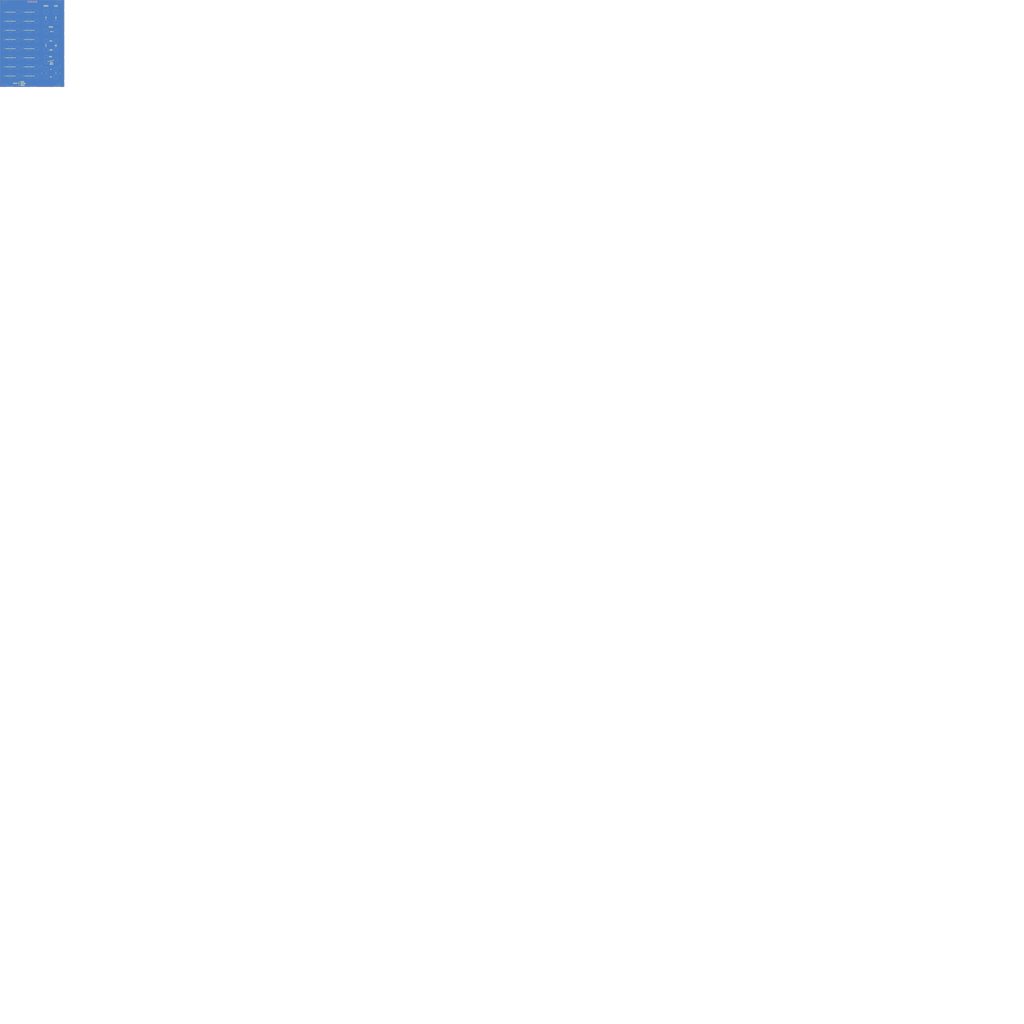
<source format=kicad_pcb>
(kicad_pcb (version 20211014) (generator pcbnew)
  (layers (0 "F.Cu" signal) (31 "B.Cu" signal) (34 "B.Paste" user) (35 "F.Paste" user) (36 "B.SilkS" user "B.Silkscreen") (37 "F.SilkS" user "F.Silkscreen") (38 "B.Mask" user) (39 "F.Mask" user) (44 "Edge.Cuts" user))
  (net 0 "")
  (footprint "LOGO" (layer "F.Cu") (at 50.015 66.765)
    (fp_text reference "G***" hide)
    (fp_text value "LOGO" hide)
  )
  (footprint "LOGO" (layer "F.Cu") (at 50.015 66.765)
    (fp_text reference "G***" hide)
    (fp_text value "LOGO" hide)
  )
  (footprint "LOGO" (layer "F.Cu") (at 50.015 66.765)
    (fp_text reference "G***" hide)
    (fp_text value "LOGO" hide)
    (fp_poly (pts (xy 16.282406 -55.334934) (xy 19.113287 -52.503917) (xy 19.090952 -47.995417) (xy 19.088668 -47.543119) (xy 19.086306 -47.091823) (xy 19.083882 -46.644203) (xy 19.081415 -46.202931) (xy 19.078921 -45.770681) (xy 19.076418 -45.350127) (xy 19.073923 -44.94394) (xy 19.071454 -44.554795) (xy 19.069028 -44.185364) (xy 19.066662 -43.838321) (xy 19.064374 -43.516339) (xy 19.062182 -43.22209) (xy 19.060102 -42.958249) (xy 19.058152 -42.727488) (xy 19.05635 -42.53248) (xy 19.054712 -42.375899) (xy 19.054017 -42.317352) (xy 19.039416 -41.147787) (xy 16.41475 -43.772793) (xy 16.401146 -51.043417) (xy 11.366452 -56.081197) (xy 12.408989 -57.123574) (xy 13.451525 -58.16595) (xy 16.282406 -55.334934)) (layer "F.Cu") (width 0.01) (fill solid))
    (fp_poly (pts (xy 39.807722 -49.194069) (xy 39.858849 -49.152969) (xy 39.936803 -49.084269) (xy 40.040196 -48.9893) (xy 40.167643 -48.869396) (xy 40.317756 -48.725889) (xy 40.489151 -48.560112) (xy 40.68044 -48.373398) (xy 40.890238 -48.167079) (xy 41.117157 -47.942488) (xy 41.359813 -47.700958) (xy 41.587181 -47.473536) (xy 42.481447 -46.577118) (xy 40.354223 -44.449974) (xy 40.104534 -44.200401) (xy 39.863171 -43.959357) (xy 39.631812 -43.728511) (xy 39.412137 -43.509527) (xy 39.205824 -43.304073) (xy 39.014551 -43.113816) (xy 38.839999 -42.940421) (xy 38.683845 -42.785556) (xy 38.547768 -42.650887) (xy 38.433448 -42.538081) (xy 38.342562 -42.448804) (xy 38.276791 -42.384722) (xy 38.237812 -42.347504) (xy 38.227 -42.338246) (xy 38.231384 -42.360827) (xy 38.244098 -42.421692) (xy 38.264476 -42.51776) (xy 38.291858 -42.645948) (xy 38.325579 -42.803172) (xy 38.364978 -42.986352) (xy 38.409392 -43.192403) (xy 38.458158 -43.418243) (xy 38.510614 -43.660791) (xy 38.566097 -43.916962) (xy 38.597824 -44.06329) (xy 38.717355 -44.6141) (xy 38.828353 -45.124971) (xy 38.931154 -45.597361) (xy 39.026094 -46.032723) (xy 39.113509 -46.432514) (xy 39.193736 -46.79819) (xy 39.267109 -47.131206) (xy 39.333965 -47.433018) (xy 39.39464 -47.705082) (xy 39.449471 -47.948853) (xy 39.498792 -48.165787) (xy 39.54294 -48.357341) (xy 39.58225 -48.524968) (xy 39.61706 -48.670126) (xy 39.647705 -48.79427) (xy 39.67452 -48.898855) (xy 39.697842 -48.985337) (xy 39.718006 -49.055173) (xy 39.73535 -49.109817) (xy 39.750208 -49.150726) (xy 39.762916 -49.179354) (xy 39.773811 -49.197159) (xy 39.783229 -49.205595) (xy 39.784806 -49.206235) (xy 39.807722 -49.194069)) (layer "F.Cu") (width 0.01) (fill solid))
    (fp_poly (pts (xy 33.775519 -49.195545) (xy 33.786267 -49.174681) (xy 33.799913 -49.136705) (xy 33.817109 -49.078995) (xy 33.838505 -48.998929) (xy 33.864752 -48.893887) (xy 33.8965 -48.761247) (xy 33.9344 -48.598388) (xy 33.979102 -48.402689) (xy 34.031258 -48.171528) (xy 34.091517 -47.902285) (xy 34.108511 -47.826083) (xy 34.151544 -47.632323) (xy 34.200711 -47.409742) (xy 34.255168 -47.162228) (xy 34.314073 -46.89367) (xy 34.376584 -46.607955) (xy 34.441857 -46.30897) (xy 34.50905 -46.000605) (xy 34.57732 -45.686745) (xy 34.645824 -45.37128) (xy 34.713719 -45.058096) (xy 34.780163 -44.751083) (xy 34.844312 -44.454126) (xy 34.905324 -44.171116) (xy 34.962357 -43.905938) (xy 35.014566 -43.662481) (xy 35.06111 -43.444632) (xy 35.101146 -43.25628) (xy 35.133831 -43.101313) (xy 35.158322 -42.983617) (xy 35.159288 -42.978917) (xy 35.18882 -42.8354) (xy 35.216021 -42.703656) (xy 35.239576 -42.590016) (xy 35.25817 -42.500812) (xy 35.270489 -42.442374) (xy 35.274645 -42.423292) (xy 35.276011 -42.386704) (xy 35.266061 -42.375667) (xy 35.24903 -42.390353) (xy 35.203781 -42.433282) (xy 35.132027 -42.502761) (xy 35.035479 -42.597094) (xy 34.91585 -42.71459) (xy 34.774855 -42.853554) (xy 34.614204 -43.012291) (xy 34.435612 -43.18911) (xy 34.240791 -43.382314) (xy 34.031454 -43.590212) (xy 33.809313 -43.811108) (xy 33.576082 -44.04331) (xy 33.333473 -44.285124) (xy 33.14717 -44.470997) (xy 32.89892 -44.718949) (xy 32.659124 -44.958798) (xy 32.429471 -45.188836) (xy 32.211652 -45.407357) (xy 32.007357 -45.612654) (xy 31.818276 -45.803019) (xy 31.646098 -45.976747) (xy 31.492514 -46.132129) (xy 31.359215 -46.26746) (xy 31.247889 -46.381033) (xy 31.160226 -46.47114) (xy 31.097918 -46.536075) (xy 31.062654 -46.574131) (xy 31.054971 -46.584008) (xy 31.07081 -46.601368) (xy 31.114453 -46.646128) (xy 31.183563 -46.715959) (xy 31.275807 -46.80853) (xy 31.38885 -46.921513) (xy 31.520357 -47.052577) (xy 31.667993 -47.199394) (xy 31.829423 -47.359633) (xy 32.002314 -47.530966) (xy 32.184329 -47.711062) (xy 32.205983 -47.73247) (xy 32.471642 -47.994637) (xy 32.708804 -48.22771) (xy 32.918641 -48.432792) (xy 33.102325 -48.610985) (xy 33.261027 -48.763392) (xy 33.39592 -48.891118) (xy 33.508176 -48.995263) (xy 33.598965 -49.076933) (xy 33.669461 -49.137229) (xy 33.720834 -49.177255) (xy 33.754256 -49.198114) (xy 33.767019 -49.201917) (xy 33.775519 -49.195545)) (layer "F.Cu") (width 0.01) (fill solid))
    (fp_poly (pts (xy -0.3175 -63.616417) (xy -0.451454 -63.482777) (xy -0.576313 -63.358926) (xy -0.688882 -63.247981) (xy -0.785966 -63.153058) (xy -0.864369 -63.077275) (xy -0.920896 -63.023746) (xy -0.952353 -62.99559) (xy -0.957658 -62.992) (xy -0.961701 -63.012297) (xy -0.965369 -63.069709) (xy -0.968528 -63.159019) (xy -0.971045 -63.27501) (xy -0.972785 -63.412464) (xy -0.973615 -63.566163) (xy -0.973667 -63.616417) (xy -0.973667 -64.240833) (xy 0.306647 -64.240833) (xy -0.3175 -63.616417)) (layer "F.Cu") (width 0.01) (fill solid))
    (fp_poly (pts (xy -45.54436 -32.681333) (xy -45.149991 -32.285668) (xy -44.7842 -31.918095) (xy -44.445405 -31.577003) (xy -44.132026 -31.260776) (xy -43.842481 -30.967801) (xy -43.57519 -30.696463) (xy -43.328571 -30.445148) (xy -43.101043 -30.212242) (xy -42.891025 -29.996132) (xy -42.696936 -29.795202) (xy -42.517195 -29.60784) (xy -42.350221 -29.43243) (xy -42.194433 -29.267359) (xy -42.071046 -29.135495) (xy -41.934291 -28.987883) (xy -41.824835 -28.867596) (xy -41.740326 -28.771743) (xy -41.678416 -28.697434) (xy -41.636753 -28.641776) (xy -41.612988 -28.601877) (xy -41.604771 -28.574847) (xy -41.606287 -28.563703) (xy -41.602755 -28.539424) (xy -41.567159 -28.532667) (xy -41.520047 -28.521539) (xy -41.456959 -28.493191) (xy -41.42202 -28.472943) (xy -41.369233 -28.434387) (xy -41.292672 -28.37175) (xy -41.19866 -28.290724) (xy -41.093519 -28.196999) (xy -40.983572 -28.096265) (xy -40.875141 -27.994212) (xy -40.77455 -27.896532) (xy -40.714518 -27.836193) (xy -40.587952 -27.706705) (xy -41.000268 -27.292123) (xy -41.143092 -27.149559) (xy -41.282061 -27.012815) (xy -41.413854 -26.885004) (xy -41.535154 -26.769239) (xy -41.642639 -26.668635) (xy -41.732991 -26.586304) (xy -41.802891 -26.525361) (xy -41.849018 -26.48892) (xy -41.866594 -26.4795) (xy -41.885667 -26.493639) (xy -41.931004 -26.533542) (xy -41.998542 -26.595438) (xy -42.084217 -26.675557) (xy -42.183964 -26.770129) (xy -42.293719 -26.875382) (xy -42.304222 -26.885513) (xy -42.430628 -27.007897) (xy -42.584554 -27.157588) (xy -42.76346 -27.332087) (xy -42.964803 -27.528896) (xy -43.186042 -27.745515) (xy -43.424636 -27.979448) (xy -43.678043 -28.228193) (xy -43.943722 -28.489254) (xy -44.219131 -28.76013) (xy -44.501729 -29.038324) (xy -44.788974 -29.321337) (xy -45.078325 -29.606669) (xy -45.367241 -29.891823) (xy -45.653179 -30.174299) (xy -45.9336 -30.451599) (xy -46.20596 -30.721223) (xy -46.265042 -30.779755) (xy -47.498 -32.001395) (xy -47.497595 -33.320323) (xy -47.497189 -34.63925) (xy -45.54436 -32.681333)) (layer "F.Cu") (width 0.01) (fill solid))
    (fp_poly (pts (xy -0.901584 -4.010115) (xy -0.877808 -3.994805) (xy -0.843816 -3.968186) (xy -0.797868 -3.928599) (xy -0.738225 -3.874388) (xy -0.663144 -3.803894) (xy -0.570886 -3.71546) (xy -0.459709 -3.607429) (xy -0.327875 -3.478141) (xy -0.173641 -3.32594) (xy 0.004733 -3.149169) (xy 0.208986 -2.946168) (xy 0.440861 -2.715281) (xy 0.51182 -2.644565) (xy 1.735666 -1.424725) (xy 1.735666 4.265208) (xy 0.394995 5.605755) (xy -0.945677 6.946302) (xy -0.957121 2.176692) (xy -0.958593 1.522432) (xy -0.959766 0.909641) (xy -0.960636 0.337454) (xy -0.961197 -0.19499) (xy -0.961446 -0.688557) (xy -0.961378 -1.144109) (xy -0.960989 -1.562511) (xy -0.960274 -1.944625) (xy -0.95923 -2.291315) (xy -0.95785 -2.603445) (xy -0.956132 -2.881878) (xy -0.95407 -3.127479) (xy -0.951661 -3.341109) (xy -0.948899 -3.523634) (xy -0.945781 -3.675917) (xy -0.942302 -3.79882) (xy -0.938457 -3.893209) (xy -0.934243 -3.959946) (xy -0.929654 -3.999894) (xy -0.925452 -4.013437) (xy -0.916885 -4.015773) (xy -0.901584 -4.010115)) (layer "F.Cu") (width 0.01) (fill solid))
    (fp_poly (pts (xy -18.615795 43.988244) (xy -18.607835 44.009418) (xy -18.587393 44.068415) (xy -18.555245 44.162897) (xy -18.512167 44.290521) (xy -18.458935 44.448948) (xy -18.396324 44.635837) (xy -18.325111 44.848848) (xy -18.246071 45.085639) (xy -18.15998 45.343871) (xy -18.067614 45.621202) (xy -17.969749 45.915292) (xy -17.867161 46.223801) (xy -17.760626 46.544388) (xy -17.65092 46.874712) (xy -17.538818 47.212434) (xy -17.425096 47.555211) (xy -17.31053 47.900704) (xy -17.195897 48.246573) (xy -17.081972 48.590476) (xy -16.96953 48.930073) (xy -16.859348 49.263023) (xy -16.752202 49.586986) (xy -16.648868 49.899622) (xy -16.550121 50.198589) (xy -16.456737 50.481548) (xy -16.369492 50.746157) (xy -16.289162 50.990076) (xy -16.216524 51.210964) (xy -16.152352 51.406482) (xy -16.097422 51.574288) (xy -16.052512 51.712041) (xy -16.018395 51.817402) (xy -15.995849 51.88803) (xy -15.98565 51.921583) (xy -15.98512 51.92411) (xy -16.000493 51.91139) (xy -16.044263 51.870196) (xy -16.114926 51.802016) (xy -16.210977 51.708341) (xy -16.330913 51.590661) (xy -16.473228 51.450468) (xy -16.636419 51.28925) (xy -16.818979 51.108499) (xy -17.019405 50.909705) (xy -17.236192 50.694359) (xy -17.467836 50.46395) (xy -17.712832 50.219969) (xy -17.969676 49.963906) (xy -18.236862 49.697253) (xy -18.512887 49.421498) (xy -18.654484 49.279933) (xy -21.317536 46.616818) (xy -20.262153 45.570451) (xy -20.006945 45.317881) (xy -19.769293 45.08361) (xy -19.550393 44.868786) (xy -19.351439 44.674557) (xy -19.173626 44.502073) (xy -19.018151 44.352482) (xy -18.886209 44.226933) (xy -18.778994 44.126575) (xy -18.697703 44.052556) (xy -18.643531 44.006026) (xy -18.617672 43.988133) (xy -18.615795 43.988244)) (layer "F.Cu") (width 0.01) (fill solid))
    (fp_poly (pts (xy -18.580172 -55.250266) (xy -15.686868 -52.35575) (xy -15.706063 -49.445333) (xy -15.709571 -48.925058) (xy -15.713214 -48.407087) (xy -15.716973 -47.89326) (xy -15.720831 -47.385418) (xy -15.724767 -46.8854) (xy -15.728764 -46.395046) (xy -15.732804 -45.916197) (xy -15.736867 -45.450694) (xy -15.740936 -45.000375) (xy -15.744991 -44.567082) (xy -15.749015 -44.152653) (xy -15.752989 -43.758931) (xy -15.756895 -43.387754) (xy -15.760713 -43.040963) (xy -15.764426 -42.720397) (xy -15.768014 -42.427898) (xy -15.771461 -42.165305) (xy -15.774746 -41.934459) (xy -15.777852 -41.737199) (xy -15.78076 -41.575365) (xy -15.783451 -41.450798) (xy -15.785908 -41.365339) (xy -15.787591 -41.327917) (xy -15.800917 -41.11625) (xy -16.023167 -41.32785) (xy -16.075046 -41.377802) (xy -16.154021 -41.45461) (xy -16.257108 -41.555342) (xy -16.381322 -41.677066) (xy -16.52368 -41.816849) (xy -16.681198 -41.97176) (xy -16.850892 -42.138866) (xy -17.029777 -42.315236) (xy -17.21487 -42.497937) (xy -17.369537 -42.650767) (xy -18.493656 -43.762083) (xy -18.507127 -47.392016) (xy -18.520598 -51.021948) (xy -21.028966 -53.530382) (xy -21.300663 -53.802211) (xy -21.564153 -54.066073) (xy -21.817884 -54.320402) (xy -22.060307 -54.563638) (xy -22.289872 -54.794216) (xy -22.505028 -55.010573) (xy -22.704226 -55.211146) (xy -22.885916 -55.394372) (xy -23.048548 -55.558688) (xy -23.190572 -55.702531) (xy -23.310437 -55.824337) (xy -23.406594 -55.922543) (xy -23.477493 -55.995587) (xy -23.521584 -56.041904) (xy -23.537316 -56.059933) (xy -23.537334 -56.060031) (xy -23.522735 -56.078183) (xy -23.480553 -56.123728) (xy -23.41321 -56.194193) (xy -23.323127 -56.287107) (xy -23.212726 -56.4) (xy -23.084429 -56.5304) (xy -22.940658 -56.675837) (xy -22.783835 -56.833837) (xy -22.616381 -57.001932) (xy -22.505404 -57.113014) (xy -21.473475 -58.144782) (xy -18.580172 -55.250266)) (layer "F.Cu") (width 0.01) (fill solid))
    (fp_poly (pts (xy -16.577863 34.237674) (xy -16.446822 34.370973) (xy -16.324037 34.497282) (xy -16.212992 34.61291) (xy -16.117173 34.71417) (xy -16.040062 34.797372) (xy -15.985143 34.858828) (xy -15.955902 34.894849) (xy -15.953255 34.899004) (xy -15.915092 34.967077) (xy -16.190999 35.26127) (xy -16.280211 35.355209) (xy -16.397737 35.477047) (xy -16.541754 35.624956) (xy -16.710437 35.797107) (xy -16.901961 35.991673) (xy -17.1145 36.206826) (xy -17.346232 36.440736) (xy -17.59533 36.691577) (xy -17.85997 36.957519) (xy -18.138327 37.236735) (xy -18.428577 37.527396) (xy -18.728895 37.827675) (xy -19.037456 38.135743) (xy -19.352436 38.449772) (xy -19.67201 38.767934) (xy -19.994352 39.0884) (xy -20.317639 39.409343) (xy -20.640046 39.728934) (xy -20.959747 40.045345) (xy -21.274919 40.356749) (xy -21.402027 40.482178) (xy -21.756971 40.832259) (xy -22.083037 41.153762) (xy -22.38145 41.447875) (xy -22.653435 41.715786) (xy -22.900216 41.958683) (xy -23.123017 42.177754) (xy -23.323063 42.374188) (xy -23.501577 42.549171) (xy -23.659786 42.703893) (xy -23.798912 42.83954) (xy -23.92018 42.957301) (xy -24.024814 43.058364) (xy -24.11404 43.143918) (xy -24.189081 43.215149) (xy -24.251162 43.273245) (xy -24.301506 43.319396) (xy -24.34134 43.354788) (xy -24.371886 43.38061) (xy -24.394369 43.39805) (xy -24.410014 43.408296) (xy -24.420045 43.412535) (xy -24.422485 43.41282) (xy -24.455668 43.400438) (xy -24.510439 43.367764) (xy -24.575764 43.321483) (xy -24.585084 43.314328) (xy -24.631545 43.27499) (xy -24.703062 43.210153) (xy -24.794854 43.124351) (xy -24.902143 43.022118) (xy -25.020148 42.907989) (xy -25.14409 42.786499) (xy -25.20422 42.726967) (xy -25.696356 42.238083) (xy -22.054481 38.565667) (xy -21.718218 38.226604) (xy -21.385115 37.890769) (xy -21.056756 37.559757) (xy -20.734727 37.235163) (xy -20.420611 36.918585) (xy -20.115993 36.611617) (xy -19.822459 36.315856) (xy -19.541592 36.032899) (xy -19.274977 35.764341) (xy -19.024199 35.511777) (xy -18.790842 35.276805) (xy -18.576491 35.061021) (xy -18.382731 34.866019) (xy -18.211145 34.693397) (xy -18.06332 34.544751) (xy -17.940839 34.421676) (xy -17.845287 34.325768) (xy -17.788457 34.268833) (xy -17.164309 33.644417) (xy -16.577863 34.237674)) (layer "F.Cu") (width 0.01) (fill solid))
    (fp_poly (pts (xy -18.719108 22.00275) (xy -18.721593 22.508805) (xy -18.724314 22.973623) (xy -18.727292 23.398299) (xy -18.730549 23.78393) (xy -18.734105 24.13161) (xy -18.737982 24.442435) (xy -18.742203 24.717502) (xy -18.746788 24.957906) (xy -18.75176 25.164742) (xy -18.757139 25.339106) (xy -18.762947 25.482093) (xy -18.769207 25.5948) (xy -18.775939 25.678322) (xy -18.783164 25.733754) (xy -18.790905 25.762193) (xy -18.79315 25.765449) (xy -18.817272 25.760949) (xy -18.866582 25.729639) (xy -18.936415 25.674724) (xy -18.980406 25.636919) (xy -19.053066 25.57128) (xy -19.148212 25.48278) (xy -19.263433 25.373806) (xy -19.396321 25.246746) (xy -19.544467 25.103987) (xy -19.705461 24.947916) (xy -19.876895 24.78092) (xy -20.056358 24.605387) (xy -20.241443 24.423705) (xy -20.42974 24.238259) (xy -20.618839 24.051438) (xy -20.806331 23.865629) (xy -20.989808 23.68322) (xy -21.16686 23.506596) (xy -21.335078 23.338147) (xy -21.492053 23.180259) (xy -21.635375 23.035319) (xy -21.762636 22.905715) (xy -21.871425 22.793834) (xy -21.959335 22.702064) (xy -22.023956 22.632791) (xy -22.062878 22.588403) (xy -22.073892 22.571526) (xy -22.058101 22.554445) (xy -22.014202 22.509431) (xy -21.944105 22.438401) (xy -21.849725 22.34327) (xy -21.732972 22.225953) (xy -21.595759 22.088366) (xy -21.439998 21.932424) (xy -21.267601 21.760042) (xy -21.08048 21.573136) (xy -20.880548 21.373622) (xy -20.669716 21.163413) (xy -20.449897 20.944426) (xy -20.386113 20.880917) (xy -18.706515 19.20875) (xy -18.719108 22.00275)) (layer "F.Cu") (width 0.01) (fill solid))
    (fp_poly (pts (xy 26.521833 -64.236926) (xy 27.823583 -64.235279) (xy 28.574344 -63.475577) (xy 29.325106 -62.715875) (xy 28.849511 -62.237935) (xy 28.684327 -62.073108) (xy 28.532947 -61.924382) (xy 28.39767 -61.793901) (xy 28.2808 -61.683809) (xy 28.184637 -61.596252) (xy 28.111483 -61.533374) (xy 28.06364 -61.497318) (xy 28.045924 -61.489167) (xy 28.02844 -61.503516) (xy 27.983498 -61.54477) (xy 27.913912 -61.610238) (xy 27.822494 -61.697229) (xy 27.712056 -61.803052) (xy 27.58541 -61.925015) (xy 27.445368 -62.060428) (xy 27.294742 -62.206599) (xy 27.20778 -62.291214) (xy 27.027141 -62.467262) (xy 26.835136 -62.654606) (xy 26.637848 -62.847298) (xy 26.441361 -63.039388) (xy 26.251758 -63.224924) (xy 26.075124 -63.397957) (xy 25.917542 -63.552537) (xy 25.802166 -63.665918) (xy 25.220083 -64.238574) (xy 26.521833 -64.236926)) (layer "F.Cu") (width 0.01) (fill solid))
    (fp_poly (pts (xy 35.289244 -40.224679) (xy 35.313034 -40.210355) (xy 35.324489 -40.199187) (xy 35.3376 -40.178075) (xy 35.353284 -40.144121) (xy 35.372457 -40.094426) (xy 35.396037 -40.026089) (xy 35.424943 -39.936211) (xy 35.46009 -39.821893) (xy 35.502396 -39.680235) (xy 35.552779 -39.508337) (xy 35.612155 -39.303301) (xy 35.681444 -39.062225) (xy 35.730666 -38.890296) (xy 35.79516 -38.663849) (xy 35.855972 -38.448516) (xy 35.912121 -38.247898) (xy 35.962621 -38.065596) (xy 36.00649 -37.905214) (xy 36.042743 -37.770352) (xy 36.070397 -37.664613) (xy 36.088468 -37.591597) (xy 36.095972 -37.554908) (xy 36.096116 -37.552194) (xy 36.077214 -37.497423) (xy 36.026916 -37.469645) (xy 35.983664 -37.465324) (xy 35.952845 -37.474264) (xy 35.908047 -37.503482) (xy 35.845426 -37.556114) (xy 35.761138 -37.635299) (xy 35.692622 -37.70278) (xy 35.454166 -37.94056) (xy 35.454166 -37.623472) (xy 36.057416 -37.0205) (xy 36.660666 -36.417529) (xy 36.660666 -30.723292) (xy 35.321812 -29.384563) (xy 35.124161 -29.187103) (xy 34.934965 -28.998426) (xy 34.756372 -28.820655) (xy 34.590531 -28.655913) (xy 34.439588 -28.506323) (xy 34.305693 -28.374007) (xy 34.190993 -28.261088) (xy 34.097636 -28.169689) (xy 34.027771 -28.101932) (xy 33.983546 -28.059941) (xy 33.967146 -28.045833) (xy 33.96577 -28.066708) (xy 33.964426 -28.128161) (xy 33.96312 -28.22844) (xy 33.961855 -28.36579) (xy 33.960637 -28.538457) (xy 33.959471 -28.744686) (xy 33.958363 -28.982725) (xy 33.957316 -29.250818) (xy 33.956337 -29.547212) (xy 33.955429 -29.870152) (xy 33.954599 -30.217885) (xy 33.953851 -30.588656) (xy 33.95319 -30.980712) (xy 33.952621 -31.392298) (xy 33.95215 -31.82166) (xy 33.95178 -32.267043) (xy 33.951518 -32.726695) (xy 33.951368 -33.198861) (xy 33.951333 -33.570333) (xy 33.951392 -34.05095) (xy 33.951566 -34.520405) (xy 33.95185 -34.976944) (xy 33.952239 -35.418813) (xy 33.952728 -35.844259) (xy 33.953311 -36.251527) (xy 33.953985 -36.638863) (xy 33.954744 -37.004514) (xy 33.955584 -37.346724) (xy 33.956498 -37.663739) (xy 33.957483 -37.953807) (xy 33.958532 -38.215172) (xy 33.959642 -38.446081) (xy 33.960808 -38.644779) (xy 33.962023 -38.809513) (xy 33.963284 -38.938528) (xy 33.964586 -39.03007) (xy 33.965922 -39.082385) (xy 33.966974 -39.094833) (xy 33.985811 -39.080506) (xy 34.03001 -39.040348) (xy 34.095133 -38.978598) (xy 34.176742 -38.89949) (xy 34.270399 -38.807264) (xy 34.32233 -38.755588) (xy 34.662043 -38.416342) (xy 34.913351 -39.297086) (xy 34.975502 -39.514106) (xy 35.027575 -39.693848) (xy 35.070733 -39.839846) (xy 35.10614 -39.955633) (xy 35.134963 -40.044745) (xy 35.158363 -40.110716) (xy 35.177506 -40.157081) (xy 35.193557 -40.187373) (xy 35.207678 -40.205128) (xy 35.214163 -40.210266) (xy 35.255076 -40.231162) (xy 35.289244 -40.224679)) (layer "F.Cu") (width 0.01) (fill solid))
    (fp_poly (pts (xy 19.115739 -28.668866) (xy 19.119735 -28.657955) (xy 19.123218 -28.629249) (xy 19.126194 -28.580901) (xy 19.128673 -28.511062) (xy 19.130663 -28.417882) (xy 19.132173 -28.299515) (xy 19.13321 -28.15411) (xy 19.133784 -27.97982) (xy 19.133901 -27.774796) (xy 19.133572 -27.537189) (xy 19.132804 -27.265151) (xy 19.131605 -26.956833) (xy 19.129984 -26.610387) (xy 19.12795 -26.223964) (xy 19.127322 -26.110987) (xy 19.125363 -25.782491) (xy 19.123094 -25.438245) (xy 19.12054 -25.080554) (xy 19.117726 -24.711722) (xy 19.114679 -24.334054) (xy 19.111425 -23.949854) (xy 19.107988 -23.561428) (xy 19.104395 -23.17108) (xy 19.100671 -22.781114) (xy 19.096842 -22.393835) (xy 19.092933 -22.011548) (xy 19.088971 -21.636557) (xy 19.084981 -21.271166) (xy 19.080989 -20.917682) (xy 19.077019 -20.578407) (xy 19.073099 -20.255648) (xy 19.069254 -19.951707) (xy 19.065508 -19.668891) (xy 19.061889 -19.409503) (xy 19.058422 -19.175849) (xy 19.055132 -18.970232) (xy 19.052045 -18.794957) (xy 19.049187 -18.65233) (xy 19.046583 -18.544655) (xy 19.044259 -18.474235) (xy 19.042242 -18.443377) (xy 19.041873 -18.442151) (xy 19.034314 -18.46091) (xy 19.014094 -18.517922) (xy 18.98186 -18.611254) (xy 18.938262 -18.73897) (xy 18.883948 -18.899138) (xy 18.819566 -19.089824) (xy 18.745766 -19.309095) (xy 18.663194 -19.555016) (xy 18.572501 -19.825654) (xy 18.474334 -20.119075) (xy 18.369343 -20.433346) (xy 18.258175 -20.766532) (xy 18.141479 -21.116701) (xy 18.019904 -21.481919) (xy 17.894098 -21.860251) (xy 17.76471 -22.249764) (xy 17.74983 -22.294585) (xy 17.620034 -22.685683) (xy 17.49385 -23.066111) (xy 17.371924 -23.433915) (xy 17.254899 -23.787141) (xy 17.143422 -24.123837) (xy 17.038137 -24.442049) (xy 16.939688 -24.739822) (xy 16.848722 -25.015204) (xy 16.765882 -25.266241) (xy 16.691814 -25.490979) (xy 16.627164 -25.687465) (xy 16.572574 -25.853745) (xy 16.528692 -25.987866) (xy 16.496161 -26.087874) (xy 16.475628 -26.151815) (xy 16.467735 -26.177737) (xy 16.467666 -26.178167) (xy 16.482388 -26.197522) (xy 16.524616 -26.24346) (xy 16.591444 -26.313115) (xy 16.679965 -26.403621) (xy 16.787273 -26.512112) (xy 16.910462 -26.635722) (xy 17.046626 -26.771587) (xy 17.192858 -26.916839) (xy 17.346251 -27.068614) (xy 17.5039 -27.224046) (xy 17.662898 -27.380269) (xy 17.820339 -27.534417) (xy 17.973316 -27.683625) (xy 18.118923 -27.825026) (xy 18.254254 -27.955756) (xy 18.376403 -28.072948) (xy 18.482462 -28.173736) (xy 18.569527 -28.255256) (xy 18.631934 -28.312186) (xy 18.768024 -28.432399) (xy 18.876811 -28.52549) (xy 18.961424 -28.593765) (xy 19.024991 -28.639531) (xy 19.070642 -28.665094) (xy 19.101504 -28.67276) (xy 19.115739 -28.668866)) (layer "F.Cu") (width 0.01) (fill solid))
    (fp_poly (pts (xy 14.163344 -4.899087) (xy 14.476335 -4.586066) (xy 14.759363 -4.301594) (xy 15.013082 -4.04498) (xy 15.238144 -3.815536) (xy 15.435202 -3.612572) (xy 15.604909 -3.435398) (xy 15.747918 -3.283326) (xy 15.86488 -3.155665) (xy 15.956449 -3.051726) (xy 16.023278 -2.97082) (xy 16.066019 -2.912258) (xy 16.085325 -2.87535) (xy 16.086666 -2.867528) (xy 16.071328 -2.833853) (xy 16.025987 -2.772404) (xy 15.951651 -2.684222) (xy 15.849329 -2.570349) (xy 15.720029 -2.431825) (xy 15.564761 -2.269694) (xy 15.384532 -2.084996) (xy 15.180351 -1.878773) (xy 14.953228 -1.652067) (xy 14.70417 -1.405919) (xy 14.434186 -1.141371) (xy 14.144285 -0.859464) (xy 14.110096 -0.826348) (xy 13.917269 -0.638824) (xy 13.755447 -0.479672) (xy 13.624416 -0.348673) (xy 13.523963 -0.245608) (xy 13.453875 -0.170255) (xy 13.413936 -0.122398) (xy 13.403935 -0.101814) (xy 13.404441 -0.101326) (xy 13.394227 -0.084433) (xy 13.355027 -0.039197) (xy 13.286729 0.034497) (xy 13.189223 0.136762) (xy 13.062396 0.267711) (xy 12.906137 0.427458) (xy 12.720334 0.616116) (xy 12.504876 0.833799) (xy 12.259651 1.08062) (xy 11.984548 1.356693) (xy 11.679455 1.662131) (xy 11.344261 1.997049) (xy 11.250083 2.091048) (xy 10.844848 2.49516) (xy 10.468505 2.869879) (xy 10.120245 3.215985) (xy 9.799265 3.534256) (xy 9.504757 3.82547) (xy 9.235915 4.090406) (xy 8.991935 4.329841) (xy 8.772009 4.544554) (xy 8.575333 4.735323) (xy 8.401099 4.902927) (xy 8.248502 5.048144) (xy 8.116736 5.171752) (xy 8.004996 5.274529) (xy 7.912474 5.357255) (xy 7.838366 5.420706) (xy 7.781865 5.465661) (xy 7.742165 5.492899) (xy 7.718461 5.503198) (xy 7.716517 5.503333) (xy 7.686614 5.490762) (xy 7.634456 5.457431) (xy 7.570113 5.409917) (xy 7.554431 5.397499) (xy 7.469827 5.326249) (xy 7.35962 5.228198) (xy 7.227573 5.10704) (xy 7.077449 4.966468) (xy 6.913011 4.810174) (xy 6.73802 4.64185) (xy 6.556239 4.465191) (xy 6.371431 4.283888) (xy 6.187358 4.101635) (xy 6.007783 3.922124) (xy 5.836469 3.749048) (xy 5.677177 3.5861) (xy 5.53367 3.436972) (xy 5.409712 3.305358) (xy 5.309063 3.194949) (xy 5.30075 3.185583) (xy 5.196744 3.066233) (xy 5.099362 2.951011) (xy 5.013175 2.845593) (xy 4.942753 2.755655) (xy 4.892667 2.686873) (xy 4.870529 2.651316) (xy 4.859593 2.61841) (xy 4.86282 2.58128) (xy 4.883233 2.534094) (xy 4.923855 2.47102) (xy 4.987709 2.386226) (xy 5.045475 2.313761) (xy 5.079466 2.272093) (xy 5.115528 2.228887) (xy 5.154792 2.182992) (xy 5.198388 2.133258) (xy 5.247444 2.078534) (xy 5.303092 2.01767) (xy 5.366461 1.949515) (xy 5.43868 1.87292) (xy 5.52088 1.786732) (xy 5.61419 1.689802) (xy 5.71974 1.580979) (xy 5.838661 1.459113) (xy 5.972081 1.323052) (xy 6.12113 1.171647) (xy 6.286939 1.003747) (xy 6.470637 0.818201) (xy 6.673354 0.613859) (xy 6.89622 0.38957) (xy 7.140365 0.144184) (xy 7.406918 -0.12345) (xy 7.697009 -0.414482) (xy 8.011769 -0.730063) (xy 8.352326 -1.071344) (xy 8.719811 -1.439475) (xy 9.115354 -1.835607) (xy 9.39701 -2.117637) (xy 13.167491 -5.892924) (xy 14.163344 -4.899087)) (layer "F.Cu") (width 0.01) (fill solid))
    (fp_poly (pts (xy -40.878153 50.734854) (xy -40.654992 50.959982) (xy -40.440329 51.176802) (xy -40.236031 51.383415) (xy -40.043964 51.577922) (xy -39.865994 51.758424) (xy -39.703988 51.923021) (xy -39.559813 52.069814) (xy -39.435335 52.196905) (xy -39.332421 52.302394) (xy -39.252936 52.384381) (xy -39.198748 52.440969) (xy -39.171722 52.470257) (xy -39.168917 52.473997) (xy -39.183378 52.490408) (xy -39.22508 52.534359) (xy -39.2915 52.603285) (xy -39.380116 52.694623) (xy -39.488406 52.805808) (xy -39.613846 52.934276) (xy -39.753915 53.077463) (xy -39.90609 53.232805) (xy -40.067848 53.397736) (xy -40.236667 53.569694) (xy -40.410025 53.746113) (xy -40.585399 53.92443) (xy -40.760267 54.10208) (xy -40.932107 54.276499) (xy -41.098395 54.445123) (xy -41.256609 54.605387) (xy -41.404228 54.754727) (xy -41.538727 54.89058) (xy -41.657586 55.01038) (xy -41.758282 55.111563) (xy -41.838291 55.191566) (xy -41.895093 55.247824) (xy -41.926163 55.277773) (xy -41.931203 55.282054) (xy -41.947245 55.268081) (xy -41.991313 55.226002) (xy -42.061532 55.157675) (xy -42.156026 55.064959) (xy -42.272919 54.949713) (xy -42.410335 54.813796) (xy -42.566398 54.659067) (xy -42.739232 54.487384) (xy -42.926962 54.300606) (xy -43.12771 54.100593) (xy -43.339602 53.889204) (xy -43.560761 53.668296) (xy -43.672168 53.556916) (xy -45.402512 51.826475) (xy -43.994951 50.419033) (xy -42.587389 49.011591) (xy -40.878153 50.734854)) (layer "F.Cu") (width 0.01) (fill solid))
    (fp_poly (pts (xy 4.813388 20.587709) (xy 4.856846 20.628084) (xy 4.924991 20.693501) (xy 5.015293 20.781423) (xy 5.125219 20.889313) (xy 5.252237 21.014634) (xy 5.393815 21.15485) (xy 5.54742 21.307424) (xy 5.710521 21.469819) (xy 5.880586 21.639499) (xy 6.055083 21.813926) (xy 6.231479 21.990564) (xy 6.407243 22.166876) (xy 6.579842 22.340326) (xy 6.746745 22.508376) (xy 6.905419 22.66849) (xy 7.053332 22.818131) (xy 7.187953 22.954762) (xy 7.30675 23.075847) (xy 7.407189 23.178849) (xy 7.48674 23.261231) (xy 7.54287 23.320457) (xy 7.573047 23.353989) (xy 7.577666 23.360599) (xy 7.56295 23.378109) (xy 7.520287 23.423097) (xy 7.451907 23.49335) (xy 7.360039 23.586656) (xy 7.246911 23.700801) (xy 7.114753 23.833573) (xy 6.965794 23.982758) (xy 6.802262 24.146144) (xy 6.626387 24.321518) (xy 6.440397 24.506667) (xy 6.246522 24.699378) (xy 6.046991 24.897438) (xy 5.844033 25.098635) (xy 5.639877 25.300755) (xy 5.436751 25.501586) (xy 5.236885 25.698914) (xy 5.042508 25.890527) (xy 4.855848 26.074212) (xy 4.679136 26.247756) (xy 4.514599 26.408947) (xy 4.364467 26.55557) (xy 4.230969 26.685414) (xy 4.138083 26.775298) (xy 3.983425 26.923709) (xy 3.837342 27.06232) (xy 3.702803 27.188422) (xy 3.582775 27.299304) (xy 3.480226 27.392258) (xy 3.398124 27.464573) (xy 3.339437 27.513539) (xy 3.307133 27.536447) (xy 3.302961 27.537833) (xy 3.298571 27.51876) (xy 3.302055 27.468111) (xy 3.312599 27.395743) (xy 3.316544 27.373792) (xy 3.326134 27.323555) (xy 3.337939 27.263976) (xy 3.352507 27.192521) (xy 3.370385 27.106654) (xy 3.392119 27.003844) (xy 3.418256 26.881556) (xy 3.449344 26.737256) (xy 3.48593 26.568411) (xy 3.528559 26.372487) (xy 3.57778 26.146951) (xy 3.63414 25.889268) (xy 3.698184 25.596906) (xy 3.770461 25.26733) (xy 3.82031 25.040167) (xy 3.880584 24.765167) (xy 3.947898 24.457353) (xy 4.020387 24.125292) (xy 4.096187 23.777557) (xy 4.17343 23.422715) (xy 4.250251 23.069339) (xy 4.324786 22.725997) (xy 4.395167 22.40126) (xy 4.456188 22.119167) (xy 4.509918 21.870939) (xy 4.561196 21.634906) (xy 4.609303 21.414309) (xy 4.653526 21.212395) (xy 4.693147 21.032407) (xy 4.727449 20.877589) (xy 4.755717 20.751186) (xy 4.777235 20.656443) (xy 4.791285 20.596602) (xy 4.79715 20.574912) (xy 4.813388 20.587709)) (layer "F.Cu") (width 0.01) (fill solid))
    (fp_poly (pts (xy -5.865336 15.757964) (xy -4.121254 17.500528) (xy -5.378502 18.746499) (xy -5.574632 18.940801) (xy -5.765252 19.129511) (xy -5.947771 19.310073) (xy -6.1196 19.479931) (xy -6.278149 19.636528) (xy -6.420826 19.777309) (xy -6.545044 19.899716) (xy -6.648211 20.001194) (xy -6.727738 20.079186) (xy -6.781034 20.131136) (xy -6.796435 20.145973) (xy -6.957119 20.299477) (xy -8.67721 18.56352) (xy -10.397302 16.827563) (xy -9.003359 15.421481) (xy -7.609417 14.015399) (xy -5.865336 15.757964)) (layer "F.Cu") (width 0.01) (fill solid))
    (fp_poly (pts (xy 16.365534 14.579782) (xy 19.192446 17.409583) (xy 19.173611 20.98675) (xy 19.171333 21.413988) (xy 19.168929 21.854733) (xy 19.166424 22.304718) (xy 19.163844 22.759674) (xy 19.161215 23.215335) (xy 19.158563 23.667433) (xy 19.155913 24.111699) (xy 19.153291 24.543867) (xy 19.150722 24.959669) (xy 19.148233 25.354838) (xy 19.145849 25.725104) (xy 19.143595 26.066202) (xy 19.141498 26.373864) (xy 19.139583 26.643821) (xy 19.13943 26.664796) (xy 19.124083 28.765675) (xy 17.806458 27.447899) (xy 16.488833 26.130124) (xy 16.488833 18.889901) (xy 13.975291 16.362934) (xy 13.703715 16.089832) (xy 13.440319 15.824808) (xy 13.186643 15.56942) (xy 12.94423 15.325225) (xy 12.71462 15.09378) (xy 12.499355 14.876644) (xy 12.299977 14.675373) (xy 12.118026 14.491525) (xy 11.955045 14.326658) (xy 11.812575 14.182329) (xy 11.692156 14.060096) (xy 11.595331 13.961516) (xy 11.52364 13.888146) (xy 11.478626 13.841545) (xy 11.461829 13.82327) (xy 11.46175 13.823088) (xy 11.476393 13.806406) (xy 11.518708 13.762389) (xy 11.586267 13.693472) (xy 11.676647 13.60209) (xy 11.787423 13.49068) (xy 11.916168 13.361678) (xy 12.060458 13.217518) (xy 12.217867 13.060638) (xy 12.385971 12.893473) (xy 12.500186 12.780095) (xy 13.538623 11.74998) (xy 16.365534 14.579782)) (layer "F.Cu") (width 0.01) (fill solid))
    (fp_poly (pts (xy 22.262591 -25.859588) (xy 22.299089 -25.839534) (xy 22.351157 -25.802775) (xy 22.422342 -25.746582) (xy 22.516192 -25.668227) (xy 22.636256 -25.564981) (xy 22.690666 -25.517628) (xy 22.746638 -25.467063) (xy 22.825634 -25.393171) (xy 22.924782 -25.298798) (xy 23.041209 -25.186788) (xy 23.172044 -25.059985) (xy 23.314414 -24.921233) (xy 23.465447 -24.773377) (xy 23.622272 -24.619262) (xy 23.782016 -24.461731) (xy 23.941807 -24.30363) (xy 24.098773 -24.147802) (xy 24.250042 -23.997093) (xy 24.392743 -23.854346) (xy 24.524002 -23.722406) (xy 24.640947 -23.604118) (xy 24.740708 -23.502326) (xy 24.820411 -23.419873) (xy 24.877184 -23.359606) (xy 24.908156 -23.324368) (xy 24.913166 -23.316519) (xy 24.898483 -23.299918) (xy 24.855674 -23.255294) (xy 24.786596 -23.184506) (xy 24.693107 -23.089414) (xy 24.577066 -22.971878) (xy 24.44033 -22.833756) (xy 24.284758 -22.67691) (xy 24.112207 -22.503199) (xy 23.924536 -22.314482) (xy 23.723602 -22.11262) (xy 23.511264 -21.899472) (xy 23.28938 -21.676898) (xy 23.059808 -21.446757) (xy 22.824406 -21.210911) (xy 22.585032 -20.971217) (xy 22.343543 -20.729536) (xy 22.101799 -20.487728) (xy 21.861657 -20.247653) (xy 21.624975 -20.01117) (xy 21.393611 -19.780139) (xy 21.169423 -19.55642) (xy 20.95427 -19.341873) (xy 20.750009 -19.138357) (xy 20.558499 -18.947732) (xy 20.381597 -18.771858) (xy 20.221161 -18.612595) (xy 20.07905 -18.471802) (xy 19.957122 -18.35134) (xy 19.857234 -18.253067) (xy 19.781245 -18.178844) (xy 19.751628 -18.150212) (xy 19.668758 -18.072061) (xy 19.612189 -18.022607) (xy 19.579146 -17.999776) (xy 19.56686 -18.001491) (xy 19.568129 -18.012833) (xy 19.579244 -18.049133) (xy 19.602912 -18.122982) (xy 19.638266 -18.231777) (xy 19.684442 -18.372917) (xy 19.740575 -18.5438) (xy 19.805799 -18.741823) (xy 19.879249 -18.964386) (xy 19.960061 -19.208885) (xy 20.047368 -19.472718) (xy 20.140307 -19.753284) (xy 20.238011 -20.047981) (xy 20.339616 -20.354207) (xy 20.444256 -20.669359) (xy 20.551066 -20.990836) (xy 20.659182 -21.316035) (xy 20.767737 -21.642354) (xy 20.875867 -21.967193) (xy 20.982707 -22.287947) (xy 21.087391 -22.602017) (xy 21.189055 -22.906798) (xy 21.286833 -23.19969) (xy 21.37986 -23.478091) (xy 21.46727 -23.739398) (xy 21.5482 -23.981009) (xy 21.621783 -24.200322) (xy 21.687155 -24.394736) (xy 21.743449 -24.561648) (xy 21.789802 -24.698457) (xy 21.825348 -24.80256) (xy 21.834285 -24.8285) (xy 21.913837 -25.058587) (xy 21.980839 -25.25186) (xy 22.036539 -25.411529) (xy 22.082187 -25.5408) (xy 22.119031 -25.642882) (xy 22.148321 -25.720983) (xy 22.171305 -25.778311) (xy 22.189234 -25.818074) (xy 22.203355 -25.84348) (xy 22.214918 -25.857737) (xy 22.225171 -25.864052) (xy 22.235365 -25.865635) (xy 22.238113 -25.865667) (xy 22.262591 -25.859588)) (layer "F.Cu") (width 0.01) (fill solid))
    (fp_poly (pts (xy -12.656406 9.090389) (xy -12.604517 9.120702) (xy -12.533604 9.172407) (xy -12.442607 9.246474) (xy -12.330467 9.343871) (xy -12.196125 9.465568) (xy -12.038521 9.612532) (xy -11.856596 9.785733) (xy -11.649291 9.98614) (xy -11.415545 10.214721) (xy -11.1543 10.472445) (xy -10.989413 10.636006) (xy -9.987909 11.631198) (xy -12.635121 14.263017) (xy -12.914438 14.540539) (xy -13.185582 14.809607) (xy -13.447042 15.068735) (xy -13.697308 15.316441) (xy -13.934869 15.55124) (xy -14.158216 15.771648) (xy -14.365837 15.97618) (xy -14.556223 16.163353) (xy -14.727863 16.331682) (xy -14.879247 16.479683) (xy -15.008864 16.605873) (xy -15.115204 16.708765) (xy -15.196756 16.786878) (xy -15.25201 16.838726) (xy -15.279456 16.862826) (xy -15.282334 16.864257) (xy -15.275752 16.833421) (xy -15.256461 16.764526) (xy -15.225143 16.659673) (xy -15.182479 16.520962) (xy -15.129151 16.350495) (xy -15.065841 16.150372) (xy -14.99323 15.922694) (xy -14.912001 15.669562) (xy -14.822833 15.393076) (xy -14.726411 15.095338) (xy -14.623414 14.778447) (xy -14.514525 14.444505) (xy -14.400426 14.095613) (xy -14.281797 13.733871) (xy -14.159321 13.36138) (xy -14.03368 12.98024) (xy -13.905555 12.592554) (xy -13.775628 12.200421) (xy -13.64458 11.805942) (xy -13.513093 11.411217) (xy -13.505236 11.387667) (xy -13.385344 11.028586) (xy -13.27798 10.707674) (xy -13.182424 10.422893) (xy -13.097957 10.172205) (xy -13.023858 9.953571) (xy -12.959408 9.764954) (xy -12.903887 9.604316) (xy -12.856575 9.469618) (xy -12.816752 9.358822) (xy -12.783698 9.26989) (xy -12.756693 9.200785) (xy -12.735018 9.149467) (xy -12.717953 9.1139) (xy -12.704777 9.092044) (xy -12.694771 9.081862) (xy -12.69033 9.0805) (xy -12.656406 9.090389)) (layer "F.Cu") (width 0.01) (fill solid))
    (fp_poly (pts (xy -22.309673 -54.514756) (xy -22.107827 -54.312704) (xy -21.914725 -54.118969) (xy -21.732445 -53.935661) (xy -21.563067 -53.764892) (xy -21.408671 -53.608773) (xy -21.271336 -53.469414) (xy -21.153142 -53.348927) (xy -21.056167 -53.249423) (xy -20.982493 -53.173013) (xy -20.934197 -53.121807) (xy -20.91336 -53.097918) (xy -20.912667 -53.096551) (xy -20.927323 -53.078246) (xy -20.969604 -53.032764) (xy -21.036978 -52.962636) (xy -21.126913 -52.870396) (xy -21.236877 -52.758576) (xy -21.364339 -52.62971) (xy -21.506767 -52.486328) (xy -21.66163 -52.330966) (xy -21.826395 -52.166154) (xy -21.99853 -51.994425) (xy -22.175505 -51.818313) (xy -22.354787 -51.64035) (xy -22.533845 -51.463068) (xy -22.710146 -51.289001) (xy -22.88116 -51.120681) (xy -23.044354 -50.96064) (xy -23.188382 -50.819997) (xy -23.38763 -50.627034) (xy -23.574771 -50.448031) (xy -23.747711 -50.284881) (xy -23.904356 -50.13948) (xy -24.04261 -50.013721) (xy -24.16038 -49.909499) (xy -24.25557 -49.828709) (xy -24.326086 -49.773245) (xy -24.369833 -49.745001) (xy -24.38061 -49.741669) (xy -24.401545 -49.754448) (xy -24.447593 -49.78909) (xy -24.511597 -49.840052) (xy -24.5745 -49.891834) (xy -24.616466 -49.929315) (xy -24.683241 -49.992117) (xy -24.772166 -50.077571) (xy -24.880582 -50.183014) (xy -25.005831 -50.305779) (xy -25.145252 -50.443199) (xy -25.296189 -50.592609) (xy -25.455981 -50.751343) (xy -25.621969 -50.916735) (xy -25.791495 -51.086119) (xy -25.961899 -51.256828) (xy -26.130523 -51.426198) (xy -26.294708 -51.591561) (xy -26.451794 -51.750252) (xy -26.599124 -51.899606) (xy -26.734037 -52.036955) (xy -26.853875 -52.159634) (xy -26.955979 -52.264977) (xy -27.03769 -52.350317) (xy -27.096349 -52.41299) (xy -27.129297 -52.450329) (xy -27.135667 -52.459784) (xy -27.12099 -52.477474) (xy -27.07821 -52.523151) (xy -27.009202 -52.594913) (xy -26.915845 -52.690858) (xy -26.800013 -52.809085) (xy -26.663584 -52.947693) (xy -26.508435 -53.10478) (xy -26.336441 -53.278443) (xy -26.14948 -53.466782) (xy -25.949427 -53.667894) (xy -25.738159 -53.879879) (xy -25.517553 -54.100834) (xy -25.421173 -54.197245) (xy -23.706678 -55.911641) (xy -22.309673 -54.514756)) (layer "F.Cu") (width 0.01) (fill solid))
    (fp_poly (pts (xy -30.350871 55.448254) (xy -30.818663 57.563835) (xy -30.895788 57.912408) (xy -30.980467 58.294709) (xy -31.071015 58.703157) (xy -31.165748 59.130166) (xy -31.26298 59.568153) (xy -31.361028 60.009534) (xy -31.458208 60.446726) (xy -31.552834 60.872144) (xy -31.643222 61.278206) (xy -31.727688 61.657327) (xy -31.775149 61.870167) (xy -31.841947 62.16967) (xy -31.906443 62.458961) (xy -31.968 62.735186) (xy -32.025986 62.995494) (xy -32.079766 63.237031) (xy -32.128704 63.456945) (xy -32.172167 63.652384) (xy -32.209519 63.820494) (xy -32.240126 63.958424) (xy -32.263353 64.063321) (xy -32.278567 64.132333) (xy -32.284894 64.161458) (xy -32.305943 64.262) (xy -33.041167 64.262) (xy -33.041167 52.757958) (xy -30.350871 55.448254)) (layer "F.Cu") (width 0.01) (fill solid))
    (fp_poly (pts (xy -47.461575 -25.702727) (xy -47.407738 -25.659557) (xy -47.3278 -25.589716) (xy -47.223583 -25.494928) (xy -47.096909 -25.376919) (xy -46.9496 -25.237415) (xy -46.783478 -25.07814) (xy -46.600365 -24.90082) (xy -46.402083 -24.707179) (xy -46.190455 -24.498943) (xy -45.974 -24.284495) (xy -44.98975 -23.306221) (xy -47.498 -20.796295) (xy -47.498 -23.256897) (xy -47.497912 -23.575844) (xy -47.497654 -23.882756) (xy -47.497237 -24.175003) (xy -47.496673 -24.449958) (xy -47.495974 -24.704992) (xy -47.495149 -24.937478) (xy -47.494212 -25.144786) (xy -47.493171 -25.324288) (xy -47.49204 -25.473357) (xy -47.490829 -25.589363) (xy -47.48955 -25.669679) (xy -47.488213 -25.711677) (xy -47.487489 -25.7175) (xy -47.461575 -25.702727)) (layer "F.Cu") (width 0.01) (fill solid))
    (fp_poly (pts (xy -43.78325 -62.933257) (xy -43.661445 -63.013442) (xy -43.53964 -63.093626) (xy -44.714584 -64.239766) (xy -43.423219 -64.2403) (xy -42.131854 -64.240833) (xy -41.708917 -63.8175) (xy -41.285981 -63.394167) (xy -40.919372 -63.394167) (xy -41.345895 -63.812208) (xy -41.772417 -64.23025) (xy -40.482171 -64.235706) (xy -40.213002 -64.236743) (xy -39.983061 -64.237362) (xy -39.78924 -64.237499) (xy -39.628434 -64.237093) (xy -39.497539 -64.236081) (xy -39.393448 -64.234401) (xy -39.313057 -64.23199) (xy -39.253259 -64.228786) (xy -39.21095 -64.224726) (xy -39.183024 -64.219749) (xy -39.166375 -64.213792) (xy -39.159897 -64.209134) (xy -39.151164 -64.200168) (xy -39.146237 -64.190721) (xy -39.147763 -64.177715) (xy -39.158393 -64.158071) (xy -39.180776 -64.128711) (xy -39.217562 -64.086556) (xy -39.2714 -64.028529) (xy -39.344939 -63.951552) (xy -39.440829 -63.852544) (xy -39.56172 -63.72843) (xy -39.663102 -63.624486) (xy -39.882324 -63.399722) (xy -39.292787 -63.388804) (xy -39.062836 -63.383143) (xy -38.867753 -63.374782) (xy -38.700107 -63.362774) (xy -38.552469 -63.34617) (xy -38.417409 -63.324023) (xy -38.287497 -63.295385) (xy -38.155303 -63.259308) (xy -38.06825 -63.232569) (xy -37.798967 -63.12697) (xy -37.557714 -62.990801) (xy -37.345821 -62.825398) (xy -37.164617 -62.632096) (xy -37.01543 -62.41223) (xy -36.899589 -62.167136) (xy -36.845213 -62.003504) (xy -36.79602 -61.829925) (xy -34.38539 -64.240833) (xy -31.929852 -64.240833) (xy -29.347551 -61.657034) (xy -26.76525 -59.073234) (xy -29.309677 -56.537316) (xy -29.737378 -56.111191) (xy -30.135962 -55.714387) (xy -30.506151 -55.346195) (xy -30.84867 -55.005907) (xy -31.164239 -54.692815) (xy -31.453582 -54.40621) (xy -31.717423 -54.145386) (xy -31.956482 -53.909634) (xy -32.171485 -53.698245) (xy -32.363152 -53.510512) (xy -32.532206 -53.345727) (xy -32.679372 -53.203181) (xy -32.805371 -53.082167) (xy -32.910925 -52.981976) (xy -32.996759 -52.9019) (xy -33.063594 -52.841231) (xy -33.112154 -52.799262) (xy -33.14316 -52.775284) (xy -33.156633 -52.7685) (xy -33.166122 -52.771904) (xy -33.182683 -52.782818) (xy -33.207387 -52.802294) (xy -33.241304 -52.831385) (xy -33.285503 -52.871143) (xy -33.341056 -52.92262) (xy -33.409033 -52.986869) (xy -33.490503 -53.064942) (xy -33.586537 -53.157892) (xy -33.698206 -53.26677) (xy -33.826579 -53.39263) (xy -33.972726 -53.536524) (xy -34.137719 -53.699504) (xy -34.322627 -53.882622) (xy -34.528521 -54.086931) (xy -34.75647 -54.313484) (xy -35.007546 -54.563332) (xy -35.282818 -54.837528) (xy -35.583356 -55.137125) (xy -35.910231 -55.463175) (xy -36.264513 -55.816729) (xy -36.647273 -56.198842) (xy -36.781994 -56.333361) (xy -39.518197 -59.065583) (xy -35.940598 -59.065583) (xy -35.046507 -58.148798) (xy -34.773918 -57.870424) (xy -34.518927 -57.612316) (xy -34.282607 -57.375497) (xy -34.066032 -57.160992) (xy -33.870275 -56.969826) (xy -33.696408 -56.803022) (xy -33.545504 -56.661606) (xy -33.418637 -56.5466) (xy -33.316879 -56.45903) (xy -33.241303 -56.39992) (xy -33.192983 -56.370294) (xy -33.179924 -56.366847) (xy -33.153146 -56.379132) (xy -33.104093 -56.411382) (xy -33.043214 -56.456707) (xy -33.041167 -56.458313) (xy -32.961538 -56.522829) (xy -32.872161 -56.599163) (xy -32.771009 -56.689259) (xy -32.656054 -56.795064) (xy -32.525267 -56.918523) (xy -32.37662 -57.061583) (xy -32.208085 -57.226189) (xy -32.017634 -57.414287) (xy -31.803239 -57.627822) (xy -31.562871 -57.868742) (xy -31.395769 -58.036889) (xy -31.224164 -58.209937) (xy -31.061602 -58.374151) (xy -30.910502 -58.527072) (xy -30.773279 -58.666238) (xy -30.652352 -58.789189) (xy -30.550138 -58.893466) (xy -30.469055 -58.976608) (xy -30.41152 -59.036154) (xy -30.379951 -59.069645) (xy -30.374477 -59.076227) (xy -30.389065 -59.092402) (xy -30.43153 -59.136382) (xy -30.499789 -59.206068) (xy -30.591757 -59.299359) (xy -30.705349 -59.414155) (xy -30.838483 -59.548354) (xy -30.989072 -59.699857) (xy -31.155034 -59.866563) (xy -31.334284 -60.046371) (xy -31.524737 -60.237181) (xy -31.72431 -60.436893) (xy -31.760604 -60.473187) (xy -33.147041 -61.859503) (xy -34.543819 -60.462543) (xy -35.940598 -59.065583) (xy -39.518197 -59.065583) (xy -39.53857 -59.085926) (xy -39.449878 -59.176296) (xy -39.361186 -59.266667) (xy -39.499854 -59.266667) (xy -39.577969 -59.267862) (xy -39.683556 -59.271102) (xy -39.801832 -59.275869) (xy -39.901136 -59.280726) (xy -40.16375 -59.294785) (xy -37.644041 -56.756601) (xy -37.201419 -56.31068) (xy -36.787881 -55.893945) (xy -36.402633 -55.505591) (xy -36.044884 -55.144814) (xy -35.713839 -54.810806) (xy -35.408706 -54.502764) (xy -35.128692 -54.219882) (xy -34.873004 -53.961355) (xy -34.640849 -53.726378) (xy -34.431433 -53.514145) (xy -34.243965 -53.323851) (xy -34.077651 -53.154691) (xy -33.931697 -53.005861) (xy -33.805312 -52.876553) (xy -33.697701 -52.765965) (xy -33.608072 -52.673289) (xy -33.535633 -52.597721) (xy -33.479589 -52.538456) (xy -33.439148 -52.494689) (xy -33.413518 -52.465614) (xy -33.401904 -52.450425) (xy -33.401001 -52.448155) (xy -33.415155 -52.426122) (xy -33.457688 -52.376021) (xy -33.528706 -52.297745) (xy -33.628315 -52.191184) (xy -33.75662 -52.056232) (xy -33.913728 -51.892779) (xy -34.099745 -51.700718) (xy -34.314776 -51.47994) (xy -34.558928 -51.230336) (xy -34.832306 -50.951799) (xy -35.135016 -50.64422) (xy -35.467164 -50.30749) (xy -35.828857 -49.941502) (xy -36.220199 -49.546148) (xy -36.641298 -49.121318) (xy -37.092258 -48.666905) (xy -37.55957 -48.1965) (xy -39.168917 -46.57725) (xy -39.024752 -46.570962) (xy -38.880588 -46.564674) (xy -37.934669 -47.500389) (xy -37.64378 -47.78762) (xy -37.381582 -48.045396) (xy -37.147189 -48.27455) (xy -36.939715 -48.475913) (xy -36.758273 -48.650316) (xy -36.601975 -48.798591) (xy -36.469937 -48.921568) (xy -36.36127 -49.020081) (xy -36.275088 -49.09496) (xy -36.210504 -49.147037) (xy -36.166632 -49.177143) (xy -36.142586 -49.186109) (xy -36.138798 -49.18452) (xy -36.130525 -49.166897) (xy -36.117346 -49.124734) (xy -36.098827 -49.056194) (xy -36.074533 -48.95944) (xy -36.044032 -48.832637) (xy -36.006887 -48.673949) (xy -35.962666 -48.481538) (xy -35.910935 -48.253568) (xy -35.851258 -47.988204) (xy -35.783203 -47.683609) (xy -35.770366 -47.625983) (xy -35.724844 -47.422056) (xy -35.681972 -47.230959) (xy -35.642644 -47.056615) (xy -35.607756 -46.902949) (xy -35.578203 -46.773886) (xy -35.554882 -46.67335) (xy -35.538687 -46.605266) (xy -35.530514 -46.573559) (xy -35.52981 -46.571754) (xy -35.506235 -46.568647) (xy -35.454354 -46.568986) (xy -35.417389 -46.570771) (xy -35.31243 -46.57725) (xy -35.551364 -47.65675) (xy -35.600496 -47.878897) (xy -35.649425 -48.100439) (xy -35.696885 -48.31562) (xy -35.741609 -48.518687) (xy -35.782331 -48.703884) (xy -35.817785 -48.865458) (xy -35.846704 -48.997653) (xy -35.867821 -49.094715) (xy -35.869083 -49.100548) (xy -35.94787 -49.464845) (xy -34.617887 -50.804464) (xy -34.421168 -51.002492) (xy -34.232845 -51.191842) (xy -34.055067 -51.370366) (xy -33.889982 -51.535917) (xy -33.739739 -51.686348) (xy -33.606487 -51.819511) (xy -33.492374 -51.933259) (xy -33.39955 -52.025445) (xy -33.330161 -52.093922) (xy -33.286358 -52.136542) (xy -33.270369 -52.151139) (xy -33.268235 -52.131254) (xy -33.266175 -52.071492) (xy -33.264206 -51.974312) (xy -33.262341 -51.842172) (xy -33.260598 -51.677528) (xy -33.25899 -51.482837) (xy -33.257534 -51.260558) (xy -33.256246 -51.013148) (xy -33.25514 -50.743064) (xy -33.254232 -50.452764) (xy -33.253537 -50.144705) (xy -33.253072 -49.821345) (xy -33.252851 -49.485141) (xy -33.252834 -49.362431) (xy -33.252834 -46.566667) (xy -33.038629 -46.566667) (xy -33.04519 -49.360671) (xy -33.04591 -49.700903) (xy -33.04645 -50.029261) (xy -33.046814 -50.343279) (xy -33.047005 -50.64049) (xy -33.047027 -50.918427) (xy -33.046884 -51.174625) (xy -33.046579 -51.406616) (xy -33.046116 -51.611935) (xy -33.045499 -51.788114) (xy -33.044731 -51.932687) (xy -33.043815 -52.043188) (xy -33.042755 -52.11715) (xy -33.041556 -52.152107) (xy -33.041105 -52.154671) (xy -33.024912 -52.140039) (xy -32.980959 -52.097561) (xy -32.911382 -52.029358) (xy -32.818321 -51.937553) (xy -32.703913 -51.824268) (xy -32.570297 -51.691627) (xy -32.41961 -51.54175) (xy -32.253991 -51.376762) (xy -32.075577 -51.198783) (xy -31.886507 -51.009937) (xy -31.692445 -50.815875) (xy -30.354432 -49.477083) (xy -30.660449 -48.091828) (xy -30.712877 -47.854339) (xy -30.762864 -47.627609) (xy -30.809615 -47.415253) (xy -30.852339 -47.220885) (xy -30.890243 -47.04812) (xy -30.922533 -46.900573) (xy -30.948418 -46.781859) (xy -30.967104 -46.695593) (xy -30.977799 -46.645389) (xy -30.979813 -46.635424) (xy -30.99316 -46.564276) (xy -30.77051 -46.57725) (xy -30.595738 -47.360417) (xy -30.517633 -47.708488) (xy -30.447618 -48.016353) (xy -30.385367 -48.285295) (xy -30.330556 -48.516594) (xy -30.282859 -48.711535) (xy -30.241951 -48.871399) (xy -30.207507 -48.997468) (xy -30.179202 -49.091025) (xy -30.156711 -49.153353) (xy -30.139709 -49.185733) (xy -30.131659 -49.191333) (xy -30.108177 -49.178072) (xy -30.058892 -49.138044) (xy -29.983428 -49.070885) (xy -29.881404 -48.976231) (xy -29.752444 -48.853717) (xy -29.596168 -48.702979) (xy -29.412198 -48.523651) (xy -29.200156 -48.315371) (xy -28.959664 -48.077772) (xy -28.690343 -47.810492) (xy -28.447919 -47.569113) (xy -27.44242 -46.566667) (xy -27.130954 -46.566667) (xy -28.578307 -48.032458) (xy -29.042775 -48.503089) (xy -29.477795 -48.944395) (xy -29.883902 -49.356933) (xy -30.261633 -49.741259) (xy -30.611525 -50.097931) (xy -30.934115 -50.427506) (xy -31.229939 -50.730541) (xy -31.499534 -51.007593) (xy -31.743437 -51.259219) (xy -31.962184 -51.485976) (xy -32.156312 -51.688422) (xy -32.326359 -51.867112) (xy -32.47286 -52.022605) (xy -32.596352 -52.155457) (xy -32.697372 -52.266225) (xy -32.776457 -52.355467) (xy -32.834144 -52.423739) (xy -32.870968 -52.471599) (xy -32.887468 -52.499603) (xy -32.888406 -52.505872) (xy -32.873201 -52.522478) (xy -32.829126 -52.568045) (xy -32.757193 -52.641552) (xy -32.658417 -52.741978) (xy -32.533812 -52.868302) (xy -32.384392 -53.019501) (xy -32.21117 -53.194556) (xy -32.015162 -53.392443) (xy -31.797382 -53.612142) (xy -31.558842 -53.852632) (xy -31.300558 -54.112891) (xy -31.023543 -54.391897) (xy -30.728811 -54.68863) (xy -30.417378 -55.002068) (xy -30.090255 -55.33119) (xy -29.748459 -55.674974) (xy -29.393002 -56.032398) (xy -29.024899 -56.402442) (xy -28.645165 -56.784085) (xy -28.254812 -57.176304) (xy -27.854855 -57.578078) (xy -27.446308 -57.988386) (xy -27.051 -58.385309) (xy -21.219584 -64.239925) (xy -15.673946 -64.240833) (xy -21.579431 -58.334678) (xy -27.484917 -52.428523) (xy -22.404917 -47.353636) (xy -21.841557 -46.790933) (xy -21.307441 -46.257634) (xy -20.801957 -45.753132) (xy -20.324489 -45.276821) (xy -19.874425 -44.828096) (xy -19.451149 -44.406351) (xy -19.054048 -44.010981) (xy -18.682507 -43.641378) (xy -18.335913 -43.296938) (xy -18.013652 -42.977055) (xy -17.715108 -42.681123) (xy -17.439669 -42.408536) (xy -17.18672 -42.158689) (xy -16.955646 -41.930975) (xy -16.745835 -41.724789) (xy -16.556671 -41.539525) (xy -16.387541 -41.374577) (xy -16.23783 -41.229339) (xy -16.106925 -41.103207) (xy -15.994211 -40.995573) (xy -15.899074 -40.905832) (xy -15.820901 -40.833378) (xy -15.759076 -40.777606) (xy -15.712987 -40.737909) (xy -15.682018 -40.713682) (xy -15.665556 -40.70432) (xy -15.664225 -40.704161) (xy -15.64521 -40.706039) (xy -15.623802 -40.711766) (xy -15.598695 -40.722592) (xy -15.568586 -40.739766) (xy -15.532171 -40.764536) (xy -15.488148 -40.798151) (xy -15.435212 -40.841861) (xy -15.37206 -40.896914) (xy -15.297388 -40.964558) (xy -15.209892 -41.046044) (xy -15.10827 -41.14262) (xy -14.991216 -41.255535) (xy -14.857429 -41.386038) (xy -14.705603 -41.535377) (xy -14.534436 -41.704802) (xy -14.342624 -41.895562) (xy -14.128863 -42.108905) (xy -13.89185 -42.34608) (xy -13.630281 -42.608337) (xy -13.342852 -42.896924) (xy -13.02826 -43.213091) (xy -12.685201 -43.558085) (xy -12.682378 -43.560925) (xy -10.262339 -45.995167) (xy -10.577907 -45.995167) (xy -11.580745 -45.005625) (xy -12.583584 -44.016083) (xy -12.590185 -46.397333) (xy -12.591236 -46.869891) (xy -12.591722 -47.321758) (xy -12.591658 -47.751459) (xy -12.591059 -48.157521) (xy -12.589937 -48.538468) (xy -12.588308 -48.892827) (xy -12.586186 -49.219121) (xy -12.583585 -49.515878) (xy -12.580519 -49.781622) (xy -12.577002 -50.014878) (xy -12.573049 -50.214173) (xy -12.568674 -50.37803) (xy -12.56389 -50.504977) (xy -12.558713 -50.593537) (xy -12.553156 -50.642238) (xy -12.549192 -50.651833) (xy -12.531438 -50.637217) (xy -12.486169 -50.594923) (xy -12.415725 -50.527284) (xy -12.322448 -50.436634) (xy -12.208677 -50.325306) (xy -12.076754 -50.195634) (xy -11.929019 -50.049949) (xy -11.767813 -49.890586) (xy -11.595476 -49.719878) (xy -11.41435 -49.540157) (xy -11.226775 -49.353758) (xy -11.035091 -49.163013) (xy -10.841639 -48.970256) (xy -10.64876 -48.777819) (xy -10.458794 -48.588036) (xy -10.274082 -48.40324) (xy -10.096966 -48.225764) (xy -9.929784 -48.057942) (xy -9.774879 -47.902106) (xy -9.63459 -47.76059) (xy -9.511259 -47.635727) (xy -9.407226 -47.529851) (xy -9.324832 -47.445293) (xy -9.266417 -47.384389) (xy -9.234322 -47.34947) (xy -9.228667 -47.3419) (xy -9.243278 -47.321428) (xy -9.284397 -47.275878) (xy -9.34795 -47.209447) (xy -9.429865 -47.126332) (xy -9.52607 -47.03073) (xy -9.614959 -46.943831) (xy -10.00125 -46.568891) (xy -9.845036 -46.567779) (xy -9.688821 -46.566667) (xy -7.486205 -48.783875) (xy -7.217607 -49.05425) (xy -6.948075 -49.325561) (xy -6.680051 -49.59535) (xy -6.415978 -49.861157) (xy -6.158298 -50.120525) (xy -5.909456 -50.370994) (xy -5.671893 -50.610106) (xy -5.448052 -50.835402) (xy -5.240377 -51.044422) (xy -5.05131 -51.234709) (xy -4.883295 -51.403803) (xy -4.738773 -51.549246) (xy -4.620188 -51.668579) (xy -4.562888 -51.726235) (xy -3.842188 -52.451386) (xy -7.080443 -55.689693) (xy -10.318699 -58.928) (xy -10.635721 -58.928) (xy -10.318486 -58.609104) (xy -10.00125 -58.290207) (xy -12.6365 -55.667837) (xy -12.915453 -55.39032) (xy -13.186365 -55.120943) (xy -13.447711 -54.861216) (xy -13.697968 -54.61265) (xy -13.93561 -54.376753) (xy -14.159111 -54.155038) (xy -14.366947 -53.949013) (xy -14.557592 -53.760189) (xy -14.729522 -53.590076) (xy -14.881212 -53.440185) (xy -15.011136 -53.312025) (xy -15.117769 -53.207107) (xy -15.199587 -53.12694) (xy -15.255065 -53.073037) (xy -15.282676 -53.046905) (xy -15.285568 -53.044567) (xy -15.286829 -53.053703) (xy -15.281339 -53.082445) (xy -15.268739 -53.131912) (xy -15.248669 -53.203221) (xy -15.220772 -53.29749) (xy -15.184688 -53.415837) (xy -15.140057 -53.55938) (xy -15.086522 -53.729237) (xy -15.023722 -53.926526) (xy -14.9513 -54.152365) (xy -14.868896 -54.407873) (xy -14.776151 -54.694166) (xy -14.672707 -55.012363) (xy -14.558203 -55.363582) (xy -14.432282 -55.748941) (xy -14.294585 -56.169558) (xy -14.144752 -56.626551) (xy -13.982424 -57.121037) (xy -13.807243 -57.654136) (xy -13.734363 -57.875784) (xy -13.659067 -58.105818) (xy -13.58815 -58.324559) (xy -13.52267 -58.528609) (xy -13.463685 -58.714572) (xy -13.412253 -58.879048) (xy -13.369432 -59.018641) (xy -13.33628 -59.129954) (xy -13.313855 -59.209588) (xy -13.303215 -59.254147) (xy -13.302641 -59.262201) (xy -13.321178 -59.29627) (xy -13.352934 -59.33974) (xy -13.388082 -59.380908) (xy -13.416796 -59.408077) (xy -13.42844 -59.411984) (xy -13.436629 -59.390586) (xy -13.456172 -59.334498) (xy -13.485197 -59.249246) (xy -13.521833 -59.140354) (xy -13.56421 -59.013349) (xy -13.599525 -58.906833) (xy -13.687091 -58.642704) (xy -13.781268 -58.35988) (xy -13.880991 -58.061489) (xy -13.985197 -57.750659) (xy -14.092821 -57.430516) (xy -14.202799 -57.104188) (xy -14.314065 -56.774803) (xy -14.425556 -56.445487) (xy -14.536207 -56.119368) (xy -14.644954 -55.799574) (xy -14.750733 -55.48923) (xy -14.852478 -55.191466) (xy -14.949125 -54.909407) (xy -15.039611 -54.646182) (xy -15.12287 -54.404918) (xy -15.197838 -54.188741) (xy -15.263451 -54.00078) (xy -15.318644 -53.844161) (xy -15.362353 -53.722012) (xy -15.388785 -53.650014) (xy -15.415251 -53.583431) (xy -15.434076 -53.550726) (xy -15.450632 -53.545494) (xy -15.466467 -53.557396) (xy -15.471115 -53.566317) (xy -15.475385 -53.584769) (xy -15.479316 -53.614839) (xy -15.482952 -53.658616) (xy -15.486334 -53.718187) (xy -15.489503 -53.795639) (xy -15.492501 -53.893061) (xy -15.495369 -54.01254) (xy -15.49815 -54.156163) (xy -15.500885 -54.326019) (xy -15.503615 -54.524195) (xy -15.506382 -54.752779) (xy -15.509228 -55.013858) (xy -15.512194 -55.309521) (xy -15.515322 -55.641855) (xy -15.518653 -56.012947) (xy -15.521172 -56.301879) (xy -15.544593 -59.015079) (xy -15.630422 -59.078296) (xy -15.71625 -59.141514) (xy -15.729517 -58.934215) (xy -15.732344 -58.872772) (xy -15.735498 -58.773875) (xy -15.73888 -58.642403) (xy -15.742392 -58.483233) (xy -15.745935 -58.301242) (xy -15.74941 -58.10131) (xy -15.752718 -57.888313) (xy -15.755761 -57.667129) (xy -15.756673 -57.5945) (xy -15.762286 -57.156686) (xy -15.768177 -56.734669) (xy -15.774304 -56.330242) (xy -15.780624 -55.945197) (xy -15.787093 -55.581327) (xy -15.793669 -55.240424) (xy -15.80031 -54.924282) (xy -15.806972 -54.634693) (xy -15.813612 -54.373449) (xy -15.820188 -54.142343) (xy -15.826656 -53.943168) (xy -15.832974 -53.777717) (xy -15.8391 -53.647781) (xy -15.844989 -53.555155) (xy -15.850599 -53.50163) (xy -15.854869 -53.488167) (xy -15.86284 -53.495399) (xy -15.875518 -53.517963) (xy -15.893351 -53.557157) (xy -15.916785 -53.614281) (xy -15.94627 -53.690635) (xy -15.982251 -53.787519) (xy -16.025177 -53.906232) (xy -16.075495 -54.048073) (xy -16.133652 -54.214343) (xy -16.200097 -54.40634) (xy -16.275277 -54.625365) (xy -16.35964 -54.872717) (xy -16.453632 -55.149696) (xy -16.557702 -55.457601) (xy -16.672296 -55.797732) (xy -16.797864 -56.171388) (xy -16.934851 -56.579869) (xy -17.083707 -57.024475) (xy -17.244877 -57.506505) (xy -17.418811 -58.027259) (xy -17.443369 -58.100824) (xy -17.978603 -59.704207) (xy -11.389323 -59.704207) (xy -11.160953 -59.469562) (xy -10.932584 -59.234917) (xy -10.919988 -59.528473) (xy -11.127369 -59.736867) (xy -11.33475 -59.945262) (xy -11.362037 -59.824734) (xy -11.389323 -59.704207) (xy -17.978603 -59.704207) (xy -18.185834 -60.325) (xy -15.720778 -60.325) (xy -15.5575 -60.325) (xy -15.5575 -60.766432) (xy -15.626292 -60.820355) (xy -15.669305 -60.850209) (xy -15.695517 -60.861056) (xy -15.698733 -60.85893) (xy -15.700848 -60.832965) (xy -15.703941 -60.773431) (xy -15.707604 -60.689067) (xy -15.711426 -60.588615) (xy -15.71158 -60.584292) (xy -15.720778 -60.325) (xy -18.185834 -60.325) (xy -18.463813 -61.157731) (xy -18.14246 -61.476781) (xy -12.867665 -61.476781) (xy -12.867345 -60.969682) (xy -12.867026 -60.462583) (xy -12.829515 -60.557833) (xy -12.797711 -60.639965) (xy -12.763999 -60.728993) (xy -12.754835 -60.753625) (xy -12.730802 -60.810958) (xy -12.710088 -60.847363) (xy -12.701879 -60.854167) (xy -12.666619 -60.840211) (xy -12.605526 -60.800805) (xy -12.523475 -60.739642) (xy -12.425335 -60.660417) (xy -12.315981 -60.566823) (xy -12.275446 -60.530895) (xy -12.054417 -60.33322) (xy -12.048158 -60.492118) (xy -12.0419 -60.651016) (xy -12.454783 -61.063898) (xy -12.867665 -61.476781) (xy -18.14246 -61.476781) (xy -17.513365 -62.101365) (xy -17.263437 -62.348874) (xy -17.040765 -62.567989) (xy -16.843176 -62.760745) (xy -16.668497 -62.929181) (xy -16.514557 -63.075332) (xy -16.379183 -63.201236) (xy -16.260202 -63.308928) (xy -16.155442 -63.400447) (xy -16.06273 -63.477829) (xy -15.979894 -63.543111) (xy -15.957744 -63.55982) (xy -15.88855 -63.60993) (xy -15.841292 -63.637132) (xy -15.804654 -63.644718) (xy -15.767317 -63.635978) (xy -15.738413 -63.623603) (xy -15.6845 -63.599038) (xy -15.6845 -62.71444) (xy -15.624077 -62.750133) (xy -15.597688 -62.767355) (xy -15.579824 -62.78754) (xy -15.568177 -62.819146) (xy -15.560438 -62.870633) (xy -15.554298 -62.950462) (xy -15.55009 -63.021205) (xy -15.543963 -63.145321) (xy -15.538901 -63.280854) (xy -15.535649 -63.406273) (xy -15.534942 -63.457667) (xy -15.533164 -63.575587) (xy -15.527802 -63.654771) (xy -15.515539 -63.698814) (xy -15.493062 -63.711314) (xy -15.457054 -63.695866) (xy -15.4042 -63.656066) (xy -15.374575 -63.631617) (xy -15.321718 -63.585479) (xy -15.24503 -63.515638) (xy -15.150891 -63.428051) (xy -15.045678 -63.328674) (xy -14.93577 -63.223461) (xy -14.888903 -63.17815) (xy -14.781226 -63.075461) (xy -14.677215 -62.97947) (xy -14.582728 -62.895341) (xy -14.503622 -62.828237) (xy -14.445755 -62.783321) (xy -14.426875 -62.770945) (xy -14.294138 -62.67562) (xy -14.167257 -62.549101) (xy -14.066184 -62.416025) (xy -14.023752 -62.358653) (xy -13.959588 -62.280605) (xy -13.881734 -62.191298) (xy -13.798228 -62.100152) (xy -13.780893 -62.081833) (xy -13.569271 -61.859583) (xy -13.568552 -62.018253) (xy -13.567933 -62.15516) (xy -7.598834 -62.15516) (xy -7.598834 -61.796746) (xy -7.361054 -61.55829) (xy -7.123274 -61.319833) (xy -6.4135 -61.319833) (xy -6.4135 -60.611413) (xy -6.176429 -60.373667) (xy -6.095842 -60.293352) (xy -6.026514 -60.225212) (xy -5.973548 -60.174186) (xy -5.942046 -60.145212) (xy -5.93552 -60.140502) (xy -5.934511 -60.161909) (xy -5.933025 -60.221732) (xy -5.931129 -60.316059) (xy -5.92889 -60.440975) (xy -5.926372 -60.592569) (xy -5.923643 -60.766926) (xy -5.920769 -60.960133) (xy -5.917816 -61.168276) (xy -5.916463 -61.266917) (xy -5.915746 -61.319833) (xy -5.207 -61.319833) (xy -4.937125 -61.320298) (xy -4.814347 -61.321778) (xy -4.724703 -61.326403) (xy -4.659049 -61.335194) (xy -4.608241 -61.349166) (xy -4.582584 -61.359763) (xy -4.46117 -61.435322) (xy -4.373837 -61.533013) (xy -4.322766 -61.649682) (xy -4.309483 -61.754734) (xy -4.32877 -61.87405) (xy -4.383595 -61.987734) (xy -4.467561 -62.08435) (xy -4.513359 -62.119349) (xy -4.549972 -62.142174) (xy -4.584958 -62.15828) (xy -4.626787 -62.169079) (xy -4.68393 -62.17598) (xy -4.764858 -62.180395) (xy -4.878042 -62.183734) (xy -4.903772 -62.18436) (xy -5.207 -62.191636) (xy -5.207 -61.319833) (xy -5.915746 -61.319833) (xy -5.901244 -62.38875) (xy -6.31083 -61.985538) (xy -6.423454 -61.875353) (xy -6.53036 -61.772045) (xy -6.626627 -61.680269) (xy -6.707336 -61.604682) (xy -6.767564 -61.54994) (xy -6.801028 -61.521708) (xy -6.881639 -61.46109) (xy -7.023278 -61.596701) (xy -7.094011 -61.664706) (xy -7.183825 -61.751468) (xy -7.281528 -61.846157) (xy -7.375927 -61.93794) (xy -7.381875 -61.943736) (xy -7.598834 -62.15516) (xy -13.567933 -62.15516) (xy -13.567834 -62.176923) (xy -15.631422 -64.240833) (xy -10.043773 -64.240833) (xy -9.170553 -63.367804) (xy -8.297334 -62.494775) (xy -8.296416 -62.664012) (xy -8.295498 -62.83325) (xy -9.726084 -64.239432) (xy -8.413626 -64.240133) (xy -7.101169 -64.240833) (xy -5.746999 -62.886167) (xy -5.181708 -62.886167) (xy -5.012488 -62.885271) (xy -4.856809 -62.882727) (xy -4.720907 -62.878746) (xy -4.611014 -62.873541) (xy -4.533367 -62.867324) (xy -4.504251 -62.863074) (xy -4.429323 -62.841958) (xy -4.335974 -62.807736) (xy -4.243047 -62.767388) (xy -4.233334 -62.762717) (xy -4.051896 -62.652073) (xy -3.897791 -62.512569) (xy -3.773487 -62.349174) (xy -3.681454 -62.166853) (xy -3.624162 -61.970574) (xy -3.604081 -61.765305) (xy -3.623681 -61.556013) (xy -3.62645 -61.542083) (xy -3.679922 -61.35445) (xy -3.757905 -61.183181) (xy -3.855191 -61.039392) (xy -3.870291 -61.02182) (xy -3.95181 -60.92996) (xy -3.862682 -60.799774) (xy -3.761578 -60.617328) (xy -3.696582 -60.416707) (xy -3.668008 -60.219669) (xy -3.65487 -60.040255) (xy -3.092261 -60.616789) (xy 2.830769 -60.616789) (xy 3.177509 -60.269341) (xy 3.52425 -59.921893) (xy 3.530944 -60.010837) (xy 3.537639 -60.099781) (xy 2.860761 -60.776659) (xy 2.830769 -60.616789) (xy -3.092261 -60.616789) (xy -3.037681 -60.672719) (xy -2.990733 -60.72083) (xy 0.802666 -60.72083) (xy 0.817857 -60.653052) (xy 0.837336 -60.631281) (xy 0.86135 -60.644459) (xy 0.885948 -60.686063) (xy 0.907178 -60.749567) (xy 0.92042 -60.822417) (xy 0.935182 -60.949417) (xy 0.869757 -60.887248) (xy 0.816673 -60.810121) (xy 0.802666 -60.72083) (xy -2.990733 -60.72083) (xy -2.420492 -61.305184) (xy -2.45908 -61.444342) (xy -2.481988 -61.560979) (xy -2.49008 -61.647917) (xy 1.98532 -61.647917) (xy 1.999648 -61.542083) (xy 2.010352 -61.485833) (xy 2.029555 -61.438894) (xy 2.064163 -61.38989) (xy 2.121087 -61.327444) (xy 2.144696 -61.30322) (xy 2.275416 -61.170189) (xy 2.2896 -61.250303) (xy 2.294566 -61.287214) (xy 2.291089 -61.317858) (xy 2.274292 -61.350265) (xy 2.2393 -61.392462) (xy 2.181238 -61.452479) (xy 2.144552 -61.489167) (xy 1.98532 -61.647917) (xy -2.49008 -61.647917) (xy -2.494964 -61.700377) (xy -2.497907 -61.847972) (xy -2.493403 -61.936443) (xy -1.793989 -61.936443) (xy -1.793776 -61.933667) (xy -1.777341 -61.947789) (xy -1.737729 -61.986004) (xy -1.681305 -62.042082) (xy -1.629304 -62.094636) (xy -1.561795 -62.164196) (xy -1.522268 -62.207778) (xy -1.508345 -62.228902) (xy -1.517646 -62.231089) (xy -1.545167 -62.21916) (xy -1.656441 -62.147043) (xy -1.737085 -62.052268) (xy -1.759324 -62.013042) (xy -1.782897 -61.964511) (xy -1.793989 -61.936443) (xy -2.493403 -61.936443) (xy -2.490716 -61.9892) (xy -2.473291 -62.109498) (xy -2.463939 -62.146783) (xy -2.386735 -62.336925) (xy -2.274197 -62.510139) (xy -2.131746 -62.660948) (xy -1.964804 -62.783876) (xy -1.778791 -62.873444) (xy -1.727625 -62.890699) (xy -1.536838 -62.929896) (xy -1.336049 -62.936187) (xy -1.139936 -62.909751) (xy -1.042277 -62.882317) (xy -0.888636 -62.830008) (xy -0.198911 -63.535421) (xy 0.490813 -64.240833) (xy 3.122331 -64.240833) (xy 4.476501 -62.886167) (xy 5.418666 -62.886167) (xy 5.418666 -62.189779) (xy 5.301845 -62.183431) (xy 5.185023 -62.177083) (xy 5.545261 -61.817484) (xy 5.9055 -61.457884) (xy 5.9055 -62.886167) (xy 7.789333 -62.886167) (xy 7.789333 -62.187667) (xy 6.604 -62.187667) (xy 6.604 -61.319833) (xy 7.789333 -61.319833) (xy 7.789333 -60.621333) (xy 6.741928 -60.621333) (xy 7.228416 -60.1345) (xy 7.34725 -60.016691) (xy 7.457857 -59.909154) (xy 7.556405 -59.815448) (xy 7.639066 -59.739135) (xy 7.702009 -59.683775) (xy 7.741403 -59.652928) (xy 7.752119 -59.647667) (xy 7.783849 -59.630681) (xy 7.789333 -59.610956) (xy 7.803679 -59.584044) (xy 7.843289 -59.533634) (xy 7.903016 -59.46568) (xy 7.977714 -59.386135) (xy 8.027272 -59.33563) (xy 8.265211 -59.097014) (xy 5.016525 -55.848276) (xy 4.612857 -55.444789) (xy 4.234433 -55.06692) (xy 3.881573 -54.714985) (xy 3.554597 -54.389299) (xy 3.253825 -54.090178) (xy 2.979577 -53.817939) (xy 2.732172 -53.572897) (xy 2.511931 -53.355367) (xy 2.319173 -53.165667) (xy 2.154218 -53.00411) (xy 2.017387 -52.871015) (xy 1.908998 -52.766695) (xy 1.829372 -52.691467) (xy 1.778828 -52.645648) (xy 1.757687 -52.629551) (xy 1.757045 -52.62978) (xy 1.741204 -52.64795) (xy 1.697167 -52.694588) (xy 1.62652 -52.768073) (xy 1.530848 -52.866789) (xy 1.411739 -52.989116) (xy 1.270778 -53.133438) (xy 1.109553 -53.298135) (xy 0.929648 -53.481591) (xy 0.732652 -53.682186) (xy 0.520149 -53.898302) (xy 0.293728 -54.128322) (xy 0.054973 -54.370628) (xy -0.194529 -54.623601) (xy -0.453191 -54.885623) (xy -0.634405 -55.069052) (xy -1.034278 -55.47372) (xy -1.405453 -55.849417) (xy -1.749015 -56.197258) (xy -2.066047 -56.518359) (xy -2.357634 -56.813835) (xy -2.624859 -57.0848) (xy -2.868806 -57.33237) (xy -3.090559 -57.55766) (xy -3.291203 -57.761785) (xy -3.47182 -57.945861) (xy -3.633496 -58.111002) (xy -3.777314 -58.258323) (xy -3.904358 -58.388941) (xy -4.015712 -58.503969) (xy -4.11246 -58.604524) (xy -4.195686 -58.691719) (xy -4.266474 -58.766671) (xy -4.325909 -58.830495) (xy -4.375073 -58.884305) (xy -4.41505 -58.929217) (xy -4.446926 -58.966346) (xy -4.471784 -58.996807) (xy -4.489191 -59.019721) (xy -0.843994 -59.019721) (xy -0.830637 -59.004256) (xy -0.789581 -58.960871) (xy -0.722929 -58.891713) (xy -0.632784 -58.798929) (xy -0.521248 -58.684666) (xy -0.390422 -58.551071) (xy -0.24241 -58.400291) (xy -0.079315 -58.234474) (xy 0.096763 -58.055766) (xy 0.28372 -57.866314) (xy 0.468339 -57.679504) (xy 1.788583 -56.344523) (xy 2.847812 -57.40872) (xy 3.02947 -57.591532) (xy 3.207069 -57.77084) (xy 3.377589 -57.943557) (xy 3.53801 -58.106599) (xy 3.685312 -58.256881) (xy 3.816475 -58.391318) (xy 3.928478 -58.506825) (xy 4.018302 -58.600316) (xy 4.082925 -58.668706) (xy 4.107229 -58.695167) (xy 4.307416 -58.917417) (xy 4.222968 -58.924289) (xy 4.187705 -58.925879) (xy 4.157991 -58.92089) (xy 4.127262 -58.904498) (xy 4.088954 -58.871883) (xy 4.036503 -58.818221) (xy 3.963346 -58.738692) (xy 3.949245 -58.723205) (xy 3.901139 -58.671783) (xy 3.826221 -58.5936) (xy 3.727608 -58.491834) (xy 3.608417 -58.369664) (xy 3.471766 -58.230267) (xy 3.320771 -58.076822) (xy 3.15855 -57.912507) (xy 2.988221 -57.7405) (xy 2.8129 -57.563978) (xy 2.763694 -57.51453) (xy 2.549992 -57.300314) (xy 2.364587 -57.115432) (xy 2.206341 -56.958792) (xy 2.074114 -56.829301) (xy 1.966769 -56.725868) (xy 1.883167 -56.647401) (xy 1.822171 -56.592809) (xy 1.782641 -56.560999) (xy 1.76344 -56.550879) (xy 1.761162 -56.552846) (xy 1.745531 -56.573567) (xy 1.702125 -56.621803) (xy 1.633204 -56.695236) (xy 1.541028 -56.791546) (xy 1.427856 -56.908413) (xy 1.295948 -57.043519) (xy 1.147562 -57.194544) (xy 0.984959 -57.359169) (xy 0.810397 -57.535075) (xy 0.626136 -57.719943) (xy 0.549371 -57.796731) (xy 0.362092 -57.984185) (xy 0.183721 -58.16327) (xy 0.016501 -58.331704) (xy -0.137328 -58.487204) (xy -0.275526 -58.627487) (xy -0.395851 -58.750269) (xy -0.496063 -58.853269) (xy -0.57392 -58.934204) (xy -0.627183 -58.99079) (xy -0.653609 -59.020746) (xy -0.656167 -59.024819) (xy -0.641841 -59.049523) (xy -0.598714 -59.102619) (xy -0.526568 -59.184346) (xy -0.42518 -59.294947) (xy -0.29433 -59.434663) (xy -0.133798 -59.603734) (xy 0.015298 -59.759407) (xy 0.111741 -59.860518) (xy 0.182067 -59.937623) (xy 0.229783 -59.996958) (xy 0.258397 -60.044758) (xy 0.271414 -60.08726) (xy 0.272342 -60.1307) (xy 0.264688 -60.181313) (xy 0.261546 -60.19731) (xy 0.247925 -60.265412) (xy -0.025443 -59.993581) (xy -0.128563 -59.889792) (xy -0.206191 -59.807965) (xy -0.263863 -59.741262) (xy -0.307112 -59.682847) (xy -0.341476 -59.62588) (xy -0.371002 -59.566728) (xy -0.461537 -59.396836) (xy -0.564215 -59.256527) (xy -0.68904 -59.134233) (xy -0.843994 -59.019721) (xy -4.489191 -59.019721) (xy -4.490707 -59.021716) (xy -4.504781 -59.042187) (xy -4.515088 -59.059335) (xy -4.517536 -59.063863) (xy -4.558322 -59.141193) (xy -4.459328 -59.241699) (xy -4.360334 -59.342204) (xy -4.360334 -59.750146) (xy -4.361586 -59.889835) (xy -4.365086 -60.018438) (xy -4.370452 -60.127832) (xy -4.377301 -60.209893) (xy -4.383969 -60.251952) (xy -4.42346 -60.344048) (xy -4.49064 -60.438343) (xy -4.573902 -60.521288) (xy -4.661637 -60.57934) (xy -4.666431 -60.581573) (xy -4.721245 -60.600982) (xy -4.789231 -60.613137) (xy -4.8807 -60.619331) (xy -4.979459 -60.620869) (xy -5.207 -60.621333) (xy -5.207 -59.404298) (xy -1.740985 -55.938235) (xy 1.72503 -52.472171) (xy -4.18036 -46.566667) (xy -4.021639 -46.566839) (xy -3.862917 -46.567012) (xy -2.499977 -47.943925) (xy -2.30117 -48.144417) (xy -2.110742 -48.335772) (xy -1.930801 -48.51591) (xy -1.763454 -48.682754) (xy -1.610809 -48.834223) (xy -1.474974 -48.968241) (xy -1.358055 -49.082729) (xy -1.262162 -49.175607) (xy -1.1894 -49.244798) (xy -1.141878 -49.288222) (xy -1.121703 -49.303802) (xy -1.121227 -49.30371) (xy -1.111723 -49.278044) (xy -1.095784 -49.218342) (xy -1.075227 -49.132092) (xy -1.051869 -49.026781) (xy -1.03746 -48.9585) (xy -1.018876 -48.869783) (xy -0.992548 -48.745546) (xy -0.959729 -48.591634) (xy -0.921673 -48.413893) (xy -0.879634 -48.21817) (xy -0.834863 -48.010311) (xy -0.788616 -47.79616) (xy -0.749335 -47.614724) (xy -0.705783 -47.413485) (xy -0.665091 -47.224845) (xy -0.628121 -47.052841) (xy -0.595735 -46.901508) (xy -0.568792 -46.774883) (xy -0.548155 -46.676999) (xy -0.534684 -46.611895) (xy -0.52924 -46.583605) (xy -0.529167 -46.582849) (xy -0.510223 -46.573256) (xy -0.46222 -46.567454) (xy -0.432491 -46.566667) (xy -0.373545 -46.569019) (xy -0.347666 -46.578707) (xy -0.345721 -46.59968) (xy -0.346829 -46.603708) (xy -0.353142 -46.630182) (xy -0.367773 -46.694538) (xy -0.389954 -46.793313) (xy -0.418915 -46.923042) (xy -0.453884 -47.080261) (xy -0.494094 -47.261508) (xy -0.538774 -47.463317) (xy -0.587154 -47.682225) (xy -0.638464 -47.914769) (xy -0.669411 -48.055199) (xy -0.980978 -49.469648) (xy 0.361406 -50.812157) (xy 0.559316 -51.009911) (xy 0.748775 -51.198884) (xy 0.92764 -51.376955) (xy 1.093765 -51.542005) (xy 1.245005 -51.691914) (xy 1.379215 -51.82456) (xy 1.494249 -51.937825) (xy 1.587964 -52.029589) (xy 1.658213 -52.09773) (xy 1.702853 -52.140129) (xy 1.719729 -52.154667) (xy 1.721669 -52.133911) (xy 1.723542 -52.073289) (xy 1.725334 -51.975266) (xy 1.727029 -51.84231) (xy 1.728614 -51.676886) (xy 1.730076 -51.481462) (xy 1.731399 -51.258503) (xy 1.73257 -51.010477) (xy 1.733575 -50.73985) (xy 1.7344 -50.449088) (xy 1.73503 -50.140657) (xy 1.735452 -49.817025) (xy 1.735652 -49.480658) (xy 1.735666 -49.360667) (xy 1.735666 -46.566667) (xy 1.866138 -46.566667) (xy 1.853728 -48.434625) (xy 1.851622 -48.740355) (xy 1.849322 -49.054291) (xy 1.846875 -49.370987) (xy 1.844329 -49.684997) (xy 1.84173 -49.990875) (xy 1.839128 -50.283175) (xy 1.836569 -50.556452) (xy 1.834101 -50.80526) (xy 1.831772 -51.024152) (xy 1.829629 -51.207684) (xy 1.829069 -51.252026) (xy 1.81682 -52.201468) (xy 1.885557 -52.162193) (xy 1.92111 -52.135936) (xy 1.981962 -52.084531) (xy 2.063256 -52.012538) (xy 2.160134 -51.924519) (xy 2.267741 -51.825034) (xy 2.381217 -51.718646) (xy 2.495706 -51.609915) (xy 2.60635 -51.503402) (xy 2.708293 -51.40367) (xy 2.796677 -51.315278) (xy 2.866645 -51.242789) (xy 2.880531 -51.227859) (xy 2.921563 -51.184219) (xy 2.988854 -51.113786) (xy 3.079053 -51.020023) (xy 3.188811 -50.90639) (xy 3.314775 -50.776351) (xy 3.453596 -50.633367) (xy 3.601922 -50.480901) (xy 3.756403 -50.322414) (xy 3.812944 -50.264482) (xy 4.609639 -49.4485) (xy 4.537489 -49.134708) (xy 4.502631 -48.982024) (xy 4.45883 -48.788282) (xy 4.406152 -48.553789) (xy 4.344667 -48.278851) (xy 4.27444 -47.963773) (xy 4.19554 -47.60886) (xy 4.108035 -47.21442) (xy 4.011993 -46.780758) (xy 3.90748 -46.308179) (xy 3.794565 -45.796989) (xy 3.673315 -45.247495) (xy 3.543798 -44.660001) (xy 3.406082 -44.034815) (xy 3.260235 -43.372241) (xy 3.106323 -42.672586) (xy 2.944415 -41.936156) (xy 2.931688 -41.87825) (xy 2.839578 -41.459252) (xy 2.749792 -41.051) (xy 2.662759 -40.655439) (xy 2.578908 -40.274514) (xy 2.498669 -39.91017) (xy 2.422471 -39.564353) (xy 2.350744 -39.239007) (xy 2.283916 -38.936079) (xy 2.222418 -38.657513) (xy 2.166679 -38.405254) (xy 2.117128 -38.181249) (xy 2.074195 -37.987441) (xy 2.038309 -37.825776) (xy 2.009899 -37.6982) (xy 1.989394 -37.606658) (xy 1.977225 -37.553094) (xy 1.973849 -37.539083) (xy 1.96382 -37.520855) (xy 1.954216 -37.538204) (xy 1.944948 -37.581417) (xy 1.941855 -37.618564) (xy 1.93855 -37.695977) (xy 1.935058 -37.811591) (xy 1.931404 -37.963339) (xy 1.927614 -38.149155) (xy 1.923712 -38.366972) (xy 1.919724 -38.614725) (xy 1.915675 -38.890347) (xy 1.911589 -39.191772) (xy 1.907493 -39.516933) (xy 1.90341 -39.863765) (xy 1.899367 -40.230202) (xy 1.895388 -40.614177) (xy 1.891498 -41.013623) (xy 1.887723 -41.426476) (xy 1.884088 -41.850668) (xy 1.880617 -42.284133) (xy 1.877336 -42.724805) (xy 1.87427 -43.170618) (xy 1.871444 -43.619506) (xy 1.871319 -43.640375) (xy 1.85726 -45.995167) (xy 1.735666 -45.995167) (xy 1.735666 -42.707227) (xy 1.735491 -42.107523) (xy 1.734968 -41.541439) (xy 1.734103 -41.00954) (xy 1.732901 -40.512386) (xy 1.731365 -40.050541) (xy 1.729501 -39.624567) (xy 1.727313 -39.235025) (xy 1.724807 -38.882479) (xy 1.721987 -38.56749) (xy 1.718857 -38.290622) (xy 1.715423 -38.052436) (xy 1.711689 -37.853494) (xy 1.70766 -37.69436) (xy 1.703341 -37.575596) (xy 1.698736 -37.497763) (xy 1.69385 -37.461424) (xy 1.691353 -37.458939) (xy 1.68482 -37.468734) (xy 1.676808 -37.48724) (xy 1.666859 -37.516444) (xy 1.654518 -37.558334) (xy 1.639329 -37.614895) (xy 1.620834 -37.688114) (xy 1.598579 -37.779979) (xy 1.572105 -37.892476) (xy 1.540958 -38.027592) (xy 1.50468 -38.187313) (xy 1.462817 -38.373626) (xy 1.41491 -38.588518) (xy 1.360504 -38.833976) (xy 1.299142 -39.111986) (xy 1.230369 -39.424535) (xy 1.153728 -39.77361) (xy 1.068763 -40.161197) (xy 1.028794 -40.343667) (xy 0.966677 -40.627208) (xy 0.901267 -40.925601) (xy 0.833143 -41.236202) (xy 0.762889 -41.55637) (xy 0.691085 -41.883462) (xy 0.618312 -42.214838) (xy 0.545153 -42.547854) (xy 0.472187 -42.879869) (xy 0.399998 -43.208241) (xy 0.329165 -43.530328) (xy 0.260271 -43.843487) (xy 0.193897 -44.145077) (xy 0.130624 -44.432456) (xy 0.071034 -44.702981) (xy 0.015707 -44.954011) (xy -0.034774 -45.182903) (xy -0.079828 -45.387017) (xy -0.118875 -45.563709) (xy -0.151332 -45.710337) (xy -0.176618 -45.82426) (xy -0.194152 -45.902836) (xy -0.203352 -45.943422) (xy -0.204336 -45.947542) (xy -0.21838 -45.977686) (xy -0.248862 -45.991672) (xy -0.308421 -45.995165) (xy -0.310638 -45.995167) (xy -0.368603 -45.992737) (xy -0.393518 -45.982729) (xy -0.394522 -45.961067) (xy -0.393666 -45.958125) (xy -0.38372 -45.919159) (xy -0.366026 -45.842692) (xy -0.341419 -45.732675) (xy -0.310735 -45.593061) (xy -0.274808 -45.427802) (xy -0.234474 -45.240851) (xy -0.190569 -45.03616) (xy -0.143928 -44.817681) (xy -0.095386 -44.589367) (xy -0.045779 -44.355169) (xy 0.004058 -44.11904) (xy 0.053289 -43.884933) (xy 0.101079 -43.656799) (xy 0.146592 -43.438591) (xy 0.188994 -43.234262) (xy 0.227448 -43.047763) (xy 0.26112 -42.883047) (xy 0.289174 -42.744066) (xy 0.310774 -42.634772) (xy 0.325085 -42.559119) (xy 0.326662 -42.550292) (xy 0.339637 -42.470775) (xy 0.343566 -42.424279) (xy 0.338238 -42.402426) (xy 0.323441 -42.396838) (xy 0.322803 -42.396833) (xy 0.30415 -42.411505) (xy 0.257448 -42.454302) (xy 0.184562 -42.523393) (xy 0.087358 -42.61695) (xy -0.032299 -42.733143) (xy -0.172543 -42.870142) (xy -0.331509 -43.026119) (xy -0.507331 -43.199243) (xy -0.698144 -43.387686) (xy -0.902082 -43.589617) (xy -1.117281 -43.803209) (xy -1.341873 -44.02663) (xy -1.511806 -44.196) (xy -3.315491 -45.995167) (xy -4.751948 -45.995167) (xy -10.202334 -40.54475) (xy -10.604511 -40.142602) (xy -10.999044 -39.748158) (xy -11.384881 -39.362468) (xy -11.760969 -38.986583) (xy -12.126256 -38.621553) (xy -12.479689 -38.268429) (xy -12.820215 -37.928261) (xy -13.146782 -37.6021) (xy -13.458337 -37.290996) (xy -13.753827 -36.995999) (xy -14.0322 -36.71816) (xy -14.292404 -36.458529) (xy -14.533385 -36.218156) (xy -14.754092 -35.998093) (xy -14.953471 -35.799389) (xy -15.130469 -35.623096) (xy -15.284035 -35.470262) (xy -15.413116 -35.341939) (xy -15.516658 -35.239178) (xy -15.59361 -35.163028) (xy -15.642919 -35.11454) (xy -15.663532 -35.094764) (xy -15.664107 -35.094333) (xy -15.679739 -35.109132) (xy -15.72424 -35.152828) (xy -15.796556 -35.22437) (xy -15.895635 -35.322707) (xy -16.020425 -35.446789) (xy -16.169874 -35.595565) (xy -16.342928 -35.767984) (xy -16.538535 -35.962996) (xy -16.755643 -36.179549) (xy -16.993199 -36.416593) (xy -17.25015 -36.673077) (xy -17.525445 -36.94795) (xy -17.818031 -37.240162) (xy -18.126854 -37.548662) (xy -18.450864 -37.872399) (xy -18.789007 -38.210322) (xy -19.14023 -38.56138) (xy -19.503482 -38.924524) (xy -19.877709 -39.298701) (xy -20.26186 -39.682862) (xy -20.654881 -40.075955) (xy -21.055721 -40.47693) (xy -21.123512 -40.54475) (xy -26.571531 -45.995167) (xy -27.992826 -45.995167) (xy -29.828221 -44.159863) (xy -30.060057 -43.928221) (xy -30.283607 -43.705216) (xy -30.49705 -43.492647) (xy -30.698565 -43.29231) (xy -30.886331 -43.106005) (xy -31.058527 -42.935529) (xy -31.213333 -42.782681) (xy -31.348928 -42.649259) (xy -31.46349 -42.537062) (xy -31.555198 -42.447886) (xy -31.622233 -42.383532) (xy -31.662773 -42.345796) (xy -31.675068 -42.336012) (xy -31.672391 -42.357934) (xy -31.661291 -42.418222) (xy -31.642394 -42.513887) (xy -31.616326 -42.641939) (xy -31.583713 -42.799391) (xy -31.545181 -42.983252) (xy -31.501356 -43.190534) (xy -31.452864 -43.418247) (xy -31.40033 -43.663404) (xy -31.344381 -43.923014) (xy -31.294927 -44.151337) (xy -31.236416 -44.421094) (xy -31.180551 -44.679086) (xy -31.127978 -44.922304) (xy -31.079345 -45.14774) (xy -31.035295 -45.352385) (xy -30.996476 -45.53323) (xy -30.963534 -45.687265) (xy -30.937115 -45.811482) (xy -30.917864 -45.902872) (xy -30.906428 -45.958425) (xy -30.903334 -45.975188) (xy -30.922435 -45.986305) (xy -30.971541 -45.993559) (xy -31.015516 -45.995167) (xy -31.127697 -45.995167) (xy -31.154722 -45.862875) (xy -31.166326 -45.80781) (xy -31.186165 -45.715787) (xy -31.2137 -45.58923) (xy -31.248394 -45.430562) (xy -31.28971 -45.242206) (xy -31.33711 -45.026586) (xy -31.390057 -44.786125) (xy -31.448013 -44.523245) (xy -31.510441 -44.240372) (xy -31.576803 -43.939927) (xy -31.646562 -43.624335) (xy -31.719181 -43.296018) (xy -31.794122 -42.9574) (xy -31.870847 -42.610904) (xy -31.94882 -42.258953) (xy -32.027503 -41.903972) (xy -32.106358 -41.548382) (xy -32.184848 -41.194608) (xy -32.262436 -40.845072) (xy -32.338584 -40.502199) (xy -32.412754 -40.168411) (xy -32.48441 -39.846131) (xy -32.553013 -39.537784) (xy -32.618027 -39.245792) (xy -32.678914 -38.972578) (xy -32.735136 -38.720567) (xy -32.786157 -38.492181) (xy -32.831438 -38.289843) (xy -32.870442 -38.115977) (xy -32.902632 -37.973007) (xy -32.927471 -37.863355) (xy -32.94442 -37.789444) (xy -32.952943 -37.753699) (xy -32.953789 -37.75075) (xy -32.963309 -37.748265) (xy -32.972309 -37.787791) (xy -32.980808 -37.86945) (xy -32.985832 -37.94125) (xy -32.988242 -37.999531) (xy -32.990815 -38.097325) (xy -32.993527 -38.231811) (xy -32.996356 -38.400172) (xy -32.999276 -38.599586) (xy -33.002266 -38.827233) (xy -33.0053 -39.080295) (xy -33.008355 -39.35595) (xy -33.011408 -39.65138) (xy -33.014435 -39.963764) (xy -33.017412 -40.290282) (xy -33.020316 -40.628115) (xy -33.023123 -40.974443) (xy -33.025809 -41.326446) (xy -33.028351 -41.681303) (xy -33.030725 -42.036197) (xy -33.032908 -42.388305) (xy -33.034875 -42.734809) (xy -33.036603 -43.072889) (xy -33.038069 -43.399725) (xy -33.039248 -43.712496) (xy -33.040118 -44.008384) (xy -33.040654 -44.284569) (xy -33.040829 -44.497625) (xy -33.041167 -45.995167) (xy -33.245882 -45.995167) (xy -33.26147 -41.915292) (xy -33.263131 -41.501643) (xy -33.264907 -41.098661) (xy -33.266782 -40.708444) (xy -33.26874 -40.333088) (xy -33.270765 -39.974693) (xy -33.272842 -39.635356) (xy -33.274954 -39.317176) (xy -33.277085 -39.022249) (xy -33.27922 -38.752675) (xy -33.281343 -38.510552) (xy -33.283437 -38.297976) (xy -33.285487 -38.117047) (xy -33.287476 -37.969862) (xy -33.28939 -37.858519) (xy -33.291211 -37.785116) (xy -33.292925 -37.751752) (xy -33.29308 -37.75075) (xy -33.309101 -37.666083) (xy -33.332839 -37.75075) (xy -33.344748 -37.797318) (xy -33.365014 -37.881553) (xy -33.393094 -38.001035) (xy -33.428445 -38.153344) (xy -33.470525 -38.336059) (xy -33.518791 -38.546761) (xy -33.5727 -38.783029) (xy -33.63171 -39.042444) (xy -33.695278 -39.322584) (xy -33.762861 -39.621031) (xy -33.833916 -39.935363) (xy -33.907901 -40.263161) (xy -33.984273 -40.602004) (xy -34.062489 -40.949472) (xy -34.142007 -41.303145) (xy -34.222284 -41.660603) (xy -34.302777 -42.019426) (xy -34.382943 -42.377193) (xy -34.46224 -42.731485) (xy -34.540125 -43.079881) (xy -34.616055 -43.419961) (xy -34.689488 -43.749305) (xy -34.759881 -44.065492) (xy -34.82669 -44.366103) (xy -34.889375 -44.648718) (xy -34.947391 -44.910915) (xy -35.000196 -45.150276) (xy -35.047247 -45.36438) (xy -35.088002 -45.550806) (xy -35.121918 -45.707135) (xy -35.148451 -45.830946) (xy -35.167061 -45.91982) (xy -35.177203 -45.971335) (xy -35.179 -45.983479) (xy -35.198168 -45.989827) (xy -35.247698 -45.994072) (xy -35.297712 -45.995167) (xy -35.364842 -45.994274) (xy -35.398725 -45.988365) (xy -35.408451 -45.972591) (xy -35.403104 -45.942107) (xy -35.402407 -45.939323) (xy -35.39401 -45.902946) (xy -35.377616 -45.829256) (xy -35.354106 -45.722329) (xy -35.324361 -45.586244) (xy -35.289262 -45.425079) (xy -35.249687 -45.242911) (xy -35.206519 -45.04382) (xy -35.160637 -44.831882) (xy -35.112921 -44.611176) (xy -35.064253 -44.38578) (xy -35.015512 -44.159771) (xy -34.967579 -43.937229) (xy -34.921334 -43.72223) (xy -34.877657 -43.518854) (xy -34.83743 -43.331177) (xy -34.801533 -43.163278) (xy -34.770845 -43.019235) (xy -34.746247 -42.903126) (xy -34.72862 -42.819029) (xy -34.725284 -42.802891) (xy -34.700663 -42.680745) (xy -34.679406 -42.570441) (xy -34.662929 -42.479724) (xy -34.652648 -42.416334) (xy -34.649834 -42.390187) (xy -34.658716 -42.391675) (xy -34.685992 -42.412282) (xy -34.732603 -42.452928) (xy -34.79949 -42.514529) (xy -34.887596 -42.598004) (xy -34.997862 -42.70427) (xy -35.13123 -42.834246) (xy -35.288642 -42.988849) (xy -35.47104 -43.168998) (xy -35.679364 -43.37561) (xy -35.914558 -43.609603) (xy -36.177563 -43.871895) (xy -36.46932 -44.163404) (xy -36.475504 -44.169588) (xy -38.301175 -45.995167) (xy -39.740374 -45.995167) (xy -47.498 -38.237627) (xy -47.498 -43.757745) (xy -43.153542 -48.091854) (xy -38.809084 -52.425962) (xy -43.153445 -56.772356) (xy -47.497805 -61.11875) (xy -47.497879 -62.307446) (xy -43.162042 -62.307446) (xy -41.011146 -60.15624) (xy -40.333448 -60.150358) (xy -40.15428 -60.148748) (xy -39.976522 -60.147049) (xy -39.807885 -60.145342) (xy -39.656082 -60.143709) (xy -39.528823 -60.14223) (xy -39.43382 -60.140988) (xy -39.412334 -60.140666) (xy -39.302323 -60.140421) (xy -39.164879 -60.142327) (xy -39.014828 -60.146064) (xy -38.867 -60.151307) (xy -38.812265 -60.153732) (xy -38.455613 -60.170608) (xy -38.051959 -60.574263) (xy -37.648304 -60.977917) (xy -37.639172 -61.26) (xy -37.643204 -61.504421) (xy -37.673443 -61.716791) (xy -37.731727 -61.899463) (xy -37.819897 -62.054793) (xy -37.939793 -62.185132) (xy -38.093255 -62.292834) (xy -38.282122 -62.380253) (xy -38.508235 -62.449742) (xy -38.58308 -62.467327) (xy -38.633813 -62.477991) (xy -38.683898 -62.486917) (xy -38.737717 -62.494303) (xy -38.799654 -62.500348) (xy -38.874089 -62.505248) (xy -38.965405 -62.509202) (xy -39.077985 -62.512407) (xy -39.216209 -62.51506) (xy -39.384462 -62.517358) (xy -39.587123 -62.519501) (xy -39.779031 -62.521253) (xy -40.770144 -62.529944) (xy -40.974947 -62.312665) (xy -41.064896 -62.219334) (xy -41.166564 -62.117356) (xy -41.275446 -62.010896) (xy -41.387038 -61.904121) (xy -41.496837 -61.801196) (xy -41.600336 -61.706288) (xy -41.693034 -61.623562) (xy -41.770424 -61.557185) (xy -41.828003 -61.511322) (xy -41.861266 -61.490139) (xy -41.865303 -61.489188) (xy -41.888375 -61.503464) (xy -41.937665 -61.54391) (xy -42.009251 -61.606971) (xy -42.099208 -61.689092) (xy -42.203615 -61.786717) (xy -42.318547 -61.896292) (xy -42.379152 -61.954855) (xy -42.497522 -62.068988) (xy -42.606886 -62.172984) (xy -42.703397 -62.2633) (xy -42.783209 -62.336391) (xy -42.842476 -62.388712) (xy -42.87735 -62.41672) (xy -42.884505 -62.4205) (xy -42.916031 -62.412298) (xy -42.972969 -62.3909) (xy -43.036083 -62.363973) (xy -43.162042 -62.307446) (xy -47.497879 -62.307446) (xy -47.497903 -62.679792) (xy -47.498 -64.240833) (xy -45.095832 -64.240833) (xy -43.78325 -62.933257)) (layer "F.Cu") (width 0.01) (fill solid))
    (fp_poly (pts (xy 47.498 15.186805) (xy 47.498 18.410484) (xy 46.942375 18.948379) (xy 46.693671 19.188474) (xy 46.47367 19.399399) (xy 46.281327 19.582104) (xy 46.115598 19.737536) (xy 45.975439 19.866648) (xy 45.859806 19.970387) (xy 45.767655 20.049705) (xy 45.69794 20.105551) (xy 45.649619 20.138874) (xy 45.621647 20.150625) (xy 45.620557 20.150664) (xy 45.592982 20.137895) (xy 45.543471 20.104166) (xy 45.481985 20.056352) (xy 45.47239 20.048427) (xy 45.373556 19.962689) (xy 45.247268 19.847314) (xy 45.094909 19.703658) (xy 44.917864 19.533074) (xy 44.717517 19.336919) (xy 44.495252 19.116546) (xy 44.252453 18.87331) (xy 43.990504 18.608565) (xy 43.723942 18.33711) (xy 42.839135 17.43298) (xy 46.291376 13.980739) (xy 47.498 15.186805)) (layer "F.Cu") (width 0.01) (fill solid))
    (fp_poly (pts (xy 45.295527 -64.164531) (xy 45.231934 -64.099398) (xy 45.148819 -64.016378) (xy 45.050066 -63.919172) (xy 44.939563 -63.811483) (xy 44.821195 -63.697011) (xy 44.698848 -63.57946) (xy 44.576408 -63.462531) (xy 44.457761 -63.349925) (xy 44.346793 -63.245344) (xy 44.247389 -63.152491) (xy 44.163437 -63.075067) (xy 44.098822 -63.016774) (xy 44.057429 -62.981314) (xy 44.043543 -62.971871) (xy 44.010125 -62.984003) (xy 43.959802 -63.013083) (xy 43.942 -63.025141) (xy 43.872204 -63.078726) (xy 43.784693 -63.152771) (xy 43.683359 -63.243362) (xy 43.572097 -63.346584) (xy 43.454799 -63.458523) (xy 43.335357 -63.575262) (xy 43.217666 -63.692886) (xy 43.105619 -63.807482) (xy 43.003108 -63.915133) (xy 42.914027 -64.011925) (xy 42.842269 -64.093943) (xy 42.791726 -64.157271) (xy 42.766294 -64.197995) (xy 42.76442 -64.209341) (xy 42.771152 -64.215894) (xy 42.787952 -64.221489) (xy 42.81785 -64.226199) (xy 42.863874 -64.230098) (xy 42.929054 -64.233259) (xy 43.016417 -64.235753) (xy 43.128994 -64.237655) (xy 43.269813 -64.239037) (xy 43.441903 -64.239971) (xy 43.648293 -64.240532) (xy 43.892012 -64.240792) (xy 44.072487 -64.240833) (xy 45.368471 -64.240833) (xy 45.295527 -64.164531)) (layer "F.Cu") (width 0.01) (fill solid))
    (fp_poly (pts (xy -38.854342 -41.993225) (xy -38.591281 -41.729552) (xy -38.334103 -41.47167) (xy -38.084625 -41.221405) (xy -37.844662 -40.980585) (xy -37.616032 -40.751034) (xy -37.40055 -40.53458) (xy -37.200033 -40.333048) (xy -37.016298 -40.148265) (xy -36.85116 -39.982057) (xy -36.706437 -39.836251) (xy -36.583944 -39.712672) (xy -36.485499 -39.613147) (xy -36.412916 -39.539502) (xy -36.368014 -39.493564) (xy -36.361781 -39.487098) (xy -36.158145 -39.27475) (xy -36.185906 -36.523083) (xy -36.189366 -36.178576) (xy -36.192721 -35.841518) (xy -36.195944 -35.514798) (xy -36.199008 -35.201305) (xy -36.201884 -34.903928) (xy -36.204547 -34.625556) (xy -36.206968 -34.369077) (xy -36.209121 -34.137382) (xy -36.210979 -33.933358) (xy -36.212513 -33.759896) (xy -36.213696 -33.619883) (xy -36.214503 -33.516209) (xy -36.214904 -33.451763) (xy -36.214917 -33.448625) (xy -36.216167 -33.125833) (xy -35.962314 -33.125833) (xy -35.956949 -36.100309) (xy -35.951584 -39.074784) (xy -33.252834 -36.403094) (xy -33.252834 -33.125833) (xy -33.062334 -33.125833) (xy -33.062334 -36.375041) (xy -31.707667 -37.729583) (xy -30.353 -39.084126) (xy -30.353 -33.125833) (xy -30.141334 -33.125833) (xy -30.141334 -39.295984) (xy -27.648916 -41.788334) (xy -25.156499 -44.280685) (xy -23.526744 -42.650827) (xy -21.89699 -41.02097) (xy -25.844516 -37.073402) (xy -29.792041 -33.125833) (xy -29.427901 -33.125833) (xy -29.206627 -33.353375) (xy -29.142423 -33.419518) (xy -29.053463 -33.511342) (xy -28.944377 -33.624057) (xy -28.819798 -33.752876) (xy -28.684355 -33.893007) (xy -28.542682 -34.039662) (xy -28.399408 -34.188052) (xy -28.3623 -34.2265) (xy -28.2836 -34.307521) (xy -28.17681 -34.416632) (xy -28.043768 -34.551983) (xy -27.886308 -34.711722) (xy -27.706269 -34.893997) (xy -27.505486 -35.096957) (xy -27.285797 -35.318751) (xy -27.049037 -35.557528) (xy -26.797044 -35.811435) (xy -26.531655 -36.078623) (xy -26.254705 -36.357238) (xy -25.968031 -36.645431) (xy -25.67347 -36.94135) (xy -25.372859 -37.243143) (xy -25.068034 -37.548959) (xy -24.760832 -37.856947) (xy -24.744705 -37.873109) (xy -21.750164 -40.874135) (xy -18.774804 -37.898999) (xy -21.976277 -34.695525) (xy -22.472382 -34.199223) (xy -22.939416 -33.732243) (xy -23.378122 -33.293856) (xy -23.789244 -32.883331) (xy -24.173526 -32.499937) (xy -24.53171 -32.142944) (xy -24.86454 -31.811621) (xy -25.172759 -31.505237) (xy -25.457112 -31.223063) (xy -25.718341 -30.964368) (xy -25.95719 -30.728421) (xy -26.174402 -30.514491) (xy -26.370721 -30.321849) (xy -26.546889 -30.149763) (xy -26.703652 -29.997503) (xy -26.841751 -29.864339) (xy -26.961931 -29.749539) (xy -27.064934 -29.652374) (xy -27.151505 -29.572113) (xy -27.222387 -29.508026) (xy -27.278322 -29.459381) (xy -27.320055 -29.425449) (xy -27.348329 -29.405498) (xy -27.363888 -29.398799) (xy -27.366105 -29.399218) (xy -27.388447 -29.417594) (xy -27.437895 -29.462431) (xy -27.511215 -29.530666) (xy -27.605172 -29.61924) (xy -27.716531 -29.725093) (xy -27.842056 -29.845163) (xy -27.978512 -29.97639) (xy -28.089251 -30.083357) (xy -28.323603 -30.311864) (xy -28.552257 -30.53812) (xy -28.773259 -30.76001) (xy -28.984655 -30.975422) (xy -29.184491 -31.182242) (xy -29.370814 -31.378358) (xy -29.541669 -31.561656) (xy -29.695104 -31.730024) (xy -29.829164 -31.881348) (xy -29.941895 -32.013515) (xy -30.031345 -32.124412) (xy -30.095558 -32.211927) (xy -30.132582 -32.273946) (xy -30.141334 -32.302785) (xy -30.128494 -32.331944) (xy -30.095081 -32.381191) (xy -30.055407 -32.431263) (xy -29.969481 -32.533167) (xy -30.353 -32.533167) (xy -30.353038 -30.940375) (xy -30.353243 -30.663453) (xy -30.353822 -30.383155) (xy -30.354744 -30.104789) (xy -30.355974 -29.833664) (xy -30.35748 -29.575089) (xy -30.359228 -29.334371) (xy -30.361185 -29.116821) (xy -30.363318 -28.927746) (xy -30.365595 -28.772454) (xy -30.36704 -28.696537) (xy -30.381006 -28.04549) (xy -30.530942 -28.188537) (xy -30.569495 -28.22619) (xy -30.635157 -28.291361) (xy -30.725319 -28.381423) (xy -30.837369 -28.493749) (xy -30.968694 -28.625711) (xy -31.116684 -28.774683) (xy -31.278727 -28.938038) (xy -31.452212 -29.113147) (xy -31.634528 -29.297385) (xy -31.823063 -29.488124) (xy -31.871606 -29.53727) (xy -33.062334 -30.742957) (xy -33.062334 -32.533167) (xy -33.252834 -32.533167) (xy -33.252834 -30.723292) (xy -34.591688 -29.384563) (xy -34.789339 -29.187103) (xy -34.978535 -28.998426) (xy -35.157128 -28.820655) (xy -35.322969 -28.655913) (xy -35.473912 -28.506323) (xy -35.607807 -28.374007) (xy -35.722507 -28.261088) (xy -35.815864 -28.169689) (xy -35.885729 -28.101932) (xy -35.929954 -28.059941) (xy -35.946354 -28.045833) (xy -35.948499 -28.066541) (xy -35.950558 -28.12683) (xy -35.952512 -28.223947) (xy -35.954341 -28.35514) (xy -35.956027 -28.517657) (xy -35.957549 -28.708745) (xy -35.958889 -28.925651) (xy -35.960026 -29.165624) (xy -35.960942 -29.42591) (xy -35.961617 -29.703758) (xy -35.962032 -29.996415) (xy -35.962167 -30.2895) (xy -35.962167 -32.533167) (xy -36.367617 -32.533167) (xy -36.270725 -32.422405) (xy -36.221939 -32.361704) (xy -36.187134 -32.308986) (xy -36.173834 -32.275651) (xy -36.173834 -32.275625) (xy -36.188443 -32.238347) (xy -36.231092 -32.173239) (xy -36.300011 -32.082533) (xy -36.393431 -31.968458) (xy -36.509582 -31.833245) (xy -36.646696 -31.679124) (xy -36.649592 -31.675917) (xy -36.716431 -31.603836) (xy -36.809759 -31.505985) (xy -36.925773 -31.386166) (xy -37.060672 -31.248181) (xy -37.210651 -31.095831) (xy -37.371909 -30.932919) (xy -37.540643 -30.763247) (xy -37.71305 -30.590616) (xy -37.885328 -30.41883) (xy -38.053674 -30.251688) (xy -38.214285 -30.092995) (xy -38.363359 -29.946551) (xy -38.497094 -29.816159) (xy -38.611685 -29.705621) (xy -38.703332 -29.618738) (xy -38.752136 -29.573724) (xy -38.970059 -29.37653) (xy -39.333097 -29.72189) (xy -39.40571 -29.791693) (xy -39.50376 -29.887096) (xy -39.625767 -30.006618) (xy -39.770251 -30.14878) (xy -39.935733 -30.312101) (xy -40.120734 -30.495102) (xy -40.323775 -30.696302) (xy -40.543376 -30.914222) (xy -40.778058 -31.147382) (xy -41.026342 -31.394302) (xy -41.286748 -31.653501) (xy -41.557797 -31.9235) (xy -41.83801 -32.202819) (xy -42.125908 -32.489978) (xy -42.420011 -32.783496) (xy -42.718839 -33.081895) (xy -43.020915 -33.383693) (xy -43.324757 -33.687411) (xy -43.628888 -33.991569) (xy -43.931827 -34.294686) (xy -44.232096 -34.595284) (xy -44.528214 -34.891882) (xy -44.818704 -35.183) (xy -45.102085 -35.467158) (xy -45.376878 -35.742875) (xy -45.641604 -36.008673) (xy -45.894784 -36.263071) (xy -46.134938 -36.504589) (xy -46.360587 -36.731747) (xy -46.570252 -36.943066) (xy -46.762453 -37.137064) (xy -46.935711 -37.312263) (xy -47.088547 -37.467182) (xy -47.219482 -37.600341) (xy -47.327035 -37.71026) (xy -47.409729 -37.79546) (xy -47.466083 -37.85446) (xy -47.494619 -37.88578) (xy -47.498 -37.890538) (xy -47.48317 -37.911337) (xy -47.4397 -37.960262) (xy -47.369125 -38.035747) (xy -47.272979 -38.136224) (xy -47.152795 -38.260126) (xy -47.010108 -38.405886) (xy -46.846451 -38.571936) (xy -46.663358 -38.756711) (xy -46.462362 -38.958642) (xy -46.244999 -39.176162) (xy -46.023367 -39.397185) (xy -44.548733 -40.865418) (xy -42.525419 -38.831834) (xy -42.091668 -38.395809) (xy -41.686318 -37.988179) (xy -41.307845 -37.607398) (xy -40.954722 -37.251922) (xy -40.625423 -36.920205) (xy -40.318422 -36.610702) (xy -40.032194 -36.321867) (xy -39.765213 -36.052156) (xy -39.515951 -35.800022) (xy -39.282885 -35.563922) (xy -39.064487 -35.342308) (xy -38.859231 -35.133637) (xy -38.665592 -34.936363) (xy -38.482044 -34.74894) (xy -38.307061 -34.569824) (xy -38.139116 -34.397468) (xy -37.976684 -34.230328) (xy -37.818239 -34.066859) (xy -37.731814 -33.977514) (xy -36.908544 -33.125833) (xy -36.50522 -33.125833) (xy -40.175985 -36.803684) (xy -40.508585 -37.137) (xy -40.835018 -37.464279) (xy -41.153892 -37.78412) (xy -41.463815 -38.095124) (xy -41.763395 -38.395888) (xy -42.051241 -38.685012) (xy -42.32596 -38.961095) (xy -42.586162 -39.222736) (xy -42.830453 -39.468534) (xy -43.057444 -39.697089) (xy -43.265741 -39.907) (xy -43.453953 -40.096865) (xy -43.620688 -40.265284) (xy -43.764555 -40.410857) (xy -43.884162 -40.532181) (xy -43.978116 -40.627857) (xy -44.045027 -40.696484) (xy -44.083503 -40.73666) (xy -44.085052 -40.738324) (xy -44.323353 -40.995114) (xy -44.242771 -41.102359) (xy -44.17503 -41.186536) (xy -44.076533 -41.299703) (xy -43.947327 -41.441808) (xy -43.787459 -41.612803) (xy -43.596978 -41.812639) (xy -43.375929 -42.041265) (xy -43.124362 -42.298632) (xy -42.842323 -42.58469) (xy -42.52986 -42.899391) (xy -42.30479 -43.124961) (xy -41.143268 -44.287004) (xy -38.854342 -41.993225)) (layer "F.Cu") (width 0.01) (fill solid))
    (fp_poly (pts (xy 18.388485 -0.672992) (xy 18.542448 -0.519416) (xy 18.669558 -0.393096) (xy 18.77288 -0.291336) (xy 18.855481 -0.211441) (xy 18.920424 -0.150717) (xy 18.970777 -0.106469) (xy 19.009604 -0.076003) (xy 19.03997 -0.056623) (xy 19.064942 -0.045634) (xy 19.087584 -0.040343) (xy 19.110743 -0.038068) (xy 19.203237 -0.03175) (xy 14.914405 4.233333) (xy 14.557492 4.588233) (xy 14.208336 4.935349) (xy 13.868131 5.273496) (xy 13.53807 5.601489) (xy 13.219349 5.918144) (xy 12.91316 6.222276) (xy 12.620699 6.512701) (xy 12.343158 6.788235) (xy 12.081733 7.047692) (xy 11.837618 7.289889) (xy 11.612005 7.51364) (xy 11.40609 7.717761) (xy 11.221066 7.901068) (xy 11.058128 8.062376) (xy 10.91847 8.2005) (xy 10.803285 8.314257) (xy 10.713768 8.402461) (xy 10.651112 8.463928) (xy 10.616513 8.497473) (xy 10.60965 8.50374) (xy 10.591851 8.490354) (xy 10.547324 8.449921) (xy 10.479166 8.385438) (xy 10.39047 8.299903) (xy 10.28433 8.196317) (xy 10.163842 8.077676) (xy 10.032099 7.94698) (xy 9.932415 7.847501) (xy 9.271104 7.185939) (xy 13.514912 2.942171) (xy 17.75872 -1.301598) (xy 18.388485 -0.672992)) (layer "F.Cu") (width 0.01) (fill solid))
    (fp_poly (pts (xy -44.041028 3.751925) (xy -40.594639 7.218101) (xy -40.945086 7.583092) (xy -41.066376 7.707878) (xy -41.191577 7.833917) (xy -41.316725 7.957467) (xy -41.437856 8.074785) (xy -41.551004 8.182131) (xy -41.652207 8.275761) (xy -41.7375 8.351935) (xy -41.80292 8.406908) (xy -41.8445 8.43694) (xy -41.854196 8.441283) (xy -41.876794 8.428819) (xy -41.925202 8.390432) (xy -41.995107 8.329944) (xy -42.082195 8.251175) (xy -42.182152 8.157946) (xy -42.283232 8.061274) (xy -42.38224 7.965149) (xy -42.508714 7.841814) (xy -42.660041 7.693845) (xy -42.833606 7.523819) (xy -43.026797 7.334312) (xy -43.236998 7.127902) (xy -43.461596 6.907165) (xy -43.697976 6.674678) (xy -43.943526 6.433017) (xy -44.195631 6.18476) (xy -44.451677 5.932482) (xy -44.709049 5.67876) (xy -44.965135 5.426172) (xy -45.217321 5.177294) (xy -45.462991 4.934702) (xy -45.699532 4.700974) (xy -45.924331 4.478685) (xy -46.134774 4.270413) (xy -46.328246 4.078735) (xy -46.502133 3.906226) (xy -46.653822 3.755465) (xy -46.780698 3.629026) (xy -46.857871 3.551839) (xy -47.498324 2.909836) (xy -47.492871 1.597793) (xy -47.487417 0.28575) (xy -44.041028 3.751925)) (layer "F.Cu") (width 0.01) (fill solid))
    (fp_poly (pts (xy 36.965314 17.751513) (xy 37.00854 17.791821) (xy 37.076235 17.856843) (xy 37.165726 17.943911) (xy 37.274336 18.050358) (xy 37.399392 18.173518) (xy 37.538216 18.310723) (xy 37.688135 18.459306) (xy 37.846474 18.616601) (xy 38.010556 18.779939) (xy 38.177708 18.946655) (xy 38.345254 19.114081) (xy 38.510518 19.279549) (xy 38.670827 19.440394) (xy 38.823503 19.593947) (xy 38.965874 19.737542) (xy 39.095263 19.868512) (xy 39.208995 19.984189) (xy 39.304395 20.081907) (xy 39.378788 20.158998) (xy 39.41106 20.193) (xy 39.639898 20.436417) (xy 39.102256 22.870583) (xy 38.93255 23.638883) (xy 38.771751 24.366769) (xy 38.619653 25.055167) (xy 38.476052 25.705003) (xy 38.340741 26.317203) (xy 38.213514 26.892695) (xy 38.094167 27.432404) (xy 37.982492 27.937257) (xy 37.878286 28.40818) (xy 37.781341 28.846099) (xy 37.691453 29.251942) (xy 37.608416 29.626634) (xy 37.532023 29.971101) (xy 37.46207 30.286271) (xy 37.398351 30.573069) (xy 37.34066 30.832421) (xy 37.288791 31.065255) (xy 37.24254 31.272497) (xy 37.201699 31.455072) (xy 37.166064 31.613908) (xy 37.135429 31.749931) (xy 37.109588 31.864066) (xy 37.088336 31.957241) (xy 37.071467 32.030382) (xy 37.058775 32.084415) (xy 37.050054 32.120267) (xy 37.0451 32.138864) (xy 37.044169 32.141583) (xy 37.033696 32.152121) (xy 37.024888 32.128022) (xy 37.016914 32.066145) (xy 37.013379 32.025167) (xy 37.010016 31.965715) (xy 37.006239 31.870259) (xy 37.002226 31.745124) (xy 36.998155 31.596637) (xy 36.994204 31.431121) (xy 36.990551 31.254904) (xy 36.988395 31.136167) (xy 36.987246 31.051657) (xy 36.986032 30.929814) (xy 36.984758 30.772581) (xy 36.983431 30.5819) (xy 36.982055 30.359712) (xy 36.980637 30.10796) (xy 36.979183 29.828586) (xy 36.977697 29.523532) (xy 36.976185 29.194739) (xy 36.974654 28.844151) (xy 36.973109 28.473709) (xy 36.971556 28.085356) (xy 36.97 27.681032) (xy 36.968447 27.262682) (xy 36.966902 26.832246) (xy 36.965372 26.391666) (xy 36.963862 25.942886) (xy 36.962377 25.487846) (xy 36.960924 25.028489) (xy 36.959508 24.566758) (xy 36.958135 24.104593) (xy 36.95681 23.643938) (xy 36.955539 23.186734) (xy 36.954328 22.734924) (xy 36.953182 22.290449) (xy 36.952107 21.855252) (xy 36.951109 21.431275) (xy 36.950194 21.020459) (xy 36.949367 20.624748) (xy 36.948633 20.246083) (xy 36.947999 19.886405) (xy 36.94747 19.547658) (xy 36.947052 19.231784) (xy 36.946751 18.940724) (xy 36.946571 18.67642) (xy 36.94652 18.440815) (xy 36.946602 18.235851) (xy 36.946823 18.063469) (xy 36.94719 17.925613) (xy 36.947706 17.824224) (xy 36.94838 17.761243) (xy 36.949215 17.738614) (xy 36.949233 17.738586) (xy 36.965314 17.751513)) (layer "F.Cu") (width 0.01) (fill solid))
    (fp_poly (pts (xy -30.117886 55.745022) (xy -30.095175 55.75749) (xy -30.063049 55.780688) (xy -30.019697 55.816314) (xy -29.963313 55.866063) (xy -29.892088 55.931632) (xy -29.804214 56.014718) (xy -29.697882 56.117018) (xy -29.571285 56.240229) (xy -29.422613 56.386046) (xy -29.25006 56.556168) (xy -29.051816 56.75229) (xy -28.826074 56.976109) (xy -28.744448 57.057119) (xy -28.531123 57.268742) (xy -28.345613 57.452413) (xy -28.185802 57.610113) (xy -28.049573 57.743825) (xy -27.93481 57.855532) (xy -27.839396 57.947218) (xy -27.761215 58.020865) (xy -27.698149 58.078456) (xy -27.648083 58.121975) (xy -27.6089 58.153403) (xy -27.578484 58.174726) (xy -27.554717 58.187924) (xy -27.535484 58.194981) (xy -27.528235 58.196594) (xy -27.385504 58.243539) (xy -27.260876 58.328568) (xy -27.216591 58.372883) (xy -27.145245 58.467327) (xy -27.100501 58.568136) (xy -27.078887 58.686444) (xy -27.076521 58.822384) (xy -27.08275 59.002083) (xy -27.421417 59.002083) (xy -27.427532 58.829522) (xy -27.432116 58.740707) (xy -27.440322 58.682459) (xy -27.455307 58.643013) (xy -27.480231 58.610603) (xy -27.488626 58.60198) (xy -27.534272 58.565291) (xy -27.574168 58.547355) (xy -27.578485 58.547) (xy -27.609503 58.561294) (xy -27.659151 58.59902) (xy -27.717411 58.652442) (xy -27.725323 58.660368) (xy -27.837283 58.773736) (xy -27.806221 58.848078) (xy -27.773739 58.904523) (xy -27.721819 58.958473) (xy -27.644416 59.014741) (xy -27.535487 59.078139) (xy -27.48156 59.106664) (xy -27.332728 59.192516) (xy -27.221795 59.278387) (xy -27.144681 59.369784) (xy -27.09731 59.472214) (xy -27.075601 59.591184) (xy -27.073097 59.65825) (xy -27.085593 59.801008) (xy -27.125906 59.919459) (xy -27.198277 60.024456) (xy -27.228807 60.056895) (xy -27.316495 60.132451) (xy -27.406202 60.180163) (xy -27.512671 60.206378) (xy -27.595501 60.214745) (xy -27.683108 60.218114) (xy -27.747229 60.212395) (xy -27.806299 60.194374) (xy -27.864485 60.167878) (xy -27.991623 60.084257) (xy -28.087361 59.972882) (xy -28.152071 59.833153) (xy -28.186125 59.664468) (xy -28.187956 59.64483) (xy -28.20014 59.4995) (xy -27.834167 59.4995) (xy -27.834167 59.582789) (xy -27.819922 59.693404) (xy -27.779667 59.779656) (xy -27.717127 59.836566) (xy -27.636022 59.859153) (xy -27.627464 59.859333) (xy -27.548666 59.840473) (xy -27.485716 59.790869) (xy -27.444776 59.720988) (xy -27.432005 59.641297) (xy -27.453107 59.563112) (xy -27.478918 59.538004) (xy -27.534078 59.498036) (xy -27.610721 59.448523) (xy -27.700978 59.39478) (xy -27.709568 59.389879) (xy -27.847934 59.305577) (xy -27.958104 59.226603) (xy -28.034145 59.157219) (xy -28.123367 59.058355) (xy -29.889011 60.824094) (xy -30.116495 61.051446) (xy -30.335748 61.27029) (xy -30.544904 61.478779) (xy -30.742098 61.675064) (xy -30.925462 61.857298) (xy -31.093132 62.023633) (xy -31.243242 62.172221) (xy -31.373924 62.301214) (xy -31.483314 62.408763) (xy -31.569545 62.493022) (xy -31.630751 62.552141) (xy -31.665067 62.584274) (xy -31.672004 62.589833) (xy -31.681544 62.573373) (xy -31.678406 62.552792) (xy -31.672574 62.527652) (xy -31.65835 62.463763) (xy -31.636305 62.363747) (xy -31.607013 62.230226) (xy -31.571045 62.065825) (xy -31.528973 61.873166) (xy -31.481369 61.654871) (xy -31.428807 61.413566) (xy -31.371857 61.151871) (xy -31.311093 60.872411) (xy -31.247086 60.577808) (xy -31.180408 60.270686) (xy -31.146265 60.113333) (xy -31.031797 59.586306) (xy -30.925768 59.099443) (xy -30.827888 58.651485) (xy -30.737869 58.241172) (xy -30.65542 57.867245) (xy -30.580252 57.528443) (xy -30.512075 57.223509) (xy -30.4506 56.951181) (xy -30.395538 56.710201) (xy -30.346599 56.499308) (xy -30.303493 56.317245) (xy -30.265931 56.16275) (xy -30.233624 56.034564) (xy -30.206281 55.931428) (xy -30.183614 55.852083) (xy -30.165332 55.795269) (xy -30.151147 55.759725) (xy -30.14229 55.74549) (xy -30.132988 55.741587) (xy -30.117886 55.745022)) (layer "F.Cu") (width 0.01) (fill solid))
    (fp_poly (pts (xy 47.498 12.477683) (xy 45.005658 14.970091) (xy 42.513317 17.4625) (xy 45.005738 19.954988) (xy 47.498158 22.447476) (xy 47.487416 27.965194) (xy 44.598166 25.068431) (xy 44.08276 24.551385) (xy 43.579618 24.046042) (xy 43.08949 23.55317) (xy 42.613127 23.073538) (xy 42.151281 22.607913) (xy 41.704701 22.157062) (xy 41.27414 21.721753) (xy 40.860347 21.302754) (xy 40.464075 20.900832) (xy 40.086073 20.516756) (xy 39.727093 20.151292) (xy 39.387885 19.805208) (xy 39.069201 19.479272) (xy 38.771791 19.174252) (xy 38.496406 18.890915) (xy 38.243798 18.630029) (xy 38.014716 18.392361) (xy 37.809913 18.17868) (xy 37.630138 17.989752) (xy 37.476143 17.826345) (xy 37.348679 17.689228) (xy 37.248497 17.579168) (xy 37.176347 17.496931) (xy 37.13298 17.443287) (xy 37.120663 17.424283) (xy 37.118321 17.415342) (xy 37.120087 17.403519) (xy 37.127571 17.387131) (xy 37.142383 17.364492) (xy 37.16613 17.333917) (xy 37.200423 17.293722) (xy 37.246871 17.242223) (xy 37.307083 17.177734) (xy 37.382668 17.098571) (xy 37.475236 17.003049) (xy 37.586397 16.889484) (xy 37.717759 16.756191) (xy 37.870931 16.601484) (xy 38.047524 16.423681) (xy 38.249146 16.221095) (xy 38.477407 15.992042) (xy 38.733915 15.734838) (xy 38.748351 15.720366) (xy 38.923536 15.544724) (xy 39.126352 15.34133) (xy 39.354562 15.112431) (xy 39.605927 14.860274) (xy 39.878208 14.587104) (xy 40.169169 14.295168) (xy 40.476569 13.986712) (xy 40.798171 13.663983) (xy 41.131736 13.329227) (xy 41.475026 12.98469) (xy 41.825802 12.63262) (xy 42.181827 12.275261) (xy 42.540861 11.914861) (xy 42.900667 11.553666) (xy 43.259006 11.193923) (xy 43.613639 10.837877) (xy 43.948701 10.501457) (xy 47.498 6.937665) (xy 47.498 12.477683)) (layer "F.Cu") (width 0.01) (fill solid))
    (fp_poly (pts (xy -15.627449 -34.762501) (xy -15.580938 -34.718648) (xy -15.506326 -34.646716) (xy -15.40454 -34.547623) (xy -15.276503 -34.42229) (xy -15.123142 -34.271636) (xy -14.94538 -34.096579) (xy -14.744143 -33.898041) (xy -14.520357 -33.676939) (xy -14.274945 -33.434194) (xy -14.008833 -33.170724) (xy -13.722946 -32.88745) (xy -13.418209 -32.58529) (xy -13.095546 -32.265165) (xy -12.755884 -31.927993) (xy -12.400146 -31.574693) (xy -12.029258 -31.206186) (xy -11.644145 -30.823391) (xy -11.245732 -30.427227) (xy -10.834944 -30.018613) (xy -10.412706 -29.59847) (xy -9.979942 -29.167716) (xy -9.537578 -28.72727) (xy -9.086539 -28.278053) (xy -8.62775 -27.820983) (xy -8.162135 -27.356981) (xy -7.690621 -26.886965) (xy -7.214131 -26.411854) (xy -6.73359 -25.932569) (xy -6.249925 -25.450029) (xy -5.764059 -24.965153) (xy -5.276918 -24.47886) (xy -4.789427 -23.992071) (xy -4.30251 -23.505703) (xy -3.842291 -23.045859) (xy -0.392665 -19.598504) (xy -0.282543 -19.604711) (xy -0.172422 -19.610917) (xy -2.361628 -21.822522) (xy -2.614588 -22.078221) (xy -2.859275 -22.325855) (xy -3.094043 -22.563742) (xy -3.317244 -22.790201) (xy -3.527231 -23.003551) (xy -3.722358 -23.202111) (xy -3.900976 -23.384201) (xy -4.06144 -23.54814) (xy -4.202102 -23.692246) (xy -4.321315 -23.814839) (xy -4.417432 -23.914238) (xy -4.488807 -23.988762) (xy -4.533791 -24.03673) (xy -4.550739 -24.056461) (xy -4.550834 -24.056769) (xy -4.54532 -24.068699) (xy -4.531252 -24.087659) (xy -0.941787 -24.087659) (xy 0.423337 -22.722413) (xy 0.62291 -22.522974) (xy 0.814011 -22.332297) (xy 0.994517 -22.152483) (xy 1.162304 -21.985635) (xy 1.315249 -21.833854) (xy 1.451228 -21.699243) (xy 1.568118 -21.583903) (xy 1.663795 -21.489935) (xy 1.736137 -21.419443) (xy 1.783018 -21.374526) (xy 1.802317 -21.357289) (xy 1.802629 -21.357167) (xy 1.819257 -21.37188) (xy 1.863503 -21.414605) (xy 1.933251 -21.483226) (xy 2.026382 -21.575623) (xy 2.140779 -21.689679) (xy 2.274325 -21.823275) (xy 2.424903 -21.974292) (xy 2.590395 -22.140612) (xy 2.768684 -22.320118) (xy 2.957652 -22.51069) (xy 3.155183 -22.710211) (xy 3.167941 -22.723108) (xy 3.365936 -22.923397) (xy 3.555331 -23.115229) (xy 3.734019 -23.296457) (xy 3.899893 -23.464932) (xy 4.050843 -23.618505) (xy 4.184764 -23.755027) (xy 4.299547 -23.87235) (xy 4.393085 -23.968325) (xy 4.46327 -24.040804) (xy 4.507996 -24.087638) (xy 4.525154 -24.106679) (xy 4.525259 -24.106887) (xy 4.511461 -24.124058) (xy 4.469626 -24.168821) (xy 4.401869 -24.239046) (xy 4.3103 -24.332607) (xy 4.197032 -24.447376) (xy 4.064177 -24.581225) (xy 3.913848 -24.732026) (xy 3.748157 -24.897651) (xy 3.569216 -25.075973) (xy 3.379136 -25.264863) (xy 3.180032 -25.462193) (xy 3.171976 -25.470166) (xy 1.812517 -26.815606) (xy 1.652383 -26.670079) (xy 1.612312 -26.632277) (xy 1.544988 -26.567078) (xy 1.45303 -26.477078) (xy 1.339062 -26.364874) (xy 1.205703 -26.23306) (xy 1.055575 -26.084235) (xy 0.8913 -25.920992) (xy 0.715498 -25.74593) (xy 0.530791 -25.561644) (xy 0.3398 -25.370729) (xy 0.275231 -25.306105) (xy -0.941787 -24.087659) (xy -4.531252 -24.087659) (xy -4.527981 -24.092067) (xy -4.497619 -24.128117) (xy -4.453039 -24.178087) (xy -4.393045 -24.24322) (xy -4.316439 -24.324757) (xy -4.222025 -24.423938) (xy -4.108607 -24.542006) (xy -3.974989 -24.6802) (xy -3.819973 -24.839762) (xy -3.642364 -25.021932) (xy -3.440964 -25.227953) (xy -3.214578 -25.459065) (xy -2.96201 -25.716509) (xy -2.682061 -26.001527) (xy -2.373537 -26.315358) (xy -2.368234 -26.32075) (xy -2.10048 -26.592718) (xy -1.827471 -26.869465) (xy -1.551277 -27.148923) (xy -1.273965 -27.429022) (xy -0.997603 -27.707692) (xy -0.72426 -27.982865) (xy -0.456002 -28.252471) (xy -0.1949 -28.51444) (xy 0.056981 -28.766703) (xy 0.29757 -29.00719) (xy 0.524802 -29.233833) (xy 0.736607 -29.444561) (xy 0.930917 -29.637306) (xy 1.105665 -29.809998) (xy 1.258782 -29.960567) (xy 1.3882 -30.086944) (xy 1.491852 -30.187059) (xy 1.561041 -30.252665) (xy 1.643157 -30.330492) (xy 1.698661 -30.386967) (xy 1.732642 -30.428798) (xy 1.750188 -30.462692) (xy 1.756388 -30.495354) (xy 1.756833 -30.510713) (xy 1.761133 -30.560103) (xy 1.771723 -30.585085) (xy 1.774165 -30.585833) (xy 1.791162 -30.571105) (xy 1.836172 -30.52812) (xy 1.907395 -30.458682) (xy 2.003035 -30.364595) (xy 2.121294 -30.247662) (xy 2.260375 -30.109686) (xy 2.418481 -29.95247) (xy 2.593814 -29.777817) (xy 2.784577 -29.587531) (xy 2.988972 -29.383415) (xy 3.205203 -29.167271) (xy 3.431471 -28.940904) (xy 3.665979 -28.706115) (xy 3.90693 -28.464709) (xy 4.152527 -28.218489) (xy 4.400972 -27.969258) (xy 4.650468 -27.718819) (xy 4.899217 -27.468975) (xy 5.145423 -27.221529) (xy 5.387287 -26.978285) (xy 5.623012 -26.741046) (xy 5.850801 -26.511614) (xy 6.068857 -26.291794) (xy 6.275382 -26.083389) (xy 6.468579 -25.8882) (xy 6.64665 -25.708033) (xy 6.807798 -25.544689) (xy 6.950226 -25.399973) (xy 7.072136 -25.275687) (xy 7.171731 -25.173634) (xy 7.247214 -25.095618) (xy 7.26065 -25.081604) (xy 7.462983 -24.869517) (xy 7.636667 -24.686185) (xy 7.782876 -24.530313) (xy 7.90278 -24.40061) (xy 7.997554 -24.295781) (xy 8.068369 -24.214534) (xy 8.116397 -24.155576) (xy 8.14281 -24.117613) (xy 8.149166 -24.101478) (xy 8.134622 -24.073) (xy 8.090932 -24.016176) (xy 8.018015 -23.930918) (xy 7.915786 -23.817141) (xy 7.784161 -23.674757) (xy 7.623057 -23.503679) (xy 7.432391 -23.303821) (xy 7.212078 -23.075096) (xy 6.962036 -22.817417) (xy 6.68218 -22.530698) (xy 6.372428 -22.214851) (xy 6.032695 -21.869789) (xy 5.662898 -21.495427) (xy 5.262953 -21.091677) (xy 4.865319 -20.691192) (xy 4.616889 -20.441134) (xy 4.396714 -20.219261) (xy 4.203123 -20.023819) (xy 4.034444 -19.853051) (xy 3.889005 -19.705204) (xy 3.765133 -19.578521) (xy 3.661156 -19.471249) (xy 3.575403 -19.381632) (xy 3.506201 -19.307915) (xy 3.451877 -19.248343) (xy 3.410761 -19.201161) (xy 3.381178 -19.164614) (xy 3.361459 -19.136948) (xy 3.349929 -19.116406) (xy 3.344918 -19.101234) (xy 3.344333 -19.094839) (xy 3.339961 -19.049416) (xy 3.318011 -19.031657) (xy 3.275423 -19.028833) (xy 3.257151 -19.02663) (xy 3.235503 -19.018362) (xy 3.207755 -19.001548) (xy 3.171183 -18.973703) (xy 3.123062 -18.932345) (xy 3.06067 -18.87499) (xy 2.981281 -18.799153) (xy 2.882172 -18.702353) (xy 2.760619 -18.582106) (xy 2.613899 -18.435927) (xy 2.497666 -18.31975) (xy 2.354716 -18.17708) (xy 2.220745 -18.044002) (xy 2.098739 -17.923441) (xy 1.991688 -17.818317) (xy 1.90258 -17.731556) (xy 1.834401 -17.666079) (xy 1.79014 -17.624809) (xy 1.772826 -17.610667) (xy 1.757484 -17.627125) (xy 1.756833 -17.633588) (xy 1.742468 -17.652985) (xy 1.701348 -17.699407) (xy 1.636431 -17.769728) (xy 1.550676 -17.860821) (xy 1.447045 -17.96956) (xy 1.328495 -18.092817) (xy 1.197986 -18.227468) (xy 1.085608 -18.342671) (xy 0.414382 -19.028833) (xy 0.165929 -19.028833) (xy 0.918752 -18.261382) (xy 1.066314 -18.110712) (xy 1.205442 -17.968193) (xy 1.333197 -17.836867) (xy 1.44664 -17.719776) (xy 1.542834 -17.619961) (xy 1.61884 -17.540466) (xy 1.671719 -17.484332) (xy 1.698534 -17.454601) (xy 1.700747 -17.451757) (xy 1.703017 -17.445322) (xy 1.701561 -17.435914) (xy 1.69513 -17.422257) (xy 1.682476 -17.403075) (xy 1.662348 -17.377095) (xy 1.633499 -17.343039) (xy 1.59468 -17.299634) (xy 1.544641 -17.245604) (xy 1.482134 -17.179673) (xy 1.40591 -17.100567) (xy 1.31472 -17.007009) (xy 1.207314 -16.897726) (xy 1.082445 -16.771441) (xy 0.938863 -16.626879) (xy 0.77532 -16.462766) (xy 0.590565 -16.277825) (xy 0.383352 -16.070781) (xy 0.15243 -15.84036) (xy -0.10345 -15.585286) (xy -0.385535 -15.304283) (xy -0.695075 -14.996077) (xy -1.03332 -14.659393) (xy -1.055915 -14.636904) (xy -1.391299 -14.303093) (xy -1.75261 -13.943455) (xy -2.135782 -13.562038) (xy -2.53675 -13.162891) (xy -2.951447 -12.750062) (xy -3.375808 -12.327598) (xy -3.805765 -11.899547) (xy -4.237254 -11.469958) (xy -4.666209 -11.042879) (xy -5.088562 -10.622358) (xy -5.500249 -10.212443) (xy -5.897203 -9.817182) (xy -6.275358 -9.440623) (xy -6.630648 -9.086814) (xy -6.737792 -8.980112) (xy -9.633834 -6.096) (xy -9.299688 -6.096) (xy -9.047255 -6.365875) (xy -8.982178 -6.434481) (xy -8.89428 -6.525663) (xy -8.786031 -6.63694) (xy -8.659907 -6.765831) (xy -8.51838 -6.909856) (xy -8.363923 -7.066534) (xy -8.19901 -7.233385) (xy -8.026115 -7.407928) (xy -7.847709 -7.587683) (xy -7.666268 -7.770169) (xy -7.484264 -7.952905) (xy -7.30417 -8.13341) (xy -7.12846 -8.309205) (xy -6.959607 -8.477809) (xy -6.800084 -8.63674) (xy -6.652365 -8.783519) (xy -6.518923 -8.915664) (xy -6.402231 -9.030696) (xy -6.304763 -9.126133) (xy -6.228992 -9.199495) (xy -6.177391 -9.248302) (xy -6.152434 -9.270073) (xy -6.150651 -9.271) (xy -6.132864 -9.256334) (xy -6.08717 -9.213634) (xy -6.015548 -9.144852) (xy -5.919978 -9.051938) (xy -5.802437 -8.936842) (xy -5.664904 -8.801515) (xy -5.509358 -8.647908) (xy -5.337777 -8.47797) (xy -5.15214 -8.293653) (xy -4.954426 -8.096907) (xy -4.746613 -7.889681) (xy -4.54025 -7.6835) (xy -2.952856 -6.096) (xy -1.041085 -6.096) (xy -0.71292 -6.096033) (xy -0.424545 -6.096163) (xy -0.173417 -6.096441) (xy 0.043008 -6.096917) (xy 0.227272 -6.097639) (xy 0.381919 -6.098657) (xy 0.509492 -6.100021) (xy 0.612534 -6.10178) (xy 0.693589 -6.103984) (xy 0.7552 -6.106683) (xy 0.79991 -6.109926) (xy 0.830262 -6.113762) (xy 0.848799 -6.118242) (xy 0.858065 -6.123414) (xy 0.860603 -6.129328) (xy 0.860017 -6.133042) (xy 0.854256 -6.157911) (xy 0.839986 -6.221672) (xy 0.817749 -6.321862) (xy 0.788087 -6.456019) (xy 0.75154 -6.621679) (xy 0.708652 -6.816381) (xy 0.659964 -7.037661) (xy 0.606017 -7.283057) (xy 0.547354 -7.550106) (xy 0.484516 -7.836345) (xy 0.418046 -8.139312) (xy 0.348484 -8.456545) (xy 0.276372 -8.78558) (xy 0.255814 -8.879417) (xy 0.130463 -9.451125) (xy 0.00833 -10.00719) (xy -0.110067 -10.545275) (xy -0.224211 -11.063045) (xy -0.333584 -11.558163) (xy -0.437668 -12.028296) (xy -0.535945 -12.471105) (xy -0.627898 -12.884257) (xy -0.713008 -13.265414) (xy -0.790759 -13.612242) (xy -0.860632 -13.922405) (xy -0.92211 -14.193566) (xy -0.923216 -14.198422) (xy -0.982448 -14.458595) (xy 1.735666 -17.176709) (xy 1.735666 -6.096) (xy 1.853598 -6.096) (xy 1.85284 -11.597555) (xy 1.852832 -12.077365) (xy 1.852938 -12.546114) (xy 1.853152 -13.00204) (xy 1.853472 -13.443377) (xy 1.853891 -13.86836) (xy 1.854405 -14.275227) (xy 1.855011 -14.662213) (xy 1.855702 -15.027552) (xy 1.856475 -15.369483) (xy 1.857324 -15.686239) (xy 1.858246 -15.976056) (xy 1.859236 -16.237172) (xy 1.860288 -16.46782) (xy 1.861399 -16.666238) (xy 1.862563 -16.83066) (xy 1.863777 -16.959323) (xy 1.865035 -17.050463) (xy 1.866332 -17.102314) (xy 1.867297 -17.114339) (xy 1.893375 -17.114445) (xy 1.936596 -17.094337) (xy 1.941381 -17.091308) (xy 1.964987 -17.070858) (xy 2.016251 -17.022718) (xy 2.092891 -16.949129) (xy 2.192623 -16.85233) (xy 2.313165 -16.73456) (xy 2.452236 -16.598059) (xy 2.607551 -16.445065) (xy 2.77683 -16.277819) (xy 2.957788 -16.098559) (xy 3.148145 -15.909524) (xy 3.300236 -15.75817) (xy 4.600222 -14.463292) (xy 3.863731 -11.110438) (xy 3.779218 -10.725744) (xy 3.695087 -10.342885) (xy 3.611987 -9.964812) (xy 3.530569 -9.594479) (xy 3.451481 -9.234836) (xy 3.375375 -8.888838) (xy 3.302899 -8.559436) (xy 3.234703 -8.249583) (xy 3.171437 -7.962232) (xy 3.113751 -7.700335) (xy 3.062295 -7.466844) (xy 3.017718 -7.264713) (xy 2.98067 -7.096893) (xy 2.951801 -6.966338) (xy 2.94304 -6.926792) (xy 2.758839 -6.096) (xy 3.344333 -6.096) (xy 3.344333 -5.503333) (xy 2.628141 -5.503333) (xy 2.584211 -5.307542) (xy 2.506436 -4.96118) (xy 2.432141 -4.630849) (xy 2.361993 -4.319492) (xy 2.296657 -4.030053) (xy 2.236802 -3.765475) (xy 2.183091 -3.528702) (xy 2.136193 -3.322675) (xy 2.096774 -3.15034) (xy 2.065499 -3.014639) (xy 2.05109 -2.95275) (xy 2.022618 -2.830852) (xy 1.996771 -2.719641) (xy 1.975421 -2.627219) (xy 1.960443 -2.561689) (xy 1.95444 -2.534708) (xy 1.940761 -2.492603) (xy 1.92691 -2.4765) (xy 1.921435 -2.496986) (xy 1.915966 -2.555722) (xy 1.910606 -2.648625) (xy 1.905457 -2.771612) (xy 1.900622 -2.9206) (xy 1.896202 -3.091504) (xy 1.8923 -3.280244) (xy 1.88902 -3.482734) (xy 1.886462 -3.694892) (xy 1.884729 -3.912635) (xy 1.883924 -4.131879) (xy 1.883879 -4.192926) (xy 1.883395 -4.376303) (xy 1.882053 -4.563051) (xy 1.879976 -4.744335) (xy 1.877289 -4.911319) (xy 1.874116 -5.055167) (xy 1.870582 -5.167044) (xy 1.869945 -5.182468) (xy 1.856057 -5.503333) (xy 1.742568 -5.503333) (xy 1.728534 -4.547359) (xy 1.725464 -4.325762) (xy 1.722626 -4.096797) (xy 1.720095 -3.868318) (xy 1.717946 -3.64818) (xy 1.716253 -3.444239) (xy 1.715091 -3.26435) (xy 1.714537 -3.116369) (xy 1.7145 -3.076275) (xy 1.71372 -2.920257) (xy 1.711492 -2.786815) (xy 1.707985 -2.680356) (xy 1.703367 -2.605285) (xy 1.697805 -2.566011) (xy 1.694835 -2.561167) (xy 1.684791 -2.567905) (xy 1.67248 -2.589644) (xy 1.657333 -2.628667) (xy 1.638786 -2.687259) (xy 1.616272 -2.767705) (xy 1.589225 -2.872289) (xy 1.557078 -3.003297) (xy 1.519267 -3.163011) (xy 1.475223 -3.353718) (xy 1.424382 -3.577701) (xy 1.366177 -3.837246) (xy 1.300042 -4.134636) (xy 1.259454 -4.318) (xy 1.212666 -4.529437) (xy 1.168397 -4.729063) (xy 1.127526 -4.912934) (xy 1.090935 -5.077107) (xy 1.059506 -5.217639) (xy 1.034119 -5.330584) (xy 1.015656 -5.411999) (xy 1.004998 -5.457942) (xy 1.002896 -5.466292) (xy 0.999043 -5.47306) (xy 0.98991 -5.478952) (xy 0.972747 -5.484029) (xy 0.944807 -5.48835) (xy 0.90334 -5.491978) (xy 0.845596 -5.494971) (xy 0.768828 -5.49739) (xy 0.670285 -5.499295) (xy 0.54722 -5.500748) (xy 0.396882 -5.501807) (xy 0.216524 -5.502534) (xy 0.003395 -5.50299) (xy -0.245252 -5.503233) (xy -0.532167 -5.503325) (xy -0.683913 -5.503333) (xy -2.359805 -5.503333) (xy -1.164167 -4.307143) (xy -1.165644 -1.365113) (xy -1.165966 -0.907439) (xy -1.166467 -0.490373) (xy -1.167171 -0.112192) (xy -1.1681 0.228828) (xy -1.169279 0.534412) (xy -1.17073 0.806284) (xy -1.172478 1.046168) (xy -1.174545 1.255788) (xy -1.176955 1.436869) (xy -1.179731 1.591135) (xy -1.182897 1.720309) (xy -1.186476 1.826116) (xy -1.190492 1.91028) (xy -1.194967 1.974526) (xy -1.199926 2.020577) (xy -1.205392 2.050158) (xy -1.211387 2.064993) (xy -1.212215 2.065937) (xy -1.237914 2.065937) (xy -1.274632 2.047674) (xy -1.30656 2.021968) (xy -1.364766 1.970635) (xy -1.446233 1.896557) (xy -1.547947 1.802616) (xy -1.666892 1.691695) (xy -1.800053 1.566677) (xy -1.944415 1.430442) (xy -2.096962 1.285875) (xy -2.254679 1.135858) (xy -2.414551 0.983271) (xy -2.573563 0.831) (xy -2.728699 0.681924) (xy -2.876945 0.538928) (xy -3.015284 0.404893) (xy -3.140701 0.282701) (xy -3.250182 0.175236) (xy -3.340711 0.085379) (xy -3.409273 0.016013) (xy -3.452852 -0.02998) (xy -3.468359 -0.049378) (xy -3.483936 -0.066985) (xy -3.527759 -0.112857) (xy -3.598159 -0.185308) (xy -3.693469 -0.282651) (xy -3.812018 -0.403199) (xy -3.952137 -0.545264) (xy -4.112159 -0.70716) (xy -4.290413 -0.8872) (xy -4.485231 -1.083696) (xy -4.694944 -1.294961) (xy -4.917883 -1.51931) (xy -5.152379 -1.755054) (xy -5.396763 -2.000506) (xy -5.649366 -2.25398) (xy -5.649636 -2.25425) (xy -5.9127 -2.518174) (xy -6.174105 -2.780573) (xy -6.431612 -3.039195) (xy -6.682986 -3.291788) (xy -6.925991 -3.536101) (xy -7.158389 -3.769883) (xy -7.377944 -3.99088) (xy -7.582419 -4.196842) (xy -7.769579 -4.385518) (xy -7.937186 -4.554654) (xy -8.083004 -4.702) (xy -8.204797 -4.825305) (xy -8.300328 -4.922315) (xy -8.34598 -4.968875) (xy -8.868656 -5.503333) (xy -9.194627 -5.503333) (xy -7.353541 -3.656542) (xy -6.976599 -3.277973) (xy -6.629155 -2.92805) (xy -6.310373 -2.605889) (xy -6.019416 -2.310607) (xy -5.755449 -2.041322) (xy -5.517633 -1.79715) (xy -5.305134 -1.577208) (xy -5.117115 -1.380615) (xy -4.952738 -1.206486) (xy -4.811167 -1.05394) (xy -4.691567 -0.922092) (xy -4.5931 -0.810061) (xy -4.51493 -0.716963) (xy -4.45622 -0.641916) (xy -4.416135 -0.584036) (xy -4.393836 -0.542441) (xy -4.389166 -0.527814) (xy -4.373624 -0.489105) (xy -4.340429 -0.479905) (xy -4.318942 -0.48218) (xy -4.2584 -0.478427) (xy -4.195272 -0.457292) (xy -4.195098 -0.457202) (xy -4.142437 -0.421107) (xy -4.07279 -0.361364) (xy -3.995788 -0.287247) (xy -3.921058 -0.208028) (xy -3.858232 -0.13298) (xy -3.857704 -0.132292) (xy -3.809457 -0.083072) (xy -3.757297 -0.064526) (xy -3.736408 -0.0635) (xy -3.719881 -0.061416) (xy -3.699912 -0.05367) (xy -3.674109 -0.038025) (xy -3.64008 -0.012243) (xy -3.595435 0.025913) (xy -3.53778 0.078682) (xy -3.464725 0.148301) (xy -3.373878 0.237009) (xy -3.262848 0.347042) (xy -3.129242 0.480639) (xy -2.970669 0.640038) (xy -2.791712 0.820439) (xy -2.49501 1.121137) (xy -2.22912 1.393462) (xy -1.993741 1.637749) (xy -1.78857 1.85433) (xy -1.613304 2.043536) (xy -1.46764 2.205701) (xy -1.351276 2.341156) (xy -1.263909 2.450235) (xy -1.205236 2.533269) (xy -1.174954 2.590592) (xy -1.172339 2.598776) (xy -1.170611 2.631544) (xy -1.183496 2.672869) (xy -1.213805 2.727029) (xy -1.264347 2.7983) (xy -1.337934 2.890959) (xy -1.437376 3.009282) (xy -1.457691 3.032998) (xy -1.556649 3.14569) (xy -1.674502 3.27553) (xy -1.808588 3.419876) (xy -1.956242 3.576085) (xy -2.114803 3.741513) (xy -2.281606 3.913518) (xy -2.453989 4.089457) (xy -2.629289 4.266688) (xy -2.804842 4.442567) (xy -2.977985 4.614451) (xy -3.146056 4.779698) (xy -3.306391 4.935665) (xy -3.456326 5.079708) (xy -3.593199 5.209186) (xy -3.714347 5.321455) (xy -3.817107 5.413872) (xy -3.898815 5.483794) (xy -3.956808 5.52858) (xy -3.988423 5.545585) (xy -3.989629 5.545667) (xy -4.018011 5.532045) (xy -4.067483 5.495809) (xy -4.128828 5.443903) (xy -4.14885 5.425684) (xy -4.247701 5.322671) (xy -4.31675 5.225774) (xy -4.354226 5.138902) (xy -4.358357 5.065964) (xy -4.333875 5.017346) (xy -4.333136 5.00923) (xy -4.361398 5.021439) (xy -4.383999 5.034279) (xy -4.438796 5.063067) (xy -4.481765 5.078926) (xy -4.489865 5.08) (xy -4.507754 5.065271) (xy -4.553975 5.022113) (xy -4.626967 4.952071) (xy -4.725168 4.856689) (xy -4.847014 4.737511) (xy -4.990945 4.596082) (xy -5.155397 4.433947) (xy -5.338809 4.252649) (xy -5.539619 4.053734) (xy -5.756263 3.838745) (xy -5.98718 3.609227) (xy -6.230807 3.366724) (xy -6.485583 3.112781) (xy -6.749945 2.848943) (xy -7.02233 2.576753) (xy -7.0485 2.550583) (xy -7.321471 2.277729) (xy -7.586479 2.013077) (xy -7.841967 1.75817) (xy -8.08638 1.514553) (xy -8.318159 1.283768) (xy -8.53575 1.06736) (xy -8.737596 0.866871) (xy -8.922139 0.683846) (xy -9.087824 0.519828) (xy -9.233094 0.376361) (xy -9.356393 0.254987) (xy -9.456163 0.157252) (xy -9.530849 0.084698) (xy -9.578893 0.038869) (xy -9.59874 0.021308) (xy -9.599108 0.021167) (xy -9.616765 0.006514) (xy -9.662243 -0.03609) (xy -9.73348 -0.10461) (xy -9.828413 -0.197013) (xy -9.944978 -0.311266) (xy -10.081112 -0.445335) (xy -10.234753 -0.597186) (xy -10.403838 -0.764786) (xy -10.586303 -0.946102) (xy -10.780086 -1.1391) (xy -10.983124 -1.341746) (xy -11.080747 -1.43933) (xy -12.541128 -2.899826) (xy -11.239504 -4.20158) (xy -9.93788 -5.503333) (xy -10.234146 -5.503333) (xy -12.932834 -2.804583) (xy -13.214917 -2.522618) (xy -13.489086 -2.248805) (xy -13.753836 -1.98464) (xy -14.007658 -1.731616) (xy -14.249047 -1.491227) (xy -14.476495 -1.264969) (xy -14.688495 -1.054336) (xy -14.883541 -0.860821) (xy -15.060125 -0.68592) (xy -15.21674 -0.531126) (xy -15.351881 -0.397935) (xy -15.464039 -0.28784) (xy -15.551708 -0.202336) (xy -15.613381 -0.142917) (xy -15.647551 -0.111078) (xy -15.654212 -0.105833) (xy -15.670633 -0.120642) (xy -15.715854 -0.164339) (xy -15.788788 -0.235838) (xy -15.888347 -0.334049) (xy -16.013443 -0.457882) (xy -16.162987 -0.60625) (xy -16.335892 -0.778061) (xy -16.531068 -0.972229) (xy -16.747429 -1.187662) (xy -16.983886 -1.423274) (xy -17.23935 -1.677973) (xy -17.512733 -1.950672) (xy -17.802948 -2.240281) (xy -18.108906 -2.545711) (xy -18.42952 -2.865874) (xy -18.7637 -3.199679) (xy -19.110358 -3.546038) (xy -19.468408 -3.903863) (xy -19.836759 -4.272063) (xy -20.214325 -4.649549) (xy -20.600017 -5.035234) (xy -20.992747 -5.428027) (xy -21.391426 -5.82684) (xy -21.794967 -6.230583) (xy -22.202281 -6.638167) (xy -22.612281 -7.048504) (xy -23.023878 -7.460504) (xy -23.435983 -7.873079) (xy -23.84751 -8.285138) (xy -24.257369 -8.695594) (xy -24.664472 -9.103357) (xy -25.067732 -9.507337) (xy -25.46606 -9.906447) (xy -25.858367 -10.299596) (xy -26.243567 -10.685696) (xy -26.62057 -11.063658) (xy -26.988288 -11.432392) (xy -27.345634 -11.79081) (xy -27.691519 -12.137822) (xy -28.024855 -12.47234) (xy -28.344554 -12.793274) (xy -28.649527 -13.099536) (xy -28.938687 -13.390035) (xy -29.210945 -13.663684) (xy -29.465214 -13.919393) (xy -29.700404 -14.156073) (xy -29.915428 -14.372635) (xy -30.109198 -14.56799) (xy -30.280625 -14.741048) (xy -30.428622 -14.890721) (xy -30.5521 -15.01592) (xy -30.564794 -15.028817) (xy -30.921605 -15.391611) (xy -31.249416 -15.725338) (xy -31.548148 -16.029916) (xy -31.817725 -16.305266) (xy -32.058069 -16.551308) (xy -32.269101 -16.767963) (xy -32.450744 -16.955149) (xy -32.602921 -17.112787) (xy -32.725553 -17.240797) (xy -32.818563 -17.339099) (xy -32.881873 -17.407612) (xy -32.900182 -17.428714) (xy -27.49733 -17.428714) (xy -23.194226 -13.132899) (xy -22.568165 -12.508064) (xy -21.971581 -11.912988) (xy -21.404154 -11.34736) (xy -20.865567 -10.810864) (xy -20.355501 -10.303189) (xy -19.873637 -9.82402) (xy -19.419658 -9.373045) (xy -18.993245 -8.94995) (xy -18.594079 -8.554422) (xy -18.221842 -8.186148) (xy -17.876216 -7.844814) (xy -17.556882 -7.530107) (xy -17.263522 -7.241715) (xy -16.995818 -6.979323) (xy -16.753451 -6.742619) (xy -16.536103 -6.531288) (xy -16.343455 -6.345019) (xy -16.175189 -6.183497) (xy -16.030986 -6.04641) (xy -15.910529 -5.933444) (xy -15.813498 -5.844285) (xy -15.739576 -5.778621) (xy -15.688444 -5.736139) (xy -15.659783 -5.716524) (xy -15.654827 -5.715) (xy -15.633144 -5.729008) (xy -15.585663 -5.76827) (xy -15.517049 -5.828641) (xy -15.431965 -5.905977) (xy -15.335074 -5.996134) (xy -15.281868 -6.046427) (xy -15.142538 -6.179693) (xy -14.974664 -6.34179) (xy -14.779496 -6.531476) (xy -14.558285 -6.747509) (xy -14.31228 -6.988648) (xy -14.042734 -7.25365) (xy -13.750896 -7.541273) (xy -13.438017 -7.850277) (xy -13.105348 -8.179418) (xy -12.754139 -8.527457) (xy -12.385642 -8.89315) (xy -12.001106 -9.275255) (xy -11.601783 -9.672532) (xy -11.188922 -10.083739) (xy -10.763775 -10.507632) (xy -10.327593 -10.942972) (xy -9.881626 -11.388516) (xy -9.427124 -11.843022) (xy -8.965338 -12.305249) (xy -8.49752 -12.773954) (xy -8.024918 -13.247896) (xy -7.65713 -13.617038) (xy -3.845121 -17.444493) (xy -5.429039 -19.028833) (xy -5.725375 -19.028833) (xy -4.926459 -18.22971) (xy -4.127544 -17.430587) (xy -6.943224 -14.615583) (xy -8.676797 -16.361833) (xy -10.410369 -18.108083) (xy -9.493611 -19.028833) (xy -9.789474 -19.028833) (xy -12.805834 -16.012695) (xy -12.80563 -9.154583) (xy -12.860973 -9.002527) (xy -12.89925 -8.91313) (xy -12.951546 -8.821402) (xy -13.024017 -8.717378) (xy -13.089889 -8.63211) (xy -13.202398 -8.4951) (xy -13.335887 -8.34018) (xy -13.486865 -8.170882) (xy -13.651838 -7.990737) (xy -13.827316 -7.803277) (xy -14.009806 -7.612033) (xy -14.195817 -7.420537) (xy -14.381855 -7.23232) (xy -14.56443 -7.050914) (xy -14.740049 -6.87985) (xy -14.905221 -6.722659) (xy -15.056452 -6.582873) (xy -15.190252 -6.464024) (xy -15.303129 -6.369642) (xy -15.391589 -6.30326) (xy -15.394981 -6.30096) (xy -15.483417 -6.241337) (xy -15.488748 -11.867744) (xy -15.494079 -17.494152) (xy -9.845469 -23.142762) (xy -8.81211 -22.120091) (xy -8.638417 -21.94801) (xy -8.473661 -21.784424) (xy -8.320302 -21.631797) (xy -8.180801 -21.492597) (xy -8.057617 -21.369288) (xy -7.953212 -21.264337) (xy -7.870045 -21.180209) (xy -7.810578 -21.11937) (xy -7.777269 -21.084285) (xy -7.770842 -21.076567) (xy -7.783784 -21.057906) (xy -7.823938 -21.012404) (xy -7.88845 -20.943026) (xy -7.974472 -20.852738) (xy -8.079151 -20.744505) (xy -8.199638 -20.621293) (xy -8.333082 -20.486068) (xy -8.476631 -20.341795) (xy -8.490393 -20.328023) (xy -9.217854 -19.600333) (xy -8.921999 -19.600333) (xy -8.262664 -20.259419) (xy -7.603329 -20.918504) (xy -6.950207 -20.257884) (xy -6.297084 -19.597264) (xy -6.151441 -19.60409) (xy -6.005799 -19.610917) (xy -10.827681 -24.443785) (xy -15.649562 -29.276654) (xy -20.482608 -24.443785) (xy -25.315653 -19.610917) (xy -25.173803 -19.604564) (xy -25.031954 -19.598212) (xy -24.369278 -20.260638) (xy -23.706601 -20.923064) (xy -22.309634 -19.526217) (xy -22.107792 -19.324169) (xy -21.914692 -19.130437) (xy -21.732416 -18.947134) (xy -21.563041 -18.776369) (xy -21.408648 -18.620255) (xy -21.271316 -18.480902) (xy -21.153125 -18.36042) (xy -21.056155 -18.260923) (xy -20.982484 -18.184519) (xy -20.934192 -18.13332) (xy -20.913359 -18.109438) (xy -20.912667 -18.108074) (xy -20.927314 -18.09016) (xy -20.969755 -18.044703) (xy -21.037742 -17.973983) (xy -21.129025 -17.880283) (xy -21.241355 -17.765884) (xy -21.372484 -17.633067) (xy -21.520162 -17.484113) (xy -21.68214 -17.321304) (xy -21.85617 -17.146922) (xy -22.040003 -16.963246) (xy -22.113875 -16.88958) (xy -22.41931 -16.585384) (xy -22.696346 -16.309981) (xy -22.946361 -16.062073) (xy -23.170732 -15.840362) (xy -23.370839 -15.643552) (xy -23.548057 -15.470345) (xy -23.703767 -15.319442) (xy -23.839345 -15.189547) (xy -23.95617 -15.079362) (xy -24.05562 -14.98759) (xy -24.139072 -14.912932) (xy -24.207904 -14.854091) (xy -24.263496 -14.80977) (xy -24.307223 -14.778671) (xy -24.340465 -14.759496) (xy -24.3646 -14.750949) (xy -24.381005 -14.75173) (xy -24.383156 -14.752715) (xy -24.422935 -14.779074) (xy -24.482711 -14.826524) (xy -24.563388 -14.895923) (xy -24.665874 -14.988132) (xy -24.791075 -15.104009) (xy -24.939897 -15.244414) (xy -25.113247 -15.410206) (xy -25.312031 -15.602244) (xy -25.537155 -15.821388) (xy -25.789527 -16.068497) (xy -26.070053 -16.34443) (xy -26.263344 -16.53513) (xy -27.179603 -17.440033) (xy -26.392669 -18.234433) (xy -25.605734 -19.028833) (xy -25.897626 -19.028833) (xy -26.697478 -18.228774) (xy -27.49733 -17.428714) (xy -32.900182 -17.428714) (xy -32.915405 -17.446258) (xy -32.920523 -17.453442) (xy -32.91832 -17.467602) (xy -32.901201 -17.494878) (xy -32.867289 -17.537284) (xy -32.814708 -17.596833) (xy -32.741581 -17.675538) (xy -32.646031 -17.775413) (xy -32.526182 -17.898469) (xy -32.380156 -18.046721) (xy -32.206079 -18.222181) (xy -32.170945 -18.257487) (xy -31.403069 -19.028833) (xy -31.845747 -19.028833) (xy -32.184165 -18.688721) (xy -32.308098 -18.565024) (xy -32.44681 -18.427997) (xy -32.589053 -18.288661) (xy -32.723578 -18.158036) (xy -32.834041 -18.051995) (xy -32.939367 -17.952) (xy -33.018692 -17.878028) (xy -33.076516 -17.826749) (xy -33.117343 -17.794832) (xy -33.145674 -17.778947) (xy -33.166011 -17.775762) (xy -33.182855 -17.781948) (xy -33.191458 -17.787573) (xy -33.216274 -17.809033) (xy -33.267841 -17.856795) (xy -33.342681 -17.92753) (xy -33.437311 -18.017908) (xy -33.548251 -18.1246) (xy -33.67202 -18.244276) (xy -33.805136 -18.373606) (xy -33.857148 -18.424299) (xy -34.476878 -19.028833) (xy -34.929261 -19.028833) (xy -34.170422 -18.254462) (xy -34.023152 -18.103797) (xy -33.88507 -17.961797) (xy -33.758991 -17.831407) (xy -33.647727 -17.715572) (xy -33.554093 -17.617237) (xy -33.480901 -17.539346) (xy -33.430967 -17.484844) (xy -33.407102 -17.456676) (xy -33.405451 -17.453822) (xy -33.417967 -17.432213) (xy -33.456372 -17.384602) (xy -33.516906 -17.315202) (xy -33.595809 -17.22823) (xy -33.689322 -17.127899) (xy -33.793685 -17.018424) (xy -33.795635 -17.016401) (xy -33.932756 -16.874744) (xy -34.098644 -16.70441) (xy -34.292091 -16.506616) (xy -34.511891 -16.282578) (xy -34.756834 -16.033513) (xy -35.025713 -15.760638) (xy -35.317321 -15.465169) (xy -35.630449 -15.148322) (xy -35.96389 -14.811314) (xy -36.316436 -14.455362) (xy -36.686878 -14.081682) (xy -37.07401 -13.69149) (xy -37.476623 -13.286003) (xy -37.893509 -12.866438) (xy -38.323462 -12.434012) (xy -38.765272 -11.989939) (xy -39.217732 -11.535438) (xy -39.679634 -11.071725) (xy -40.149771 -10.600016) (xy -40.626934 -10.121527) (xy -41.109916 -9.637476) (xy -41.597509 -9.149078) (xy -42.088504 -8.657551) (xy -42.581696 -8.16411) (xy -42.998802 -7.747019) (xy -47.498 -3.249121) (xy -47.498 -8.651151) (xy -47.118155 -9.054038) (xy -46.984326 -9.195559) (xy -46.844468 -9.342579) (xy -46.697288 -9.496413) (xy -46.54149 -9.658375) (xy -46.375781 -9.829777) (xy -46.198865 -10.011934) (xy -46.009448 -10.20616) (xy -45.806235 -10.413767) (xy -45.587933 -10.63607) (xy -45.353245 -10.874383) (xy -45.100877 -11.130019) (xy -44.829536 -11.404291) (xy -44.537925 -11.698515) (xy -44.224751 -12.014002) (xy -43.888719 -12.352068) (xy -43.528535 -12.714026) (xy -43.142903 -13.101189) (xy -42.730529 -13.514871) (xy -42.290119 -13.956386) (xy -42.04346 -14.203556) (xy -38.821074 -17.432196) (xy -43.159537 -21.77062) (xy -47.498 -26.109045) (xy -47.497106 -28.881897) (xy -47.496212 -31.65475) (xy -44.179231 -28.330138) (xy -43.819926 -27.969933) (xy -43.442562 -27.591486) (xy -43.05041 -27.198082) (xy -42.646739 -26.793007) (xy -42.234819 -26.379543) (xy -41.817918 -25.960976) (xy -41.399306 -25.540589) (xy -40.982254 -25.121667) (xy -40.570029 -24.707495) (xy -40.165902 -24.301356) (xy -39.773142 -23.906536) (xy -39.395018 -23.526317) (xy -39.0348 -23.163986) (xy -38.695758 -22.822825) (xy -38.38116 -22.50612) (xy -38.184667 -22.308222) (xy -35.507084 -19.610917) (xy -35.284834 -19.6051) (xy -35.062584 -19.599282) (xy -37.306219 -21.84348) (xy -39.540197 -24.07802) (xy -35.940184 -24.07802) (xy -35.63823 -23.770635) (xy -35.571901 -23.702967) (xy -35.479345 -23.608324) (xy -35.363851 -23.490078) (xy -35.228707 -23.351603) (xy -35.077203 -23.19627) (xy -34.912627 -23.027451) (xy -34.738267 -22.84852) (xy -34.557414 -22.662848) (xy -34.373354 -22.473808) (xy -34.270246 -22.367875) (xy -34.095062 -22.18831) (xy -33.927983 -22.017909) (xy -33.771418 -21.859075) (xy -33.627773 -21.714208) (xy -33.499454 -21.585711) (xy -33.388868 -21.475984) (xy -33.298423 -21.387429) (xy -33.230523 -21.322447) (xy -33.187578 -21.28344) (xy -33.17245 -21.2725) (xy -33.149771 -21.286893) (xy -33.101344 -21.327562) (xy -33.031246 -21.390742) (xy -32.943556 -21.47267) (xy -32.842354 -21.569581) (xy -32.731718 -21.67771) (xy -32.708036 -21.701125) (xy -32.61316 -21.795523) (xy -32.492845 -21.915881) (xy -32.351309 -22.057949) (xy -32.192767 -22.217478) (xy -32.021435 -22.390216) (xy -31.84153 -22.571914) (xy -31.657269 -22.75832) (xy -31.472867 -22.945186) (xy -31.320882 -23.099462) (xy -30.366377 -24.069174) (xy -31.761921 -25.464837) (xy -33.157464 -26.860501) (xy -34.548824 -25.46926) (xy -35.940184 -24.07802) (xy -39.540197 -24.07802) (xy -39.549853 -24.087678) (xy -36.364328 -27.273256) (xy -36.057592 -27.579898) (xy -35.758698 -27.878509) (xy -35.469029 -28.167713) (xy -35.189971 -28.446134) (xy -34.922906 -28.712398) (xy -34.66922 -28.96513) (xy -34.430296 -29.202955) (xy -34.207519 -29.424497) (xy -34.002273 -29.628382) (xy -33.815941 -29.813234) (xy -33.649909 -29.977679) (xy -33.505561 -30.120341) (xy -33.38428 -30.239846) (xy -33.28745 -30.334818) (xy -33.216457 -30.403882) (xy -33.172684 -30.445664) (xy -33.157584 -30.458833) (xy -33.140792 -30.444084) (xy -33.095473 -30.400754) (xy -33.023011 -30.330217) (xy -32.924789 -30.233848) (xy -32.802193 -30.113023) (xy -32.656605 -29.969117) (xy -32.489411 -29.803504) (xy -32.301995 -29.61756) (xy -32.09574 -29.41266) (xy -31.872031 -29.190178) (xy -31.632252 -28.951491) (xy -31.377787 -28.697973) (xy -31.110021 -28.430998) (xy -30.830338 -28.151943) (xy -30.540121 -27.862181) (xy -30.240756 -27.563089) (xy -29.950839 -27.273256) (xy -26.765314 -24.087678) (xy -29.008912 -21.844006) (xy -31.252509 -19.600333) (xy -31.04088 -19.59968) (xy -30.82925 -19.599026) (xy -23.251584 -27.188451) (xy -22.776838 -27.663876) (xy -22.30952 -28.131747) (xy -21.850525 -28.591174) (xy -21.400746 -29.041264) (xy -20.961075 -29.481127) (xy -20.532407 -29.909871) (xy -20.115635 -30.326605) (xy -19.711653 -30.730437) (xy -19.321354 -31.120475) (xy -18.945631 -31.49583) (xy -18.585378 -31.855608) (xy -18.241488 -32.198919) (xy -17.914855 -32.524871) (xy -17.606373 -32.832574) (xy -17.316935 -33.121134) (xy -17.047433 -33.389662) (xy -16.798763 -33.637266) (xy -16.571816 -33.863054) (xy -16.367488 -34.066135) (xy -16.18667 -34.245618) (xy -16.030258 -34.400611) (xy -15.899143 -34.530223) (xy -15.79422 -34.633562) (xy -15.716382 -34.709737) (xy -15.666523 -34.757857) (xy -15.645535 -34.77703) (xy -15.644935 -34.777354) (xy -15.627449 -34.762501)) (layer "F.Cu") (width 0.01) (fill solid))
    (fp_poly (pts (xy 39.55813 -33.781938) (xy 39.557866 -33.307597) (xy 39.557503 -32.843068) (xy 39.557047 -32.390225) (xy 39.556503 -31.950941) (xy 39.555877 -31.527092) (xy 39.555173 -31.120551) (xy 39.554398 -30.733192) (xy 39.553557 -30.366891) (xy 39.552654 -30.023521) (xy 39.551696 -29.704957) (xy 39.550688 -29.413072) (xy 39.549636 -29.149741) (xy 39.548544 -28.916839) (xy 39.547418 -28.71624) (xy 39.546263 -28.549817) (xy 39.545085 -28.419446) (xy 39.54389 -28.327) (xy 39.542682 -28.274354) (xy 39.542255 -28.265647) (xy 39.53531 -28.175257) (xy 39.528499 -28.12021) (xy 39.519683 -28.093577) (xy 39.506722 -28.088431) (xy 39.489955 -28.096314) (xy 39.469558 -28.114647) (xy 39.421704 -28.160949) (xy 39.34861 -28.232996) (xy 39.252494 -28.328565) (xy 39.135572 -28.445432) (xy 39.000062 -28.581374) (xy 38.84818 -28.734168) (xy 38.682144 -28.90159) (xy 38.50417 -29.081416) (xy 38.316477 -29.271424) (xy 38.161747 -29.428319) (xy 36.872333 -30.736722) (xy 36.872333 -36.417375) (xy 38.216416 -37.761333) (xy 39.5605 -39.105292) (xy 39.55813 -33.781938)) (layer "F.Cu") (width 0.01) (fill solid))
    (fp_poly (pts (xy -7.589063 -55.886493) (xy -7.544049 -55.843714) (xy -7.472903 -55.774696) (xy -7.37751 -55.681302) (xy -7.259754 -55.565398) (xy -7.121518 -55.428848) (xy -6.964686 -55.273517) (xy -6.791143 -55.10127) (xy -6.602771 -54.913971) (xy -6.401456 -54.713486) (xy -6.189081 -54.501678) (xy -5.967529 -54.280414) (xy -5.853853 -54.16677) (xy -4.119553 -52.432373) (xy -5.473283 -51.089785) (xy -5.673814 -50.891011) (xy -5.866793 -50.699929) (xy -6.049965 -50.51876) (xy -6.221076 -50.349724) (xy -6.377872 -50.19504) (xy -6.518099 -50.05693) (xy -6.639503 -49.937613) (xy -6.739829 -49.839309) (xy -6.816825 -49.764239) (xy -6.868234 -49.714623) (xy -6.891554 -49.69289) (xy -6.956095 -49.638582) (xy -8.683549 -51.367583) (xy -10.411002 -53.096583) (xy -9.017487 -54.498875) (xy -8.816053 -54.701388) (xy -8.622974 -54.895135) (xy -8.440348 -55.078031) (xy -8.270271 -55.247991) (xy -8.114843 -55.402931) (xy -7.976161 -55.540768) (xy -7.856323 -55.659416) (xy -7.757426 -55.756791) (xy -7.68157 -55.830809) (xy -7.630851 -55.879386) (xy -7.607368 -55.900437) (xy -7.606063 -55.901167) (xy -7.589063 -55.886493)) (layer "F.Cu") (width 0.01) (fill solid))
    (fp_poly (pts (xy 38.006393 -25.334857) (xy 39.242943 -24.098442) (xy 38.581513 -23.434742) (xy 38.370201 -23.223413) (xy 38.162774 -23.017334) (xy 37.961421 -22.818599) (xy 37.768333 -22.629305) (xy 37.585698 -22.451546) (xy 37.415704 -22.287418) (xy 37.260542 -22.139017) (xy 37.1224 -22.008439) (xy 37.003467 -21.897777) (xy 36.905934 -21.809129) (xy 36.831987 -21.744589) (xy 36.783818 -21.706253) (xy 36.764869 -21.695833) (xy 36.736859 -21.709696) (xy 36.68509 -21.747753) (xy 36.61617 -21.804706) (xy 36.53671 -21.875259) (xy 36.509286 -21.900637) (xy 36.455146 -21.952144) (xy 36.377958 -22.026855) (xy 36.280566 -22.121937) (xy 36.165818 -22.234557) (xy 36.036559 -22.361881) (xy 35.895634 -22.501077) (xy 35.745891 -22.64931) (xy 35.590173 -22.803747) (xy 35.431328 -22.961554) (xy 35.272201 -23.119899) (xy 35.115638 -23.275948) (xy 34.964484 -23.426868) (xy 34.821586 -23.569824) (xy 34.689789 -23.701985) (xy 34.57194 -23.820515) (xy 34.470883 -23.922583) (xy 34.389465 -24.005354) (xy 34.330532 -24.065995) (xy 34.296929 -24.101673) (xy 34.29 -24.110244) (xy 34.304706 -24.126634) (xy 34.347341 -24.170517) (xy 34.415678 -24.239672) (xy 34.507493 -24.331879) (xy 34.620558 -24.444919) (xy 34.752649 -24.576571) (xy 34.901539 -24.724616) (xy 35.065002 -24.886834) (xy 35.240812 -25.061004) (xy 35.426744 -25.244908) (xy 35.529921 -25.346838) (xy 36.769842 -26.571272) (xy 38.006393 -25.334857)) (layer "F.Cu") (width 0.01) (fill solid))
    (fp_poly (pts (xy -44.22784 -12.361389) (xy -45.381379 -11.206881) (xy -45.624746 -10.963769) (xy -45.861146 -10.728511) (xy -46.088696 -10.502938) (xy -46.305512 -10.288883) (xy -46.509709 -10.088175) (xy -46.699403 -9.902647) (xy -46.872711 -9.734129) (xy -47.027749 -9.584453) (xy -47.162631 -9.45545) (xy -47.275476 -9.348951) (xy -47.364397 -9.266787) (xy -47.427513 -9.21079) (xy -47.462937 -9.18279) (xy -47.465324 -9.18135) (xy -47.469719 -9.18187) (xy -47.473707 -9.189867) (xy -47.477306 -9.207261) (xy -47.480536 -9.235973) (xy -47.483417 -9.277925) (xy -47.485968 -9.335036) (xy -47.488209 -9.409228) (xy -47.490159 -9.502421) (xy -47.491838 -9.616538) (xy -47.493265 -9.753497) (xy -47.49446 -9.915221) (xy -47.495442 -10.10363) (xy -47.496231 -10.320645) (xy -47.496846 -10.568187) (xy -47.497307 -10.848176) (xy -47.497633 -11.162534) (xy -47.497845 -11.513182) (xy -47.49796 -11.90204) (xy -47.498 -12.33103) (xy -47.498 -15.631549) (xy -44.22784 -12.361389)) (layer "F.Cu") (width 0.01) (fill solid))
    (fp_poly (pts (xy 36.660666 -8.001) (xy 36.872333 -8.001) (xy 36.872333 -12.595416) (xy 36.872413 -13.033079) (xy 36.87265 -13.459321) (xy 36.873036 -13.872225) (xy 36.873563 -14.269873) (xy 36.874223 -14.650348) (xy 36.875011 -15.011734) (xy 36.875917 -15.352111) (xy 36.876935 -15.669564) (xy 36.878057 -15.962175) (xy 36.879276 -16.228026) (xy 36.880584 -16.4652) (xy 36.881974 -16.671781) (xy 36.883438 -16.845849) (xy 36.884969 -16.985489) (xy 36.88656 -17.088783) (xy 36.888204 -17.153813) (xy 36.889891 -17.178662) (xy 36.890101 -17.17885) (xy 36.907287 -17.162492) (xy 36.952066 -17.118164) (xy 37.022291 -17.048025) (xy 37.115819 -16.954236) (xy 37.230502 -16.838956) (xy 37.364198 -16.704346) (xy 37.51476 -16.552564) (xy 37.680043 -16.385771) (xy 37.857902 -16.206126) (xy 38.046192 -16.015789) (xy 38.23457 -15.825217) (xy 39.56127 -14.482565) (xy 38.86382 -11.331741) (xy 38.784324 -10.972623) (xy 38.707122 -10.623887) (xy 38.632727 -10.287862) (xy 38.561657 -9.966874) (xy 38.494425 -9.663249) (xy 38.431548 -9.379316) (xy 38.373541 -9.1174) (xy 38.320918 -8.879828) (xy 38.274197 -8.668928) (xy 38.233891 -8.487026) (xy 38.200517 -8.33645) (xy 38.174589 -8.219526) (xy 38.156624 -8.138581) (xy 38.147136 -8.095942) (xy 38.146018 -8.090959) (xy 38.125666 -8.001) (xy 38.366972 -8.001) (xy 38.711862 -9.593792) (xy 38.837092 -10.171123) (xy 38.953902 -10.707513) (xy 39.062409 -11.203484) (xy 39.162735 -11.659556) (xy 39.254998 -12.076252) (xy 39.339319 -12.454093) (xy 39.415815 -12.7936) (xy 39.484609 -13.095296) (xy 39.545817 -13.359701) (xy 39.599562 -13.587338) (xy 39.645961 -13.778727) (xy 39.685134 -13.934392) (xy 39.717201 -14.054852) (xy 39.742282 -14.14063) (xy 39.760496 -14.192247) (xy 39.769661 -14.208795) (xy 39.781919 -14.20935) (xy 39.806153 -14.196614) (xy 39.8438 -14.169231) (xy 39.896292 -14.125842) (xy 39.965065 -14.065092) (xy 40.051553 -13.985622) (xy 40.157191 -13.886077) (xy 40.283414 -13.765097) (xy 40.431655 -13.621327) (xy 40.603351 -13.45341) (xy 40.799935 -13.259987) (xy 41.022842 -13.039703) (xy 41.273507 -12.791199) (xy 41.380083 -12.685364) (xy 42.492083 -11.580645) (xy 40.67175 -9.758667) (xy 40.399593 -9.486199) (xy 40.155916 -9.242069) (xy 39.939224 -9.024723) (xy 39.74802 -8.832607) (xy 39.580807 -8.664167) (xy 39.436091 -8.517848) (xy 39.312374 -8.392096) (xy 39.208161 -8.285359) (xy 39.121955 -8.196081) (xy 39.052261 -8.122708) (xy 38.997582 -8.063686) (xy 38.956422 -8.017462) (xy 38.927285 -7.982481) (xy 38.908675 -7.957189) (xy 38.899096 -7.940032) (xy 38.897052 -7.929457) (xy 38.901047 -7.923908) (xy 38.904237 -7.922684) (xy 38.978032 -7.895645) (xy 39.073386 -7.850344) (xy 39.177819 -7.793686) (xy 39.278851 -7.732578) (xy 39.364002 -7.673924) (xy 39.388191 -7.654883) (xy 39.563965 -7.483205) (xy 39.706919 -7.285262) (xy 39.771945 -7.164917) (xy 39.802705 -7.100052) (xy 39.828897 -7.039666) (xy 39.850888 -6.979828) (xy 39.869044 -6.916608) (xy 39.883732 -6.846074) (xy 39.895317 -6.764298) (xy 39.904167 -6.667347) (xy 39.910647 -6.551291) (xy 39.915124 -6.412199) (xy 39.917965 -6.246142) (xy 39.919536 -6.049188) (xy 39.920202 -5.817406) (xy 39.920333 -5.573052) (xy 39.920333 -4.47682) (xy 42.328076 -6.884493) (xy 42.594327 -7.150608) (xy 42.852585 -7.408481) (xy 43.101255 -7.656532) (xy 43.33874 -7.893179) (xy 43.563445 -8.116838) (xy 43.773773 -8.325928) (xy 43.968129 -8.518866) (xy 44.144915 -8.694071) (xy 44.302537 -8.84996) (xy 44.439398 -8.984952) (xy 44.553902 -9.097463) (xy 44.644454 -9.185912) (xy 44.709456 -9.248717) (xy 44.747313 -9.284296) (xy 44.75689 -9.292167) (xy 44.774617 -9.277526) (xy 44.820087 -9.235008) (xy 44.891161 -9.166721) (xy 44.985698 -9.074771) (xy 45.101557 -8.961268) (xy 45.236599 -8.828317) (xy 45.388682 -8.678026) (xy 45.555667 -8.512504) (xy 45.735413 -8.333857) (xy 45.92578 -8.144193) (xy 46.124628 -7.94562) (xy 46.13798 -7.93227) (xy 47.497999 -6.572373) (xy 47.498 -6.043797) (xy 47.498 -5.51522) (xy 43.709166 -1.733012) (xy 39.920333 2.049196) (xy 39.920568 2.257556) (xy 39.920802 2.465917) (xy 39.978708 2.391833) (xy 40.032583 2.326537) (xy 40.109798 2.23819) (xy 40.207635 2.129593) (xy 40.323378 2.003548) (xy 40.454311 1.862856) (xy 40.597716 1.710317) (xy 40.750876 1.548734) (xy 40.911074 1.380906) (xy 41.075595 1.209636) (xy 41.24172 1.037725) (xy 41.406732 0.867973) (xy 41.567916 0.703182) (xy 41.722554 0.546153) (xy 41.867929 0.399687) (xy 42.001324 0.266585) (xy 42.120023 0.149649) (xy 42.221308 0.051679) (xy 42.302463 -0.024523) (xy 42.360771 -0.076157) (xy 42.393514 -0.10042) (xy 42.397401 -0.101883) (xy 42.416346 -0.117417) (xy 42.46346 -0.161535) (xy 42.537184 -0.23268) (xy 42.635959 -0.329297) (xy 42.758227 -0.44983) (xy 42.902427 -0.592725) (xy 43.067002 -0.756425) (xy 43.250391 -0.939375) (xy 43.451037 -1.14002) (xy 43.667379 -1.356803) (xy 43.897859 -1.58817) (xy 44.140918 -1.832565) (xy 44.394997 -2.088432) (xy 44.658536 -2.354215) (xy 44.929977 -2.62836) (xy 44.962293 -2.661024) (xy 47.487416 -5.213531) (xy 47.493351 -2.241641) (xy 47.499286 0.73025) (xy 45.312991 2.910417) (xy 45.055138 3.167425) (xy 44.802799 3.4187) (xy 44.55787 3.662363) (xy 44.32225 3.896536) (xy 44.097837 4.11934) (xy 43.886529 4.328898) (xy 43.690223 4.52333) (xy 43.510816 4.700757) (xy 43.350207 4.859303) (xy 43.210294 4.997087) (xy 43.092974 5.112232) (xy 43.000145 5.202859) (xy 42.933705 5.26709) (xy 42.898687 5.300181) (xy 42.809479 5.381596) (xy 42.745368 5.437767) (xy 42.700626 5.472465) (xy 42.669524 5.489461) (xy 42.646334 5.492528) (xy 42.625328 5.485436) (xy 42.620849 5.483112) (xy 42.592589 5.461247) (xy 42.537577 5.412514) (xy 42.458976 5.340001) (xy 42.359948 5.246794) (xy 42.243656 5.13598) (xy 42.113262 5.010648) (xy 41.971929 4.873883) (xy 41.822818 4.728773) (xy 41.669092 4.578404) (xy 41.513913 4.425865) (xy 41.360444 4.274242) (xy 41.211847 4.126622) (xy 41.071284 3.986093) (xy 40.941918 3.85574) (xy 40.82691 3.738653) (xy 40.729424 3.637917) (xy 40.711828 3.6195) (xy 40.594013 3.494919) (xy 40.474028 3.366348) (xy 40.358638 3.24116) (xy 40.25461 3.126728) (xy 40.168711 3.030425) (xy 40.124711 2.979764) (xy 39.930916 2.752778) (xy 39.925533 5.128038) (xy 39.920149 7.503299) (xy 41.576533 9.160838) (xy 43.232916 10.818377) (xy 40.491127 13.553064) (xy 40.09944 13.943676) (xy 39.736569 14.30541) (xy 39.401412 14.639337) (xy 39.092865 14.946527) (xy 38.809828 15.228053) (xy 38.551198 15.484986) (xy 38.315873 15.718397) (xy 38.102751 15.929358) (xy 37.910728 16.11894) (xy 37.738704 16.288215) (xy 37.585576 16.438254) (xy 37.450241 16.570129) (xy 37.331598 16.68491) (xy 37.228545 16.78367) (xy 37.139978 16.86748) (xy 37.064796 16.937411) (xy 37.001897 16.994535) (xy 36.950178 17.039922) (xy 36.908538 17.074646) (xy 36.875873 17.099777) (xy 36.851082 17.116386) (xy 36.833063 17.125545) (xy 36.820713 17.128326) (xy 36.814622 17.126931) (xy 36.79436 17.109448) (xy 36.746124 17.064347) (xy 36.672081 16.993733) (xy 36.574399 16.899712) (xy 36.455246 16.784393) (xy 36.316788 16.64988) (xy 36.161194 16.49828) (xy 35.990631 16.3317) (xy 35.807266 16.152245) (xy 35.613268 15.962023) (xy 35.410803 15.763139) (xy 35.375204 15.728134) (xy 33.973382 14.349456) (xy 33.775255 14.35552) (xy 33.577129 14.361583) (xy 35.087148 15.892892) (xy 35.296445 16.105383) (xy 35.497145 16.309621) (xy 35.687269 16.503564) (xy 35.864837 16.685172) (xy 36.027869 16.852405) (xy 36.174386 17.003223) (xy 36.302409 17.135584) (xy 36.409958 17.247448) (xy 36.495053 17.336776) (xy 36.555716 17.401525) (xy 36.589966 17.439657) (xy 36.597166 17.449422) (xy 36.593229 17.459142) (xy 36.58083 17.477022) (xy 36.559091 17.503958) (xy 36.527135 17.540846) (xy 36.484081 17.588581) (xy 36.429052 17.64806) (xy 36.361169 17.720179) (xy 36.279553 17.805833) (xy 36.183326 17.905919) (xy 36.071609 18.021332) (xy 35.943523 18.152969) (xy 35.79819 18.301725) (xy 35.634732 18.468496) (xy 35.452269 18.654179) (xy 35.249923 18.859669) (xy 35.026816 19.085862) (xy 34.782068 19.333654) (xy 34.514802 19.603941) (xy 34.224138 19.897619) (xy 33.909199 20.215584) (xy 33.569104 20.558732) (xy 33.202977 20.927958) (xy 32.809938 21.32416) (xy 32.389108 21.748232) (xy 31.93961 22.201071) (xy 31.765468 22.37648) (xy 29.061804 25.09971) (xy 29.405777 25.009241) (xy 29.492726 24.986395) (xy 29.615373 24.954203) (xy 29.768462 24.914042) (xy 29.946739 24.86729) (xy 30.144949 24.815326) (xy 30.357836 24.759526) (xy 30.580147 24.701269) (xy 30.806626 24.641932) (xy 30.903333 24.616599) (xy 31.116815 24.560579) (xy 31.317825 24.507637) (xy 31.502668 24.458759) (xy 31.66765 24.414932) (xy 31.809076 24.377143) (xy 31.923253 24.346376) (xy 32.006485 24.323619) (xy 32.055078 24.309858) (xy 32.06653 24.306086) (xy 32.054523 24.28967) (xy 32.015966 24.247075) (xy 31.954358 24.181938) (xy 31.873197 24.097897) (xy 31.775983 23.998592) (xy 31.666215 23.88766) (xy 31.606155 23.827408) (xy 31.490683 23.711125) (xy 31.385502 23.603808) (xy 31.294216 23.509246) (xy 31.220428 23.431226) (xy 31.167743 23.373536) (xy 31.139765 23.339965) (xy 31.136166 23.333442) (xy 31.150838 23.314599) (xy 31.192984 23.268953) (xy 31.259801 23.199288) (xy 31.348483 23.108388) (xy 31.456229 22.999037) (xy 31.580232 22.874018) (xy 31.71769 22.736116) (xy 31.865798 22.588113) (xy 32.021753 22.432794) (xy 32.18275 22.272942) (xy 32.345986 22.111341) (xy 32.508657 21.950774) (xy 32.667957 21.794026) (xy 32.821085 21.64388) (xy 32.965234 21.50312) (xy 33.097603 21.374529) (xy 33.215386 21.260891) (xy 33.31578 21.16499) (xy 33.39598 21.089609) (xy 33.401506 21.084488) (xy 33.535011 20.961623) (xy 33.641032 20.865838) (xy 33.722477 20.79474) (xy 33.782253 20.745939) (xy 33.823268 20.717042) (xy 33.848428 20.705659) (xy 33.859407 20.707852) (xy 33.868797 20.730133) (xy 33.884966 20.785284) (xy 33.90805 20.873908) (xy 33.938183 20.996608) (xy 33.975501 21.153987) (xy 34.020141 21.346647) (xy 34.072237 21.57519) (xy 34.131926 21.84022) (xy 34.199342 22.142338) (xy 34.274621 22.482148) (xy 34.3579 22.860252) (xy 34.449313 23.277252) (xy 34.548996 23.733751) (xy 34.657084 24.230353) (xy 34.773714 24.767658) (xy 34.798372 24.881417) (xy 34.882465 25.269719) (xy 34.957919 25.618694) (xy 35.025152 25.930367) (xy 35.084588 26.206764) (xy 35.136645 26.449909) (xy 35.181744 26.661829) (xy 35.220307 26.844547) (xy 35.252754 27.00009) (xy 35.279506 27.130483) (xy 35.300983 27.237751) (xy 35.317606 27.32392) (xy 35.329796 27.391013) (xy 35.337974 27.441058) (xy 35.34256 27.476078) (xy 35.343975 27.4981) (xy 35.343513 27.505685) (xy 35.335722 27.506076) (xy 35.313759 27.49148) (xy 35.27634 27.460659) (xy 35.222181 27.412371) (xy 35.149997 27.345376) (xy 35.058503 27.258434) (xy 34.946417 27.150306) (xy 34.812452 27.01975) (xy 34.655326 26.865527) (xy 34.473754 26.686397) (xy 34.266451 26.481119) (xy 34.032133 26.248453) (xy 33.769516 25.987159) (xy 33.723432 25.941265) (xy 33.506268 25.725082) (xy 33.297696 25.517674) (xy 33.099651 25.320951) (xy 32.914065 25.136825) (xy 32.74287 24.967206) (xy 32.588002 24.814004) (xy 32.451392 24.679129) (xy 32.334974 24.564492) (xy 32.24068 24.472005) (xy 32.170445 24.403576) (xy 32.126201 24.361117) (xy 32.109882 24.346538) (xy 32.109833 24.346587) (xy 32.114955 24.371096) (xy 32.128758 24.42712) (xy 32.148894 24.505305) (xy 32.164365 24.563943) (xy 32.186639 24.650605) (xy 32.203076 24.720372) (xy 32.21165 24.764286) (xy 32.21199 24.774783) (xy 32.190927 24.780943) (xy 32.131987 24.796989) (xy 32.038249 24.822107) (xy 31.912795 24.855482) (xy 31.758705 24.8963) (xy 31.57906 24.943747) (xy 31.37694 24.997008) (xy 31.155427 25.055269) (xy 30.9176 25.117716) (xy 30.666541 25.183535) (xy 30.564666 25.210214) (xy 30.309155 25.277176) (xy 30.065604 25.341132) (xy 29.837102 25.401264) (xy 29.626736 25.456754) (xy 29.437594 25.506783) (xy 29.272764 25.550532) (xy 29.135334 25.587183) (xy 29.028391 25.615917) (xy 28.955023 25.635916) (xy 28.918318 25.64636) (xy 28.914605 25.64767) (xy 28.927193 25.663731) (xy 28.966978 25.706772) (xy 29.03115 25.773912) (xy 29.116896 25.862272) (xy 29.221406 25.968971) (xy 29.341868 26.091129) (xy 29.475471 26.225866) (xy 29.619403 26.370302) (xy 29.644741 26.395659) (xy 30.384523 27.135667) (xy 30.717711 27.135667) (xy 30.703524 27.246792) (xy 30.694633 27.31666) (xy 30.687582 27.372463) (xy 30.68521 27.391467) (xy 30.69927 27.411142) (xy 30.74156 27.459053) (xy 30.810409 27.533473) (xy 30.904145 27.632671) (xy 31.021097 27.754919) (xy 31.159593 27.898487) (xy 31.317961 28.061647) (xy 31.494531 28.242668) (xy 31.68763 28.439821) (xy 31.895586 28.651378) (xy 32.116729 28.875609) (xy 32.256862 29.017344) (xy 33.832641 30.609669) (xy 33.828235 31.70371) (xy 33.827081 31.930825) (xy 33.82548 32.157923) (xy 33.823504 32.378976) (xy 33.821227 32.587953) (xy 33.818719 32.778826) (xy 33.816054 32.945566) (xy 33.813304 33.082145) (xy 33.81054 33.182533) (xy 33.810488 33.184042) (xy 33.797148 33.570333) (xy 34.035693 33.570333) (xy 34.041138 32.196107) (xy 34.046583 30.82188) (xy 35.397001 32.159065) (xy 35.61578 32.376118) (xy 35.820314 32.579873) (xy 36.008925 32.768617) (xy 36.179931 32.94064) (xy 36.331654 33.094232) (xy 36.462413 33.227681) (xy 36.570529 33.339278) (xy 36.654322 33.42731) (xy 36.712112 33.490069) (xy 36.742218 33.525841) (xy 36.746376 33.533292) (xy 36.763151 33.559219) (xy 36.805409 33.572471) (xy 36.858322 33.573289) (xy 36.907058 33.561914) (xy 36.936786 33.538588) (xy 36.939652 33.530144) (xy 36.955384 33.509613) (xy 36.999114 33.461542) (xy 37.068697 33.388115) (xy 37.161985 33.291512) (xy 37.276832 33.173916) (xy 37.411089 33.037508) (xy 37.56261 32.884469) (xy 37.729247 32.716982) (xy 37.908854 32.537228) (xy 38.099283 32.347388) (xy 38.295791 32.152218) (xy 39.645166 30.814481) (xy 39.645166 34.58802) (xy 39.691359 34.677135) (xy 39.720789 34.740869) (xy 39.756306 34.82778) (xy 39.790974 34.920763) (xy 39.79616 34.935583) (xy 39.854768 35.104917) (xy 39.8558 32.84842) (xy 39.856833 30.591924) (xy 44.841583 25.612786) (xy 46.169791 26.940371) (xy 47.498 28.267957) (xy 47.498 29.474539) (xy 43.708346 33.264237) (xy 39.918693 37.053934) (xy 39.924804 37.259657) (xy 39.930916 37.46538) (xy 40.176185 37.195315) (xy 40.339549 37.017463) (xy 40.532333 36.81128) (xy 40.754613 36.576686) (xy 41.006468 36.3136) (xy 41.287975 36.021946) (xy 41.599212 35.701641) (xy 41.940257 35.352609) (xy 42.311187 34.974769) (xy 42.712081 34.568041) (xy 43.143015 34.132348) (xy 43.604069 33.667609) (xy 44.095319 33.173745) (xy 44.616843 32.650677) (xy 45.168719 32.098325) (xy 45.41129 31.855873) (xy 47.498 29.770997) (xy 47.498 35.744279) (xy 45.153791 38.063462) (xy 44.889273 38.325086) (xy 44.632146 38.579259) (xy 44.384099 38.824322) (xy 44.146817 39.058613) (xy 43.921987 39.280471) (xy 43.711295 39.488236) (xy 43.516429 39.680248) (xy 43.339074 39.854844) (xy 43.180916 40.010366) (xy 43.043644 40.145151) (xy 42.928942 40.257539) (xy 42.838498 40.34587) (xy 42.773998 40.408483) (xy 42.737129 40.443716) (xy 42.729989 40.450207) (xy 42.650396 40.517769) (xy 42.529325 40.414843) (xy 42.490455 40.379701) (xy 42.424991 40.318032) (xy 42.336357 40.233158) (xy 42.227976 40.128401) (xy 42.103274 40.007086) (xy 41.965673 39.872534) (xy 41.818597 39.728068) (xy 41.665471 39.57701) (xy 41.638076 39.549917) (xy 41.336183 39.249582) (xy 41.064571 38.975857) (xy 40.821835 38.727274) (xy 40.606576 38.502363) (xy 40.417389 38.299656) (xy 40.252874 38.117686) (xy 40.111627 37.954983) (xy 40.086417 37.925068) (xy 39.930916 37.739552) (xy 39.925533 40.115675) (xy 39.920149 42.491799) (xy 43.232815 45.804667) (xy 41.575754 47.461828) (xy 39.918693 49.11899) (xy 39.924805 49.328121) (xy 39.930916 49.537252) (xy 47.498 41.942134) (xy 47.498 47.466183) (xy 45.000333 49.963917) (xy 42.502666 52.46165) (xy 45.000333 54.95925) (xy 47.498 57.456849) (xy 47.497776 62.981417) (xy 46.31652 61.796083) (xy 46.182287 61.661364) (xy 46.020322 61.498772) (xy 45.832753 61.310445) (xy 45.621707 61.098519) (xy 45.389311 60.865132) (xy 45.137692 60.61242) (xy 44.868978 60.34252) (xy 44.585297 60.057569) (xy 44.288774 59.759705) (xy 43.981539 59.451063) (xy 43.665717 59.13378) (xy 43.343436 58.809995) (xy 43.016824 58.481843) (xy 42.688008 58.151461) (xy 42.359116 57.820986) (xy 42.032273 57.492556) (xy 41.938599 57.398424) (xy 38.741935 54.186098) (xy 38.648509 54.218485) (xy 38.58553 54.240431) (xy 38.536423 54.25774) (xy 38.524424 54.26205) (xy 38.529669 54.279575) (xy 38.565012 54.325148) (xy 38.630604 54.398934) (xy 38.7266 54.501098) (xy 38.853151 54.631804) (xy 39.01041 54.791217) (xy 39.067995 54.849072) (xy 39.642224 55.424917) (xy 39.273427 57.0865) (xy 39.214948 57.350015) (xy 39.158321 57.605276) (xy 39.104334 57.848724) (xy 39.053776 58.076796) (xy 39.007436 58.285934) (xy 38.966101 58.472577) (xy 38.930561 58.633164) (xy 38.901604 58.764135) (xy 38.88002 58.86193) (xy 38.866596 58.922988) (xy 38.864347 58.933292) (xy 38.824065 59.1185) (xy 39.049024 59.1185) (xy 39.092608 58.922708) (xy 39.106456 58.860254) (xy 39.128204 58.761862) (xy 39.15666 58.63294) (xy 39.190631 58.478896) (xy 39.228924 58.305137) (xy 39.270348 58.117071) (xy 39.31371 57.920106) (xy 39.338784 57.806167) (xy 39.401173 57.524801) (xy 39.46244 57.2527) (xy 39.521836 56.992942) (xy 39.578616 56.748607) (xy 39.632031 56.522775) (xy 39.681334 56.318526) (xy 39.72578 56.138941) (xy 39.764619 55.987099) (xy 39.797106 55.86608) (xy 39.822493 55.778964) (xy 39.840033 55.72883) (xy 39.844967 55.719424) (xy 39.856865 55.709926) (xy 39.874915 55.711512) (xy 39.90332 55.727369) (xy 39.946281 55.760683) (xy 40.008001 55.814638) (xy 40.09268 55.892422) (xy 40.176135 55.970522) (xy 40.244243 56.03549) (xy 40.33876 56.127096) (xy 40.456255 56.241949) (xy 40.593294 56.376658) (xy 40.746446 56.527835) (xy 40.912279 56.692088) (xy 41.08736 56.866028) (xy 41.268258 57.046265) (xy 41.45154 57.229408) (xy 41.518281 57.296237) (xy 42.555313 58.335225) (xy 42.113856 58.777057) (xy 42.003078 58.888881) (xy 41.903697 58.991036) (xy 41.819237 59.07975) (xy 41.753226 59.151252) (xy 41.709186 59.20177) (xy 41.690644 59.22753) (xy 41.690658 59.229921) (xy 41.718764 59.241031) (xy 41.775728 59.259983) (xy 41.849742 59.282864) (xy 41.857083 59.285056) (xy 41.993143 59.333955) (xy 42.143663 59.401651) (xy 42.291252 59.47951) (xy 42.418519 59.558898) (xy 42.441143 59.575035) (xy 42.531814 59.650613) (xy 42.633535 59.749734) (xy 42.735445 59.860516) (xy 42.826686 59.971073) (xy 42.896395 60.069523) (xy 42.903209 60.080644) (xy 42.958561 60.186947) (xy 43.014865 60.318667) (xy 43.065956 60.459488) (xy 43.105668 60.593096) (xy 43.11953 60.653083) (xy 43.150803 60.870145) (xy 43.164126 61.110447) (xy 43.15983 61.359046) (xy 43.138244 61.601001) (xy 43.099698 61.821366) (xy 43.093126 61.849) (xy 43.025289 62.063451) (xy 42.930855 62.273186) (xy 42.815375 62.468746) (xy 42.684397 62.640674) (xy 42.550734 62.773444) (xy 42.397988 62.891547) (xy 42.243305 62.987345) (xy 42.075891 63.066114) (xy 41.884952 63.133133) (xy 41.723355 63.177963) (xy 41.49725 63.235417) (xy 39.703375 63.229105) (xy 39.431873 63.228237) (xy 39.172858 63.227577) (xy 38.929406 63.227123) (xy 38.704595 63.226873) (xy 38.501505 63.226826) (xy 38.323214 63.226978) (xy 38.172798 63.227329) (xy 38.053337 63.227876) (xy 37.967909 63.228617) (xy 37.919592 63.229549) (xy 37.9095 63.230311) (xy 37.905052 63.251508) (xy 37.892738 63.307174) (xy 37.874094 63.390503) (xy 37.85066 63.49469) (xy 37.823977 63.612929) (xy 37.795582 63.738414) (xy 37.767015 63.86434) (xy 37.739815 63.9839) (xy 37.715521 64.090289) (xy 37.695673 64.176701) (xy 37.686946 64.214375) (xy 37.681673 64.231723) (xy 37.671097 64.244246) (xy 37.649103 64.25273) (xy 37.609574 64.257961) (xy 37.546394 64.260726) (xy 37.453448 64.26181) (xy 37.324618 64.262) (xy 36.957 64.262) (xy 36.957 63.142156) (xy 36.877625 63.120113) (xy 36.832768 63.106948) (xy 36.797581 63.098107) (xy 36.770895 63.097845) (xy 36.751545 63.110418) (xy 36.738364 63.14008) (xy 36.730185 63.191087) (xy 36.725842 63.267695) (xy 36.724169 63.374159) (xy 36.723998 63.514734) (xy 36.724166 63.679917) (xy 36.724166 64.262) (xy 35.992027 64.262) (xy 35.679645 62.838542) (xy 35.636246 62.641001) (xy 35.584565 62.40614) (xy 35.57374 62.357) (xy 38.104499 62.357) (xy 38.229249 62.357) (xy 38.295564 62.354799) (xy 38.340807 62.349087) (xy 38.34633 62.346417) (xy 38.544303 62.346417) (xy 39.163526 62.358642) (xy 39.338372 62.361485) (xy 39.544942 62.363836) (xy 39.772631 62.365636) (xy 40.010831 62.366825) (xy 40.248936 62.367345) (xy 40.47634 62.367136) (xy 40.597666 62.366664) (xy 40.806511 62.365477) (xy 40.977787 62.364113) (xy 41.116261 62.362323) (xy 41.226698 62.35986) (xy 41.313863 62.356474) (xy 41.382521 62.351917) (xy 41.437438 62.345941) (xy 41.483379 62.338296) (xy 41.52511 62.328735) (xy 41.567396 62.317009) (xy 41.571264 62.315876) (xy 41.741348 62.25583) (xy 41.877789 62.183966) (xy 41.98865 62.095712) (xy 42.023417 62.059531) (xy 42.126931 61.921484) (xy 42.203828 61.765076) (xy 42.25561 61.585431) (xy 42.283776 61.377676) (xy 42.290319 61.192833) (xy 42.280537 60.973307) (xy 42.24989 60.786133) (xy 42.196582 60.62587) (xy 42.118821 60.487078) (xy 42.018353 60.367838) (xy 41.890177 60.265471) (xy 41.726801 60.177264) (xy 41.533557 60.105164) (xy 41.315778 60.051116) (xy 41.078797 60.017067) (xy 41.050146 60.014487) (xy 40.8901 60.000958) (xy 39.717201 61.173687) (xy 38.544303 62.346417) (xy 38.34633 62.346417) (xy 38.354 62.34271) (xy 38.358348 62.320403) (xy 38.370735 62.261296) (xy 38.390171 62.16995) (xy 38.415668 62.050924) (xy 38.446236 61.908778) (xy 38.480887 61.748073) (xy 38.518632 61.573369) (xy 38.558482 61.389226) (xy 38.599448 61.200203) (xy 38.640541 61.010862) (xy 38.680773 60.825761) (xy 38.719154 60.649461) (xy 38.754696 60.486522) (xy 38.78641 60.341505) (xy 38.813307 60.218969) (xy 38.834399 60.123474) (xy 38.848695 60.05958) (xy 38.854656 60.033958) (xy 38.858496 60.006745) (xy 38.846273 59.992538) (xy 38.808774 59.987137) (xy 38.750172 59.986333) (xy 38.682125 59.988336) (xy 38.644973 59.997156) (xy 38.627358 60.017012) (xy 38.621934 60.033958) (xy 38.615145 60.063437) (xy 38.600105 60.130144) (xy 38.577729 60.229977) (xy 38.548931 60.358836) (xy 38.514628 60.512619) (xy 38.475735 60.687225) (xy 38.433167 60.878553) (xy 38.38784 61.082502) (xy 38.375088 61.139917) (xy 38.328901 61.34789) (xy 38.285028 61.545414) (xy 38.244417 61.728228) (xy 38.208014 61.89207) (xy 38.176768 62.032678) (xy 38.151624 62.145791) (xy 38.133529 62.227147) (xy 38.123431 62.272486) (xy 38.122282 62.277625) (xy 38.104499 62.357) (xy 35.57374 62.357) (xy 35.525486 62.137967) (xy 35.525226 62.136787) (xy 36.744907 62.136787) (xy 36.835078 62.18208) (xy 36.892235 62.20916) (xy 36.934098 62.226056) (xy 36.944465 62.228687) (xy 36.950404 62.20888) (xy 36.953825 62.151817) (xy 36.954659 62.062505) (xy 36.952837 61.945948) (xy 36.949756 61.845607) (xy 36.946112 61.721751) (xy 36.942824 61.56537) (xy 36.940023 61.386267) (xy 36.937837 61.194251) (xy 36.936398 60.999126) (xy 36.935836 60.810699) (xy 36.935833 60.796271) (xy 36.935833 60.131328) (xy 36.845875 60.180948) (xy 36.755916 60.230567) (xy 36.750412 61.183677) (xy 36.744907 62.136787) (xy 35.525226 62.136787) (xy 35.459896 61.840488) (xy 35.388679 61.517713) (xy 35.312721 61.17365) (xy 35.232907 60.812306) (xy 35.150123 60.437689) (xy 35.065253 60.053808) (xy 34.979184 59.66467) (xy 34.8928 59.274284) (xy 34.806987 58.886657) (xy 34.722631 58.505798) (xy 34.703621 58.42) (xy 34.039978 55.424917) (xy 35.125778 54.334833) (xy 36.745333 54.334833) (xy 36.745333 56.80075) (xy 36.745446 57.120047) (xy 36.745775 57.427311) (xy 36.746305 57.719917) (xy 36.747023 57.995239) (xy 36.747915 58.250652) (xy 36.748965 58.48353) (xy 36.75016 58.691248) (xy 36.751486 58.87118) (xy 36.752927 59.020701) (xy 36.75447 59.137185) (xy 36.756101 59.218008) (xy 36.757805 59.260542) (xy 36.758752 59.266667) (xy 36.785854 59.261092) (xy 36.83683 59.247208) (xy 36.854002 59.242149) (xy 36.935833 59.217632) (xy 36.935833 54.334833) (xy 36.745333 54.334833) (xy 35.125778 54.334833) (xy 34.793011 54.334833) (xy 31.773963 57.364688) (xy 28.754916 60.394542) (xy 28.749714 60.555563) (xy 28.747466 60.636505) (xy 28.748536 60.681366) (xy 28.754856 60.696376) (xy 28.768357 60.687764) (xy 28.784857 60.668958) (xy 28.820873 60.632938) (xy 28.851689 60.626168) (xy 28.888947 60.650088) (xy 28.925581 60.686373) (xy 28.98775 60.751412) (xy 28.987915 60.748333) (xy 29.4005 60.748333) (xy 29.4005 60.953041) (xy 29.402756 61.067279) (xy 29.412565 61.145862) (xy 29.434488 61.19536) (xy 29.473086 61.222345) (xy 29.532919 61.23339) (xy 29.596306 61.235167) (xy 29.699997 61.226747) (xy 29.776206 61.202968) (xy 29.782241 61.199611) (xy 29.853472 61.136229) (xy 29.895332 61.053449) (xy 29.901826 60.963605) (xy 29.900583 60.956186) (xy 29.865109 60.86848) (xy 29.795819 60.804859) (xy 29.692218 60.765051) (xy 29.553809 60.748785) (xy 29.522348 60.748333) (xy 29.4005 60.748333) (xy 28.987915 60.748333) (xy 29.008916 60.35675) (xy 29.411083 60.357442) (xy 29.552012 60.357929) (xy 29.657977 60.35936) (xy 29.736347 60.362521) (xy 29.79449 60.368198) (xy 29.839775 60.377175) (xy 29.879572 60.390238) (xy 29.921248 60.408172) (xy 29.931546 60.412917) (xy 30.074161 60.50028) (xy 30.184935 60.613627) (xy 30.261481 60.74899) (xy 30.301411 60.902403) (xy 30.305475 61.034083) (xy 30.289095 61.144716) (xy 30.256804 61.253604) (xy 30.213542 61.347925) (xy 30.16425 61.414855) (xy 30.155863 61.422391) (xy 30.142225 61.440582) (xy 30.142739 61.468047) (xy 30.159612 61.513867) (xy 30.195051 61.58712) (xy 30.196707 61.590395) (xy 30.244365 61.69912) (xy 30.270998 61.803266) (xy 30.28145 61.891333) (xy 30.294244 62.050083) (xy 31.397755 63.156042) (xy 32.501265 64.262) (xy 25.976627 64.262) (xy 25.83648 64.113436) (xy 25.775861 64.045445) (xy 25.728441 63.985153) (xy 25.700766 63.941263) (xy 25.696333 63.927168) (xy 25.7094 63.889565) (xy 25.74899 63.8272) (xy 25.815686 63.739384) (xy 25.910072 63.625426) (xy 26.03273 63.484638) (xy 26.184245 63.316331) (xy 26.365198 63.119816) (xy 26.517967 62.956289) (xy 26.842184 62.611) (xy 26.768053 62.611) (xy 26.701652 62.605658) (xy 26.645342 62.592796) (xy 26.644919 62.592638) (xy 26.632281 62.590819) (xy 26.615434 62.595314) (xy 26.591972 62.608313) (xy 26.559492 62.632005) (xy 26.515589 62.66858) (xy 26.457858 62.720226) (xy 26.383896 62.789134) (xy 26.291298 62.877491) (xy 26.177659 62.987488) (xy 26.040576 63.121314) (xy 25.877645 63.281158) (xy 25.738666 63.417828) (xy 24.881416 64.261378) (xy 13.79021 64.262) (xy 11.223566 61.695606) (xy 16.786081 61.695606) (xy 17.679915 62.573213) (xy 17.968689 62.856423) (xy 18.228227 63.110275) (xy 18.459182 63.335391) (xy 18.662204 63.532394) (xy 18.837947 63.701906) (xy 18.987062 63.844552) (xy 19.1102 63.960952) (xy 19.208014 64.05173) (xy 19.281154 64.117509) (xy 19.330274 64.158911) (xy 19.356025 64.176559) (xy 19.358967 64.177333) (xy 19.386931 64.1655) (xy 19.43846 64.134145) (xy 19.503511 64.089487) (xy 19.518629 64.078501) (xy 19.57104 64.036132) (xy 19.647463 63.969084) (xy 19.742086 63.88272) (xy 19.849099 63.782406) (xy 19.962688 63.673504) (xy 20.051475 63.586683) (xy 20.449701 63.193696) (xy 20.538309 63.243802) (xy 20.626916 63.293908) (xy 20.568708 63.231754) (xy 20.531755 63.187788) (xy 20.511697 63.15515) (xy 20.5105 63.149897) (xy 20.524764 63.129164) (xy 20.56431 63.083969) (xy 20.624269 63.019563) (xy 20.69977 62.941198) (xy 20.769474 62.870597) (xy 20.86588 62.772697) (xy 20.933599 62.700703) (xy 20.974995 62.651749) (xy 20.992433 62.62297) (xy 20.988281 62.611501) (xy 20.983801 62.611) (xy 20.935467 62.604042) (xy 20.87127 62.586775) (xy 20.854845 62.581254) (xy 20.770535 62.551507) (xy 20.465892 62.858365) (xy 20.346361 62.977595) (xy 20.208237 63.113482) (xy 20.063964 63.253898) (xy 19.925989 63.386714) (xy 19.835457 63.472786) (xy 19.722398 63.578538) (xy 19.635966 63.656888) (xy 19.572922 63.710438) (xy 19.530029 63.741789) (xy 19.504049 63.753543) (xy 19.491981 63.748747) (xy 19.486737 63.719818) (xy 19.481014 63.654472) (xy 19.475129 63.558615) (xy 19.469402 63.438157) (xy 19.464152 63.299004) (xy 19.459859 63.153489) (xy 19.445423 62.589833) (xy 19.176625 62.589833) (xy 19.178685 62.170034) (xy 21.157823 62.170034) (xy 21.159569 62.179642) (xy 21.173044 62.175768) (xy 21.2138 62.145749) (xy 21.231499 62.121676) (xy 21.246096 62.088413) (xy 21.236316 62.08795) (xy 21.201412 62.120525) (xy 21.186729 62.135925) (xy 21.157823 62.170034) (xy 19.178685 62.170034) (xy 19.181461 61.604137) (xy 21.695833 61.604137) (xy 21.695833 61.938535) (xy 21.754041 61.900232) (xy 21.816337 61.862246) (xy 21.870458 61.832747) (xy 21.896735 61.818125) (xy 21.913606 61.800199) (xy 21.920243 61.779369) (xy 27.415821 61.779369) (xy 27.420586 61.78176) (xy 27.44129 61.798768) (xy 27.451307 61.843866) (xy 27.453166 61.897381) (xy 27.453166 62.006158) (xy 27.559 61.901917) (xy 27.664833 61.797675) (xy 27.664833 61.500973) (xy 27.526419 61.637945) (xy 27.457342 61.709755) (xy 27.420747 61.756528) (xy 27.415821 61.779369) (xy 21.920243 61.779369) (xy 21.923154 61.770236) (xy 21.927464 61.719507) (xy 21.92862 61.63928) (xy 21.928666 61.588881) (xy 21.928666 61.374196) (xy 21.81225 61.489167) (xy 21.695833 61.604137) (xy 19.181461 61.604137) (xy 19.182104 61.473292) (xy 19.187583 60.35675) (xy 19.302181 60.350232) (xy 19.41678 60.343713) (xy 19.402723 58.658692) (xy 19.400315 58.350494) (xy 19.398037 58.021099) (xy 19.395924 57.67805) (xy 19.394013 57.328889) (xy 19.392338 56.981161) (xy 19.390934 56.642408) (xy 19.389837 56.320173) (xy 19.389082 56.022) (xy 19.388704 55.755432) (xy 19.388666 55.654252) (xy 19.388666 54.334833) (xy 22.203833 54.334833) (xy 22.203833 60.343355) (xy 22.262041 60.350052) (xy 22.32025 60.35675) (xy 22.326641 60.885917) (xy 22.333033 61.415083) (xy 22.568999 61.165878) (xy 28.067 61.165878) (xy 28.070191 61.211195) (xy 28.088116 61.230646) (xy 28.133297 61.235113) (xy 28.146735 61.235167) (xy 28.179439 61.23296) (xy 28.210578 61.223379) (xy 28.246104 61.201981) (xy 28.291967 61.164321) (xy 28.354118 61.105958) (xy 28.438507 61.022449) (xy 28.458583 61.002333) (xy 28.690694 60.7695) (xy 28.396019 60.7695) (xy 28.231509 60.933045) (xy 28.156592 61.009432) (xy 28.107963 61.064972) (xy 28.08039 61.107072) (xy 28.068637 61.143142) (xy 28.067 61.165878) (xy 22.568999 61.165878) (xy 22.773961 60.949417) (xy 22.774647 60.729873) (xy 22.775333 60.51033) (xy 22.636448 60.632264) (xy 22.563126 60.692549) (xy 22.509527 60.728014) (xy 22.479967 60.735879) (xy 22.477805 60.734439) (xy 22.469575 60.704898) (xy 22.461884 60.63374) (xy 22.454743 60.521681) (xy 22.448164 60.369435) (xy 22.442157 60.177715) (xy 22.436735 59.947237) (xy 22.431908 59.678713) (xy 22.427689 59.372859) (xy 22.424087 59.030388) (xy 22.421116 58.652016) (xy 22.418786 58.238455) (xy 22.417108 57.79042) (xy 22.416094 57.308626) (xy 22.415757 56.837792) (xy 22.4155 54.334833) (xy 22.574355 54.334833) (xy 24.167094 55.927677) (xy 24.382858 56.143654) (xy 24.590015 56.351399) (xy 24.786616 56.548941) (xy 24.970714 56.734305) (xy 25.140365 56.905519) (xy 25.293619 57.060609) (xy 25.428532 57.197602) (xy 25.543155 57.314526) (xy 25.635543 57.409407) (xy 25.703748 57.480271) (xy 25.745825 57.525147) (xy 25.759833 57.542001) (xy 25.744867 57.561232) (xy 25.700635 57.609065) (xy 25.628135 57.684501) (xy 25.528364 57.786541) (xy 25.402319 57.914187) (xy 25.250998 58.066439) (xy 25.0754 58.242299) (xy 24.87652 58.440767) (xy 24.655358 58.660846) (xy 24.412911 58.901535) (xy 24.150176 59.161837) (xy 23.86815 59.440751) (xy 23.567833 59.73728) (xy 23.535014 59.769658) (xy 22.950612 60.346167) (xy 23.1775 60.346167) (xy 23.1775 60.518845) (xy 23.562744 60.120297) (xy 23.67524 60.004196) (xy 23.810132 59.865433) (xy 23.960108 59.711506) (xy 24.117853 59.54991) (xy 24.276055 59.388141) (xy 24.427401 59.233694) (xy 24.488534 59.171417) (xy 24.569195 59.08954) (xy 24.67748 58.980008) (xy 24.811102 58.845122) (xy 24.967771 58.687184) (xy 25.1452 58.508494) (xy 25.3411 58.311353) (xy 25.553184 58.098062) (xy 25.779162 57.870922) (xy 26.016747 57.632234) (xy 26.26365 57.384298) (xy 26.517583 57.129417) (xy 26.776258 56.869891) (xy 27.037387 56.60802) (xy 27.167125 56.477958) (xy 29.305171 54.334833) (xy 28.96946 54.334833) (xy 28.514773 54.80216) (xy 28.060085 55.269487) (xy 27.592411 54.80216) (xy 27.124738 54.334833) (xy 22.574355 54.334833) (xy 22.4155 54.334833) (xy 22.203833 54.334833) (xy 19.388666 54.334833) (xy 19.177 54.334833) (xy 19.177201 54.731708) (xy 19.177123 54.853219) (xy 19.176793 55.008529) (xy 19.176225 55.195285) (xy 19.175434 55.411134) (xy 19.174434 55.653723) (xy 19.173241 55.920699) (xy 19.171869 56.209711) (xy 19.170333 56.518403) (xy 19.168647 56.844425) (xy 19.166825 57.185422) (xy 19.164883 57.539043) (xy 19.162836 57.902934) (xy 19.160697 58.274741) (xy 19.158482 58.652114) (xy 19.156205 59.032698) (xy 19.15388 59.41414) (xy 19.151523 59.794089) (xy 19.149148 60.17019) (xy 19.14677 60.540091) (xy 19.144403 60.90144) (xy 19.142062 61.251883) (xy 19.139761 61.589067) (xy 19.137516 61.91064) (xy 19.13534 62.214249) (xy 19.13325 62.49754) (xy 19.131258 62.758161) (xy 19.12938 62.99376) (xy 19.127631 63.201982) (xy 19.126025 63.380476) (xy 19.124576 63.526888) (xy 19.1233 63.638866) (xy 19.122211 63.714057) (xy 19.121324 63.750107) (xy 19.121058 63.753049) (xy 19.105052 63.739979) (xy 19.061662 63.699123) (xy 18.993248 63.632817) (xy 18.902168 63.543403) (xy 18.790779 63.433218) (xy 18.661441 63.304601) (xy 18.516511 63.159891) (xy 18.358348 63.001427) (xy 18.189309 62.831548) (xy 18.027895 62.668882) (xy 16.943916 61.575083) (xy 16.864999 61.635344) (xy 16.786081 61.695606) (xy 11.223566 61.695606) (xy 11.185124 61.657168) (xy 11.192963 61.811292) (xy 11.200802 61.965417) (xy 13.1545 63.922921) (xy 12.985955 64.09246) (xy 12.817409 64.262) (xy 9.472579 64.261149) (xy 6.12775 64.260299) (xy 6.967415 63.42751) (xy 7.807081 62.594721) (xy 7.722704 62.556672) (xy 7.622317 62.494601) (xy 7.525089 62.405194) (xy 7.445023 62.30204) (xy 7.425084 62.267915) (xy 7.411866 62.242108) (xy 7.401298 62.216311) (xy 7.393084 62.185703) (xy 7.386926 62.145462) (xy 7.382528 62.090767) (xy 7.379596 62.016798) (xy 7.377831 61.918732) (xy 7.376938 61.791749) (xy 7.376621 61.631027) (xy 7.376583 61.478583) (xy 7.376665 61.287941) (xy 7.377108 61.134765) (xy 7.378205 61.014187) (xy 7.38025 60.921341) (xy 7.383535 60.851359) (xy 7.388354 60.799373) (xy 7.395001 60.760517) (xy 7.403768 60.729923) (xy 7.41495 60.702723) (xy 7.424558 60.68272) (xy 7.502161 60.563502) (xy 7.606576 60.456524) (xy 7.71525 60.381286) (xy 7.803009 60.350798) (xy 7.915428 60.334809) (xy 8.037403 60.33329) (xy 8.153833 60.34621) (xy 8.249615 60.373543) (xy 8.268048 60.382348) (xy 8.383997 60.455603) (xy 8.470483 60.540102) (xy 8.54034 60.648837) (xy 8.550105 60.667895) (xy 8.585066 60.744441) (xy 8.604755 60.810617) (xy 8.613283 60.885194) (xy 8.614833 60.963381) (xy 8.614833 61.129333) (xy 8.212666 61.129333) (xy 8.212666 61.022449) (xy 8.198474 60.91071) (xy 8.159629 60.822134) (xy 8.101729 60.760306) (xy 8.030372 60.728808) (xy 7.951155 60.731224) (xy 7.869675 60.771136) (xy 7.847875 60.78893) (xy 7.77875 60.850694) (xy 7.77875 62.085306) (xy 7.847875 62.147069) (xy 7.930031 62.199374) (xy 8.011717 62.209363) (xy 8.092435 62.177053) (xy 8.1407 62.136867) (xy 8.183046 62.089747) (xy 8.204527 62.046396) (xy 8.212017 61.988614) (xy 8.212666 61.946367) (xy 8.212666 61.827833) (xy 7.979833 61.827833) (xy 7.979833 61.425667) (xy 8.614833 61.425667) (xy 8.614833 61.795587) (xy 8.95304 61.457876) (xy 9.291247 61.120164) (xy 9.292698 61.023801) (xy 10.333402 61.023801) (xy 10.337896 61.083658) (xy 10.348911 61.116836) (xy 10.381022 61.134625) (xy 10.443564 61.142942) (xy 10.520354 61.143403) (xy 10.666855 61.139917) (xy 10.520051 60.992723) (xy 10.456558 60.931794) (xy 10.403777 60.886236) (xy 10.36872 60.86182) (xy 10.358811 60.859966) (xy 10.344511 60.895061) (xy 10.335824 60.955304) (xy 10.333402 61.023801) (xy 9.292698 61.023801) (xy 9.296998 60.738457) (xy 9.30275 60.35675) (xy 9.498541 60.350664) (xy 9.694333 60.344578) (xy 9.694333 60.71392) (xy 9.757933 60.652988) (xy 9.821532 60.592055) (xy 9.892589 60.660927) (xy 9.963647 60.729798) (xy 10.073969 60.54725) (xy 1.92191 52.420243) (xy 7.555547 52.420243) (xy 11.494271 56.383205) (xy 11.90031 56.791722) (xy 12.277599 57.171256) (xy 12.627213 57.522871) (xy 12.950226 57.847627) (xy 13.247714 58.146587) (xy 13.520751 58.420811) (xy 13.770411 58.671362) (xy 13.99777 58.899301) (xy 14.203901 59.10569) (xy 14.389881 59.291591) (xy 14.556783 59.458065) (xy 14.705682 59.606174) (xy 14.837652 59.73698) (xy 14.95377 59.851544) (xy 15.055108 59.950928) (xy 15.142742 60.036194) (xy 15.217747 60.108403) (xy 15.281198 60.168617) (xy 15.334168 60.217898) (xy 15.377733 60.257307) (xy 15.412967 60.287906) (xy 15.440945 60.310757) (xy 15.462742 60.326921) (xy 15.479432 60.33746) (xy 15.492091 60.343436) (xy 15.501792 60.345911) (xy 15.50583 60.346167) (xy 15.554983 60.349734) (xy 15.574925 60.36856) (xy 15.578666 60.414389) (xy 15.584518 60.454882) (xy 15.60589 60.4974) (xy 15.648504 60.550676) (xy 15.710958 60.61626) (xy 15.84325 60.74991) (xy 15.843334 60.748333) (xy 16.256 60.748333) (xy 16.256 61.159629) (xy 16.355745 61.260898) (xy 16.428951 61.326369) (xy 16.488882 61.356832) (xy 16.543044 61.354161) (xy 16.597613 61.321323) (xy 16.647583 61.28048) (xy 16.568208 61.198723) (xy 16.488833 61.116965) (xy 16.488833 60.748333) (xy 16.256 60.748333) (xy 15.843334 60.748333) (xy 15.856188 60.507384) (xy 12.901216 57.552186) (xy 14.001816 56.450129) (xy 14.343352 56.109114) (xy 14.657767 55.797197) (xy 14.94489 55.514538) (xy 15.20455 55.261299) (xy 15.436576 55.037641) (xy 15.640796 54.843725) (xy 15.817039 54.679713) (xy 15.965134 54.545765) (xy 16.084909 54.442043) (xy 16.176194 54.368709) (xy 16.238818 54.325923) (xy 16.270354 54.313667) (xy 16.27766 54.334544) (xy 16.28391 54.396043) (xy 16.289112 54.496467) (xy 16.293274 54.634119) (xy 16.296404 54.8073) (xy 16.298511 55.014314) (xy 16.299604 55.253462) (xy 16.29969 55.523048) (xy 16.298778 55.821373) (xy 16.296877 56.14674) (xy 16.293994 56.497451) (xy 16.290139 56.87181) (xy 16.285319 57.268118) (xy 16.279543 57.684678) (xy 16.27282 58.119793) (xy 16.265158 58.571764) (xy 16.256565 59.038894) (xy 16.247049 59.519486) (xy 16.243847 59.674125) (xy 16.229782 60.346167) (xy 16.488833 60.346167) (xy 16.488833 53.917495) (xy 16.356541 53.772309) (xy 16.32692 53.741212) (xy 16.269087 53.681876) (xy 16.184745 53.596015) (xy 16.075597 53.485345) (xy 15.943344 53.351582) (xy 15.78969 53.196439) (xy 15.616337 53.021633) (xy 15.424986 52.828879) (xy 15.217342 52.619892) (xy 14.995105 52.396387) (xy 14.759978 52.16008) (xy 14.513664 51.912685) (xy 14.257865 51.655918) (xy 13.994284 51.391494) (xy 13.83252 51.229289) (xy 11.440791 48.831454) (xy 12.477773 47.79431) (xy 12.651446 47.620907) (xy 12.816601 47.456588) (xy 12.970773 47.303767) (xy 13.111497 47.164861) (xy 13.236308 47.042286) (xy 13.342743 46.938456) (xy 13.428335 46.855788) (xy 13.490622 46.796697) (xy 13.527138 46.763599) (xy 13.535926 46.757167) (xy 13.553981 46.771773) (xy 13.599512 46.814027) (xy 13.670125 46.881577) (xy 13.763422 46.972075) (xy 13.87701 47.08317) (xy 14.008492 47.212514) (xy 14.155473 47.357755) (xy 14.315558 47.516546) (xy 14.486351 47.686535) (xy 14.652549 47.852465) (xy 15.748 48.947764) (xy 15.748 48.674189) (xy 14.705541 47.642347) (xy 13.663083 46.610505) (xy 14.706431 45.570737) (xy 15.749779 44.53097) (xy 15.743598 44.384501) (xy 15.737416 44.238032) (xy 11.646481 48.329138) (xy 7.555547 52.420243) (xy 1.92191 52.420243) (xy 1.920913 52.41925) (xy 8.834456 45.51246) (xy 15.748 38.605669) (xy 15.748 38.385815) (xy 13.175263 40.957532) (xy 10.602527 43.52925) (xy 9.948336 42.8625) (xy 9.812011 42.723116) (xy 9.685264 42.592669) (xy 9.571103 42.47432) (xy 9.472538 42.371227) (xy 9.392576 42.286549) (xy 9.334228 42.223446) (xy 9.300503 42.185077) (xy 9.293155 42.174609) (xy 9.307811 42.157838) (xy 9.351057 42.112529) (xy 9.421531 42.040059) (xy 9.517865 41.9418) (xy 9.638696 41.819127) (xy 9.782657 41.673416) (xy 9.948385 41.50604) (xy 10.134513 41.318375) (xy 10.339676 41.111794) (xy 10.56251 40.887672) (xy 10.801649 40.647384) (xy 11.055728 40.392305) (xy 11.323382 40.123808) (xy 11.603246 39.843269) (xy 11.893954 39.552061) (xy 12.194141 39.25156) (xy 12.502443 38.94314) (xy 12.521488 38.924094) (xy 15.750811 35.69472) (xy 15.744113 35.600902) (xy 15.737416 35.507083) (xy 13.979661 37.253333) (xy 13.466605 37.762702) (xy 12.983098 38.242057) (xy 12.528987 38.691547) (xy 12.104115 39.111322) (xy 11.708331 39.501531) (xy 11.34148 39.862323) (xy 11.003407 40.193848) (xy 10.693959 40.496256) (xy 10.412982 40.769695) (xy 10.160321 41.014316) (xy 9.935823 41.230268) (xy 9.739334 41.4177) (xy 9.570699 41.576761) (xy 9.429765 41.707602) (xy 9.316378 41.810371) (xy 9.230383 41.885218) (xy 9.171626 41.932292) (xy 9.139954 41.951744) (xy 9.136765 41.952333) (xy 9.104396 41.942811) (xy 9.05567 41.913197) (xy 8.988822 41.861922) (xy 8.902092 41.787414) (xy 8.793717 41.688103) (xy 8.661934 41.562419) (xy 8.504982 41.408791) (xy 8.321099 41.225648) (xy 8.318612 41.223154) (xy 7.821307 40.724553) (xy 9.345182 39.195318) (xy 9.530034 39.009843) (xy 9.742001 38.797208) (xy 9.978292 38.560212) (xy 10.236113 38.301656) (xy 10.512672 38.024339) (xy 10.805176 37.731061) (xy 11.110833 37.424621) (xy 11.426849 37.10782) (xy 11.750432 36.783456) (xy 12.078789 36.454329) (xy 12.409127 36.12324) (xy 12.738654 35.792988) (xy 13.064578 35.466372) (xy 13.384104 35.146192) (xy 13.620662 34.90917) (xy 14.956919 33.570333) (xy 20.584626 33.570333) (xy 21.129202 33.570333) (xy 21.093571 33.515954) (xy 21.076245 33.4862) (xy 21.0728 33.460482) (xy 21.086628 33.428187) (xy 21.121117 33.3787) (xy 21.149345 33.341329) (xy 21.185854 33.29802) (xy 21.248273 33.229318) (xy 21.332418 33.139604) (xy 21.434106 33.033261) (xy 21.549154 32.914669) (xy 21.673379 32.788212) (xy 21.777319 32.683561) (xy 22.313889 32.146038) (xy 23.026268 32.858186) (xy 23.738646 33.570333) (xy 24.034538 33.570333) (xy 23.244954 32.780538) (xy 22.455369 31.990743) (xy 22.825197 31.623) (xy 28.042407 31.623) (xy 29.001911 32.596557) (xy 29.961416 33.570115) (xy 30.120083 33.570224) (xy 30.278751 33.570333) (xy 29.262833 32.55395) (xy 29.054785 32.34612) (xy 28.87471 32.166959) (xy 28.72096 32.014895) (xy 28.591883 31.888358) (xy 28.485829 31.785775) (xy 28.401148 31.705577) (xy 28.33619 31.64619) (xy 28.289303 31.606045) (xy 28.258837 31.583569) (xy 28.243143 31.577191) (xy 28.240152 31.580283) (xy 28.228663 31.607279) (xy 28.197866 31.619917) (xy 28.137898 31.623) (xy 28.042407 31.623) (xy 22.825197 31.623) (xy 23.229645 31.220833) (xy 27.686 31.220833) (xy 27.803161 31.220833) (xy 27.869198 31.219477) (xy 27.901047 31.21334) (xy 27.90682 31.199321) (xy 27.900039 31.183792) (xy 27.874561 31.149833) (xy 27.828882 31.099075) (xy 27.782878 31.052384) (xy 27.686 30.958019) (xy 27.686 31.220833) (xy 23.229645 31.220833) (xy 23.887825 30.566366) (xy 27.008666 30.566366) (xy 27.022487 30.588829) (xy 27.059977 30.63456) (xy 27.115175 30.696593) (xy 27.172708 30.758132) (xy 27.33675 30.929966) (xy 27.343041 30.775453) (xy 27.349333 30.62094) (xy 27.237931 30.508137) (xy 27.183 30.454043) (xy 27.139836 30.414376) (xy 27.116575 30.396555) (xy 27.115223 30.396229) (xy 27.09698 30.413387) (xy 27.068219 30.453658) (xy 27.037979 30.502612) (xy 27.015297 30.545816) (xy 27.008666 30.566366) (xy 23.887825 30.566366) (xy 23.953345 30.501216) (xy 24.512671 29.945044) (xy 26.416 29.945044) (xy 26.424895 29.982781) (xy 26.454504 30.030666) (xy 26.509215 30.09477) (xy 26.568928 30.15671) (xy 26.633088 30.220739) (xy 26.68526 30.271742) (xy 26.718913 30.3034) (xy 26.727989 30.310667) (xy 26.741763 30.29453) (xy 26.768265 30.254496) (xy 26.776065 30.241875) (xy 26.807753 30.178129) (xy 26.812871 30.124488) (xy 26.788954 30.070114) (xy 26.733534 30.004167) (xy 26.71842 29.988602) (xy 26.66149 29.933599) (xy 26.61847 29.903144) (xy 26.575191 29.8901) (xy 26.517486 29.887333) (xy 26.517337 29.887333) (xy 26.45633 29.889064) (xy 26.426524 29.898473) (xy 26.416808 29.921889) (xy 26.416 29.945044) (xy 24.512671 29.945044) (xy 25.451322 29.011688) (xy 25.764172 29.338385) (xy 26.077022 29.665083) (xy 26.077177 29.585708) (xy 26.079364 29.535645) (xy 26.093647 29.512861) (xy 26.132009 29.506613) (xy 26.165707 29.506333) (xy 26.254082 29.506333) (xy 25.964624 29.212243) (xy 25.875263 29.120506) (xy 25.797103 29.038458) (xy 25.734696 28.971028) (xy 25.692594 28.923145) (xy 25.67535 28.899738) (xy 25.675166 28.898861) (xy 25.688096 28.868834) (xy 25.727276 28.813908) (xy 25.79329 28.733433) (xy 25.886723 28.626755) (xy 26.008159 28.493221) (xy 26.158182 28.332178) (xy 26.337378 28.142973) (xy 26.546331 27.924953) (xy 26.555955 27.914962) (xy 26.671351 27.793716) (xy 26.758988 27.698051) (xy 26.821818 27.624409) (xy 26.862793 27.569233) (xy 26.884866 27.528969) (xy 26.889853 27.512746) (xy 26.93083 27.402921) (xy 27.003801 27.296962) (xy 27.098866 27.204819) (xy 27.206124 27.136442) (xy 27.295236 27.105292) (xy 27.319488 27.093853) (xy 27.358462 27.065573) (xy 27.414183 27.018562) (xy 27.488676 26.950928) (xy 27.583966 26.860781) (xy 27.702079 26.746231) (xy 27.845041 26.605387) (xy 28.014876 26.436359) (xy 28.057115 26.394134) (xy 28.19787 26.252989) (xy 28.32843 26.121404) (xy 28.445942 26.002302) (xy 28.547553 25.898608) (xy 28.630409 25.813245) (xy 28.691657 25.749137) (xy 28.728442 25.709208) (xy 28.738155 25.696333) (xy 28.711314 25.701181) (xy 28.654057 25.714105) (xy 28.57698 25.732677) (xy 28.546049 25.740371) (xy 28.370464 25.784409) (xy 20.584626 33.570333) (xy 14.956919 33.570333) (xy 16.372265 32.152256) (xy 17.054037 32.833786) (xy 17.222553 33.002736) (xy 17.362609 33.14432) (xy 17.476149 33.260631) (xy 17.565116 33.353761) (xy 17.631454 33.425801) (xy 17.677108 33.478844) (xy 17.704022 33.51498) (xy 17.714139 33.536301) (xy 17.712979 33.542825) (xy 17.709774 33.555615) (xy 17.729482 33.563869) (xy 17.777889 33.56844) (xy 17.860779 33.570182) (xy 17.899116 33.570281) (xy 18.108083 33.57023) (xy 16.880416 32.34655) (xy 16.78249 32.248935) (xy 16.655763 32.122599) (xy 16.501409 31.968714) (xy 16.320603 31.78845) (xy 16.114519 31.582979) (xy 15.884333 31.353472) (xy 15.631218 31.101101) (xy 15.356351 30.827036) (xy 15.060904 30.53245) (xy 14.746053 30.218512) (xy 14.412973 29.886395) (xy 14.062839 29.53727) (xy 13.696824 29.172308) (xy 13.316103 28.792681) (xy 12.921852 28.399559) (xy 12.515245 27.994114) (xy 12.097457 27.577518) (xy 11.669661 27.15094) (xy 11.233034 26.715554) (xy 10.788749 26.27253) (xy 10.337981 25.823039) (xy 9.881905 25.368253) (xy 9.421696 24.909342) (xy 8.958528 24.447479) (xy 8.788426 24.277856) (xy 1.924103 17.432843) (xy 1.946987 17.40995) (xy 7.577309 17.40995) (xy 10.596293 20.457766) (xy 10.980683 20.845665) (xy 11.370532 21.238757) (xy 11.764482 21.635685) (xy 12.161177 22.035091) (xy 12.559258 22.435619) (xy 12.957369 22.83591) (xy 13.354152 23.234607) (xy 13.748251 23.630354) (xy 14.138308 24.021792) (xy 14.522967 24.407565) (xy 14.900869 24.786315) (xy 15.270659 25.156685) (xy 15.630978 25.517317) (xy 15.980469 25.866855) (xy 16.317777 26.20394) (xy 16.641542 26.527215) (xy 16.950409 26.835324) (xy 17.243019 27.126908) (xy 17.518016 27.400611) (xy 17.774043 27.655075) (xy 18.009743 27.888942) (xy 18.223758 28.100856) (xy 18.414731 28.289459) (xy 18.581306 28.453394) (xy 18.722124 28.591304) (xy 18.835829 28.70183) (xy 18.919568 28.782196) (xy 19.349458 29.190475) (xy 19.42727 29.1239) (xy 19.459628 29.094547) (xy 19.51857 29.039357) (xy 19.60029 28.961962) (xy 19.700978 28.865996) (xy 19.816826 28.755088) (xy 19.944027 28.632871) (xy 20.078771 28.502976) (xy 20.108333 28.474421) (xy 20.179331 28.405414) (xy 20.27876 28.30815) (xy 20.40502 28.184212) (xy 20.556513 28.035181) (xy 20.731639 27.862637) (xy 20.928798 27.668164) (xy 21.146392 27.453341) (xy 21.382821 27.219751) (xy 21.636485 26.968975) (xy 21.905785 26.702595) (xy 22.189122 26.422192) (xy 22.484896 26.129347) (xy 22.791509 25.825642) (xy 23.10736 25.512659) (xy 23.43085 25.191978) (xy 23.760381 24.865182) (xy 24.094352 24.533852) (xy 24.328426 24.30155) (xy 27.945268 20.711583) (xy 27.3685 20.699805) (xy 27.3685 19.892916) (xy 27.707166 19.892916) (xy 27.707166 20.32) (xy 27.982333 20.32) (xy 28.095301 20.320508) (xy 28.172567 20.322622) (xy 28.220755 20.327229) (xy 28.24649 20.335214) (xy 28.256396 20.347462) (xy 28.2575 20.35679) (xy 28.267824 20.366847) (xy 28.300152 20.346535) (xy 28.356517 20.29452) (xy 28.364183 20.286896) (xy 28.470866 20.180213) (xy 28.464724 19.985895) (xy 28.458583 19.791578) (xy 28.2575 19.970958) (xy 28.178671 20.039014) (xy 28.10871 20.095238) (xy 28.054768 20.134169) (xy 28.023994 20.150347) (xy 28.022436 20.150503) (xy 27.992426 20.136964) (xy 27.941036 20.100626) (xy 27.87729 20.048142) (xy 27.847811 20.021791) (xy 27.707166 19.892916) (xy 27.3685 19.892916) (xy 27.3685 19.566039) (xy 27.310702 19.509908) (xy 28.807833 19.509908) (xy 28.811785 19.537959) (xy 28.830615 19.552307) (xy 28.874782 19.557454) (xy 28.91954 19.558) (xy 29.003784 19.55079) (xy 29.067401 19.531476) (xy 29.078411 19.524965) (xy 29.121478 19.482536) (xy 29.159471 19.426378) (xy 29.159882 19.425586) (xy 29.178519 19.371217) (xy 29.191363 19.299521) (xy 29.197332 19.224787) (xy 29.195345 19.161307) (xy 29.184319 19.12337) (xy 29.182891 19.121741) (xy 29.160852 19.127201) (xy 29.11848 19.158367) (xy 29.062442 19.208339) (xy 28.999405 19.270217) (xy 28.936035 19.3371) (xy 28.879001 19.402089) (xy 28.834968 19.458285) (xy 28.810604 19.498786) (xy 28.807833 19.509908) (xy 27.310702 19.509908) (xy 26.913416 19.124083) (xy 26.907867 19.912542) (xy 26.902318 20.701) (xy 26.564166 20.701) (xy 26.564166 18.9865) (xy 26.204333 18.9865) (xy 26.204333 18.6055) (xy 26.384063 18.6055) (xy 25.489864 17.711116) (xy 25.329138 17.550012) (xy 25.177684 17.397534) (xy 25.038102 17.256345) (xy 24.912996 17.129109) (xy 24.804968 17.018493) (xy 24.71662 16.927158) (xy 24.650555 16.85777) (xy 24.609374 16.812994) (xy 24.595666 16.795597) (xy 24.610313 16.777899) (xy 24.652865 16.732428) (xy 24.721245 16.661297) (xy 24.813372 16.566615) (xy 24.927167 16.450494) (xy 25.060551 16.315044) (xy 25.211444 16.162376) (xy 25.377766 15.994601) (xy 25.557439 15.813829) (xy 25.748383 15.622171) (xy 25.948518 15.421738) (xy 25.992672 15.377577) (xy 27.389678 13.980692) (xy 29.126919 15.716304) (xy 30.86416 17.451917) (xy 30.161171 18.14149) (xy 29.458183 18.831064) (xy 29.491485 18.93524) (xy 29.51212 19.002916) (xy 29.52731 19.058378) (xy 29.531434 19.076806) (xy 29.54386 19.074865) (xy 29.578397 19.049268) (xy 29.636043 18.99907) (xy 29.717795 18.923327) (xy 29.824651 18.821094) (xy 29.957609 18.691425) (xy 30.117665 18.533377) (xy 30.305818 18.346003) (xy 30.358248 18.293582) (xy 31.178413 17.472968) (xy 25.262368 11.556952) (xy 23.750696 10.045287) (xy 29.32013 10.045287) (xy 29.335302 10.068388) (xy 29.372211 10.114216) (xy 29.424272 10.175389) (xy 29.484898 10.244527) (xy 29.547504 10.314248) (xy 29.605505 10.377171) (xy 29.652313 10.425916) (xy 29.681344 10.4531) (xy 29.686887 10.456333) (xy 29.68298 10.438788) (xy 29.664972 10.392668) (xy 29.636696 10.327745) (xy 29.635018 10.324042) (xy 29.565225 10.170794) (xy 29.510898 10.052789) (xy 29.470373 9.966558) (xy 29.441986 9.90863) (xy 29.424075 9.875536) (xy 29.414978 9.863804) (xy 29.414378 9.863667) (xy 29.395687 9.880907) (xy 29.369291 9.922735) (xy 29.342892 9.974305) (xy 29.324193 10.020776) (xy 29.32013 10.045287) (xy 23.750696 10.045287) (xy 19.346323 5.640935) (xy 13.461816 11.525443) (xy 7.577309 17.40995) (xy 1.946987 17.40995) (xy 7.539593 11.815364) (xy 8.325163 11.029638) (xy 9.084957 10.269942) (xy 9.818827 9.536423) (xy 10.526626 8.829225) (xy 11.208209 8.148494) (xy 11.863427 7.494377) (xy 12.492135 6.867018) (xy 13.094185 6.266563) (xy 13.66943 5.693159) (xy 14.217725 5.14695) (xy 14.738921 4.628082) (xy 15.232873 4.136702) (xy 15.699432 3.672954) (xy 16.138454 3.236985) (xy 16.54979 2.828939) (xy 16.933294 2.448964) (xy 17.288819 2.097203) (xy 17.616219 1.773804) (xy 17.915346 1.478911) (xy 18.186053 1.212671) (xy 18.428195 0.975229) (xy 18.641623 0.766731) (xy 18.826192 0.587322) (xy 18.981754 0.437148) (xy 19.108163 0.316355) (xy 19.205272 0.225088) (xy 19.272934 0.163493) (xy 19.311002 0.131716) (xy 19.319342 0.127) (xy 19.338629 0.141205) (xy 19.384235 0.181384) (xy 19.452246 0.243883) (xy 19.538743 0.32505) (xy 19.63981 0.421232) (xy 19.75153 0.528774) (xy 19.787426 0.563569) (xy 19.901002 0.673357) (xy 20.004514 0.772496) (xy 20.09417 0.857424) (xy 20.166173 0.924582) (xy 20.21673 0.970407) (xy 20.242045 0.99134) (xy 20.2442 0.992194) (xy 20.253368 0.969244) (xy 20.270143 0.917401) (xy 20.288146 0.85725) (xy 20.324975 0.73025) (xy 19.947361 0.365125) (xy 19.819441 0.242576) (xy 19.717899 0.148047) (xy 19.639784 0.079033) (xy 19.582145 0.033026) (xy 19.54203 0.007522) (xy 19.517307 0) (xy 19.48272 -0.004651) (xy 19.485764 -0.020753) (xy 19.488612 -0.023746) (xy 19.503646 -0.061002) (xy 19.501164 -0.076663) (xy 19.507043 -0.10105) (xy 19.529418 -0.105833) (xy 19.553935 -0.120644) (xy 19.605385 -0.163498) (xy 19.681249 -0.232035) (xy 19.779008 -0.323889) (xy 19.896142 -0.436699) (xy 20.030133 -0.568101) (xy 20.16125 -0.6985) (xy 20.291967 -0.828691) (xy 20.413889 -0.948991) (xy 20.523681 -1.056193) (xy 20.618005 -1.14709) (xy 20.693527 -1.218475) (xy 20.746911 -1.26714) (xy 20.774821 -1.28988) (xy 20.777696 -1.291167) (xy 20.797312 -1.276472) (xy 20.84299 -1.234569) (xy 20.911413 -1.168728) (xy 20.999267 -1.082224) (xy 21.103235 -0.978326) (xy 21.220002 -0.860307) (xy 21.346251 -0.73144) (xy 21.378333 -0.6985) (xy 21.954907 -0.105833) (xy 22.15394 -0.105833) (xy 25.771928 3.536873) (xy 26.098427 3.865643) (xy 26.417055 4.186565) (xy 26.726528 4.498342) (xy 27.025559 4.799676) (xy 27.312862 5.089269) (xy 27.587152 5.365824) (xy 27.847144 5.628042) (xy 28.091552 5.874625) (xy 28.319089 6.104276) (xy 28.528472 6.315698) (xy 28.718413 6.507591) (xy 28.887628 6.678659) (xy 29.034831 6.827602) (xy 29.158736 6.953125) (xy 29.258057 7.053928) (xy 29.33151 7.128714) (xy 29.377808 7.176185) (xy 29.395665 7.195043) (xy 29.395833 7.195292) (xy 29.382893 7.213857) (xy 29.343211 7.257768) (xy 29.280712 7.323181) (xy 29.199318 7.406255) (xy 29.102954 7.50315) (xy 28.995542 7.610022) (xy 28.881005 7.723032) (xy 28.763268 7.838337) (xy 28.646253 7.952095) (xy 28.533884 8.060466) (xy 28.430083 8.159608) (xy 28.338775 8.245679) (xy 28.263883 8.314838) (xy 28.209329 8.363243) (xy 28.179038 8.387052) (xy 28.178184 8.387555) (xy 28.112494 8.424859) (xy 27.407122 7.73983) (xy 27.209868 7.547852) (xy 26.983732 7.327009) (xy 26.729782 7.078354) (xy 26.449086 6.802939) (xy 26.142712 6.501818) (xy 25.811728 6.176044) (xy 25.457202 5.82667) (xy 25.080203 5.454749) (xy 24.681798 5.061333) (xy 24.263055 4.647476) (xy 23.825043 4.21423) (xy 23.368829 3.76265) (xy 22.895482 3.293786) (xy 22.545908 2.947329) (xy 22.282567 2.686432) (xy 22.047661 2.454066) (xy 21.83971 2.24881) (xy 21.65723 2.069244) (xy 21.498741 1.913948) (xy 21.362761 1.781501) (xy 21.247808 1.670484) (xy 21.152401 1.579475) (xy 21.075058 1.507053) (xy 21.014297 1.4518) (xy 20.968638 1.412294) (xy 20.936598 1.387115) (xy 20.916695 1.374842) (xy 20.907449 1.374055) (xy 20.906567 1.375704) (xy 20.892008 1.407195) (xy 20.867565 1.413624) (xy 20.828066 1.393028) (xy 20.768337 1.343445) (xy 20.731482 1.309263) (xy 20.616333 1.200359) (xy 20.616333 1.290047) (xy 20.617298 1.320794) (xy 20.622753 1.348424) (xy 20.636537 1.377733) (xy 20.662489 1.413513) (xy 20.70445 1.46056) (xy 20.766257 1.523666) (xy 20.851752 1.607626) (xy 20.936646 1.689993) (xy 21.050579 1.798321) (xy 21.148211 1.887058) (xy 21.226181 1.953328) (xy 21.281128 1.994254) (xy 21.307063 2.006947) (xy 21.347688 2.025643) (xy 21.357166 2.059888) (xy 21.366916 2.075173) (xy 21.396578 2.109977) (xy 21.446771 2.164927) (xy 21.518115 2.24065) (xy 21.61123 2.337774) (xy 21.726733 2.456927) (xy 21.865245 2.598736) (xy 22.027385 2.763829) (xy 22.213772 2.952833) (xy 22.425025 3.166375) (xy 22.661763 3.405084) (xy 22.924607 3.669587) (xy 23.214175 3.960511) (xy 23.531086 4.278484) (xy 23.875959 4.624133) (xy 24.249415 4.998086) (xy 24.652072 5.400971) (xy 24.817916 5.566833) (xy 28.278666 9.027535) (xy 28.278666 8.551333) (xy 28.659666 8.551333) (xy 28.659666 9.409908) (xy 28.913666 9.661258) (xy 28.913666 8.551333) (xy 29.314833 8.551333) (xy 29.320625 8.915241) (xy 29.326416 9.279148) (xy 29.566567 8.915241) (xy 29.806718 8.551333) (xy 30.005775 8.551333) (xy 30.100529 8.553478) (xy 30.168075 8.559459) (xy 30.202047 8.568595) (xy 30.204833 8.572598) (xy 30.194041 8.595839) (xy 30.163746 8.64962) (xy 30.11707 8.728698) (xy 30.057134 8.827833) (xy 29.987059 8.941783) (xy 29.938541 9.019732) (xy 29.672249 9.445601) (xy 29.725776 9.564675) (xy 29.749015 9.615392) (xy 29.787402 9.698022) (xy 29.837964 9.80622) (xy 29.89773 9.933638) (xy 29.963729 10.073932) (xy 30.032988 10.220754) (xy 30.034285 10.2235) (xy 30.289266 10.76325) (xy 30.151293 10.773833) (xy 30.01332 10.784417) (xy 30.564666 11.334139) (xy 30.564666 11.134519) (xy 30.563866 11.039975) (xy 30.559917 10.977186) (xy 30.550498 10.935579) (xy 30.533287 10.904585) (xy 30.507789 10.875533) (xy 30.450913 10.816167) (xy 30.507789 10.7568) (xy 30.564666 10.697433) (xy 30.564666 6.049385) (xy 30.122973 6.480363) (xy 30.007747 6.591973) (xy 29.899884 6.6949) (xy 29.803752 6.785095) (xy 29.723722 6.858508) (xy 29.664164 6.911092) (xy 29.629448 6.938797) (xy 29.625795 6.941037) (xy 29.597338 6.953903) (xy 29.572021 6.954362) (xy 29.541148 6.938062) (xy 29.496027 6.900655) (xy 29.437779 6.84696) (xy 29.354261 6.768029) (xy 29.241592 6.660036) (xy 29.100607 6.5238) (xy 28.93214 6.360143) (xy 28.737027 6.169884) (xy 28.516101 5.953843) (xy 28.270198 5.71284) (xy 28.000152 5.447697) (xy 27.706799 5.159232) (xy 27.390973 4.848267) (xy 27.053508 4.515621) (xy 26.695239 4.162115) (xy 26.317002 3.788568) (xy 25.91963 3.395801) (xy 25.503959 2.984634) (xy 25.098403 2.583197) (xy 24.754202 2.242508) (xy 24.438876 1.930676) (xy 24.151341 1.646647) (xy 23.890513 1.389368) (xy 23.655307 1.157786) (xy 23.444638 0.950848) (xy 23.257424 0.767503) (xy 23.092578 0.606695) (xy 22.949018 0.467374) (xy 22.825658 0.348485) (xy 22.721414 0.248976) (xy 22.635202 0.167795) (xy 22.565938 0.103887) (xy 22.512537 0.056201) (xy 22.473915 0.023683) (xy 22.448988 0.005281) (xy 22.438093 0) (xy 22.41469 -0.010525) (xy 22.376365 -0.037659) (xy 22.321121 -0.083231) (xy 22.246966 -0.149065) (xy 22.151903 -0.23699) (xy 22.033939 -0.348832) (xy 21.891078 -0.486418) (xy 21.721326 -0.651574) (xy 21.642631 -0.728525) (xy 20.9093 -1.446466) (xy 22.224979 -2.762145) (xy 23.55326 -1.433989) (xy 23.782904 -1.204397) (xy 23.984575 -1.002914) (xy 24.160225 -0.827704) (xy 24.311808 -0.676931) (xy 24.441274 -0.548762) (xy 24.550576 -0.44136) (xy 24.641666 -0.352891) (xy 24.716497 -0.28152) (xy 24.77702 -0.225411) (xy 24.825188 -0.182728) (xy 24.862953 -0.151638) (xy 24.892267 -0.130305) (xy 24.915083 -0.116893) (xy 24.933352 -0.109568) (xy 24.949027 -0.106495) (xy 24.964059 -0.105837) (xy 24.966115 -0.105834) (xy 24.976752 -0.105538) (xy 24.987948 -0.103803) (xy 25.001018 -0.099355) (xy 25.017273 -0.090921) (xy 25.038026 -0.077226) (xy 25.06459 -0.056998) (xy 25.098277 -0.028963) (xy 25.1404 0.008152) (xy 25.192271 0.055621) (xy 25.255203 0.114718) (xy 25.330509 0.186716) (xy 25.4195 0.272888) (xy 25.52349 0.374508) (xy 25.643792 0.492849) (xy 25.781717 0.629185) (xy 25.938578 0.784789) (xy 26.115689 0.960935) (xy 26.31436 1.158896) (xy 26.535906 1.379946) (xy 26.781639 1.625358) (xy 27.05287 1.896406) (xy 27.350914 2.194362) (xy 27.677081 2.520502) (xy 27.807678 2.651094) (xy 30.564666 5.408022) (xy 30.564666 5.104504) (xy 28.012601 2.557543) (xy 27.688654 2.234254) (xy 27.393296 1.939545) (xy 27.125154 1.67209) (xy 26.882853 1.430561) (xy 26.665022 1.213635) (xy 26.470287 1.019983) (xy 26.297274 0.848279) (xy 26.14461 0.697198) (xy 26.010923 0.565413) (xy 25.894838 0.451598) (xy 25.794982 0.354426) (xy 25.709983 0.272571) (xy 25.638466 0.204707) (xy 25.579059 0.149508) (xy 25.530389 0.105647) (xy 25.491081 0.071798) (xy 25.459764 0.046634) (xy 25.435063 0.028831) (xy 25.415605 0.01706) (xy 25.400018 0.009996) (xy 25.386927 0.006313) (xy 25.37496 0.004684) (xy 25.368837 0.004216) (xy 25.351794 0.002596) (xy 25.334669 -0.001101) (xy 25.315396 -0.008817) (xy 25.291908 -0.022494) (xy 25.262142 -0.044073) (xy 25.224031 -0.075496) (xy 25.17551 -0.118703) (xy 25.114514 -0.175638) (xy 25.038976 -0.24824) (xy 24.946832 -0.338453) (xy 24.836016 -0.448216) (xy 24.704462 -0.579473) (xy 24.550105 -0.734163) (xy 24.37088 -0.91423) (xy 24.164721 -1.121614) (xy 24.073861 -1.213046) (xy 23.807861 -1.481011) (xy 23.570638 -1.720617) (xy 23.360858 -1.933265) (xy 23.177188 -2.120352) (xy 23.018296 -2.283278) (xy 22.882848 -2.423443) (xy 22.769511 -2.542246) (xy 22.751793 -2.561167) (xy 28.698445 -2.561167) (xy 29.590209 -1.6543) (xy 29.751286 -1.490263) (xy 29.904198 -1.33409) (xy 30.046235 -1.188581) (xy 30.174685 -1.056533) (xy 30.286839 -0.940744) (xy 30.379986 -0.844012) (xy 30.451416 -0.769136) (xy 30.498417 -0.718913) (xy 30.518028 -0.696509) (xy 30.535978 -0.673109) (xy 30.547106 -0.669271) (xy 30.553568 -0.690975) (xy 30.557522 -0.744204) (xy 30.560341 -0.813846) (xy 30.566599 -0.982108) (xy 29.77728 -1.771637) (xy 28.987961 -2.561167) (xy 28.698445 -2.561167) (xy 22.751793 -2.561167) (xy 22.676952 -2.641085) (xy 22.603838 -2.72136) (xy 22.548835 -2.784469) (xy 22.510611 -2.831814) (xy 22.487832 -2.864791) (xy 22.479166 -2.884801) (xy 22.479 -2.886919) (xy 22.487101 -2.9141) (xy 22.512147 -2.956366) (xy 22.55525 -3.014905) (xy 22.617521 -3.090911) (xy 22.700073 -3.185572) (xy 22.804017 -3.300081) (xy 22.930465 -3.435627) (xy 23.015297 -3.524818) (xy 27.728333 -3.524818) (xy 28.008497 -3.244076) (xy 28.123982 -3.130544) (xy 28.213575 -3.047513) (xy 28.279064 -2.993454) (xy 28.322236 -2.966837) (xy 28.33658 -2.963333) (xy 28.374776 -2.951858) (xy 28.3845 -2.91651) (xy 28.399198 -2.875254) (xy 28.43783 -2.819064) (xy 28.474458 -2.777881) (xy 28.564416 -2.686076) (xy 28.577124 -2.971662) (xy 28.152728 -3.396057) (xy 27.728333 -3.820453) (xy 27.728333 -3.524818) (xy 23.015297 -3.524818) (xy 23.08053 -3.593402) (xy 23.255322 -3.774597) (xy 23.455955 -3.980402) (xy 23.683541 -4.212008) (xy 23.93919 -4.470606) (xy 23.993467 -4.525256) (xy 27.006908 -4.525256) (xy 27.016155 -4.500959) (xy 27.03274 -4.466167) (xy 27.06378 -4.382978) (xy 27.085152 -4.291108) (xy 27.088452 -4.265083) (xy 27.097277 -4.20466) (xy 27.115888 -4.156437) (xy 27.151771 -4.106637) (xy 27.206799 -4.04725) (xy 27.315583 -3.93525) (xy 27.321934 -4.07778) (xy 27.328286 -4.22031) (xy 27.157438 -4.390863) (xy 27.084213 -4.463706) (xy 27.037205 -4.508883) (xy 27.012681 -4.528648) (xy 27.006908 -4.525256) (xy 23.993467 -4.525256) (xy 24.224015 -4.757386) (xy 24.250171 -4.783667) (xy 25.356281 -5.894917) (xy 26.426583 -4.830647) (xy 26.540779 -4.816604) (xy 26.626317 -4.799566) (xy 26.710951 -4.772673) (xy 26.741862 -4.759179) (xy 26.82875 -4.715797) (xy 26.702002 -4.850274) (xy 26.655438 -4.898914) (xy 26.583868 -4.972684) (xy 26.49211 -5.066668) (xy 26.384978 -5.175947) (xy 26.267288 -5.295605) (xy 26.143856 -5.420725) (xy 26.088539 -5.476674) (xy 25.601823 -5.968598) (xy 25.639288 -6.037591) (xy 25.68331 -6.104788) (xy 25.757564 -6.200256) (xy 25.861403 -6.323307) (xy 25.994182 -6.473252) (xy 26.155254 -6.649403) (xy 26.343971 -6.851073) (xy 26.559688 -7.077572) (xy 26.801758 -7.328213) (xy 27.069534 -7.602308) (xy 27.36237 -7.899169) (xy 27.679618 -8.218108) (xy 27.822258 -8.360747) (xy 28.765505 -9.302577) (xy 29.770079 -8.298171) (xy 29.940578 -8.127952) (xy 30.102193 -7.967093) (xy 30.252459 -7.818015) (xy 30.388912 -7.683139) (xy 30.509087 -7.564887) (xy 30.610521 -7.46568) (xy 30.69075 -7.387939) (xy 30.747308 -7.334087) (xy 30.777732 -7.306545) (xy 30.782405 -7.303424) (xy 30.797834 -7.324656) (xy 30.829908 -7.369825) (xy 30.862621 -7.416262) (xy 30.97576 -7.548068) (xy 31.122194 -7.673233) (xy 31.292888 -7.785699) (xy 31.478806 -7.879408) (xy 31.644512 -7.940537) (xy 31.676557 -7.950091) (xy 31.707565 -7.95831) (xy 31.740879 -7.965314) (xy 31.779838 -7.971221) (xy 31.827783 -7.976148) (xy 31.888056 -7.980214) (xy 31.963996 -7.983537) (xy 32.058944 -7.986235) (xy 32.176242 -7.988426) (xy 32.319229 -7.990229) (xy 32.491248 -7.991762) (xy 32.695637 -7.993142) (xy 32.935739 -7.994488) (xy 33.20946 -7.995891) (xy 34.616004 -8.002985) (xy 32.82846 -9.791252) (xy 31.040916 -11.57952) (xy 32.078083 -12.611613) (xy 32.350104 -12.881833) (xy 32.59389 -13.122955) (xy 32.810753 -13.336198) (xy 33.002006 -13.52278) (xy 33.168962 -13.68392) (xy 33.312934 -13.820834) (xy 33.435234 -13.934742) (xy 33.537174 -14.026861) (xy 33.620068 -14.098411) (xy 33.685229 -14.150608) (xy 33.733968 -14.184671) (xy 33.767598 -14.201819) (xy 33.787433 -14.203269) (xy 33.79074 -14.20098) (xy 33.798808 -14.176881) (xy 33.815255 -14.113651) (xy 33.839574 -14.013552) (xy 33.871257 -13.878843) (xy 33.909795 -13.711784) (xy 33.95468 -13.514635) (xy 34.005405 -13.289657) (xy 34.061461 -13.039109) (xy 34.12234 -12.765251) (xy 34.187535 -12.470343) (xy 34.256536 -12.156646) (xy 34.328837 -11.826419) (xy 34.403928 -11.481923) (xy 34.458873 -11.228917) (xy 34.520329 -10.945598) (xy 34.58305 -10.656634) (xy 34.645887 -10.367307) (xy 34.70769 -10.082902) (xy 34.76731 -9.808703) (xy 34.823598 -9.549994) (xy 34.875405 -9.312059) (xy 34.921581 -9.100181) (xy 34.960978 -8.919645) (xy 34.989649 -8.788508) (xy 35.027709 -8.614404) (xy 35.062753 -8.453611) (xy 35.093785 -8.310746) (xy 35.119804 -8.190427) (xy 35.139813 -8.097269) (xy 35.152814 -8.035889) (xy 35.157809 -8.010906) (xy 35.157833 -8.010633) (xy 35.177005 -8.005407) (xy 35.226558 -8.001909) (xy 35.276895 -8.001) (xy 35.344226 -8.001855) (xy 35.378505 -8.00783) (xy 35.389013 -8.024042) (xy 35.385034 -8.055607) (xy 35.384135 -8.060114) (xy 35.378287 -8.087196) (xy 35.3638 -8.153321) (xy 35.341179 -8.256195) (xy 35.310932 -8.393527) (xy 35.273563 -8.563025) (xy 35.229579 -8.762396) (xy 35.179485 -8.989348) (xy 35.123789 -9.241591) (xy 35.062996 -9.51683) (xy 34.997611 -9.812776) (xy 34.928142 -10.127134) (xy 34.855093 -10.457614) (xy 34.778972 -10.801924) (xy 34.700283 -11.157771) (xy 34.672406 -11.283822) (xy 34.593101 -11.642594) (xy 34.516328 -11.990299) (xy 34.442582 -12.324672) (xy 34.372361 -12.643448) (xy 34.306159 -12.944364) (xy 34.244474 -13.225153) (xy 34.187801 -13.483552) (xy 34.136636 -13.717295) (xy 34.091475 -13.924119) (xy 34.052814 -14.101757) (xy 34.021151 -14.247945) (xy 33.996979 -14.360419) (xy 33.980796 -14.436914) (xy 33.973098 -14.475164) (xy 33.9725 -14.479146) (xy 33.987152 -14.498324) (xy 34.029693 -14.545186) (xy 34.098 -14.617563) (xy 34.189951 -14.713283) (xy 34.303422 -14.830176) (xy 34.436292 -14.966069) (xy 34.586437 -15.118792) (xy 34.751734 -15.286175) (xy 34.930061 -15.466045) (xy 35.119295 -15.656232) (xy 35.316583 -15.853833) (xy 36.660666 -17.197792) (xy 36.660666 -8.001)) (layer "F.Cu") (width 0.01) (fill solid))
    (fp_poly (pts (xy 4.736398 -49.32477) (xy 4.780381 -49.282271) (xy 4.850081 -49.21397) (xy 4.943402 -49.121946) (xy 5.058249 -49.008279) (xy 5.192526 -48.875048) (xy 5.344137 -48.724333) (xy 5.510989 -48.558214) (xy 5.690984 -48.37877) (xy 5.882028 -48.188079) (xy 6.082026 -47.988223) (xy 6.123937 -47.946313) (xy 7.517005 -46.553125) (xy 6.32496 -45.368168) (xy 5.947806 -44.993669) (xy 5.59272 -44.641925) (xy 5.260278 -44.313495) (xy 4.951057 -44.008935) (xy 4.665633 -43.728804) (xy 4.40458 -43.47366) (xy 4.168474 -43.244059) (xy 3.957892 -43.04056) (xy 3.773409 -42.863722) (xy 3.615601 -42.7141) (xy 3.485044 -42.592254) (xy 3.382313 -42.49874) (xy 3.307984 -42.434117) (xy 3.262634 -42.398943) (xy 3.255416 -42.394559) (xy 3.225248 -42.385696) (xy 3.217333 -42.407893) (xy 3.218742 -42.426271) (xy 3.223327 -42.457629) (xy 3.231626 -42.504521) (xy 3.244178 -42.569501) (xy 3.261519 -42.655124) (xy 3.284188 -42.763944) (xy 3.312722 -42.898515) (xy 3.347659 -43.061391) (xy 3.389538 -43.255127) (xy 3.438895 -43.482276) (xy 3.496269 -43.745394) (xy 3.562198 -44.047035) (xy 3.569319 -44.079583) (xy 3.64153 -44.409842) (xy 3.716565 -44.753411) (xy 3.793601 -45.106495) (xy 3.871814 -45.465299) (xy 3.950378 -45.826028) (xy 4.028471 -46.184888) (xy 4.105266 -46.538084) (xy 4.179941 -46.88182) (xy 4.251671 -47.212302) (xy 4.319631 -47.525736) (xy 4.382998 -47.818326) (xy 4.440947 -48.086277) (xy 4.492654 -48.325794) (xy 4.537295 -48.533084) (xy 4.574045 -48.70435) (xy 4.586495 -48.762596) (xy 4.618823 -48.912344) (xy 4.648731 -49.047635) (xy 4.675001 -49.163207) (xy 4.696411 -49.253804) (xy 4.711745 -49.314166) (xy 4.719781 -49.339035) (xy 4.720226 -49.339387) (xy 4.736398 -49.32477)) (layer "F.Cu") (width 0.01) (fill solid))
    (fp_poly (pts (xy -42.746122 13.864182) (xy -47.498 18.61606) (xy -47.498 14.446124) (xy -44.830964 11.77934) (xy -42.746122 13.864182)) (layer "F.Cu") (width 0.01) (fill solid))
    (fp_poly (pts (xy -18.613896 8.973374) (xy -18.592605 9.032027) (xy -18.559116 9.128004) (xy -18.513913 9.259851) (xy -18.457481 9.426113) (xy -18.390306 9.625335) (xy -18.312871 9.856063) (xy -18.225662 10.116842) (xy -18.129164 10.406218) (xy -18.02386 10.722736) (xy -17.910236 11.064942) (xy -17.788777 11.43138) (xy -17.659967 11.820596) (xy -17.524291 12.231136) (xy -17.382233 12.661546) (xy -17.234279 13.110369) (xy -17.080914 13.576153) (xy -16.996608 13.832417) (xy -16.912974 14.087521) (xy -16.827579 14.349503) (xy -16.741563 14.61477) (xy -16.656063 14.879729) (xy -16.57222 15.140789) (xy -16.491173 15.394356) (xy -16.414059 15.636838) (xy -16.342019 15.864644) (xy -16.27619 16.074182) (xy -16.217713 16.261857) (xy -16.167725 16.42408) (xy -16.127366 16.557256) (xy -16.097775 16.657794) (xy -16.080091 16.722103) (xy -16.078886 16.726958) (xy -16.074772 16.77021) (xy -16.085857 16.785167) (xy -16.105877 16.771067) (xy -16.152479 16.731137) (xy -16.221772 16.668932) (xy -16.309865 16.588008) (xy -16.412866 16.491919) (xy -16.526884 16.384221) (xy -16.578175 16.335375) (xy -16.650269 16.265904) (xy -16.750105 16.168707) (xy -16.875473 16.045971) (xy -17.024161 15.899882) (xy -17.193956 15.732628) (xy -17.382648 15.546397) (xy -17.588024 15.343375) (xy -17.807873 15.12575) (xy -18.039983 14.895708) (xy -18.282143 14.655438) (xy -18.53214 14.407125) (xy -18.787763 14.152958) (xy -19.046801 13.895123) (xy -19.183065 13.759379) (xy -21.316801 11.633174) (xy -19.977088 10.293337) (xy -19.779399 10.095792) (xy -19.590183 9.90703) (xy -19.411585 9.729172) (xy -19.24575 9.564341) (xy -19.094823 9.414658) (xy -18.96095 9.282245) (xy -18.846276 9.169225) (xy -18.752946 9.077718) (xy -18.683106 9.009848) (xy -18.638901 8.967735) (xy -18.622504 8.9535) (xy -18.613896 8.973374)) (layer "F.Cu") (width 0.01) (fill solid))
    (fp_poly (pts (xy -44.445471 64.150045) (xy -44.394465 64.201117) (xy -44.358075 64.239145) (xy -44.344167 64.255908) (xy -44.344167 64.255912) (xy -44.363818 64.258502) (xy -44.416708 64.260544) (xy -44.493746 64.261769) (xy -44.549746 64.262) (xy -44.755326 64.262) (xy -44.65105 64.156132) (xy -44.546774 64.050265) (xy -44.445471 64.150045)) (layer "F.Cu") (width 0.01) (fill solid))
    (fp_poly (pts (xy 47.498 -22.510816) (xy 44.963324 -19.976075) (xy 42.428649 -17.441333) (xy 44.963404 -14.906513) (xy 47.498159 -12.371692) (xy 47.492788 -9.62355) (xy 47.487416 -6.875408) (xy 43.83614 -10.533829) (xy 43.307995 -11.063186) (xy 42.795748 -11.576966) (xy 42.300177 -12.074382) (xy 41.82206 -12.554647) (xy 41.362175 -13.016976) (xy 40.921302 -13.460581) (xy 40.500218 -13.884675) (xy 40.099702 -14.288472) (xy 39.720532 -14.671186) (xy 39.363486 -15.032029) (xy 39.029342 -15.370215) (xy 38.71888 -15.684957) (xy 38.432877 -15.975469) (xy 38.172111 -16.240964) (xy 37.937361 -16.480654) (xy 37.729406 -16.693755) (xy 37.549023 -16.879478) (xy 37.396991 -17.037037) (xy 37.274088 -17.165645) (xy 37.258966 -17.181596) (xy 36.972928 -17.483662) (xy 39.154377 -19.679706) (xy 39.404155 -19.931031) (xy 39.680806 -20.209167) (xy 39.981242 -20.51102) (xy 40.302375 -20.833493) (xy 40.641117 -21.173491) (xy 40.99438 -21.527919) (xy 41.359077 -21.89368) (xy 41.73212 -22.26768) (xy 42.11042 -22.646822) (xy 42.49089 -23.02801) (xy 42.870442 -23.40815) (xy 43.245988 -23.784146) (xy 43.614441 -24.152901) (xy 43.972711 -24.51132) (xy 44.317712 -24.856308) (xy 44.416913 -24.955473) (xy 47.498 -28.035196) (xy 47.498 -22.510816)) (layer "F.Cu") (width 0.01) (fill solid))
    (fp_poly (pts (xy -20.308081 12.932883) (xy -20.129239 13.111669) (xy -19.924524 13.316609) (xy -19.697848 13.543776) (xy -19.453122 13.789241) (xy -19.194257 14.049074) (xy -18.925164 14.319346) (xy -18.649753 14.596129) (xy -18.371937 14.875494) (xy -18.095626 15.153512) (xy -17.824732 15.426254) (xy -17.563164 15.68979) (xy -17.417874 15.836267) (xy -15.682633 17.586117) (xy -15.704608 20.99035) (xy -15.708457 21.574356) (xy -15.712382 22.145804) (xy -15.716366 22.703221) (xy -15.720396 23.245136) (xy -15.724456 23.770075) (xy -15.728532 24.276566) (xy -15.732608 24.763137) (xy -15.73667 25.228315) (xy -15.740703 25.670628) (xy -15.744693 26.088602) (xy -15.748623 26.480766) (xy -15.75248 26.845647) (xy -15.756249 27.181772) (xy -15.759915 27.487669) (xy -15.763462 27.761865) (xy -15.766877 28.002888) (xy -15.770144 28.209265) (xy -15.773248 28.379524) (xy -15.776175 28.512192) (xy -15.778909 28.605796) (xy -15.781437 28.658865) (xy -15.781964 28.664958) (xy -15.7915 28.730293) (xy -15.803328 28.774469) (xy -15.812355 28.786667) (xy -15.830398 28.77228) (xy -15.875862 28.730897) (xy -15.945963 28.665182) (xy -16.037916 28.577799) (xy -16.148939 28.471413) (xy -16.276246 28.348689) (xy -16.417055 28.21229) (xy -16.56858 28.064882) (xy -16.672819 27.963136) (xy -16.850288 27.789393) (xy -17.035001 27.608029) (xy -17.221648 27.424291) (xy -17.40492 27.243426) (xy -17.579509 27.070679) (xy -17.740106 26.911298) (xy -17.881401 26.770528) (xy -17.998085 26.653617) (xy -18.006139 26.645511) (xy -18.496861 26.151417) (xy -18.503556 22.526655) (xy -18.51025 18.901894) (xy -21.029054 16.383027) (xy -23.547857 13.86416) (xy -22.505452 12.821755) (xy -21.463046 11.77935) (xy -20.308081 12.932883)) (layer "F.Cu") (width 0.01) (fill solid))
    (fp_poly (pts (xy -31.930696 -60.329581) (xy -31.741283 -60.141029) (xy -31.560658 -59.960863) (xy -31.391059 -59.791339) (xy -31.234726 -59.634712) (xy -31.093898 -59.493236) (xy -30.970815 -59.369169) (xy -30.867716 -59.264763) (xy -30.78684 -59.182276) (xy -30.730427 -59.123961) (xy -30.700716 -59.092075) (xy -30.696575 -59.08675) (xy -30.709926 -59.067274) (xy -30.750931 -59.021075) (xy -30.816834 -58.950879) (xy -30.904876 -58.85941) (xy -31.012301 -58.749395) (xy -31.136351 -58.623559) (xy -31.274269 -58.484627) (xy -31.423297 -58.335326) (xy -31.580678 -58.17838) (xy -31.743655 -58.016515) (xy -31.909469 -57.852456) (xy -32.075365 -57.68893) (xy -32.238584 -57.528662) (xy -32.396369 -57.374376) (xy -32.545963 -57.2288) (xy -32.684608 -57.094657) (xy -32.809547 -56.974674) (xy -32.918022 -56.871577) (xy -33.007277 -56.78809) (xy -33.074553 -56.72694) (xy -33.117094 -56.690851) (xy -33.128552 -56.682879) (xy -33.152633 -56.679428) (xy -33.186835 -56.694254) (xy -33.237381 -56.731255) (xy -33.310491 -56.794333) (xy -33.32006 -56.802925) (xy -33.360953 -56.841204) (xy -33.428929 -56.906629) (xy -33.521149 -56.996403) (xy -33.634771 -57.107727) (xy -33.766956 -57.237802) (xy -33.914863 -57.383831) (xy -34.075653 -57.543015) (xy -34.246484 -57.712555) (xy -34.424517 -57.889654) (xy -34.549562 -58.014286) (xy -35.62404 -59.086076) (xy -34.391591 -60.318661) (xy -33.159141 -61.551245) (xy -31.930696 -60.329581)) (layer "F.Cu") (width 0.01) (fill solid))
    (fp_poly (pts (xy -18.615877 -20.298627) (xy -15.769167 -17.451976) (xy -15.769549 -14.710863) (xy -15.769834 -14.159331) (xy -15.77057 -13.641886) (xy -15.771811 -13.152528) (xy -15.773615 -12.685259) (xy -15.776038 -12.234078) (xy -15.779136 -11.792985) (xy -15.782967 -11.35598) (xy -15.787586 -10.917064) (xy -15.79305 -10.470237) (xy -15.799415 -10.009499) (xy -15.806739 -9.52885) (xy -15.815076 -9.02229) (xy -15.824485 -8.483819) (xy -15.832111 -8.0645) (xy -15.838751 -7.713887) (xy -15.845004 -7.403991) (xy -15.850921 -7.133199) (xy -15.856555 -6.899896) (xy -15.861957 -6.702469) (xy -15.867181 -6.539303) (xy -15.872278 -6.408785) (xy -15.877302 -6.309302) (xy -15.882303 -6.239239) (xy -15.887335 -6.196982) (xy -15.89245 -6.180918) (xy -15.893193 -6.180667) (xy -15.909861 -6.1953) (xy -15.954232 -6.237762) (xy -16.024126 -6.305892) (xy -16.117366 -6.397533) (xy -16.231771 -6.510526) (xy -16.365163 -6.642713) (xy -16.515363 -6.791934) (xy -16.680192 -6.95603) (xy -16.857471 -7.132844) (xy -17.045021 -7.320217) (xy -17.20185 -7.477125) (xy -18.49682 -8.773583) (xy -18.526886 -16.039869) (xy -21.03211 -18.545026) (xy -21.303639 -18.816673) (xy -21.566959 -19.080353) (xy -21.820518 -19.3345) (xy -22.062765 -19.577551) (xy -22.29215 -19.807942) (xy -22.507121 -20.024109) (xy -22.706128 -20.224487) (xy -22.887619 -20.407512) (xy -23.050043 -20.57162) (xy -23.191849 -20.715247) (xy -23.311486 -20.836828) (xy -23.407403 -20.9348) (xy -23.478049 -21.007598) (xy -23.521873 -21.053657) (xy -23.537325 -21.071415) (xy -23.537334 -21.071483) (xy -23.522768 -21.089295) (xy -23.48102 -21.133938) (xy -23.415012 -21.202484) (xy -23.327667 -21.292001) (xy -23.221907 -21.399559) (xy -23.100654 -21.522228) (xy -22.966833 -21.657077) (xy -22.823364 -21.801176) (xy -22.67317 -21.951596) (xy -22.519175 -22.105404) (xy -22.3643 -22.259672) (xy -22.211469 -22.411469) (xy -22.063604 -22.557865) (xy -21.923627 -22.695929) (xy -21.794462 -22.822731) (xy -21.67903 -22.935341) (xy -21.658586 -22.955187) (xy -21.462588 -23.145278) (xy -18.615877 -20.298627)) (layer "F.Cu") (width 0.01) (fill solid))
    (fp_poly (pts (xy 19.689581 -34.371356) (xy 19.742419 -34.320161) (xy 19.823842 -34.240376) (xy 19.9325 -34.133346) (xy 20.067041 -34.000413) (xy 20.226114 -33.842923) (xy 20.408371 -33.662218) (xy 20.612459 -33.459642) (xy 20.837029 -33.236538) (xy 21.08073 -32.994252) (xy 21.342212 -32.734126) (xy 21.620123 -32.457504) (xy 21.913114 -32.16573) (xy 22.219833 -31.860147) (xy 22.538931 -31.542099) (xy 22.869056 -31.212931) (xy 23.208859 -30.873985) (xy 23.556989 -30.526605) (xy 23.912094 -30.172136) (xy 24.272825 -29.81192) (xy 24.451619 -29.633333) (xy 28.763639 -25.325917) (xy 28.774919 -25.4) (xy 28.783111 -25.474734) (xy 28.786433 -25.543699) (xy 28.786666 -25.613315) (xy 28.971875 -25.607199) (xy 29.157083 -25.601083) (xy 29.150003 -25.262417) (xy 29.142924 -24.92375) (xy 29.546878 -24.521792) (xy 29.950833 -24.119835) (xy 29.950833 -24.235833) (xy 30.331833 -24.235833) (xy 30.331833 -23.988792) (xy 30.332753 -23.86538) (xy 30.339014 -23.778059) (xy 30.355863 -23.720586) (xy 30.388549 -23.686718) (xy 30.442319 -23.670213) (xy 30.522423 -23.664829) (xy 30.60461 -23.664333) (xy 30.807326 -23.664333) (xy 30.590724 -23.881676) (xy 30.381983 -24.091131) (xy 33.986587 -24.091131) (xy 35.024906 -23.025774) (xy 35.284358 -22.759589) (xy 35.515906 -22.522106) (xy 35.721177 -22.311692) (xy 35.901796 -22.126714) (xy 36.059391 -21.96554) (xy 36.195586 -21.826539) (xy 36.312008 -21.708077) (xy 36.410282 -21.608522) (xy 36.492036 -21.526242) (xy 36.558895 -21.459605) (xy 36.612484 -21.406979) (xy 36.654431 -21.36673) (xy 36.686361 -21.337227) (xy 36.709901 -21.316838) (xy 36.726675 -21.30393) (xy 36.738311 -21.29687) (xy 36.746435 -21.294028) (xy 36.750382 -21.293667) (xy 36.769823 -21.308389) (xy 36.816852 -21.351153) (xy 36.889337 -21.419859) (xy 36.985144 -21.512405) (xy 37.102139 -21.626689) (xy 37.238189 -21.760611) (xy 37.39116 -21.912068) (xy 37.558917 -22.07896) (xy 37.739329 -22.259186) (xy 37.93026 -22.450643) (xy 38.129577 -22.65123) (xy 38.161541 -22.683463) (xy 38.361468 -22.885265) (xy 38.552686 -23.078535) (xy 38.733119 -23.261159) (xy 38.900687 -23.431023) (xy 39.053314 -23.58601) (xy 39.18892 -23.724006) (xy 39.305429 -23.842896) (xy 39.400761 -23.940565) (xy 39.472839 -24.014897) (xy 39.519585 -24.063778) (xy 39.538921 -24.085092) (xy 39.539333 -24.085816) (xy 39.524698 -24.10227) (xy 39.482182 -24.146523) (xy 39.413871 -24.216471) (xy 39.32185 -24.310009) (xy 39.208205 -24.425035) (xy 39.075021 -24.559443) (xy 38.924382 -24.711131) (xy 38.758374 -24.877993) (xy 38.579083 -25.057927) (xy 38.388593 -25.248827) (xy 38.188991 -25.448591) (xy 38.152896 -25.484687) (xy 36.766459 -26.871003) (xy 33.986587 -24.091131) (xy 30.381983 -24.091131) (xy 30.374121 -24.099019) (xy 30.510935 -24.235833) (xy 30.331833 -24.235833) (xy 29.950833 -24.235833) (xy 29.950833 -25.612433) (xy 30.453541 -25.606758) (xy 30.95625 -25.601083) (xy 30.968366 -25.188333) (xy 30.331833 -25.188333) (xy 30.331833 -24.659167) (xy 30.935026 -24.659167) (xy 33.850764 -27.574848) (xy 36.766502 -30.490528) (xy 39.952084 -27.304999) (xy 40.25874 -26.998238) (xy 40.557364 -26.699297) (xy 40.846579 -26.409561) (xy 41.125011 -26.130415) (xy 41.391285 -25.863246) (xy 41.644024 -25.609438) (xy 41.881855 -25.370378) (xy 42.103402 -25.147449) (xy 42.307289 -24.942039) (xy 42.492141 -24.755532) (xy 42.656584 -24.589314) (xy 42.799241 -24.44477) (xy 42.918739 -24.323286) (xy 43.0137 -24.226247) (xy 43.082751 -24.155039) (xy 43.124515 -24.111047) (xy 43.137666 -24.095739) (xy 43.122932 -24.078527) (xy 43.079897 -24.033246) (xy 43.010312 -23.961642) (xy 42.915928 -23.865462) (xy 42.798494 -23.746453) (xy 42.659764 -23.606361) (xy 42.501486 -23.446934) (xy 42.325412 -23.269919) (xy 42.133292 -23.077061) (xy 41.926878 -22.870107) (xy 41.707921 -22.650806) (xy 41.47817 -22.420902) (xy 41.239376 -22.182143) (xy 40.993292 -21.936276) (xy 40.741667 -21.685048) (xy 40.486251 -21.430205) (xy 40.228797 -21.173494) (xy 39.971054 -20.916662) (xy 39.714774 -20.661455) (xy 39.461707 -20.40962) (xy 39.213605 -20.162905) (xy 38.972217 -19.923056) (xy 38.739294 -19.691819) (xy 38.516588 -19.470941) (xy 38.305849 -19.26217) (xy 38.108829 -19.067251) (xy 37.927277 -18.887933) (xy 37.762944 -18.72596) (xy 37.617582 -18.583081) (xy 37.492941 -18.461042) (xy 37.390772 -18.36159) (xy 37.37489 -18.346208) (xy 37.243716 -18.220018) (xy 37.121274 -18.103612) (xy 37.011044 -18.000195) (xy 36.916505 -17.912971) (xy 36.841137 -17.845145) (xy 36.788421 -17.799923) (xy 36.761836 -17.780507) (xy 36.760055 -17.78) (xy 36.741498 -17.791405) (xy 36.700295 -17.825913) (xy 36.635999 -17.883965) (xy 36.54816 -17.966003) (xy 36.436328 -18.072468) (xy 36.300056 -18.203801) (xy 36.138893 -18.360442) (xy 35.952392 -18.542833) (xy 35.740101 -18.751416) (xy 35.501574 -18.986631) (xy 35.23636 -19.248919) (xy 34.94401 -19.538721) (xy 34.624076 -19.856479) (xy 34.276108 -20.202634) (xy 33.899657 -20.577626) (xy 33.494275 -20.981897) (xy 33.121659 -21.353829) (xy 30.969068 -23.503271) (xy 30.962659 -23.366844) (xy 30.957732 -23.29247) (xy 30.949241 -23.250428) (xy 30.933387 -23.23072) (xy 30.908245 -23.223603) (xy 30.902758 -23.222983) (xy 30.898101 -23.221968) (xy 30.895338 -23.219469) (xy 30.89553 -23.214395) (xy 30.899739 -23.205655) (xy 30.909029 -23.192157) (xy 30.924461 -23.172811) (xy 30.947098 -23.146526) (xy 30.978003 -23.112211) (xy 31.018237 -23.068775) (xy 31.068863 -23.015128) (xy 31.130943 -22.950178) (xy 31.20554 -22.872834) (xy 31.293717 -22.782006) (xy 31.396534 -22.676603) (xy 31.515056 -22.555534) (xy 31.650343 -22.417707) (xy 31.80346 -22.262032) (xy 31.975467 -22.087418) (xy 32.167428 -21.892775) (xy 32.380404 -21.677011) (xy 32.615458 -21.439035) (xy 32.873653 -21.177756) (xy 33.15605 -20.892084) (xy 33.463713 -20.580928) (xy 33.797703 -20.243197) (xy 34.159083 -19.877799) (xy 34.548916 -19.483644) (xy 34.644541 -19.386958) (xy 34.87796 -19.150683) (xy 35.102967 -18.922403) (xy 35.317776 -18.703954) (xy 35.520604 -18.497173) (xy 35.709666 -18.303897) (xy 35.883179 -18.125962) (xy 36.039357 -17.965204) (xy 36.176418 -17.82346) (xy 36.292576 -17.702567) (xy 36.386047 -17.604361) (xy 36.455048 -17.530679) (xy 36.497793 -17.483357) (xy 36.512499 -17.464232) (xy 36.5125 -17.464218) (xy 36.497513 -17.441388) (xy 36.452715 -17.388989) (xy 36.378349 -17.307268) (xy 36.274657 -17.196469) (xy 36.141883 -17.056838) (xy 35.98027 -16.888621) (xy 35.79006 -16.692062) (xy 35.571497 -16.467407) (xy 35.324824 -16.214901) (xy 35.050284 -15.93479) (xy 34.74812 -15.627319) (xy 34.418574 -15.292733) (xy 34.06189 -14.931278) (xy 33.678311 -14.5432) (xy 33.26808 -14.128742) (xy 32.831439 -13.688152) (xy 32.368633 -13.221674) (xy 31.879903 -12.729553) (xy 31.365493 -12.212035) (xy 30.825646 -11.669366) (xy 30.260605 -11.10179) (xy 29.670613 -10.509553) (xy 29.055913 -9.8929) (xy 28.416747 -9.252077) (xy 27.75336 -8.587329) (xy 27.065993 -7.898902) (xy 26.354891 -7.18704) (xy 25.620295 -6.451989) (xy 24.86245 -5.693995) (xy 24.082882 -4.914587) (xy 19.269472 -0.103091) (xy 10.571361 -8.786271) (xy 10.062109 -9.294681) (xy 9.560329 -9.795695) (xy 9.066856 -10.28848) (xy 8.582521 -10.772201) (xy 8.108158 -11.246024) (xy 7.644602 -11.709117) (xy 7.192684 -12.160645) (xy 6.753239 -12.599774) (xy 6.3271 -13.025671) (xy 5.915101 -13.437502) (xy 5.518074 -13.834434) (xy 5.136853 -14.215631) (xy 4.772272 -14.580261) (xy 4.425164 -14.92749) (xy 4.096362 -15.256484) (xy 3.786699 -15.56641) (xy 3.49701 -15.856433) (xy 3.228127 -16.125719) (xy 2.980884 -16.373436) (xy 2.756114 -16.598749) (xy 2.554651 -16.800824) (xy 2.377327 -16.978828) (xy 2.224977 -17.131927) (xy 2.098434 -17.259287) (xy 1.998531 -17.360075) (xy 1.926101 -17.433456) (xy 1.881978 -17.478597) (xy 1.866998 -17.494653) (xy 1.868883 -17.49691) (xy 7.474465 -17.49691) (xy 9.63744 -15.316564) (xy 10.213529 -14.736065) (xy 10.778259 -14.167443) (xy 11.330959 -13.611365) (xy 11.870958 -13.068498) (xy 12.397584 -12.539509) (xy 12.910166 -12.025065) (xy 13.408031 -11.525835) (xy 13.890508 -11.042485) (xy 14.356926 -10.575683) (xy 14.806613 -10.126096) (xy 15.238896 -9.694392) (xy 15.653106 -9.281237) (xy 16.048569 -8.887299) (xy 16.424615 -8.513246) (xy 16.780571 -8.159745) (xy 17.115766 -7.827463) (xy 17.429529 -7.517068) (xy 17.721188 -7.229227) (xy 17.990071 -6.964607) (xy 18.235506 -6.723875) (xy 18.456822 -6.5077) (xy 18.653348 -6.316748) (xy 18.824411 -6.151687) (xy 18.96934 -6.013184) (xy 19.087464 -5.901906) (xy 19.17811 -5.818521) (xy 19.240608 -5.763696) (xy 19.274285 -5.738099) (xy 19.279212 -5.736167) (xy 19.31106 -5.747878) (xy 19.364139 -5.778347) (xy 19.41758 -5.814399) (xy 19.461667 -5.850193) (xy 19.530434 -5.91113) (xy 19.618685 -5.992364) (xy 19.72122 -6.089049) (xy 19.832843 -6.196339) (xy 19.945372 -6.306442) (xy 20.364494 -6.720253) (xy 20.541242 -6.623439) (xy 20.420076 -6.749909) (xy 20.649213 -6.995333) (xy 20.798015 -7.148934) (xy 20.936402 -7.280387) (xy 21.061789 -7.387767) (xy 21.171594 -7.469151) (xy 21.263233 -7.522613) (xy 21.334122 -7.54623) (xy 21.379666 -7.539413) (xy 21.401358 -7.530254) (xy 21.409415 -7.545108) (xy 21.407007 -7.592079) (xy 21.405587 -7.605679) (xy 21.404377 -7.666391) (xy 21.419588 -7.720063) (xy 21.456763 -7.784795) (xy 21.463589 -7.795101) (xy 21.543267 -7.895493) (xy 21.635653 -7.981778) (xy 21.732624 -8.048509) (xy 21.826055 -8.090244) (xy 21.90782 -8.101538) (xy 21.918926 -8.100214) (xy 21.965039 -8.096199) (xy 21.980058 -8.107899) (xy 21.977907 -8.125039) (xy 21.982261 -8.14672) (xy 22.00308 -8.183967) (xy 22.040936 -8.237372) (xy 22.096404 -8.307529) (xy 22.170057 -8.39503) (xy 22.262469 -8.500467) (xy 22.374215 -8.624435) (xy 22.505868 -8.767524) (xy 22.658001 -8.930329) (xy 22.831189 -9.113442) (xy 23.026006 -9.317455) (xy 23.243026 -9.542962) (xy 23.482821 -9.790555) (xy 23.745967 -10.060827) (xy 24.033037 -10.35437) (xy 24.344605 -10.671778) (xy 24.681244 -11.013644) (xy 25.043529 -11.380559) (xy 25.432034 -11.773117) (xy 25.847332 -12.19191) (xy 26.289997 -12.637532) (xy 26.760603 -13.110574) (xy 27.259724 -13.611631) (xy 27.787934 -14.141294) (xy 28.266636 -14.620875) (xy 30.956187 -17.314333) (xy 30.617583 -17.316213) (xy 29.294666 -15.980671) (xy 27.97175 -14.645129) (xy 26.236137 -16.381892) (xy 24.500524 -18.118656) (xy 27.315472 -20.933842) (xy 28.924245 -19.325171) (xy 30.533019 -17.7165) (xy 30.829188 -17.7165) (xy 28.088136 -20.457991) (xy 27.74173 -20.804358) (xy 27.42399 -21.121854) (xy 27.133737 -21.411634) (xy 26.869795 -21.674851) (xy 26.630986 -21.912659) (xy 26.416133 -22.126214) (xy 26.224058 -22.316669) (xy 26.053584 -22.485179) (xy 25.903534 -22.632899) (xy 25.772731 -22.760982) (xy 25.659996 -22.870583) (xy 25.564153 -22.962856) (xy 25.484024 -23.038956) (xy 25.418432 -23.100038) (xy 25.3662 -23.147254) (xy 25.32615 -23.181761) (xy 25.297106 -23.204711) (xy 25.277888 -23.217261) (xy 25.27097 -23.220178) (xy 25.171189 -23.264276) (xy 25.071995 -23.337098) (xy 24.983395 -23.428357) (xy 24.915393 -23.527764) (xy 24.878203 -23.624022) (xy 24.862923 -23.645368) (xy 24.820228 -23.693661) (xy 24.749908 -23.769115) (xy 24.651755 -23.87194) (xy 24.525559 -24.00235) (xy 24.371112 -24.160556) (xy 24.188205 -24.34677) (xy 23.97663 -24.561205) (xy 23.736176 -24.804072) (xy 23.466635 -25.075584) (xy 23.167799 -25.375952) (xy 22.839459 -25.70539) (xy 22.481405 -26.064109) (xy 22.093428 -26.452321) (xy 22.06425 -26.4815) (xy 19.26165 -29.284039) (xy 13.368058 -23.390475) (xy 7.474465 -17.49691) (xy 1.868883 -17.49691) (xy 1.881264 -17.51173) (xy 1.924533 -17.557625) (xy 1.995781 -17.631313) (xy 2.093983 -17.731774) (xy 2.218112 -17.857984) (xy 2.367143 -18.008923) (xy 2.540052 -18.183566) (xy 2.735812 -18.380892) (xy 2.9534 -18.599879) (xy 3.191788 -18.839504) (xy 3.449953 -19.098745) (xy 3.726868 -19.37658) (xy 4.021509 -19.671986) (xy 4.33285 -19.983941) (xy 4.659866 -20.311423) (xy 5.001532 -20.65341) (xy 5.356822 -21.008878) (xy 5.724711 -21.376806) (xy 6.104173 -21.756172) (xy 6.494184 -22.145953) (xy 6.893718 -22.545126) (xy 7.30175 -22.95267) (xy 7.717255 -23.367563) (xy 8.139207 -23.788781) (xy 8.56658 -24.215303) (xy 8.998351 -24.646106) (xy 9.433493 -25.080168) (xy 9.870981 -25.516467) (xy 10.309789 -25.95398) (xy 10.748894 -26.391685) (xy 11.187268 -26.82856) (xy 11.623887 -27.263582) (xy 12.057726 -27.695729) (xy 12.48776 -28.123979) (xy 12.912962 -28.547309) (xy 13.332308 -28.964698) (xy 13.744773 -29.375122) (xy 14.149331 -29.77756) (xy 14.544956 -30.170989) (xy 14.930625 -30.554387) (xy 15.30531 -30.926732) (xy 15.667988 -31.287001) (xy 16.017632 -31.634172) (xy 16.353218 -31.967222) (xy 16.67372 -32.28513) (xy 16.978112 -32.586873) (xy 17.265371 -32.871428) (xy 17.534469 -33.137774) (xy 17.784383 -33.384888) (xy 18.014086 -33.611747) (xy 18.222553 -33.81733) (xy 18.40876 -34.000614) (xy 18.57168 -34.160577) (xy 18.710289 -34.296197) (xy 18.823561 -34.406451) (xy 18.910472 -34.490316) (xy 18.94899 -34.527026) (xy 19.239563 -34.801961) (xy 19.689581 -34.371356)) (layer "F.Cu") (width 0.01) (fill solid))
    (fp_poly (pts (xy -43.799076 -57.102327) (xy -42.756711 -56.059802) (xy -45.127356 -53.689228) (xy -47.498 -51.318654) (xy -47.498 -55.488543) (xy -46.169721 -56.816697) (xy -44.841441 -58.144851) (xy -43.799076 -57.102327)) (layer "F.Cu") (width 0.01) (fill solid))
    (fp_poly (pts (xy 10.920904 -8.144477) (xy 11.121712 -7.944544) (xy 11.325426 -7.741778) (xy 11.528305 -7.539897) (xy 11.726608 -7.342623) (xy 11.916594 -7.153676) (xy 12.094523 -6.976775) (xy 12.256652 -6.815641) (xy 12.399242 -6.673994) (xy 12.51855 -6.555554) (xy 12.594166 -6.48056) (xy 13.091583 -5.98755) (xy 9.028879 -1.934048) (xy 8.681639 -1.587655) (xy 8.342032 -1.248998) (xy 8.011292 -0.9193) (xy 7.690649 -0.599786) (xy 7.381337 -0.29168) (xy 7.084586 0.003794) (xy 6.80163 0.285412) (xy 6.5337 0.551949) (xy 6.282027 0.802181) (xy 6.047845 1.034884) (xy 5.832384 1.248835) (xy 5.636878 1.442809) (xy 5.462557 1.615581) (xy 5.310654 1.765928) (xy 5.182401 1.892625) (xy 5.07903 1.994449) (xy 5.001772 2.070175) (xy 4.951861 2.118579) (xy 4.930527 2.138437) (xy 4.929953 2.138839) (xy 4.895958 2.145034) (xy 4.881174 2.125501) (xy 4.878414 2.098403) (xy 4.875295 2.033175) (xy 4.87192 1.934015) (xy 4.868393 1.805123) (xy 4.864818 1.650701) (xy 4.861299 1.474946) (xy 4.857942 1.282059) (xy 4.854848 1.07624) (xy 4.854439 1.046389) (xy 4.850949 0.802306) (xy 4.847569 0.597467) (xy 4.844174 0.428781) (xy 4.840639 0.293158) (xy 4.836837 0.187508) (xy 4.832645 0.108741) (xy 4.827935 0.053769) (xy 4.822583 0.019499) (xy 4.816464 0.002844) (xy 4.811963 0) (xy 4.807315 -0.005902) (xy 4.803184 -0.025066) (xy 4.799541 -0.059676) (xy 4.796358 -0.111918) (xy 4.793608 -0.183978) (xy 4.791263 -0.278041) (xy 4.789293 -0.396293) (xy 4.787671 -0.540919) (xy 4.786369 -0.714103) (xy 4.785359 -0.918033) (xy 4.784612 -1.154893) (xy 4.784101 -1.426869) (xy 4.783797 -1.736146) (xy 4.783673 -2.084909) (xy 4.783666 -2.198511) (xy 4.783666 -4.397023) (xy 7.264362 -6.856203) (xy 9.745059 -9.315384) (xy 10.920904 -8.144477)) (layer "F.Cu") (width 0.01) (fill solid))
    (fp_poly (pts (xy 47.498 -54.64201) (xy 47.498 -51.588565) (xy 46.952234 -51.051408) (xy 46.701631 -50.805956) (xy 46.472894 -50.584383) (xy 46.266883 -50.387474) (xy 46.084459 -50.216012) (xy 45.926482 -50.070783) (xy 45.793812 -49.952571) (xy 45.687309 -49.862162) (xy 45.607835 -49.800339) (xy 45.55625 -49.767888) (xy 45.539527 -49.762833) (xy 45.511035 -49.775779) (xy 45.45948 -49.810519) (xy 45.393605 -49.860908) (xy 45.355418 -49.892242) (xy 45.313813 -49.929581) (xy 45.24736 -49.99227) (xy 45.158707 -50.077651) (xy 45.050504 -50.183068) (xy 44.925399 -50.305864) (xy 44.786039 -50.443383) (xy 44.635074 -50.592967) (xy 44.475151 -50.75196) (xy 44.308919 -50.917706) (xy 44.139027 -51.087548) (xy 43.968122 -51.258829) (xy 43.798854 -51.428892) (xy 43.63387 -51.595081) (xy 43.475819 -51.75474) (xy 43.327349 -51.90521) (xy 43.191109 -52.043837) (xy 43.069748 -52.167963) (xy 42.965912 -52.274931) (xy 42.882252 -52.362085) (xy 42.821414 -52.426768) (xy 42.786048 -52.466324) (xy 42.777833 -52.47789) (xy 42.792513 -52.495983) (xy 42.835302 -52.542053) (xy 42.904322 -52.614194) (xy 42.997697 -52.710501) (xy 43.113549 -52.829069) (xy 43.250002 -52.967991) (xy 43.405178 -53.125362) (xy 43.5772 -53.299276) (xy 43.764191 -53.487829) (xy 43.964275 -53.689113) (xy 44.175573 -53.901225) (xy 44.396209 -54.122258) (xy 44.492292 -54.218376) (xy 46.206752 -55.932738) (xy 47.498 -54.64201)) (layer "F.Cu") (width 0.01) (fill solid))
    (fp_poly (pts (xy 22.071628 -61.166409) (xy 21.333397 -58.951943) (xy 21.235143 -58.657101) (xy 21.140722 -58.373547) (xy 21.05099 -58.103859) (xy 20.966801 -57.850616) (xy 20.889009 -57.616397) (xy 20.818471 -57.403781) (xy 20.75604 -57.215345) (xy 20.702571 -57.05367) (xy 20.65892 -56.921333) (xy 20.625941 -56.820913) (xy 20.604489 -56.75499) (xy 20.595419 -56.72614) (xy 20.595166 -56.725055) (xy 20.613742 -56.713396) (xy 20.660743 -56.698196) (xy 20.688702 -56.691228) (xy 20.782238 -56.669824) (xy 21.280583 -58.153454) (xy 21.421895 -58.573405) (xy 21.552582 -58.960237) (xy 21.672413 -59.313286) (xy 21.781159 -59.631892) (xy 21.878587 -59.915391) (xy 21.964469 -60.163123) (xy 22.038574 -60.374426) (xy 22.100671 -60.548637) (xy 22.15053 -60.685094) (xy 22.18792 -60.783137) (xy 22.212612 -60.842102) (xy 22.222877 -60.860511) (xy 22.256273 -60.870862) (xy 22.29549 -60.85609) (xy 22.339423 -60.827253) (xy 22.4033 -60.776819) (xy 22.488122 -60.703841) (xy 22.594889 -60.607371) (xy 22.724604 -60.48646) (xy 22.878266 -60.340161) (xy 23.056877 -60.167526) (xy 23.261439 -59.967608) (xy 23.492951 -59.739459) (xy 23.752416 -59.482131) (xy 23.863916 -59.371152) (xy 24.92075 -58.318306) (xy 24.123006 -57.506611) (xy 23.325263 -56.694917) (xy 23.394256 -56.68271) (xy 23.456746 -56.669657) (xy 23.505859 -56.656417) (xy 23.520031 -56.657555) (xy 23.542871 -56.669441) (xy 23.576721 -56.694254) (xy 23.623925 -56.734173) (xy 23.686827 -56.791377) (xy 23.767769 -56.868043) (xy 23.869097 -56.96635) (xy 23.993152 -57.088478) (xy 24.142278 -57.236604) (xy 24.308375 -57.402459) (xy 25.068283 -58.162586) (xy 26.112558 -57.132896) (xy 26.28716 -56.960429) (xy 26.452616 -56.796405) (xy 26.606492 -56.643274) (xy 26.746357 -56.503485) (xy 26.869777 -56.379486) (xy 26.97432 -56.273727) (xy 27.057554 -56.188657) (xy 27.117046 -56.126725) (xy 27.150363 -56.090379) (xy 27.156833 -56.081595) (xy 27.14211 -56.064533) (xy 27.098973 -56.019127) (xy 27.02897 -55.946938) (xy 26.933651 -55.849529) (xy 26.814564 -55.728462) (xy 26.673256 -55.585299) (xy 26.511278 -55.4216) (xy 26.330176 -55.238929) (xy 26.131501 -55.038847) (xy 25.9168 -54.822916) (xy 25.687621 -54.592697) (xy 25.445514 -54.349754) (xy 25.192027 -54.095647) (xy 24.928708 -53.831938) (xy 24.657106 -53.56019) (xy 24.643541 -53.546625) (xy 22.130249 -51.033267) (xy 22.122292 -47.415079) (xy 22.114334 -43.796891) (xy 21.031958 -42.720785) (xy 20.758947 -42.450054) (xy 20.514238 -42.208906) (xy 20.296807 -41.996388) (xy 20.105632 -41.811551) (xy 19.939691 -41.653444) (xy 19.79796 -41.521116) (xy 19.679417 -41.413617) (xy 19.583039 -41.329998) (xy 19.507803 -41.269306) (xy 19.452687 -41.230592) (xy 19.416667 -41.212906) (xy 19.407846 -41.2115) (xy 19.401072 -41.231205) (xy 19.393336 -41.284567) (xy 19.385685 -41.362958) (xy 19.380258 -41.439042) (xy 19.376186 -41.526563) (xy 19.372092 -41.654886) (xy 19.367991 -41.822479) (xy 19.363896 -42.02781) (xy 19.359823 -42.269349) (xy 19.355785 -42.545563) (xy 19.351796 -42.854921) (xy 19.347872 -43.195891) (xy 19.344026 -43.566941) (xy 19.340273 -43.966541) (xy 19.336627 -44.393158) (xy 19.333103 -44.845261) (xy 19.329715 -45.321319) (xy 19.326477 -45.819799) (xy 19.323403 -46.33917) (xy 19.320509 -46.877901) (xy 19.317808 -47.43446) (xy 19.315314 -48.007315) (xy 19.313042 -48.594935) (xy 19.312952 -48.619833) (xy 19.299404 -52.376917) (xy 20.349452 -53.424587) (xy 21.3995 -54.472256) (xy 21.3995 -54.764808) (xy 20.511567 -53.883071) (xy 20.350815 -53.723769) (xy 20.198755 -53.57372) (xy 20.058074 -53.43553) (xy 19.931455 -53.311807) (xy 19.821584 -53.205156) (xy 19.731146 -53.118186) (xy 19.662824 -53.053503) (xy 19.619305 -53.013713) (xy 19.603472 -53.001333) (xy 19.59751 -53.002258) (xy 19.594162 -53.007584) (xy 19.594545 -53.021137) (xy 19.599778 -53.046745) (xy 19.610975 -53.088236) (xy 19.629255 -53.149435) (xy 19.655734 -53.234171) (xy 19.691529 -53.346271) (xy 19.737758 -53.489561) (xy 19.795536 -53.667869) (xy 19.820082 -53.743534) (xy 20.0025 -54.305817) (xy 20.000828 -54.632534) (xy 19.999627 -54.756521) (xy 19.997277 -54.841908) (xy 19.993436 -54.892419) (xy 19.987767 -54.91178) (xy 19.97993 -54.903715) (xy 19.976838 -54.89575) (xy 19.965015 -54.86157) (xy 19.941196 -54.792257) (xy 19.907069 -54.692738) (xy 19.864321 -54.567942) (xy 19.81464 -54.422795) (xy 19.759715 -54.262226) (xy 19.701321 -54.091417) (xy 19.625834 -53.870179) (xy 19.563182 -53.686853) (xy 19.512115 -53.539431) (xy 19.471385 -53.425902) (xy 19.439743 -53.344258) (xy 19.415938 -53.292489) (xy 19.398722 -53.268586) (xy 19.386846 -53.27054) (xy 19.37906 -53.296341) (xy 19.374115 -53.343979) (xy 19.370761 -53.411446) (xy 19.367751 -53.496733) (xy 19.365743 -53.551667) (xy 19.362044 -53.667302) (xy 19.358512 -53.815626) (xy 19.355308 -53.986997) (xy 19.35259 -54.17177) (xy 19.350521 -54.360302) (xy 19.349261 -54.5426) (xy 19.347666 -54.73363) (xy 19.344816 -54.898262) (xy 19.341415 -55.01343) (xy 21.7805 -55.01343) (xy 21.7805 -54.87534) (xy 22.003285 -55.097212) (xy 22.22607 -55.319083) (xy 22.095163 -55.325473) (xy 22.021836 -55.327598) (xy 21.973801 -55.320778) (xy 21.934095 -55.298633) (xy 21.885754 -55.254784) (xy 21.872377 -55.241691) (xy 21.822789 -55.19088) (xy 21.795296 -55.150945) (xy 21.783389 -55.105708) (xy 21.780554 -55.038992) (xy 21.7805 -55.01343) (xy 19.341415 -55.01343) (xy 19.340831 -55.033188) (xy 19.335829 -55.135102) (xy 19.329932 -55.200694) (xy 19.324539 -55.225006) (xy 19.280959 -55.271568) (xy 19.213611 -55.309423) (xy 19.141048 -55.328834) (xy 19.125134 -55.329667) (xy 19.071166 -55.329667) (xy 19.068524 -54.752875) (xy 19.067234 -54.574034) (xy 19.065045 -54.384883) (xy 19.062148 -54.19686) (xy 19.058732 -54.021403) (xy 19.054986 -53.86995) (xy 19.052649 -53.795083) (xy 19.039416 -53.414083) (xy 18.889604 -53.858583) (xy 18.739793 -54.303083) (xy 18.651479 -54.309592) (xy 18.563166 -54.316101) (xy 18.563166 -54.583907) (xy 18.562535 -54.694638) (xy 18.559186 -54.779296) (xy 18.550941 -54.850994) (xy 18.535619 -54.922845) (xy 18.511039 -55.007964) (xy 18.47502 -55.119465) (xy 18.473208 -55.124972) (xy 18.38325 -55.398231) (xy 18.358778 -54.874583) (xy 18.653169 -53.964417) (xy 18.714059 -53.77614) (xy 18.771055 -53.59986) (xy 18.822811 -53.439746) (xy 18.86798 -53.299966) (xy 18.905215 -53.184685) (xy 18.93317 -53.098073) (xy 18.950498 -53.044296) (xy 18.955782 -53.027792) (xy 18.954015 -53.00365) (xy 18.948347 -53.001333) (xy 18.930414 -53.015647) (xy 18.885348 -53.056609) (xy 18.816262 -53.121255) (xy 18.726274 -53.206617) (xy 18.618498 -53.30973) (xy 18.496051 -53.427628) (xy 18.362047 -53.557343) (xy 18.253585 -53.662792) (xy 18.109391 -53.802389) (xy 17.971225 -53.934537) (xy 17.842696 -54.055897) (xy 17.727417 -54.163128) (xy 17.628997 -54.252893) (xy 17.551049 -54.321852) (xy 17.497183 -54.366665) (xy 17.476265 -54.381577) (xy 17.37403 -54.464558) (xy 17.296949 -54.564382) (xy 17.268235 -54.600731) (xy 17.211805 -54.663715) (xy 17.127385 -54.75361) (xy 17.014702 -54.870693) (xy 16.873483 -55.015241) (xy 16.703456 -55.187529) (xy 16.504347 -55.387834) (xy 16.424979 -55.46725) (xy 20.38528 -55.46725) (xy 20.487093 -55.775443) (xy 22.404916 -55.775443) (xy 22.412221 -55.645168) (xy 22.419525 -55.514893) (xy 22.544512 -55.638575) (xy 22.6695 -55.762258) (xy 22.6695 -56.037527) (xy 22.404916 -55.775443) (xy 20.487093 -55.775443) (xy 20.511146 -55.84825) (xy 20.550107 -55.969147) (xy 20.583081 -56.077196) (xy 20.608156 -56.16564) (xy 20.618588 -56.208083) (xy 23.0505 -56.208083) (xy 23.052867 -56.168254) (xy 23.057393 -56.155167) (xy 23.074936 -56.168919) (xy 23.108789 -56.202577) (xy 23.114 -56.208083) (xy 23.163712 -56.261) (xy 23.107106 -56.261) (xy 23.064988 -56.253527) (xy 23.051071 -56.223206) (xy 23.0505 -56.208083) (xy 20.618588 -56.208083) (xy 20.623416 -56.227721) (xy 20.626949 -56.25668) (xy 20.626866 -56.256935) (xy 20.597584 -56.275872) (xy 20.530402 -56.27825) (xy 20.528337 -56.278102) (xy 20.469994 -56.269881) (xy 20.437849 -56.249021) (xy 20.415788 -56.204228) (xy 20.413337 -56.1975) (xy 20.401381 -56.139606) (xy 20.39265 -56.043775) (xy 20.387434 -55.914299) (xy 20.386 -55.795333) (xy 20.38528 -55.46725) (xy 16.424979 -55.46725) (xy 16.275885 -55.616432) (xy 16.138828 -55.753) (xy 19.064954 -55.753) (xy 19.143195 -55.753) (xy 19.216634 -55.762664) (xy 19.285187 -55.785975) (xy 19.286467 -55.78663) (xy 19.351499 -55.820259) (xy 19.336405 -56.014171) (xy 19.327453 -56.102772) (xy 19.316209 -56.176515) (xy 19.304538 -56.224282) (xy 19.299481 -56.234542) (xy 19.26617 -56.250858) (xy 19.208702 -56.260168) (xy 19.184991 -56.261) (xy 19.092333 -56.261) (xy 19.092333 -56.168944) (xy 19.09047 -56.100686) (xy 19.085583 -56.009832) (xy 19.078726 -55.91592) (xy 19.078644 -55.914944) (xy 19.064954 -55.753) (xy 16.138828 -55.753) (xy 16.017796 -55.8736) (xy 15.729807 -56.159614) (xy 15.671907 -56.216964) (xy 17.914828 -56.216964) (xy 17.916326 -56.211409) (xy 17.931074 -56.160544) (xy 17.943161 -56.116159) (xy 17.955338 -56.082714) (xy 17.964191 -56.090093) (xy 17.965554 -56.095736) (xy 17.960815 -56.138428) (xy 17.938787 -56.190867) (xy 17.938719 -56.190986) (xy 17.919267 -56.220178) (xy 17.914828 -56.216964) (xy 15.671907 -56.216964) (xy 15.411646 -56.474751) (xy 15.402424 -56.483876) (xy 15.171389 -56.712555) (xy 14.948886 -56.93302) (xy 14.736751 -57.143438) (xy 14.536823 -57.341977) (xy 14.350939 -57.526805) (xy 14.180936 -57.696088) (xy 14.028652 -57.847993) (xy 13.895925 -57.98069) (xy 13.784591 -58.092344) (xy 13.696489 -58.181124) (xy 13.633457 -58.245197) (xy 13.597331 -58.28273) (xy 13.589 -58.29236) (xy 13.603627 -58.309359) (xy 13.645864 -58.353659) (xy 13.713242 -58.42277) (xy 13.80329 -58.514204) (xy 13.913541 -58.625471) (xy 14.041525 -58.754082) (xy 14.184774 -58.897549) (xy 14.340817 -59.053383) (xy 14.507186 -59.219093) (xy 14.589125 -59.300556) (xy 14.870939 -59.579639) (xy 15.124591 -59.828827) (xy 15.351021 -60.048969) (xy 15.551168 -60.240912) (xy 15.725972 -60.405506) (xy 15.876374 -60.543599) (xy 16.003313 -60.65604) (xy 16.107728 -60.743677) (xy 16.190561 -60.807358) (xy 16.25275 -60.847934) (xy 16.295236 -60.866251) (xy 16.318958 -60.863158) (xy 16.319385 -60.862748) (xy 16.333898 -60.834974) (xy 16.360891 -60.769134) (xy 16.399618 -60.667373) (xy 16.449334 -60.531839) (xy 16.509294 -60.36468) (xy 16.578751 -60.168042) (xy 16.65696 -59.944073) (xy 16.743176 -59.69492) (xy 16.836652 -59.422729) (xy 16.936644 -59.129649) (xy 17.042405 -58.817826) (xy 17.153191 -58.489407) (xy 17.268254 -58.14654) (xy 17.386851 -57.791372) (xy 17.408352 -57.726792) (xy 17.741192 -56.726667) (xy 17.811781 -56.726667) (xy 17.870793 -56.723065) (xy 17.91436 -56.71439) (xy 17.91468 -56.714268) (xy 17.914272 -56.730497) (xy 17.900945 -56.783988) (xy 17.874611 -56.875023) (xy 17.835179 -57.003879) (xy 17.78256 -57.170836) (xy 17.716665 -57.376173) (xy 17.637404 -57.620169) (xy 17.544687 -57.903103) (xy 17.438426 -58.225254) (xy 17.318531 -58.586902) (xy 17.2021 -58.936767) (xy 16.457209 -61.171664) (xy 17.758334 -62.472918) (xy 17.952965 -62.667238) (xy 18.139096 -62.852429) (xy 18.314555 -63.026368) (xy 18.477171 -63.186932) (xy 18.624772 -63.331996) (xy 18.755185 -63.459438) (xy 18.86624 -63.567134) (xy 18.955765 -63.652961) (xy 19.021587 -63.714795) (xy 19.061534 -63.750513) (xy 19.073494 -63.758795) (xy 19.084347 -63.735007) (xy 19.094135 -63.687863) (xy 19.102868 -63.616258) (xy 19.110553 -63.519085) (xy 19.117199 -63.395239) (xy 19.122814 -63.243614) (xy 19.127408 -63.063106) (xy 19.130988 -62.852608) (xy 19.133563 -62.611015) (xy 19.135142 -62.337221) (xy 19.135732 -62.030121) (xy 19.135343 -61.688609) (xy 19.133984 -61.311579) (xy 19.131661 -60.897927) (xy 19.128385 -60.446546) (xy 19.124163 -59.956331) (xy 19.119005 -59.426176) (xy 19.112917 -58.854976) (xy 19.111884 -58.762052) (xy 19.108713 -58.472064) (xy 19.105814 -58.194265) (xy 19.103208 -57.931554) (xy 19.100919 -57.686828) (xy 19.098969 -57.462986) (xy 19.097379 -57.262925) (xy 19.096174 -57.089542) (xy 19.095375 -56.945736) (xy 19.095005 -56.834405) (xy 19.095087 -56.758446) (xy 19.095642 -56.720757) (xy 19.096003 -56.717045) (xy 19.119086 -56.711367) (xy 19.171143 -56.702928) (xy 19.217116 -56.696647) (xy 19.331316 -56.68206) (xy 19.316276 -60.307988) (xy 19.301236 -63.933917) (xy 22.071628 -61.166409)) (layer "F.Cu") (width 0.01) (fill solid))
    (fp_poly (pts (xy -47.450375 9.22056) (xy -47.376199 9.286984) (xy -47.280489 9.375266) (xy -47.165986 9.48271) (xy -47.035432 9.606622) (xy -46.891567 9.744306) (xy -46.737133 9.893068) (xy -46.574871 10.050211) (xy -46.407522 10.213041) (xy -46.237827 10.378862) (xy -46.068528 10.54498) (xy -45.902365 10.7087) (xy -45.74208 10.867325) (xy -45.590414 11.018162) (xy -45.450107 11.158514) (xy -45.323902 11.285688) (xy -45.21454 11.396987) (xy -45.12476 11.489716) (xy -45.057306 11.56118) (xy -45.014917 11.608685) (xy -45.000334 11.629483) (xy -45.014966 11.647609) (xy -45.057393 11.693366) (xy -45.125417 11.764513) (xy -45.216836 11.85881) (xy -45.329449 11.974015) (xy -45.461057 12.107888) (xy -45.609458 12.258188) (xy -45.772451 12.422675) (xy -45.947837 12.599107) (xy -46.133415 12.785245) (xy -46.249167 12.901083) (xy -47.498 14.149782) (xy -47.498 9.178954) (xy -47.450375 9.22056)) (layer "F.Cu") (width 0.01) (fill solid))
    (fp_poly (pts (xy 9.768529 -44.287167) (xy 9.813412 -44.244444) (xy 9.884333 -44.175573) (xy 9.979361 -44.082467) (xy 10.096565 -43.967037) (xy 10.234014 -43.831195) (xy 10.389778 -43.676851) (xy 10.561926 -43.505916) (xy 10.748527 -43.320303) (xy 10.947651 -43.121923) (xy 11.157366 -42.912686) (xy 11.375743 -42.694504) (xy 11.419309 -42.65094) (xy 13.0701 -41.000047) (xy 12.752879 -40.677149) (xy 12.672836 -40.595944) (xy 12.566598 -40.488596) (xy 12.435817 -40.356758) (xy 12.282144 -40.202083) (xy 12.107233 -40.026223) (xy 11.912735 -39.830834) (xy 11.700303 -39.617566) (xy 11.471589 -39.388074) (xy 11.228245 -39.14401) (xy 10.971924 -38.887028) (xy 10.704277 -38.618781) (xy 10.426957 -38.340921) (xy 10.141616 -38.055103) (xy 9.849906 -37.762978) (xy 9.55348 -37.4662) (xy 9.25399 -37.166423) (xy 8.953088 -36.865299) (xy 8.652426 -36.564482) (xy 8.353657 -36.265624) (xy 8.058432 -35.970379) (xy 7.768405 -35.680399) (xy 7.485227 -35.397339) (xy 7.21055 -35.12285) (xy 6.946027 -34.858587) (xy 6.69331 -34.606201) (xy 6.454052 -34.367347) (xy 6.229904 -34.143678) (xy 6.022518 -33.936845) (xy 5.833548 -33.748504) (xy 5.664644 -33.580306) (xy 5.51746 -33.433905) (xy 5.393648 -33.310953) (xy 5.29486 -33.213105) (xy 5.222747 -33.142013) (xy 5.180541 -33.100848) (xy 4.783666 -32.7187) (xy 4.783666 -39.427601) (xy 7.259189 -41.864717) (xy 7.530191 -42.131415) (xy 7.793101 -42.389954) (xy 8.04633 -42.638781) (xy 8.28829 -42.876342) (xy 8.517391 -43.101083) (xy 8.732045 -43.311451) (xy 8.930662 -43.505893) (xy 9.111654 -43.682853) (xy 9.273432 -43.84078) (xy 9.414406 -43.978119) (xy 9.532989 -44.093316) (xy 9.627591 -44.184818) (xy 9.696622 -44.251071) (xy 9.738495 -44.290522) (xy 9.751615 -44.301833) (xy 9.768529 -44.287167)) (layer "F.Cu") (width 0.01) (fill solid))
    (fp_poly (pts (xy -15.470465 6.214023) (xy -15.422824 6.250982) (xy -15.350957 6.313295) (xy -15.254251 6.401547) (xy -15.132094 6.516322) (xy -14.983871 6.658205) (xy -14.808971 6.827782) (xy -14.60678 7.025636) (xy -14.376687 7.252352) (xy -14.118077 7.508516) (xy -13.953244 7.672337) (xy -12.846405 8.773583) (xy -13.797648 11.6205) (xy -13.973684 12.146862) (xy -14.141292 12.647041) (xy -14.300111 13.119979) (xy -14.449782 13.56462) (xy -14.589945 13.979906) (xy -14.720238 14.36478) (xy -14.840303 14.718186) (xy -14.94978 15.039066) (xy -15.048307 15.326363) (xy -15.135525 15.57902) (xy -15.211075 15.79598) (xy -15.274595 15.976186) (xy -15.325727 16.118581) (xy -15.364109 16.222108) (xy -15.37248 16.243877) (xy -15.410707 16.328825) (xy -15.443569 16.373889) (xy -15.470398 16.378296) (xy -15.479656 16.367919) (xy -15.482003 16.343515) (xy -15.48453 16.279187) (xy -15.487217 16.177344) (xy -15.490042 16.040395) (xy -15.492986 15.87075) (xy -15.496025 15.670817) (xy -15.49914 15.443005) (xy -15.50231 15.189724) (xy -15.505513 14.913382) (xy -15.508729 14.616389) (xy -15.511936 14.301153) (xy -15.515114 13.970084) (xy -15.518241 13.625591) (xy -15.521296 13.270082) (xy -15.524258 12.905967) (xy -15.527107 12.535654) (xy -15.529821 12.161554) (xy -15.532379 11.786074) (xy -15.53476 11.411624) (xy -15.536944 11.040612) (xy -15.538908 10.675449) (xy -15.540633 10.318543) (xy -15.542097 9.972303) (xy -15.543278 9.639137) (xy -15.544157 9.321456) (xy -15.544712 9.021668) (xy -15.544844 8.900583) (xy -15.545086 8.500835) (xy -15.545078 8.141386) (xy -15.544781 7.820206) (xy -15.544158 7.535261) (xy -15.54317 7.284518) (xy -15.541779 7.065946) (xy -15.539949 6.877512) (xy -15.53764 6.717183) (xy -15.534815 6.582927) (xy -15.531435 6.472711) (xy -15.527464 6.384502) (xy -15.522863 6.31627) (xy -15.517594 6.26598) (xy -15.51162 6.2316) (xy -15.504901 6.211098) (xy -15.497401 6.202441) (xy -15.494493 6.201833) (xy -15.470465 6.214023)) (layer "F.Cu") (width 0.01) (fill solid))
    (fp_poly (pts (xy -47.391437 44.281278) (xy -47.290304 44.368843) (xy -47.165365 44.482185) (xy -47.015884 44.622016) (xy -46.841124 44.789044) (xy -46.64035 44.983981) (xy -46.412824 45.207535) (xy -46.157811 45.460418) (xy -45.874575 45.74334) (xy -45.847061 45.770915) (xy -44.989871 46.630242) (xy -46.243936 47.884307) (xy -47.498 49.138372) (xy -47.498 44.192058) (xy -47.391437 44.281278)) (layer "F.Cu") (width 0.01) (fill solid))
    (fp_poly (pts (xy -2.23224 60.359443) (xy -2.094625 60.423653) (xy -1.980907 60.52276) (xy -1.890546 60.657121) (xy -1.885062 60.667895) (xy -1.850101 60.744441) (xy -1.830412 60.810617) (xy -1.821884 60.885194) (xy -1.820334 60.963381) (xy -1.820334 61.129333) (xy -2.2225 61.129333) (xy -2.2225 61.000217) (xy -2.224694 60.925207) (xy -2.235207 60.875972) (xy -2.259943 60.836021) (xy -2.294467 60.799133) (xy -2.374144 60.742909) (xy -2.457876 60.726208) (xy -2.539848 60.749856) (xy -2.558693 60.761683) (xy -2.589955 60.786909) (xy -2.614609 60.817155) (xy -2.633425 60.857445) (xy -2.647175 60.912802) (xy -2.656628 60.988248) (xy -2.662555 61.088808) (xy -2.665725 61.219503) (xy -2.66691 61.385358) (xy -2.667 61.468) (xy -2.666428 61.650373) (xy -2.664199 61.795445) (xy -2.659542 61.908239) (xy -2.651686 61.993779) (xy -2.639863 62.057087) (xy -2.623301 62.103186) (xy -2.60123 62.137101) (xy -2.57288 62.163853) (xy -2.558693 62.174317) (xy -2.478677 62.206666) (xy -2.393369 62.199857) (xy -2.311186 62.154783) (xy -2.302209 62.147091) (xy -2.264436 62.109241) (xy -2.242144 62.070809) (xy -2.229864 62.017638) (xy -2.2225 61.940716) (xy -2.211917 61.796083) (xy -1.80975 61.796083) (xy -1.813838 61.963581) (xy -1.819413 62.063206) (xy -1.833486 62.140573) (xy -1.860674 62.21558) (xy -1.883684 62.264653) (xy -1.97229 62.403546) (xy -2.083944 62.50695) (xy -2.21877 62.574942) (xy -2.376893 62.607597) (xy -2.452703 62.610793) (xy -2.566466 62.602845) (xy -2.662614 62.57635) (xy -2.69875 62.560674) (xy -2.829752 62.477162) (xy -2.94102 62.363422) (xy -3.010609 62.25328) (xy -3.023783 62.225316) (xy -3.034294 62.197428) (xy -3.042444 62.164701) (xy -3.048532 62.122219) (xy -3.052858 62.065067) (xy -3.055724 61.988332) (xy -3.057429 61.887097) (xy -3.058273 61.756449) (xy -3.058557 61.591471) (xy -3.058584 61.468) (xy -3.058584 60.780083) (xy -3.001377 60.671639) (xy -2.907281 60.534978) (xy -2.788363 60.430829) (xy -2.648975 60.361641) (xy -2.493467 60.329864) (xy -2.394294 60.32977) (xy -2.23224 60.359443)) (layer "F.Cu") (width 0.01) (fill solid))
    (fp_poly (pts (xy 1.820601 -26.613081) (xy 1.866257 -26.571109) (xy 1.936344 -26.504426) (xy 2.028174 -26.415709) (xy 2.139063 -26.307635) (xy 2.266325 -26.18288) (xy 2.407273 -26.044121) (xy 2.559223 -25.894034) (xy 2.719487 -25.735296) (xy 2.885381 -25.570583) (xy 3.054219 -25.402573) (xy 3.223314 -25.23394) (xy 3.389981 -25.067363) (xy 3.551534 -24.905517) (xy 3.705288 -24.751079) (xy 3.848556 -24.606725) (xy 3.978652 -24.475133) (xy 4.092891 -24.358978) (xy 4.188587 -24.260938) (xy 4.263054 -24.183688) (xy 4.313606 -24.129905) (xy 4.337557 -24.102266) (xy 4.339166 -24.099346) (xy 4.324586 -24.081549) (xy 4.282617 -24.03659) (xy 4.215911 -23.96713) (xy 4.127124 -23.875829) (xy 4.018908 -23.765348) (xy 3.893918 -23.638347) (xy 3.754809 -23.497486) (xy 3.604233 -23.345427) (xy 3.444846 -23.18483) (xy 3.279301 -23.018356) (xy 3.110252 -22.848664) (xy 2.940353 -22.678416) (xy 2.772258 -22.510273) (xy 2.608621 -22.346893) (xy 2.452097 -22.19094) (xy 2.305339 -22.045071) (xy 2.171 -21.91195) (xy 2.051737 -21.794235) (xy 1.950201 -21.694587) (xy 1.869047 -21.615667) (xy 1.81093 -21.560136) (xy 1.778503 -21.530654) (xy 1.772643 -21.5265) (xy 1.759484 -21.544144) (xy 1.756833 -21.565939) (xy 1.741785 -21.589797) (xy 1.697902 -21.640822) (xy 1.627077 -21.717059) (xy 1.531204 -21.816558) (xy 1.412174 -21.937363) (xy 1.271882 -22.077524) (xy 1.11222 -22.235086) (xy 1.033618 -22.312064) (xy 0.859801 -22.482711) (xy 0.68411 -22.656698) (xy 0.50913 -22.831358) (xy 0.337447 -23.004023) (xy 0.171646 -23.172026) (xy 0.014313 -23.332698) (xy -0.131968 -23.483371) (xy -0.264609 -23.621377) (xy -0.381027 -23.744049) (xy -0.478635 -23.848719) (xy -0.554849 -23.932718) (xy -0.607082 -23.993379) (xy -0.632749 -24.028033) (xy -0.635 -24.03391) (xy -0.626598 -24.053156) (xy -0.600709 -24.089249) (xy -0.556307 -24.143277) (xy -0.49237 -24.216327) (xy -0.407871 -24.309485) (xy -0.301786 -24.42384) (xy -0.173092 -24.560479) (xy -0.020763 -24.720487) (xy 0.156225 -24.904954) (xy 0.358896 -25.114965) (xy 0.588276 -25.351608) (xy 0.845388 -25.61597) (xy 1.131258 -25.909138) (xy 1.158875 -25.937427) (xy 1.291277 -26.07369) (xy 1.413991 -26.201237) (xy 1.523935 -26.316771) (xy 1.618026 -26.416996) (xy 1.693182 -26.498614) (xy 1.74632 -26.558329) (xy 1.774357 -26.592843) (xy 1.778 -26.599616) (xy 1.792409 -26.625297) (xy 1.802061 -26.627667) (xy 1.820601 -26.613081)) (layer "F.Cu") (width 0.01) (fill solid))
    (fp_poly (pts (xy -43.793834 47.816599) (xy -42.746084 48.851497) (xy -45.122042 51.228028) (xy -47.498 53.60456) (xy -47.498 49.434624) (xy -44.841584 46.781702) (xy -43.793834 47.816599)) (layer "F.Cu") (width 0.01) (fill solid))
    (fp_poly (pts (xy -18.617332 -25.926827) (xy -18.60898 -25.905272) (xy -18.588194 -25.845946) (xy -18.555746 -25.751186) (xy -18.512412 -25.623333) (xy -18.458966 -25.464724) (xy -18.396182 -25.277697) (xy -18.324835 -25.064592) (xy -18.2457 -24.827747) (xy -18.15955 -24.569501) (xy -18.06716 -24.292191) (xy -17.969305 -23.998157) (xy -17.866759 -23.689738) (xy -17.760296 -23.369271) (xy -17.65069 -23.039095) (xy -17.538717 -22.701549) (xy -17.425151 -22.358972) (xy -17.310766 -22.013701) (xy -17.196336 -21.668076) (xy -17.082636 -21.324435) (xy -16.97044 -20.985117) (xy -16.860523 -20.65246) (xy -16.753659 -20.328802) (xy -16.650622 -20.016483) (xy -16.552188 -19.717841) (xy -16.45913 -19.435214) (xy -16.372223 -19.170942) (xy -16.292241 -18.927362) (xy -16.219958 -18.706812) (xy -16.15615 -18.511633) (xy -16.10159 -18.344162) (xy -16.057053 -18.206737) (xy -16.023313 -18.101698) (xy -16.001145 -18.031383) (xy -15.991323 -17.99813) (xy -15.99092 -17.995692) (xy -16.006936 -18.009109) (xy -16.051349 -18.050992) (xy -16.122649 -18.119844) (xy -16.219327 -18.21417) (xy -16.339872 -18.332474) (xy -16.482774 -18.47326) (xy -16.646523 -18.635033) (xy -16.82961 -18.816297) (xy -17.030523 -19.015557) (xy -17.247753 -19.231315) (xy -17.47979 -19.462078) (xy -17.725124 -19.706349) (xy -17.982244 -19.962632) (xy -18.249642 -20.229431) (xy -18.525806 -20.505252) (xy -18.664336 -20.643711) (xy -21.325417 -23.304065) (xy -20.902084 -23.729646) (xy -20.78508 -23.846809) (xy -20.651888 -23.979383) (xy -20.505425 -24.12452) (xy -20.348609 -24.279373) (xy -20.184359 -24.441097) (xy -20.015593 -24.606844) (xy -19.84523 -24.773768) (xy -19.676188 -24.939021) (xy -19.511384 -25.099758) (xy -19.353738 -25.25313) (xy -19.206167 -25.396293) (xy -19.071591 -25.526398) (xy -18.952926 -25.6406) (xy -18.853093 -25.736051) (xy -18.775008 -25.809904) (xy -18.72159 -25.859314) (xy -18.697516 -25.880152) (xy -18.651866 -25.911942) (xy -18.622073 -25.927044) (xy -18.617332 -25.926827)) (layer "F.Cu") (width 0.01) (fill solid))
    (fp_poly (pts (xy -30.366155 -4.043195) (xy -30.364755 -3.982225) (xy -30.363498 -3.883258) (xy -30.362382 -3.748463) (xy -30.361403 -3.580007) (xy -30.360558 -3.380059) (xy -30.359843 -3.150787) (xy -30.359256 -2.894358) (xy -30.358791 -2.612942) (xy -30.358447 -2.308707) (xy -30.358219 -1.98382) (xy -30.358104 -1.64045) (xy -30.358099 -1.280764) (xy -30.3582 -0.906932) (xy -30.358403 -0.52112) (xy -30.358706 -0.125498) (xy -30.359104 0.277766) (xy -30.359595 0.686505) (xy -30.360175 1.09855) (xy -30.36084 1.511733) (xy -30.361587 1.923886) (xy -30.362412 2.332841) (xy -30.363313 2.736429) (xy -30.364285 3.132483) (xy -30.365325 3.518833) (xy -30.36643 3.893313) (xy -30.367596 4.253754) (xy -30.36882 4.597988) (xy -30.370098 4.923846) (xy -30.371427 5.22916) (xy -30.372803 5.511763) (xy -30.374224 5.769486) (xy -30.375684 6.000161) (xy -30.377182 6.20162) (xy -30.378714 6.371694) (xy -30.380275 6.508216) (xy -30.381863 6.609017) (xy -30.383474 6.67193) (xy -30.384852 6.693958) (xy -30.397695 6.744783) (xy -30.41072 6.771922) (xy -30.413525 6.773324) (xy -30.432843 6.759657) (xy -30.477595 6.721865) (xy -30.542308 6.664754) (xy -30.621509 6.593129) (xy -30.681084 6.53837) (xy -30.740079 6.482932) (xy -30.825978 6.400969) (xy -30.935516 6.29565) (xy -31.065423 6.170144) (xy -31.212435 6.027621) (xy -31.373282 5.87125) (xy -31.544699 5.704201) (xy -31.723417 5.529644) (xy -31.906171 5.350746) (xy -31.984779 5.27367) (xy -33.034473 4.243917) (xy -33.059477 -1.386417) (xy -31.722176 -2.725208) (xy -31.524675 -2.922742) (xy -31.335596 -3.111486) (xy -31.15709 -3.289315) (xy -30.991307 -3.454103) (xy -30.840396 -3.603726) (xy -30.706509 -3.736058) (xy -30.591793 -3.848976) (xy -30.4984 -3.940353) (xy -30.42848 -4.008065) (xy -30.384181 -4.049987) (xy -30.367704 -4.064) (xy -30.366155 -4.043195)) (layer "F.Cu") (width 0.01) (fill solid))
    (fp_poly (pts (xy -15.697632 -28.870776) (xy -15.69386 -28.813029) (xy -15.691702 -28.718904) (xy -15.691197 -28.591361) (xy -15.692381 -28.433365) (xy -15.694976 -28.264763) (xy -15.696859 -28.152648) (xy -15.699075 -28.002196) (xy -15.70158 -27.817403) (xy -15.704326 -27.602264) (xy -15.707266 -27.360774) (xy -15.710356 -27.096928) (xy -15.713547 -26.814722) (xy -15.716794 -26.51815) (xy -15.72005 -26.211207) (xy -15.723268 -25.89789) (xy -15.726403 -25.582192) (xy -15.727552 -25.4635) (xy -15.733134 -24.897909) (xy -15.73886 -24.346575) (xy -15.744709 -23.81093) (xy -15.750656 -23.292405) (xy -15.756677 -22.792434) (xy -15.76275 -22.312447) (xy -15.76885 -21.853878) (xy -15.774954 -21.418157) (xy -15.781038 -21.006718) (xy -15.787079 -20.620991) (xy -15.793054 -20.26241) (xy -15.798938 -19.932405) (xy -15.804709 -19.63241) (xy -15.810342 -19.363856) (xy -15.815814 -19.128175) (xy -15.821101 -18.926799) (xy -15.82618 -18.761161) (xy -15.831028 -18.632692) (xy -15.835621 -18.542824) (xy -15.839934 -18.492989) (xy -15.8424 -18.482878) (xy -15.855604 -18.494529) (xy -15.878601 -18.535517) (xy -15.89726 -18.576046) (xy -15.924158 -18.643307) (xy -15.963599 -18.748816) (xy -16.014915 -18.890603) (xy -16.077436 -19.066698) (xy -16.15049 -19.275131) (xy -16.233408 -19.513933) (xy -16.32552 -19.781133) (xy -16.426155 -20.074762) (xy -16.534645 -20.392849) (xy -16.650317 -20.733425) (xy -16.772504 -21.094519) (xy -16.900534 -21.474162) (xy -17.033737 -21.870384) (xy -17.171443 -22.281215) (xy -17.312983 -22.704684) (xy -17.457686 -23.138822) (xy -17.604882 -23.58166) (xy -17.753901 -24.031226) (xy -17.791489 -24.144823) (xy -18.458517 -26.161388) (xy -17.090611 -27.521652) (xy -16.89039 -27.720622) (xy -16.698563 -27.910992) (xy -16.517272 -28.090652) (xy -16.34866 -28.257489) (xy -16.194867 -28.409394) (xy -16.058038 -28.544254) (xy -15.940314 -28.659959) (xy -15.843837 -28.754396) (xy -15.770749 -28.825456) (xy -15.723194 -28.871027) (xy -15.703312 -28.888997) (xy -15.702981 -28.88918) (xy -15.697632 -28.870776)) (layer "F.Cu") (width 0.01) (fill solid))
    (fp_poly (pts (xy 12.720035 -63.568792) (xy 12.052402 -62.89675) (xy 12.063993 -62.806415) (xy 12.075583 -62.716079) (xy 12.837473 -63.478456) (xy 13.599362 -64.240833) (xy 19.229843 -64.240833) (xy 16.951963 -61.960125) (xy 16.645756 -61.653495) (xy 16.368065 -61.375301) (xy 16.117457 -61.12406) (xy 15.892495 -60.898291) (xy 15.691746 -60.696512) (xy 15.513776 -60.517241) (xy 15.357149 -60.358997) (xy 15.220432 -60.220296) (xy 15.102189 -60.099658) (xy 15.000986 -59.9956) (xy 14.915389 -59.906641) (xy 14.843964 -59.831299) (xy 14.785275 -59.768091) (xy 14.737888 -59.715537) (xy 14.700369 -59.672153) (xy 14.671283 -59.636459) (xy 14.649195 -59.606971) (xy 14.632672 -59.582209) (xy 14.620278 -59.560691) (xy 14.610991 -59.541833) (xy 14.518895 -59.379162) (xy 14.400998 -59.23027) (xy 14.265149 -59.102879) (xy 14.119202 -59.004711) (xy 14.017728 -58.958418) (xy 14.003659 -58.951704) (xy 13.984725 -58.939554) (xy 13.95974 -58.920807) (xy 13.92752 -58.894305) (xy 13.886882 -58.858885) (xy 13.836642 -58.81339) (xy 13.775616 -58.756657) (xy 13.702619 -58.687529) (xy 13.616467 -58.604843) (xy 13.515977 -58.507441) (xy 13.399965 -58.394163) (xy 13.267246 -58.263848) (xy 13.116637 -58.115337) (xy 12.946953 -57.947469) (xy 12.75701 -57.759084) (xy 12.545625 -57.549022) (xy 12.311614 -57.316124) (xy 12.053792 -57.059229) (xy 11.770975 -56.777178) (xy 11.46198 -56.468809) (xy 11.125622 -56.132964) (xy 10.760717 -55.768482) (xy 10.705205 -55.713026) (xy 7.493328 -52.504298) (xy 8.314687 -51.678607) (xy 8.404293 -51.58849) (xy 8.522075 -51.469973) (xy 8.666393 -51.324707) (xy 8.835609 -51.154345) (xy 9.028081 -50.960538) (xy 9.24217 -50.744937) (xy 9.476236 -50.509196) (xy 9.728641 -50.254965) (xy 9.997743 -49.983897) (xy 10.281903 -49.697643) (xy 10.579482 -49.397855) (xy 10.888839 -49.086184) (xy 11.208335 -48.764283) (xy 11.536331 -48.433803) (xy 11.871185 -48.096397) (xy 12.21126 -47.753715) (xy 12.554914 -47.407411) (xy 12.900508 -47.059134) (xy 12.927102 -47.032333) (xy 13.35912 -46.597163) (xy 13.784281 -46.169315) (xy 14.201511 -45.749862) (xy 14.609734 -45.339873) (xy 15.007872 -44.94042) (xy 15.39485 -44.552572) (xy 15.769592 -44.177401) (xy 16.131022 -43.815977) (xy 16.478064 -43.46937) (xy 16.809641 -43.138652) (xy 17.124678 -42.824892) (xy 17.422099 -42.529162) (xy 17.700828 -42.252531) (xy 17.959788 -41.996072) (xy 18.197903 -41.760853) (xy 18.414098 -41.547946) (xy 18.607296 -41.358422) (xy 18.776421 -41.19335) (xy 18.920398 -41.053802) (xy 19.03815 -40.940848) (xy 19.128601 -40.855559) (xy 19.190675 -40.799005) (xy 19.202958 -40.78835) (xy 19.281833 -40.721159) (xy 19.64298 -41.064248) (xy 19.785753 -41.20061) (xy 19.95148 -41.360244) (xy 20.140537 -41.543523) (xy 20.3533 -41.750819) (xy 20.590148 -41.982506) (xy 20.851455 -42.238957) (xy 21.1376 -42.520544) (xy 21.448958 -42.827641) (xy 21.785907 -43.16062) (xy 22.148822 -43.519855) (xy 22.538082 -43.905718) (xy 22.954062 -44.318582) (xy 23.397139 -44.75882) (xy 23.86769 -45.226805) (xy 24.366092 -45.72291) (xy 24.892721 -46.247508) (xy 25.447954 -46.800972) (xy 26.032167 -47.383675) (xy 26.645738 -47.995989) (xy 26.771398 -48.12143) (xy 31.095778 -52.438443) (xy 28.629761 -54.904472) (xy 34.230527 -54.904472) (xy 34.236828 -54.826661) (xy 34.249465 -54.787749) (xy 34.27417 -54.773365) (xy 34.32377 -54.764195) (xy 34.404389 -54.759522) (xy 34.498966 -54.758545) (xy 34.723916 -54.758922) (xy 34.4805 -54.988547) (xy 34.237083 -55.218171) (xy 34.230999 -55.017751) (xy 34.230527 -54.904472) (xy 28.629761 -54.904472) (xy 27.781237 -55.753) (xy 33.285194 -55.753) (xy 33.560055 -55.47744) (xy 33.834916 -55.201879) (xy 33.841019 -55.407021) (xy 33.847121 -55.612162) (xy 33.756576 -55.704421) (xy 33.708494 -55.74913) (xy 33.672982 -55.774151) (xy 33.658752 -55.77484) (xy 33.63505 -55.764289) (xy 33.577203 -55.756754) (xy 33.493344 -55.75317) (xy 33.468333 -55.753) (xy 33.285194 -55.753) (xy 27.781237 -55.753) (xy 27.34226 -56.191979) (xy 32.893 -56.191979) (xy 32.906584 -56.169957) (xy 32.943719 -56.123543) (xy 32.998981 -56.059205) (xy 33.066944 -55.983414) (xy 33.078208 -55.971121) (xy 33.263416 -55.769571) (xy 33.269961 -55.904161) (xy 33.271473 -55.987897) (xy 33.2686 -56.064994) (xy 33.263827 -56.106919) (xy 33.231542 -56.194144) (xy 33.17569 -56.260845) (xy 33.105008 -56.298299) (xy 33.067107 -56.303333) (xy 33.006254 -56.291494) (xy 32.947763 -56.261929) (xy 32.905598 -56.22357) (xy 32.893 -56.191979) (xy 27.34226 -56.191979) (xy 25.194611 -58.339638) (xy 19.293445 -64.240833) (xy 24.846123 -64.240833) (xy 32.586083 -56.474503) (xy 32.688712 -56.571971) (xy 32.79134 -56.669439) (xy 31.577512 -57.883404) (xy 30.371548 -59.089507) (xy 33.97504 -59.089507) (xy 34.508228 -58.539754) (xy 34.65178 -58.392317) (xy 34.817548 -58.223032) (xy 34.997683 -58.039854) (xy 35.184335 -57.850739) (xy 35.369657 -57.663643) (xy 35.545798 -57.486522) (xy 35.671206 -57.360969) (xy 35.829736 -57.202994) (xy 35.961854 -57.072323) (xy 36.070784 -56.966031) (xy 36.15975 -56.881193) (xy 36.231975 -56.814882) (xy 36.290683 -56.764174) (xy 36.339098 -56.726143) (xy 36.380444 -56.697863) (xy 36.417943 -56.676409) (xy 36.434766 -56.668038) (xy 36.574167 -56.581132) (xy 36.662226 -56.498502) (xy 36.712487 -56.446727) (xy 36.753824 -56.412945) (xy 36.777083 -56.404479) (xy 36.802728 -56.422518) (xy 36.851749 -56.459938) (xy 36.914645 -56.509452) (xy 36.930541 -56.522159) (xy 36.995474 -56.578899) (xy 37.041938 -56.628734) (xy 37.062455 -56.663485) (xy 37.062833 -56.666863) (xy 37.079482 -56.699498) (xy 37.104636 -56.7055) (xy 37.137069 -56.72054) (xy 37.197245 -56.765729) (xy 37.285275 -56.841174) (xy 37.401269 -56.94698) (xy 37.545338 -57.083252) (xy 37.717591 -57.250097) (xy 37.918139 -57.447619) (xy 38.147092 -57.675925) (xy 38.404561 -57.935119) (xy 38.670215 -58.204514) (xy 39.537584 -59.08675) (xy 39.438712 -59.187292) (xy 39.384167 -59.240948) (xy 39.343028 -59.271023) (xy 39.299249 -59.284342) (xy 39.236782 -59.28773) (xy 39.202346 -59.287833) (xy 39.064852 -59.287833) (xy 39.154238 -59.196756) (xy 39.243624 -59.105678) (xy 38.084437 -57.952077) (xy 37.898651 -57.767434) (xy 37.720033 -57.590395) (xy 37.551075 -57.4234) (xy 37.394269 -57.26889) (xy 37.252104 -57.129303) (xy 37.127073 -57.007082) (xy 37.021666 -56.904665) (xy 36.938375 -56.824493) (xy 36.879692 -56.769007) (xy 36.848107 -56.740646) (xy 36.845929 -56.738934) (xy 36.795806 -56.703727) (xy 36.763562 -56.692188) (xy 36.734269 -56.701233) (xy 36.716551 -56.712192) (xy 36.6858 -56.737287) (xy 36.627937 -56.78943) (xy 36.545858 -56.86581) (xy 36.44246 -56.963616) (xy 36.320642 -57.080038) (xy 36.183298 -57.212264) (xy 36.033327 -57.357484) (xy 35.873625 -57.512886) (xy 35.70709 -57.675661) (xy 35.536617 -57.842996) (xy 35.365105 -58.012082) (xy 35.19545 -58.180106) (xy 35.030548 -58.344259) (xy 34.903964 -58.470938) (xy 34.279679 -59.09734) (xy 34.930422 -59.748338) (xy 35.067018 -59.885565) (xy 35.193876 -60.014125) (xy 35.307937 -60.130836) (xy 35.406143 -60.232518) (xy 35.485435 -60.315989) (xy 35.542756 -60.378067) (xy 35.575047 -60.415572) (xy 35.581166 -60.42524) (xy 35.57374 -60.459732) (xy 35.555099 -60.51545) (xy 35.546293 -60.538299) (xy 35.51142 -60.625455) (xy 33.97504 -59.089507) (xy 30.371548 -59.089507) (xy 30.363685 -59.09737) (xy 32.68206 -61.415805) (xy 36.300833 -61.415805) (xy 36.300833 -61.118996) (xy 36.526869 -61.345033) (xy 36.752906 -61.571069) (xy 37.470476 -60.863368) (xy 38.188045 -60.155667) (xy 38.47022 -60.155667) (xy 37.61329 -61.012793) (xy 36.756359 -61.86992) (xy 36.528596 -61.642863) (xy 36.300833 -61.415805) (xy 32.68206 -61.415805) (xy 32.935351 -61.669102) (xy 33.795752 -62.529525) (xy 39.71925 -62.529525) (xy 41.89639 -60.349039) (xy 41.95082 -60.391727) (xy 42.000382 -60.436644) (xy 42.053862 -60.493538) (xy 42.064167 -60.505698) (xy 42.155699 -60.647402) (xy 42.224417 -60.82188) (xy 42.269356 -61.025646) (xy 42.289547 -61.255213) (xy 42.290632 -61.322236) (xy 42.286708 -61.489818) (xy 42.27297 -61.627269) (xy 42.247386 -61.746074) (xy 42.207923 -61.857715) (xy 42.187847 -61.902828) (xy 42.103634 -62.049151) (xy 41.997102 -62.172037) (xy 41.864312 -62.274113) (xy 41.701323 -62.358005) (xy 41.504197 -62.426341) (xy 41.342253 -62.46666) (xy 41.280485 -62.479184) (xy 41.21844 -62.489338) (xy 41.150476 -62.497456) (xy 41.070956 -62.503867) (xy 40.974238 -62.508905) (xy 40.854685 -62.512899) (xy 40.706655 -62.516182) (xy 40.524511 -62.519085) (xy 40.428333 -62.520377) (xy 39.71925 -62.529525) (xy 33.795752 -62.529525) (xy 35.507018 -64.240833) (xy 38.005146 -64.240833) (xy 38.428083 -63.8175) (xy 38.851019 -63.394167) (xy 39.041718 -63.394231) (xy 39.232416 -63.394295) (xy 38.7985 -63.81645) (xy 38.364583 -64.238604) (xy 38.961724 -64.239719) (xy 39.558865 -64.240833) (xy 39.545827 -63.819692) (xy 39.53279 -63.398551) (xy 40.38802 -63.388194) (xy 40.603165 -63.385477) (xy 40.781072 -63.382831) (xy 40.926838 -63.379965) (xy 41.045556 -63.376587) (xy 41.142322 -63.372406) (xy 41.22223 -63.367128) (xy 41.290376 -63.360463) (xy 41.351853 -63.352118) (xy 41.411757 -63.341801) (xy 41.475182 -63.32922) (xy 41.49725 -63.324628) (xy 41.689956 -63.280883) (xy 41.851721 -63.236007) (xy 41.993858 -63.186336) (xy 42.127684 -63.128207) (xy 42.174208 -63.105408) (xy 42.413818 -62.963428) (xy 42.620345 -62.795185) (xy 42.793868 -62.600559) (xy 42.934463 -62.37943) (xy 43.042207 -62.131678) (xy 43.117178 -61.857181) (xy 43.158173 -61.570863) (xy 43.16625 -61.401101) (xy 43.163769 -61.213575) (xy 43.151659 -61.023663) (xy 43.130851 -60.846741) (xy 43.106377 -60.715262) (xy 43.036797 -60.483729) (xy 42.939462 -60.261127) (xy 42.819503 -60.057032) (xy 42.682048 -59.881019) (xy 42.631054 -59.828112) (xy 42.52329 -59.722807) (xy 42.83577 -59.409127) (xy 43.14825 -59.095448) (xy 40.184916 -56.138349) (xy 39.885692 -55.839846) (xy 39.592479 -55.547517) (xy 39.306851 -55.262926) (xy 39.030382 -54.987632) (xy 38.764646 -54.723199) (xy 38.511216 -54.471187) (xy 38.271668 -54.233159) (xy 38.047573 -54.010676) (xy 37.840508 -53.8053) (xy 37.652046 -53.618593) (xy 37.483759 -53.452117) (xy 37.337224 -53.307433) (xy 37.214013 -53.186103) (xy 37.115701 -53.089689) (xy 37.043861 -53.019753) (xy 37.000068 -52.977856) (xy 36.994669 -52.972845) (xy 36.767754 -52.764441) (xy 36.708919 -52.810146) (xy 36.68235 -52.833796) (xy 36.628778 -52.884044) (xy 36.551393 -52.957814) (xy 36.453384 -53.052031) (xy 36.33794 -53.163619) (xy 36.20825 -53.289503) (xy 36.067505 -53.426605) (xy 35.918893 -53.571852) (xy 35.90571 -53.584759) (xy 35.733995 -53.752657) (xy 35.589676 -53.893095) (xy 35.470113 -54.008447) (xy 35.372669 -54.101087) (xy 35.294707 -54.17339) (xy 35.233588 -54.227732) (xy 35.186675 -54.266487) (xy 35.151331 -54.29203) (xy 35.124917 -54.306735) (xy 35.104795 -54.312977) (xy 35.096085 -54.313667) (xy 35.051362 -54.318023) (xy 35.033725 -54.339873) (xy 35.030833 -54.383454) (xy 35.021565 -54.437527) (xy 34.988808 -54.49053) (xy 34.947208 -54.5349) (xy 34.863583 -54.616557) (xy 34.85725 -54.470541) (xy 34.85301 -54.393606) (xy 34.845842 -54.348982) (xy 34.831526 -54.326667) (xy 34.805838 -54.316661) (xy 34.791103 -54.313804) (xy 34.779945 -54.310303) (xy 34.774602 -54.303092) (xy 34.777121 -54.289911) (xy 34.789549 -54.268502) (xy 34.813936 -54.236605) (xy 34.852327 -54.191962) (xy 34.90677 -54.132312) (xy 34.979313 -54.055398) (xy 35.072004 -53.958961) (xy 35.186889 -53.84074) (xy 35.326017 -53.698477) (xy 35.491435 -53.529914) (xy 35.621895 -53.397167) (xy 35.781705 -53.234138) (xy 35.932318 -53.079577) (xy 36.071154 -52.93619) (xy 36.195637 -52.806685) (xy 36.303187 -52.693768) (xy 36.391227 -52.600146) (xy 36.457177 -52.528527) (xy 36.49846 -52.481616) (xy 36.5125 -52.462197) (xy 36.506995 -52.449975) (xy 36.490092 -52.426647) (xy 36.461205 -52.391621) (xy 36.419749 -52.344305) (xy 36.365139 -52.284107) (xy 36.296789 -52.210437) (xy 36.214115 -52.122701) (xy 36.11653 -52.020309) (xy 36.003451 -51.902668) (xy 35.874291 -51.769187) (xy 35.728466 -51.619275) (xy 35.565389 -51.452339) (xy 35.384477 -51.267787) (xy 35.185144 -51.065029) (xy 34.966804 -50.843472) (xy 34.728873 -50.602525) (xy 34.470765 -50.341595) (xy 34.191896 -50.060091) (xy 33.891679 -49.757422) (xy 33.569529 -49.432996) (xy 33.224862 -49.086221) (xy 32.857093 -48.716504) (xy 32.465635 -48.323256) (xy 32.049904 -47.905883) (xy 31.609315 -47.463794) (xy 31.143282 -46.996398) (xy 30.65122 -46.503102) (xy 30.132544 -45.983315) (xy 29.58667 -45.436445) (xy 29.01301 -44.861901) (xy 28.410981 -44.25909) (xy 27.779998 -43.627422) (xy 27.289738 -43.13671) (xy 20.722166 -36.563504) (xy 20.722166 -36.40841) (xy 20.723482 -36.32878) (xy 20.728326 -36.28507) (xy 20.738046 -36.270921) (xy 20.750102 -36.276501) (xy 20.768626 -36.264941) (xy 20.815259 -36.224746) (xy 20.888442 -36.15748) (xy 20.986618 -36.064708) (xy 21.108226 -35.947993) (xy 21.25171 -35.8089) (xy 21.415512 -35.648993) (xy 21.598071 -35.469836) (xy 21.797832 -35.272993) (xy 22.013234 -35.060029) (xy 22.24272 -34.832508) (xy 22.484731 -34.591993) (xy 22.73771 -34.34005) (xy 23.000097 -34.078241) (xy 23.270335 -33.808132) (xy 23.546865 -33.531287) (xy 23.828129 -33.249269) (xy 24.112568 -32.963643) (xy 24.398625 -32.675973) (xy 24.68474 -32.387824) (xy 24.969357 -32.100759) (xy 25.250915 -31.816342) (xy 25.527857 -31.536138) (xy 25.798625 -31.261712) (xy 26.061661 -30.994626) (xy 26.315405 -30.736446) (xy 26.5583 -30.488735) (xy 26.788787 -30.253058) (xy 27.005309 -30.030979) (xy 27.206306 -29.824062) (xy 27.390221 -29.633871) (xy 27.555495 -29.46197) (xy 27.700569 -29.309924) (xy 27.823886 -29.179297) (xy 27.871421 -29.128397) (xy 28.001591 -28.987855) (xy 28.105069 -28.874588) (xy 28.184498 -28.785347) (xy 28.242523 -28.716887) (xy 28.28179 -28.665962) (xy 28.304941 -28.629325) (xy 28.314623 -28.60373) (xy 28.313479 -28.585932) (xy 28.313436 -28.585821) (xy 28.316009 -28.560803) (xy 28.351002 -28.553833) (xy 28.411876 -28.537192) (xy 28.498193 -28.487227) (xy 28.610028 -28.403883) (xy 28.747456 -28.2871) (xy 28.910551 -28.136821) (xy 28.993741 -28.056888) (xy 29.326266 -27.733815) (xy 29.030008 -27.420552) (xy 28.925824 -27.31216) (xy 28.812395 -27.19722) (xy 28.693815 -27.079587) (xy 28.574177 -26.963117) (xy 28.457575 -26.851665) (xy 28.348104 -26.749087) (xy 28.249856 -26.659238) (xy 28.166925 -26.585973) (xy 28.103406 -26.533149) (xy 28.063393 -26.50462) (xy 28.053259 -26.500667) (xy 28.03209 -26.514935) (xy 27.984092 -26.555625) (xy 27.912705 -26.619564) (xy 27.821371 -26.703578) (xy 27.713531 -26.804494) (xy 27.592624 -26.919139) (xy 27.462093 -27.044341) (xy 27.427801 -27.077458) (xy 27.295163 -27.20608) (xy 27.140585 -27.35659) (xy 26.965554 -27.527513) (xy 26.771558 -27.717377) (xy 26.560084 -27.924708) (xy 26.332621 -28.148033) (xy 26.090656 -28.385878) (xy 25.835677 -28.63677) (xy 25.56917 -28.899236) (xy 25.292625 -29.171802) (xy 25.007528 -29.452995) (xy 24.715367 -29.741341) (xy 24.41763 -30.035367) (xy 24.115804 -30.3336) (xy 23.811377 -30.634566) (xy 23.505836 -30.936791) (xy 23.20067 -31.238803) (xy 22.897366 -31.539127) (xy 22.597412 -31.836291) (xy 22.302294 -32.128822) (xy 22.013501 -32.415244) (xy 21.732521 -32.694086) (xy 21.460841 -32.963874) (xy 21.199948 -33.223135) (xy 20.951331 -33.470394) (xy 20.716476 -33.704179) (xy 20.496873 -33.923016) (xy 20.294007 -34.125432) (xy 20.109367 -34.309953) (xy 19.944441 -34.475107) (xy 19.800715 -34.619419) (xy 19.679679 -34.741416) (xy 19.582818 -34.839624) (xy 19.511622 -34.912572) (xy 19.467577 -34.958784) (xy 19.452172 -34.976787) (xy 19.452166 -34.976848) (xy 19.466851 -34.997243) (xy 19.508367 -35.042964) (xy 19.572907 -35.110126) (xy 19.656663 -35.194843) (xy 19.755827 -35.293229) (xy 19.866593 -35.401398) (xy 19.896666 -35.430494) (xy 20.341166 -35.859727) (xy 20.341166 -36.184106) (xy 19.802197 -35.645447) (xy 19.263228 -35.106789) (xy 16.420689 -37.942186) (xy 16.189812 -38.172476) (xy 15.930747 -38.430871) (xy 15.645281 -38.715587) (xy 15.335205 -39.024841) (xy 15.002306 -39.356848) (xy 14.648376 -39.709823) (xy 14.275202 -40.081983) (xy 13.884574 -40.471542) (xy 13.478281 -40.876718) (xy 13.058112 -41.295726) (xy 12.625857 -41.726781) (xy 12.183305 -42.1681) (xy 11.732244 -42.617897) (xy 11.274465 -43.07439) (xy 10.811756 -43.535793) (xy 10.345906 -44.000322) (xy 9.878705 -44.466194) (xy 9.411943 -44.931624) (xy 8.947407 -45.394827) (xy 8.486887 -45.85402) (xy 8.032174 -46.307418) (xy 7.720408 -46.618278) (xy 7.303028 -47.0345) (xy 6.893329 -47.443175) (xy 6.492326 -47.843287) (xy 6.101034 -48.233819) (xy 5.72047 -48.613754) (xy 5.35165 -48.982075) (xy 4.995588 -49.337766) (xy 4.653302 -49.679811) (xy 4.325805 -50.007192) (xy 4.014116 -50.318893) (xy 3.719248 -50.613897) (xy 3.442218 -50.891187) (xy 3.184041 -51.149747) (xy 2.945734 -51.38856) (xy 2.728312 -51.606609) (xy 2.53279 -51.802878) (xy 2.360186 -51.97635) (xy 2.211513 -52.126008) (xy 2.087788 -52.250835) (xy 1.990028 -52.349816) (xy 1.919246 -52.421932) (xy 1.87646 -52.466169) (xy 1.862666 -52.481469) (xy 1.877425 -52.498302) (xy 1.920822 -52.543723) (xy 1.991541 -52.616404) (xy 2.088264 -52.715021) (xy 2.209674 -52.838247) (xy 2.354454 -52.984757) (xy 2.521287 -53.153225) (xy 2.708856 -53.342326) (xy 2.915843 -53.550733) (xy 3.140931 -53.777122) (xy 3.382804 -54.020165) (xy 3.640143 -54.278538) (xy 3.911631 -54.550915) (xy 4.195953 -54.83597) (xy 4.491789 -55.132377) (xy 4.797823 -55.438812) (xy 5.112738 -55.753947) (xy 5.334 -55.97525) (xy 8.805333 -59.446535) (xy 8.805333 -62.187667) (xy 9.503833 -62.187667) (xy 9.503868 -61.864875) (xy 9.504341 -61.759963) (xy 9.50566 -61.621385) (xy 9.507704 -61.457796) (xy 9.510354 -61.277854) (xy 9.513488 -61.090213) (xy 9.516985 -60.903531) (xy 9.517908 -60.857714) (xy 9.531912 -60.173344) (xy 11.3665 -62.007568) (xy 11.3665 -62.214766) (xy 10.954031 -61.809633) (xy 10.845147 -61.703252) (xy 10.74585 -61.607317) (xy 10.660188 -61.525654) (xy 10.592211 -61.462089) (xy 10.545967 -61.420446) (xy 10.525506 -61.404552) (xy 10.525192 -61.4045) (xy 10.506431 -61.418887) (xy 10.462001 -61.459416) (xy 10.396012 -61.522139) (xy 10.312572 -61.603107) (xy 10.21579 -61.698372) (xy 10.117666 -61.796083) (xy 9.726512 -62.187667) (xy 9.503833 -62.187667) (xy 8.805333 -62.187667) (xy 8.436165 -62.187667) (xy 8.315503 -62.188632) (xy 8.210104 -62.191308) (xy 8.127024 -62.195367) (xy 8.073318 -62.200482) (xy 8.05608 -62.205332) (xy 8.053126 -62.231571) (xy 8.052112 -62.292432) (xy 8.052993 -62.380251) (xy 8.055725 -62.487363) (xy 8.058111 -62.554582) (xy 8.071061 -62.886167) (xy 9.345331 -62.886167) (xy 10.699501 -64.240833) (xy 13.387668 -64.240833) (xy 12.720035 -63.568792)) (layer "F.Cu") (width 0.01) (fill solid))
    (fp_poly (pts (xy -14.125884 -1.255256) (xy -14.079114 -1.213823) (xy -14.011579 -1.149897) (xy -13.927373 -1.067677) (xy -13.830588 -0.971359) (xy -13.725316 -0.86514) (xy -13.615651 -0.753218) (xy -13.505686 -0.63979) (xy -13.399513 -0.529054) (xy -13.301226 -0.425206) (xy -13.214916 -0.332444) (xy -13.144678 -0.254965) (xy -13.094603 -0.196966) (xy -13.070109 -0.164815) (xy -13.029121 -0.105856) (xy -12.994808 -0.075654) (xy -12.954993 -0.065058) (xy -12.936352 -0.064273) (xy -12.927238 -0.06267) (xy -12.914899 -0.057304) (xy -12.898214 -0.047077) (xy -12.876061 -0.030894) (xy -12.847317 -0.007658) (xy -12.810862 0.023727) (xy -12.765573 0.064358) (xy -12.710329 0.115331) (xy -12.644006 0.177742) (xy -12.565484 0.252689) (xy -12.473641 0.341266) (xy -12.367354 0.444571) (xy -12.245502 0.5637) (xy -12.106963 0.69975) (xy -11.950614 0.853816) (xy -11.775335 1.026995) (xy -11.580002 1.220384) (xy -11.363495 1.435078) (xy -11.124691 1.672175) (xy -10.862468 1.932771) (xy -10.575705 2.217961) (xy -10.263279 2.528843) (xy -9.924068 2.866513) (xy -9.556951 3.232067) (xy -9.226894 3.560779) (xy -8.898591 3.887849) (xy -8.578248 4.207156) (xy -8.267155 4.517408) (xy -7.966603 4.817312) (xy -7.677881 5.105577) (xy -7.40228 5.380909) (xy -7.14109 5.642016) (xy -6.895601 5.887606) (xy -6.667103 6.116386) (xy -6.456888 6.327063) (xy -6.266244 6.518346) (xy -6.096462 6.688942) (xy -5.948833 6.837558) (xy -5.824646 6.962901) (xy -5.725192 7.06368) (xy -5.651762 7.138602) (xy -5.605644 7.186374) (xy -5.58813 7.205704) (xy -5.588 7.206011) (xy -5.60188 7.23073) (xy -5.63822 7.275165) (xy -5.687746 7.328231) (xy -5.787492 7.4295) (xy -1.222652 7.4295) (xy 0.301675 5.894224) (xy 0.51227 5.682366) (xy 0.7145 5.479411) (xy 0.906374 5.287331) (xy 1.085899 5.108098) (xy 1.251084 4.943684) (xy 1.399937 4.796061) (xy 1.530467 4.667202) (xy 1.640681 4.559078) (xy 1.728588 4.473663) (xy 1.792195 4.412928) (xy 1.829512 4.378845) (xy 1.839043 4.371954) (xy 1.842815 4.395691) (xy 1.846989 4.456262) (xy 1.851341 4.548171) (xy 1.855649 4.665925) (xy 1.859691 4.804028) (xy 1.863243 4.956986) (xy 1.863726 4.981188) (xy 1.87537 5.577417) (xy 1.879601 4.979458) (xy 1.881232 4.825287) (xy 1.883742 4.685854) (xy 1.886952 4.566492) (xy 1.890682 4.472533) (xy 1.894754 4.409307) (xy 1.898987 4.382147) (xy 1.899734 4.3815) (xy 1.916004 4.396247) (xy 1.960817 4.439578) (xy 2.032799 4.510123) (xy 2.130574 4.606516) (xy 2.252768 4.727389) (xy 2.398007 4.871373) (xy 2.564916 5.037101) (xy 2.75212 5.223204) (xy 2.958245 5.428316) (xy 3.181916 5.651068) (xy 3.421758 5.890092) (xy 3.676398 6.144021) (xy 3.94446 6.411486) (xy 4.224569 6.69112) (xy 4.515352 6.981555) (xy 4.815434 7.281423) (xy 5.123439 7.589356) (xy 5.132916 7.598833) (xy 8.350198 10.816167) (xy 5.10114 14.065288) (xy 1.852083 17.31441) (xy 1.841175 16.35658) (xy 1.838639 16.137373) (xy 1.836459 15.959185) (xy 1.834571 15.820705) (xy 1.832913 15.720622) (xy 1.831422 15.657622) (xy 1.830036 15.630395) (xy 1.82869 15.637629) (xy 1.827323 15.678012) (xy 1.825872 15.750232) (xy 1.824273 15.852978) (xy 1.822658 15.97025) (xy 1.819947 16.14841) (xy 1.816486 16.336932) (xy 1.812527 16.524298) (xy 1.808323 16.69899) (xy 1.804127 16.849493) (xy 1.801816 16.920612) (xy 1.788583 17.299475) (xy -0.296671 15.195529) (xy -0.72336 14.764932) (xy -1.121131 14.363333) (xy -1.49095 13.989744) (xy -1.833779 13.643176) (xy -2.150583 13.322641) (xy -2.442325 13.027149) (xy -2.709969 12.755711) (xy -2.95448 12.50734) (xy -3.176821 12.281047) (xy -3.377957 12.075842) (xy -3.55885 11.890737) (xy -3.720465 11.724744) (xy -3.863767 11.576873) (xy -3.989718 11.446136) (xy -4.099283 11.331544) (xy -4.193425 11.232108) (xy -4.273109 11.14684) (xy -4.339299 11.074751) (xy -4.392958 11.014852) (xy -4.43505 10.966155) (xy -4.46654 10.92767) (xy -4.48839 10.89841) (xy -4.493773 10.890421) (xy -4.521499 10.847796) (xy -0.931334 10.847796) (xy 0.449702 12.228952) (xy 1.830737 13.610109) (xy 2.526115 12.916929) (xy 2.692128 12.750892) (xy 2.869075 12.57294) (xy 3.050383 12.389745) (xy 3.229483 12.20798) (xy 3.399802 12.034318) (xy 3.55477 11.875433) (xy 3.687815 11.737995) (xy 3.716377 11.708294) (xy 3.917187 11.497844) (xy 4.089167 11.314854) (xy 4.23205 11.159625) (xy 4.345569 11.032458) (xy 4.429456 10.933653) (xy 4.483446 10.863511) (xy 4.50727 10.822333) (xy 4.5085 10.815961) (xy 4.493511 10.783768) (xy 4.449431 10.723552) (xy 4.377591 10.636728) (xy 4.279321 10.524712) (xy 4.155953 10.388918) (xy 4.008816 10.230764) (xy 3.839242 10.051663) (xy 3.648561 9.853031) (xy 3.438104 9.636284) (xy 3.209201 9.402838) (xy 2.963183 9.154107) (xy 2.701381 8.891508) (xy 2.668167 8.858332) (xy 1.862622 8.054081) (xy 0.465644 9.450939) (xy -0.931334 10.847796) (xy -4.521499 10.847796) (xy -4.555951 10.794834) (xy -3.185583 9.4085) (xy -1.815214 8.022167) (xy -4.102525 8.022167) (xy -4.488184 8.022355) (xy -4.841598 8.022916) (xy -5.161743 8.02384) (xy -5.447595 8.025117) (xy -5.69813 8.026739) (xy -5.912325 8.028696) (xy -6.089158 8.030979) (xy -6.227603 8.03358) (xy -6.326638 8.036488) (xy -6.385239 8.039695) (xy -6.402506 8.042668) (xy -6.428024 8.072329) (xy -6.476965 8.120259) (xy -6.542111 8.180206) (xy -6.616242 8.245922) (xy -6.692139 8.311159) (xy -6.762583 8.369665) (xy -6.820356 8.415193) (xy -6.858237 8.441493) (xy -6.867858 8.4455) (xy -6.893834 8.431453) (xy -6.943504 8.392853) (xy -7.010554 8.335009) (xy -7.088673 8.26323) (xy -7.119502 8.233833) (xy -7.339262 8.022167) (xy -7.694048 8.022167) (xy -2.979176 12.737074) (xy 1.735697 17.451982) (xy -0.010759 19.198199) (xy -1.757214 20.944417) (xy -1.474086 20.957107) (xy -1.30281 20.78672) (xy -1.233837 20.719146) (xy -1.175815 20.664251) (xy -1.135211 20.628026) (xy -1.118854 20.616333) (xy -1.108711 20.635355) (xy -1.0947 20.685022) (xy -1.081048 20.748625) (xy -1.062839 20.842527) (xy -1.048099 20.902507) (xy -1.032041 20.936163) (xy -1.009881 20.951094) (xy -0.976833 20.954898) (xy -0.951074 20.955) (xy -0.898555 20.953254) (xy -0.869727 20.948901) (xy -0.867834 20.947261) (xy -0.872218 20.924795) (xy -0.884138 20.86951) (xy -0.901743 20.789868) (xy -0.921946 20.69981) (xy -0.976058 20.460098) (xy 0.363867 19.120049) (xy 0.561592 18.92248) (xy 0.750865 18.733694) (xy 0.929541 18.555813) (xy 1.095471 18.39096) (xy 1.246509 18.241256) (xy 1.380507 18.108823) (xy 1.495319 17.995784) (xy 1.588797 17.90426) (xy 1.658794 17.836374) (xy 1.703164 17.794247) (xy 1.719729 17.78) (xy 1.722289 17.800621) (xy 1.724723 17.860303) (xy 1.726996 17.955774) (xy 1.729076 18.083762) (xy 1.730931 18.240995) (xy 1.732526 18.424199) (xy 1.733831 18.630104) (xy 1.73481 18.855436) (xy 1.735433 19.096924) (xy 1.735665 19.351296) (xy 1.735666 19.3675) (xy 1.735666 20.955) (xy 1.932403 20.955) (xy 1.91728 19.383375) (xy 1.914679 19.128152) (xy 1.911914 18.884531) (xy 1.909043 18.655935) (xy 1.90612 18.445787) (xy 1.903202 18.257508) (xy 1.900346 18.094523) (xy 1.897608 17.960253) (xy 1.895043 17.858121) (xy 1.892708 17.791551) (xy 1.8907 17.764125) (xy 1.887415 17.734963) (xy 1.895987 17.720864) (xy 1.917895 17.723152) (xy 1.954617 17.743147) (xy 2.007631 17.782172) (xy 2.078416 17.84155) (xy 2.168451 17.922601) (xy 2.279213 18.026648) (xy 2.41218 18.155013) (xy 2.568832 18.309019) (xy 2.750647 18.489987) (xy 2.959103 18.699239) (xy 3.136145 18.877888) (xy 3.312864 19.056741) (xy 3.48867 19.235078) (xy 3.65995 19.409205) (xy 3.823088 19.575431) (xy 3.97447 19.730063) (xy 4.110481 19.86941) (xy 4.227507 19.989778) (xy 4.321933 20.087477) (xy 4.390027 20.158689) (xy 4.684305 20.469465) (xy 4.628882 20.717524) (xy 4.61131 20.795984) (xy 4.585892 20.90922) (xy 4.554092 21.050715) (xy 4.517379 21.213948) (xy 4.477217 21.392401) (xy 4.435073 21.579554) (xy 4.394567 21.759333) (xy 4.372417 21.858086) (xy 4.342583 21.991859) (xy 4.305525 22.158551) (xy 4.261708 22.356056) (xy 4.211594 22.582273) (xy 4.155647 22.835097) (xy 4.094328 23.112425) (xy 4.028102 23.412155) (xy 3.95743 23.732182) (xy 3.882777 24.070404) (xy 3.804605 24.424716) (xy 3.723376 24.793017) (xy 3.639555 25.173202) (xy 3.553603 25.563168) (xy 3.465984 25.960812) (xy 3.377161 26.364031) (xy 3.287597 26.770721) (xy 3.197754 27.178778) (xy 3.108096 27.586101) (xy 3.019085 27.990584) (xy 2.931185 28.390126) (xy 2.844859 28.782622) (xy 2.760569 29.16597) (xy 2.678778 29.538066) (xy 2.59995 29.896806) (xy 2.524546 30.240088) (xy 2.453032 30.565808) (xy 2.385868 30.871862) (xy 2.323519 31.156149) (xy 2.266446 31.416563) (xy 2.215114 31.651002) (xy 2.169985 31.857363) (xy 2.131521 32.033542) (xy 2.100187 32.177436) (xy 2.076444 32.286942) (xy 2.060757 32.359955) (xy 2.053587 32.394374) (xy 2.053166 32.396869) (xy 2.042049 32.401559) (xy 2.032771 32.394238) (xy 2.027991 32.368598) (xy 2.023159 32.302268) (xy 2.018299 32.196888) (xy 2.013435 32.054103) (xy 2.008589 31.875554) (xy 2.003784 31.662884) (xy 1.999045 31.417736) (xy 1.994395 31.141751) (xy 1.989856 30.836572) (xy 1.985452 30.503842) (xy 1.981207 30.145203) (xy 1.977143 29.762297) (xy 1.973284 29.356768) (xy 1.969654 28.930256) (xy 1.966274 28.484406) (xy 1.96317 28.020858) (xy 1.960364 27.541256) (xy 1.958345 27.14625) (xy 1.956577 26.787781) (xy 1.954635 26.413439) (xy 1.952552 26.028759) (xy 1.950361 25.639274) (xy 1.948097 25.250518) (xy 1.945793 24.868023) (xy 1.943482 24.497325) (xy 1.941198 24.143956) (xy 1.938975 23.813449) (xy 1.936847 23.51134) (xy 1.934847 23.24316) (xy 1.933871 23.119292) (xy 1.921049 21.5265) (xy 1.735666 21.5265) (xy 1.735606 26.611792) (xy 1.735554 27.217821) (xy 1.735405 27.78282) (xy 1.73515 28.30809) (xy 1.734779 28.794935) (xy 1.734282 29.244657) (xy 1.733649 29.658559) (xy 1.732872 30.037943) (xy 1.731939 30.384112) (xy 1.730841 30.698369) (xy 1.729569 30.982015) (xy 1.728113 31.236354) (xy 1.726462 31.462689) (xy 1.724608 31.662321) (xy 1.72254 31.836553) (xy 1.720249 31.986689) (xy 1.717725 32.114029) (xy 1.714957 32.219878) (xy 1.711938 32.305538) (xy 1.708656 32.372311) (xy 1.705102 32.4215) (xy 1.701266 32.454407) (xy 1.697138 32.472336) (xy 1.692709 32.476588) (xy 1.691691 32.475815) (xy 1.682975 32.454034) (xy 1.66741 32.399362) (xy 1.644835 32.311096) (xy 1.615091 32.188532) (xy 1.578018 32.030967) (xy 1.533456 31.837699) (xy 1.481247 31.608024) (xy 1.421229 31.341239) (xy 1.353244 31.036641) (xy 1.277131 30.693526) (xy 1.192731 30.311192) (xy 1.099884 29.888936) (xy 0.99843 29.426053) (xy 0.98589 29.36875) (xy 0.917792 29.057711) (xy 0.842104 28.712339) (xy 0.760365 28.33964) (xy 0.674114 27.946619) (xy 0.58489 27.540281) (xy 0.494231 27.127631) (xy 0.403677 26.715674) (xy 0.314766 26.311414) (xy 0.229038 25.921858) (xy 0.14803 25.55401) (xy 0.097765 25.325917) (xy 0.028261 25.010585) (xy -0.0417 24.69312) (xy -0.111196 24.377708) (xy -0.179305 24.068534) (xy -0.245105 23.769785) (xy -0.307675 23.485646) (xy -0.366093 23.220303) (xy -0.419437 22.977941) (xy -0.466785 22.762746) (xy -0.507217 22.578904) (xy -0.53981 22.430601) (xy -0.550098 22.38375) (xy -0.589074 22.20653) (xy -0.625522 22.041408) (xy -0.658375 21.89317) (xy -0.686568 21.766601) (xy -0.709034 21.666488) (xy -0.724706 21.597617) (xy -0.732518 21.564775) (xy -0.732859 21.563542) (xy -0.754503 21.537296) (xy -0.804903 21.527017) (xy -0.826927 21.5265) (xy -0.879441 21.528991) (xy -0.908271 21.535201) (xy -0.910167 21.537543) (xy -0.905788 21.559324) (xy -0.893048 21.619718) (xy -0.87254 21.715963) (xy -0.844858 21.845296) (xy -0.810597 22.004956) (xy -0.770351 22.192179) (xy -0.724714 22.404205) (xy -0.674279 22.638269) (xy -0.619642 22.891611) (xy -0.561395 23.161468) (xy -0.500134 23.445077) (xy -0.454183 23.657672) (xy -0.348541 24.146636) (xy -0.251677 24.595697) (xy -0.163291 25.006301) (xy -0.083084 25.379894) (xy -0.010755 25.717921) (xy 0.053997 26.021829) (xy 0.11147 26.293063) (xy 0.161965 26.533069) (xy 0.205783 26.743292) (xy 0.243224 26.925179) (xy 0.274587 27.080175) (xy 0.300172 27.209726) (xy 0.320281 27.315277) (xy 0.335212 27.398275) (xy 0.345267 27.460165) (xy 0.350744 27.502393) (xy 0.351945 27.526404) (xy 0.350318 27.533236) (xy 0.34302 27.533881) (xy 0.328533 27.526622) (xy 0.305496 27.510139) (xy 0.272548 27.48311) (xy 0.22833 27.444215) (xy 0.171481 27.392134) (xy 0.100639 27.325546) (xy 0.014446 27.243131) (xy -0.08846 27.143568) (xy -0.209439 27.025536) (xy -0.349851 26.887715) (xy -0.511058 26.728785) (xy -0.694419 26.547424) (xy -0.901294 26.342313) (xy -1.133046 26.11213) (xy -1.391033 25.855556) (xy -1.676616 25.571269) (xy -1.893904 25.354841) (xy -3.883312 23.372933) (xy -2.964333 22.449716) (xy -2.045353 21.5265) (xy -2.338892 21.5265) (xy -15.654598 34.842156) (xy -28.95861 21.5265) (xy -29.283903 21.5265) (xy -27.428627 23.382136) (xy -29.551849 25.490394) (xy -29.801858 25.738583) (xy -30.043556 25.978409) (xy -30.275248 26.208195) (xy -30.49524 26.426265) (xy -30.701837 26.630944) (xy -30.893345 26.820555) (xy -31.068068 26.993421) (xy -31.224312 27.147868) (xy -31.360383 27.282218) (xy -31.474585 27.394796) (xy -31.565225 27.483927) (xy -31.630607 27.547932) (xy -31.669037 27.585138) (xy -31.679247 27.594476) (xy -31.675897 27.573162) (xy -31.664034 27.513311) (xy -31.644269 27.417721) (xy -31.617214 27.289193) (xy -31.583481 27.130527) (xy -31.543682 26.944523) (xy -31.498428 26.73398) (xy -31.448332 26.5017) (xy -31.394005 26.250481) (xy -31.33606 25.983123) (xy -31.275107 25.702428) (xy -31.21176 25.411194) (xy -31.146629 25.112221) (xy -31.080327 24.80831) (xy -31.013466 24.502261) (xy -30.946656 24.196873) (xy -30.880511 23.894946) (xy -30.815642 23.599281) (xy -30.752661 23.312678) (xy -30.692179 23.037936) (xy -30.634809 22.777855) (xy -30.581163 22.535236) (xy -30.531851 22.312877) (xy -30.487487 22.113581) (xy -30.448682 21.940145) (xy -30.416048 21.795371) (xy -30.390196 21.682058) (xy -30.371739 21.603006) (xy -30.361288 21.561015) (xy -30.359619 21.55555) (xy -30.362709 21.538374) (xy -30.39342 21.529332) (xy -30.458724 21.526514) (xy -30.465726 21.5265) (xy -30.536858 21.529354) (xy -30.576004 21.539855) (xy -30.593246 21.560912) (xy -30.594103 21.563542) (xy -30.600042 21.588714) (xy -30.614499 21.652577) (xy -30.636887 21.752482) (xy -30.666617 21.885777) (xy -30.703102 22.049812) (xy -30.745753 22.241936) (xy -30.793983 22.459497) (xy -30.847204 22.699847) (xy -30.904829 22.960333) (xy -30.966268 23.238305) (xy -31.030935 23.531113) (xy -31.098242 23.836106) (xy -31.123382 23.950083) (xy -31.300949 24.755125) (xy -31.469446 25.518819) (xy -31.628872 26.241165) (xy -31.779227 26.922164) (xy -31.920511 27.561814) (xy -32.052725 28.160117) (xy -32.175867 28.717071) (xy -32.289939 29.232676) (xy -32.39494 29.706934) (xy -32.49087 30.139842) (xy -32.577729 30.531402) (xy -32.655517 30.881613) (xy -32.724234 31.190475) (xy -32.783881 31.457988) (xy -32.834456 31.684151) (xy -32.875959 31.868965) (xy -32.908392 32.01243) (xy -32.931754 32.114545) (xy -32.946044 32.17531) (xy -32.951081 32.1945) (xy -32.957108 32.18657) (xy -32.964191 32.142946) (xy -32.971566 32.070228) (xy -32.978469 31.975017) (xy -32.980474 31.9405) (xy -32.982641 31.881653) (xy -32.984955 31.782929) (xy -32.987401 31.646787) (xy -32.989961 31.475681) (xy -32.992617 31.27207) (xy -32.995353 31.03841) (xy -32.998151 30.777157) (xy -33.000995 30.490769) (xy -33.003866 30.181703) (xy -33.006747 29.852414) (xy -33.009622 29.50536) (xy -33.012473 29.142998) (xy -33.015283 28.767785) (xy -33.018034 28.382177) (xy -33.02071 27.988631) (xy -33.023293 27.589604) (xy -33.025766 27.187552) (xy -33.028112 26.784933) (xy -33.030314 26.384203) (xy -33.032353 25.987819) (xy -33.034214 25.598238) (xy -33.035878 25.217917) (xy -33.037329 24.849312) (xy -33.03855 24.49488) (xy -33.039522 24.157079) (xy -33.04023 23.838364) (xy -33.040655 23.541192) (xy -33.040777 23.341542) (xy -33.041167 21.5265) (xy -33.247428 21.5265) (xy -33.256496 26.871098) (xy -33.257493 27.44587) (xy -33.258476 27.979729) (xy -33.259462 28.474094) (xy -33.260469 28.930385) (xy -33.261514 29.350022) (xy -33.262616 29.734424) (xy -33.263792 30.085011) (xy -33.265059 30.403203) (xy -33.266436 30.690419) (xy -33.267941 30.948081) (xy -33.26959 31.177606) (xy -33.271402 31.380415) (xy -33.273395 31.557928) (xy -33.275585 31.711564) (xy -33.277992 31.842744) (xy -33.280632 31.952886) (xy -33.283524 32.043411) (xy -33.286685 32.115738) (xy -33.290133 32.171288) (xy -33.293886 32.211479) (xy -33.297961 32.237733) (xy -33.302376 32.251467) (xy -33.307149 32.254103) (xy -33.312297 32.247059) (xy -33.317839 32.231757) (xy -33.32322 32.211925) (xy -33.349415 32.104327) (xy -33.384322 31.956917) (xy -33.427595 31.771238) (xy -33.478889 31.54883) (xy -33.537857 31.291235) (xy -33.604154 30.999994) (xy -33.677433 30.676649) (xy -33.757349 30.322742) (xy -33.843555 29.939813) (xy -33.935705 29.529404) (xy -34.033454 29.093056) (xy -34.136456 28.632312) (xy -34.244363 28.148712) (xy -34.356832 27.643798) (xy -34.473514 27.119111) (xy -34.594065 26.576193) (xy -34.718139 26.016585) (xy -34.845389 25.441829) (xy -34.97547 24.853465) (xy -35.009039 24.7015) (xy -35.087282 24.347267) (xy -35.163137 24.003924) (xy -35.23609 23.673786) (xy -35.305629 23.359166) (xy -35.371244 23.062378) (xy -35.432421 22.785736) (xy -35.488649 22.531553) (xy -35.539415 22.302145) (xy -35.584209 22.099824) (xy -35.622518 21.926905) (xy -35.653829 21.785701) (xy -35.677631 21.678527) (xy -35.693413 21.607696) (xy -35.700661 21.575522) (xy -35.700992 21.574125) (xy -35.712776 21.546408) (xy -35.738016 21.532111) (xy -35.78811 21.52697) (xy -35.828305 21.5265) (xy -35.89446 21.52821) (xy -35.927103 21.535417) (xy -35.934985 21.551239) (xy -35.932318 21.563542) (xy -35.926202 21.58552) (xy -35.916915 21.622722) (xy -35.904051 21.676994) (xy -35.887202 21.750181) (xy -35.865963 21.844128) (xy -35.839927 21.960682) (xy -35.808689 22.101687) (xy -35.771841 22.268989) (xy -35.728978 22.464435) (xy -35.679693 22.689869) (xy -35.623579 22.947137) (xy -35.560231 23.238085) (xy -35.489243 23.564558) (xy -35.410207 23.928403) (xy -35.322718 24.331463) (xy -35.306725 24.405167) (xy -35.21515 24.827223) (xy -35.132148 25.209842) (xy -35.057318 25.554958) (xy -34.990262 25.864506) (xy -34.93058 26.140418) (xy -34.877871 26.38463) (xy -34.831735 26.599076) (xy -34.791773 26.785689) (xy -34.757586 26.946405) (xy -34.728772 27.083157) (xy -34.704933 27.197879) (xy -34.685668 27.292506) (xy -34.670578 27.368972) (xy -34.659263 27.429211) (xy -34.651322 27.475157) (xy -34.646357 27.508745) (xy -34.643967 27.531908) (xy -34.643752 27.546581) (xy -34.645313 27.554698) (xy -34.648249 27.558193) (xy -34.652162 27.559001) (xy -34.654757 27.559) (xy -34.671971 27.544307) (xy -34.71739 27.501359) (xy -34.789299 27.431849) (xy -34.885985 27.337473) (xy -35.005734 27.219926) (xy -35.146831 27.080901) (xy -35.307564 26.922095) (xy -35.486219 26.745201) (xy -35.68108 26.551914) (xy -35.890436 26.343929) (xy -36.112572 26.12294) (xy -36.345774 25.890643) (xy -36.588329 25.648732) (xy -36.774256 25.463103) (xy -38.872584 23.367206) (xy -37.947027 22.446853) (xy -37.021471 21.5265) (xy -37.343565 21.5265) (xy -42.419722 26.611792) (xy -47.495878 31.697083) (xy -47.496939 28.935716) (xy -47.498 26.17435) (xy -43.153542 21.841332) (xy -38.809084 17.508315) (xy -43.153542 13.162097) (xy -47.498 8.815878) (xy -47.495778 3.27025) (xy -44.03353 6.741583) (xy -43.728845 7.047161) (xy -43.404747 7.372383) (xy -43.063001 7.715472) (xy -42.705371 8.074652) (xy -42.33362 8.448146) (xy -41.949514 8.834177) (xy -41.554816 9.230967) (xy -41.151291 9.636741) (xy -40.740702 10.049722) (xy -40.324815 10.468131) (xy -39.905392 10.890194) (xy -39.484199 11.314132) (xy -39.062999 11.738169) (xy -38.643558 12.160529) (xy -38.227637 12.579434) (xy -37.817003 12.993107) (xy -37.41342 13.399772) (xy -37.018651 13.797652) (xy -36.63446 14.184969) (xy -36.262612 14.559948) (xy -35.904872 14.920811) (xy -35.563002 15.265782) (xy -35.238768 15.593083) (xy -34.933934 15.900938) (xy -34.650263 16.18757) (xy -34.38952 16.451202) (xy -34.15347 16.690058) (xy -33.943876 16.902359) (xy -33.773094 17.075578) (xy -33.657131 17.193561) (xy -33.56788 17.285421) (xy -33.502195 17.355043) (xy -33.456926 17.406312) (xy -33.428926 17.443113) (xy -33.415047 17.46933) (xy -33.41214 17.488847) (xy -33.417057 17.50555) (xy -33.419973 17.511317) (xy -33.43297 17.528302) (xy -33.463343 17.562689) (xy -33.511928 17.615339) (xy -33.579561 17.687112) (xy -33.667075 17.778866) (xy -33.775306 17.891463) (xy -33.90509 18.02576) (xy -34.05726 18.182619) (xy -34.232652 18.362898) (xy -34.432101 18.567457) (xy -34.656442 18.797157) (xy -34.90651 19.052855) (xy -35.183139 19.335413) (xy -35.487165 19.64569) (xy -35.819423 19.984544) (xy -36.107593 20.278286) (xy -36.771602 20.955) (xy -36.415418 20.955) (xy -36.289991 20.848947) (xy -36.227977 20.799518) (xy -36.177006 20.764381) (xy -36.146373 20.749811) (xy -36.143375 20.749958) (xy -36.126073 20.773087) (xy -36.106941 20.823318) (xy -36.099459 20.850719) (xy -36.076732 20.944417) (xy -35.953249 20.950845) (xy -35.882259 20.952335) (xy -35.846523 20.946517) (xy -35.839397 20.932148) (xy -35.84019 20.929678) (xy -35.848828 20.898373) (xy -35.863885 20.835731) (xy -35.882993 20.751828) (xy -35.897681 20.685055) (xy -35.944747 20.468027) (xy -34.616268 19.124013) (xy -34.419935 18.925578) (xy -34.231973 18.73598) (xy -34.054523 18.557358) (xy -33.889727 18.391849) (xy -33.739723 18.241591) (xy -33.606654 18.108721) (xy -33.49266 17.995377) (xy -33.399882 17.903697) (xy -33.33046 17.835817) (xy -33.286534 17.793877) (xy -33.270312 17.78) (xy -33.267503 17.800621) (xy -33.264835 17.860303) (xy -33.262342 17.955774) (xy -33.260061 18.083762) (xy -33.258027 18.240994) (xy -33.256277 18.424199) (xy -33.254847 18.630103) (xy -33.253772 18.855436) (xy -33.25309 19.096924) (xy -33.252835 19.351295) (xy -33.252834 19.3675) (xy -33.252834 20.955) (xy -33.041167 20.955) (xy -33.041167 17.769458) (xy -30.350595 20.46003) (xy -30.404714 20.699776) (xy -30.425995 20.794673) (xy -30.443339 20.873213) (xy -30.454897 20.926933) (xy -30.458834 20.947261) (xy -30.439626 20.951396) (xy -30.389829 20.954204) (xy -30.33555 20.955) (xy -30.212266 20.955) (xy -30.181533 20.856036) (xy -30.158763 20.79664) (xy -30.135426 20.756901) (xy -30.125342 20.748586) (xy -30.098639 20.758046) (xy -30.051712 20.790856) (xy -29.994082 20.84024) (xy -29.986272 20.84755) (xy -29.87266 20.955) (xy -29.502301 20.955) (xy -30.431606 20.007792) (xy -30.727177 19.706142) (xy -31.009263 19.417489) (xy -31.276566 19.143186) (xy -31.527791 18.884586) (xy -31.761638 18.643044) (xy -31.976809 18.419915) (xy -32.172008 18.216551) (xy -32.345937 18.034308) (xy -32.497297 17.874539) (xy -32.624792 17.738598) (xy -32.727123 17.62784) (xy -32.802992 17.543619) (xy -32.836137 17.504811) (xy -27.484886 17.504811) (xy -24.309902 20.681768) (xy -23.827275 21.164531) (xy -23.34962 21.641998) (xy -22.877851 22.113265) (xy -22.412883 22.577425) (xy -21.955632 23.033573) (xy -21.507013 23.480803) (xy -21.067941 23.918209) (xy -20.639331 24.344885) (xy -20.222099 24.759927) (xy -19.817159 25.162427) (xy -19.425428 25.55148) (xy -19.047819 25.92618) (xy -18.685248 26.285622) (xy -18.338631 26.6289) (xy -18.008883 26.955108) (xy -17.696919 27.26334) (xy -17.403653 27.55269) (xy -17.130002 27.822253) (xy -16.876881 28.071123) (xy -16.645204 28.298394) (xy -16.435887 28.503161) (xy -16.249846 28.684517) (xy -16.087994 28.841556) (xy -15.951249 28.973374) (xy -15.840524 29.079064) (xy -15.756735 29.157721) (xy -15.700797 29.208438) (xy -15.673625 29.23031) (xy -15.671489 29.231167) (xy -15.648339 29.222395) (xy -15.601504 29.200287) (xy -15.577931 29.188458) (xy -15.523313 29.154811) (xy -15.450309 29.102155) (xy -15.371834 29.039978) (xy -15.344784 29.017138) (xy -15.317587 28.991615) (xy -15.262054 28.937618) (xy -15.179714 28.856676) (xy -15.072096 28.75032) (xy -14.940729 28.620078) (xy -14.787141 28.467482) (xy -14.612862 28.294061) (xy -14.419419 28.101344) (xy -14.208342 27.890862) (xy -13.981159 27.664145) (xy -13.739398 27.422721) (xy -13.48459 27.168122) (xy -13.218262 26.901876) (xy -12.941943 26.625514) (xy -12.657162 26.340565) (xy -12.365447 26.04856) (xy -12.068327 25.751028) (xy -11.767331 25.449498) (xy -11.463988 25.145502) (xy -11.159826 24.840568) (xy -10.856375 24.536226) (xy -10.555161 24.234007) (xy -10.257716 23.93544) (xy -9.965566 23.642054) (xy -9.680241 23.355381) (xy -9.40327 23.076949) (xy -9.136181 22.808288) (xy -8.880503 22.550928) (xy -8.637765 22.3064) (xy -8.477738 22.145067) (xy -7.864392 21.5265) (xy -10.2761 21.5265) (xy -9.749777 22.053139) (xy -9.627729 22.175981) (xy -9.516135 22.289693) (xy -9.418331 22.390767) (xy -9.337655 22.475693) (xy -9.277446 22.540962) (xy -9.241041 22.583065) (xy -9.231352 22.59818) (xy -9.246966 22.614784) (xy -9.290376 22.658731) (xy -9.359205 22.727673) (xy -9.451075 22.819263) (xy -9.563607 22.931152) (xy -9.694424 23.060992) (xy -9.841148 23.206436) (xy -10.001399 23.365135) (xy -10.172802 23.534742) (xy -10.352976 23.712908) (xy -10.539544 23.897285) (xy -10.730129 24.085526) (xy -10.922352 24.275282) (xy -11.113834 24.464205) (xy -11.302199 24.649947) (xy -11.485067 24.830161) (xy -11.66006 25.002497) (xy -11.824802 25.164609) (xy -11.976913 25.314149) (xy -12.114015 25.448767) (xy -12.233731 25.566116) (xy -12.333682 25.663849) (xy -12.41149 25.739616) (xy -12.464778 25.791071) (xy -12.47489 25.800716) (xy -12.599029 25.918583) (xy -12.588049 22.634213) (xy -12.58622 22.129211) (xy -12.584249 21.665469) (xy -12.582137 21.243081) (xy -12.579885 20.862141) (xy -12.577493 20.522742) (xy -12.574963 20.224978) (xy -12.572295 19.968943) (xy -12.569491 19.754731) (xy -12.566551 19.582436) (xy -12.563476 19.452151) (xy -12.560267 19.36397) (xy -12.556925 19.317987) (xy -12.55541 19.311141) (xy -12.547755 19.305753) (xy -12.533387 19.30904) (xy -12.510041 19.323101) (xy -12.475456 19.350034) (xy -12.42737 19.391937) (xy -12.363518 19.45091) (xy -12.281639 19.529049) (xy -12.179471 19.628455) (xy -12.05475 19.751224) (xy -11.905213 19.899456) (xy -11.7286 20.075248) (xy -11.690007 20.11372) (xy -10.846264 20.955) (xy -7.287106 20.955) (xy -5.566122 19.218095) (xy -3.845139 17.481189) (xy -8.288972 13.032136) (xy -8.670619 12.650024) (xy -9.053928 12.266217) (xy -9.437172 11.882445) (xy -9.818622 11.500439) (xy -10.196552 11.121931) (xy -10.569235 10.74865) (xy -10.934942 10.382327) (xy -11.291946 10.024694) (xy -11.638521 9.67748) (xy -11.972938 9.342417) (xy -12.293471 9.021235) (xy -12.598392 8.715665) (xy -12.885974 8.427438) (xy -13.154489 8.158284) (xy -13.40221 7.909934) (xy -13.62741 7.684119) (xy -13.828361 7.48257) (xy -14.003336 7.307017) (xy -14.150607 7.159191) (xy -14.187062 7.122583) (xy -15.64132 5.662083) (xy -27.484886 17.504811) (xy -32.836137 17.504811) (xy -32.851103 17.487288) (xy -32.865955 17.467665) (xy -32.868855 17.462072) (xy -32.869749 17.455089) (xy -32.867548 17.4456) (xy -32.861165 17.432487) (xy -32.849512 17.414633) (xy -32.831499 17.390922) (xy -32.806039 17.360236) (xy -32.772044 17.321459) (xy -32.728426 17.273474) (xy -32.674096 17.215163) (xy -32.607966 17.145411) (xy -32.528948 17.063099) (xy -32.435954 16.967112) (xy -32.327896 16.856332) (xy -32.203685 16.729643) (xy -32.062234 16.585927) (xy -31.902454 16.424068) (xy -31.723257 16.242948) (xy -31.523554 16.041451) (xy -31.302259 15.81846) (xy -31.058281 15.572859) (xy -30.790534 15.303529) (xy -30.49793 15.009354) (xy -30.179379 14.689218) (xy -29.833794 14.342003) (xy -29.460086 13.966593) (xy -29.21781 13.72323) (xy -28.710253 13.21347) (xy -28.200253 12.701384) (xy -27.688701 12.187864) (xy -27.176486 11.6738) (xy -26.6645 11.160084) (xy -26.153634 10.647606) (xy -25.644779 10.137257) (xy -25.138825 9.629929) (xy -24.636664 9.126513) (xy -24.139187 8.627898) (xy -23.647283 8.134978) (xy -23.161846 7.648641) (xy -22.683764 7.169781) (xy -22.213929 6.699286) (xy -21.753233 6.238049) (xy -21.302565 5.78696) (xy -20.862817 5.346911) (xy -20.43488 4.918793) (xy -20.019644 4.503495) (xy -19.618001 4.101911) (xy -19.230842 3.714929) (xy -18.859056 3.343442) (xy -18.503536 2.988341) (xy -18.165172 2.650516) (xy -17.844855 2.330858) (xy -17.543476 2.030259) (xy -17.261926 1.74961) (xy -17.001096 1.4898) (xy -16.761876 1.251723) (xy -16.545158 1.036267) (xy -16.351832 0.844326) (xy -16.18279 0.676788) (xy -16.038922 0.534546) (xy -15.921119 0.418491) (xy -15.830272 0.329513) (xy -15.767272 0.268504) (xy -15.73301 0.236354) (xy -15.728751 0.232695) (xy -15.593084 0.123212) (xy -11.938927 3.777324) (xy -8.284769 7.431435) (xy -8.122148 7.425176) (xy -7.959526 7.418917) (xy -8.895722 6.498542) (xy -9.010826 6.385263) (xy -9.153815 6.24434) (xy -9.32251 6.077928) (xy -9.514728 5.888183) (xy -9.728289 5.677262) (xy -9.961012 5.447322) (xy -10.210716 5.200517) (xy -10.47522 4.939006) (xy -10.752344 4.664944) (xy -11.039906 4.380487) (xy -11.335726 4.087792) (xy -11.637623 3.789015) (xy -11.943416 3.486313) (xy -12.250924 3.181841) (xy -12.557966 2.877756) (xy -12.674195 2.762625) (xy -13.017552 2.422479) (xy -13.33205 2.110861) (xy -13.618917 1.826519) (xy -13.879382 1.568203) (xy -14.114675 1.33466) (xy -14.326025 1.124641) (xy -14.51466 0.936892) (xy -14.681809 0.770165) (xy -14.828702 0.623206) (xy -14.956567 0.494765) (xy -15.066634 0.38359) (xy -15.160131 0.28843) (xy -15.238287 0.208035) (xy -15.302332 0.141152) (xy -15.353495 0.086531) (xy -15.393004 0.042919) (xy -15.422088 0.009067) (xy -15.441977 -0.016278) (xy -15.453899 -0.034366) (xy -15.459084 -0.046449) (xy -15.45876 -0.053778) (xy -15.454157 -0.057605) (xy -15.446503 -0.05918) (xy -15.445858 -0.059241) (xy -15.42475 -0.064046) (xy -15.398718 -0.076731) (xy -15.364803 -0.099972) (xy -15.320045 -0.136447) (xy -15.261486 -0.188834) (xy -15.186167 -0.259809) (xy -15.091128 -0.352049) (xy -14.973412 -0.468233) (xy -14.830059 -0.611037) (xy -14.773302 -0.667782) (xy -14.641535 -0.799042) (xy -14.518574 -0.920439) (xy -14.407724 -1.028792) (xy -14.312287 -1.12092) (xy -14.235569 -1.193642) (xy -14.180872 -1.243778) (xy -14.1515 -1.268147) (xy -14.147797 -1.27) (xy -14.125884 -1.255256)) (layer "F.Cu") (width 0.01) (fill solid))
    (fp_poly (pts (xy -35.931577 -4.049363) (xy -35.886453 -4.006868) (xy -35.815749 -3.938638) (xy -35.721619 -3.846797) (xy -35.606215 -3.733469) (xy -35.47169 -3.600778) (xy -35.320198 -3.450847) (xy -35.153891 -3.2858) (xy -34.974924 -3.107761) (xy -34.785449 -2.918854) (xy -34.591563 -2.725146) (xy -33.252834 -1.386293) (xy -33.252834 4.227721) (xy -34.305875 5.253486) (xy -34.584262 5.524429) (xy -34.833395 5.766398) (xy -35.054113 5.980193) (xy -35.247255 6.166615) (xy -35.413662 6.326462) (xy -35.554173 6.460536) (xy -35.669627 6.569635) (xy -35.760864 6.654561) (xy -35.828723 6.716113) (xy -35.874044 6.755091) (xy -35.897667 6.772296) (xy -35.900753 6.773333) (xy -35.908615 6.753785) (xy -35.917132 6.701517) (xy -35.924911 6.626091) (xy -35.927734 6.588125) (xy -35.929361 6.543337) (xy -35.930983 6.459682) (xy -35.932596 6.339336) (xy -35.934195 6.184479) (xy -35.935776 5.997289) (xy -35.937334 5.779944) (xy -35.938866 5.534622) (xy -35.940367 5.263501) (xy -35.941832 4.96876) (xy -35.943258 4.652577) (xy -35.944639 4.317131) (xy -35.945972 3.964598) (xy -35.947252 3.597159) (xy -35.948475 3.21699) (xy -35.949637 2.82627) (xy -35.950733 2.427178) (xy -35.951758 2.021891) (xy -35.952709 1.612588) (xy -35.953582 1.201447) (xy -35.954371 0.790647) (xy -35.955072 0.382365) (xy -35.955682 -0.02122) (xy -35.956195 -0.41793) (xy -35.956608 -0.805587) (xy -35.956916 -1.182012) (xy -35.957115 -1.545027) (xy -35.9572 -1.892455) (xy -35.957168 -2.222116) (xy -35.957013 -2.531832) (xy -35.956731 -2.819426) (xy -35.956319 -3.082719) (xy -35.955771 -3.319533) (xy -35.955084 -3.527689) (xy -35.954252 -3.705009) (xy -35.953272 -3.849316) (xy -35.95214 -3.95843) (xy -35.950851 -4.030174) (xy -35.9494 -4.062369) (xy -35.948967 -4.064) (xy -35.931577 -4.049363)) (layer "F.Cu") (width 0.01) (fill solid))
    (fp_poly (pts (xy -45.74608 -35.803417) (xy -45.518983 -35.575669) (xy -45.265492 -35.321464) (xy -44.989112 -35.044315) (xy -44.693347 -34.747735) (xy -44.3817 -34.435237) (xy -44.057676 -34.110336) (xy -43.724777 -33.776543) (xy -43.38651 -33.437373) (xy -43.046376 -33.096339) (xy -42.707881 -32.756954) (xy -42.374529 -32.422732) (xy -42.049822 -32.097185) (xy -41.737266 -31.783828) (xy -41.560831 -31.606945) (xy -39.12735 -29.167307) (xy -39.539717 -28.752673) (xy -39.705452 -28.587269) (xy -39.860025 -28.435442) (xy -40.000913 -28.299533) (xy -40.125591 -28.181884) (xy -40.231537 -28.084837) (xy -40.316226 -28.010733) (xy -40.377135 -27.961914) (xy -40.41174 -27.940722) (xy -40.415548 -27.94) (xy -40.434916 -27.954402) (xy -40.481903 -27.995953) (xy -40.553893 -28.062173) (xy -40.64827 -28.150581) (xy -40.762417 -28.258696) (xy -40.893719 -28.384036) (xy -41.039561 -28.524122) (xy -41.197324 -28.676472) (xy -41.364395 -28.838605) (xy -41.414092 -28.886981) (xy -41.539091 -29.009115) (xy -41.691615 -29.15878) (xy -41.869246 -29.33358) (xy -42.069567 -29.53112) (xy -42.290161 -29.749003) (xy -42.52861 -29.984835) (xy -42.782497 -30.23622) (xy -43.049404 -30.500763) (xy -43.326914 -30.776068) (xy -43.612609 -31.059739) (xy -43.904072 -31.349382) (xy -44.198886 -31.6426) (xy -44.494632 -31.936999) (xy -44.788895 -32.230182) (xy -44.942126 -32.382962) (xy -47.498 -34.931961) (xy -47.497924 -36.246106) (xy -47.497848 -37.56025) (xy -45.74608 -35.803417)) (layer "F.Cu") (width 0.01) (fill solid))
    (fp_poly (pts (xy 22.367825 9.049539) (xy 22.420333 9.086683) (xy 22.487687 9.140417) (xy 22.571393 9.212164) (xy 22.672957 9.303346) (xy 22.793885 9.415385) (xy 22.935681 9.549704) (xy 23.099853 9.707725) (xy 23.287905 9.89087) (xy 23.501343 10.100561) (xy 23.741672 10.338221) (xy 23.928916 10.524181) (xy 25.008416 11.597881) (xy 22.352031 14.255024) (xy 22.072288 14.534758) (xy 21.800535 14.80633) (xy 21.538287 15.068233) (xy 21.287059 15.318961) (xy 21.048363 15.557009) (xy 20.823716 15.780871) (xy 20.61463 15.989041) (xy 20.42262 16.180014) (xy 20.249202 16.352283) (xy 20.095888 16.504344) (xy 19.964193 16.63469) (xy 19.855632 16.741816) (xy 19.771718 16.824215) (xy 19.713967 16.880383) (xy 19.683892 16.908814) (xy 19.679739 16.912167) (xy 19.663836 16.901958) (xy 19.663833 16.901745) (xy 19.670375 16.877978) (xy 19.689417 16.816697) (xy 19.720084 16.720551) (xy 19.761499 16.592191) (xy 19.812788 16.434266) (xy 19.873075 16.249428) (xy 19.941483 16.040325) (xy 20.017138 15.809609) (xy 20.099164 15.559929) (xy 20.186684 15.293935) (xy 20.278824 15.014278) (xy 20.374708 14.723608) (xy 20.473459 14.424574) (xy 20.574203 14.119827) (xy 20.676064 13.812017) (xy 20.778166 13.503794) (xy 20.879634 13.197808) (xy 20.979591 12.89671) (xy 21.077163 12.603149) (xy 21.171473 12.319775) (xy 21.261646 12.049239) (xy 21.346806 11.794191) (xy 21.426078 11.557281) (xy 21.498586 11.341159) (xy 21.563454 11.148474) (xy 21.619807 10.981878) (xy 21.622169 10.974917) (xy 21.731872 10.6523) (xy 21.833723 10.353948) (xy 21.927067 10.081748) (xy 22.011246 9.83759) (xy 22.085605 9.623361) (xy 22.149487 9.440948) (xy 22.202236 9.29224) (xy 22.243194 9.179126) (xy 22.271707 9.103492) (xy 22.279826 9.083325) (xy 22.309567 9.012066) (xy 22.367825 9.049539)) (layer "F.Cu") (width 0.01) (fill solid))
    (fp_poly (pts (xy -7.757584 -56.07384) (xy -12.792384 -51.035634) (xy -12.801934 -47.399145) (xy -12.811485 -43.762657) (xy -13.406618 -43.179705) (xy -13.642215 -42.94908) (xy -13.872385 -42.724058) (xy -14.095095 -42.506613) (xy -14.308308 -42.298719) (xy -14.509991 -42.102351) (xy -14.698106 -41.919482) (xy -14.870621 -41.752087) (xy -15.0255 -41.60214) (xy -15.160707 -41.471615) (xy -15.274208 -41.362487) (xy -15.363968 -41.27673) (xy -15.427952 -41.216318) (xy -15.464124 -41.183225) (xy -15.467542 -41.180308) (xy -15.536334 -41.12307) (xy -15.533914 -44.019494) (xy -15.533466 -44.434898) (xy -15.532796 -44.883365) (xy -15.531925 -45.358071) (xy -15.53087 -45.852193) (xy -15.529652 -46.358909) (xy -15.528288 -46.871395) (xy -15.526799 -47.382828) (xy -15.525203 -47.886386) (xy -15.523519 -48.375245) (xy -15.521766 -48.842582) (xy -15.519964 -49.281575) (xy -15.518131 -49.685399) (xy -15.518039 -49.704624) (xy -15.504584 -52.493332) (xy -9.853084 -58.143666) (xy -7.757584 -56.07384)) (layer "F.Cu") (width 0.01) (fill solid))
    (fp_poly (pts (xy -18.595488 -60.90528) (xy -18.578924 -60.861229) (xy -18.55016 -60.779477) (xy -18.510038 -60.662596) (xy -18.459401 -60.513158) (xy -18.399091 -60.333736) (xy -18.329951 -60.126902) (xy -18.252824 -59.895228) (xy -18.168553 -59.641288) (xy -18.077979 -59.367652) (xy -17.981947 -59.076895) (xy -17.881298 -58.771588) (xy -17.776875 -58.454303) (xy -17.669521 -58.127614) (xy -17.560078 -57.794092) (xy -17.449389 -57.456309) (xy -17.338297 -57.116839) (xy -17.227645 -56.778254) (xy -17.118275 -56.443125) (xy -17.011029 -56.114027) (xy -16.906751 -55.793529) (xy -16.806283 -55.484207) (xy -16.710468 -55.188631) (xy -16.620148 -54.909374) (xy -16.536166 -54.649008) (xy -16.459365 -54.410106) (xy -16.390587 -54.195241) (xy -16.330676 -54.006984) (xy -16.280473 -53.847909) (xy -16.240821 -53.720587) (xy -16.224744 -53.668083) (xy -16.175574 -53.506206) (xy -16.137405 -53.380336) (xy -16.108984 -53.285958) (xy -16.08906 -53.218557) (xy -16.076382 -53.173619) (xy -16.069697 -53.14663) (xy -16.067754 -53.133074) (xy -16.0693 -53.128437) (xy -16.073085 -53.128204) (xy -16.075088 -53.128333) (xy -16.094489 -53.141742) (xy -16.139094 -53.178521) (xy -16.202842 -53.233507) (xy -16.279668 -53.301531) (xy -16.304056 -53.323435) (xy -16.34327 -53.360221) (xy -16.410643 -53.425176) (xy -16.504394 -53.516539) (xy -16.622743 -53.632548) (xy -16.763911 -53.771442) (xy -16.926118 -53.93146) (xy -17.107584 -54.110839) (xy -17.30653 -54.307819) (xy -17.521177 -54.520637) (xy -17.749743 -54.747533) (xy -17.990451 -54.986745) (xy -18.241519 -55.236511) (xy -18.501169 -55.49507) (xy -18.76762 -55.76066) (xy -18.918393 -55.91106) (xy -21.316202 -58.303583) (xy -18.63015 -60.988143) (xy -18.595488 -60.90528)) (layer "F.Cu") (width 0.01) (fill solid))
    (fp_poly (pts (xy -45.857596 55.922321) (xy -44.217191 57.562624) (xy -45.323137 58.669771) (xy -45.544794 58.891217) (xy -45.76457 59.10992) (xy -45.980304 59.323777) (xy -46.18983 59.530684) (xy -46.390984 59.728536) (xy -46.581604 59.915229) (xy -46.759525 60.08866) (xy -46.922583 60.246725) (xy -47.068614 60.387319) (xy -47.195454 60.508338) (xy -47.30094 60.607678) (xy -47.382907 60.683236) (xy -47.439192 60.732907) (xy -47.466819 60.754154) (xy -47.471021 60.752807) (xy -47.474835 60.742579) (xy -47.478279 60.721576) (xy -47.481371 60.687907) (xy -47.48413 60.639678) (xy -47.486574 60.574997) (xy -47.488721 60.491971) (xy -47.49059 60.388709) (xy -47.492199 60.263317) (xy -47.493565 60.113903) (xy -47.494708 59.938574) (xy -47.495646 59.735438) (xy -47.496397 59.502603) (xy -47.496979 59.238175) (xy -47.49741 58.940263) (xy -47.49771 58.606973) (xy -47.497895 58.236413) (xy -47.497985 57.826691) (xy -47.498 57.526811) (xy -47.498 54.282019) (xy -45.857596 55.922321)) (layer "F.Cu") (width 0.01) (fill solid))
    (fp_poly (pts (xy 4.564823 -63.843959) (xy 4.56023 -63.70157) (xy 4.556273 -63.557919) (xy 4.553223 -63.424627) (xy 4.551355 -63.313312) (xy 4.550893 -63.251292) (xy 4.549114 -63.166136) (xy 4.544391 -63.099701) (xy 4.537558 -63.061301) (xy 4.533334 -63.0555) (xy 4.514898 -63.069862) (xy 4.469684 -63.110841) (xy 4.401 -63.175273) (xy 4.312157 -63.259997) (xy 4.206464 -63.361849) (xy 4.08723 -63.477668) (xy 3.957767 -63.60429) (xy 3.914209 -63.647076) (xy 3.312583 -64.238651) (xy 4.578693 -64.240833) (xy 4.564823 -63.843959)) (layer "F.Cu") (width 0.01) (fill solid))
    (fp_poly (pts (xy 20.769791 7.36088) (xy 22.150916 8.742137) (xy 21.096579 11.90111) (xy 20.899412 12.491536) (xy 20.715384 13.041961) (xy 20.54442 13.552602) (xy 20.386447 14.023676) (xy 20.241391 14.455401) (xy 20.109178 14.847995) (xy 19.989734 15.201675) (xy 19.882985 15.516658) (xy 19.788859 15.793161) (xy 19.70728 16.031404) (xy 19.638176 16.231601) (xy 19.581472 16.393972) (xy 19.537095 16.518734) (xy 19.504971 16.606104) (xy 19.485026 16.656299) (xy 19.479977 16.666865) (xy 19.469661 16.675459) (xy 19.461289 16.657272) (xy 19.454111 16.607971) (xy 19.447378 16.523221) (xy 19.443329 16.455198) (xy 19.441376 16.400371) (xy 19.439291 16.305643) (xy 19.437088 16.17345) (xy 19.434784 16.006222) (xy 19.432393 15.806395) (xy 19.429931 15.576401) (xy 19.427413 15.318673) (xy 19.424856 15.035645) (xy 19.422273 14.72975) (xy 19.419681 14.403422) (xy 19.417094 14.059092) (xy 19.414529 13.699196) (xy 19.412001 13.326165) (xy 19.409525 12.942433) (xy 19.407116 12.550435) (xy 19.40479 12.152601) (xy 19.402562 11.751367) (xy 19.400448 11.349165) (xy 19.398462 10.948428) (xy 19.396621 10.551591) (xy 19.39494 10.161085) (xy 19.393434 9.779344) (xy 19.392118 9.408802) (xy 19.391009 9.051892) (xy 19.39012 8.711047) (xy 19.389469 8.3887) (xy 19.389069 8.087284) (xy 19.388939 7.852853) (xy 19.388666 5.979624) (xy 20.769791 7.36088)) (layer "F.Cu") (width 0.01) (fill solid))
    (fp_poly (pts (xy -30.374167 -63.863027) (xy -30.375532 -63.670457) (xy -30.379491 -63.504146) (xy -30.385842 -63.367152) (xy -30.394384 -63.262531) (xy -30.404914 -63.193341) (xy -30.41723 -63.162637) (xy -30.420552 -63.161333) (xy -30.4415 -63.175128) (xy -30.487762 -63.213377) (xy -30.553954 -63.271383) (xy -30.634696 -63.344446) (xy -30.708487 -63.412765) (xy -30.818164 -63.515922) (xy -30.945862 -63.637016) (xy -31.07934 -63.764377) (xy -31.206354 -63.886341) (xy -31.27375 -63.951476) (xy -31.570084 -64.238756) (xy -30.972125 -64.239795) (xy -30.374167 -64.240833) (xy -30.374167 -63.863027)) (layer "F.Cu") (width 0.01) (fill solid))
    (fp_poly (pts (xy 16.986116 -37.084052) (xy 17.663376 -36.406791) (xy 17.15548 -35.896943) (xy 17.020918 -35.762095) (xy 16.860188 -35.601419) (xy 16.67545 -35.417058) (xy 16.468865 -35.211154) (xy 16.242593 -34.985848) (xy 15.998795 -34.743281) (xy 15.739632 -34.485596) (xy 15.467264 -34.214935) (xy 15.183851 -33.933438) (xy 14.891556 -33.643249) (xy 14.592537 -33.346508) (xy 14.288956 -33.045357) (xy 13.982974 -32.741938) (xy 13.676751 -32.438393) (xy 13.372447 -32.136864) (xy 13.072224 -31.839491) (xy 12.778242 -31.548418) (xy 12.492661 -31.265786) (xy 12.217643 -30.993736) (xy 11.955348 -30.73441) (xy 11.707936 -30.48995) (xy 11.477568 -30.262498) (xy 11.266405 -30.054195) (xy 11.076608 -29.867184) (xy 10.910336 -29.703605) (xy 10.769752 -29.565601) (xy 10.657014 -29.455314) (xy 10.656968 -29.455268) (xy 10.416143 -29.220681) (xy 10.189921 -29.001115) (xy 9.979829 -28.798021) (xy 9.787396 -28.61285) (xy 9.614147 -28.447053) (xy 9.461612 -28.30208) (xy 9.331318 -28.179382) (xy 9.224791 -28.080411) (xy 9.14356 -28.006617) (xy 9.089152 -27.959452) (xy 9.063094 -27.940365) (xy 9.061697 -27.940013) (xy 9.03994 -27.952126) (xy 8.99419 -27.98415) (xy 8.93358 -28.029641) (xy 8.92175 -28.038799) (xy 8.876429 -28.0773) (xy 8.805761 -28.141502) (xy 8.714269 -28.227105) (xy 8.606473 -28.329809) (xy 8.486897 -28.445315) (xy 8.360062 -28.569324) (xy 8.265583 -28.662655) (xy 7.736416 -29.187739) (xy 12.022636 -33.474525) (xy 16.308856 -37.761312) (xy 16.986116 -37.084052)) (layer "F.Cu") (width 0.01) (fill solid))
    (fp_poly (pts (xy 27.345999 -55.90164) (xy 27.390386 -55.858052) (xy 27.460828 -55.788174) (xy 27.555445 -55.69389) (xy 27.672358 -55.577082) (xy 27.809687 -55.439633) (xy 27.965554 -55.283426) (xy 28.138078 -55.110343) (xy 28.325381 -54.922268) (xy 28.525584 -54.721083) (xy 28.736806 -54.508671) (xy 28.95717 -54.286915) (xy 29.061594 -54.181779) (xy 30.779591 -52.451808) (xy 30.180003 -51.863543) (xy 29.848068 -51.538317) (xy 29.545258 -51.24256) (xy 29.27092 -50.975648) (xy 29.024403 -50.73696) (xy 28.805056 -50.525872) (xy 28.612225 -50.341764) (xy 28.445259 -50.184012) (xy 28.303506 -50.051994) (xy 28.186313 -49.945088) (xy 28.09303 -49.862671) (xy 28.023004 -49.804121) (xy 28.020734 -49.802311) (xy 27.942718 -49.740263) (xy 27.792365 -49.869667) (xy 27.732132 -49.923677) (xy 27.644754 -50.005171) (xy 27.532872 -50.111551) (xy 27.399126 -50.240219) (xy 27.246158 -50.388578) (xy 27.076608 -50.554029) (xy 26.893117 -50.733976) (xy 26.698325 -50.925819) (xy 26.494875 -51.126962) (xy 26.285406 -51.334806) (xy 26.072559 -51.546754) (xy 25.858976 -51.760208) (xy 25.647296 -51.97257) (xy 25.440161 -52.181242) (xy 25.354109 -52.268217) (xy 24.514469 -53.11775) (xy 25.914981 -54.520057) (xy 26.117065 -54.722197) (xy 26.310703 -54.915496) (xy 26.493806 -55.097888) (xy 26.664278 -55.267306) (xy 26.820029 -55.421684) (xy 26.958966 -55.558956) (xy 27.078996 -55.677055) (xy 27.178028 -55.773914) (xy 27.253968 -55.847467) (xy 27.304724 -55.895648) (xy 27.328203 -55.91639) (xy 27.329545 -55.917057) (xy 27.345999 -55.90164)) (layer "F.Cu") (width 0.01) (fill solid))
    (fp_poly (pts (xy -38.650774 28.141083) (xy -36.151086 30.63875) (xy -36.16257 31.771167) (xy -36.165178 32.020217) (xy -36.16809 32.284103) (xy -36.171203 32.554447) (xy -36.174417 32.822871) (xy -36.177628 33.080996) (xy -36.180735 33.320444) (xy -36.183637 33.532836) (xy -36.185799 33.681458) (xy -36.197543 34.459333) (xy -35.962167 34.459333) (xy -35.962167 32.660167) (xy -35.961984 32.388256) (xy -35.961453 32.128826) (xy -35.960602 31.884951) (xy -35.959458 31.659704) (xy -35.958047 31.45616) (xy -35.956397 31.277391) (xy -35.954536 31.126472) (xy -35.952491 31.006477) (xy -35.950288 30.920478) (xy -35.947955 30.87155) (xy -35.94623 30.861) (xy -35.929246 30.875634) (xy -35.884518 30.91812) (xy -35.814193 30.986335) (xy -35.720419 31.078156) (xy -35.605344 31.191461) (xy -35.471117 31.324125) (xy -35.319884 31.474027) (xy -35.153795 31.639043) (xy -34.974998 31.817051) (xy -34.78564 32.005926) (xy -34.591563 32.199854) (xy -33.252834 33.538707) (xy -33.252834 34.459333) (xy -33.041962 34.459333) (xy -33.030584 33.517417) (xy -31.691792 32.184462) (xy -30.353 30.851508) (xy -30.353 34.459333) (xy -30.141334 34.459333) (xy -30.141334 30.638683) (xy -25.146432 25.643915) (xy -23.528714 27.273499) (xy -21.910995 28.903083) (xy -24.687343 31.681208) (xy -27.46369 34.459333) (xy -27.146312 34.459333) (xy -24.447488 31.76057) (xy -21.748663 29.061808) (xy -20.261765 30.548818) (xy -18.774866 32.035829) (xy -22.378475 35.636006) (xy -22.853161 36.110171) (xy -23.298754 36.555129) (xy -23.716043 36.97166) (xy -24.105819 37.360542) (xy -24.468869 37.722556) (xy -24.805983 38.05848) (xy -25.117951 38.369095) (xy -25.405561 38.65518) (xy -25.669602 38.917514) (xy -25.910864 39.156877) (xy -26.130136 39.374048) (xy -26.328207 39.569808) (xy -26.505865 39.744934) (xy -26.663901 39.900208) (xy -26.803104 40.036407) (xy -26.924262 40.154313) (xy -27.028164 40.254704) (xy -27.1156 40.338359) (xy -27.187359 40.40606) (xy -27.244231 40.458584) (xy -27.287003 40.496711) (xy -27.316466 40.521221) (xy -27.333408 40.532893) (xy -27.337238 40.534167) (xy -27.36241 40.519458) (xy -27.414746 40.476925) (xy -27.491754 40.408953) (xy -27.590943 40.317929) (xy -27.709821 40.206238) (xy -27.845899 40.076268) (xy -27.996684 39.930404) (xy -28.159685 39.771033) (xy -28.332412 39.60054) (xy -28.512373 39.421313) (xy -28.697078 39.235738) (xy -28.776084 39.155854) (xy -29.00919 38.91808) (xy -29.224805 38.694875) (xy -29.421369 38.487964) (xy -29.597323 38.299075) (xy -29.751107 38.129934) (xy -29.881161 37.982267) (xy -29.985925 37.857802) (xy -30.06384 37.758265) (xy -30.113346 37.685382) (xy -30.12607 37.661456) (xy -30.134094 37.629757) (xy -30.12411 37.595221) (xy -30.091574 37.546828) (xy -30.065053 37.513533) (xy -30.00933 37.447002) (xy -29.940763 37.368305) (xy -29.857732 37.275723) (xy -29.758614 37.167539) (xy -29.641789 37.042035) (xy -29.505636 36.897496) (xy -29.348533 36.732203) (xy -29.168859 36.544438) (xy -28.964994 36.332486) (xy -28.735315 36.094628) (xy -28.478202 35.829148) (xy -28.355704 35.702875) (xy -27.723999 35.052) (xy -28.056258 35.052) (xy -30.141334 37.136756) (xy -30.141334 35.052) (xy -30.351083 35.052) (xy -30.357333 38.447492) (xy -30.358137 38.823447) (xy -30.359134 39.187952) (xy -30.360309 39.538752) (xy -30.361646 39.873596) (xy -30.363128 40.190229) (xy -30.364739 40.4864) (xy -30.366464 40.759855) (xy -30.368285 41.008341) (xy -30.370187 41.229606) (xy -30.372154 41.421396) (xy -30.374169 41.581459) (xy -30.376217 41.707541) (xy -30.378281 41.79739) (xy -30.380345 41.848752) (xy -30.381797 41.860617) (xy -30.399031 41.84854) (xy -30.443807 41.808397) (xy -30.51398 41.742299) (xy -30.607403 41.652358) (xy -30.721928 41.540683) (xy -30.855409 41.409387) (xy -31.005699 41.26058) (xy -31.170652 41.096374) (xy -31.348121 40.918879) (xy -31.53596 40.730206) (xy -31.719866 40.54475) (xy -33.039722 39.21125) (xy -33.040445 37.131625) (xy -33.041167 35.052) (xy -33.252834 35.052) (xy -33.252834 39.211375) (xy -34.591688 40.550104) (xy -34.789339 40.747564) (xy -34.978535 40.936241) (xy -35.157128 41.114011) (xy -35.322969 41.278753) (xy -35.473912 41.428344) (xy -35.607807 41.56066) (xy -35.722507 41.673579) (xy -35.815864 41.764978) (xy -35.885729 41.832734) (xy -35.929954 41.874725) (xy -35.946354 41.888833) (xy -35.948098 41.868038) (xy -35.949787 41.80714) (xy -35.951413 41.708368) (xy -35.952964 41.573952) (xy -35.95443 41.406123) (xy -35.955802 41.20711) (xy -35.957068 40.979143) (xy -35.958218 40.724452) (xy -35.959242 40.445266) (xy -35.960129 40.143817) (xy -35.960871 39.822333) (xy -35.961455 39.483045) (xy -35.961871 39.128182) (xy -35.962111 38.759974) (xy -35.962167 38.470417) (xy -35.962167 35.052) (xy -36.189266 35.052) (xy -36.204824 36.052125) (xy -36.208148 36.253752) (xy -36.211618 36.442187) (xy -36.215131 36.613255) (xy -36.218584 36.762779) (xy -36.221875 36.886586) (xy -36.224899 36.980499) (xy -36.227555 37.040343) (xy -36.229698 37.06191) (xy -36.245836 37.048986) (xy -36.289385 37.008483) (xy -36.357885 36.942817) (xy -36.448872 36.854405) (xy -36.559886 36.745661) (xy -36.688463 36.619003) (xy -36.832143 36.476844) (xy -36.988462 36.321602) (xy -37.15496 36.155692) (xy -37.248965 36.061785) (xy -38.258914 35.052) (xy -38.590294 35.052) (xy -38.371606 35.282802) (xy -38.303956 35.353855) (xy -38.212111 35.449811) (xy -38.101349 35.565183) (xy -37.976945 35.694486) (xy -37.844177 35.832232) (xy -37.708322 35.972936) (xy -37.613167 36.07133) (xy -37.377465 36.315535) (xy -37.157726 36.544512) (xy -36.955935 36.756156) (xy -36.774075 36.94836) (xy -36.61413 37.119018) (xy -36.478082 37.266026) (xy -36.367917 37.387275) (xy -36.285618 37.480662) (xy -36.284795 37.481619) (xy -36.229088 37.546865) (xy -36.192159 37.597132) (xy -36.17522 37.640129) (xy -36.179481 37.683564) (xy -36.206155 37.735146) (xy -36.256452 37.802582) (xy -36.331584 37.89358) (xy -36.353696 37.920083) (xy -36.433077 38.012391) (xy -36.533646 38.124579) (xy -36.652765 38.254009) (xy -36.787799 38.398039) (xy -36.936112 38.554031) (xy -37.095067 38.719343) (xy -37.26203 38.891335) (xy -37.434363 39.067368) (xy -37.609431 39.244802) (xy -37.784597 39.420995) (xy -37.957226 39.593309) (xy -38.124682 39.759102) (xy -38.284328 39.915736) (xy -38.433529 40.060569) (xy -38.569649 40.190962) (xy -38.690051 40.304275) (xy -38.7921 40.397867) (xy -38.87316 40.469098) (xy -38.930594 40.515328) (xy -38.961766 40.533918) (xy -38.963722 40.534167) (xy -38.970566 40.531825) (xy -38.982441 40.524168) (xy -39.000303 40.510249) (xy -39.025112 40.489121) (xy -39.057823 40.459837) (xy -39.099396 40.421448) (xy -39.150788 40.37301) (xy -39.212957 40.313573) (xy -39.28686 40.242191) (xy -39.373455 40.157917) (xy -39.473701 40.059804) (xy -39.588554 39.946905) (xy -39.718973 39.818271) (xy -39.865915 39.672957) (xy -40.030339 39.510015) (xy -40.213201 39.328498) (xy -40.41546 39.127459) (xy -40.638073 38.90595) (xy -40.881999 38.663025) (xy -41.148194 38.397736) (xy -41.437617 38.109137) (xy -41.751226 37.796279) (xy -42.089978 37.458216) (xy -42.45483 37.094001) (xy -42.846742 36.702687) (xy -43.26667 36.283326) (xy -43.714459 35.836083) (xy -44.049111 35.501698) (xy -44.375837 35.174987) (xy -44.693375 34.857222) (xy -45.000461 34.549676) (xy -45.295833 34.253621) (xy -45.578226 33.97033) (xy -45.846378 33.701074) (xy -46.099026 33.447127) (xy -46.334905 33.209761) (xy -46.552755 32.990247) (xy -46.75131 32.789858) (xy -46.929308 32.609868) (xy -47.085486 32.451547) (xy -47.21858 32.316169) (xy -47.327327 32.205005) (xy -47.410465 32.119328) (xy -47.466729 32.060411) (xy -47.494857 32.029525) (xy -47.498 32.025083) (xy -47.495271 32.017817) (xy -47.486176 32.00466) (xy -47.469352 31.984239) (xy -47.443437 31.955184) (xy -47.407069 31.916122) (xy -47.358886 31.865682) (xy -47.297525 31.802492) (xy -47.221625 31.725181) (xy -47.129824 31.632377) (xy -47.020758 31.522709) (xy -46.893066 31.394804) (xy -46.745386 31.247291) (xy -46.576355 31.078799) (xy -46.384612 30.887956) (xy -46.168793 30.67339) (xy -45.927538 30.43373) (xy -45.659483 30.167604) (xy -45.363267 29.873641) (xy -45.231722 29.743125) (xy -44.542361 29.059185) (xy -41.866222 31.753968) (xy -39.190084 34.44875) (xy -39.02075 34.454687) (xy -38.851417 34.460624) (xy -40.420179 32.888354) (xy -40.754825 32.552751) (xy -41.082202 32.224034) (xy -41.401013 31.903517) (xy -41.709963 31.592516) (xy -42.007757 31.292348) (xy -42.2931 31.004327) (xy -42.564697 30.729771) (xy -42.821252 30.469995) (xy -43.061471 30.226314) (xy -43.284058 30.000046) (xy -43.487718 29.792505) (xy -43.671155 29.605007) (xy -43.833075 29.438869) (xy -43.972182 29.295407) (xy -44.087182 29.175935) (xy -44.176778 29.081771) (xy -44.239676 29.01423) (xy -44.274581 28.974628) (xy -44.281172 28.965639) (xy -44.293868 28.933966) (xy -44.290372 28.903668) (xy -44.266648 28.862823) (xy -44.229733 28.813692) (xy -44.164741 28.734509) (xy -44.07362 28.630552) (xy -43.955884 28.501316) (xy -43.811051 28.346295) (xy -43.638637 28.164985) (xy -43.438156 27.956879) (xy -43.209126 27.721474) (xy -42.951061 27.458262) (xy -42.663479 27.166739) (xy -42.345895 26.8464) (xy -42.329273 26.829672) (xy -41.150463 25.643417) (xy -38.650774 28.141083)) (layer "F.Cu") (width 0.01) (fill solid))
    (fp_poly (pts (xy 16.403241 9.052081) (xy 16.416601 9.079589) (xy 16.442314 9.144803) (xy 16.479583 9.245343) (xy 16.527612 9.378826) (xy 16.585606 9.542872) (xy 16.652766 9.735099) (xy 16.728299 9.953125) (xy 16.811407 10.19457) (xy 16.901293 10.457051) (xy 16.997163 10.738188) (xy 17.098218 11.035599) (xy 17.203665 11.346903) (xy 17.312705 11.669718) (xy 17.424543 12.001663) (xy 17.538382 12.340357) (xy 17.653427 12.683418) (xy 17.768881 13.028464) (xy 17.883948 13.373115) (xy 17.997832 13.71499) (xy 18.109736 14.051705) (xy 18.218864 14.380882) (xy 18.324419 14.700137) (xy 18.425607 15.007089) (xy 18.52163 15.299358) (xy 18.611692 15.574562) (xy 18.694997 15.830319) (xy 18.770749 16.064248) (xy 18.838152 16.273968) (xy 18.896408 16.457097) (xy 18.944723 16.611254) (xy 18.982299 16.734057) (xy 19.008341 16.823126) (xy 19.022052 16.876078) (xy 19.023959 16.890093) (xy 19.008224 16.880468) (xy 18.96388 16.842196) (xy 18.892256 16.776555) (xy 18.794682 16.684828) (xy 18.672488 16.568295) (xy 18.527003 16.428238) (xy 18.359557 16.265938) (xy 18.171479 16.082675) (xy 17.964099 15.87973) (xy 17.738747 15.658385) (xy 17.496752 15.419921) (xy 17.442762 15.366623) (xy 17.196896 15.123769) (xy 16.938308 14.868239) (xy 16.671318 14.604309) (xy 16.40025 14.336256) (xy 16.129425 14.068355) (xy 15.863164 13.804884) (xy 15.60579 13.550119) (xy 15.361625 13.308336) (xy 15.13499 13.083812) (xy 14.930207 12.880824) (xy 14.765396 12.717341) (xy 13.663083 11.623433) (xy 14.50975 10.773287) (xy 14.804323 10.478467) (xy 15.070875 10.213766) (xy 15.310294 9.978378) (xy 15.523465 9.771497) (xy 15.711277 9.592317) (xy 15.874616 9.44003) (xy 16.01437 9.31383) (xy 16.131425 9.212912) (xy 16.226669 9.136468) (xy 16.30099 9.083693) (xy 16.355273 9.053779) (xy 16.390407 9.04592) (xy 16.403241 9.052081)) (layer "F.Cu") (width 0.01) (fill solid))
    (fp_poly (pts (xy -7.757644 13.86416) (xy -12.781562 18.89125) (xy -12.796729 22.531917) (xy -12.811896 26.172583) (xy -13.699813 27.040417) (xy -13.991375 27.325239) (xy -14.253843 27.581322) (xy -14.488253 27.809662) (xy -14.695641 28.011256) (xy -14.877044 28.1871) (xy -15.0335 28.338191) (xy -15.166044 28.465524) (xy -15.275713 28.570097) (xy -15.363544 28.652906) (xy -15.430574 28.714947) (xy -15.477839 28.757216) (xy -15.506375 28.780711) (xy -15.516589 28.786667) (xy -15.519869 28.76578) (xy -15.522883 28.704241) (xy -15.525617 28.603728) (xy -15.528053 28.465922) (xy -15.530177 28.292502) (xy -15.531973 28.085147) (xy -15.533426 27.845538) (xy -15.53452 27.575354) (xy -15.53524 27.276274) (xy -15.53557 26.949979) (xy -15.53557 26.728208) (xy -15.535358 26.468518) (xy -15.534908 26.17066) (xy -15.534235 25.8388) (xy -15.533353 25.477101) (xy -15.532277 25.08973) (xy -15.531022 24.680851) (xy -15.529601 24.254629) (xy -15.52803 23.815228) (xy -15.526322 23.366814) (xy -15.524493 22.913552) (xy -15.522557 22.459606) (xy -15.520528 22.009142) (xy -15.518422 21.566324) (xy -15.516251 21.135318) (xy -15.515814 21.051671) (xy -15.496823 17.433592) (xy -12.66967 14.606439) (xy -9.842517 11.779287) (xy -7.757644 13.86416)) (layer "F.Cu") (width 0.01) (fill solid))
    (fp_poly (pts (xy 46.127505 -42.931245) (xy 47.498 -41.560629) (xy 47.498 -40.52354) (xy 39.772166 -32.797794) (xy 39.772166 -39.317151) (xy 42.264588 -41.809506) (xy 44.757011 -44.301861) (xy 46.127505 -42.931245)) (layer "F.Cu") (width 0.01) (fill solid))
    (fp_poly (pts (xy -35.087405 -63.916868) (xy -35.263335 -63.747293) (xy -35.421727 -63.59574) (xy -35.560711 -63.463951) (xy -35.67842 -63.353667) (xy -35.772985 -63.266627) (xy -35.842538 -63.204573) (xy -35.885211 -63.169246) (xy -35.898348 -63.161333) (xy -35.908412 -63.18054) (xy -35.919233 -63.230572) (xy -35.927402 -63.291438) (xy -35.931747 -63.354589) (xy -35.935518 -63.4506) (xy -35.938476 -63.569998) (xy -35.940381 -63.703313) (xy -35.941 -63.831188) (xy -35.941 -64.240833) (xy -34.752394 -64.240833) (xy -35.087405 -63.916868)) (layer "F.Cu") (width 0.01) (fill solid))
    (fp_poly (pts (xy 47.492787 -60.279927) (xy 47.498158 -57.520642) (xy 44.963404 -54.985821) (xy 42.428649 -52.451) (xy 44.963404 -49.916179) (xy 47.498158 -47.381359) (xy 47.492787 -44.621883) (xy 47.487416 -41.862406) (xy 44.7675 -44.591387) (xy 44.217343 -45.143662) (xy 43.682383 -45.68125) (xy 43.16326 -46.2035) (xy 42.660608 -46.709761) (xy 42.175067 -47.199382) (xy 41.707273 -47.671711) (xy 41.257864 -48.126097) (xy 40.827478 -48.56189) (xy 40.416751 -48.978437) (xy 40.026322 -49.375088) (xy 39.656827 -49.751192) (xy 39.308905 -50.106096) (xy 38.983191 -50.439151) (xy 38.680325 -50.749705) (xy 38.400944 -51.037106) (xy 38.145684 -51.300704) (xy 37.915183 -51.539847) (xy 37.710079 -51.753884) (xy 37.531009 -51.942164) (xy 37.378611 -52.104036) (xy 37.253521 -52.238848) (xy 37.156378 -52.345949) (xy 37.087819 -52.424689) (xy 37.048481 -52.474415) (xy 37.042989 -52.482722) (xy 37.040707 -52.487645) (xy 37.040103 -52.493806) (xy 37.042093 -52.502139) (xy 37.047593 -52.513576) (xy 37.057519 -52.52905) (xy 37.072786 -52.549493) (xy 37.094312 -52.57584) (xy 37.12301 -52.609023) (xy 37.159799 -52.649974) (xy 37.205593 -52.699626) (xy 37.261309 -52.758913) (xy 37.327862 -52.828767) (xy 37.406169 -52.910121) (xy 37.497145 -53.003908) (xy 37.601707 -53.11106) (xy 37.72077 -53.232512) (xy 37.85525 -53.369194) (xy 38.006063 -53.522042) (xy 38.174126 -53.691986) (xy 38.360354 -53.879961) (xy 38.565662 -54.086899) (xy 38.790968 -54.313732) (xy 39.037187 -54.561395) (xy 39.305235 -54.830819) (xy 39.596027 -55.122937) (xy 39.910481 -55.438683) (xy 40.249511 -55.778989) (xy 40.614034 -56.144788) (xy 41.004966 -56.537013) (xy 41.423223 -56.956597) (xy 41.86972 -57.404473) (xy 42.249989 -57.785901) (xy 47.487416 -63.039213) (xy 47.492787 -60.279927)) (layer "F.Cu") (width 0.01) (fill solid))
    (fp_poly (pts (xy -11.765253 -14.890256) (xy -11.574018 -14.700548) (xy -11.36036 -14.488589) (xy -11.131905 -14.261942) (xy -10.89628 -14.028176) (xy -10.661112 -13.794856) (xy -10.434025 -13.569548) (xy -10.222648 -13.359819) (xy -10.080625 -13.218899) (xy -9.923493 -13.06256) (xy -9.775745 -12.914735) (xy -9.640064 -12.778166) (xy -9.519136 -12.655595) (xy -9.415645 -12.549762) (xy -9.332275 -12.46341) (xy -9.27171 -12.39928) (xy -9.236635 -12.360113) (xy -9.228667 -12.348835) (xy -9.243495 -12.328024) (xy -9.286373 -12.28018) (xy -9.354891 -12.20767) (xy -9.446641 -12.112859) (xy -9.559214 -11.998116) (xy -9.6902 -11.865807) (xy -9.837191 -11.718299) (xy -9.997777 -11.557959) (xy -10.16955 -11.387153) (xy -10.350099 -11.208248) (xy -10.537017 -11.023612) (xy -10.727894 -10.83561) (xy -10.920321 -10.646611) (xy -11.11189 -10.45898) (xy -11.30019 -10.275084) (xy -11.482813 -10.097291) (xy -11.65735 -9.927967) (xy -11.821391 -9.769479) (xy -11.972528 -9.624194) (xy -12.108352 -9.494479) (xy -12.226454 -9.3827) (xy -12.324424 -9.291224) (xy -12.399853 -9.222419) (xy -12.450333 -9.178651) (xy -12.471038 -9.163305) (xy -12.503416 -9.157583) (xy -12.518544 -9.181482) (xy -12.526344 -9.220804) (xy -12.533609 -9.288581) (xy -12.540357 -9.385853) (xy -12.546607 -9.513658) (xy -12.552378 -9.673038) (xy -12.55769 -9.865031) (xy -12.562562 -10.090678) (xy -12.567013 -10.351018) (xy -12.571062 -10.647091) (xy -12.574729 -10.979936) (xy -12.578032 -11.350594) (xy -12.58099 -11.760103) (xy -12.583623 -12.209505) (xy -12.585951 -12.699838) (xy -12.586691 -12.879917) (xy -12.597922 -15.71625) (xy -11.765253 -14.890256)) (layer "F.Cu") (width 0.01) (fill solid))
    (fp_poly (pts (xy -5.857871 50.752411) (xy -4.116953 52.493329) (xy -6.932152 55.308528) (xy -8.662493 53.578091) (xy -8.887538 53.352854) (xy -9.104055 53.135801) (xy -9.310176 52.928824) (xy -9.504034 52.733812) (xy -9.683762 52.552655) (xy -9.847492 52.387245) (xy -9.993357 52.239471) (xy -10.11949 52.111223) (xy -10.224023 52.004393) (xy -10.305089 51.920869) (xy -10.36082 51.862544) (xy -10.38935 51.831306) (xy -10.392834 51.826475) (xy -10.378187 51.80877) (xy -10.335635 51.763293) (xy -10.267255 51.692156) (xy -10.175127 51.597468) (xy -10.061331 51.481342) (xy -9.927947 51.345887) (xy -9.777053 51.193215) (xy -9.61073 51.025435) (xy -9.431056 50.84466) (xy -9.240112 50.653) (xy -9.039976 50.452565) (xy -8.995812 50.408394) (xy -7.59879 49.011493) (xy -5.857871 50.752411)) (layer "F.Cu") (width 0.01) (fill solid))
    (fp_poly (pts (xy 47.498 48.826367) (xy 47.497887 49.034058) (xy 47.497565 49.228345) (xy 47.497055 49.405227) (xy 47.49638 49.560709) (xy 47.49556 49.690792) (xy 47.494617 49.791477) (xy 47.493575 49.858768) (xy 47.492453 49.888666) (xy 47.49218 49.889833) (xy 47.47661 49.875213) (xy 47.434928 49.833633) (xy 47.3705 49.768516) (xy 47.286692 49.683286) (xy 47.186872 49.581366) (xy 47.074405 49.466178) (xy 46.964702 49.353529) (xy 46.443043 48.817224) (xy 46.970521 48.290062) (xy 47.498 47.762901) (xy 47.498 48.826367)) (layer "F.Cu") (width 0.01) (fill solid))
    (fp_poly (pts (xy 1.735666 56.548655) (xy 1.74625 60.328937) (xy 1.830916 60.3584) (xy 1.883927 60.37658) (xy 1.916191 60.387136) (xy 1.920108 60.388181) (xy 1.920616 60.367401) (xy 1.921174 60.306407) (xy 1.921777 60.207315) (xy 1.922418 60.072246) (xy 1.923093 59.903316) (xy 1.923794 59.702645) (xy 1.924516 59.472351) (xy 1.925253 59.214552) (xy 1.926 58.931366) (xy 1.926749 58.624912) (xy 1.927496 58.297308) (xy 1.928234 57.950672) (xy 1.928958 57.587124) (xy 1.929661 57.20878) (xy 1.930338 56.81776) (xy 1.930691 56.601426) (xy 1.931411 56.204158) (xy 1.932275 55.818265) (xy 1.933272 55.445876) (xy 1.93439 55.089121) (xy 1.935616 54.750131) (xy 1.936938 54.431035) (xy 1.938346 54.133964) (xy 1.939826 53.861047) (xy 1.941366 53.614416) (xy 1.942955 53.396198) (xy 1.944581 53.208526) (xy 1.946232 53.053528) (xy 1.947895 52.933334) (xy 1.949559 52.850076) (xy 1.951212 52.805882) (xy 1.952087 52.799019) (xy 1.960937 52.796275) (xy 1.976356 52.801418) (xy 2.00007 52.816085) (xy 2.033809 52.841918) (xy 2.079298 52.880554) (xy 2.138266 52.933633) (xy 2.21244 53.002796) (xy 2.303548 53.089681) (xy 2.413317 53.195928) (xy 2.543474 53.323176) (xy 2.695748 53.473064) (xy 2.871866 53.647233) (xy 3.073555 53.847321) (xy 3.302542 54.074969) (xy 3.424754 54.196594) (xy 4.679926 55.446083) (xy 4.033296 58.387854) (xy 3.957247 58.734305) (xy 3.883753 59.070041) (xy 3.813328 59.392675) (xy 3.746484 59.699819) (xy 3.683734 59.989087) (xy 3.62559 60.258092) (xy 3.572566 60.504447) (xy 3.525174 60.725765) (xy 3.483927 60.919658) (xy 3.449337 61.083741) (xy 3.421918 61.215625) (xy 3.402182 61.312924) (xy 3.390641 61.373251) (xy 3.387654 61.393521) (xy 3.39211 61.448527) (xy 3.402667 61.526222) (xy 3.414113 61.59358) (xy 3.439583 61.729743) (xy 3.552123 61.233746) (xy 3.586454 61.081538) (xy 3.628881 60.891917) (xy 3.678536 60.668844) (xy 3.734546 60.416279) (xy 3.796043 60.138182) (xy 3.862155 59.838513) (xy 3.932013 59.521233) (xy 4.004745 59.190301) (xy 4.079482 58.849678) (xy 4.155353 58.503324) (xy 4.231487 58.1552) (xy 4.307015 57.809265) (xy 4.381065 57.469479) (xy 4.452768 57.139803) (xy 4.519454 56.8325) (xy 4.567787 56.610038) (xy 4.61363 56.400083) (xy 4.65618 56.206254) (xy 4.694631 56.032168) (xy 4.728177 55.881446) (xy 4.756014 55.757704) (xy 4.777335 55.664563) (xy 4.791336 55.605639) (xy 4.797179 55.584578) (xy 4.813152 55.597801) (xy 4.856926 55.638941) (xy 4.92641 55.705936) (xy 5.019515 55.796726) (xy 5.13415 55.909248) (xy 5.268226 56.041442) (xy 5.419654 56.191247) (xy 5.586342 56.3566) (xy 5.766203 56.535442) (xy 5.957144 56.725709) (xy 6.157078 56.925342) (xy 6.201171 56.969422) (xy 7.595806 58.363936) (xy 6.633165 59.342338) (xy 5.670525 60.320741) (xy 5.672115 61.45606) (xy 5.673706 62.591379) (xy 5.466811 62.585314) (xy 5.259916 62.57925) (xy 5.26442 61.649417) (xy 5.268924 60.719585) (xy 5.155322 60.831776) (xy 5.041719 60.943968) (xy 5.032513 61.497026) (xy 5.029166 61.672946) (xy 5.025395 61.812078) (xy 5.020804 61.919966) (xy 5.015003 62.002154) (xy 5.007598 62.064186) (xy 4.998196 62.111608) (xy 4.986404 62.149963) (xy 4.986206 62.150502) (xy 4.925848 62.264583) (xy 4.835353 62.374246) (xy 4.726199 62.467302) (xy 4.639783 62.518483) (xy 4.593938 62.539392) (xy 4.551533 62.554793) (xy 4.504718 62.565746) (xy 4.445645 62.573316) (xy 4.366465 62.578563) (xy 4.259329 62.582551) (xy 4.143375 62.585669) (xy 3.767666 62.595085) (xy 3.767666 62.160517) (xy 3.55836 62.346417) (xy 3.569841 62.468125) (xy 3.581323 62.589833) (xy 3.378161 62.589833) (xy 3.284364 62.589351) (xy 3.225011 62.586673) (xy 3.192215 62.579954) (xy 3.178088 62.567347) (xy 3.174742 62.547006) (xy 3.174675 62.542208) (xy 3.17233 62.495902) (xy 3.16578 62.477084) (xy 3.154539 62.487431) (xy 3.13812 62.528619) (xy 3.116036 62.602326) (xy 3.0878 62.710228) (xy 3.052927 62.854001) (xy 3.010929 63.035323) (xy 2.96132 63.25587) (xy 2.941129 63.346885) (xy 2.741083 64.251417) (xy 1.953003 64.262913) (xy 1.943284 63.415962) (xy 1.940907 63.230774) (xy 1.938219 63.059046) (xy 1.935326 62.905333) (xy 1.932337 62.774187) (xy 1.929358 62.670163) (xy 1.926497 62.597816) (xy 1.923862 62.561699) (xy 1.923038 62.558482) (xy 1.898862 62.559171) (xy 1.850023 62.573125) (xy 1.824088 62.582688) (xy 1.735666 62.617421) (xy 1.735666 64.262) (xy 1.355915 64.262) (xy 1.233617 64.261157) (xy 1.12665 64.258817) (xy 1.041924 64.255262) (xy 0.986346 64.250773) (xy 0.966931 64.246125) (xy 0.960596 64.222658) (xy 0.946331 64.162219) (xy 0.925123 64.069217) (xy 0.897958 63.948064) (xy 0.865822 63.803171) (xy 0.829701 63.638948) (xy 0.790581 63.459806) (xy 0.771719 63.373) (xy 0.731623 63.188762) (xy 0.694145 63.017669) (xy 0.660259 62.864084) (xy 0.630939 62.732373) (xy 0.607159 62.6269) (xy 0.589893 62.55203) (xy 0.580115 62.512127) (xy 0.578384 62.506694) (xy 0.557565 62.510957) (xy 0.512652 62.531888) (xy 0.481304 62.549027) (xy 0.432075 62.573992) (xy 0.382544 62.589386) (xy 0.320293 62.597404) (xy 0.232905 62.600241) (xy 0.1905 62.600417) (xy 0.072746 62.597192) (xy -0.016235 62.584335) (xy -0.089727 62.557066) (xy -0.161011 62.51061) (xy -0.235743 62.447104) (xy -0.331307 62.341157) (xy -0.393386 62.222751) (xy -0.4255 62.083464) (xy -0.431972 61.977965) (xy -0.433917 61.800013) (xy -0.477765 61.758349) (xy 0.226754 61.758349) (xy 0.239641 61.819549) (xy 0.250647 61.873548) (xy 0.265831 61.950136) (xy 0.278089 62.013042) (xy 0.296136 62.086252) (xy 0.315706 62.132931) (xy 0.329991 62.145333) (xy 0.352412 62.127259) (xy 0.379393 62.081391) (xy 0.392049 62.051809) (xy 0.412649 61.992551) (xy 0.416536 61.95408) (xy 0.403582 61.918234) (xy 0.39093 61.895928) (xy 0.345152 61.83979) (xy 0.290424 61.79596) (xy 0.226754 61.758349) (xy -0.477765 61.758349) (xy -0.52899 61.709676) (xy -0.579404 61.663633) (xy -0.616269 61.633446) (xy -0.630546 61.625823) (xy -0.629028 61.647647) (xy -0.621075 61.704896) (xy -0.607665 61.791316) (xy -0.589778 61.900654) (xy -0.568393 62.026657) (xy -0.561932 62.063961) (xy -0.539221 62.196717) (xy -0.519267 62.317589) (xy -0.503178 62.419524) (xy -0.492059 62.495468) (xy -0.487018 62.538367) (xy -0.486834 62.542724) (xy -0.489106 62.565015) (xy -0.50133 62.578873) (xy -0.531616 62.586297) (xy -0.588072 62.589284) (xy -0.677998 62.589833) (xy -0.771032 62.589505) (xy -0.830416 62.584517) (xy -0.864813 62.568862) (xy -0.882885 62.536532) (xy -0.893295 62.481522) (xy -0.899301 62.436375) (xy -0.912761 62.335833) (xy -1.329344 62.335833) (xy -1.358824 62.589833) (xy -1.557829 62.589833) (xy -1.651335 62.588988) (xy -1.710212 62.585498) (xy -1.742145 62.577929) (xy -1.754821 62.564846) (xy -1.756376 62.552792) (xy -1.752579 62.524503) (xy -1.741929 62.459177) (xy -1.725231 62.36141) (xy -1.703292 62.235799) (xy -1.676916 62.086941) (xy -1.650408 61.938958) (xy -1.248361 61.938958) (xy -1.242516 61.959426) (xy -1.218293 61.970726) (xy -1.166653 61.975366) (xy -1.11489 61.976) (xy -0.980946 61.976) (xy -1.040181 61.568542) (xy -1.054711 61.468) (xy 1.735666 61.468) (xy 1.735983 61.635147) (xy 1.736884 61.787954) (xy 1.738291 61.921488) (xy 1.740128 62.030816) (xy 1.742317 62.111004) (xy 1.744781 62.15712) (xy 1.746561 62.1665) (xy 1.763471 62.150262) (xy 1.791723 62.110009) (xy 1.799398 62.097708) (xy 1.831296 62.015895) (xy 1.84142 61.907208) (xy 1.843149 61.838083) (xy 1.850509 61.801381) (xy 1.859756 61.793424) (xy 4.169833 61.793424) (xy 4.169833 62.1665) (xy 4.298859 62.1665) (xy 4.40587 62.158043) (xy 4.482939 62.133828) (xy 4.488075 62.130945) (xy 4.535668 62.097355) (xy 4.569969 62.056797) (xy 4.592797 62.002393) (xy 4.605971 61.927266) (xy 4.61131 61.824538) (xy 4.610635 61.687332) (xy 4.610255 61.669083) (xy 4.60375 61.37275) (xy 4.386791 61.583087) (xy 4.169833 61.793424) (xy 1.859756 61.793424) (xy 1.866933 61.787249) (xy 1.883833 61.7855) (xy 1.899878 61.783472) (xy 1.911259 61.773265) (xy 1.918774 61.74869) (xy 1.923223 61.703559) (xy 1.925403 61.631684) (xy 1.926113 61.526878) (xy 1.926166 61.457417) (xy 1.925905 61.333069) (xy 1.924587 61.244867) (xy 1.921416 61.186621) (xy 1.915593 61.152144) (xy 1.906319 61.135249) (xy 1.892796 61.129746) (xy 1.883833 61.129333) (xy 1.858914 61.124026) (xy 1.846186 61.101297) (xy 1.84175 61.05093) (xy 1.84142 61.018208) (xy 1.834151 60.948956) (xy 1.815525 60.877609) (xy 1.790178 60.816321) (xy 1.762746 60.777244) (xy 1.746561 60.7695) (xy 1.743954 60.789844) (xy 1.74157 60.847589) (xy 1.739488 60.9378) (xy 1.737782 61.055546) (xy 1.736532 61.195893) (xy 1.735812 61.353908) (xy 1.735666 61.468) (xy -1.054711 61.468) (xy -1.058544 61.441483) (xy -1.074656 61.328582) (xy -1.087567 61.236606) (xy -1.096329 61.172321) (xy -1.099992 61.142494) (xy -1.100041 61.14168) (xy -1.109652 61.131919) (xy -1.112733 61.134344) (xy -1.119417 61.15762) (xy -1.131205 61.214776) (xy -1.146757 61.29785) (xy -1.16473 61.398883) (xy -1.183783 61.509914) (xy -1.202575 61.622984) (xy -1.219762 61.730131) (xy -1.234005 61.823396) (xy -1.243959 61.894817) (xy -1.248285 61.936436) (xy -1.248361 61.938958) (xy -1.650408 61.938958) (xy -1.64691 61.919432) (xy -1.614079 61.737869) (xy -1.599636 61.6585) (xy -1.443885 60.804162) (xy 0.015437 60.804162) (xy 0.061462 61.013435) (xy 0.081121 61.101224) (xy 0.097526 61.171496) (xy 0.108566 61.215377) (xy 0.111951 61.225629) (xy 0.167023 61.259345) (xy 0.226177 61.292183) (xy 0.277556 61.317982) (xy 0.309301 61.33058) (xy 0.313855 61.330533) (xy 0.312844 61.307812) (xy 0.303917 61.251934) (xy 0.288529 61.171025) (xy 0.268139 61.07321) (xy 0.265619 61.061613) (xy 0.243036 60.958965) (xy 0.222906 60.869093) (xy 0.207352 60.801357) (xy 0.198492 60.765117) (xy 0.198236 60.764208) (xy 0.171809 60.732995) (xy 0.12552 60.731908) (xy 0.069144 60.760843) (xy 0.06298 60.765664) (xy 0.015437 60.804162) (xy -1.443885 60.804162) (xy -1.443354 60.80125) (xy -3.874464 58.365984) (xy -2.799774 57.29622) (xy -2.516754 57.015129) (xy -2.262442 56.763896) (xy -2.036178 56.541892) (xy -1.837301 56.348484) (xy -1.665151 56.183041) (xy -1.519067 56.044934) (xy -1.39839 55.93353) (xy -1.302458 55.8482) (xy -1.230612 55.788311) (xy -1.189539 55.757966) (xy -1.146543 55.739474) (xy -1.12292 55.744562) (xy -1.112573 55.771032) (xy -1.093932 55.83572) (xy -1.067762 55.935488) (xy -1.034827 56.067202) (xy -0.995892 56.227726) (xy -0.951719 56.413922) (xy -0.903074 56.622656) (xy -0.850721 56.850791) (xy -0.815158 57.007583) (xy -0.795934 57.093473) (xy -0.770009 57.210448) (xy -0.738196 57.354763) (xy -0.701311 57.522677) (xy -0.660167 57.710447) (xy -0.615577 57.914328) (xy -0.568355 58.130578) (xy -0.519315 58.355454) (xy -0.469271 58.585212) (xy -0.419036 58.81611) (xy -0.369424 59.044404) (xy -0.321249 59.266352) (xy -0.275324 59.47821) (xy -0.232464 59.676234) (xy -0.193482 59.856683) (xy -0.159192 60.015813) (xy -0.130407 60.14988) (xy -0.107942 60.255141) (xy -0.09261 60.327854) (xy -0.085224 60.364276) (xy -0.084667 60.367764) (xy -0.066798 60.370539) (xy -0.021281 60.360943) (xy 0.011153 60.351151) (xy 0.071704 60.326627) (xy 0.096587 60.302808) (xy 0.096576 60.285261) (xy 0.090319 60.259045) (xy 0.075799 60.195073) (xy 0.053811 60.096943) (xy 0.025154 59.968251) (xy -0.009374 59.812594) (xy -0.048976 59.63357) (xy -0.092854 59.434774) (xy -0.140211 59.219803) (xy -0.19025 58.992255) (xy -0.202039 58.938583) (xy -0.301489 58.486648) (xy -0.396135 58.058479) (xy -0.488282 57.643767) (xy -0.580237 57.232203) (xy -0.674303 56.813481) (xy -0.772785 56.377291) (xy -0.87799 55.913325) (xy -0.911481 55.765973) (xy -0.978322 55.472029) (xy 0.37338 54.120201) (xy 1.725083 52.768374) (xy 1.735666 56.548655)) (layer "F.Cu") (width 0.01) (fill solid))
    (fp_poly (pts (xy -20.268804 -4.381557) (xy -18.774835 -2.889364) (xy -20.229985 -1.434099) (xy -20.436428 -1.227943) (xy -20.634744 -1.030495) (xy -20.822852 -0.843793) (xy -20.998671 -0.669876) (xy -21.160118 -0.510785) (xy -21.305114 -0.368557) (xy -21.431575 -0.245233) (xy -21.537422 -0.142851) (xy -21.620572 -0.063451) (xy -21.678945 -0.009073) (xy -21.710458 0.018245) (xy -21.715294 0.021167) (xy -21.733478 0.035861) (xy -21.779937 0.078853) (xy -21.853008 0.148509) (xy -21.95103 0.243194) (xy -22.072341 0.361274) (xy -22.215281 0.501114) (xy -22.378187 0.66108) (xy -22.559398 0.839536) (xy -22.757253 1.034849) (xy -22.970089 1.245384) (xy -23.196247 1.469505) (xy -23.434063 1.70558) (xy -23.681877 1.951973) (xy -23.938027 2.207049) (xy -24.001351 2.270168) (xy -24.427765 2.695065) (xy -24.824478 3.089926) (xy -25.191555 3.454815) (xy -25.529063 3.789797) (xy -25.837066 4.094937) (xy -26.115632 4.370299) (xy -26.364824 4.615947) (xy -26.58471 4.831946) (xy -26.775354 5.018362) (xy -26.936822 5.175257) (xy -27.069181 5.302698) (xy -27.172495 5.400748) (xy -27.24683 5.469472) (xy -27.292252 5.508934) (xy -27.301339 5.515851) (xy -27.321983 5.526666) (xy -27.34438 5.525678) (xy -27.375078 5.508863) (xy -27.42063 5.472201) (xy -27.487585 5.411669) (xy -27.519963 5.381608) (xy -27.728034 5.186003) (xy -27.942677 4.980845) (xy -28.161189 4.768921) (xy -28.38087 4.55302) (xy -28.599018 4.335931) (xy -28.812932 4.120443) (xy -29.019909 3.909343) (xy -29.217248 3.705421) (xy -29.402249 3.511464) (xy -29.572208 3.330263) (xy -29.724426 3.164604) (xy -29.856199 3.017277) (xy -29.964828 2.89107) (xy -30.04761 2.788772) (xy -30.095073 2.723541) (xy -30.127273 2.672674) (xy -30.13767 2.638998) (xy -30.128025 2.604536) (xy -30.110118 2.569994) (xy -30.073897 2.51102) (xy -30.020368 2.437149) (xy -29.948227 2.346967) (xy -29.85617 2.239059) (xy -29.742891 2.11201) (xy -29.607086 1.964405) (xy -29.447451 1.79483) (xy -29.26268 1.601868) (xy -29.05147 1.384107) (xy -28.812515 1.140129) (xy -28.544511 0.868522) (xy -28.49667 0.820208) (xy -28.308921 0.630951) (xy -28.148475 0.469871) (xy -28.013079 0.334836) (xy -27.90048 0.223716) (xy -27.808423 0.134381) (xy -27.734657 0.064698) (xy -27.676926 0.012539) (xy -27.632979 -0.024229) (xy -27.600561 -0.047735) (xy -27.577419 -0.060111) (xy -27.562104 -0.0635) (xy -27.550716 -0.066886) (xy -27.532493 -0.07793) (xy -27.506087 -0.097962) (xy -27.47015 -0.128309) (xy -27.423332 -0.170302) (xy -27.364284 -0.225269) (xy -27.291658 -0.29454) (xy -27.204104 -0.379443) (xy -27.100274 -0.481307) (xy -26.978818 -0.601462) (xy -26.838388 -0.741236) (xy -26.677635 -0.90196) (xy -26.49521 -1.08496) (xy -26.289764 -1.291568) (xy -26.059947 -1.523111) (xy -25.804412 -1.780919) (xy -25.52181 -2.06632) (xy -25.229126 -2.362109) (xy -24.959608 -2.634585) (xy -24.691053 -2.906137) (xy -24.425689 -3.174509) (xy -24.165744 -3.437449) (xy -23.913445 -3.692699) (xy -23.671021 -3.938005) (xy -23.440698 -4.171113) (xy -23.224706 -4.389768) (xy -23.025271 -4.591714) (xy -22.844622 -4.774696) (xy -22.684986 -4.93646) (xy -22.54859 -5.074751) (xy -22.437664 -5.187313) (xy -22.359012 -5.267234) (xy -21.762774 -5.87375) (xy -20.268804 -4.381557)) (layer "F.Cu") (width 0.01) (fill solid))
    (fp_poly (pts (xy -40.871727 -54.174945) (xy -39.134958 -52.438175) (xy -40.157354 -51.442903) (xy -40.437611 -51.170321) (xy -40.68916 -50.926201) (xy -40.913394 -50.709236) (xy -41.111707 -50.518124) (xy -41.285493 -50.351558) (xy -41.436144 -50.208234) (xy -41.565055 -50.086847) (xy -41.673618 -49.986093) (xy -41.763228 -49.904666) (xy -41.835278 -49.841262) (xy -41.89116 -49.794576) (xy -41.93227 -49.763303) (xy -41.959999 -49.746139) (xy -41.974224 -49.741667) (xy -41.997197 -49.75501) (xy -42.044671 -49.791397) (xy -42.109851 -49.845366) (xy -42.185943 -49.911455) (xy -42.190639 -49.915626) (xy -42.23325 -49.955135) (xy -42.303449 -50.022258) (xy -42.398884 -50.114681) (xy -42.517205 -50.23009) (xy -42.656059 -50.366171) (xy -42.813096 -50.520609) (xy -42.985964 -50.691089) (xy -43.17231 -50.875299) (xy -43.369785 -51.070922) (xy -43.576036 -51.275645) (xy -43.788712 -51.487154) (xy -43.899667 -51.597662) (xy -45.413084 -53.105738) (xy -44.01079 -54.508726) (xy -42.608497 -55.911714) (xy -40.871727 -54.174945)) (layer "F.Cu") (width 0.01) (fill solid))
    (fp_poly (pts (xy -47.355125 -50.482029) (xy -47.273002 -50.402698) (xy -47.169498 -50.301602) (xy -47.046979 -50.181115) (xy -46.907807 -50.043612) (xy -46.754348 -49.891468) (xy -46.588966 -49.727058) (xy -46.414026 -49.552757) (xy -46.231892 -49.37094) (xy -46.044929 -49.183982) (xy -45.8555 -48.994257) (xy -45.665971 -48.804141) (xy -45.478705 -48.616008) (xy -45.296068 -48.432234) (xy -45.120424 -48.255192) (xy -44.954136 -48.087259) (xy -44.79957 -47.930809) (xy -44.65909 -47.788217) (xy -44.535061 -47.661858) (xy -44.429846 -47.554106) (xy -44.34581 -47.467337) (xy -44.285319 -47.403926) (xy -44.250735 -47.366247) (xy -44.24321 -47.356338) (xy -44.258643 -47.337874) (xy -44.3016 -47.291846) (xy -44.369704 -47.220657) (xy -44.460576 -47.12671) (xy -44.571839 -47.012406) (xy -44.701115 -46.880149) (xy -44.846024 -46.73234) (xy -45.00419 -46.571381) (xy -45.173235 -46.399676) (xy -45.350779 -46.219626) (xy -45.534446 -46.033634) (xy -45.721857 -45.844102) (xy -45.910634 -45.653433) (xy -46.098398 -45.464028) (xy -46.282773 -45.27829) (xy -46.46138 -45.098622) (xy -46.63184 -44.927426) (xy -46.791777 -44.767104) (xy -46.938811 -44.620058) (xy -47.070564 -44.488691) (xy -47.184659 -44.375405) (xy -47.278718 -44.282603) (xy -47.350362 -44.212686) (xy -47.397214 -44.168058) (xy -47.414145 -44.153024) (xy -47.498 -44.08661) (xy -47.498 -50.618861) (xy -47.355125 -50.482029)) (layer "F.Cu") (width 0.01) (fill solid))
    (fp_poly (pts (xy 25.089802 -23.137775) (xy 25.135352 -23.096501) (xy 25.205818 -23.030001) (xy 25.298737 -22.940674) (xy 25.411646 -22.830921) (xy 25.542084 -22.703142) (xy 25.687587 -22.559737) (xy 25.845694 -22.403108) (xy 26.013942 -22.235653) (xy 26.130192 -22.119522) (xy 27.167302 -21.081953) (xy 24.648776 -18.56336) (xy 22.130249 -16.044767) (xy 22.122581 -12.419758) (xy 22.114913 -8.79475) (xy 20.809998 -7.490306) (xy 20.614124 -7.294753) (xy 20.42613 -7.107552) (xy 20.248258 -6.930908) (xy 20.082748 -6.767024) (xy 19.931843 -6.618104) (xy 19.797784 -6.486352) (xy 19.682812 -6.373972) (xy 19.589169 -6.283167) (xy 19.519097 -6.216142) (xy 19.474836 -6.1751) (xy 19.459403 -6.162394) (xy 19.431573 -6.151457) (xy 19.416024 -6.161242) (xy 19.406457 -6.200051) (xy 19.401163 -6.239172) (xy 19.396706 -6.295082) (xy 19.392141 -6.391239) (xy 19.387489 -6.525553) (xy 19.382772 -6.695938) (xy 19.37801 -6.900305) (xy 19.373224 -7.136568) (xy 19.368437 -7.402638) (xy 19.363667 -7.696428) (xy 19.358937 -8.015851) (xy 19.354268 -8.358818) (xy 19.34968 -8.723243) (xy 19.345195 -9.107037) (xy 19.340833 -9.508113) (xy 19.336615 -9.924384) (xy 19.332563 -10.353761) (xy 19.328698 -10.794158) (xy 19.32504 -11.243486) (xy 19.32161 -11.699658) (xy 19.31843 -12.160587) (xy 19.315521 -12.624185) (xy 19.312903 -13.088363) (xy 19.310598 -13.551036) (xy 19.308626 -14.010115) (xy 19.307008 -14.463512) (xy 19.305766 -14.90914) (xy 19.304921 -15.344911) (xy 19.304493 -15.768738) (xy 19.304459 -15.851624) (xy 19.304 -17.383998) (xy 22.177089 -20.264874) (xy 22.46807 -20.556563) (xy 22.751169 -20.840191) (xy 23.024928 -21.114305) (xy 23.287892 -21.377453) (xy 23.538604 -21.628183) (xy 23.775607 -21.865042) (xy 23.997445 -22.086577) (xy 24.202661 -22.291337) (xy 24.3898 -22.477869) (xy 24.557405 -22.644721) (xy 24.704019 -22.79044) (xy 24.828187 -22.913574) (xy 24.928451 -23.01267) (xy 25.003355 -23.086277) (xy 25.051443 -23.132941) (xy 25.071259 -23.151211) (xy 25.07163 -23.15142) (xy 25.089802 -23.137775)) (layer "F.Cu") (width 0.01) (fill solid))
    (fp_poly (pts (xy 18.427282 -35.634882) (xy 18.564727 -35.494741) (xy 18.692582 -35.363756) (xy 18.807869 -35.245023) (xy 18.907609 -35.141639) (xy 18.988824 -35.056701) (xy 19.048535 -34.993305) (xy 19.083764 -34.954547) (xy 19.092333 -34.943446) (xy 19.077569 -34.927418) (xy 19.034244 -34.88298) (xy 18.963809 -34.811577) (xy 18.867713 -34.714655) (xy 18.747408 -34.593661) (xy 18.604344 -34.450039) (xy 18.43997 -34.285238) (xy 18.255738 -34.100702) (xy 18.053098 -33.897877) (xy 17.833499 -33.67821) (xy 17.598394 -33.443146) (xy 17.349231 -33.194132) (xy 17.087462 -32.932614) (xy 16.814536 -32.660038) (xy 16.531904 -32.377849) (xy 16.241017 -32.087495) (xy 15.943324 -31.79042) (xy 15.640277 -31.488071) (xy 15.333325 -31.181894) (xy 15.023919 -30.873336) (xy 14.713509 -30.563842) (xy 14.403546 -30.254857) (xy 14.095481 -29.94783) (xy 13.790762 -29.644204) (xy 13.490842 -29.345427) (xy 13.19717 -29.052944) (xy 12.911196 -28.768202) (xy 12.634371 -28.492646) (xy 12.368146 -28.227723) (xy 12.11397 -27.974878) (xy 11.873295 -27.735558) (xy 11.64757 -27.511209) (xy 11.438246 -27.303277) (xy 11.246773 -27.113207) (xy 11.074601 -26.942447) (xy 10.923182 -26.792441) (xy 10.793965 -26.664637) (xy 10.688401 -26.560479) (xy 10.60794 -26.481415) (xy 10.554033 -26.428889) (xy 10.528129 -26.404349) (xy 10.525977 -26.40264) (xy 10.50811 -26.416551) (xy 10.463731 -26.457695) (xy 10.395924 -26.523032) (xy 10.307771 -26.609525) (xy 10.202355 -26.714134) (xy 10.082759 -26.833821) (xy 9.952067 -26.965549) (xy 9.855476 -27.063451) (xy 9.201703 -27.727608) (xy 9.8171 -28.357679) (xy 9.888763 -28.430672) (xy 9.9888 -28.531982) (xy 10.115628 -28.66002) (xy 10.26766 -28.813197) (xy 10.443311 -28.989921) (xy 10.640995 -29.188604) (xy 10.859128 -29.407656) (xy 11.096123 -29.645486) (xy 11.350395 -29.900505) (xy 11.620358 -30.171124) (xy 11.904427 -30.455752) (xy 12.201017 -30.7528) (xy 12.508542 -31.060678) (xy 12.825417 -31.377796) (xy 13.150056 -31.702564) (xy 13.480873 -32.033392) (xy 13.816283 -32.368691) (xy 14.097364 -32.649583) (xy 17.762232 -36.311417) (xy 18.427282 -35.634882)) (layer "F.Cu") (width 0.01) (fill solid))
    (fp_poly (pts (xy 47.492874 -29.736557) (xy 47.493879 -29.460022) (xy 47.494317 -29.223122) (xy 47.494144 -29.023162) (xy 47.493316 -28.857446) (xy 47.49179 -28.723279) (xy 47.489522 -28.617967) (xy 47.486469 -28.538813) (xy 47.482585 -28.483123) (xy 47.477829 -28.448201) (xy 47.472156 -28.431353) (xy 47.471708 -28.430761) (xy 47.444922 -28.401799) (xy 47.391943 -28.347866) (xy 47.315882 -28.271965) (xy 47.219849 -28.177103) (xy 47.106952 -28.066284) (xy 46.980301 -27.942514) (xy 46.843007 -27.808797) (xy 46.698179 -27.668138) (xy 46.548926 -27.523543) (xy 46.398359 -27.378017) (xy 46.249587 -27.234564) (xy 46.10572 -27.09619) (xy 45.969867 -26.9659) (xy 45.845138 -26.846698) (xy 45.734643 -26.741591) (xy 45.641492 -26.653582) (xy 45.568794 -26.585677) (xy 45.51966 -26.540881) (xy 45.497197 -26.522199) (xy 45.496295 -26.521833) (xy 45.468027 -26.533694) (xy 45.416315 -26.565108) (xy 45.351274 -26.609826) (xy 45.336785 -26.620384) (xy 45.288675 -26.659646) (xy 45.215521 -26.724397) (xy 45.122147 -26.810127) (xy 45.013376 -26.912326) (xy 44.894034 -27.026485) (xy 44.768945 -27.148093) (xy 44.705656 -27.210377) (xy 44.208399 -27.701819) (xy 45.847908 -29.355806) (xy 47.487416 -31.009793) (xy 47.492874 -29.736557)) (layer "F.Cu") (width 0.01) (fill solid))
    (fp_poly (pts (xy 47.493694 2.345646) (xy 47.499972 3.65125) (xy 46.636444 4.503985) (xy 46.305306 4.830722) (xy 45.994405 5.136959) (xy 45.704513 5.421946) (xy 45.436403 5.684933) (xy 45.190848 5.92517) (xy 44.968623 6.141906) (xy 44.7705 6.334391) (xy 44.597252 6.501875) (xy 44.449653 6.643608) (xy 44.328475 6.758839) (xy 44.234492 6.846818) (xy 44.168478 6.906795) (xy 44.131205 6.93802) (xy 44.123182 6.942667) (xy 44.095075 6.930562) (xy 44.043188 6.898283) (xy 43.976976 6.851877) (xy 43.950601 6.832233) (xy 43.899312 6.789887) (xy 43.823094 6.722214) (xy 43.726914 6.633858) (xy 43.615744 6.529461) (xy 43.49455 6.413666) (xy 43.368305 6.291116) (xy 43.307849 6.231727) (xy 42.810976 5.741655) (xy 47.487416 1.040043) (xy 47.493694 2.345646)) (layer "F.Cu") (width 0.01) (fill solid))
    (fp_poly (pts (xy 47.496916 -32.660088) (xy 47.498 -31.35826) (xy 46.434375 -30.29811) (xy 46.073475 -29.938806) (xy 45.742099 -29.609762) (xy 45.440249 -29.310981) (xy 45.167931 -29.042466) (xy 44.925146 -28.804222) (xy 44.7119 -28.596251) (xy 44.528195 -28.418558) (xy 44.374035 -28.271145) (xy 44.249424 -28.154016) (xy 44.154365 -28.067175) (xy 44.088862 -28.010625) (xy 44.052918 -27.984369) (xy 44.047147 -27.982333) (xy 44.013124 -27.99444) (xy 43.956925 -28.026498) (xy 43.889512 -28.072114) (xy 43.875305 -28.082558) (xy 43.827442 -28.12197) (xy 43.754463 -28.186935) (xy 43.661115 -28.272999) (xy 43.552144 -28.375706) (xy 43.432294 -28.490603) (xy 43.306311 -28.613234) (xy 43.232916 -28.685541) (xy 42.724916 -29.1883) (xy 43.18 -29.639482) (xy 43.36522 -29.821141) (xy 43.524484 -29.972831) (xy 43.659933 -30.096245) (xy 43.773709 -30.193077) (xy 43.867954 -30.265022) (xy 43.944811 -30.313773) (xy 44.00642 -30.341024) (xy 44.054924 -30.348469) (xy 44.073144 -30.345783) (xy 44.103412 -30.345266) (xy 44.103652 -30.363651) (xy 44.108726 -30.396538) (xy 44.134193 -30.447002) (xy 44.151848 -30.473232) (xy 44.200533 -30.534371) (xy 44.27721 -30.623465) (xy 44.379969 -30.738507) (xy 44.506899 -30.877485) (xy 44.65609 -31.038389) (xy 44.825633 -31.219211) (xy 45.013616 -31.417939) (xy 45.21813 -31.632565) (xy 45.437265 -31.861078) (xy 45.669109 -32.101468) (xy 45.911754 -32.351726) (xy 46.163288 -32.609841) (xy 46.421802 -32.873804) (xy 46.685385 -33.141605) (xy 46.753411 -33.2105) (xy 47.495833 -33.961917) (xy 47.496916 -32.660088)) (layer "F.Cu") (width 0.01) (fill solid))
    (fp_poly (pts (xy -18.594888 -37.704433) (xy -18.549586 -37.663385) (xy -18.482786 -37.599838) (xy -18.398437 -37.517773) (xy -18.300488 -37.421171) (xy -18.19289 -37.314012) (xy -18.079591 -37.200279) (xy -17.964541 -37.083953) (xy -17.851689 -36.969013) (xy -17.744986 -36.859442) (xy -17.648379 -36.759221) (xy -17.56582 -36.672331) (xy -17.501257 -36.602752) (xy -17.45864 -36.554467) (xy -17.454566 -36.549529) (xy -17.372713 -36.448975) (xy -17.468084 -36.337862) (xy -17.504472 -36.297914) (xy -17.569052 -36.229827) (xy -17.660062 -36.135376) (xy -17.775738 -36.016337) (xy -17.914319 -35.874484) (xy -18.074042 -35.711593) (xy -18.253144 -35.529439) (xy -18.449864 -35.329797) (xy -18.662437 -35.114442) (xy -18.889103 -34.885149) (xy -19.128099 -34.643694) (xy -19.377661 -34.391852) (xy -19.636028 -34.131397) (xy -19.901437 -33.864104) (xy -20.172126 -33.59175) (xy -20.446331 -33.316109) (xy -20.722292 -33.038956) (xy -20.998244 -32.762067) (xy -21.272426 -32.487216) (xy -21.543075 -32.216179) (xy -21.808429 -31.950731) (xy -22.066725 -31.692646) (xy -22.316201 -31.443701) (xy -22.555094 -31.205669) (xy -22.781641 -30.980328) (xy -22.994081 -30.76945) (xy -23.158305 -30.606802) (xy -23.495192 -30.273584) (xy -23.803296 -29.968942) (xy -24.083887 -29.691639) (xy -24.338235 -29.440437) (xy -24.56761 -29.214099) (xy -24.773283 -29.011387) (xy -24.956525 -28.831065) (xy -25.118606 -28.671894) (xy -25.260797 -28.532637) (xy -25.384367 -28.412056) (xy -25.490588 -28.308916) (xy -25.580731 -28.221976) (xy -25.656064 -28.150002) (xy -25.71786 -28.091754) (xy -25.767388 -28.045996) (xy -25.805919 -28.01149) (xy -25.834724 -27.986999) (xy -25.855073 -27.971285) (xy -25.868236 -27.963112) (xy -25.874626 -27.961167) (xy -25.903483 -27.973644) (xy -25.956358 -28.007224) (xy -26.024564 -28.056131) (xy -26.070655 -28.091547) (xy -26.12778 -28.139899) (xy -26.20917 -28.213465) (xy -26.309496 -28.30719) (xy -26.423429 -28.416018) (xy -26.545639 -28.534894) (xy -26.670797 -28.658763) (xy -26.710129 -28.698156) (xy -27.184175 -29.174386) (xy -26.710129 -29.64371) (xy -26.523531 -29.826071) (xy -26.362862 -29.977789) (xy -26.226382 -30.100261) (xy -26.11235 -30.194881) (xy -26.019026 -30.263047) (xy -25.944671 -30.306155) (xy -25.887544 -30.325602) (xy -25.859466 -30.326311) (xy -25.818265 -30.325138) (xy -25.809906 -30.341262) (xy -25.812159 -30.348507) (xy -25.809813 -30.370157) (xy -25.790808 -30.406987) (xy -25.753909 -30.460383) (xy -25.697884 -30.531733) (xy -25.621499 -30.622423) (xy -25.523521 -30.733842) (xy -25.402716 -30.867375) (xy -25.25785 -31.02441) (xy -25.087691 -31.206335) (xy -24.891004 -31.414536) (xy -24.666557 -31.6504) (xy -24.493341 -31.831584) (xy -24.414624 -31.913161) (xy -24.311766 -32.01874) (xy -24.186501 -32.146581) (xy -24.040569 -32.294946) (xy -23.875704 -32.462094) (xy -23.693645 -32.646286) (xy -23.496128 -32.845782) (xy -23.28489 -33.058844) (xy -23.061669 -33.28373) (xy -22.8282 -33.518703) (xy -22.586222 -33.762021) (xy -22.33747 -34.011946) (xy -22.083683 -34.266738) (xy -21.826596 -34.524658) (xy -21.567947 -34.783966) (xy -21.309473 -35.042922) (xy -21.052911 -35.299786) (xy -20.799998 -35.552821) (xy -20.55247 -35.800285) (xy -20.312064 -36.040439) (xy -20.080518 -36.271544) (xy -19.859569 -36.49186) (xy -19.650953 -36.699647) (xy -19.456408 -36.893167) (xy -19.277669 -37.070679) (xy -19.116475 -37.230443) (xy -18.974562 -37.370721) (xy -18.853668 -37.489773) (xy -18.755528 -37.58586) (xy -18.681881 -37.65724) (xy -18.634462 -37.702176) (xy -18.615009 -37.718928) (xy -18.614742 -37.719) (xy -18.594888 -37.704433)) (layer "F.Cu") (width 0.01) (fill solid))
    (fp_poly (pts (xy 22.36353 -50.700667) (xy 22.408287 -50.657932) (xy 22.479112 -50.589028) (xy 22.574087 -50.495854) (xy 22.691297 -50.380308) (xy 22.828825 -50.244291) (xy 22.984753 -50.089699) (xy 23.157164 -49.918433) (xy 23.344143 -49.732391) (xy 23.543771 -49.533472) (xy 23.754133 -49.323575) (xy 23.973311 -49.104598) (xy 24.034749 -49.043167) (xy 25.706815 -47.371) (xy 24.045333 -45.709417) (xy 23.824837 -45.489018) (xy 23.612691 -45.277182) (xy 23.410814 -45.075811) (xy 23.221125 -44.886812) (xy 23.04554 -44.712087) (xy 22.88598 -44.553541) (xy 22.744363 -44.413079) (xy 22.622607 -44.292605) (xy 22.52263 -44.194022) (xy 22.446352 -44.119236) (xy 22.39569 -44.070151) (xy 22.372564 -44.04867) (xy 22.371329 -44.047833) (xy 22.367592 -44.0681) (xy 22.363293 -44.125314) (xy 22.358674 -44.214098) (xy 22.353977 -44.329074) (xy 22.349446 -44.464863) (xy 22.345322 -44.616087) (xy 22.344861 -44.635208) (xy 22.342823 -44.741991) (xy 22.340953 -44.881706) (xy 22.33925 -45.051493) (xy 22.337713 -45.248492) (xy 22.33634 -45.469844) (xy 22.335132 -45.71269) (xy 22.334087 -45.974169) (xy 22.333204 -46.251423) (xy 22.332482 -46.541592) (xy 22.331921 -46.841816) (xy 22.33152 -47.149236) (xy 22.331277 -47.460991) (xy 22.331192 -47.774224) (xy 22.331264 -48.086073) (xy 22.331492 -48.39368) (xy 22.331876 -48.694185) (xy 22.332413 -48.984729) (xy 22.333104 -49.262451) (xy 22.333948 -49.524493) (xy 22.334943 -49.767994) (xy 22.336088 -49.990096) (xy 22.337384 -50.187938) (xy 22.338828 -50.358661) (xy 22.34042 -50.499406) (xy 22.34216 -50.607313) (xy 22.344045 -50.679523) (xy 22.346077 -50.713175) (xy 22.346758 -50.715333) (xy 22.36353 -50.700667)) (layer "F.Cu") (width 0.01) (fill solid))
    (fp_poly (pts (xy 16.334376 -25.846642) (xy 16.35726 -25.807458) (xy 16.457721 -25.52327) (xy 16.567948 -25.207512) (xy 16.686668 -24.864031) (xy 16.812607 -24.496673) (xy 16.944492 -24.109284) (xy 17.081049 -23.70571) (xy 17.221006 -23.289798) (xy 17.363089 -22.865393) (xy 17.506024 -22.436341) (xy 17.648539 -22.006489) (xy 17.789361 -21.579683) (xy 17.927214 -21.159768) (xy 18.060828 -20.750591) (xy 18.188927 -20.355999) (xy 18.31024 -19.979836) (xy 18.423492 -19.625949) (xy 18.527411 -19.298184) (xy 18.620722 -19.000388) (xy 18.702154 -18.736406) (xy 18.744968 -18.595222) (xy 18.787978 -18.45141) (xy 18.819539 -18.343093) (xy 18.840745 -18.265333) (xy 18.852692 -18.213192) (xy 18.856473 -18.181735) (xy 18.853185 -18.166023) (xy 18.843921 -18.161119) (xy 18.841261 -18.161) (xy 18.820998 -18.174813) (xy 18.774759 -18.213414) (xy 18.707368 -18.272551) (xy 18.623648 -18.347969) (xy 18.528424 -18.435414) (xy 18.497302 -18.464319) (xy 18.397333 -18.55795) (xy 18.287847 -18.661566) (xy 18.167401 -18.776586) (xy 18.034548 -18.904428) (xy 17.887842 -19.046513) (xy 17.725839 -19.20426) (xy 17.547092 -19.379088) (xy 17.350155 -19.572416) (xy 17.133584 -19.785665) (xy 16.895932 -20.020252) (xy 16.635754 -20.277598) (xy 16.351604 -20.559121) (xy 16.042037 -20.866242) (xy 15.705607 -21.200379) (xy 15.340868 -21.562953) (xy 15.306478 -21.597153) (xy 13.584372 -23.309785) (xy 14.534121 -24.254351) (xy 14.82411 -24.541711) (xy 15.085877 -24.798868) (xy 15.320158 -25.026497) (xy 15.527692 -25.22527) (xy 15.709216 -25.395862) (xy 15.865469 -25.538947) (xy 15.997188 -25.655199) (xy 16.105111 -25.745292) (xy 16.189975 -25.8099) (xy 16.25252 -25.849697) (xy 16.293482 -25.865356) (xy 16.298163 -25.865667) (xy 16.334376 -25.846642)) (layer "F.Cu") (width 0.01) (fill solid))
    (fp_poly (pts (xy -5.495055 -64.235694) (xy -5.226639 -64.234526) (xy -4.997406 -64.233355) (xy -4.804205 -64.232077) (xy -4.643886 -64.230588) (xy -4.513297 -64.228787) (xy -4.409289 -64.226568) (xy -4.32871 -64.223828) (xy -4.268411 -64.220465) (xy -4.22524 -64.216374) (xy -4.196047 -64.211452) (xy -4.177682 -64.205595) (xy -4.166993 -64.1987) (xy -4.161555 -64.191888) (xy -4.158353 -64.178553) (xy -4.16443 -64.159245) (xy -4.182486 -64.13097) (xy -4.21522 -64.090738) (xy -4.265331 -64.035557) (xy -4.335521 -63.962435) (xy -4.428487 -63.868382) (xy -4.54693 -63.750404) (xy -4.667736 -63.630971) (xy -4.832814 -63.469257) (xy -4.971475 -63.336051) (xy -5.086301 -63.229022) (xy -5.179874 -63.145837) (xy -5.254774 -63.084164) (xy -5.313585 -63.04167) (xy -5.334004 -63.029042) (xy -5.402984 -62.990561) (xy -5.458779 -62.962358) (xy -5.490567 -62.949856) (xy -5.492399 -62.949667) (xy -5.511496 -62.964182) (xy -5.557236 -63.005681) (xy -5.626449 -63.071096) (xy -5.715964 -63.157357) (xy -5.822609 -63.261396) (xy -5.943214 -63.380143) (xy -6.074607 -63.510531) (xy -6.159631 -63.595403) (xy -6.805084 -64.241137) (xy -5.495055 -64.235694)) (layer "F.Cu") (width 0.01) (fill solid))
    (fp_poly (pts (xy -15.688866 41.052395) (xy -15.688887 41.113351) (xy -15.689335 41.211293) (xy -15.690182 41.343548) (xy -15.691401 41.507443) (xy -15.692965 41.700307) (xy -15.694846 41.919466) (xy -15.697018 42.162248) (xy -15.699452 42.42598) (xy -15.702122 42.707991) (xy -15.705001 43.005606) (xy -15.70806 43.316155) (xy -15.711273 43.636964) (xy -15.714613 43.965362) (xy -15.718051 44.298674) (xy -15.721562 44.63423) (xy -15.725116 44.969356) (xy -15.728689 45.301379) (xy -15.732251 45.627628) (xy -15.735775 45.94543) (xy -15.739235 46.252112) (xy -15.742603 46.545002) (xy -15.745852 46.821428) (xy -15.748955 47.078716) (xy -15.751883 47.314194) (xy -15.75461 47.52519) (xy -15.757109 47.709032) (xy -15.758483 47.804917) (xy -15.765454 48.275207) (xy -15.771971 48.704861) (xy -15.77808 49.095571) (xy -15.783823 49.44903) (xy -15.789244 49.766933) (xy -15.794388 50.050972) (xy -15.799296 50.302841) (xy -15.804013 50.524233) (xy -15.808583 50.716841) (xy -15.813049 50.882359) (xy -15.817455 51.02248) (xy -15.821844 51.138898) (xy -15.82626 51.233306) (xy -15.830746 51.307397) (xy -15.835346 51.362864) (xy -15.840104 51.401402) (xy -15.845063 51.424703) (xy -15.850267 51.43446) (xy -15.851916 51.435) (xy -15.864214 51.416212) (xy -15.887526 51.364608) (xy -15.918877 51.287325) (xy -15.955293 51.191503) (xy -15.968816 51.154542) (xy -16.027902 50.990106) (xy -16.09342 50.805171) (xy -16.165897 50.598191) (xy -16.245856 50.367618) (xy -16.333822 50.111904) (xy -16.430321 49.829504) (xy -16.535876 49.518869) (xy -16.651012 49.178453) (xy -16.776254 48.80671) (xy -16.912128 48.40209) (xy -17.059156 47.963049) (xy -17.217865 47.488039) (xy -17.388779 46.975512) (xy -17.527932 46.557623) (xy -18.457282 43.765163) (xy -17.076183 42.39563) (xy -16.875204 42.196448) (xy -16.682887 42.006073) (xy -16.501342 41.826581) (xy -16.332675 41.660044) (xy -16.178995 41.508537) (xy -16.04241 41.374134) (xy -15.925029 41.258909) (xy -15.828959 41.164937) (xy -15.756309 41.094291) (xy -15.709186 41.049046) (xy -15.6897 41.031276) (xy -15.689299 41.031097) (xy -15.688866 41.052395)) (layer "F.Cu") (width 0.01) (fill solid))
    (fp_poly (pts (xy 4.572 -0.105833) (xy 4.662229 -0.105833) (xy 4.652824 3.355191) (xy 4.651438 3.835105) (xy 4.649997 4.273987) (xy 4.648487 4.673137) (xy 4.646896 5.033858) (xy 4.645211 5.35745) (xy 4.643419 5.645213) (xy 4.641509 5.898451) (xy 4.639466 6.118462) (xy 4.637279 6.306549) (xy 4.634935 6.464012) (xy 4.632422 6.592154) (xy 4.629727 6.692273) (xy 4.626837 6.765673) (xy 4.623739 6.813654) (xy 4.620422 6.837516) (xy 4.619079 6.840553) (xy 4.607098 6.837544) (xy 4.579744 6.818157) (xy 4.535663 6.781089) (xy 4.473503 6.725041) (xy 4.391909 6.648711) (xy 4.289528 6.550798) (xy 4.165006 6.430002) (xy 4.016989 6.285021) (xy 3.844123 6.114555) (xy 3.645055 5.917302) (xy 3.418431 5.691962) (xy 3.271037 5.545099) (xy 1.947333 4.225306) (xy 1.947333 2.112653) (xy 1.947322 1.767134) (xy 1.947256 1.461502) (xy 1.947086 1.193311) (xy 1.946764 0.960114) (xy 1.94624 0.759466) (xy 1.945465 0.58892) (xy 1.94439 0.446029) (xy 1.942966 0.328348) (xy 1.941145 0.23343) (xy 1.938876 0.158829) (xy 1.936112 0.102098) (xy 1.932802 0.060792) (xy 1.928899 0.032464) (xy 1.924352 0.014668) (xy 1.919114 0.004957) (xy 1.913135 0.000886) (xy 1.906365 0.000008) (xy 1.905 0) (xy 1.893881 -0.001091) (xy 1.884901 -0.007087) (xy 1.877833 -0.022074) (xy 1.872447 -0.050136) (xy 1.868515 -0.09536) (xy 1.865809 -0.16183) (xy 1.864099 -0.253632) (xy 1.863158 -0.374851) (xy 1.862757 -0.529572) (xy 1.862667 -0.721881) (xy 1.862666 -0.756771) (xy 1.862666 -1.513541) (xy 3.217333 -2.868083) (xy 4.572 -4.222626) (xy 4.572 -0.105833)) (layer "F.Cu") (width 0.01) (fill solid))
    (fp_poly (pts (xy 22.251014 -37.725427) (xy 22.295711 -37.682183) (xy 22.367385 -37.611895) (xy 22.464574 -37.516026) (xy 22.585815 -37.396036) (xy 22.729645 -37.253387) (xy 22.894603 -37.08954) (xy 23.079225 -36.905957) (xy 23.282049 -36.704099) (xy 23.501613 -36.485428) (xy 23.736454 -36.251405) (xy 23.98511 -36.003491) (xy 24.246118 -35.743149) (xy 24.518015 -35.471838) (xy 24.799339 -35.191021) (xy 25.088629 -34.90216) (xy 25.38442 -34.606715) (xy 25.68525 -34.306148) (xy 25.989658 -34.00192) (xy 26.296181 -33.695493) (xy 26.603355 -33.388328) (xy 26.909719 -33.081888) (xy 27.21381 -32.777632) (xy 27.514166 -32.477022) (xy 27.809324 -32.181521) (xy 28.097821 -31.892589) (xy 28.378195 -31.611688) (xy 28.648984 -31.340279) (xy 28.908725 -31.079823) (xy 29.155956 -30.831783) (xy 29.389213 -30.597619) (xy 29.607035 -30.378793) (xy 29.807959 -30.176766) (xy 29.990523 -29.993) (xy 30.153263 -29.828956) (xy 30.288061 -29.692827) (xy 30.78401 -29.191404) (xy 30.48913 -28.879597) (xy 30.375085 -28.760929) (xy 30.253991 -28.638329) (xy 30.129828 -28.515511) (xy 30.006576 -28.39619) (xy 29.888213 -28.284084) (xy 29.778721 -28.182907) (xy 29.682079 -28.096375) (xy 29.602266 -28.028203) (xy 29.543262 -27.982109) (xy 29.509047 -27.961806) (xy 29.505436 -27.961167) (xy 29.481388 -27.975439) (xy 29.431265 -28.015837) (xy 29.359108 -28.078735) (xy 29.268956 -28.160505) (xy 29.164851 -28.257522) (xy 29.050831 -28.366157) (xy 29.005656 -28.409817) (xy 28.845034 -28.566106) (xy 28.657052 -28.749797) (xy 28.444272 -28.958348) (xy 28.209258 -29.189216) (xy 27.954574 -29.439861) (xy 27.682783 -29.707738) (xy 27.396449 -29.990307) (xy 27.098135 -30.285026) (xy 26.790404 -30.589352) (xy 26.475821 -30.900742) (xy 26.156949 -31.216657) (xy 25.83635 -31.534552) (xy 25.51659 -31.851885) (xy 25.20023 -32.166116) (xy 24.889836 -32.474702) (xy 24.587969 -32.7751) (xy 24.297194 -33.064768) (xy 24.020075 -33.341166) (xy 23.759174 -33.601749) (xy 23.517056 -33.843977) (xy 23.296283 -34.065307) (xy 23.09942 -34.263197) (xy 22.929029 -34.435105) (xy 22.901061 -34.463404) (xy 22.618128 -34.749932) (xy 22.363632 -35.007901) (xy 22.136162 -35.238775) (xy 21.934311 -35.444019) (xy 21.756668 -35.625096) (xy 21.601825 -35.78347) (xy 21.468372 -35.920605) (xy 21.3549 -36.037966) (xy 21.260001 -36.137016) (xy 21.182264 -36.21922) (xy 21.120281 -36.28604) (xy 21.072642 -36.338942) (xy 21.037938 -36.379389) (xy 21.014761 -36.408845) (xy 21.001701 -36.428774) (xy 20.997348 -36.44064) (xy 20.997333 -36.441164) (xy 21.009595 -36.476274) (xy 21.040919 -36.529068) (xy 21.064879 -36.562371) (xy 21.097494 -36.600507) (xy 21.153678 -36.661582) (xy 21.229484 -36.741622) (xy 21.320965 -36.836654) (xy 21.424174 -36.942705) (xy 21.535165 -37.055801) (xy 21.649992 -37.171969) (xy 21.764707 -37.287235) (xy 21.875364 -37.397628) (xy 21.978017 -37.499172) (xy 22.068718 -37.587895) (xy 22.143522 -37.659823) (xy 22.198482 -37.710984) (xy 22.22965 -37.737403) (xy 22.234757 -37.740167) (xy 22.251014 -37.725427)) (layer "F.Cu") (width 0.01) (fill solid))
    (fp_poly (pts (xy -22.309673 50.408411) (xy -22.107827 50.610462) (xy -21.914725 50.804196) (xy -21.732446 50.987503) (xy -21.563068 51.158271) (xy -21.408672 51.314388) (xy -21.271337 51.453745) (xy -21.153142 51.574229) (xy -21.056168 51.673731) (xy -20.982493 51.750139) (xy -20.934197 51.801341) (xy -20.91336 51.825228) (xy -20.912667 51.826594) (xy -20.927288 51.844261) (xy -20.969468 51.889183) (xy -21.036677 51.958832) (xy -21.126391 52.050679) (xy -21.23608 52.162197) (xy -21.363219 52.290857) (xy -21.505279 52.434131) (xy -21.659735 52.589492) (xy -21.824058 52.754411) (xy -21.995722 52.926361) (xy -22.172199 53.102812) (xy -22.350962 53.281238) (xy -22.529484 53.45911) (xy -22.705238 53.6339) (xy -22.875696 53.80308) (xy -23.038332 53.964122) (xy -23.190619 54.114498) (xy -23.330028 54.25168) (xy -23.454034 54.37314) (xy -23.560108 54.47635) (xy -23.601056 54.515915) (xy -23.781733 54.688706) (xy -23.939982 54.837351) (xy -24.074609 54.960793) (xy -24.18442 55.057972) (xy -24.268223 55.12783) (xy -24.324823 55.169308) (xy -24.351527 55.1815) (xy -24.380514 55.168365) (xy -24.432112 55.133148) (xy -24.497502 55.082129) (xy -24.53351 55.051886) (xy -24.602863 54.99045) (xy -24.694652 54.906422) (xy -24.806211 54.802408) (xy -24.934877 54.681017) (xy -25.077983 54.544855) (xy -25.232864 54.39653) (xy -25.396854 54.238649) (xy -25.567289 54.073819) (xy -25.741502 53.904649) (xy -25.91683 53.733745) (xy -26.090606 53.563714) (xy -26.260164 53.397164) (xy -26.422841 53.236702) (xy -26.57597 53.084936) (xy -26.716886 52.944473) (xy -26.842924 52.81792) (xy -26.951418 52.707884) (xy -27.039704 52.616974) (xy -27.105115 52.547795) (xy -27.144987 52.502957) (xy -27.156834 52.485622) (xy -27.142155 52.467799) (xy -27.099365 52.421987) (xy -27.030336 52.350082) (xy -26.936937 52.253982) (xy -26.821041 52.135583) (xy -26.684518 51.996781) (xy -26.529238 51.839475) (xy -26.357073 51.665562) (xy -26.169894 51.476937) (xy -25.969571 51.275498) (xy -25.757976 51.063143) (xy -25.536979 50.841767) (xy -25.431756 50.736506) (xy -23.706679 49.011525) (xy -22.309673 50.408411)) (layer "F.Cu") (width 0.01) (fill solid))
    (fp_poly (pts (xy -12.654672 -25.852943) (xy -12.599453 -25.818608) (xy -12.518745 -25.756455) (xy -12.412183 -25.666145) (xy -12.279405 -25.547341) (xy -12.120047 -25.399705) (xy -11.933746 -25.222898) (xy -11.720138 -25.016583) (xy -11.478861 -24.780422) (xy -11.209551 -24.514076) (xy -10.911845 -24.217208) (xy -10.816224 -24.121426) (xy -10.001364 -23.304408) (xy -12.663016 -20.642756) (xy -12.942771 -20.363105) (xy -13.214379 -20.091802) (xy -13.476338 -19.830337) (xy -13.727148 -19.580202) (xy -13.965307 -19.342886) (xy -14.189316 -19.119879) (xy -14.397672 -18.912672) (xy -14.588876 -18.722755) (xy -14.761426 -18.551618) (xy -14.913822 -18.400751) (xy -15.044562 -18.271645) (xy -15.152146 -18.16579) (xy -15.235073 -18.084676) (xy -15.291843 -18.029793) (xy -15.320953 -18.002632) (xy -15.324667 -17.999914) (xy -15.318144 -18.022886) (xy -15.299147 -18.083426) (xy -15.268536 -18.178926) (xy -15.227173 -18.306775) (xy -15.175916 -18.464364) (xy -15.115628 -18.649084) (xy -15.047166 -18.858324) (xy -14.971393 -19.089476) (xy -14.889168 -19.339929) (xy -14.801351 -19.607073) (xy -14.708803 -19.8883) (xy -14.612384 -20.180999) (xy -14.512954 -20.482561) (xy -14.411373 -20.790377) (xy -14.308502 -21.101835) (xy -14.205201 -21.414328) (xy -14.102329 -21.725244) (xy -14.000749 -22.031976) (xy -13.901318 -22.331912) (xy -13.804899 -22.622443) (xy -13.712351 -22.90096) (xy -13.624534 -23.164853) (xy -13.542308 -23.411512) (xy -13.466534 -23.638328) (xy -13.433031 -23.738417) (xy -13.317065 -24.084293) (xy -13.213635 -24.392027) (xy -13.122015 -24.663677) (xy -13.04148 -24.901302) (xy -12.971302 -25.106962) (xy -12.910755 -25.282716) (xy -12.859114 -25.430622) (xy -12.815651 -25.552741) (xy -12.779641 -25.651132) (xy -12.750356 -25.727852) (xy -12.727072 -25.784963) (xy -12.70906 -25.824522) (xy -12.695596 -25.848589) (xy -12.685953 -25.859224) (xy -12.684764 -25.859798) (xy -12.654672 -25.852943)) (layer "F.Cu") (width 0.01) (fill solid))
    (fp_poly (pts (xy -21.722915 64.085618) (xy -21.678532 64.122385) (xy -21.632334 64.16675) (xy -21.538853 64.262) (xy -21.958648 64.262) (xy -21.865167 64.16675) (xy -21.812944 64.117002) (xy -21.770263 64.082534) (xy -21.74875 64.0715) (xy -21.722915 64.085618)) (layer "F.Cu") (width 0.01) (fill solid))
    (fp_poly (pts (xy 6.506919 60.938518) (xy 6.569995 61.086116) (xy 6.627936 61.22031) (xy 6.67865 61.336364) (xy 6.720044 61.429543) (xy 6.750028 61.49511) (xy 6.766509 61.528329) (xy 6.768868 61.5315) (xy 6.771137 61.511233) (xy 6.772659 61.454017) (xy 6.773419 61.36523) (xy 6.773398 61.250252) (xy 6.772582 61.114459) (xy 6.770952 60.963231) (xy 6.770698 60.944125) (xy 6.76275 60.35675) (xy 7.122583 60.35675) (xy 7.128062 61.473292) (xy 7.13354 62.589833) (xy 6.82625 62.589025) (xy 6.57412 62.049679) (xy 6.508613 61.910232) (xy 6.448782 61.78417) (xy 6.39698 61.676346) (xy 6.355558 61.59161) (xy 6.326867 61.534813) (xy 6.313259 61.510807) (xy 6.312645 61.510333) (xy 6.310385 61.530557) (xy 6.308898 61.587469) (xy 6.308206 61.675431) (xy 6.308327 61.788806) (xy 6.309283 61.921954) (xy 6.310743 62.044792) (xy 6.318186 62.57925) (xy 6.122238 62.585338) (xy 5.926291 62.591427) (xy 5.93177 61.474088) (xy 5.93725 60.35675) (xy 6.096 60.351143) (xy 6.25475 60.345535) (xy 6.506919 60.938518)) (layer "F.Cu") (width 0.01) (fill solid))
    (fp_poly (pts (xy -1.131272 -14.198161) (xy -1.12063 -14.174295) (xy -1.103148 -14.116813) (xy -1.078681 -14.025075) (xy -1.04708 -13.898442) (xy -1.008202 -13.736274) (xy -0.961898 -13.537931) (xy -0.908024 -13.302775) (xy -0.846432 -13.030164) (xy -0.776977 -12.719461) (xy -0.699511 -12.370024) (xy -0.61389 -11.981216) (xy -0.519967 -11.552395) (xy -0.417595 -11.082922) (xy -0.391797 -10.964333) (xy -0.33106 -10.68522) (xy -0.268989 -10.400348) (xy -0.206764 -10.11511) (xy -0.145566 -9.834904) (xy -0.086574 -9.565124) (xy -0.030969 -9.311165) (xy 0.020069 -9.078422) (xy 0.065359 -8.872292) (xy 0.103721 -8.698168) (xy 0.126828 -8.593667) (xy 0.182702 -8.340865) (xy 0.22972 -8.126279) (xy 0.268425 -7.946847) (xy 0.299361 -7.799506) (xy 0.32307 -7.681197) (xy 0.340097 -7.588856) (xy 0.350985 -7.519424) (xy 0.356276 -7.469837) (xy 0.356515 -7.437035) (xy 0.352244 -7.417957) (xy 0.344007 -7.40954) (xy 0.337183 -7.408333) (xy 0.316345 -7.422408) (xy 0.269396 -7.462039) (xy 0.200639 -7.523335) (xy 0.114379 -7.602405) (xy 0.014918 -7.69536) (xy -0.080859 -7.786271) (xy -0.149511 -7.852494) (xy -0.245635 -7.946122) (xy -0.366719 -8.064678) (xy -0.510252 -8.205682) (xy -0.673723 -8.366654) (xy -0.85462 -8.545115) (xy -1.050434 -8.738586) (xy -1.258652 -8.944587) (xy -1.476763 -9.160639) (xy -1.702257 -9.384263) (xy -1.932622 -9.612979) (xy -2.165348 -9.844307) (xy -2.180167 -9.859047) (xy -3.884084 -11.553885) (xy -2.9845 -12.456371) (xy -2.694801 -12.746036) (xy -2.427543 -13.011272) (xy -2.183369 -13.251476) (xy -1.96292 -13.466045) (xy -1.766839 -13.654376) (xy -1.595768 -13.815865) (xy -1.450348 -13.94991) (xy -1.33122 -14.055906) (xy -1.239028 -14.133252) (xy -1.174412 -14.181343) (xy -1.138015 -14.199577) (xy -1.131272 -14.198161)) (layer "F.Cu") (width 0.01) (fill solid))
    (fp_poly (pts (xy 47.496892 5.262945) (xy 47.498 6.557139) (xy 46.804791 7.232332) (xy 46.571929 7.458992) (xy 46.367674 7.65747) (xy 46.190447 7.829264) (xy 46.038675 7.975877) (xy 45.910779 8.09881) (xy 45.805185 8.199562) (xy 45.720316 8.279635) (xy 45.654596 8.34053) (xy 45.606448 8.383748) (xy 45.574297 8.410789) (xy 45.556566 8.423154) (xy 45.552982 8.424333) (xy 45.530431 8.41095) (xy 45.48448 8.37491) (xy 45.422735 8.322374) (xy 45.378618 8.283098) (xy 45.309529 8.219196) (xy 45.223387 8.137377) (xy 45.124223 8.04167) (xy 45.016068 7.936104) (xy 44.902952 7.824707) (xy 44.788905 7.711505) (xy 44.67796 7.600529) (xy 44.574146 7.495805) (xy 44.481494 7.401363) (xy 44.404034 7.321229) (xy 44.345799 7.259433) (xy 44.310817 7.220002) (xy 44.302264 7.20743) (xy 44.316932 7.189825) (xy 44.359532 7.144191) (xy 44.428127 7.0725) (xy 44.520784 6.976727) (xy 44.635569 6.858847) (xy 44.770549 6.720833) (xy 44.923788 6.564659) (xy 45.093353 6.3923) (xy 45.27731 6.205729) (xy 45.473725 6.00692) (xy 45.680664 5.797848) (xy 45.896193 5.580487) (xy 45.89924 5.577417) (xy 47.495785 3.96875) (xy 47.496892 5.262945)) (layer "F.Cu") (width 0.01) (fill solid))
    (fp_poly (pts (xy -6.13193 25.668722) (xy -6.086557 25.711848) (xy -6.014422 25.781821) (xy -5.917098 25.877082) (xy -5.796154 25.996073) (xy -5.653164 26.137235) (xy -5.489699 26.29901) (xy -5.307331 26.47984) (xy -5.107631 26.678166) (xy -4.89217 26.892429) (xy -4.662522 27.121072) (xy -4.420257 27.362537) (xy -4.166947 27.615264) (xy -3.904163 27.877695) (xy -3.645925 28.135825) (xy -1.164167 30.61765) (xy -1.164167 34.459333) (xy -0.9525 34.459333) (xy -0.9525 32.647819) (xy -0.952296 32.375153) (xy -0.951703 32.115099) (xy -0.950752 31.870703) (xy -0.949473 31.645013) (xy -0.947897 31.441076) (xy -0.946053 31.261939) (xy -0.943972 31.110651) (xy -0.941684 30.990258) (xy -0.93922 30.903807) (xy -0.93661 30.854346) (xy -0.934564 30.843361) (xy -0.917056 30.85886) (xy -0.871455 30.901792) (xy -0.799971 30.970021) (xy -0.704809 31.061416) (xy -0.588179 31.173844) (xy -0.452287 31.305171) (xy -0.299341 31.453264) (xy -0.131549 31.61599) (xy 0.048883 31.791217) (xy 0.239746 31.976812) (xy 0.409003 32.141583) (xy 1.734634 33.43275) (xy 1.73515 33.946042) (xy 1.735666 34.459333) (xy 1.947333 34.459333) (xy 1.947333 33.390291) (xy 3.286187 32.051562) (xy 3.483891 31.85408) (xy 3.673196 31.665383) (xy 3.851948 31.487595) (xy 4.017995 31.32284) (xy 4.169183 31.173241) (xy 4.303358 31.040921) (xy 4.418369 30.928005) (xy 4.512061 30.836614) (xy 4.582281 30.768875) (xy 4.626876 30.726908) (xy 4.643645 30.712833) (xy 4.645868 30.733644) (xy 4.647882 30.794655) (xy 4.649689 30.893733) (xy 4.651296 31.028745) (xy 4.652707 31.197558) (xy 4.653928 31.398039) (xy 4.654962 31.628056) (xy 4.655816 31.885476) (xy 4.656493 32.168165) (xy 4.657 32.473991) (xy 4.65734 32.800821) (xy 4.65752 33.146523) (xy 4.657542 33.508962) (xy 4.657414 33.886006) (xy 4.657139 34.275523) (xy 4.656723 34.67538) (xy 4.65617 35.083443) (xy 4.655485 35.497579) (xy 4.654674 35.915657) (xy 4.653741 36.335542) (xy 4.652691 36.755103) (xy 4.651529 37.172206) (xy 4.65026 37.584718) (xy 4.648889 37.990506) (xy 4.647421 38.387438) (xy 4.645861 38.773381) (xy 4.644214 39.146201) (xy 4.642484 39.503767) (xy 4.640677 39.843944) (xy 4.638797 40.1646) (xy 4.63685 40.463603) (xy 4.63484 40.738819) (xy 4.632773 40.988115) (xy 4.630653 41.209359) (xy 4.628485 41.400418) (xy 4.626274 41.559158) (xy 4.624025 41.683447) (xy 4.621744 41.771152) (xy 4.619434 41.820141) (xy 4.617943 41.83019) (xy 4.60714 41.828601) (xy 4.583499 41.813088) (xy 4.545509 41.782193) (xy 4.491654 41.734463) (xy 4.420424 41.668441) (xy 4.330303 41.582673) (xy 4.21978 41.475703) (xy 4.08734 41.346075) (xy 3.931471 41.192334) (xy 3.75066 41.013025) (xy 3.543393 40.806693) (xy 3.308157 40.571881) (xy 3.26992 40.533668) (xy 1.947333 39.211709) (xy 1.947333 35.052) (xy 1.735666 35.052) (xy 1.734517 37.163375) (xy 1.733367 39.27475) (xy 0.390433 40.605272) (xy -0.9525 41.935794) (xy -0.9525 35.052) (xy -1.159661 35.052) (xy -1.172045 35.395958) (xy -1.176329 35.521962) (xy -1.181247 35.678196) (xy -1.186443 35.852571) (xy -1.191558 36.032996) (xy -1.196236 36.207381) (xy -1.197545 36.2585) (xy -1.203569 36.473468) (xy -1.209892 36.649253) (xy -1.216774 36.789005) (xy -1.224474 36.895875) (xy -1.233251 36.973012) (xy -1.243364 37.023568) (xy -1.255072 37.050691) (xy -1.263194 37.057105) (xy -1.282059 37.043971) (xy -1.328353 37.003325) (xy -1.399564 36.937584) (xy -1.493176 36.84916) (xy -1.606677 36.740468) (xy -1.737552 36.613923) (xy -1.883288 36.471938) (xy -2.041371 36.316929) (xy -2.209287 36.151309) (xy -2.303916 36.057567) (xy -3.319695 35.049784) (xy -3.443139 35.056183) (xy -3.566584 35.062583) (xy -3.07975 35.560997) (xy -2.85367 35.793126) (xy -2.632653 36.021354) (xy -2.418987 36.243251) (xy -2.21496 36.456387) (xy -2.022859 36.658335) (xy -1.844971 36.846664) (xy -1.683584 37.018946) (xy -1.540985 37.172751) (xy -1.419461 37.305651) (xy -1.321301 37.415216) (xy -1.24879 37.499017) (xy -1.211066 37.545511) (xy -1.178085 37.592373) (xy -1.16922 37.6258) (xy -1.181556 37.664939) (xy -1.190132 37.683094) (xy -1.224411 37.738676) (xy -1.286191 37.820163) (xy -1.376103 37.928298) (xy -1.494777 38.063821) (xy -1.642843 38.227475) (xy -1.764891 38.359788) (xy -1.817226 38.414885) (xy -1.893104 38.492956) (xy -1.989662 38.591164) (xy -2.104034 38.70667) (xy -2.233357 38.836638) (xy -2.374765 38.97823) (xy -2.525396 39.128608) (xy -2.682385 39.284937) (xy -2.842867 39.444377) (xy -3.003979 39.604092) (xy -3.162856 39.761245) (xy -3.316634 39.912997) (xy -3.462448 40.056513) (xy -3.597435 40.188954) (xy -3.718731 40.307482) (xy -3.82347 40.409262) (xy -3.908789 40.491455) (xy -3.971824 40.551223) (xy -4.00971 40.585731) (xy -4.019542 40.593287) (xy -4.03608 40.579132) (xy -4.080905 40.536356) (xy -4.152538 40.466438) (xy -4.249499 40.370858) (xy -4.370309 40.251096) (xy -4.513489 40.108633) (xy -4.677559 39.944947) (xy -4.861041 39.761519) (xy -5.062454 39.559829) (xy -5.280321 39.341357) (xy -5.51316 39.107581) (xy -5.759494 38.859983) (xy -6.017842 38.600042) (xy -6.286726 38.329238) (xy -6.564666 38.049051) (xy -6.786 37.825746) (xy -9.534275 35.052) (xy -9.829739 35.052) (xy -6.973328 37.897111) (xy -4.116917 40.742223) (xy -4.582584 41.211826) (xy -4.769999 41.399435) (xy -4.936841 41.563586) (xy -5.08184 41.703107) (xy -5.203725 41.816821) (xy -5.301227 41.903555) (xy -5.373076 41.962134) (xy -5.418 41.991384) (xy -5.429296 41.994667) (xy -5.449489 41.980359) (xy -5.496843 41.939379) (xy -5.568238 41.874638) (xy -5.660556 41.789047) (xy -5.770678 41.685518) (xy -5.895485 41.566963) (xy -6.031857 41.436294) (xy -6.162286 41.31037) (xy -6.300496 41.175922) (xy -6.460414 41.019395) (xy -6.640509 40.842326) (xy -6.839251 40.646253) (xy -7.05511 40.432714) (xy -7.286557 40.203245) (xy -7.532062 39.959385) (xy -7.790094 39.702672) (xy -8.059124 39.434642) (xy -8.337621 39.156833) (xy -8.624056 38.870784) (xy -8.916899 38.578031) (xy -9.21462 38.280112) (xy -9.515689 37.978565) (xy -9.818576 37.674927) (xy -10.12175 37.370736) (xy -10.423683 37.06753) (xy -10.722844 36.766845) (xy -11.017703 36.470221) (xy -11.306731 36.179193) (xy -11.588397 35.895301) (xy -11.861171 35.620081) (xy -12.123524 35.355071) (xy -12.373925 35.101809) (xy -12.610845 34.861832) (xy -12.832753 34.636678) (xy -13.03812 34.427884) (xy -13.225416 34.236989) (xy -13.39311 34.065529) (xy -13.539674 33.915042) (xy -13.663576 33.787066) (xy -13.763287 33.683138) (xy -13.837277 33.604796) (xy -13.884017 33.553578) (xy -13.900676 33.533292) (xy -13.920165 33.495876) (xy -13.91539 33.46279) (xy -13.894824 33.427458) (xy -13.871804 33.399754) (xy -13.822352 33.345738) (xy -13.749959 33.269045) (xy -13.658118 33.17331) (xy -13.550318 33.062167) (xy -13.43005 32.939251) (xy -13.300807 32.808196) (xy -13.274037 32.781175) (xy -12.690962 32.193101) (xy -10.422314 34.461457) (xy -10.282744 34.455103) (xy -10.143175 34.44875) (xy -12.527817 32.03575) (xy -11.042328 30.548779) (xy -9.556838 29.061808) (xy -6.858013 31.76057) (xy -4.159189 34.459333) (xy -3.910942 34.459333) (xy -5.345981 33.014708) (xy -5.643661 32.71473) (xy -5.939849 32.415654) (xy -6.233053 32.119014) (xy -6.521778 31.826348) (xy -6.80453 31.539189) (xy -7.079816 31.259073) (xy -7.346141 30.987536) (xy -7.602013 30.726113) (xy -7.845937 30.47634) (xy -8.07642 30.239751) (xy -8.291967 30.017883) (xy -8.491085 29.812269) (xy -8.67228 29.624447) (xy -8.834058 29.455951) (xy -8.974926 29.308316) (xy -9.09339 29.183079) (xy -9.187955 29.081774) (xy -9.257128 29.005936) (xy -9.299416 28.957102) (xy -9.313334 28.93696) (xy -9.298797 28.906118) (xy -9.256656 28.847712) (xy -9.189114 28.764237) (xy -9.098377 28.658186) (xy -8.986649 28.532055) (xy -8.856134 28.388339) (xy -8.709036 28.229531) (xy -8.54756 28.058128) (xy -8.404354 27.90825) (xy -8.308509 27.809148) (xy -8.194596 27.692367) (xy -8.065359 27.560649) (xy -7.923541 27.416735) (xy -7.771885 27.263367) (xy -7.613134 27.103287) (xy -7.450031 26.939237) (xy -7.28532 26.773958) (xy -7.121743 26.610192) (xy -6.962044 26.450681) (xy -6.808965 26.298166) (xy -6.665251 26.15539) (xy -6.533644 26.025094) (xy -6.416886 25.910019) (xy -6.317722 25.812909) (xy -6.238895 25.736504) (xy -6.183147 25.683545) (xy -6.153222 25.656776) (xy -6.148969 25.654) (xy -6.13193 25.668722)) (layer "F.Cu") (width 0.01) (fill solid))
    (fp_poly (pts (xy -44.8243 -23.120558) (xy -44.778587 -23.078348) (xy -44.70798 -23.010961) (xy -44.614952 -22.920821) (xy -44.501978 -22.810354) (xy -44.37153 -22.681982) (xy -44.226082 -22.538131) (xy -44.06811 -22.381225) (xy -43.900086 -22.213688) (xy -43.789703 -22.103292) (xy -42.75915 -21.071417) (xy -45.128575 -18.69522) (xy -47.498 -16.319024) (xy -47.498 -20.495283) (xy -46.181516 -21.815225) (xy -45.985555 -22.011451) (xy -45.797916 -22.19886) (xy -45.620772 -22.375308) (xy -45.456299 -22.53865) (xy -45.306672 -22.686743) (xy -45.174065 -22.817442) (xy -45.060653 -22.928604) (xy -44.968611 -23.018085) (xy -44.900114 -23.08374) (xy -44.857336 -23.123425) (xy -44.842644 -23.135167) (xy -44.8243 -23.120558)) (layer "F.Cu") (width 0.01) (fill solid))
    (fp_poly (pts (xy 47.498 13.827284) (xy 47.497893 14.033909) (xy 47.497589 14.227109) (xy 47.497107 14.402866) (xy 47.496468 14.557161) (xy 47.495694 14.685977) (xy 47.494804 14.785296) (xy 47.493819 14.851099) (xy 47.492762 14.879369) (xy 47.492549 14.880167) (xy 47.476866 14.865743) (xy 47.434719 14.824736) (xy 47.369537 14.760539) (xy 47.284745 14.676545) (xy 47.183771 14.57615) (xy 47.070042 14.462745) (xy 46.963381 14.356134) (xy 46.439663 13.832102) (xy 46.968831 13.303251) (xy 47.498 12.774401) (xy 47.498 13.827284)) (layer "F.Cu") (width 0.01) (fill solid))
    (fp_poly (pts (xy 46.856294 -20.294957) (xy 47.498 -19.65351) (xy 47.498 -16.583641) (xy 46.688375 -15.797163) (xy 46.469404 -15.584781) (xy 46.27878 -15.400645) (xy 46.114803 -15.243177) (xy 45.975773 -15.110803) (xy 45.85999 -15.001947) (xy 45.765754 -14.915032) (xy 45.691365 -14.848483) (xy 45.635122 -14.800724) (xy 45.595325 -14.770179) (xy 45.570275 -14.755273) (xy 45.562067 -14.753169) (xy 45.537739 -14.766169) (xy 45.489307 -14.80129) (xy 45.424475 -14.852716) (xy 45.37075 -14.897611) (xy 45.280137 -14.977361) (xy 45.16091 -15.08636) (xy 45.014089 -15.22363) (xy 44.840695 -15.388188) (xy 44.641749 -15.579055) (xy 44.418271 -15.795251) (xy 44.171283 -16.035795) (xy 43.901804 -16.299706) (xy 43.610855 -16.586005) (xy 43.533616 -16.662214) (xy 42.733649 -17.451917) (xy 46.214589 -20.936403) (xy 46.856294 -20.294957)) (layer "F.Cu") (width 0.01) (fill solid))
    (fp_poly (pts (xy -33.139679 -26.528373) (xy -33.094157 -26.485972) (xy -33.023275 -26.418015) (xy -32.929291 -26.326722) (xy -32.814461 -26.214311) (xy -32.681044 -26.083003) (xy -32.531296 -25.935016) (xy -32.367475 -25.772568) (xy -32.191839 -25.59788) (xy -32.006645 -25.413171) (xy -31.908765 -25.315348) (xy -30.68125 -24.087696) (xy -31.538417 -23.228378) (xy -31.784524 -22.982315) (xy -32.014965 -22.753239) (xy -32.22836 -22.542476) (xy -32.423329 -22.351351) (xy -32.59849 -22.181191) (xy -32.752462 -22.03332) (xy -32.883865 -21.909065) (xy -32.991318 -21.80975) (xy -33.07344 -21.736703) (xy -33.12885 -21.691248) (xy -33.156167 -21.674711) (xy -33.156816 -21.674667) (xy -33.177647 -21.688868) (xy -33.225233 -21.72927) (xy -33.295975 -21.792568) (xy -33.386269 -21.875457) (xy -33.492516 -21.974634) (xy -33.611113 -22.086794) (xy -33.731274 -22.201721) (xy -33.872333 -22.338084) (xy -34.035951 -22.497486) (xy -34.214939 -22.67285) (xy -34.402106 -22.857096) (xy -34.590264 -23.043146) (xy -34.772223 -23.223921) (xy -34.940793 -23.392342) (xy -34.956654 -23.408249) (xy -35.633891 -24.087722) (xy -34.406389 -25.315361) (xy -34.217172 -25.504346) (xy -34.036357 -25.684446) (xy -33.8662 -25.853442) (xy -33.708959 -26.009116) (xy -33.566892 -26.149248) (xy -33.442256 -26.271619) (xy -33.337308 -26.37401) (xy -33.254306 -26.454202) (xy -33.195507 -26.509976) (xy -33.163169 -26.539112) (xy -33.157584 -26.543) (xy -33.139679 -26.528373)) (layer "F.Cu") (width 0.01) (fill solid))
    (fp_poly (pts (xy -45.756205 37.021497) (xy -45.276037 37.504165) (xy -44.824742 37.958909) (xy -44.402439 38.385605) (xy -44.009247 38.784133) (xy -43.645283 39.15437) (xy -43.310667 39.496194) (xy -43.005516 39.809484) (xy -42.72995 40.094117) (xy -42.484087 40.349972) (xy -42.268045 40.576926) (xy -42.081943 40.774858) (xy -41.925899 40.943645) (xy -41.800033 41.083167) (xy -41.726433 41.167448) (xy -41.653416 41.258181) (xy -41.612274 41.322617) (xy -41.603291 41.360312) (xy -41.603378 41.360593) (xy -41.602164 41.387723) (xy -41.568988 41.396561) (xy -41.56007 41.396708) (xy -41.507492 41.408662) (xy -41.437641 41.445521) (xy -41.34861 41.508777) (xy -41.238488 41.599924) (xy -41.105368 41.720457) (xy -40.947339 41.871869) (xy -40.92575 41.89303) (xy -40.587084 42.22572) (xy -40.968084 42.609646) (xy -41.135718 42.777211) (xy -41.292153 42.930917) (xy -41.434893 43.06846) (xy -41.561442 43.187535) (xy -41.669305 43.285836) (xy -41.755987 43.36106) (xy -41.818993 43.410902) (xy -41.855826 43.433057) (xy -41.860639 43.434) (xy -41.886623 43.419946) (xy -41.936595 43.381196) (xy -42.004488 43.322869) (xy -42.084236 43.250082) (xy -42.129293 43.207338) (xy -42.251673 43.089247) (xy -42.40196 42.943464) (xy -42.578 42.772102) (xy -42.77764 42.577275) (xy -42.998724 42.361099) (xy -43.239101 42.125686) (xy -43.496615 41.873152) (xy -43.769114 41.605611) (xy -44.054442 41.325178) (xy -44.350448 41.033965) (xy -44.654976 40.734089) (xy -44.965873 40.427662) (xy -45.280985 40.1168) (xy -45.598159 39.803617) (xy -45.84143 39.563206) (xy -47.498 37.925495) (xy -47.497163 36.599873) (xy -47.496325 35.27425) (xy -45.756205 37.021497)) (layer "F.Cu") (width 0.01) (fill solid))
    (fp_poly (pts (xy -14.857931 35.90601) (xy -14.78597 35.977529) (xy -14.685252 36.077711) (xy -14.557003 36.205333) (xy -14.402451 36.359173) (xy -14.222823 36.538009) (xy -14.019344 36.740619) (xy -13.793242 36.965781) (xy -13.545744 37.212272) (xy -13.278077 37.478872) (xy -12.991467 37.764357) (xy -12.687141 38.067506) (xy -12.366326 38.387096) (xy -12.030248 38.721905) (xy -11.680135 39.070712) (xy -11.317213 39.432294) (xy -10.942709 39.805429) (xy -10.55785 40.188895) (xy -10.163863 40.581469) (xy -9.761974 40.981931) (xy -9.35341 41.389058) (xy -8.939399 41.801627) (xy -8.521166 42.218417) (xy -8.409582 42.329617) (xy -2.732748 47.987013) (xy -2.609916 47.980631) (xy -2.487084 47.97425) (xy -3.518959 46.936795) (xy -3.691686 46.762821) (xy -3.855351 46.597365) (xy -4.007541 46.442905) (xy -4.145846 46.301918) (xy -4.267851 46.176882) (xy -4.371146 46.070272) (xy -4.453317 45.984568) (xy -4.511954 45.922245) (xy -4.544643 45.885781) (xy -4.550834 45.877123) (xy -4.535943 45.853816) (xy -4.521151 45.836279) (xy -0.931317 45.836279) (xy 1.216927 47.984833) (xy 1.404532 47.984833) (xy 0.46341 47.037625) (xy 0.295853 46.868688) (xy 0.135263 46.706205) (xy -0.015539 46.553068) (xy -0.15373 46.412168) (xy -0.27649 46.286399) (xy -0.380996 46.17865) (xy -0.464427 46.091816) (xy -0.52396 46.028787) (xy -0.556774 45.992457) (xy -0.558916 45.989862) (xy -0.640121 45.889308) (xy -0.544986 45.778195) (xy -0.494289 45.720958) (xy -0.420039 45.639915) (xy -0.324949 45.537865) (xy -0.211729 45.417607) (xy -0.083091 45.281939) (xy 0.058253 45.133661) (xy 0.209591 44.975573) (xy 0.368211 44.810471) (xy 0.531402 44.641157) (xy 0.696453 44.470428) (xy 0.860651 44.301083) (xy 1.021285 44.135922) (xy 1.175643 43.977744) (xy 1.321014 43.829347) (xy 1.454685 43.69353) (xy 1.573945 43.573093) (xy 1.676083 43.470834) (xy 1.758386 43.389552) (xy 1.818144 43.332046) (xy 1.852643 43.301115) (xy 1.859246 43.296597) (xy 1.890831 43.305554) (xy 1.948349 43.346922) (xy 2.032066 43.42091) (xy 2.083623 43.469997) (xy 2.18586 43.569582) (xy 2.307989 43.689357) (xy 2.446646 43.825965) (xy 2.598468 43.976049) (xy 2.760094 44.136251) (xy 2.92816 44.303215) (xy 3.099303 44.473584) (xy 3.270161 44.644001) (xy 3.43737 44.811109) (xy 3.597569 44.97155) (xy 3.747394 45.121969) (xy 3.883482 45.259008) (xy 4.002471 45.379309) (xy 4.100997 45.479517) (xy 4.175699 45.556274) (xy 4.218829 45.601511) (xy 4.434416 45.832271) (xy 3.344333 46.90814) (xy 2.25425 47.984008) (xy 2.349577 47.984421) (xy 2.444904 47.984833) (xy 3.53491 46.893803) (xy 4.624916 45.802772) (xy 3.2385 44.429473) (xy 1.852083 43.056174) (xy 0.460383 44.446227) (xy -0.931317 45.836279) (xy -4.521151 45.836279) (xy -4.491777 45.801457) (xy -4.419098 45.720828) (xy -4.318668 45.612711) (xy -4.191249 45.477884) (xy -4.037603 45.31713) (xy -3.858491 45.131229) (xy -3.654675 44.920961) (xy -3.426918 44.687108) (xy -3.175981 44.430451) (xy -2.902625 44.151769) (xy -2.607613 43.851844) (xy -2.291707 43.531456) (xy -1.955668 43.191387) (xy -1.600258 42.832416) (xy -1.226239 42.455326) (xy -0.834373 42.060895) (xy -0.455797 41.680412) (xy -0.128467 41.351946) (xy 0.169986 41.053067) (xy 0.440273 40.783081) (xy 0.683101 40.541295) (xy 0.899179 40.327015) (xy 1.089217 40.13955) (xy 1.253923 39.978204) (xy 1.394005 39.842287) (xy 1.510173 39.731103) (xy 1.603136 39.64396) (xy 1.673602 39.580164) (xy 1.72228 39.539024) (xy 1.749878 39.519844) (xy 1.755165 39.518167) (xy 1.771537 39.526772) (xy 1.784886 39.556026) (xy 1.796206 39.611085) (xy 1.80649 39.697104) (xy 1.816732 39.819239) (xy 1.818892 39.848866) (xy 1.824783 39.929984) (xy 1.829125 39.982811) (xy 1.832216 40.00511) (xy 1.834359 39.994641) (xy 1.835854 39.94917) (xy 1.837001 39.866457) (xy 1.838101 39.744266) (xy 1.838436 39.703375) (xy 1.840364 39.58256) (xy 1.843836 39.477879) (xy 1.848479 39.396058) (xy 1.853924 39.343823) (xy 1.859173 39.327667) (xy 1.876244 39.342398) (xy 1.921299 39.385379) (xy 1.992527 39.454789) (xy 2.088114 39.54881) (xy 2.206246 39.665621) (xy 2.345111 39.803403) (xy 2.502896 39.960336) (xy 2.677786 40.1346) (xy 2.86797 40.324375) (xy 3.071634 40.527843) (xy 3.286964 40.743183) (xy 3.512147 40.968576) (xy 3.745371 41.202201) (xy 3.984821 41.442239) (xy 4.228686 41.686871) (xy 4.475151 41.934277) (xy 4.722403 42.182637) (xy 4.96863 42.430131) (xy 5.212018 42.67494) (xy 5.450753 42.915244) (xy 5.683023 43.149223) (xy 5.907015 43.375058) (xy 6.120914 43.590929) (xy 6.322909 43.795016) (xy 6.511185 43.9855) (xy 6.68393 44.16056) (xy 6.839331 44.318378) (xy 6.975574 44.457133) (xy 7.090845 44.575005) (xy 7.183333 44.670176) (xy 7.205775 44.693417) (xy 7.407056 44.902894) (xy 7.589879 45.094488) (xy 7.752827 45.266666) (xy 7.894485 45.417894) (xy 8.013434 45.546639) (xy 8.108259 45.65137) (xy 8.177544 45.730552) (xy 8.219871 45.782653) (xy 8.233833 45.805926) (xy 8.224775 45.826789) (xy 8.19716 45.865442) (xy 8.150325 45.922567) (xy 8.083604 45.998848) (xy 7.996336 46.094969) (xy 7.887856 46.211611) (xy 7.757501 46.34946) (xy 7.604608 46.509197) (xy 7.428512 46.691507) (xy 7.228551 46.897073) (xy 7.00406 47.126577) (xy 6.754377 47.380704) (xy 6.478837 47.660137) (xy 6.176778 47.965558) (xy 5.847536 48.297652) (xy 5.490446 48.657101) (xy 5.104846 49.044589) (xy 4.690073 49.4608) (xy 4.487833 49.663557) (xy 1.852083 52.305365) (xy 1.841175 51.346307) (xy 1.838641 51.127007) (xy 1.836461 50.948727) (xy 1.834573 50.810155) (xy 1.832915 50.709981) (xy 1.831423 50.646893) (xy 1.830035 50.619579) (xy 1.828688 50.626728) (xy 1.827319 50.66703) (xy 1.825867 50.739171) (xy 1.824268 50.841843) (xy 1.822658 50.95875) (xy 1.819947 51.136908) (xy 1.816486 51.325426) (xy 1.812527 51.512787) (xy 1.808323 51.687474) (xy 1.804128 51.83797) (xy 1.801816 51.909089) (xy 1.788583 52.287929) (xy -0.061218 50.422131) (xy -1.901147 48.566289) (xy 1.808054 48.566289) (xy 1.80975 48.5775) (xy 1.827855 48.59767) (xy 1.830916 48.598667) (xy 1.847745 48.583904) (xy 1.852083 48.5775) (xy 1.847056 48.559568) (xy 1.830916 48.556333) (xy 1.808054 48.566289) (xy -1.901147 48.566289) (xy -1.911018 48.556333) (xy -2.163189 48.556333) (xy -0.412186 50.318458) (xy -0.181579 50.550654) (xy 0.043584 50.777613) (xy 0.261166 50.997164) (xy 0.469027 51.207141) (xy 0.665029 51.405375) (xy 0.847034 51.589698) (xy 1.012901 51.757941) (xy 1.160494 51.907936) (xy 1.287673 52.037515) (xy 1.392299 52.14451) (xy 1.472234 52.226752) (xy 1.525339 52.282074) (xy 1.539137 52.296768) (xy 1.739456 52.512954) (xy -0.754814 54.996264) (xy -1.026185 55.266439) (xy -1.324546 55.56348) (xy -1.646884 55.884387) (xy -1.990186 56.226161) (xy -2.351439 56.585801) (xy -2.727629 56.960308) (xy -3.115744 57.346683) (xy -3.512771 57.741926) (xy -3.915695 58.143037) (xy -4.321505 58.547017) (xy -4.727187 58.950867) (xy -5.129727 59.351587) (xy -5.526114 59.746176) (xy -5.913333 60.131637) (xy -6.288372 60.504968) (xy -6.648217 60.863171) (xy -6.655868 60.870787) (xy -10.062652 64.262) (xy -21.24629 64.262) (xy -23.511316 61.986583) (xy -17.97845 61.986583) (xy -16.995517 62.941091) (xy -16.752088 63.17732) (xy -16.5374 63.385298) (xy -16.349981 63.566424) (xy -16.188355 63.722095) (xy -16.05105 63.853711) (xy -15.936592 63.96267) (xy -15.843507 64.050372) (xy -15.770321 64.118214) (xy -15.715561 64.167596) (xy -15.677752 64.199916) (xy -15.655421 64.216572) (xy -15.648363 64.219667) (xy -15.628106 64.206102) (xy -15.584956 64.169784) (xy -15.52656 64.117278) (xy -15.495798 64.088665) (xy -15.396122 63.99438) (xy -15.283256 63.886595) (xy -15.160739 63.76878) (xy -15.03211 63.644406) (xy -14.90091 63.516947) (xy -14.770677 63.389872) (xy -14.644952 63.266654) (xy -14.527273 63.150764) (xy -14.42118 63.045674) (xy -14.330212 62.954856) (xy -14.257909 62.88178) (xy -14.20781 62.829919) (xy -14.183455 62.802745) (xy -14.181667 62.799728) (xy -14.19944 62.784048) (xy -14.22468 62.780333) (xy -14.273428 62.772272) (xy -14.333795 62.752678) (xy -14.338388 62.750795) (xy -14.409082 62.721257) (xy -14.62875 62.942818) (xy -14.723418 63.036206) (xy -14.833083 63.140995) (xy -14.950599 63.250673) (xy -15.068816 63.358728) (xy -15.180586 63.458647) (xy -15.278761 63.543918) (xy -15.356193 63.608029) (xy -15.375147 63.622802) (xy -15.409676 63.648608) (xy -15.436773 63.664684) (xy -15.457338 63.667133) (xy -15.472273 63.652058) (xy -15.482477 63.615562) (xy -15.488852 63.553747) (xy -15.492297 63.462717) (xy -15.493713 63.338574) (xy -15.494 63.177421) (xy -15.494 63.108417) (xy -15.494769 62.928852) (xy -15.497015 62.780978) (xy -15.500651 62.667193) (xy -15.505587 62.589891) (xy -15.511734 62.551471) (xy -15.514764 62.5475) (xy -15.535667 62.567507) (xy -15.552541 62.628139) (xy -15.562158 62.695667) (xy -15.568228 62.7239) (xy -15.585031 62.740423) (xy -15.622342 62.749123) (xy -15.689936 62.753887) (xy -15.710959 62.754842) (xy -15.853834 62.761101) (xy -15.856338 63.199342) (xy -15.85773 63.335031) (xy -15.860162 63.45947) (xy -15.863397 63.565273) (xy -15.8672 63.645051) (xy -15.871335 63.691418) (xy -15.872213 63.696177) (xy -15.877007 63.71091) (xy -15.885395 63.718154) (xy -15.900434 63.71528) (xy -15.925184 63.699656) (xy -15.962702 63.668652) (xy -16.016045 63.619638) (xy -16.088273 63.549983) (xy -16.182443 63.457058) (xy -16.301613 63.338231) (xy -16.382832 63.256968) (xy -16.537537 63.103223) (xy -16.664729 62.979358) (xy -16.765678 62.884212) (xy -16.841652 62.816621) (xy -16.893921 62.775424) (xy -16.923755 62.759458) (xy -16.926467 62.759167) (xy -16.966783 62.7441) (xy -16.979553 62.711531) (xy -16.996955 62.681192) (xy -17.042456 62.625555) (xy -17.112989 62.547972) (xy -17.205488 62.451794) (xy -17.241661 62.415614) (xy -14.087346 62.415614) (xy -14.070816 62.416786) (xy -14.032328 62.398706) (xy -14.006298 62.375692) (xy -13.975283 62.337118) (xy -13.94755 62.295315) (xy -13.931369 62.262617) (xy -13.933411 62.251167) (xy -13.950648 62.264998) (xy -13.987991 62.3007) (xy -14.022917 62.335833) (xy -14.071413 62.388853) (xy -14.087346 62.415614) (xy -17.241661 62.415614) (xy -17.316887 62.340374) (xy -17.338735 62.318933) (xy -17.69122 61.973972) (xy -17.834835 61.980278) (xy -17.97845 61.986583) (xy -23.511316 61.986583) (xy -25.291732 60.198) (xy -25.759834 60.198) (xy -25.759834 59.721088) (xy -26.130555 59.351333) (xy -20.626282 59.351333) (xy -20.09775 59.881421) (xy -20.097355 59.872595) (xy -19.790834 59.872595) (xy -19.790834 60.19381) (xy -19.036738 60.936738) (xy -18.282642 61.679667) (xy -17.981719 61.679667) (xy -18.240693 61.420069) (xy -18.499667 61.160472) (xy -18.499667 59.351333) (xy -18.7325 59.351333) (xy -18.7325 60.101501) (xy -18.733131 60.332021) (xy -18.735019 60.52165) (xy -18.738154 60.670097) (xy -18.742528 60.777076) (xy -18.748135 60.842299) (xy -18.754528 60.865282) (xy -18.774222 60.854146) (xy -18.82011 60.816311) (xy -18.888569 60.75513) (xy -18.975976 60.673953) (xy -19.078707 60.576133) (xy -19.193139 60.465022) (xy -19.283694 60.375745) (xy -19.790834 59.872595) (xy -20.097355 59.872595) (xy -20.085068 59.598099) (xy -20.207163 59.474716) (xy -20.329259 59.351333) (xy -20.626282 59.351333) (xy -26.130555 59.351333) (xy -26.267834 59.214412) (xy -26.267834 60.198) (xy -26.627667 60.198) (xy -26.627667 58.852781) (xy -26.771073 58.710474) (xy -26.852753 58.634763) (xy -26.917042 58.586328) (xy -26.959852 58.568222) (xy -26.961573 58.568167) (xy -26.999642 58.555936) (xy -27.008667 58.523912) (xy -27.021414 58.504045) (xy -27.059907 58.458842) (xy -27.124526 58.387912) (xy -27.215647 58.290864) (xy -27.333651 58.167311) (xy -27.478916 58.01686) (xy -27.65182 57.839123) (xy -27.852742 57.633709) (xy -28.082061 57.400229) (xy -28.340155 57.138293) (xy -28.627403 56.84751) (xy -28.944183 56.527491) (xy -29.089582 56.380787) (xy -29.523328 55.943173) (xy -29.927674 55.534955) (xy -30.303155 55.155592) (xy -30.650302 54.804543) (xy -30.969648 54.481265) (xy -31.261724 54.185217) (xy -31.527064 53.915859) (xy -31.766199 53.672647) (xy -31.979663 53.455042) (xy -32.167986 53.262501) (xy -32.331702 53.094482) (xy -32.471342 52.950446) (xy -32.58744 52.829849) (xy -32.680527 52.73215) (xy -32.751136 52.656808) (xy -32.761652 52.645414) (xy -32.901598 52.493322) (xy -27.484877 52.493322) (xy -24.20409 55.774161) (xy -20.923302 59.055) (xy -20.627144 59.055) (xy -21.362541 58.319377) (xy -22.097939 57.583755) (xy -21.240801 56.726667) (xy -18.711334 56.726667) (xy -18.711334 59.055) (xy -18.499667 59.055) (xy -18.499667 56.726667) (xy -18.711334 56.726667) (xy -21.240801 56.726667) (xy -20.420462 55.906377) (xy -20.198831 55.684898) (xy -19.985491 55.471974) (xy -19.782355 55.2695) (xy -19.591336 55.079372) (xy -19.414349 54.903485) (xy -19.253306 54.743736) (xy -19.110123 54.60202) (xy -18.986712 54.480233) (xy -18.884987 54.38027) (xy -18.806863 54.304028) (xy -18.754251 54.253401) (xy -18.729068 54.230287) (xy -18.727159 54.229) (xy -18.724134 54.249515) (xy -18.721298 54.308451) (xy -18.718708 54.401899) (xy -18.716419 54.525947) (xy -18.714486 54.676685) (xy -18.712966 54.8502) (xy -18.711914 55.042582) (xy -18.711386 55.249921) (xy -18.711334 55.34025) (xy -18.711334 56.4515) (xy -18.520834 56.4515) (xy -18.520834 53.900809) (xy -20.077934 52.345113) (xy -20.317537 52.105556) (xy -20.566761 51.856066) (xy -20.821646 51.600623) (xy -21.078233 51.343206) (xy -21.332563 51.087796) (xy -21.580678 50.838372) (xy -21.818618 50.598914) (xy -22.042425 50.373402) (xy -22.248139 50.165815) (xy -22.431802 49.980134) (xy -22.589454 49.820339) (xy -22.590068 49.819715) (xy -23.545103 48.850014) (xy -22.509399 47.814148) (xy -21.473694 46.778281) (xy -15.743344 52.503917) (xy -15.756526 55.446083) (xy -15.759286 56.02731) (xy -15.762209 56.571205) (xy -15.765348 57.08277) (xy -15.768756 57.567007) (xy -15.772486 58.028917) (xy -15.77659 58.473501) (xy -15.781121 58.905762) (xy -15.786131 59.330701) (xy -15.791674 59.75332) (xy -15.797801 60.178619) (xy -15.804565 60.611601) (xy -15.81202 61.057267) (xy -15.820217 61.520619) (xy -15.820799 61.552667) (xy -15.832147 62.177083) (xy -15.772201 61.857062) (xy -13.567834 61.857062) (xy -13.567834 62.216484) (xy -13.378779 62.029178) (xy -13.189725 61.841872) (xy -13.278238 61.739954) (xy -13.36675 61.638035) (xy -13.467292 61.747549) (xy -13.567834 61.857062) (xy -15.772201 61.857062) (xy -15.748883 61.732583) (xy -15.720448 61.58055) (xy -15.691238 61.423958) (xy -15.676886 61.346824) (xy -13.075624 61.346824) (xy -13.07117 61.376179) (xy -13.040109 61.453606) (xy -12.991202 61.515127) (xy -12.925847 61.576178) (xy -12.802341 61.45396) (xy -12.727475 61.372687) (xy -12.686607 61.311001) (xy -12.678834 61.281826) (xy -12.697106 61.224217) (xy -12.743164 61.167955) (xy -12.803865 61.125214) (xy -12.866069 61.108167) (xy -12.866289 61.108167) (xy -12.912319 61.116589) (xy -12.956734 61.146973) (xy -13.007892 61.203224) (xy -13.052354 61.261459) (xy -13.073083 61.304274) (xy -13.075624 61.346824) (xy -15.676886 61.346824) (xy -15.663385 61.274274) (xy -15.639025 61.142965) (xy -15.62029 61.041498) (xy -15.619899 61.039375) (xy -15.599426 60.932548) (xy -15.583038 60.860919) (xy -15.56844 60.817834) (xy -15.553335 60.79664) (xy -15.53543 60.790685) (xy -15.53409 60.790667) (xy -15.519217 60.788238) (xy -15.508554 60.776947) (xy -15.501404 60.75079) (xy -15.497072 60.703759) (xy -15.494862 60.629851) (xy -15.494077 60.523058) (xy -15.494 60.444697) (xy -15.494321 60.315607) (xy -15.495804 60.222062) (xy -15.497078 60.198) (xy -12.784667 60.198) (xy -12.784667 60.48375) (xy -12.784195 60.599163) (xy -12.782216 60.678768) (xy -12.777884 60.729088) (xy -12.770355 60.756642) (xy -12.758785 60.767953) (xy -12.747625 60.769698) (xy -12.698584 60.782707) (xy -12.630913 60.816006) (xy -12.557458 60.861577) (xy -12.491064 60.911403) (xy -12.444578 60.957466) (xy -12.442569 60.960115) (xy -12.408751 61.001384) (xy -12.384823 61.022701) (xy -12.382074 61.0235) (xy -12.363918 61.009332) (xy -12.319508 60.969347) (xy -12.252858 60.907317) (xy -12.167984 60.82702) (xy -12.068903 60.73223) (xy -11.95963 60.626721) (xy -11.948622 60.616042) (xy -11.815196 60.485507) (xy -11.711619 60.381751) (xy -11.636367 60.303124) (xy -11.587921 60.247977) (xy -11.564759 60.214661) (xy -11.565359 60.201527) (xy -11.56606 60.201356) (xy -11.583495 60.195718) (xy -11.59288 60.182019) (xy -11.594166 60.152599) (xy -11.587306 60.099798) (xy -11.57225 60.015957) (xy -11.564633 59.97575) (xy -11.552547 59.91225) (xy -11.639441 59.995921) (xy -11.699015 60.063345) (xy -11.724597 60.120154) (xy -11.726334 60.138796) (xy -11.732806 60.181924) (xy -11.760967 60.196967) (xy -11.784542 60.198137) (xy -11.814159 60.204994) (xy -11.854702 60.227689) (xy -11.910548 60.269586) (xy -11.986076 60.33405) (xy -12.085664 60.424445) (xy -12.117917 60.45436) (xy -12.235983 60.563512) (xy -12.327268 60.645974) (xy -12.395327 60.704584) (xy -12.443713 60.742177) (xy -12.475982 60.761593) (xy -12.495688 60.765667) (xy -12.503072 60.761818) (xy -12.513199 60.730435) (xy -12.522868 60.657482) (xy -12.532038 60.543717) (xy -12.540668 60.389901) (xy -12.548718 60.196793) (xy -12.556146 59.965154) (xy -12.562913 59.695743) (xy -12.563948 59.647667) (xy -11.152172 59.647667) (xy -11.060845 59.647667) (xy -10.99207 59.640198) (xy -10.947484 59.620471) (xy -10.943808 59.616689) (xy -10.929734 59.580671) (xy -10.929241 59.517777) (xy -10.935925 59.459209) (xy -10.95375 59.332706) (xy -11.040592 59.413959) (xy -11.108239 59.492146) (xy -11.139154 59.567686) (xy -11.139802 59.57144) (xy -11.152172 59.647667) (xy -12.563948 59.647667) (xy -12.564733 59.611241) (xy -12.569 59.414729) (xy -12.572974 59.25606) (xy -12.576964 59.130749) (xy -12.581278 59.034311) (xy -12.581751 59.027418) (xy -10.650681 59.027418) (xy -10.635735 59.147042) (xy -10.625602 59.211668) (xy -10.614848 59.255104) (xy -10.607884 59.266667) (xy -10.58825 59.252699) (xy -10.546075 59.215171) (xy -10.488562 59.16064) (xy -10.451573 59.124359) (xy -10.308167 58.982052) (xy -10.308167 58.684904) (xy -10.650681 59.027418) (xy -12.581751 59.027418) (xy -12.586224 58.962259) (xy -12.592113 58.910109) (xy -12.599251 58.873375) (xy -12.607947 58.847571) (xy -12.61851 58.828211) (xy -12.6186 58.828075) (xy -12.629048 58.813375) (xy -12.63743 58.806894) (xy -12.643974 58.81248) (xy -12.64891 58.833981) (xy -12.652465 58.875246) (xy -12.654868 58.940122) (xy -12.656348 59.032458) (xy -12.657133 59.156101) (xy -12.657452 59.3149) (xy -12.657528 59.483625) (xy -12.657667 60.198) (xy -12.784667 60.198) (xy -15.497078 60.198) (xy -15.499234 60.15728) (xy -15.505394 60.114473) (xy -15.515069 60.086857) (xy -15.529042 60.067647) (xy -15.538622 60.058405) (xy -15.573886 60.016706) (xy -15.615508 59.953924) (xy -15.639163 59.91225) (xy -15.695084 59.806417) (xy -15.695084 59.203167) (xy -15.69496 59.027034) (xy -15.69435 58.887963) (xy -15.692899 58.78068) (xy -15.69025 58.699912) (xy -15.686048 58.640387) (xy -15.679936 58.596833) (xy -15.671558 58.563976) (xy -15.66056 58.536546) (xy -15.648471 58.512785) (xy -15.606154 58.442214) (xy -15.559064 58.375378) (xy -15.547929 58.361562) (xy -15.528328 58.336982) (xy -15.514164 58.31234) (xy -15.504555 58.280657) (xy -15.498618 58.234954) (xy -15.495468 58.16825) (xy -15.494224 58.073567) (xy -15.494001 57.943925) (xy -15.494 57.935403) (xy -15.494 57.573333) (xy -15.600252 57.573333) (xy -15.594751 56.583792) (xy -15.58925 55.59425) (xy -15.494 55.580722) (xy -15.494 53.900917) (xy -12.782386 53.900917) (xy -12.778982 56.054625) (xy -12.775577 58.208333) (xy -12.710272 58.208333) (xy -12.655559 58.216115) (xy -12.619567 58.233733) (xy -12.615135 58.229408) (xy -12.611209 58.205727) (xy -12.607763 58.160715) (xy -12.604773 58.092395) (xy -12.602212 57.998793) (xy -12.600056 57.877931) (xy -12.59828 57.727834) (xy -12.596858 57.546525) (xy -12.595766 57.332029) (xy -12.594977 57.082369) (xy -12.594467 56.79557) (xy -12.59421 56.469655) (xy -12.594167 56.244066) (xy -12.594005 55.955971) (xy -12.593533 55.680187) (xy -12.592774 55.419619) (xy -12.591751 55.177171) (xy -12.590487 54.955749) (xy -12.589004 54.758256) (xy -12.587326 54.587596) (xy -12.585475 54.446674) (xy -12.583474 54.338395) (xy -12.581346 54.265662) (xy -12.579113 54.231381) (xy -12.578342 54.229) (xy -12.560995 54.243647) (xy -12.516169 54.286037) (xy -12.446184 54.353848) (xy -12.353361 54.444755) (xy -12.240019 54.556433) (xy -12.108479 54.686559) (xy -11.961061 54.832809) (xy -11.800086 54.992858) (xy -11.627874 55.164383) (xy -11.446745 55.345059) (xy -11.25902 55.532562) (xy -11.067018 55.724569) (xy -10.873061 55.918755) (xy -10.679469 56.112795) (xy -10.488561 56.304367) (xy -10.302659 56.491145) (xy -10.124082 56.670807) (xy -9.955151 56.841026) (xy -9.798187 56.999481) (xy -9.655508 57.143846) (xy -9.529437 57.271797) (xy -9.422293 57.381011) (xy -9.336396 57.469163) (xy -9.274067 57.533929) (xy -9.237627 57.572985) (xy -9.228667 57.584107) (xy -9.243048 57.604551) (xy -9.283394 57.650254) (xy -9.345509 57.71677) (xy -9.425198 57.799651) (xy -9.518267 57.89445) (xy -9.577917 57.954333) (xy -9.927167 58.303102) (xy -9.927167 58.593997) (xy -6.880719 55.538373) (xy -3.834271 52.48275) (xy -5.795885 50.519542) (xy -7.757498 48.556333) (xy -8.052782 48.556333) (xy -7.910474 48.699739) (xy -7.849155 48.762874) (xy -7.801098 48.814907) (xy -7.772869 48.848592) (xy -7.768167 48.856809) (xy -7.782861 48.873029) (xy -7.825914 48.917655) (xy -7.895778 48.989127) (xy -7.990909 49.085885) (xy -8.10976 49.20637) (xy -8.250785 49.349024) (xy -8.412439 49.512285) (xy -8.593176 49.694596) (xy -8.791449 49.894397) (xy -9.005714 50.110129) (xy -9.234423 50.340231) (xy -9.476031 50.583146) (xy -9.728993 50.837313) (xy -9.991762 51.101174) (xy -10.262792 51.373169) (xy -10.275277 51.385694) (xy -12.782386 53.900917) (xy -15.494 53.900917) (xy -15.494 52.440502) (xy -13.552002 50.498418) (xy -13.270834 50.217186) (xy -13.018196 49.964346) (xy -12.792642 49.738398) (xy -12.592724 49.537843) (xy -12.416997 49.361181) (xy -12.264013 49.206913) (xy -12.132327 49.073537) (xy -12.02049 48.959556) (xy -11.927058 48.863468) (xy -11.850583 48.783775) (xy -11.789619 48.718977) (xy -11.74272 48.667573) (xy -11.708438 48.628065) (xy -11.685327 48.598951) (xy -11.67194 48.578734) (xy -11.666832 48.565913) (xy -11.668555 48.558987) (xy -11.675663 48.556459) (xy -11.678752 48.556333) (xy -11.721873 48.553712) (xy -11.741686 48.537957) (xy -11.747241 48.497229) (xy -11.7475 48.466422) (xy -11.7475 48.37651) (xy -13.536084 50.165) (xy -13.764694 50.393469) (xy -13.984828 50.613214) (xy -14.194655 50.822421) (xy -14.392346 51.019277) (xy -14.576069 51.201967) (xy -14.743994 51.368676) (xy -14.894291 51.517592) (xy -15.02513 51.646898) (xy -15.134679 51.754783) (xy -15.22111 51.83943) (xy -15.28259 51.899027) (xy -15.317291 51.931759) (xy -15.324667 51.9377) (xy -15.318141 51.915107) (xy -15.299131 51.854925) (xy -15.268493 51.759743) (xy -15.227082 51.632148) (xy -15.175752 51.474729) (xy -15.115359 51.290074) (xy -15.046756 51.080772) (xy -14.9708 50.84941) (xy -14.888344 50.598578) (xy -14.800244 50.330863) (xy -14.707354 50.048853) (xy -14.61053 49.755137) (xy -14.510626 49.452303) (xy -14.408497 49.14294) (xy -14.304998 48.829635) (xy -14.200983 48.514977) (xy -14.097308 48.201555) (xy -13.994827 47.891956) (xy -13.894396 47.588769) (xy -13.796869 47.294582) (xy -13.7031 47.011983) (xy -13.613945 46.743561) (xy -13.530259 46.491904) (xy -13.452896 46.2596) (xy -13.382712 46.049238) (xy -13.32056 45.863405) (xy -13.267297 45.70469) (xy -13.223776 45.575682) (xy -13.211702 45.540083) (xy -13.104617 45.225411) (xy -13.010531 44.950079) (xy -12.929144 44.713236) (xy -12.86016 44.514032) (xy -12.803279 44.351616) (xy -12.758205 44.225138) (xy -12.724639 44.133746) (xy -12.702282 44.07659) (xy -12.690838 44.052819) (xy -12.690502 44.052446) (xy -12.667562 44.054896) (xy -12.619877 44.083937) (xy -12.547017 44.139971) (xy -12.448548 44.223396) (xy -12.324038 44.334615) (xy -12.173054 44.474026) (xy -11.995166 44.642031) (xy -11.789939 44.839029) (xy -11.556942 45.065422) (xy -11.295743 45.321609) (xy -11.005908 45.60799) (xy -10.936922 45.676414) (xy -9.988759 46.617434) (xy -10.672216 47.301134) (xy -11.355673 47.984833) (xy -11.038139 47.984833) (xy -10.435165 47.381581) (xy -9.832191 46.778328) (xy -9.227609 47.382641) (xy -8.623026 47.986954) (xy -8.481182 47.980602) (xy -8.339337 47.97425) (xy -11.996062 44.317713) (xy -15.652788 40.661175) (xy -21.568832 46.577248) (xy -27.484877 52.493322) (xy -32.901598 52.493322) (xy -32.943076 52.448245) (xy -30.997206 50.502289) (xy -29.051337 48.556333) (xy -29.468008 48.556333) (xy -30.931796 50.008836) (xy -31.148647 50.223864) (xy -31.363814 50.436933) (xy -31.574501 50.645291) (xy -31.777918 50.846189) (xy -31.971269 51.036876) (xy -32.151762 51.214603) (xy -32.316604 51.376619) (xy -32.463001 51.520175) (xy -32.58816 51.64252) (xy -32.689288 51.740903) (xy -32.763592 51.812576) (xy -32.771827 51.820448) (xy -33.14807 52.179557) (xy -33.384 51.960737) (xy -33.431551 51.915626) (xy -33.506752 51.842947) (xy -33.607262 51.745004) (xy -33.73074 51.624106) (xy -33.874844 51.482559) (xy -34.037234 51.32267) (xy -34.215568 51.146747) (xy -34.407505 50.957096) (xy -34.610703 50.756025) (xy -34.822822 50.545841) (xy -35.041521 50.32885) (xy -35.223234 50.148337) (xy -36.824955 48.556333) (xy -33.28138 48.556333) (xy -33.231667 48.60925) (xy -33.19588 48.644807) (xy -33.173994 48.661899) (xy -33.172825 48.662167) (xy -33.15237 48.649866) (xy -33.112934 48.619314) (xy -33.100807 48.60925) (xy -33.037919 48.556333) (xy -33.28138 48.556333) (xy -36.824955 48.556333) (xy -36.82654 48.554758) (xy -37.034645 48.560837) (xy -37.24275 48.566917) (xy -36.067882 49.75225) (xy -35.7264 50.096842) (xy -35.41366 50.412581) (xy -35.128536 50.700619) (xy -34.869905 50.962104) (xy -34.636642 51.198187) (xy -34.427622 51.410018) (xy -34.241722 51.598746) (xy -34.077815 51.765522) (xy -33.934779 51.911495) (xy -33.811487 52.037816) (xy -33.706816 52.145635) (xy -33.619641 52.2361) (xy -33.548838 52.310363) (xy -33.493282 52.369573) (xy -33.451848 52.41488) (xy -33.423412 52.447435) (xy -33.406849 52.468386) (xy -33.401035 52.478884) (xy -33.401 52.479332) (xy -33.404284 52.488597) (xy -33.414776 52.504731) (xy -33.433438 52.528717) (xy -33.461231 52.561538) (xy -33.499116 52.604178) (xy -33.548057 52.657619) (xy -33.609013 52.722845) (xy -33.682946 52.800839) (xy -33.770818 52.892584) (xy -33.873591 52.999063) (xy -33.992226 53.12126) (xy -34.127684 53.260157) (xy -34.280927 53.416738) (xy -34.452917 53.591987) (xy -34.644615 53.786885) (xy -34.856982 54.002417) (xy -35.090981 54.239566) (xy -35.347572 54.499314) (xy -35.627717 54.782645) (xy -35.932378 55.090542) (xy -36.262516 55.423988) (xy -36.619093 55.783967) (xy -37.00307 56.171462) (xy -37.415408 56.587455) (xy -37.653098 56.827208) (xy -39.924799 59.1185) (xy -39.502909 59.1185) (xy -39.142612 59.125389) (xy -38.819277 59.146314) (xy -38.529796 59.181658) (xy -38.271059 59.231805) (xy -38.039957 59.297138) (xy -38.030726 59.300248) (xy -37.87775 59.352146) (xy -38.370466 58.858858) (xy -38.863181 58.365571) (xy -37.767216 57.2753) (xy -37.491248 57.001281) (xy -37.243903 56.756792) (xy -37.024307 56.540996) (xy -36.831586 56.353061) (xy -36.664864 56.192149) (xy -36.523268 56.057427) (xy -36.405923 55.948059) (xy -36.311955 55.86321) (xy -36.240488 55.802046) (xy -36.190649 55.763731) (xy -36.171663 55.751838) (xy -36.135914 55.741284) (xy -36.120843 55.757379) (xy -36.110633 55.790929) (xy -36.094747 55.851549) (xy -36.073013 55.940022) (xy -36.045257 56.05713) (xy -36.011307 56.203655) (xy -35.97099 56.380379) (xy -35.924132 56.588085) (xy -35.870563 56.827555) (xy -35.810107 57.099571) (xy -35.742593 57.404916) (xy -35.667848 57.744371) (xy -35.585698 58.118719) (xy -35.495972 58.528742) (xy -35.398496 58.975223) (xy -35.293097 59.458943) (xy -35.179602 59.980686) (xy -35.05784 60.541232) (xy -34.927636 61.141365) (xy -34.788818 61.781867) (xy -34.742849 61.994095) (xy -34.711828 62.139735) (xy -34.684601 62.272226) (xy -34.66227 62.385807) (xy -34.645941 62.47472) (xy -34.636715 62.533205) (xy -34.635378 62.555011) (xy -34.651367 62.544367) (xy -34.694912 62.505994) (xy -34.763682 62.442147) (xy -34.855348 62.355081) (xy -34.96758 62.24705) (xy -35.098047 62.12031) (xy -35.24442 61.977114) (xy -35.404369 61.819716) (xy -35.575563 61.650373) (xy -35.755674 61.471338) (xy -35.768819 61.458238) (xy -35.94939 61.278417) (xy -36.120994 61.107838) (xy -36.281318 60.948782) (xy -36.428047 60.803529) (xy -36.55887 60.674359) (xy -36.671473 60.563552) (xy -36.763543 60.473387) (xy -36.832768 60.406145) (xy -36.876833 60.364106) (xy -36.893428 60.34955) (xy -36.893501 60.349619) (xy -36.887044 60.375566) (xy -36.870853 60.425816) (xy -36.863419 60.447272) (xy -36.814061 60.62848) (xy -36.78135 60.838604) (xy -36.765369 61.0676) (xy -36.766206 61.305423) (xy -36.783945 61.54203) (xy -36.818673 61.767377) (xy -36.850988 61.905233) (xy -36.941606 62.160674) (xy -37.068097 62.398851) (xy -37.227004 62.614647) (xy -37.414872 62.802947) (xy -37.507334 62.876896) (xy -37.613331 62.944296) (xy -37.746733 63.011946) (xy -37.897229 63.076151) (xy -38.054514 63.133216) (xy -38.20828 63.179444) (xy -38.348218 63.211142) (xy -38.464021 63.224612) (xy -38.477805 63.224833) (xy -38.497719 63.225414) (xy -38.510509 63.229115) (xy -38.513679 63.238871) (xy -38.504729 63.257616) (xy -38.481163 63.288287) (xy -38.440481 63.333818) (xy -38.380187 63.397145) (xy -38.297783 63.481203) (xy -38.19077 63.588927) (xy -38.056651 63.723253) (xy -38.036501 63.743417) (xy -37.518241 64.262) (xy -44.043474 64.262) (xy -44.173939 64.114843) (xy -44.235021 64.044537) (xy -44.271431 63.99714) (xy -44.287443 63.964675) (xy -44.287333 63.939161) (xy -44.278856 63.919051) (xy -44.245418 63.867614) (xy -44.186971 63.790848) (xy -44.107913 63.693875) (xy -44.012642 63.581819) (xy -43.905555 63.459805) (xy -43.791049 63.332957) (xy -43.673521 63.206397) (xy -43.609483 63.139078) (xy -43.456007 62.97924) (xy -43.681369 62.868712) (xy -45.074177 64.262) (xy -47.498 64.262) (xy -47.498 62.216524) (xy -43.009759 62.216524) (xy -43.009747 62.216536) (xy -42.985559 62.22747) (xy -42.934115 62.24526) (xy -42.89425 62.257686) (xy -42.788417 62.289445) (xy -41.962819 61.465974) (xy -41.137221 60.642502) (xy -40.269486 61.512422) (xy -39.40175 62.382342) (xy -38.95725 62.370757) (xy -38.794777 62.365804) (xy -38.667104 62.359988) (xy -38.566695 62.352609) (xy -38.486017 62.342969) (xy -38.417537 62.330368) (xy -38.357128 62.315078) (xy -38.219237 62.270782) (xy -38.110673 62.222017) (xy -38.018515 62.161638) (xy -37.929841 62.082498) (xy -37.921604 62.074226) (xy -37.811359 61.93841) (xy -37.728838 61.780707) (xy -37.673116 61.59796) (xy -37.643271 61.387013) (xy -37.63838 61.144708) (xy -37.63957 61.10972) (xy -37.658783 60.891457) (xy -37.699375 60.70659) (xy -37.763987 60.550555) (xy -37.855262 60.418786) (xy -37.975842 60.306719) (xy -38.128369 60.209788) (xy -38.174084 60.186255) (xy -38.270464 60.142939) (xy -38.373532 60.105954) (xy -38.487148 60.074869) (xy -38.615177 60.049255) (xy -38.761478 60.028682) (xy -38.929915 60.01272) (xy -39.124351 60.00094) (xy -39.348646 59.992911) (xy -39.606663 59.988203) (xy -39.902264 59.986387) (xy -39.970277 59.986333) (xy -40.798902 59.986333) (xy -41.909156 61.096739) (xy -42.088369 61.276226) (xy -42.258363 61.446968) (xy -42.416834 61.606618) (xy -42.561475 61.75283) (xy -42.68998 61.883259) (xy -42.800043 61.995557) (xy -42.889358 62.087379) (xy -42.95562 62.156378) (xy -42.996522 62.200208) (xy -43.009759 62.216524) (xy -47.498 62.216524) (xy -47.498 61.281665) (xy -47.122292 60.883348) (xy -46.990135 60.743642) (xy -46.852553 60.599032) (xy -46.708235 60.448189) (xy -46.555874 60.289786) (xy -46.394158 60.122494) (xy -46.22178 59.944983) (xy -46.037429 59.755926) (xy -45.839795 59.553995) (xy -45.62757 59.33786) (xy -45.399443 59.106194) (xy -45.154106 58.857667) (xy -44.890249 58.590952) (xy -44.606562 58.30472) (xy -44.301735 57.997642) (xy -43.974461 57.66839) (xy -43.623428 57.315635) (xy -43.247327 56.93805) (xy -42.844849 56.534305) (xy -42.414685 56.103072) (xy -42.059434 55.747114) (xy -38.810311 52.492145) (xy -43.154156 48.148261) (xy -47.498 43.804378) (xy -47.496959 41.042147) (xy -47.495917 38.279917) (xy -37.808755 47.984833) (xy -37.391073 47.984833) (xy -39.531244 45.844353) (xy -35.92773 45.844353) (xy -35.771328 46.009718) (xy -35.727741 46.055394) (xy -35.65785 46.128114) (xy -35.564858 46.224564) (xy -35.45197 46.341432) (xy -35.322387 46.475406) (xy -35.179315 46.623174) (xy -35.025955 46.781424) (xy -34.865512 46.946843) (xy -34.736302 47.079958) (xy -33.857677 47.984833) (xy -33.473421 47.984833) (xy -35.623935 45.836417) (xy -34.390759 44.604273) (xy -33.157584 43.372129) (xy -31.923584 44.593689) (xy -31.733648 44.781993) (xy -31.552664 44.961972) (xy -31.382861 45.131378) (xy -31.226467 45.287961) (xy -31.085709 45.429472) (xy -30.962817 45.553665) (xy -30.860018 45.658288) (xy -30.77954 45.741095) (xy -30.723613 45.799837) (xy -30.694463 45.832264) (xy -30.690626 45.837957) (xy -30.705437 45.85628) (xy -30.747924 45.901971) (xy -30.815695 45.972601) (xy -30.906356 46.065739) (xy -31.017517 46.178954) (xy -31.146782 46.309815) (xy -31.291762 46.455893) (xy -31.450062 46.614757) (xy -31.61929 46.783976) (xy -31.758496 46.922749) (xy -32.825325 47.984833) (xy -32.453779 47.984833) (xy -30.355639 45.854825) (xy -33.147041 43.063663) (xy -34.537385 44.454008) (xy -35.92773 45.844353) (xy -39.531244 45.844353) (xy -39.539283 45.836313) (xy -36.348407 42.64549) (xy -33.157531 39.454666) (xy -26.765355 45.846948) (xy -27.834141 46.91589) (xy -28.902927 47.984833) (xy -28.691339 47.984734) (xy -28.47975 47.984634) (xy -22.328844 41.819942) (xy -21.89898 41.389156) (xy -21.475525 40.964875) (xy -21.059524 40.548144) (xy -20.652024 40.140008) (xy -20.25407 39.741512) (xy -19.866708 39.353702) (xy -19.490984 38.977624) (xy -19.127944 38.614322) (xy -18.778632 38.264841) (xy -18.444096 37.930229) (xy -18.125381 37.611529) (xy -17.823533 37.309786) (xy -17.539597 37.026048) (xy -17.27462 36.761358) (xy -17.029647 36.516762) (xy -16.805724 36.293306) (xy -16.603897 36.092034) (xy -16.425212 35.913993) (xy -16.270714 35.760228) (xy -16.141449 35.631783) (xy -16.038464 35.529705) (xy -15.962803 35.455038) (xy -15.915514 35.408828) (xy -15.90369 35.397524) (xy -15.629444 35.139798) (xy -14.857931 35.90601)) (layer "F.Cu") (width 0.01) (fill solid))
    (fp_poly (pts (xy 2.550957 8.932333) (xy 2.833872 9.215014) (xy 3.09486 9.477983) (xy 3.333068 9.720331) (xy 3.547642 9.941149) (xy 3.737731 10.139528) (xy 3.902481 10.314558) (xy 4.041039 10.46533) (xy 4.152553 10.590935) (xy 4.23617 10.690463) (xy 4.291036 10.763006) (xy 4.3163 10.807655) (xy 4.317995 10.816167) (xy 4.302632 10.852531) (xy 4.256855 10.917352) (xy 4.18113 11.010128) (xy 4.075926 11.130362) (xy 3.94171 11.277553) (xy 3.778949 11.451202) (xy 3.58811 11.650809) (xy 3.369661 11.875874) (xy 3.124069 12.125897) (xy 2.851802 12.40038) (xy 2.605341 12.646973) (xy 2.448361 12.802865) (xy 2.304193 12.94468) (xy 2.175218 13.070155) (xy 2.063821 13.177026) (xy 1.972382 13.26303) (xy 1.903284 13.325905) (xy 1.858911 13.363386) (xy 1.841644 13.373211) (xy 1.8415 13.372596) (xy 1.829307 13.346588) (xy 1.813674 13.347006) (xy 1.794992 13.334077) (xy 1.749152 13.293871) (xy 1.67889 13.229084) (xy 1.586943 13.142413) (xy 1.476049 13.036554) (xy 1.348943 12.914203) (xy 1.208363 12.778056) (xy 1.057046 12.63081) (xy 0.897729 12.47516) (xy 0.733148 12.313803) (xy 0.56604 12.149435) (xy 0.399143 11.984752) (xy 0.235192 11.82245) (xy 0.076926 11.665227) (xy -0.07292 11.515777) (xy -0.211608 11.376797) (xy -0.336402 11.250983) (xy -0.444565 11.141032) (xy -0.533359 11.049639) (xy -0.600048 10.979502) (xy -0.641896 10.933315) (xy -0.656167 10.913855) (xy -0.651908 10.902247) (xy -0.638055 10.881487) (xy -0.61299 10.849841) (xy -0.575099 10.805573) (xy -0.522764 10.746951) (xy -0.454371 10.672238) (xy -0.368303 10.579701) (xy -0.262944 10.467605) (xy -0.136678 10.334215) (xy 0.012111 10.177796) (xy 0.185039 9.996615) (xy 0.383722 9.788937) (xy 0.609776 9.553026) (xy 0.67584 9.484132) (xy 0.841896 9.310945) (xy 1.002558 9.143306) (xy 1.154862 8.98431) (xy 1.295845 8.837056) (xy 1.422542 8.704642) (xy 1.531991 8.590163) (xy 1.621228 8.496719) (xy 1.687289 8.427406) (xy 1.727211 8.385322) (xy 1.72896 8.383466) (xy 1.859837 8.244417) (xy 2.550957 8.932333)) (layer "F.Cu") (width 0.01) (fill solid))
    (fp_poly (pts (xy -18.732701 -48.0377) (xy -18.733063 -47.520946) (xy -18.734062 -47.038849) (xy -18.73569 -46.592033) (xy -18.737937 -46.18112) (xy -18.740796 -45.806731) (xy -18.744257 -45.46949) (xy -18.748311 -45.170018) (xy -18.75295 -44.908938) (xy -18.758165 -44.686872) (xy -18.763947 -44.504442) (xy -18.770286 -44.362271) (xy -18.777176 -44.260981) (xy -18.784605 -44.201194) (xy -18.787165 -44.190708) (xy -18.80492 -44.159439) (xy -18.815796 -44.153667) (xy -18.836359 -44.167237) (xy -18.882464 -44.204783) (xy -18.948554 -44.261557) (xy -19.029072 -44.332813) (xy -19.091598 -44.389271) (xy -19.139217 -44.433742) (xy -19.214092 -44.505147) (xy -19.313355 -44.600675) (xy -19.43414 -44.717519) (xy -19.573579 -44.852868) (xy -19.728803 -45.003912) (xy -19.896946 -45.167842) (xy -20.075141 -45.341848) (xy -20.260519 -45.523121) (xy -20.450214 -45.70885) (xy -20.641357 -45.896227) (xy -20.831081 -46.082442) (xy -21.016519 -46.264685) (xy -21.194803 -46.440146) (xy -21.363067 -46.606017) (xy -21.518441 -46.759486) (xy -21.658059 -46.897745) (xy -21.779054 -47.017984) (xy -21.878557 -47.117394) (xy -21.953701 -47.193164) (xy -21.96545 -47.205127) (xy -22.097483 -47.339867) (xy -20.414992 -49.022259) (xy -18.7325 -50.70465) (xy -18.732701 -48.0377)) (layer "F.Cu") (width 0.01) (fill solid))
    (fp_poly (pts (xy 16.187276 -47.52071) (xy 16.187776 -47.153752) (xy 16.188038 -46.796812) (xy 16.188069 -46.452338) (xy 16.187878 -46.122777) (xy 16.187475 -45.810577) (xy 16.186869 -45.518185) (xy 16.186067 -45.24805) (xy 16.185078 -45.002619) (xy 16.183912 -44.784339) (xy 16.182577 -44.595658) (xy 16.181082 -44.439024) (xy 16.179436 -44.316885) (xy 16.177647 -44.231688) (xy 16.175725 -44.18588) (xy 16.17532 -44.181618) (xy 16.158004 -44.03725) (xy 15.63021 -44.554494) (xy 15.525378 -44.65766) (xy 15.39469 -44.786976) (xy 15.242083 -44.938513) (xy 15.071492 -45.108343) (xy 14.886852 -45.292538) (xy 14.692099 -45.487169) (xy 14.491167 -45.68831) (xy 14.287992 -45.892031) (xy 14.08651 -46.094405) (xy 13.965559 -46.216077) (xy 12.828701 -47.360417) (xy 14.505309 -49.037926) (xy 16.181916 -50.715435) (xy 16.187276 -47.52071)) (layer "F.Cu") (width 0.01) (fill solid))
    (fp_poly (pts (xy -42.580908 14.048113) (xy -42.536294 14.09043) (xy -42.466376 14.158169) (xy -42.373443 14.249047) (xy -42.259783 14.360784) (xy -42.127683 14.491096) (xy -41.979434 14.637701) (xy -41.817322 14.798318) (xy -41.643637 14.970664) (xy -41.460667 15.152457) (xy -41.270701 15.341414) (xy -41.076026 15.535255) (xy -40.878932 15.731695) (xy -40.681706 15.928454) (xy -40.486637 16.12325) (xy -40.296014 16.313799) (xy -40.112125 16.497821) (xy -39.937259 16.673032) (xy -39.773703 16.837151) (xy -39.623747 16.987895) (xy -39.489678 17.122982) (xy -39.373786 17.240131) (xy -39.278358 17.337059) (xy -39.205683 17.411484) (xy -39.15805 17.461123) (xy -39.137747 17.483695) (xy -39.137167 17.484753) (xy -39.151891 17.500931) (xy -39.194165 17.5438) (xy -39.261147 17.610585) (xy -39.349993 17.698508) (xy -39.457859 17.804795) (xy -39.581901 17.926671) (xy -39.719275 18.061359) (xy -39.867139 18.206084) (xy -40.022648 18.358071) (xy -40.182958 18.514543) (xy -40.345227 18.672725) (xy -40.506609 18.829842) (xy -40.664262 18.983117) (xy -40.815342 19.129775) (xy -40.957004 19.267041) (xy -41.086406 19.392139) (xy -41.200704 19.502293) (xy -41.297054 19.594728) (xy -41.371781 19.665881) (xy -41.499318 19.78553) (xy -41.619216 19.895989) (xy -41.727662 19.993904) (xy -41.820845 20.075918) (xy -41.894951 20.138675) (xy -41.946167 20.178821) (xy -41.970681 20.193) (xy -41.970707 20.193) (xy -41.990877 20.179197) (xy -42.037142 20.140578) (xy -42.104755 20.081327) (xy -42.188973 20.005626) (xy -42.285048 19.91766) (xy -42.324858 19.880792) (xy -42.390553 19.818736) (xy -42.483369 19.729541) (xy -42.600477 19.615987) (xy -42.739047 19.480851) (xy -42.89625 19.326913) (xy -43.069256 19.156952) (xy -43.255237 18.973746) (xy -43.451362 18.780075) (xy -43.654802 18.578718) (xy -43.862728 18.372453) (xy -44.036994 18.199211) (xy -45.413084 16.829839) (xy -44.016144 15.431669) (xy -43.814129 15.229699) (xy -43.620427 15.036475) (xy -43.437148 14.854077) (xy -43.266402 14.684585) (xy -43.110299 14.530078) (xy -42.970949 14.392637) (xy -42.85046 14.274341) (xy -42.750942 14.177271) (xy -42.674506 14.103505) (xy -42.623261 14.055125) (xy -42.599317 14.034209) (xy -42.597929 14.0335) (xy -42.580908 14.048113)) (layer "F.Cu") (width 0.01) (fill solid))
    (fp_poly (pts (xy -17.976786 -2.090245) (xy -17.325075 -1.439406) (xy -18.055131 -0.70912) (xy -18.200315 -0.564251) (xy -18.336623 -0.428935) (xy -18.461103 -0.306053) (xy -18.570804 -0.198487) (xy -18.662773 -0.109116) (xy -18.734059 -0.040824) (xy -18.78171 0.00351) (xy -18.802774 0.021004) (xy -18.80332 0.021167) (xy -18.819955 0.035854) (xy -18.865122 0.078945) (xy -18.937346 0.148983) (xy -19.035152 0.24451) (xy -19.157064 0.364071) (xy -19.301606 0.506209) (xy -19.467304 0.669466) (xy -19.652682 0.852387) (xy -19.856264 1.053513) (xy -20.076574 1.27139) (xy -20.312139 1.504559) (xy -20.561481 1.751564) (xy -20.823126 2.010948) (xy -21.095598 2.281255) (xy -21.377422 2.561027) (xy -21.650352 2.832144) (xy -22.081253 3.260247) (xy -22.483124 3.65936) (xy -22.856898 4.030397) (xy -23.203508 4.374273) (xy -23.523889 4.691901) (xy -23.818972 4.984196) (xy -24.089693 5.252072) (xy -24.336983 5.496444) (xy -24.561777 5.718227) (xy -24.765007 5.918334) (xy -24.947607 6.09768) (xy -25.110511 6.25718) (xy -25.254652 6.397747) (xy -25.380962 6.520297) (xy -25.490377 6.625743) (xy -25.583828 6.715) (xy -25.662249 6.788983) (xy -25.726573 6.848605) (xy -25.777735 6.894781) (xy -25.816667 6.928425) (xy -25.844302 6.950453) (xy -25.861575 6.961778) (xy -25.867763 6.963833) (xy -25.901072 6.951684) (xy -25.956579 6.919523) (xy -26.023421 6.873778) (xy -26.037133 6.863609) (xy -26.084901 6.824205) (xy -26.156113 6.760873) (xy -26.245999 6.678239) (xy -26.349785 6.580927) (xy -26.4627 6.473562) (xy -26.579972 6.360767) (xy -26.696828 6.247169) (xy -26.808496 6.13739) (xy -26.910205 6.036056) (xy -26.997182 5.947791) (xy -27.064656 5.877219) (xy -27.107853 5.828966) (xy -27.117413 5.816743) (xy -27.160006 5.756927) (xy -24.264651 2.846713) (xy -23.875495 2.455747) (xy -23.515621 2.094593) (xy -23.184642 1.762867) (xy -22.882171 1.460185) (xy -22.607819 1.186163) (xy -22.361198 0.940418) (xy -22.141921 0.722565) (xy -21.949601 0.532221) (xy -21.783849 0.369001) (xy -21.644278 0.232522) (xy -21.5305 0.122401) (xy -21.442127 0.038252) (xy -21.378772 -0.020307) (xy -21.340047 -0.053661) (xy -21.32619 -0.062481) (xy -21.304967 -0.075162) (xy -21.258861 -0.113958) (xy -21.18737 -0.179359) (xy -21.08999 -0.271856) (xy -20.966221 -0.39194) (xy -20.815559 -0.5401) (xy -20.637502 -0.71683) (xy -20.431547 -0.922618) (xy -20.197193 -1.157956) (xy -19.955791 -1.401272) (xy -18.628497 -2.741083) (xy -17.976786 -2.090245)) (layer "F.Cu") (width 0.01) (fill solid))
    (fp_poly (pts (xy 46.889366 49.588114) (xy 47.498 50.196476) (xy 47.498 53.393247) (xy 46.995291 53.891934) (xy 46.745427 54.138859) (xy 46.518948 54.360733) (xy 46.316556 54.556901) (xy 46.138949 54.72671) (xy 45.986829 54.869506) (xy 45.860894 54.984634) (xy 45.761846 55.071442) (xy 45.690383 55.129274) (xy 45.647206 55.157478) (xy 45.637464 55.160333) (xy 45.615135 55.147404) (xy 45.568705 55.112612) (xy 45.505952 55.061953) (xy 45.4627 55.025583) (xy 45.352947 54.929207) (xy 45.214541 54.802973) (xy 45.048169 54.647538) (xy 44.854515 54.46356) (xy 44.634267 54.251697) (xy 44.388111 54.012608) (xy 44.116733 53.746952) (xy 43.820819 53.455385) (xy 43.673588 53.309713) (xy 42.809583 52.453801) (xy 46.280733 48.979753) (xy 46.889366 49.588114)) (layer "F.Cu") (width 0.01) (fill solid))
    (fp_poly (pts (xy -33.257553 -11.636374) (xy -33.263417 -6.095997) (xy -33.152506 -6.095999) (xy -33.041595 -6.096) (xy -33.055468 -11.617086) (xy -33.056794 -12.17445) (xy -33.057917 -12.708476) (xy -33.058838 -13.218019) (xy -33.059558 -13.701934) (xy -33.060077 -14.159076) (xy -33.060397 -14.588302) (xy -33.06052 -14.988466) (xy -33.060446 -15.358424) (xy -33.060176 -15.69703) (xy -33.059712 -16.003141) (xy -33.059055 -16.275612) (xy -33.058205 -16.513298) (xy -33.057165 -16.715054) (xy -33.055934 -16.879737) (xy -33.054515 -17.0062) (xy -33.052908 -17.0933) (xy -33.051115 -17.139891) (xy -33.049962 -17.147921) (xy -33.032526 -17.134687) (xy -32.987466 -17.093464) (xy -32.916923 -17.026365) (xy -32.823042 -16.935498) (xy -32.707967 -16.822975) (xy -32.57384 -16.690906) (xy -32.422806 -16.541402) (xy -32.257007 -16.376574) (xy -32.078589 -16.198532) (xy -31.889693 -16.009386) (xy -31.69375 -15.812544) (xy -30.356917 -14.467417) (xy -30.565984 -13.5255) (xy -30.725666 -12.806108) (xy -30.876324 -12.127427) (xy -31.018095 -11.488839) (xy -31.151118 -10.889723) (xy -31.275529 -10.329461) (xy -31.391467 -9.807435) (xy -31.499068 -9.323024) (xy -31.598472 -8.875611) (xy -31.689814 -8.464575) (xy -31.773234 -8.089299) (xy -31.848868 -7.749163) (xy -31.916855 -7.443548) (xy -31.977331 -7.171835) (xy -32.030435 -6.933406) (xy -32.076305 -6.72764) (xy -32.115077 -6.55392) (xy -32.146889 -6.411626) (xy -32.17188 -6.300138) (xy -32.190187 -6.21884) (xy -32.201947 -6.16711) (xy -32.207298 -6.14433) (xy -32.207485 -6.143625) (xy -32.220605 -6.096) (xy -28.352645 -6.096) (xy -26.76525 -7.6835) (xy -26.549602 -7.898935) (xy -26.34213 -8.105755) (xy -26.144817 -8.302009) (xy -25.959643 -8.485748) (xy -25.788589 -8.655019) (xy -25.633637 -8.807872) (xy -25.496768 -8.942357) (xy -25.379962 -9.056522) (xy -25.285201 -9.148417) (xy -25.214466 -9.21609) (xy -25.169738 -9.257592) (xy -25.15312 -9.271) (xy -25.135188 -9.256266) (xy -25.089457 -9.213357) (xy -25.017882 -9.144215) (xy -24.922415 -9.05078) (xy -24.80501 -8.934993) (xy -24.667621 -8.798795) (xy -24.512202 -8.644127) (xy -24.340705 -8.472929) (xy -24.155085 -8.287143) (xy -23.957294 -8.088709) (xy -23.749288 -7.879568) (xy -23.533018 -7.661661) (xy -23.517958 -7.64647) (xy -21.907532 -6.021941) (xy -24.92903 -3.000387) (xy -25.227775 -2.701785) (xy -25.518737 -2.411256) (xy -25.800489 -2.130212) (xy -26.071603 -1.860065) (xy -26.330653 -1.602228) (xy -26.576211 -1.358115) (xy -26.806852 -1.129137) (xy -27.021147 -0.916708) (xy -27.21767 -0.72224) (xy -27.394994 -0.547146) (xy -27.551693 -0.392838) (xy -27.686338 -0.260729) (xy -27.797503 -0.152233) (xy -27.883762 -0.068761) (xy -27.943687 -0.011726) (xy -27.975851 0.017459) (xy -27.981075 0.021167) (xy -28.000844 0.035752) (xy -28.047997 0.07789) (xy -28.120028 0.145157) (xy -28.214432 0.235128) (xy -28.328701 0.345378) (xy -28.460332 0.473482) (xy -28.606816 0.617015) (xy -28.76565 0.773552) (xy -28.934326 0.940668) (xy -29.041965 1.04775) (xy -29.215224 1.220084) (xy -29.37993 1.383341) (xy -29.533603 1.535103) (xy -29.673764 1.672946) (xy -29.797936 1.794451) (xy -29.90364 1.897195) (xy -29.988396 1.978759) (xy -30.049726 2.036722) (xy -30.085152 2.068661) (xy -30.093022 2.074333) (xy -30.099413 2.06964) (xy -30.105231 2.054351) (xy -30.110501 2.026654) (xy -30.11525 1.984733) (xy -30.119503 1.926777) (xy -30.123286 1.85097) (xy -30.126623 1.755499) (xy -30.129542 1.638551) (xy -30.132067 1.498311) (xy -30.134224 1.332967) (xy -30.136039 1.140704) (xy -30.137538 0.919709) (xy -30.138745 0.668169) (xy -30.139688 0.384268) (xy -30.14039 0.066195) (xy -30.140879 -0.287865) (xy -30.14118 -0.679726) (xy -30.141318 -1.111201) (xy -30.141334 -1.341948) (xy -30.141334 -4.307143) (xy -28.945696 -5.503333) (xy -32.35325 -5.503077) (xy -32.508282 -4.82058) (xy -32.578274 -4.514499) (xy -32.644477 -4.229047) (xy -32.706358 -3.966351) (xy -32.763382 -3.728542) (xy -32.815017 -3.517746) (xy -32.860728 -3.336092) (xy -32.899983 -3.185709) (xy -32.932248 -3.068725) (xy -32.956988 -2.987269) (xy -32.973672 -2.943468) (xy -32.980542 -2.936575) (xy -32.983857 -2.96001) (xy -32.987737 -3.021418) (xy -32.992072 -3.116443) (xy -32.996756 -3.24073) (xy -33.00168 -3.389923) (xy -33.006736 -3.559668) (xy -33.011816 -3.745608) (xy -33.016812 -3.943388) (xy -33.021616 -4.148653) (xy -33.026119 -4.357048) (xy -33.030214 -4.564216) (xy -33.033793 -4.765803) (xy -33.036747 -4.957454) (xy -33.038969 -5.134812) (xy -33.040351 -5.293522) (xy -33.040679 -5.360458) (xy -33.041167 -5.503333) (xy -33.274 -5.503333) (xy -33.276468 -4.609042) (xy -33.277387 -4.389741) (xy -33.278917 -4.159223) (xy -33.280961 -3.926409) (xy -33.283422 -3.700219) (xy -33.286203 -3.489575) (xy -33.289206 -3.303399) (xy -33.292335 -3.150612) (xy -33.292343 -3.150261) (xy -33.2977 -2.951487) (xy -33.303611 -2.794014) (xy -33.310496 -2.676814) (xy -33.318775 -2.598855) (xy -33.328868 -2.559107) (xy -33.341194 -2.556539) (xy -33.356174 -2.590121) (xy -33.374226 -2.658821) (xy -33.395773 -2.76161) (xy -33.413211 -2.853578) (xy -33.424846 -2.913418) (xy -33.444093 -3.008554) (xy -33.469948 -3.134239) (xy -33.501402 -3.285728) (xy -33.537451 -3.458272) (xy -33.577087 -3.647126) (xy -33.619304 -3.847542) (xy -33.663096 -4.054773) (xy -33.707457 -4.264074) (xy -33.75138 -4.470696) (xy -33.793859 -4.669894) (xy -33.833888 -4.85692) (xy -33.87046 -5.027028) (xy -33.90257 -5.175471) (xy -33.929209 -5.297501) (xy -33.949374 -5.388373) (xy -33.962056 -5.443339) (xy -33.963365 -5.44865) (xy -33.97709 -5.503333) (xy -37.369472 -5.503333) (xy -36.176668 -4.307417) (xy -36.169959 -1.138779) (xy -36.169083 -0.694654) (xy -36.168432 -0.291144) (xy -36.168015 0.073468) (xy -36.167844 0.400899) (xy -36.16793 0.692866) (xy -36.168282 0.951085) (xy -36.168912 1.177276) (xy -36.16983 1.373154) (xy -36.171048 1.540437) (xy -36.172574 1.680842) (xy -36.174421 1.796087) (xy -36.176599 1.887888) (xy -36.179118 1.957963) (xy -36.18199 2.008028) (xy -36.185224 2.039802) (xy -36.188832 2.055002) (xy -36.189774 2.056394) (xy -36.200341 2.056506) (xy -36.221849 2.044246) (xy -36.256143 2.017863) (xy -36.305069 1.975607) (xy -36.370473 1.915727) (xy -36.454199 1.836473) (xy -36.558093 1.736095) (xy -36.684001 1.612842) (xy -36.833768 1.464964) (xy -37.009239 1.290709) (xy -37.212261 1.088328) (xy -37.248597 1.052048) (xy -37.454018 0.847487) (xy -37.641279 0.662179) (xy -37.808929 0.497521) (xy -37.955516 0.354907) (xy -38.079587 0.235734) (xy -38.179691 0.141398) (xy -38.254376 0.073295) (xy -38.302189 0.032821) (xy -38.320914 0.021167) (xy -38.33951 0.006417) (xy -38.386157 -0.036672) (xy -38.459117 -0.106359) (xy -38.556654 -0.200903) (xy -38.67703 -0.318564) (xy -38.818508 -0.457602) (xy -38.979351 -0.616275) (xy -39.157821 -0.792844) (xy -39.352182 -0.985566) (xy -39.560695 -1.192702) (xy -39.781625 -1.412511) (xy -40.013234 -1.643253) (xy -40.253783 -1.883186) (xy -40.501537 -2.13057) (xy -40.754759 -2.383665) (xy -41.011709 -2.640729) (xy -41.270653 -2.900022) (xy -41.529852 -3.159804) (xy -41.787569 -3.418333) (xy -42.042067 -3.67387) (xy -42.291608 -3.924673) (xy -42.534457 -4.169001) (xy -42.768874 -4.405115) (xy -42.993124 -4.631273) (xy -43.205468 -4.845735) (xy -43.40417 -5.04676) (xy -43.587492 -5.232607) (xy -43.753698 -5.401537) (xy -43.901049 -5.551807) (xy -44.027809 -5.681678) (xy -44.132241 -5.789409) (xy -44.212607 -5.873259) (xy -44.26717 -5.931487) (xy -44.294193 -5.962353) (xy -44.296903 -5.966653) (xy -44.29028 -5.997597) (xy -44.262636 -6.047342) (xy -44.213168 -6.116757) (xy -44.141072 -6.206712) (xy -44.045547 -6.318078) (xy -43.925788 -6.451723) (xy -43.780993 -6.608519) (xy -43.610358 -6.789334) (xy -43.41308 -6.99504) (xy -43.188357 -7.226505) (xy -42.935385 -7.484601) (xy -42.653362 -7.770196) (xy -42.350522 -8.075083) (xy -41.149197 -9.281583) (xy -39.555755 -7.688792) (xy -37.962313 -6.096) (xy -36.02948 -6.096) (xy -35.699407 -6.096032) (xy -35.409138 -6.096161) (xy -35.156145 -6.096435) (xy -34.937899 -6.096902) (xy -34.751872 -6.097613) (xy -34.595533 -6.098615) (xy -34.466356 -6.099957) (xy -34.36181 -6.101689) (xy -34.279368 -6.103858) (xy -34.2165 -6.106513) (xy -34.170678 -6.109704) (xy -34.139373 -6.113479) (xy -34.120056 -6.117887) (xy -34.110199 -6.122976) (xy -34.107272 -6.128795) (xy -34.107903 -6.133042) (xy -34.114102 -6.159034) (xy -34.128681 -6.223216) (xy -34.150938 -6.322429) (xy -34.180174 -6.453514) (xy -34.215687 -6.613312) (xy -34.256777 -6.798666) (xy -34.302744 -7.006416) (xy -34.352886 -7.233403) (xy -34.406503 -7.47647) (xy -34.462894 -7.732457) (xy -34.489387 -7.852833) (xy -34.546301 -8.111381) (xy -34.611154 -8.405748) (xy -34.682729 -8.73042) (xy -34.759809 -9.079886) (xy -34.841176 -9.448633) (xy -34.925614 -9.831148) (xy -35.011905 -10.221919) (xy -35.098833 -10.615433) (xy -35.18518 -11.006177) (xy -35.26973 -11.388639) (xy -35.351266 -11.757307) (xy -35.400308 -11.978965) (xy -35.469913 -12.293785) (xy -35.536914 -12.597365) (xy -35.600745 -12.887116) (xy -35.660842 -13.160447) (xy -35.716638 -13.414768) (xy -35.767567 -13.647488) (xy -35.813065 -13.856017) (xy -35.852566 -14.037764) (xy -35.885504 -14.19014) (xy -35.911313 -14.310553) (xy -35.929429 -14.396414) (xy -35.939285 -14.445131) (xy -35.941 -14.455527) (xy -35.926343 -14.475066) (xy -35.883785 -14.522274) (xy -35.815451 -14.594977) (xy -35.723464 -14.691) (xy -35.609948 -14.808168) (xy -35.477025 -14.944306) (xy -35.326821 -15.097239) (xy -35.161458 -15.264792) (xy -34.98306 -15.44479) (xy -34.79375 -15.635058) (xy -34.596345 -15.832729) (xy -33.251689 -17.17675) (xy -33.257553 -11.636374)) (layer "F.Cu") (width 0.01) (fill solid))
    (fp_poly (pts (xy 47.498 38.644308) (xy 46.159149 39.964946) (xy 45.87186 40.248289) (xy 45.613164 40.503334) (xy 45.381548 40.731546) (xy 45.1755 40.934389) (xy 44.993508 41.113327) (xy 44.834058 41.269825) (xy 44.69564 41.405347) (xy 44.576739 41.521357) (xy 44.475845 41.61932) (xy 44.391444 41.700701) (xy 44.322025 41.766962) (xy 44.266074 41.81957) (xy 44.222079 41.859988) (xy 44.188528 41.889681) (xy 44.163909 41.910113) (xy 44.146709 41.922749) (xy 44.135415 41.929052) (xy 44.129109 41.930523) (xy 44.088607 41.920156) (xy 44.058416 41.906127) (xy 43.999255 41.865551) (xy 43.913819 41.796041) (xy 43.804511 41.699799) (xy 43.673736 41.57903) (xy 43.523896 41.435936) (xy 43.357396 41.272723) (xy 43.2435 41.159023) (xy 42.809583 40.722998) (xy 43.307 40.230864) (xy 43.485312 40.056301) (xy 43.637624 39.911452) (xy 43.766186 39.794507) (xy 43.87325 39.703653) (xy 43.961068 39.63708) (xy 44.031892 39.592976) (xy 44.087974 39.569529) (xy 44.131564 39.564929) (xy 44.134369 39.565289) (xy 44.174298 39.565374) (xy 44.182476 39.54583) (xy 44.181319 39.54051) (xy 44.190181 39.510161) (xy 44.221205 39.457591) (xy 44.268506 39.392286) (xy 44.289502 39.366131) (xy 44.373627 39.267556) (xy 44.485835 39.14143) (xy 44.62406 38.98992) (xy 44.786235 38.815192) (xy 44.970293 38.619411) (xy 45.174169 38.404745) (xy 45.395795 38.173358) (xy 45.633104 37.927418) (xy 45.88403 37.669091) (xy 46.146506 37.400542) (xy 46.418466 37.123937) (xy 46.697842 36.841443) (xy 46.708869 36.830327) (xy 47.496656 36.03625) (xy 47.498 38.644308)) (layer "F.Cu") (width 0.01) (fill solid))
    (fp_poly (pts (xy -3.654757 -41.786506) (xy -1.164167 -39.29585) (xy -1.164412 -37.295633) (xy -1.164743 -36.951499) (xy -1.165627 -36.606231) (xy -1.167027 -36.262606) (xy -1.168907 -35.923401) (xy -1.171231 -35.59139) (xy -1.173961 -35.269349) (xy -1.177061 -34.960055) (xy -1.180494 -34.666282) (xy -1.184223 -34.390807) (xy -1.188212 -34.136406) (xy -1.192425 -33.905854) (xy -1.196824 -33.701927) (xy -1.201374 -33.527401) (xy -1.206036 -33.385051) (xy -1.210775 -33.277654) (xy -1.215554 -33.207986) (xy -1.218708 -33.184042) (xy -1.231031 -33.125833) (xy -0.973667 -33.125833) (xy -0.973667 -36.112097) (xy -0.973521 -36.590031) (xy -0.973083 -37.025764) (xy -0.972352 -37.41943) (xy -0.971327 -37.771161) (xy -0.970006 -38.08109) (xy -0.96839 -38.349348) (xy -0.966476 -38.576068) (xy -0.964265 -38.761383) (xy -0.961754 -38.905425) (xy -0.958944 -39.008327) (xy -0.955833 -39.070221) (xy -0.95242 -39.091238) (xy -0.952261 -39.091226) (xy -0.934236 -39.075714) (xy -0.888124 -39.03276) (xy -0.816134 -38.964492) (xy -0.720474 -38.873038) (xy -0.603351 -38.760526) (xy -0.466974 -38.629083) (xy -0.313551 -38.480837) (xy -0.14529 -38.317916) (xy 0.035601 -38.142448) (xy 0.226915 -37.956561) (xy 0.402406 -37.78579) (xy 1.735666 -36.48749) (xy 1.735666 -33.125833) (xy 1.862666 -33.125833) (xy 1.862666 -36.530141) (xy 3.212041 -37.865606) (xy 4.561416 -39.201072) (xy 4.568002 -34.676494) (xy 4.568883 -33.994282) (xy 4.569476 -33.353645) (xy 4.569774 -32.753826) (xy 4.569774 -32.194067) (xy 4.56947 -31.673612) (xy 4.568857 -31.191702) (xy 4.567929 -30.747581) (xy 4.566683 -30.340491) (xy 4.565111 -29.969676) (xy 4.56321 -29.634377) (xy 4.560975 -29.333837) (xy 4.558399 -29.067299) (xy 4.555478 -28.834007) (xy 4.552207 -28.633202) (xy 4.548581 -28.464127) (xy 4.544595 -28.326024) (xy 4.540243 -28.218138) (xy 4.53552 -28.13971) (xy 4.530422 -28.089983) (xy 4.524942 -28.068199) (xy 4.523236 -28.067) (xy 4.50523 -28.081627) (xy 4.459503 -28.124082) (xy 4.388235 -28.192225) (xy 4.293606 -28.283916) (xy 4.177795 -28.397016) (xy 4.042983 -28.529384) (xy 3.891349 -28.678881) (xy 3.725073 -28.843368) (xy 3.546336 -29.020703) (xy 3.357316 -29.208748) (xy 3.181666 -29.383921) (xy 1.862666 -30.700843) (xy 1.862666 -32.533167) (xy 1.735666 -32.533167) (xy 1.735666 -30.654615) (xy 0.394171 -29.329057) (xy 0.195798 -29.133184) (xy 0.005989 -28.946044) (xy -0.173098 -28.769751) (xy -0.339301 -28.606418) (xy -0.490461 -28.458159) (xy -0.624418 -28.327088) (xy -0.739011 -28.215318) (xy -0.832081 -28.124963) (xy -0.901467 -28.058136) (xy -0.94501 -28.016951) (xy -0.960496 -28.0035) (xy -0.962274 -28.02421) (xy -0.963982 -28.084514) (xy -0.965603 -28.181672) (xy -0.967121 -28.312945) (xy -0.968521 -28.475593) (xy -0.969787 -28.666876) (xy -0.970902 -28.884055) (xy -0.971851 -29.124391) (xy -0.972618 -29.385144) (xy -0.973187 -29.663574) (xy -0.973542 -29.956942) (xy -0.973667 -30.262508) (xy -0.973667 -32.533167) (xy -1.337102 -32.533167) (xy -1.250634 -32.424569) (xy -1.206388 -32.366808) (xy -1.175213 -32.321927) (xy -1.164167 -32.300522) (xy -1.178131 -32.266968) (xy -1.218297 -32.205855) (xy -1.282076 -32.120663) (xy -1.36688 -32.01487) (xy -1.455771 -31.90875) (xy -1.496441 -31.863551) (xy -1.562066 -31.793818) (xy -1.64999 -31.702208) (xy -1.757557 -31.591378) (xy -1.882112 -31.463987) (xy -2.020999 -31.322691) (xy -2.171561 -31.17015) (xy -2.331143 -31.009019) (xy -2.497089 -30.841958) (xy -2.666744 -30.671624) (xy -2.83745 -30.500673) (xy -3.006553 -30.331765) (xy -3.171397 -30.167557) (xy -3.329325 -30.010706) (xy -3.477683 -29.86387) (xy -3.613813 -29.729707) (xy -3.735061 -29.610874) (xy -3.838769 -29.510029) (xy -3.922284 -29.42983) (xy -3.982948 -29.372934) (xy -4.018105 -29.342) (xy -4.025767 -29.337) (xy -4.043204 -29.351711) (xy -4.08847 -29.394542) (xy -4.1596 -29.463541) (xy -4.254628 -29.556754) (xy -4.371588 -29.672229) (xy -4.508514 -29.808014) (xy -4.66344 -29.962155) (xy -4.834401 -30.1327) (xy -5.019431 -30.317696) (xy -5.216564 -30.515191) (xy -5.423835 -30.723232) (xy -5.634526 -30.935083) (xy -7.222468 -32.533167) (xy -7.482317 -32.533167) (xy -5.804857 -30.855607) (xy -4.127397 -29.178048) (xy -4.672491 -28.636974) (xy -4.838932 -28.472021) (xy -4.978195 -28.334698) (xy -5.092915 -28.222582) (xy -5.18573 -28.133249) (xy -5.259274 -28.064276) (xy -5.316185 -28.013241) (xy -5.359098 -27.977719) (xy -5.390649 -27.955287) (xy -5.413476 -27.943524) (xy -5.430214 -27.940004) (xy -5.43073 -27.94) (xy -5.445767 -27.94621) (xy -5.473243 -27.965537) (xy -5.514235 -27.999026) (xy -5.569819 -28.047723) (xy -5.641072 -28.112672) (xy -5.72907 -28.19492) (xy -5.834889 -28.295511) (xy -5.959607 -28.415491) (xy -6.1043 -28.555905) (xy -6.270044 -28.717798) (xy -6.457915 -28.902216) (xy -6.668991 -29.110204) (xy -6.904347 -29.342808) (xy -7.16506 -29.601072) (xy -7.452207 -29.886041) (xy -7.766864 -30.198763) (xy -8.110108 -30.54028) (xy -8.171813 -30.601708) (xy -10.111827 -32.533167) (xy -10.403417 -32.531795) (xy -5.577417 -27.731535) (xy -6.074834 -27.230533) (xy -6.272078 -27.033088) (xy -6.442319 -26.865267) (xy -6.585283 -26.727328) (xy -6.700695 -26.619525) (xy -6.788281 -26.542116) (xy -6.847767 -26.495356) (xy -6.878879 -26.479502) (xy -6.879049 -26.4795) (xy -6.897473 -26.493887) (xy -6.94333 -26.535282) (xy -7.013844 -26.601035) (xy -7.106238 -26.688498) (xy -7.217736 -26.79502) (xy -7.345562 -26.917954) (xy -7.48694 -27.054648) (xy -7.639094 -27.202456) (xy -7.75163 -27.312192) (xy -7.848647 -27.40726) (xy -7.973822 -27.530445) (xy -8.125353 -27.679959) (xy -8.301437 -27.85401) (xy -8.500272 -28.050809) (xy -8.720054 -28.268566) (xy -8.958982 -28.505492) (xy -9.215253 -28.759796) (xy -9.487064 -29.029688) (xy -9.772613 -29.313379) (xy -10.070097 -29.609078) (xy -10.377714 -29.914996) (xy -10.69366 -30.229343) (xy -11.016134 -30.550329) (xy -11.343333 -30.876165) (xy -11.673454 -31.205059) (xy -12.004695 -31.535223) (xy -12.03323 -31.563673) (xy -15.46221 -34.982462) (xy -14.806064 -35.629559) (xy -14.149917 -36.276655) (xy -12.571886 -34.700182) (xy -10.993854 -33.123709) (xy -10.855264 -33.130063) (xy -10.716675 -33.136417) (xy -12.165924 -34.6075) (xy -12.432543 -34.878177) (xy -12.670974 -35.120375) (xy -12.882768 -35.335747) (xy -13.069473 -35.525945) (xy -13.232641 -35.69262) (xy -13.37382 -35.837423) (xy -13.49456 -35.962007) (xy -13.596411 -36.068024) (xy -13.680923 -36.157125) (xy -13.749646 -36.230961) (xy -13.804128 -36.291186) (xy -13.845921 -36.339449) (xy -13.876574 -36.377404) (xy -13.897636 -36.406701) (xy -13.910658 -36.428994) (xy -13.917188 -36.445932) (xy -13.918778 -36.459169) (xy -13.916975 -36.470355) (xy -13.916197 -36.472962) (xy -13.898668 -36.49743) (xy -13.855309 -36.547249) (xy -13.789972 -36.618498) (xy -13.706512 -36.707256) (xy -13.608782 -36.809601) (xy -13.500637 -36.921614) (xy -13.38593 -37.039372) (xy -13.268516 -37.158957) (xy -13.152248 -37.276445) (xy -13.04098 -37.387918) (xy -12.938567 -37.489453) (xy -12.848861 -37.57713) (xy -12.775718 -37.647028) (xy -12.72299 -37.695226) (xy -12.694533 -37.717804) (xy -12.691431 -37.719) (xy -12.674103 -37.704287) (xy -12.62851 -37.661226) (xy -12.556289 -37.591438) (xy -12.459075 -37.496542) (xy -12.338506 -37.378159) (xy -12.196216 -37.237908) (xy -12.033843 -37.07741) (xy -11.853023 -36.898284) (xy -11.655391 -36.702151) (xy -11.442585 -36.490629) (xy -11.216241 -36.26534) (xy -10.977994 -36.027902) (xy -10.729482 -35.779937) (xy -10.47234 -35.523064) (xy -10.37055 -35.421299) (xy -8.072776 -33.123599) (xy -7.943527 -33.130008) (xy -7.814279 -33.136417) (xy -10.17619 -35.513893) (xy -12.538102 -37.89137) (xy -11.047473 -39.382111) (xy -9.556844 -40.872853) (xy -7.31722 -38.634468) (xy -6.972789 -38.289945) (xy -6.625498 -37.942013) (xy -6.277244 -37.592593) (xy -5.929921 -37.243607) (xy -5.585426 -36.896975) (xy -5.245656 -36.554619) (xy -4.912506 -36.218459) (xy -4.587872 -35.890416) (xy -4.273651 -35.572412) (xy -3.971738 -35.266366) (xy -3.684031 -34.974202) (xy -3.412424 -34.697838) (xy -3.158814 -34.439196) (xy -2.925097 -34.200198) (xy -2.713169 -33.982764) (xy -2.524927 -33.788815) (xy -2.362266 -33.620272) (xy -2.227082 -33.479057) (xy -2.189203 -33.439179) (xy -1.894417 -33.128108) (xy -1.729878 -33.126971) (xy -1.565338 -33.125833) (xy -2.944293 -34.496375) (xy -3.218306 -34.769096) (xy -3.501457 -35.051633) (xy -3.792294 -35.342503) (xy -4.089363 -35.640227) (xy -4.391213 -35.943324) (xy -4.696392 -36.250313) (xy -5.003447 -36.559713) (xy -5.310926 -36.870043) (xy -5.617376 -37.179822) (xy -5.921347 -37.48757) (xy -6.221384 -37.791805) (xy -6.516037 -38.091047) (xy -6.803852 -38.383815) (xy -7.083378 -38.668628) (xy -7.353163 -38.944005) (xy -7.611753 -39.208466) (xy -7.857697 -39.460529) (xy -8.089543 -39.698714) (xy -8.305838 -39.92154) (xy -8.50513 -40.127526) (xy -8.685967 -40.315191) (xy -8.846897 -40.483055) (xy -8.986467 -40.629636) (xy -9.103225 -40.753453) (xy -9.195718 -40.853027) (xy -9.262496 -40.926875) (xy -9.302105 -40.973517) (xy -9.313334 -40.990835) (xy -9.298751 -41.025143) (xy -9.256461 -41.086622) (xy -9.188649 -41.17247) (xy -9.097501 -41.279883) (xy -9.017528 -41.37025) (xy -8.921877 -41.474846) (xy -8.799762 -41.605322) (xy -8.654898 -41.757875) (xy -8.491003 -41.928699) (xy -8.311795 -42.113992) (xy -8.120991 -42.309948) (xy -7.922307 -42.512765) (xy -7.719461 -42.718637) (xy -7.51617 -42.923762) (xy -7.316151 -43.124334) (xy -7.123122 -43.31655) (xy -6.940798 -43.496606) (xy -6.91473 -43.522207) (xy -6.145346 -44.277163) (xy -3.654757 -41.786506)) (layer "F.Cu") (width 0.01) (fill solid))
    (fp_poly (pts (xy 19.179577 6.246945) (xy 19.184614 6.273045) (xy 19.189033 6.311242) (xy 19.192862 6.363973) (xy 19.196131 6.433679) (xy 19.198868 6.522796) (xy 19.201103 6.633763) (xy 19.202864 6.76902) (xy 19.204181 6.931003) (xy 19.205082 7.122152) (xy 19.205597 7.344905) (xy 19.205754 7.601701) (xy 19.205583 7.894977) (xy 19.205112 8.227173) (xy 19.204846 8.371417) (xy 19.204282 8.575886) (xy 19.203344 8.80755) (xy 19.202056 9.06398) (xy 19.200441 9.34275) (xy 19.198526 9.641435) (xy 19.196332 9.957607) (xy 19.193886 10.28884) (xy 19.19121 10.632708) (xy 19.18833 10.986784) (xy 19.185269 11.348642) (xy 19.182052 11.715855) (xy 19.178702 12.085998) (xy 19.175244 12.456643) (xy 19.171703 12.825364) (xy 19.168102 13.189735) (xy 19.164466 13.547329) (xy 19.160818 13.89572) (xy 19.157184 14.232482) (xy 19.153586 14.555187) (xy 19.15005 14.86141) (xy 19.1466 15.148725) (xy 19.14326 15.414704) (xy 19.140053 15.656921) (xy 19.137005 15.872951) (xy 19.134139 16.060366) (xy 19.13148 16.216739) (xy 19.129052 16.339646) (xy 19.126879 16.426658) (xy 19.124985 16.475351) (xy 19.12391 16.485308) (xy 19.116637 16.466268) (xy 19.096663 16.408991) (xy 19.064638 16.315416) (xy 19.021211 16.187478) (xy 18.967032 16.027116) (xy 18.902749 15.836265) (xy 18.829013 15.616863) (xy 18.746472 15.370847) (xy 18.655776 15.100155) (xy 18.557575 14.806722) (xy 18.452517 14.492486) (xy 18.341253 14.159385) (xy 18.224431 13.809354) (xy 18.102701 13.444332) (xy 17.976712 13.066255) (xy 17.847114 12.67706) (xy 17.834677 12.639699) (xy 17.704698 12.249044) (xy 17.57834 11.868996) (xy 17.456254 11.501515) (xy 17.339085 11.14856) (xy 17.227482 10.81209) (xy 17.122092 10.494066) (xy 17.023563 10.196446) (xy 16.932541 9.921192) (xy 16.849676 9.670261) (xy 16.775614 9.445615) (xy 16.711003 9.249212) (xy 16.656491 9.083012) (xy 16.612724 8.948976) (xy 16.580351 8.849062) (xy 16.56002 8.78523) (xy 16.552377 8.75944) (xy 16.552333 8.759076) (xy 16.566977 8.740246) (xy 16.609469 8.693761) (xy 16.677651 8.621825) (xy 16.769365 8.526643) (xy 16.88245 8.41042) (xy 17.01475 8.275362) (xy 17.164103 8.123672) (xy 17.328353 7.957557) (xy 17.505341 7.779221) (xy 17.692906 7.590869) (xy 17.851369 7.432214) (xy 19.150405 6.133307) (xy 19.179577 6.246945)) (layer "F.Cu") (width 0.01) (fill solid))
    (fp_poly (pts (xy 25.563811 64.140522) (xy 25.685289 64.262) (xy 25.199376 64.262) (xy 25.320855 64.140522) (xy 25.442333 64.019043) (xy 25.563811 64.140522)) (layer "F.Cu") (width 0.01) (fill solid))
    (fp_poly (pts (xy -18.7325 -12.485946) (xy -18.732588 -12.117843) (xy -18.732843 -11.760303) (xy -18.733256 -11.415714) (xy -18.733818 -11.086465) (xy -18.734519 -10.774942) (xy -18.73535 -10.483535) (xy -18.7363 -10.21463) (xy -18.73736 -9.970615) (xy -18.73852 -9.753879) (xy -18.739771 -9.566809) (xy -18.741103 -9.411793) (xy -18.742507 -9.291219) (xy -18.743972 -9.207474) (xy -18.745489 -9.162947) (xy -18.745961 -9.157538) (xy -18.757033 -9.09981) (xy -18.769895 -9.064501) (xy -18.775851 -9.059333) (xy -18.79278 -9.073927) (xy -18.837807 -9.116435) (xy -18.908987 -9.184949) (xy -19.004374 -9.277561) (xy -19.122022 -9.392362) (xy -19.259984 -9.527443) (xy -19.416315 -9.680898) (xy -19.589068 -9.850816) (xy -19.776297 -10.035291) (xy -19.976057 -10.232412) (xy -20.1864 -10.440272) (xy -20.405381 -10.656963) (xy -20.439849 -10.691097) (xy -20.659911 -10.909126) (xy -20.871445 -11.118858) (xy -21.072515 -11.318365) (xy -21.261188 -11.505724) (xy -21.435531 -11.679009) (xy -21.59361 -11.836295) (xy -21.733492 -11.975655) (xy -21.853242 -12.095166) (xy -21.950927 -12.192901) (xy -22.024614 -12.266936) (xy -22.072369 -12.315345) (xy -22.092258 -12.336203) (xy -22.092721 -12.336843) (xy -22.07876 -12.353345) (xy -22.03671 -12.397836) (xy -21.968459 -12.468408) (xy -21.875891 -12.563154) (xy -21.760891 -12.680167) (xy -21.625347 -12.817539) (xy -21.471142 -12.973363) (xy -21.300163 -13.145733) (xy -21.114295 -13.332741) (xy -20.915423 -13.532481) (xy -20.705434 -13.743045) (xy -20.486212 -13.962525) (xy -20.415263 -14.033488) (xy -18.7325 -15.71615) (xy -18.7325 -12.485946)) (layer "F.Cu") (width 0.01) (fill solid))
    (fp_poly (pts (xy 29.723042 -64.240675) (xy 29.960731 -64.240163) (xy 30.1616 -64.239238) (xy 30.328407 -64.237845) (xy 30.463907 -64.235925) (xy 30.570858 -64.233422) (xy 30.652015 -64.230279) (xy 30.710135 -64.226439) (xy 30.747976 -64.221843) (xy 30.768292 -64.216436) (xy 30.772826 -64.213308) (xy 30.772357 -64.199052) (xy 30.75572 -64.171315) (xy 30.720746 -64.127735) (xy 30.665267 -64.06595) (xy 30.587112 -63.983598) (xy 30.484113 -63.878317) (xy 30.3541 -63.747744) (xy 30.251543 -63.645675) (xy 30.082563 -63.478255) (xy 29.940901 -63.338675) (xy 29.824118 -63.22466) (xy 29.729777 -63.13394) (xy 29.65544 -63.064239) (xy 29.598669 -63.013287) (xy 29.557025 -62.97881) (xy 29.528071 -62.958535) (xy 29.509369 -62.95019) (xy 29.504932 -62.949667) (xy 29.481366 -62.963433) (xy 29.434543 -63.000776) (xy 29.371559 -63.055765) (xy 29.309201 -63.113285) (xy 29.25015 -63.16944) (xy 29.166141 -63.249889) (xy 29.062579 -63.349427) (xy 28.944871 -63.462849) (xy 28.81842 -63.584951) (xy 28.688633 -63.710527) (xy 28.638745 -63.758869) (xy 28.141573 -64.240833) (xy 29.445778 -64.240833) (xy 29.723042 -64.240675)) (layer "F.Cu") (width 0.01) (fill solid))
    (fp_poly (pts (xy -36.130441 -14.178278) (xy -36.11881 -14.144259) (xy -36.098646 -14.069218) (xy -36.069942 -13.953119) (xy -36.032689 -13.795926) (xy -35.986879 -13.597603) (xy -35.932504 -13.358114) (xy -35.869557 -13.077424) (xy -35.798028 -12.755496) (xy -35.717911 -12.392295) (xy -35.629197 -11.987785) (xy -35.531877 -11.541929) (xy -35.425944 -11.054693) (xy -35.337625 -10.647248) (xy -35.279318 -10.378033) (xy -35.218351 -10.09669) (xy -35.15619 -9.809987) (xy -35.094306 -9.524695) (xy -35.034167 -9.247581) (xy -34.977243 -8.985414) (xy -34.925001 -8.744962) (xy -34.878911 -8.532995) (xy -34.843739 -8.371417) (xy -34.793713 -8.141733) (xy -34.752019 -7.949991) (xy -34.717992 -7.792766) (xy -34.690965 -7.666634) (xy -34.670275 -7.56817) (xy -34.655256 -7.493951) (xy -34.645243 -7.440551) (xy -34.63957 -7.404546) (xy -34.637572 -7.382512) (xy -34.638584 -7.371025) (xy -34.641941 -7.366659) (xy -34.646977 -7.365991) (xy -34.648424 -7.366) (xy -34.665366 -7.380669) (xy -34.710561 -7.423548) (xy -34.782296 -7.492945) (xy -34.878858 -7.58717) (xy -34.998533 -7.704531) (xy -35.139607 -7.843337) (xy -35.300368 -8.001896) (xy -35.479101 -8.178518) (xy -35.674093 -8.37151) (xy -35.883631 -8.579182) (xy -36.106001 -8.799842) (xy -36.339489 -9.031798) (xy -36.582383 -9.273361) (xy -36.769853 -9.459976) (xy -38.872584 -11.553953) (xy -38.0365 -12.393478) (xy -37.771347 -12.658942) (xy -37.520654 -12.908365) (xy -37.286169 -13.140053) (xy -37.069643 -13.352313) (xy -36.872822 -13.543452) (xy -36.697457 -13.711776) (xy -36.545296 -13.855592) (xy -36.418087 -13.973206) (xy -36.317579 -14.062926) (xy -36.275826 -14.098511) (xy -36.205883 -14.153769) (xy -36.160894 -14.181466) (xy -36.136112 -14.184206) (xy -36.130441 -14.178278)) (layer "F.Cu") (width 0.01) (fill solid))
    (fp_poly (pts (xy 13.371811 64.140522) (xy 13.493289 64.262) (xy 13.007376 64.262) (xy 13.128855 64.140522) (xy 13.250333 64.019043) (xy 13.371811 64.140522)) (layer "F.Cu") (width 0.01) (fill solid))
    (fp_poly (pts (xy 16.208805 -15.590462) (xy 16.212276 -15.565927) (xy 16.215099 -15.50182) (xy 16.217292 -15.400898) (xy 16.218871 -15.265915) (xy 16.219852 -15.099629) (xy 16.220252 -14.904795) (xy 16.220088 -14.68417) (xy 16.219375 -14.440509) (xy 16.218131 -14.176569) (xy 16.216372 -13.895105) (xy 16.214115 -13.598875) (xy 16.211376 -13.290634) (xy 16.208171 -12.973137) (xy 16.204518 -12.649142) (xy 16.200433 -12.321405) (xy 16.195932 -11.99268) (xy 16.191032 -11.665726) (xy 16.18575 -11.343296) (xy 16.18205 -11.133667) (xy 16.177129 -10.861134) (xy 16.17244 -10.597668) (xy 16.168041 -10.346792) (xy 16.163992 -10.112026) (xy 16.16035 -9.896893) (xy 16.157175 -9.704915) (xy 16.154524 -9.539614) (xy 16.152458 -9.40451) (xy 16.151034 -9.303127) (xy 16.150311 -9.238985) (xy 16.15023 -9.223375) (xy 16.148105 -9.146105) (xy 16.142528 -9.088415) (xy 16.134598 -9.06048) (xy 16.132511 -9.059333) (xy 16.11552 -9.074025) (xy 16.07061 -9.116821) (xy 15.99971 -9.185808) (xy 15.90475 -9.27907) (xy 15.787658 -9.394693) (xy 15.650364 -9.530761) (xy 15.494797 -9.685359) (xy 15.322885 -9.856572) (xy 15.136558 -10.042485) (xy 14.937744 -10.241183) (xy 14.728374 -10.450751) (xy 14.510375 -10.669274) (xy 14.467592 -10.712196) (xy 12.820327 -12.365059) (xy 13.717955 -13.264508) (xy 14.077063 -13.623383) (xy 14.407457 -13.951549) (xy 14.709348 -14.249206) (xy 14.98295 -14.516552) (xy 15.228476 -14.753787) (xy 15.446139 -14.96111) (xy 15.636152 -15.138719) (xy 15.798729 -15.286814) (xy 15.934082 -15.405594) (xy 16.042425 -15.495256) (xy 16.12397 -15.556002) (xy 16.178931 -15.588029) (xy 16.20752 -15.591536) (xy 16.208805 -15.590462)) (layer "F.Cu") (width 0.01) (fill solid))
    (fp_poly (pts (xy -17.146888 -36.265058) (xy -17.102785 -36.223937) (xy -17.037354 -36.16036) (xy -16.954573 -36.078385) (xy -16.85842 -35.982069) (xy -16.752874 -35.875469) (xy -16.641913 -35.762643) (xy -16.529515 -35.647646) (xy -16.419659 -35.534538) (xy -16.316322 -35.427374) (xy -16.223483 -35.330212) (xy -16.14512 -35.247108) (xy -16.085212 -35.182122) (xy -16.049017 -35.14086) (xy -15.997335 -35.074009) (xy -15.958579 -35.015358) (xy -15.939438 -34.975301) (xy -15.9385 -34.969189) (xy -15.95351 -34.944047) (xy -15.998006 -34.89013) (xy -16.071194 -34.80824) (xy -16.172275 -34.699183) (xy -16.300453 -34.563762) (xy -16.454931 -34.402782) (xy -16.634913 -34.217046) (xy -16.839602 -34.007359) (xy -17.068201 -33.774525) (xy -17.319913 -33.519348) (xy -17.593942 -33.242633) (xy -17.889491 -32.945182) (xy -18.205763 -32.627801) (xy -18.541961 -32.291293) (xy -18.897288 -31.936463) (xy -19.270949 -31.564115) (xy -19.662145 -31.175053) (xy -20.070081 -30.770081) (xy -20.49396 -30.350003) (xy -20.932984 -29.915623) (xy -21.386358 -29.467746) (xy -21.5265 -29.329439) (xy -21.88213 -28.978599) (xy -22.208805 -28.656443) (xy -22.507656 -28.361868) (xy -22.779811 -28.093772) (xy -23.0264 -27.851055) (xy -23.248551 -27.632614) (xy -23.447394 -27.437348) (xy -23.624058 -27.264155) (xy -23.779671 -27.111934) (xy -23.915364 -26.979582) (xy -24.032265 -26.865999) (xy -24.131504 -26.770083) (xy -24.214209 -26.690731) (xy -24.281509 -26.626843) (xy -24.334535 -26.577316) (xy -24.374414 -26.54105) (xy -24.402276 -26.516942) (xy -24.41925 -26.503891) (xy -24.425882 -26.500667) (xy -24.449564 -26.513013) (xy -24.498133 -26.546259) (xy -24.563535 -26.594716) (xy -24.610155 -26.630809) (xy -24.667864 -26.679565) (xy -24.749705 -26.753439) (xy -24.850226 -26.847264) (xy -24.963976 -26.955879) (xy -25.085503 -27.074118) (xy -25.209354 -27.196818) (xy -25.237388 -27.224918) (xy -25.699192 -27.688884) (xy -24.814889 -28.581734) (xy -24.438789 -28.961421) (xy -24.060177 -29.343549) (xy -23.680225 -29.726939) (xy -23.300103 -30.110413) (xy -22.920984 -30.492793) (xy -22.544037 -30.8729) (xy -22.170435 -31.249554) (xy -21.801349 -31.621578) (xy -21.437949 -31.987793) (xy -21.081407 -32.34702) (xy -20.732894 -32.698081) (xy -20.393581 -33.039796) (xy -20.064639 -33.370988) (xy -19.74724 -33.690478) (xy -19.442554 -33.997086) (xy -19.151754 -34.289635) (xy -18.876009 -34.566946) (xy -18.616492 -34.827839) (xy -18.374373 -35.071138) (xy -18.150823 -35.295662) (xy -17.947014 -35.500233) (xy -17.764117 -35.683673) (xy -17.603303 -35.844803) (xy -17.465744 -35.982445) (xy -17.352609 -36.095419) (xy -17.265072 -36.182547) (xy -17.204301 -36.242651) (xy -17.17147 -36.274551) (xy -17.165684 -36.279667) (xy -17.146888 -36.265058)) (layer "F.Cu") (width 0.01) (fill solid))
    (fp_poly (pts (xy 11.580057 49.244427) (xy 11.676496 49.340623) (xy 11.794188 49.458947) (xy 11.929766 49.595951) (xy 12.079864 49.748185) (xy 12.241118 49.912199) (xy 12.41016 50.084545) (xy 12.583626 50.261772) (xy 12.75815 50.440433) (xy 12.930366 50.617076) (xy 13.096908 50.788254) (xy 13.254412 50.950516) (xy 13.39951 51.100413) (xy 13.528837 51.234497) (xy 13.639028 51.349317) (xy 13.726718 51.441425) (xy 13.788539 51.507371) (xy 13.795375 51.514794) (xy 13.871206 51.599903) (xy 13.935479 51.676746) (xy 13.983125 51.738888) (xy 14.009073 51.779896) (xy 14.012333 51.790172) (xy 13.997535 51.823581) (xy 13.954445 51.884421) (xy 13.885022 51.970504) (xy 13.791221 52.079644) (xy 13.675 52.209653) (xy 13.538315 52.358346) (xy 13.383125 52.523535) (xy 13.211385 52.703035) (xy 13.025053 52.894657) (xy 13.011095 52.908895) (xy 12.873007 53.049206) (xy 12.72125 53.202565) (xy 12.558602 53.366224) (xy 12.387841 53.537435) (xy 12.211746 53.713449) (xy 12.033096 53.891517) (xy 11.854667 54.068891) (xy 11.679239 54.242823) (xy 11.509591 54.410565) (xy 11.3485 54.569367) (xy 11.198745 54.716482) (xy 11.063104 54.849161) (xy 10.944355 54.964655) (xy 10.845278 55.060217) (xy 10.768649 55.133098) (xy 10.717249 55.18055) (xy 10.69837 55.196699) (xy 10.612323 55.263527) (xy 9.221995 53.873079) (xy 9.020651 53.671495) (xy 8.828054 53.478234) (xy 8.646289 53.295413) (xy 8.477439 53.125147) (xy 8.323589 52.969553) (xy 8.186823 52.830747) (xy 8.069225 52.710845) (xy 7.97288 52.611963) (xy 7.899871 52.536217) (xy 7.852283 52.485723) (xy 7.8322 52.462598) (xy 7.831666 52.461475) (xy 7.846343 52.444051) (xy 7.889131 52.398622) (xy 7.958165 52.327075) (xy 8.051581 52.231297) (xy 8.167513 52.113176) (xy 8.304098 51.974599) (xy 8.45947 51.817452) (xy 8.631764 51.643625) (xy 8.819117 51.455003) (xy 9.019663 51.253474) (xy 9.231538 51.040926) (xy 9.452876 50.819246) (xy 9.567204 50.704878) (xy 11.302742 48.969437) (xy 11.580057 49.244427)) (layer "F.Cu") (width 0.01) (fill solid))
    (fp_poly (pts (xy 39.887985 20.715046) (xy 39.935754 20.754455) (xy 40.004728 20.815132) (xy 40.090307 20.892984) (xy 40.187893 20.983918) (xy 40.249903 21.04268) (xy 40.345684 21.134677) (xy 40.459723 21.245339) (xy 40.589287 21.371935) (xy 40.731644 21.511734) (xy 40.88406 21.662006) (xy 41.043803 21.82002) (xy 41.20814 21.983045) (xy 41.374337 22.148349) (xy 41.539664 22.313201) (xy 41.701385 22.474872) (xy 41.85677 22.63063) (xy 42.003084 22.777743) (xy 42.137595 22.913482) (xy 42.257571 23.035114) (xy 42.360278 23.13991) (xy 42.442984 23.225138) (xy 42.502955 23.288067) (xy 42.537459 23.325967) (xy 42.545 23.336203) (xy 42.530288 23.353404) (xy 42.487281 23.398786) (xy 42.417665 23.470643) (xy 42.323129 23.567274) (xy 42.205361 23.686976) (xy 42.06605 23.828043) (xy 41.906884 23.988774) (xy 41.729551 24.167465) (xy 41.53574 24.362413) (xy 41.327139 24.571914) (xy 41.105436 24.794265) (xy 40.872319 25.027763) (xy 40.629478 25.270704) (xy 40.425922 25.474123) (xy 40.130295 25.769341) (xy 39.863156 26.035943) (xy 39.623101 26.275288) (xy 39.408726 26.488738) (xy 39.218627 26.677652) (xy 39.051402 26.843391) (xy 38.905645 26.987316) (xy 38.779953 27.110785) (xy 38.672923 27.21516) (xy 38.58315 27.301802) (xy 38.50923 27.372069) (xy 38.449761 27.427323) (xy 38.403338 27.468924) (xy 38.368557 27.498232) (xy 38.344015 27.516608) (xy 38.328308 27.525412) (xy 38.320031 27.526003) (xy 38.317782 27.519743) (xy 38.318083 27.516667) (xy 38.323949 27.486816) (xy 38.338257 27.418221) (xy 38.360442 27.313503) (xy 38.389941 27.175282) (xy 38.426187 27.006177) (xy 38.468618 26.808809) (xy 38.516669 26.585799) (xy 38.569774 26.339766) (xy 38.627371 26.073332) (xy 38.688894 25.789115) (xy 38.753779 25.489737) (xy 38.821461 25.177818) (xy 38.872048 24.944917) (xy 38.982487 24.437183) (xy 39.084486 23.969391) (xy 39.178391 23.54007) (xy 39.264545 23.147748) (xy 39.343293 22.790955) (xy 39.41498 22.468221) (xy 39.47995 22.178073) (xy 39.538548 21.919043) (xy 39.591118 21.689658) (xy 39.638004 21.488449) (xy 39.679551 21.313944) (xy 39.716104 21.164673) (xy 39.748007 21.039164) (xy 39.775604 20.935948) (xy 39.79924 20.853552) (xy 39.819259 20.790508) (xy 39.836006 20.745343) (xy 39.849825 20.716587) (xy 39.861061 20.70277) (xy 39.866021 20.701) (xy 39.887985 20.715046)) (layer "F.Cu") (width 0.01) (fill solid))
    (fp_poly (pts (xy 26.199011 12.789927) (xy 27.241547 13.832303) (xy 22.203833 18.870149) (xy 22.203833 26.090357) (xy 21.381228 26.92522) (xy 21.106568 27.202659) (xy 20.849217 27.459964) (xy 20.610388 27.695986) (xy 20.391298 27.909576) (xy 20.193163 28.099585) (xy 20.017197 28.264866) (xy 19.864617 28.404268) (xy 19.736637 28.516645) (xy 19.634474 28.600846) (xy 19.559344 28.655723) (xy 19.533781 28.671023) (xy 19.495061 28.688564) (xy 19.476892 28.679518) (xy 19.466123 28.636493) (xy 19.465411 28.632593) (xy 19.461789 28.592085) (xy 19.45806 28.510735) (xy 19.45424 28.390037) (xy 19.450346 28.231481) (xy 19.446392 28.036561) (xy 19.442395 27.806767) (xy 19.438371 27.543593) (xy 19.434336 27.24853) (xy 19.430305 26.92307) (xy 19.426294 26.568706) (xy 19.42232 26.186929) (xy 19.418398 25.779231) (xy 19.414544 25.347105) (xy 19.410774 24.892042) (xy 19.407104 24.415535) (xy 19.403549 23.919075) (xy 19.400126 23.404155) (xy 19.396851 22.872267) (xy 19.393738 22.324903) (xy 19.390806 21.763554) (xy 19.389542 21.505333) (xy 19.370519 17.536583) (xy 22.263497 14.642067) (xy 25.156474 11.74755) (xy 26.199011 12.789927)) (layer "F.Cu") (width 0.01) (fill solid))
    (fp_poly (pts (xy -30.121133 -14.180683) (xy -30.073062 -14.143386) (xy -29.999104 -14.079435) (xy -29.901117 -13.990633) (xy -29.780962 -13.87878) (xy -29.640498 -13.745678) (xy -29.481585 -13.593128) (xy -29.306083 -13.422934) (xy -29.115852 -13.236895) (xy -28.912751 -13.036815) (xy -28.69864 -12.824494) (xy -28.475379 -12.601734) (xy -28.244827 -12.370337) (xy -28.008846 -12.132105) (xy -27.822701 -11.943201) (xy -27.442844 -11.556819) (xy -29.548758 -9.450826) (xy -29.797512 -9.20219) (xy -30.03816 -8.961904) (xy -30.268997 -8.73166) (xy -30.488315 -8.51315) (xy -30.694409 -8.308065) (xy -30.885572 -8.118098) (xy -31.060099 -7.94494) (xy -31.216281 -7.790282) (xy -31.352415 -7.655817) (xy -31.466792 -7.543236) (xy -31.557706 -7.454231) (xy -31.623453 -7.390494) (xy -31.662324 -7.353717) (xy -31.67288 -7.344833) (xy -31.682584 -7.362003) (xy -31.67925 -7.392458) (xy -31.673342 -7.418785) (xy -31.659003 -7.483941) (xy -31.636786 -7.585386) (xy -31.607245 -7.720581) (xy -31.570933 -7.886986) (xy -31.528404 -8.082061) (xy -31.48021 -8.303267) (xy -31.426905 -8.548063) (xy -31.369042 -8.813911) (xy -31.307176 -9.098269) (xy -31.241858 -9.398599) (xy -31.173642 -9.712361) (xy -31.106255 -10.022417) (xy -30.99538 -10.532039) (xy -30.892931 -11.001617) (xy -30.798589 -11.432524) (xy -30.712036 -11.826138) (xy -30.632954 -12.183832) (xy -30.561024 -12.506983) (xy -30.495929 -12.796965) (xy -30.437348 -13.055154) (xy -30.384964 -13.282925) (xy -30.338459 -13.481654) (xy -30.297514 -13.652715) (xy -30.261811 -13.797485) (xy -30.231031 -13.917338) (xy -30.204856 -14.013651) (xy -30.182967 -14.087797) (xy -30.165046 -14.141153) (xy -30.150775 -14.175094) (xy -30.141455 -14.189524) (xy -30.121133 -14.180683)) (layer "F.Cu") (width 0.01) (fill solid))
    (fp_poly (pts (xy -2.52951 64.262) (xy -5.778547 64.260126) (xy -9.027584 64.258251) (xy -9.181042 64.093746) (xy -9.244342 64.023093) (xy -9.294946 63.961291) (xy -9.326718 63.916161) (xy -9.3345 63.898024) (xy -9.319771 63.874795) (xy -9.276763 63.823574) (xy -9.207246 63.746188) (xy -9.112991 63.644463) (xy -8.995766 63.520227) (xy -8.857341 63.375307) (xy -8.699487 63.21153) (xy -8.523973 63.030723) (xy -8.33257 62.834713) (xy -8.127046 62.625327) (xy -7.909172 62.404391) (xy -7.680718 62.173734) (xy -7.443453 61.935183) (xy -7.199147 61.690563) (xy -7.108757 61.600311) (xy -6.148784 60.64254) (xy -2.52951 64.262)) (layer "F.Cu") (width 0.01) (fill solid))
    (fp_poly (pts (xy 25.390349 -40.852525) (xy 25.435883 -40.808744) (xy 25.507815 -40.738266) (xy 25.604455 -40.642789) (xy 25.724116 -40.524013) (xy 25.865109 -40.383635) (xy 26.025744 -40.223354) (xy 26.204335 -40.044867) (xy 26.399191 -39.849874) (xy 26.608625 -39.640073) (xy 26.830949 -39.417161) (xy 27.064472 -39.182837) (xy 27.307508 -38.938799) (xy 27.558367 -38.686746) (xy 27.81536 -38.428376) (xy 28.0768 -38.165386) (xy 28.340998 -37.899477) (xy 28.606265 -37.632345) (xy 28.870912 -37.365689) (xy 29.133252 -37.101207) (xy 29.391595 -36.840598) (xy 29.644253 -36.585559) (xy 29.889538 -36.33779) (xy 30.12576 -36.098988) (xy 30.351232 -35.870851) (xy 30.564265 -35.655079) (xy 30.76317 -35.453368) (xy 30.946259 -35.267418) (xy 31.111842 -35.098927) (xy 31.258233 -34.949593) (xy 31.313776 -34.8928) (xy 31.659756 -34.538178) (xy 31.981213 -34.207517) (xy 32.277596 -33.901397) (xy 32.54835 -33.6204) (xy 32.792926 -33.365106) (xy 33.010771 -33.136096) (xy 33.201332 -32.933949) (xy 33.364058 -32.759246) (xy 33.498396 -32.612569) (xy 33.603795 -32.494496) (xy 33.679703 -32.405609) (xy 33.682778 -32.401864) (xy 33.726959 -32.345933) (xy 33.747566 -32.309673) (xy 33.748529 -32.280573) (xy 33.733778 -32.246124) (xy 33.732485 -32.243626) (xy 33.696448 -32.18838) (xy 33.632582 -32.106417) (xy 33.543461 -32.000476) (xy 33.431659 -31.873299) (xy 33.29975 -31.727625) (xy 33.150308 -31.566195) (xy 32.985907 -31.391748) (xy 32.80912 -31.207027) (xy 32.622523 -31.01477) (xy 32.428689 -30.817718) (xy 32.230191 -30.618611) (xy 32.029604 -30.420191) (xy 31.90875 -30.302052) (xy 31.697513 -30.096939) (xy 31.515036 -29.920652) (xy 31.36014 -29.772087) (xy 31.231645 -29.650142) (xy 31.128372 -29.553711) (xy 31.049142 -29.481692) (xy 30.992775 -29.432981) (xy 30.958093 -29.406474) (xy 30.945488 -29.4005) (xy 30.92771 -29.414969) (xy 30.882233 -29.456801) (xy 30.8115 -29.523637) (xy 30.717955 -29.613116) (xy 30.604041 -29.722879) (xy 30.472203 -29.850567) (xy 30.324885 -29.993818) (xy 30.164529 -30.150272) (xy 29.993579 -30.317571) (xy 29.851543 -30.456936) (xy 29.728337 -30.578254) (xy 29.577284 -30.727489) (xy 29.40044 -30.902594) (xy 29.199861 -31.10152) (xy 28.977603 -31.322221) (xy 28.735722 -31.562648) (xy 28.476274 -31.820753) (xy 28.201315 -32.094489) (xy 27.912901 -32.381808) (xy 27.613089 -32.680662) (xy 27.303934 -32.989003) (xy 26.987492 -33.304784) (xy 26.66582 -33.625956) (xy 26.340973 -33.950472) (xy 26.015007 -34.276285) (xy 25.689979 -34.601345) (xy 25.579958 -34.711421) (xy 22.383832 -37.90947) (xy 23.865458 -39.391522) (xy 24.073663 -39.599476) (xy 24.273677 -39.798642) (xy 24.463446 -39.987009) (xy 24.640915 -40.162564) (xy 24.804033 -40.323299) (xy 24.950746 -40.4672) (xy 25.079 -40.592259) (xy 25.186742 -40.696462) (xy 25.271919 -40.777801) (xy 25.332478 -40.834263) (xy 25.366366 -40.863837) (xy 25.3729 -40.867912) (xy 25.390349 -40.852525)) (layer "F.Cu") (width 0.01) (fill solid))
    (fp_poly (pts (xy -44.219872 22.571443) (xy -45.694232 24.061735) (xy -45.90506 24.27466) (xy -46.110212 24.4815) (xy -46.307381 24.679949) (xy -46.494259 24.8677) (xy -46.66854 25.042446) (xy -46.827916 25.20188) (xy -46.97008 25.343697) (xy -47.092725 25.465588) (xy -47.193544 25.565249) (xy -47.270229 25.640371) (xy -47.320475 25.688648) (xy -47.333296 25.700506) (xy -47.498 25.848985) (xy -47.498 19.293519) (xy -44.219872 22.571443)) (layer "F.Cu") (width 0.01) (fill solid))
    (fp_poly (pts (xy 47.498 -63.43151) (xy 46.974125 -62.919987) (xy 46.69714 -62.649793) (xy 46.448469 -62.407763) (xy 46.228311 -62.194088) (xy 46.036867 -62.008963) (xy 45.874339 -61.852578) (xy 45.740927 -61.725128) (xy 45.63683 -61.626804) (xy 45.562251 -61.5578) (xy 45.51739 -61.518309) (xy 45.504575 -61.508722) (xy 45.469205 -61.504132) (xy 45.422263 -61.52863) (xy 45.398741 -61.546795) (xy 45.306235 -61.626063) (xy 45.191211 -61.730457) (xy 45.059873 -61.854005) (xy 44.918425 -61.990731) (xy 44.773069 -62.134662) (xy 44.63001 -62.279825) (xy 44.533909 -62.37965) (xy 44.209903 -62.719934) (xy 44.970133 -63.480384) (xy 45.730362 -64.240833) (xy 47.498 -64.240833) (xy 47.498 -63.43151)) (layer "F.Cu") (width 0.01) (fill solid))
    (fp_poly (pts (xy 14.76043 30.53942) (xy 16.259943 32.052934) (xy 11.987616 36.3253) (xy 11.631957 36.680922) (xy 11.284068 37.028698) (xy 10.945136 37.36744) (xy 10.616352 37.695964) (xy 10.298905 38.013083) (xy 9.993984 38.31761) (xy 9.702779 38.60836) (xy 9.42648 38.884146) (xy 9.166275 39.143782) (xy 8.923354 39.386082) (xy 8.698906 39.60986) (xy 8.494122 39.813928) (xy 8.310189 39.997102) (xy 8.148298 40.158195) (xy 8.009639 40.296021) (xy 7.895399 40.409393) (xy 7.80677 40.497126) (xy 7.74494 40.558033) (xy 7.711098 40.590927) (xy 7.704686 40.596734) (xy 7.688113 40.582105) (xy 7.644145 40.540315) (xy 7.57547 40.473989) (xy 7.484775 40.385753) (xy 7.374747 40.278233) (xy 7.248073 40.154052) (xy 7.10744 40.015837) (xy 6.955536 39.866212) (xy 6.821761 39.734192) (xy 6.509595 39.424697) (xy 6.227703 39.14273) (xy 5.975112 38.887261) (xy 5.750849 38.657258) (xy 5.55394 38.45169) (xy 5.383413 38.269525) (xy 5.238294 38.109731) (xy 5.117611 37.971276) (xy 5.020389 37.85313) (xy 4.945657 37.754261) (xy 4.922691 37.721142) (xy 4.881462 37.655573) (xy 4.863303 37.612164) (xy 4.864573 37.580233) (xy 4.870247 37.567257) (xy 4.905755 37.514614) (xy 4.971654 37.432572) (xy 5.06791 37.321167) (xy 5.194487 37.180436) (xy 5.351351 37.010415) (xy 5.538467 36.811137) (xy 5.7558 36.582641) (xy 6.003316 36.324961) (xy 6.280979 36.038134) (xy 6.588754 35.722194) (xy 6.926608 35.377178) (xy 7.294504 35.003122) (xy 7.692409 34.600062) (xy 8.120286 34.168033) (xy 8.578103 33.70707) (xy 9.065823 33.217211) (xy 9.583412 32.69849) (xy 10.130835 32.150944) (xy 10.460171 31.821995) (xy 13.260916 29.025906) (xy 14.76043 30.53942)) (layer "F.Cu") (width 0.01) (fill solid))
    (fp_poly (pts (xy 16.976352 -2.092193) (xy 17.116312 -1.955093) (xy 17.246486 -1.827088) (xy 17.363835 -1.711202) (xy 17.465322 -1.610458) (xy 17.547909 -1.527878) (xy 17.608558 -1.466486) (xy 17.644231 -1.429304) (xy 17.65277 -1.419093) (xy 17.637704 -1.402762) (xy 17.59468 -1.36062) (xy 17.526807 -1.295606) (xy 17.437198 -1.210661) (xy 17.328963 -1.108728) (xy 17.205214 -0.992745) (xy 17.069062 -0.865656) (xy 16.957646 -0.762) (xy 16.781609 -0.597882) (xy 16.635588 -0.460434) (xy 16.518034 -0.348113) (xy 16.427402 -0.259379) (xy 16.362143 -0.192689) (xy 16.320711 -0.1465) (xy 16.301558 -0.119271) (xy 16.302929 -0.109493) (xy 16.333016 -0.09664) (xy 16.336594 -0.08571) (xy 16.321113 -0.069182) (xy 16.277174 -0.024405) (xy 16.206358 0.047043) (xy 16.110248 0.143583) (xy 15.990426 0.263636) (xy 15.848472 0.405623) (xy 15.68597 0.567965) (xy 15.504499 0.749084) (xy 15.305644 0.947401) (xy 15.090984 1.161336) (xy 14.862102 1.389311) (xy 14.62058 1.629748) (xy 14.368 1.881066) (xy 14.105942 2.141689) (xy 13.885333 2.360995) (xy 13.405053 2.838128) (xy 12.953984 3.28578) (xy 12.531529 3.704531) (xy 12.137092 4.094959) (xy 11.770076 4.457643) (xy 11.429884 4.793164) (xy 11.11592 5.1021) (xy 10.827588 5.38503) (xy 10.564289 5.642535) (xy 10.325429 5.875192) (xy 10.11041 6.083581) (xy 9.918635 6.268282) (xy 9.749508 6.429873) (xy 9.602433 6.568935) (xy 9.476812 6.686046) (xy 9.372049 6.781785) (xy 9.287547 6.856731) (xy 9.22271 6.911465) (xy 9.176941 6.946565) (xy 9.149643 6.96261) (xy 9.14416 6.963833) (xy 9.113214 6.951052) (xy 9.059678 6.916894) (xy 8.993011 6.867637) (xy 8.96291 6.843578) (xy 8.910176 6.797949) (xy 8.836923 6.731014) (xy 8.747207 6.646784) (xy 8.645086 6.549267) (xy 8.534615 6.442472) (xy 8.419853 6.330408) (xy 8.304856 6.217085) (xy 8.193681 6.10651) (xy 8.090385 6.002692) (xy 7.999026 5.909642) (xy 7.923659 5.831368) (xy 7.868343 5.771878) (xy 7.837133 5.735181) (xy 7.831666 5.725732) (xy 7.846454 5.708978) (xy 7.890024 5.66353) (xy 7.96118 5.590585) (xy 8.058729 5.491343) (xy 8.181478 5.367002) (xy 8.328232 5.218761) (xy 8.497798 5.047818) (xy 8.688982 4.855374) (xy 8.900591 4.642625) (xy 9.13143 4.410772) (xy 9.380305 4.161012) (xy 9.646024 3.894545) (xy 9.927391 3.612568) (xy 10.223214 3.316282) (xy 10.532299 3.006885) (xy 10.853451 2.685575) (xy 11.185478 2.353552) (xy 11.527184 2.012013) (xy 11.877377 1.662159) (xy 12.065685 1.4741) (xy 16.299704 -2.753784) (xy 16.976352 -2.092193)) (layer "F.Cu") (width 0.01) (fill solid))
    (fp_poly (pts (xy 36.656856 -44.953766) (xy 36.656162 -44.253221) (xy 36.655432 -43.594094) (xy 36.654659 -42.975471) (xy 36.653841 -42.396434) (xy 36.652973 -41.85607) (xy 36.652053 -41.353463) (xy 36.651074 -40.887698) (xy 36.650035 -40.45786) (xy 36.648931 -40.063033) (xy 36.647758 -39.702302) (xy 36.646511 -39.374752) (xy 36.645188 -39.079467) (xy 36.643785 -38.815533) (xy 36.642296 -38.582034) (xy 36.64072 -38.378055) (xy 36.63905 -38.202681) (xy 36.637285 -38.054996) (xy 36.635419 -37.934085) (xy 36.633449 -37.839033) (xy 36.631371 -37.768925) (xy 36.629181 -37.722845) (xy 36.626875 -37.699879) (xy 36.625865 -37.696898) (xy 36.612496 -37.696689) (xy 36.596915 -37.724436) (xy 36.577549 -37.784347) (xy 36.552825 -37.880626) (xy 36.545169 -37.912799) (xy 36.514112 -38.045943) (xy 36.475669 -38.212623) (xy 36.43029 -38.410814) (xy 36.378427 -38.638492) (xy 36.320528 -38.893634) (xy 36.257045 -39.174216) (xy 36.188429 -39.478213) (xy 36.115129 -39.803602) (xy 36.037596 -40.148358) (xy 35.956281 -40.510458) (xy 35.871634 -40.887877) (xy 35.784105 -41.278591) (xy 35.694144 -41.680577) (xy 35.602203 -42.091811) (xy 35.508732 -42.510268) (xy 35.414181 -42.933924) (xy 35.319 -43.360756) (xy 35.22364 -43.788739) (xy 35.128552 -44.21585) (xy 35.034185 -44.640064) (xy 34.940991 -45.059357) (xy 34.849419 -45.471706) (xy 34.75992 -45.875086) (xy 34.672945 -46.267474) (xy 34.588944 -46.646845) (xy 34.508367 -47.011176) (xy 34.431665 -47.358441) (xy 34.359288 -47.686618) (xy 34.291687 -47.993683) (xy 34.229312 -48.277611) (xy 34.172613 -48.536378) (xy 34.122041 -48.76796) (xy 34.078047 -48.970334) (xy 34.041081 -49.141475) (xy 34.011593 -49.279359) (xy 33.990033 -49.381963) (xy 33.976853 -49.447262) (xy 33.9725 -49.473091) (xy 33.987153 -49.491451) (xy 34.029698 -49.537505) (xy 34.098014 -49.609094) (xy 34.189979 -49.704061) (xy 34.30347 -49.820244) (xy 34.436366 -49.955485) (xy 34.586545 -50.107626) (xy 34.751885 -50.274505) (xy 34.930265 -50.453965) (xy 35.119563 -50.643846) (xy 35.317656 -50.841989) (xy 35.318064 -50.842396) (xy 36.663629 -52.186417) (xy 36.656856 -44.953766)) (layer "F.Cu") (width 0.01) (fill solid))
    (fp_poly (pts (xy 44.861791 60.636061) (xy 44.907354 60.67881) (xy 44.978286 60.747431) (xy 45.072426 60.839774) (xy 45.187612 60.953688) (xy 45.321681 61.087024) (xy 45.47247 61.237632) (xy 45.637819 61.403361) (xy 45.815563 61.582061) (xy 46.003541 61.771583) (xy 46.182599 61.952577) (xy 47.498 63.283822) (xy 47.498 64.262) (xy 41.179842 64.262) (xy 43.000083 62.441667) (xy 43.231199 62.210728) (xy 43.454194 61.988273) (xy 43.667226 61.776121) (xy 43.86845 61.576093) (xy 44.056021 61.390011) (xy 44.228095 61.219696) (xy 44.382828 61.066968) (xy 44.518375 60.933648) (xy 44.632892 60.821558) (xy 44.724536 60.732518) (xy 44.791461 60.668349) (xy 44.831823 60.630873) (xy 44.843761 60.621333) (xy 44.861791 60.636061)) (layer "F.Cu") (width 0.01) (fill solid))
    (fp_poly (pts (xy -40.878167 -19.192917) (xy -40.653941 -18.968535) (xy -40.438328 -18.752443) (xy -40.233195 -18.546529) (xy -40.040405 -18.352679) (xy -39.861826 -18.172779) (xy -39.699321 -18.008717) (xy -39.554756 -17.862379) (xy -39.429997 -17.735651) (xy -39.326908 -17.630421) (xy -39.247355 -17.548574) (xy -39.193203 -17.491998) (xy -39.166318 -17.462579) (xy -39.163613 -17.458701) (xy -39.179376 -17.440676) (xy -39.22242 -17.395264) (xy -39.29021 -17.325029) (xy -39.380208 -17.232536) (xy -39.489878 -17.120347) (xy -39.616683 -16.991026) (xy -39.758087 -16.847138) (xy -39.911553 -16.691246) (xy -40.074544 -16.525913) (xy -40.244524 -16.353704) (xy -40.418956 -16.177181) (xy -40.595304 -15.99891) (xy -40.77103 -15.821452) (xy -40.943598 -15.647373) (xy -41.110472 -15.479236) (xy -41.269115 -15.319604) (xy -41.41699 -15.171042) (xy -41.55156 -15.036112) (xy -41.670289 -14.917379) (xy -41.770641 -14.817407) (xy -41.850078 -14.738758) (xy -41.906065 -14.683998) (xy -41.936063 -14.655689) (xy -41.940427 -14.652258) (xy -41.958026 -14.666194) (xy -42.003607 -14.708259) (xy -42.075278 -14.776589) (xy -42.171144 -14.869321) (xy -42.289312 -14.984591) (xy -42.427889 -15.120535) (xy -42.58498 -15.27529) (xy -42.758692 -15.446993) (xy -42.947133 -15.63378) (xy -43.148407 -15.833787) (xy -43.360622 -16.045151) (xy -43.581884 -16.266009) (xy -43.687946 -16.372044) (xy -45.412975 -18.097489) (xy -44.0055 -19.505084) (xy -42.598025 -20.912678) (xy -40.878167 -19.192917)) (layer "F.Cu") (width 0.01) (fill solid))
    (fp_poly (pts (xy 47.498 -56.086225) (xy 47.497901 -55.871215) (xy 47.497619 -55.669477) (xy 47.497171 -55.484878) (xy 47.496577 -55.321283) (xy 47.495853 -55.182557) (xy 47.49502 -55.072566) (xy 47.494095 -54.995176) (xy 47.493097 -54.954253) (xy 47.492558 -54.948667) (xy 47.476897 -54.963105) (xy 47.434667 -55.004223) (xy 47.369195 -55.068726) (xy 47.283806 -55.153318) (xy 47.181826 -55.254705) (xy 47.06658 -55.369592) (xy 46.941393 -55.494683) (xy 46.931641 -55.504439) (xy 46.80579 -55.630909) (xy 46.689927 -55.748405) (xy 46.587359 -55.853492) (xy 46.501397 -55.942731) (xy 46.435348 -56.012687) (xy 46.392522 -56.059922) (xy 46.376228 -56.081001) (xy 46.376166 -56.08138) (xy 46.390651 -56.100632) (xy 46.431909 -56.146266) (xy 46.496644 -56.214864) (xy 46.581561 -56.303009) (xy 46.683366 -56.407282) (xy 46.798763 -56.524265) (xy 46.924457 -56.650542) (xy 46.937083 -56.663167) (xy 47.498 -57.223784) (xy 47.498 -56.086225)) (layer "F.Cu") (width 0.01) (fill solid))
    (fp_poly (pts (xy 13.188629 -40.858189) (xy 13.233012 -40.815894) (xy 13.30226 -40.748406) (xy 13.393925 -40.658185) (xy 13.50556 -40.547688) (xy 13.634717 -40.419374) (xy 13.778951 -40.275701) (xy 13.935813 -40.119127) (xy 14.102857 -39.95211) (xy 14.277635 -39.777109) (xy 14.457701 -39.596583) (xy 14.640607 -39.412988) (xy 14.823905 -39.228785) (xy 15.00515 -39.04643) (xy 15.181893 -38.868383) (xy 15.351688 -38.697101) (xy 15.512088 -38.535043) (xy 15.660645 -38.384667) (xy 15.794912 -38.248432) (xy 15.912442 -38.128795) (xy 16.010789 -38.028215) (xy 16.087504 -37.949151) (xy 16.140141 -37.89406) (xy 16.166252 -37.8654) (xy 16.168682 -37.862042) (xy 16.154586 -37.84559) (xy 16.111959 -37.800697) (xy 16.04225 -37.728812) (xy 15.946908 -37.631386) (xy 15.827379 -37.509868) (xy 15.685113 -37.365707) (xy 15.521557 -37.200352) (xy 15.338159 -37.015253) (xy 15.136368 -36.811859) (xy 14.917632 -36.591621) (xy 14.683398 -36.355987) (xy 14.435114 -36.106406) (xy 14.17423 -35.844329) (xy 13.902192 -35.571204) (xy 13.62045 -35.288481) (xy 13.33045 -34.99761) (xy 13.033642 -34.70004) (xy 12.731472 -34.39722) (xy 12.42539 -34.0906) (xy 12.116843 -33.78163) (xy 11.80728 -33.471758) (xy 11.498148 -33.162434) (xy 11.190896 -32.855108) (xy 10.886972 -32.551229) (xy 10.587823 -32.252246) (xy 10.294898 -31.95961) (xy 10.009645 -31.674768) (xy 9.733512 -31.399172) (xy 9.467947 -31.13427) (xy 9.214399 -30.881511) (xy 8.974314 -30.642346) (xy 8.749142 -30.418224) (xy 8.54033 -30.210593) (xy 8.349327 -30.020904) (xy 8.17758 -29.850605) (xy 8.026538 -29.701148) (xy 7.897649 -29.573979) (xy 7.79236 -29.470551) (xy 7.712121 -29.392311) (xy 7.658378 -29.340709) (xy 7.63258 -29.317194) (xy 7.630502 -29.315833) (xy 7.612413 -29.330453) (xy 7.566905 -29.372727) (xy 7.496399 -29.440279) (xy 7.403313 -29.530731) (xy 7.290067 -29.641708) (xy 7.159078 -29.770832) (xy 7.012766 -29.915726) (xy 6.85355 -30.074015) (xy 6.683848 -30.24332) (xy 6.537231 -30.390042) (xy 6.355385 -30.572502) (xy 6.178327 -30.75061) (xy 6.008968 -30.921412) (xy 5.850216 -31.081953) (xy 5.70498 -31.229279) (xy 5.57617 -31.360435) (xy 5.466695 -31.472466) (xy 5.379465 -31.562419) (xy 5.317388 -31.627339) (xy 5.291871 -31.65475) (xy 5.183471 -31.776177) (xy 5.080831 -31.895495) (xy 4.987667 -32.007997) (xy 4.907693 -32.10897) (xy 4.844624 -32.193706) (xy 4.802174 -32.257493) (xy 4.784059 -32.295622) (xy 4.783666 -32.299141) (xy 4.789511 -32.322289) (xy 4.807978 -32.356682) (xy 4.840471 -32.403872) (xy 4.888391 -32.465413) (xy 4.95314 -32.542856) (xy 5.036119 -32.637755) (xy 5.138731 -32.751663) (xy 5.262377 -32.886131) (xy 5.408458 -33.042713) (xy 5.578378 -33.222961) (xy 5.773537 -33.428427) (xy 5.995337 -33.660666) (xy 6.24518 -33.921228) (xy 6.294432 -33.9725) (xy 6.37768 -34.058591) (xy 6.485223 -34.168906) (xy 6.615457 -34.301837) (xy 6.76678 -34.455776) (xy 6.937588 -34.629114) (xy 7.126278 -34.820243) (xy 7.331247 -35.027555) (xy 7.550892 -35.24944) (xy 7.78361 -35.48429) (xy 8.027798 -35.730498) (xy 8.281853 -35.986454) (xy 8.544172 -36.250549) (xy 8.813152 -36.521176) (xy 9.087189 -36.796727) (xy 9.364681 -37.075591) (xy 9.644024 -37.356162) (xy 9.923616 -37.63683) (xy 10.201854 -37.915988) (xy 10.477134 -38.192026) (xy 10.747853 -38.463336) (xy 11.012408 -38.72831) (xy 11.269197 -38.985339) (xy 11.516616 -39.232815) (xy 11.753061 -39.469129) (xy 11.976931 -39.692672) (xy 12.186622 -39.901838) (xy 12.38053 -40.095016) (xy 12.557054 -40.270598) (xy 12.714589 -40.426976) (xy 12.851533 -40.562542) (xy 12.966282 -40.675686) (xy 13.057234 -40.764801) (xy 13.122786 -40.828278) (xy 13.161334 -40.864509) (xy 13.171557 -40.872833) (xy 13.188629 -40.858189)) (layer "F.Cu") (width 0.01) (fill solid))
    (fp_poly (pts (xy 36.731294 17.758521) (xy 36.732815 17.819833) (xy 36.734196 17.919731) (xy 36.73544 18.056337) (xy 36.73655 18.22778) (xy 36.73753 18.432183) (xy 36.738382 18.667673) (xy 36.739109 18.932375) (xy 36.739714 19.224415) (xy 36.740201 19.541919) (xy 36.740572 19.883011) (xy 36.740831 20.245818) (xy 36.74098 20.628465) (xy 36.741023 21.029078) (xy 36.740962 21.445782) (xy 36.7408 21.876704) (xy 36.740542 22.319967) (xy 36.740188 22.773699) (xy 36.739744 23.236025) (xy 36.739211 23.705069) (xy 36.738593 24.178959) (xy 36.737893 24.655819) (xy 36.737114 25.133775) (xy 36.736258 25.610953) (xy 36.73533 26.085478) (xy 36.734331 26.555476) (xy 36.733265 27.019072) (xy 36.732135 27.474393) (xy 36.730945 27.919562) (xy 36.729696 28.352708) (xy 36.728393 28.771953) (xy 36.727037 29.175426) (xy 36.725633 29.56125) (xy 36.724183 29.927552) (xy 36.722691 30.272456) (xy 36.721158 30.59409) (xy 36.719589 30.890578) (xy 36.717987 31.160046) (xy 36.716353 31.400619) (xy 36.714693 31.610424) (xy 36.713007 31.787585) (xy 36.7113 31.930228) (xy 36.709575 32.036479) (xy 36.707835 32.104464) (xy 36.706313 32.131) (xy 36.690175 32.247417) (xy 36.665459 32.16275) (xy 36.653039 32.115412) (xy 36.631975 32.029246) (xy 36.602838 31.906742) (xy 36.5662 31.750391) (xy 36.52263 31.562683) (xy 36.472698 31.346108) (xy 36.416975 31.103158) (xy 36.356032 30.836321) (xy 36.290439 30.54809) (xy 36.220766 30.240954) (xy 36.147583 29.917404) (xy 36.071462 29.579929) (xy 35.992972 29.231021) (xy 35.943115 29.008917) (xy 35.915702 28.886414) (xy 35.881011 28.730917) (xy 35.839566 28.544793) (xy 35.791889 28.330406) (xy 35.738504 28.090125) (xy 35.679935 27.826315) (xy 35.616705 27.541344) (xy 35.549337 27.237577) (xy 35.478356 26.917382) (xy 35.404284 26.583124) (xy 35.327646 26.237171) (xy 35.248963 25.881889) (xy 35.168761 25.519644) (xy 35.087562 25.152804) (xy 35.00589 24.783734) (xy 34.924269 24.414801) (xy 34.843222 24.048372) (xy 34.763271 23.686814) (xy 34.684942 23.332492) (xy 34.608757 22.987774) (xy 34.53524 22.655026) (xy 34.464914 22.336614) (xy 34.398303 22.034906) (xy 34.335931 21.752267) (xy 34.27832 21.491064) (xy 34.225994 21.253664) (xy 34.179477 21.042434) (xy 34.139292 20.859739) (xy 34.105963 20.707947) (xy 34.080012 20.589424) (xy 34.061965 20.506537) (xy 34.052343 20.461652) (xy 34.050962 20.454815) (xy 34.06482 20.436629) (xy 34.106012 20.391091) (xy 34.171966 20.320809) (xy 34.260108 20.228394) (xy 34.367866 20.116455) (xy 34.492668 19.987602) (xy 34.631941 19.844443) (xy 34.783112 19.689589) (xy 34.943609 19.525649) (xy 35.11086 19.355232) (xy 35.282291 19.180948) (xy 35.455331 19.005407) (xy 35.627406 18.831218) (xy 35.795945 18.66099) (xy 35.958374 18.497333) (xy 36.112121 18.342857) (xy 36.254614 18.20017) (xy 36.38328 18.071884) (xy 36.495546 17.960606) (xy 36.58884 17.868947) (xy 36.660589 17.799515) (xy 36.708222 17.754921) (xy 36.729164 17.737775) (xy 36.72963 17.737667) (xy 36.731294 17.758521)) (layer "F.Cu") (width 0.01) (fill solid))
    (fp_poly (pts (xy 24.022217 -14.048747) (xy 25.703017 -12.374921) (xy 24.4138 -11.092707) (xy 24.113701 -10.794696) (xy 23.835495 -10.519361) (xy 23.579899 -10.267394) (xy 23.34763 -10.039488) (xy 23.139407 -9.836334) (xy 22.955946 -9.658626) (xy 22.797965 -9.507056) (xy 22.666183 -9.382316) (xy 22.561315 -9.285098) (xy 22.48408 -9.216096) (xy 22.435195 -9.176002) (xy 22.416469 -9.165167) (xy 22.400197 -9.18331) (xy 22.387006 -9.223375) (xy 22.381555 -9.270229) (xy 22.37624 -9.356671) (xy 22.371092 -9.479957) (xy 22.366147 -9.637343) (xy 22.361435 -9.826083) (xy 22.35699 -10.043433) (xy 22.352846 -10.286649) (xy 22.349035 -10.552986) (xy 22.345589 -10.839698) (xy 22.342543 -11.144042) (xy 22.339929 -11.463273) (xy 22.33778 -11.794647) (xy 22.336129 -12.135417) (xy 22.335009 -12.482841) (xy 22.334452 -12.834174) (xy 22.334493 -13.18667) (xy 22.335163 -13.537585) (xy 22.335168 -13.539245) (xy 22.341416 -15.722573) (xy 24.022217 -14.048747)) (layer "F.Cu") (width 0.01) (fill solid))
    (fp_poly (pts (xy 10.113038 -63.907658) (xy 9.907438 -63.709187) (xy 9.729955 -63.538572) (xy 9.578555 -63.393957) (xy 9.451201 -63.273484) (xy 9.345859 -63.175295) (xy 9.260494 -63.097532) (xy 9.19307 -63.038338) (xy 9.141553 -62.995855) (xy 9.103908 -62.968227) (xy 9.078098 -62.953594) (xy 9.06385 -62.949987) (xy 9.032593 -62.962998) (xy 8.978386 -62.997689) (xy 8.91025 -63.047992) (xy 8.868833 -63.081164) (xy 8.813634 -63.129202) (xy 8.733747 -63.202238) (xy 8.634398 -63.295317) (xy 8.520816 -63.403482) (xy 8.398227 -63.52178) (xy 8.271859 -63.645254) (xy 8.225028 -63.691423) (xy 8.081045 -63.834589) (xy 7.965993 -63.951018) (xy 7.877879 -64.042883) (xy 7.814712 -64.112359) (xy 7.774498 -64.161617) (xy 7.755245 -64.192833) (xy 7.753405 -64.205829) (xy 7.758784 -64.212932) (xy 7.771092 -64.219011) (xy 7.793387 -64.224145) (xy 7.828724 -64.228413) (xy 7.880159 -64.231893) (xy 7.950748 -64.234664) (xy 8.043548 -64.236805) (xy 8.161614 -64.238394) (xy 8.308001 -64.239511) (xy 8.485768 -64.240233) (xy 8.697968 -64.240641) (xy 8.947658 -64.240812) (xy 9.112249 -64.240833) (xy 10.457661 -64.240833) (xy 10.113038 -63.907658)) (layer "F.Cu") (width 0.01) (fill solid))
    (fp_poly (pts (xy 16.263338 19.21886) (xy 16.265201 19.279052) (xy 16.266928 19.375905) (xy 16.26852 19.506584) (xy 16.269974 19.668253) (xy 16.271291 19.858076) (xy 16.272469 20.073218) (xy 16.273508 20.310843) (xy 16.274407 20.568115) (xy 16.275164 20.842199) (xy 16.27578 21.130258) (xy 16.276253 21.429457) (xy 16.276583 21.73696) (xy 16.276768 22.049932) (xy 16.276808 22.365537) (xy 16.276702 22.680938) (xy 16.276449 22.993301) (xy 16.276049 23.299789) (xy 16.2755 23.597567) (xy 16.274801 23.883799) (xy 16.273953 24.155649) (xy 16.272953 24.410282) (xy 16.271802 24.644861) (xy 16.270498 24.856552) (xy 16.269041 25.042518) (xy 16.267429 25.199923) (xy 16.265662 25.325932) (xy 16.263739 25.417709) (xy 16.263168 25.437042) (xy 16.258207 25.566535) (xy 16.252385 25.680328) (xy 16.246144 25.772128) (xy 16.239928 25.835639) (xy 16.23418 25.864567) (xy 16.232975 25.865667) (xy 16.216095 25.851045) (xy 16.171164 25.808451) (xy 16.100119 25.739793) (xy 16.004897 25.646977) (xy 15.887437 25.531912) (xy 15.749675 25.396504) (xy 15.593548 25.242661) (xy 15.420995 25.07229) (xy 15.233953 24.887298) (xy 15.03436 24.689594) (xy 14.824152 24.481084) (xy 14.605268 24.263675) (xy 14.564168 24.22282) (xy 14.343987 24.00371) (xy 14.132408 23.792743) (xy 13.931351 23.591854) (xy 13.742737 23.402981) (xy 13.568485 23.22806) (xy 13.410516 23.069028) (xy 13.270749 22.927823) (xy 13.151105 22.806379) (xy 13.053504 22.706636) (xy 12.979866 22.630529) (xy 12.93211 22.579995) (xy 12.912157 22.556971) (xy 12.911666 22.555894) (xy 12.926287 22.538317) (xy 12.968604 22.493213) (xy 13.036296 22.422909) (xy 13.127044 22.329728) (xy 13.238528 22.215998) (xy 13.368428 22.084044) (xy 13.514425 21.93619) (xy 13.674197 21.774762) (xy 13.845427 21.602086) (xy 14.025793 21.420488) (xy 14.212976 21.232291) (xy 14.404657 21.039823) (xy 14.598514 20.845408) (xy 14.79223 20.651371) (xy 14.983482 20.460039) (xy 15.169953 20.273736) (xy 15.349321 20.094789) (xy 15.519267 19.925521) (xy 15.677472 19.76826) (xy 15.821615 19.62533) (xy 15.949376 19.499056) (xy 16.058436 19.391765) (xy 16.146475 19.305781) (xy 16.211174 19.24343) (xy 16.250211 19.207037) (xy 16.261341 19.198167) (xy 16.263338 19.21886)) (layer "F.Cu") (width 0.01) (fill solid))
    (fp_poly (pts (xy 47.498 41.537014) (xy 46.857708 42.162818) (xy 46.628822 42.386426) (xy 46.42828 42.582101) (xy 46.254245 42.751594) (xy 46.104876 42.896656) (xy 45.978335 43.019038) (xy 45.872784 43.120489) (xy 45.786383 43.20276) (xy 45.717294 43.267603) (xy 45.663678 43.316767) (xy 45.623697 43.352003) (xy 45.595511 43.375062) (xy 45.577282 43.387694) (xy 45.56717 43.39165) (xy 45.566975 43.391653) (xy 45.538207 43.379385) (xy 45.486896 43.346987) (xy 45.423339 43.301048) (xy 45.413083 43.293162) (xy 45.36674 43.253936) (xy 45.29529 43.189206) (xy 45.203486 43.103476) (xy 45.096079 43.001252) (xy 44.977824 42.887037) (xy 44.853471 42.765337) (xy 44.789649 42.70225) (xy 44.293215 42.209817) (xy 45.439109 41.0492) (xy 45.635471 40.850418) (xy 45.833936 40.649702) (xy 46.030864 40.450721) (xy 46.222614 40.257146) (xy 46.405546 40.072647) (xy 46.576019 39.900895) (xy 46.730392 39.74556) (xy 46.865026 39.610312) (xy 46.976279 39.498821) (xy 47.041501 39.433684) (xy 47.498 38.978786) (xy 47.498 41.537014)) (layer "F.Cu") (width 0.01) (fill solid))
    (fp_poly (pts (xy 11.306963 14.0075) (xy 11.351459 14.048429) (xy 11.420678 14.11437) (xy 11.512086 14.202792) (xy 11.623145 14.311163) (xy 11.751319 14.436954) (xy 11.894074 14.577633) (xy 12.048874 14.73067) (xy 12.213181 14.893534) (xy 12.384462 15.063695) (xy 12.560179 15.238621) (xy 12.737798 15.415782) (xy 12.914781 15.592648) (xy 13.088594 15.766687) (xy 13.256701 15.935368) (xy 13.416566 16.096162) (xy 13.565653 16.246538) (xy 13.701425 16.383964) (xy 13.821349 16.50591) (xy 13.922887 16.609845) (xy 14.003503 16.69324) (xy 14.060663 16.753562) (xy 14.09183 16.788281) (xy 14.097 16.795738) (xy 14.082389 16.812683) (xy 14.040075 16.857235) (xy 13.97233 16.927112) (xy 13.881431 17.020033) (xy 13.769652 17.133716) (xy 13.639267 17.26588) (xy 13.492551 17.414242) (xy 13.331778 17.576522) (xy 13.159225 17.750438) (xy 12.977164 17.933709) (xy 12.787871 18.124052) (xy 12.59362 18.319186) (xy 12.396686 18.516831) (xy 12.199345 18.714704) (xy 12.003869 18.910523) (xy 11.812535 19.102008) (xy 11.627616 19.286876) (xy 11.451388 19.462846) (xy 11.286125 19.627637) (xy 11.134102 19.778967) (xy 10.997593 19.914554) (xy 10.878873 20.032118) (xy 10.780217 20.129376) (xy 10.703899 20.204046) (xy 10.652194 20.253848) (xy 10.627377 20.2765) (xy 10.625558 20.277667) (xy 10.609393 20.263033) (xy 10.565416 20.220519) (xy 10.495725 20.152206) (xy 10.402415 20.060175) (xy 10.287584 19.946505) (xy 10.153327 19.813279) (xy 10.001741 19.662576) (xy 9.834922 19.496478) (xy 9.654968 19.317065) (xy 9.463973 19.126418) (xy 9.264035 18.926618) (xy 9.223314 18.885898) (xy 9.021879 18.68423) (xy 8.829189 18.490899) (xy 8.647327 18.308017) (xy 8.478378 18.1377) (xy 8.324423 17.982061) (xy 8.187546 17.843213) (xy 8.069829 17.723271) (xy 7.973357 17.624348) (xy 7.900211 17.548559) (xy 7.852475 17.498016) (xy 7.832233 17.474835) (xy 7.831666 17.473683) (xy 7.846252 17.456786) (xy 7.888494 17.412237) (xy 7.956118 17.342324) (xy 8.046851 17.249334) (xy 8.158421 17.135555) (xy 8.288552 17.003274) (xy 8.434974 16.854779) (xy 8.595411 16.692357) (xy 8.76759 16.518296) (xy 8.949239 16.334884) (xy 9.138084 16.144406) (xy 9.331851 15.949152) (xy 9.528267 15.751409) (xy 9.725059 15.553464) (xy 9.919954 15.357604) (xy 10.110678 15.166118) (xy 10.294958 14.981292) (xy 10.47052 14.805414) (xy 10.635091 14.640771) (xy 10.786398 14.489652) (xy 10.922168 14.354343) (xy 11.040127 14.237132) (xy 11.138002 14.140306) (xy 11.213519 14.066154) (xy 11.264405 14.016962) (xy 11.288387 13.995017) (xy 11.289725 13.994112) (xy 11.306963 14.0075)) (layer "F.Cu") (width 0.01) (fill solid))
    (fp_poly (pts (xy 9.840205 25.628767) (xy 9.885582 25.670506) (xy 9.957007 25.738398) (xy 10.052545 25.830544) (xy 10.170261 25.945046) (xy 10.308219 26.080005) (xy 10.464485 26.233523) (xy 10.637122 26.403702) (xy 10.824196 26.588643) (xy 11.023771 26.786448) (xy 11.233912 26.995219) (xy 11.452683 27.213056) (xy 11.498513 27.258752) (xy 13.153831 28.909598) (xy 10.46629 31.613497) (xy 10.136395 31.945242) (xy 9.804898 32.278294) (xy 9.473164 32.611292) (xy 9.142557 32.942879) (xy 8.814443 33.271696) (xy 8.490186 33.596385) (xy 8.17115 33.915587) (xy 7.8587 34.227944) (xy 7.554202 34.532096) (xy 7.259018 34.826686) (xy 6.974514 35.110356) (xy 6.702055 35.381746) (xy 6.443005 35.639498) (xy 6.198729 35.882254) (xy 5.970591 36.108655) (xy 5.759956 36.317342) (xy 5.568189 36.506958) (xy 5.396654 36.676143) (xy 5.246716 36.82354) (xy 5.11974 36.947789) (xy 5.017089 37.047532) (xy 4.940129 37.121411) (xy 4.890225 37.168067) (xy 4.86874 37.186142) (xy 4.868422 37.186276) (xy 4.865189 37.166259) (xy 4.862239 37.103954) (xy 4.859572 36.99936) (xy 4.857188 36.852471) (xy 4.855086 36.663283) (xy 4.853268 36.431793) (xy 4.851732 36.157996) (xy 4.850479 35.841889) (xy 4.849508 35.483468) (xy 4.84882 35.082729) (xy 4.848415 34.639667) (xy 4.848293 34.15428) (xy 4.848355 33.841972) (xy 4.849544 30.490583) (xy 7.325986 28.056417) (xy 7.597229 27.789882) (xy 7.860408 27.531421) (xy 8.113932 27.282592) (xy 8.356205 27.044954) (xy 8.585634 26.820064) (xy 8.800625 26.609483) (xy 8.999584 26.414766) (xy 9.180918 26.237475) (xy 9.343033 26.079165) (xy 9.484334 25.941397) (xy 9.603228 25.825729) (xy 9.698121 25.733718) (xy 9.767419 25.666924) (xy 9.809528 25.626905) (xy 9.822812 25.615078) (xy 9.840205 25.628767)) (layer "F.Cu") (width 0.01) (fill solid))
    (fp_poly (pts (xy -46.254392 -1.306975) (xy -45.995042 -1.048169) (xy -45.765021 -0.819724) (xy -45.564241 -0.621557) (xy -45.392618 -0.453583) (xy -45.250063 -0.31572) (xy -45.136491 -0.207883) (xy -45.051816 -0.129988) (xy -44.99595 -0.081954) (xy -44.968807 -0.063695) (xy -44.967528 -0.0635) (xy -44.941992 -0.048305) (xy -44.887728 -0.002687) (xy -44.804684 0.073406) (xy -44.692808 0.180023) (xy -44.552048 0.317215) (xy -44.38235 0.485032) (xy -44.183663 0.683525) (xy -44.016185 0.851958) (xy -43.883754 0.985367) (xy -43.724379 1.14575) (xy -43.541031 1.330127) (xy -43.336679 1.535516) (xy -43.114291 1.758936) (xy -42.876838 1.997407) (xy -42.627288 2.247946) (xy -42.368611 2.507572) (xy -42.103776 2.773305) (xy -41.835752 3.042162) (xy -41.567509 3.311164) (xy -41.302017 3.577328) (xy -41.11912 3.760637) (xy -39.130144 5.753857) (xy -39.44041 6.078387) (xy -39.561008 6.202837) (xy -39.686612 6.329422) (xy -39.813362 6.454525) (xy -39.9374 6.574529) (xy -40.054866 6.685819) (xy -40.161899 6.784778) (xy -40.25464 6.86779) (xy -40.329229 6.931238) (xy -40.381807 6.971507) (xy -40.408029 6.985) (xy -40.431462 6.970796) (xy -40.480992 6.930651) (xy -40.552487 6.868259) (xy -40.641818 6.787319) (xy -40.744855 6.691526) (xy -40.857467 6.584578) (xy -40.884996 6.558108) (xy -40.968737 6.477331) (xy -41.052071 6.396792) (xy -41.136439 6.315072) (xy -41.223284 6.230751) (xy -41.314046 6.142407) (xy -41.410168 6.048621) (xy -41.513092 5.947973) (xy -41.624258 5.839041) (xy -41.74511 5.720407) (xy -41.877087 5.59065) (xy -42.021634 5.448349) (xy -42.18019 5.292084) (xy -42.354197 5.120435) (xy -42.545098 4.931982) (xy -42.754335 4.725305) (xy -42.983347 4.498983) (xy -43.233579 4.251596) (xy -43.506471 3.981724) (xy -43.803464 3.687946) (xy -44.126001 3.368842) (xy -44.475524 3.022993) (xy -44.853473 2.648977) (xy -44.910376 2.592665) (xy -47.498 0.031847) (xy -47.498 -2.550449) (xy -46.254392 -1.306975)) (layer "F.Cu") (width 0.01) (fill solid))
    (fp_poly (pts (xy -15.568607 41.056805) (xy -15.523595 41.099317) (xy -15.45296 41.167598) (xy -15.358835 41.25954) (xy -15.243355 41.373039) (xy -15.108652 41.505988) (xy -14.956858 41.656283) (xy -14.790109 41.821816) (xy -14.610536 42.000484) (xy -14.420273 42.190179) (xy -14.221454 42.388796) (xy -14.206602 42.403648) (xy -12.845244 43.765129) (xy -14.149492 47.646962) (xy -14.281116 48.03864) (xy -14.409165 48.419535) (xy -14.532987 48.787712) (xy -14.651928 49.141233) (xy -14.765336 49.478164) (xy -14.872556 49.796566) (xy -14.972938 50.094505) (xy -15.065826 50.370043) (xy -15.150569 50.621244) (xy -15.226513 50.846171) (xy -15.293005 51.042889) (xy -15.349392 51.20946) (xy -15.395021 51.34395) (xy -15.429239 51.44442) (xy -15.451393 51.508934) (xy -15.46083 51.535557) (xy -15.461114 51.536169) (xy -15.465021 51.519469) (xy -15.470088 51.468546) (xy -15.475636 51.391471) (xy -15.480601 51.304063) (xy -15.481985 51.25961) (xy -15.483732 51.174926) (xy -15.485816 51.052113) (xy -15.488212 50.893272) (xy -15.490897 50.700504) (xy -15.493845 50.47591) (xy -15.497031 50.221592) (xy -15.500432 49.93965) (xy -15.504022 49.632186) (xy -15.507777 49.301301) (xy -15.511672 48.949096) (xy -15.515682 48.577672) (xy -15.519784 48.18913) (xy -15.523951 47.785572) (xy -15.52816 47.369099) (xy -15.532386 46.941812) (xy -15.535411 46.630167) (xy -15.539674 46.19107) (xy -15.543945 45.758302) (xy -15.548197 45.334175) (xy -15.552405 44.921) (xy -15.556543 44.52109) (xy -15.560586 44.136757) (xy -15.564508 43.770312) (xy -15.568284 43.424066) (xy -15.571888 43.100333) (xy -15.575294 42.801424) (xy -15.578476 42.52965) (xy -15.58141 42.287324) (xy -15.584069 42.076757) (xy -15.586428 41.900262) (xy -15.588461 41.76015) (xy -15.590143 41.658733) (xy -15.590938 41.618958) (xy -15.593674 41.467687) (xy -15.594935 41.331244) (xy -15.594769 41.215054) (xy -15.593223 41.124544) (xy -15.590346 41.065137) (xy -15.586185 41.04226) (xy -15.585864 41.042167) (xy -15.568607 41.056805)) (layer "F.Cu") (width 0.01) (fill solid))
    (fp_poly (pts (xy 13.472542 -23.1416) (xy 13.517407 -23.098372) (xy 13.589247 -23.028112) (xy 13.68659 -22.93228) (xy 13.807969 -22.812339) (xy 13.951913 -22.669749) (xy 14.116952 -22.505971) (xy 14.301617 -22.322466) (xy 14.504438 -22.120697) (xy 14.723946 -21.902124) (xy 14.95867 -21.668207) (xy 15.207142 -21.42041) (xy 15.467891 -21.160192) (xy 15.739448 -20.889015) (xy 16.020343 -20.60834) (xy 16.292862 -20.335875) (xy 19.113082 -17.515417) (xy 19.081956 -11.84275) (xy 19.079282 -11.355595) (xy 19.076666 -10.879543) (xy 19.074117 -10.416327) (xy 19.071646 -9.96768) (xy 19.069262 -9.535335) (xy 19.066975 -9.121026) (xy 19.064794 -8.726485) (xy 19.062729 -8.353446) (xy 19.060789 -8.003642) (xy 19.058985 -7.678806) (xy 19.057325 -7.380671) (xy 19.05582 -7.11097) (xy 19.054479 -6.871437) (xy 19.053311 -6.663804) (xy 19.052327 -6.489805) (xy 19.051536 -6.351173) (xy 19.050947 -6.24964) (xy 19.050571 -6.186941) (xy 19.050416 -6.164808) (xy 19.050415 -6.164792) (xy 19.046764 -6.162975) (xy 19.035512 -6.169467) (xy 19.014938 -6.185959) (xy 18.98332 -6.214143) (xy 18.938938 -6.255712) (xy 18.88007 -6.312356) (xy 18.804993 -6.385767) (xy 18.711988 -6.477637) (xy 18.599332 -6.589658) (xy 18.465305 -6.723521) (xy 18.308184 -6.880918) (xy 18.126248 -7.063542) (xy 17.917776 -7.273082) (xy 17.711208 -7.480881) (xy 16.404166 -8.796081) (xy 16.403079 -12.414915) (xy 16.401993 -16.03375) (xy 13.882198 -18.563153) (xy 11.362403 -21.092555) (xy 12.401001 -22.124444) (xy 12.574987 -22.297075) (xy 12.740303 -22.460655) (xy 12.894489 -22.612777) (xy 13.035081 -22.751033) (xy 13.159617 -22.873015) (xy 13.265636 -22.976315) (xy 13.350675 -23.058525) (xy 13.412272 -23.117236) (xy 13.447964 -23.150042) (xy 13.456121 -23.156333) (xy 13.472542 -23.1416)) (layer "F.Cu") (width 0.01) (fill solid))
    (fp_poly (pts (xy -9.530915 64.085618) (xy -9.486532 64.122385) (xy -9.440334 64.16675) (xy -9.346853 64.262) (xy -9.766648 64.262) (xy -9.673167 64.16675) (xy -9.620944 64.117002) (xy -9.578263 64.082534) (xy -9.55675 64.0715) (xy -9.530915 64.085618)) (layer "F.Cu") (width 0.01) (fill solid))
    (fp_poly (pts (xy -15.770607 6.280384) (xy -15.725796 6.308405) (xy -15.662719 6.35332) (xy -15.673953 6.790868) (xy -15.675969 6.881062) (xy -15.678395 7.009395) (xy -15.681169 7.171676) (xy -15.684231 7.363712) (xy -15.687519 7.581314) (xy -15.690972 7.820287) (xy -15.694527 8.076443) (xy -15.698125 8.345587) (xy -15.701702 8.62353) (xy -15.705199 8.90608) (xy -15.706406 9.006417) (xy -15.712986 9.547656) (xy -15.719719 10.081823) (xy -15.726572 10.606926) (xy -15.733512 11.120974) (xy -15.740504 11.621977) (xy -15.747518 12.107942) (xy -15.754519 12.57688) (xy -15.761475 13.026799) (xy -15.768352 13.455707) (xy -15.775118 13.861615) (xy -15.781739 14.242531) (xy -15.788183 14.596463) (xy -15.794417 14.921422) (xy -15.800407 15.215415) (xy -15.806121 15.476452) (xy -15.811525 15.702542) (xy -15.816587 15.891693) (xy -15.821274 16.041916) (xy -15.82435 16.123708) (xy -15.831494 16.264188) (xy -15.839671 16.363791) (xy -15.84917 16.423969) (xy -15.86028 16.446171) (xy -15.873289 16.431849) (xy -15.881199 16.409458) (xy -15.891004 16.380547) (xy -15.91319 16.31721) (xy -15.945835 16.224868) (xy -15.987017 16.108939) (xy -16.034814 15.974844) (xy -16.087305 15.828) (xy -16.097001 15.800917) (xy -16.126933 15.71596) (xy -16.169347 15.59349) (xy -16.22335 15.43616) (xy -16.288045 15.246619) (xy -16.362537 15.02752) (xy -16.445931 14.781514) (xy -16.537331 14.511251) (xy -16.635843 14.219384) (xy -16.740571 13.908563) (xy -16.850619 13.58144) (xy -16.965092 13.240666) (xy -17.083095 12.888892) (xy -17.203733 12.528769) (xy -17.326109 12.16295) (xy -17.379897 12.001999) (xy -18.458128 8.774581) (xy -17.648106 7.963144) (xy -17.338227 7.654257) (xy -17.056627 7.376764) (xy -16.803245 7.130611) (xy -16.578021 6.915741) (xy -16.380897 6.732101) (xy -16.211812 6.579634) (xy -16.070707 6.458285) (xy -15.957523 6.368) (xy -15.872199 6.308722) (xy -15.847812 6.294708) (xy -15.804732 6.276292) (xy -15.770607 6.280384)) (layer "F.Cu") (width 0.01) (fill solid))
    (fp_poly (pts (xy 24.092958 20.849824) (xy 24.314232 21.06963) (xy 24.526901 21.281352) (xy 24.729051 21.483058) (xy 24.918766 21.672818) (xy 25.094132 21.8487) (xy 25.253234 22.008774) (xy 25.394156 22.151109) (xy 25.514985 22.273774) (xy 25.613804 22.374837) (xy 25.6887 22.452368) (xy 25.737757 22.504435) (xy 25.75906 22.529108) (xy 25.759833 22.530695) (xy 25.745261 22.548718) (xy 25.703102 22.594334) (xy 25.635687 22.665186) (xy 25.545349 22.758918) (xy 25.43442 22.873176) (xy 25.305233 23.005602) (xy 25.160121 23.153842) (xy 25.001416 23.31554) (xy 24.83145 23.48834) (xy 24.652556 23.669885) (xy 24.467066 23.857821) (xy 24.277313 24.049792) (xy 24.08563 24.243442) (xy 23.894348 24.436415) (xy 23.705801 24.626356) (xy 23.522321 24.810908) (xy 23.34624 24.987716) (xy 23.179891 25.154425) (xy 23.025606 25.308678) (xy 22.885718 25.44812) (xy 22.762559 25.570395) (xy 22.658462 25.673147) (xy 22.575759 25.75402) (xy 22.516783 25.81066) (xy 22.483866 25.840709) (xy 22.478439 25.8448) (xy 22.46361 25.849809) (xy 22.452757 25.842496) (xy 22.444796 25.816932) (xy 22.438646 25.767187) (xy 22.433223 25.687333) (xy 22.427443 25.571439) (xy 22.42708 25.56362) (xy 22.425477 25.50677) (xy 22.424016 25.410278) (xy 22.422704 25.276834) (xy 22.421546 25.10913) (xy 22.42055 24.909856) (xy 22.41972 24.681703) (xy 22.419062 24.427363) (xy 22.418584 24.149524) (xy 22.41829 23.85088) (xy 22.418188 23.534119) (xy 22.418282 23.201934) (xy 22.418579 22.857015) (xy 22.419085 22.502053) (xy 22.419609 22.229105) (xy 22.426083 19.195793) (xy 24.092958 20.849824)) (layer "F.Cu") (width 0.01) (fill solid))
    (fp_poly (pts (xy 19.331846 -28.898165) (xy 19.375885 -28.857279) (xy 19.445587 -28.790551) (xy 19.538845 -28.700055) (xy 19.653551 -28.587863) (xy 19.787597 -28.456049) (xy 19.938875 -28.306686) (xy 20.105278 -28.141848) (xy 20.284697 -27.963608) (xy 20.475025 -27.77404) (xy 20.674154 -27.575217) (xy 20.701897 -27.547479) (xy 22.076885 -26.172491) (xy 21.401901 -24.151121) (xy 21.182271 -23.49373) (xy 20.975766 -22.876322) (xy 20.782305 -22.298658) (xy 20.601808 -21.760501) (xy 20.434193 -21.261611) (xy 20.27938 -20.801752) (xy 20.137288 -20.380684) (xy 20.007835 -19.99817) (xy 19.890941 -19.653971) (xy 19.786524 -19.34785) (xy 19.694504 -19.079568) (xy 19.6148 -18.848887) (xy 19.54733 -18.655569) (xy 19.492014 -18.499376) (xy 19.448771 -18.38007) (xy 19.41752 -18.297412) (xy 19.39818 -18.251164) (xy 19.392225 -18.240759) (xy 19.383381 -18.252495) (xy 19.37399 -18.299064) (xy 19.365257 -18.373004) (xy 19.359959 -18.440482) (xy 19.358552 -18.481761) (xy 19.357046 -18.562131) (xy 19.355451 -18.679389) (xy 19.353775 -18.831332) (xy 19.352028 -19.01576) (xy 19.350219 -19.230469) (xy 19.348358 -19.473257) (xy 19.346454 -19.741922) (xy 19.344516 -20.034261) (xy 19.342553 -20.348073) (xy 19.340576 -20.681154) (xy 19.338593 -21.031303) (xy 19.336614 -21.396318) (xy 19.334647 -21.773995) (xy 19.332703 -22.162133) (xy 19.330791 -22.558529) (xy 19.328919 -22.960982) (xy 19.327098 -23.367288) (xy 19.325337 -23.775245) (xy 19.323644 -24.182652) (xy 19.32203 -24.587306) (xy 19.320503 -24.987004) (xy 19.319074 -25.379544) (xy 19.31775 -25.762725) (xy 19.316543 -26.134343) (xy 19.31546 -26.492196) (xy 19.314512 -26.834082) (xy 19.313707 -27.1578) (xy 19.313055 -27.461145) (xy 19.312566 -27.741917) (xy 19.312248 -27.997912) (xy 19.312111 -28.226929) (xy 19.312165 -28.426765) (xy 19.312418 -28.595218) (xy 19.31288 -28.730086) (xy 19.313561 -28.829166) (xy 19.314469 -28.890256) (xy 19.315579 -28.911135) (xy 19.331846 -28.898165)) (layer "F.Cu") (width 0.01) (fill solid))
    (fp_poly (pts (xy -31.919334 9.599083) (xy -31.730328 9.788349) (xy -31.550209 9.969264) (xy -31.381196 10.139565) (xy -31.225509 10.296991) (xy -31.085368 10.439278) (xy -30.962992 10.564166) (xy -30.860602 10.669391) (xy -30.780417 10.752691) (xy -30.724657 10.811805) (xy -30.695541 10.844469) (xy -30.691667 10.850221) (xy -30.706302 10.86865) (xy -30.748307 10.913887) (xy -30.814831 10.983096) (xy -30.903022 11.073438) (xy -31.010031 11.182078) (xy -31.133004 11.306179) (xy -31.269093 11.442903) (xy -31.415445 11.589414) (xy -31.56921 11.742875) (xy -31.727537 11.900449) (xy -31.887574 12.059299) (xy -32.046471 12.216589) (xy -32.201376 12.369481) (xy -32.349439 12.515139) (xy -32.487809 12.650725) (xy -32.613634 12.773404) (xy -32.724064 12.880337) (xy -32.816247 12.968689) (xy -32.887333 13.035622) (xy -32.896346 13.043958) (xy -32.978599 13.117798) (xy -33.051951 13.17995) (xy -33.109945 13.225215) (xy -33.146123 13.248395) (xy -33.152668 13.250333) (xy -33.175411 13.236159) (xy -33.224568 13.195987) (xy -33.296212 13.133344) (xy -33.386417 13.051757) (xy -33.491257 12.954752) (xy -33.606808 12.845855) (xy -33.668779 12.786702) (xy -33.788423 12.671262) (xy -33.931886 12.531602) (xy -34.093211 12.373593) (xy -34.266441 12.203106) (xy -34.445617 12.02601) (xy -34.624783 11.848176) (xy -34.797979 11.675475) (xy -34.887937 11.585404) (xy -35.623457 10.847737) (xy -33.147001 8.371553) (xy -31.919334 9.599083)) (layer "F.Cu") (width 0.01) (fill solid))
    (fp_poly (pts (xy -43.317584 36.554833) (xy -42.965792 36.906698) (xy -42.621855 37.250853) (xy -42.286975 37.586094) (xy -41.96235 37.911213) (xy -41.649181 38.225005) (xy -41.348669 38.526263) (xy -41.062012 38.813782) (xy -40.790411 39.086356) (xy -40.535066 39.342777) (xy -40.297177 39.58184) (xy -40.077945 39.802339) (xy -39.878568 40.003068) (xy -39.700247 40.182821) (xy -39.544183 40.340391) (xy -39.411575 40.474572) (xy -39.303622 40.584159) (xy -39.221526 40.667944) (xy -39.166486 40.724722) (xy -39.139703 40.753288) (xy -39.137167 40.756569) (xy -39.151959 40.779047) (xy -39.193716 40.826645) (xy -39.258508 40.895541) (xy -39.342409 40.98191) (xy -39.441488 41.081931) (xy -39.551818 41.19178) (xy -39.669469 41.307634) (xy -39.790514 41.425669) (xy -39.911023 41.542064) (xy -40.027069 41.652995) (xy -40.134721 41.754639) (xy -40.230053 41.843172) (xy -40.309135 41.914772) (xy -40.368038 41.965616) (xy -40.402835 41.991881) (xy -40.409447 41.994667) (xy -40.428829 41.980542) (xy -40.474178 41.94083) (xy -40.541173 41.879521) (xy -40.625496 41.800608) (xy -40.722829 41.70808) (xy -40.803261 41.630709) (xy -40.908519 41.528546) (xy -41.04149 41.398806) (xy -41.199874 41.243766) (xy -41.381368 41.065704) (xy -41.583672 40.866895) (xy -41.804483 40.649616) (xy -42.0415 40.416144) (xy -42.292421 40.168755) (xy -42.554946 39.909727) (xy -42.826772 39.641335) (xy -43.105598 39.365856) (xy -43.389122 39.085567) (xy -43.675043 38.802744) (xy -43.961059 38.519665) (xy -44.244869 38.238605) (xy -44.524171 37.961841) (xy -44.796664 37.69165) (xy -45.060046 37.430308) (xy -45.312015 37.180093) (xy -45.550271 36.94328) (xy -45.772511 36.722146) (xy -45.976433 36.518968) (xy -46.159738 36.336023) (xy -46.320122 36.175586) (xy -46.455284 36.039936) (xy -46.455542 36.039676) (xy -47.498 34.991087) (xy -47.498 32.374457) (xy -43.317584 36.554833)) (layer "F.Cu") (width 0.01) (fill solid))
    (fp_poly (pts (xy -25.024445 -63.758464) (xy -25.212387 -63.574469) (xy -25.379602 -63.411591) (xy -25.524736 -63.271123) (xy -25.646433 -63.154361) (xy -25.74334 -63.062597) (xy -25.8141 -62.997126) (xy -25.857359 -62.959242) (xy -25.871281 -62.949667) (xy -25.891984 -62.960327) (xy -25.937155 -62.987957) (xy -25.983747 -63.017935) (xy -26.023132 -63.048756) (xy -26.088152 -63.105609) (xy -26.17457 -63.184529) (xy -26.278145 -63.281553) (xy -26.394641 -63.392719) (xy -26.519818 -63.514062) (xy -26.627667 -63.620057) (xy -26.770976 -63.762155) (xy -26.886555 -63.877747) (xy -26.977072 -63.96979) (xy -27.045196 -64.041239) (xy -27.093594 -64.095052) (xy -27.124936 -64.134184) (xy -27.14189 -64.161593) (xy -27.147124 -64.180235) (xy -27.143946 -64.19208) (xy -27.13724 -64.199954) (xy -27.125431 -64.206694) (xy -27.10535 -64.212405) (xy -27.073827 -64.217192) (xy -27.027694 -64.22116) (xy -26.96378 -64.224414) (xy -26.878916 -64.227059) (xy -26.769933 -64.2292) (xy -26.633661 -64.230941) (xy -26.46693 -64.232389) (xy -26.266571 -64.233647) (xy -26.029415 -64.234821) (xy -25.826475 -64.235704) (xy -24.532474 -64.241158) (xy -25.024445 -63.758464)) (layer "F.Cu") (width 0.01) (fill solid))
    (fp_poly (pts (xy 12.177429 -19.980599) (xy 12.405972 -19.749797) (xy 12.625846 -19.526763) (xy 12.835141 -19.313481) (xy 13.031948 -19.111939) (xy 13.214357 -18.924122) (xy 13.38046 -18.752018) (xy 13.528347 -18.597611) (xy 13.656111 -18.46289) (xy 13.76184 -18.349839) (xy 13.843627 -18.260446) (xy 13.899563 -18.196696) (xy 13.927737 -18.160577) (xy 13.929447 -18.157673) (xy 13.931857 -18.131881) (xy 13.916627 -18.092405) (xy 13.881821 -18.036764) (xy 13.825505 -17.962474) (xy 13.745743 -17.867054) (xy 13.6406 -17.748022) (xy 13.508139 -17.602896) (xy 13.437294 -17.526468) (xy 13.326245 -17.408345) (xy 13.196488 -17.272416) (xy 13.050569 -17.121217) (xy 12.891038 -16.957283) (xy 12.720443 -16.783148) (xy 12.541331 -16.601348) (xy 12.35625 -16.414417) (xy 12.167749 -16.224891) (xy 11.978376 -16.035303) (xy 11.790678 -15.84819) (xy 11.607205 -15.666085) (xy 11.430503 -15.491525) (xy 11.263121 -15.327043) (xy 11.107608 -15.175174) (xy 10.966511 -15.038455) (xy 10.842378 -14.919418) (xy 10.737758 -14.8206) (xy 10.655198 -14.744535) (xy 10.597247 -14.693759) (xy 10.567112 -14.671147) (xy 10.557276 -14.670586) (xy 10.540975 -14.677723) (xy 10.516447 -14.694246) (xy 10.481929 -14.721842) (xy 10.43566 -14.762198) (xy 10.375878 -14.817002) (xy 10.30082 -14.887942) (xy 10.208726 -14.976704) (xy 10.097832 -15.084976) (xy 9.966377 -15.214445) (xy 9.812599 -15.366799) (xy 9.634737 -15.543725) (xy 9.431027 -15.746911) (xy 9.199709 -15.978043) (xy 9.137309 -16.04044) (xy 8.935967 -16.242023) (xy 8.743371 -16.435282) (xy 8.561607 -16.618102) (xy 8.392759 -16.788366) (xy 8.238911 -16.943958) (xy 8.102146 -17.082763) (xy 7.98455 -17.202663) (xy 7.888207 -17.301544) (xy 7.8152 -17.377288) (xy 7.767614 -17.427779) (xy 7.747533 -17.450903) (xy 7.747 -17.452025) (xy 7.761682 -17.469443) (xy 7.804486 -17.514856) (xy 7.873546 -17.586379) (xy 7.966998 -17.682125) (xy 8.082977 -17.800209) (xy 8.219617 -17.938743) (xy 8.375054 -18.095842) (xy 8.547423 -18.269619) (xy 8.734859 -18.458189) (xy 8.935497 -18.659665) (xy 9.147472 -18.872161) (xy 9.368919 -19.09379) (xy 9.48397 -19.208799) (xy 11.220941 -20.944417) (xy 12.177429 -19.980599)) (layer "F.Cu") (width 0.01) (fill solid))
    (fp_poly (pts (xy -16.522942 -0.637037) (xy -15.875896 0.010583) (xy -18.35724 2.487962) (xy -18.765631 2.895423) (xy -19.168493 3.296822) (xy -19.56474 3.691095) (xy -19.953287 4.07718) (xy -20.333049 4.454012) (xy -20.70294 4.820527) (xy -21.061876 5.175663) (xy -21.408771 5.518355) (xy -21.742539 5.847539) (xy -22.062096 6.162153) (xy -22.366356 6.461133) (xy -22.654234 6.743415) (xy -22.924645 7.007935) (xy -23.176503 7.25363) (xy -23.408724 7.479437) (xy -23.620221 7.684291) (xy -23.80991 7.867129) (xy -23.976706 8.026887) (xy -24.119522 8.162503) (xy -24.237275 8.272911) (xy -24.328878 8.35705) (xy -24.393246 8.413854) (xy -24.429294 8.442261) (xy -24.436117 8.4455) (xy -24.459976 8.431888) (xy -24.508593 8.394433) (xy -24.575804 8.3382) (xy -24.655443 8.268259) (xy -24.692608 8.234652) (xy -24.92375 8.023805) (xy -29.580298 8.022167) (xy -28.178066 9.424517) (xy -27.975818 9.627039) (xy -27.782312 9.82131) (xy -27.599623 10.005218) (xy -27.429827 10.176648) (xy -27.275 10.33349) (xy -27.137219 10.473629) (xy -27.018559 10.594953) (xy -26.921097 10.695349) (xy -26.84691 10.772704) (xy -26.798072 10.824906) (xy -26.776661 10.849841) (xy -26.775834 10.851518) (xy -26.790617 10.868745) (xy -26.833982 10.9143) (xy -26.904452 10.986703) (xy -27.00055 11.084471) (xy -27.120798 11.206125) (xy -27.263719 11.350184) (xy -27.427836 11.515166) (xy -27.611671 11.699591) (xy -27.813748 11.901978) (xy -28.03259 12.120846) (xy -28.266719 12.354715) (xy -28.514658 12.602103) (xy -28.77493 12.861529) (xy -29.046057 13.131514) (xy -29.326563 13.410575) (xy -29.564542 13.64713) (xy -29.957862 14.037898) (xy -30.322248 14.399813) (xy -30.65875 14.733903) (xy -30.968418 15.041201) (xy -31.252302 15.322735) (xy -31.511451 15.579538) (xy -31.746915 15.812639) (xy -31.959745 16.023069) (xy -32.150989 16.211858) (xy -32.321698 16.380037) (xy -32.472921 16.528637) (xy -32.605708 16.658688) (xy -32.72111 16.771221) (xy -32.820175 16.867266) (xy -32.903953 16.947853) (xy -32.973495 17.014014) (xy -33.02985 17.066779) (xy -33.074067 17.107177) (xy -33.107197 17.136241) (xy -33.13029 17.155001) (xy -33.144395 17.164486) (xy -33.149274 17.166167) (xy -33.169515 17.15202) (xy -33.216237 17.111963) (xy -33.285544 17.049568) (xy -33.373538 16.968409) (xy -33.476323 16.872059) (xy -33.590002 16.76409) (xy -33.639812 16.716375) (xy -33.704846 16.65336) (xy -33.797989 16.562273) (xy -33.917389 16.444948) (xy -34.061195 16.303221) (xy -34.227556 16.138928) (xy -34.41462 15.953904) (xy -34.620536 15.749985) (xy -34.843452 15.529006) (xy -35.081518 15.292803) (xy -35.332882 15.043211) (xy -35.595692 14.782066) (xy -35.868098 14.511203) (xy -36.148247 14.232458) (xy -36.434289 13.947667) (xy -36.724372 13.658665) (xy -36.824906 13.558461) (xy -39.522836 10.869083) (xy -35.939746 10.869083) (xy -34.866165 11.953716) (xy -34.622983 12.199116) (xy -34.407164 12.416245) (xy -34.216562 12.607186) (xy -34.04903 12.774024) (xy -33.902424 12.918841) (xy -33.774598 13.043722) (xy -33.663406 13.150748) (xy -33.566702 13.242005) (xy -33.48234 13.319574) (xy -33.408176 13.385541) (xy -33.342063 13.441987) (xy -33.287921 13.486172) (xy -33.230922 13.530414) (xy -33.194647 13.551534) (xy -33.166898 13.553021) (xy -33.135478 13.538366) (xy -33.12565 13.532608) (xy -33.07971 13.501311) (xy -33.015402 13.452388) (xy -32.946199 13.39611) (xy -32.942396 13.392901) (xy -32.819299 13.285441) (xy -32.669252 13.148565) (xy -32.494007 12.983975) (xy -32.295319 12.793373) (xy -32.074942 12.578457) (xy -31.834628 12.34093) (xy -31.576132 12.082492) (xy -31.301208 11.804844) (xy -31.221798 11.724171) (xy -30.367219 10.854905) (xy -33.147001 8.075123) (xy -34.543373 9.472103) (xy -35.939746 10.869083) (xy -39.522836 10.869083) (xy -39.541639 10.85034) (xy -38.127671 9.436253) (xy -36.713702 8.022167) (xy -39.751 8.022167) (xy -39.751 7.4295) (xy -36.121029 7.4295) (xy -34.634015 5.942598) (xy -33.147 4.455696) (xy -30.172972 7.4295) (xy -25.521609 7.4295) (xy -25.611677 7.331787) (xy -25.701746 7.234075) (xy -25.035543 6.564496) (xy -24.951948 6.48043) (xy -24.840421 6.368201) (xy -24.70284 6.2297) (xy -24.541084 6.066819) (xy -24.35703 5.881451) (xy -24.152558 5.67549) (xy -23.929545 5.450827) (xy -23.689871 5.209355) (xy -23.435413 4.952966) (xy -23.16805 4.683554) (xy -22.889661 4.403011) (xy -22.602123 4.113229) (xy -22.307316 3.816101) (xy -22.007117 3.51352) (xy -21.703406 3.207377) (xy -21.41932 2.921) (xy -21.052852 2.551675) (xy -20.715101 2.211534) (xy -20.405081 1.899601) (xy -20.121806 1.614897) (xy -19.864289 1.356444) (xy -19.631544 1.123265) (xy -19.422583 0.914383) (xy -19.236421 0.728818) (xy -19.072071 0.565594) (xy -18.928547 0.423733) (xy -18.804862 0.302256) (xy -18.70003 0.200187) (xy -18.613064 0.116547) (xy -18.542977 0.050359) (xy -18.488783 0.000645) (xy -18.449497 -0.033573) (xy -18.42413 -0.053273) (xy -18.412306 -0.059408) (xy -18.389451 -0.068961) (xy -18.352752 -0.095231) (xy -18.299981 -0.14033) (xy -18.228909 -0.206372) (xy -18.137307 -0.295469) (xy -18.022947 -0.409733) (xy -17.883601 -0.551278) (xy -17.762649 -0.675277) (xy -17.169987 -1.284657) (xy -16.522942 -0.637037)) (layer "F.Cu") (width 0.01) (fill solid))
    (fp_poly (pts (xy -21.897403 63.901715) (xy -22.076609 64.081857) (xy -22.255816 64.262) (xy -28.775991 64.262) (xy -26.966319 62.452235) (xy -25.156647 60.642471) (xy -21.897403 63.901715)) (layer "F.Cu") (width 0.01) (fill solid))
    (fp_poly (pts (xy 38.218767 -50.839942) (xy 39.5652 -49.493508) (xy 38.791807 -45.992796) (xy 38.637209 -45.293041) (xy 38.491476 -44.63346) (xy 38.354346 -44.012885) (xy 38.225562 -43.430152) (xy 38.104863 -42.884094) (xy 37.991989 -42.373545) (xy 37.886682 -41.89734) (xy 37.788682 -41.454313) (xy 37.697729 -41.043298) (xy 37.613564 -40.663129) (xy 37.535927 -40.31264) (xy 37.464559 -39.990666) (xy 37.399199 -39.696041) (xy 37.33959 -39.427599) (xy 37.28547 -39.184174) (xy 37.236582 -38.9646) (xy 37.192664 -38.767712) (xy 37.153457 -38.592344) (xy 37.118703 -38.43733) (xy 37.088141 -38.301504) (xy 37.061512 -38.1837) (xy 37.038556 -38.082752) (xy 37.019015 -37.997496) (xy 37.002627 -37.926764) (xy 36.989134 -37.869391) (xy 36.978277 -37.824212) (xy 36.969795 -37.79006) (xy 36.96343 -37.765769) (xy 36.958921 -37.750175) (xy 36.95601 -37.74211) (xy 36.954666 -37.740297) (xy 36.949215 -37.760173) (xy 36.942842 -37.814987) (xy 36.936193 -37.897371) (xy 36.929914 -37.999958) (xy 36.927306 -38.052375) (xy 36.924473 -38.134085) (xy 36.921611 -38.256108) (xy 36.918734 -38.416423) (xy 36.91585 -38.613012) (xy 36.912971 -38.843853) (xy 36.910108 -39.106926) (xy 36.907272 -39.400212) (xy 36.904474 -39.72169) (xy 36.901723 -40.069339) (xy 36.899032 -40.44114) (xy 36.896411 -40.835073) (xy 36.893871 -41.249117) (xy 36.891423 -41.681252) (xy 36.889077 -42.129458) (xy 36.886845 -42.591714) (xy 36.884737 -43.066001) (xy 36.882764 -43.550299) (xy 36.880937 -44.042587) (xy 36.879267 -44.540844) (xy 36.877765 -45.043052) (xy 36.876441 -45.547189) (xy 36.875307 -46.051235) (xy 36.874373 -46.553171) (xy 36.87365 -47.050976) (xy 36.873148 -47.54263) (xy 36.87288 -48.026112) (xy 36.872843 -48.196479) (xy 36.872333 -52.186375) (xy 38.218767 -50.839942)) (layer "F.Cu") (width 0.01) (fill solid))
    (fp_poly (pts (xy 31.268408 -41.809439) (xy 33.760626 -39.317083) (xy 33.729031 -36.101566) (xy 33.725382 -35.736008) (xy 33.721737 -35.382053) (xy 33.718125 -35.042009) (xy 33.714575 -34.718183) (xy 33.711116 -34.412882) (xy 33.707777 -34.128414) (xy 33.704586 -33.867087) (xy 33.701574 -33.631207) (xy 33.698769 -33.423084) (xy 33.696199 -33.245023) (xy 33.693895 -33.099333) (xy 33.691884 -32.988322) (xy 33.690197 -32.914296) (xy 33.688861 -32.879563) (xy 33.688516 -32.877128) (xy 33.672927 -32.891019) (xy 33.628793 -32.933508) (xy 33.557482 -33.003235) (xy 33.460359 -33.098843) (xy 33.33879 -33.21897) (xy 33.194143 -33.362259) (xy 33.027784 -33.527349) (xy 32.841079 -33.712881) (xy 32.635394 -33.917495) (xy 32.412096 -34.139834) (xy 32.172551 -34.378536) (xy 31.918126 -34.632243) (xy 31.650186 -34.899596) (xy 31.3701 -35.179234) (xy 31.079232 -35.4698) (xy 30.778949 -35.769932) (xy 30.470618 -36.078273) (xy 30.444673 -36.104227) (xy 29.9571 -36.592102) (xy 29.499002 -37.050774) (xy 29.06979 -37.480839) (xy 28.668875 -37.882896) (xy 28.295668 -38.257545) (xy 27.949578 -38.605384) (xy 27.630018 -38.927011) (xy 27.336397 -39.223025) (xy 27.068127 -39.494024) (xy 26.824617 -39.740608) (xy 26.60528 -39.963374) (xy 26.409524 -40.162921) (xy 26.236762 -40.339848) (xy 26.086404 -40.494753) (xy 25.95786 -40.628235) (xy 25.850541 -40.740892) (xy 25.763858 -40.833324) (xy 25.697222 -40.906128) (xy 25.650043 -40.959903) (xy 25.621732 -40.995248) (xy 25.6117 -41.012762) (xy 25.611666 -41.013271) (xy 25.622481 -41.044245) (xy 25.655403 -41.095411) (xy 25.711149 -41.16753) (xy 25.790438 -41.261364) (xy 25.893986 -41.377675) (xy 26.022512 -41.517225) (xy 26.176731 -41.680775) (xy 26.357362 -41.869087) (xy 26.565122 -42.082923) (xy 26.800728 -42.323045) (xy 27.064898 -42.590215) (xy 27.358349 -42.885194) (xy 27.637092 -43.164106) (xy 28.776189 -44.301794) (xy 31.268408 -41.809439)) (layer "F.Cu") (width 0.01) (fill solid))
    (fp_poly (pts (xy 25.77833 18.595839) (xy 25.896909 18.659682) (xy 26.002939 18.758112) (xy 26.072124 18.855985) (xy 26.0981 18.904142) (xy 26.115503 18.950403) (xy 26.126463 19.005702) (xy 26.13311 19.080971) (xy 26.137573 19.187144) (xy 26.137759 19.192875) (xy 26.145402 19.431) (xy 25.802166 19.431) (xy 25.802166 19.249455) (xy 25.80127 19.160161) (xy 25.796641 19.101731) (xy 25.785364 19.062704) (xy 25.764528 19.031617) (xy 25.740294 19.006038) (xy 25.679525 18.960875) (xy 25.62225 18.944167) (xy 25.564056 18.961357) (xy 25.504205 19.006038) (xy 25.462923 19.056814) (xy 25.445201 19.111845) (xy 25.442333 19.165839) (xy 25.447361 19.240405) (xy 25.466084 19.302159) (xy 25.503961 19.358196) (xy 25.566453 19.415609) (xy 25.659017 19.48149) (xy 25.711422 19.515461) (xy 25.829361 19.592382) (xy 25.917169 19.654997) (xy 25.981708 19.709579) (xy 26.029841 19.762402) (xy 26.068431 19.819739) (xy 26.092242 19.863564) (xy 26.118027 19.918676) (xy 26.133039 19.968171) (xy 26.139298 20.025576) (xy 26.138826 20.104418) (xy 26.13652 20.159897) (xy 26.123906 20.295521) (xy 26.097114 20.401882) (xy 26.050966 20.491082) (xy 25.980284 20.575222) (xy 25.94375 20.610386) (xy 25.825382 20.693544) (xy 25.696257 20.736301) (xy 25.559699 20.737964) (xy 25.45536 20.712169) (xy 25.368767 20.665396) (xy 25.2801 20.59104) (xy 25.202191 20.501141) (xy 25.161455 20.436417) (xy 25.135741 20.372485) (xy 25.118996 20.290955) (xy 25.109074 20.180614) (xy 25.107807 20.155958) (xy 25.098617 19.960167) (xy 25.442333 19.960167) (xy 25.442333 20.077634) (xy 25.45472 20.196421) (xy 25.492222 20.281839) (xy 25.55535 20.334971) (xy 25.566161 20.339853) (xy 25.638423 20.351172) (xy 25.702589 20.328713) (xy 25.75429 20.280863) (xy 25.789158 20.216012) (xy 25.802824 20.14255) (xy 25.790921 20.068866) (xy 25.74908 20.003349) (xy 25.743958 19.998383) (xy 25.700723 19.963299) (xy 25.632716 19.914004) (xy 25.551198 19.858507) (xy 25.505133 19.828528) (xy 25.356803 19.723236) (xy 25.246499 19.618573) (xy 25.170527 19.508002) (xy 25.12519 19.384982) (xy 25.106794 19.242976) (xy 25.108117 19.126017) (xy 25.124314 18.988004) (xy 25.159408 18.877365) (xy 25.218851 18.781334) (xy 25.287081 18.706949) (xy 25.401577 18.622138) (xy 25.525236 18.576037) (xy 25.65263 18.567614) (xy 25.77833 18.595839)) (layer "F.Cu") (width 0.01) (fill solid))
    (fp_poly (pts (xy -11.361113 -1.402196) (xy -11.103631 -1.145118) (xy -10.87489 -0.917559) (xy -10.674076 -0.71873) (xy -10.500371 -0.547841) (xy -10.352961 -0.404105) (xy -10.23103 -0.286732) (xy -10.133762 -0.194935) (xy -10.060343 -0.127923) (xy -10.009956 -0.084909) (xy -9.981785 -0.065105) (xy -9.976736 -0.0635) (xy -9.960293 -0.053008) (xy -9.923015 -0.021132) (xy -9.864295 0.032732) (xy -9.783522 0.109183) (xy -9.68009 0.208823) (xy -9.553389 0.332255) (xy -9.402811 0.480078) (xy -9.227747 0.652897) (xy -9.027589 0.85131) (xy -8.801728 1.075921) (xy -8.549555 1.327331) (xy -8.270463 1.60614) (xy -7.963842 1.912952) (xy -7.629084 2.248367) (xy -7.265581 2.612987) (xy -7.039923 2.839505) (xy -6.748235 3.132503) (xy -6.464631 3.417623) (xy -6.19055 3.693408) (xy -5.927432 3.958401) (xy -5.676716 4.211144) (xy -5.439842 4.450181) (xy -5.218248 4.674054) (xy -5.013375 4.881305) (xy -4.826661 5.070478) (xy -4.659546 5.240115) (xy -4.51347 5.388758) (xy -4.389871 5.514951) (xy -4.290189 5.617236) (xy -4.215863 5.694155) (xy -4.168333 5.744253) (xy -4.149038 5.76607) (xy -4.148667 5.766833) (xy -4.163219 5.78734) (xy -4.204048 5.832975) (xy -4.266917 5.899527) (xy -4.347586 5.982784) (xy -4.441816 6.078534) (xy -4.54537 6.182566) (xy -4.654008 6.290667) (xy -4.763492 6.398626) (xy -4.869583 6.50223) (xy -4.968043 6.597268) (xy -5.054633 6.679529) (xy -5.125113 6.744799) (xy -5.175247 6.788869) (xy -5.185834 6.797441) (xy -5.251747 6.845619) (xy -5.325727 6.894617) (xy -5.39754 6.938256) (xy -5.456954 6.970359) (xy -5.493734 6.98475) (xy -5.496544 6.985) (xy -5.512905 6.970243) (xy -5.557862 6.926851) (xy -5.630093 6.856137) (xy -5.728277 6.759417) (xy -5.851093 6.638005) (xy -5.997219 6.493216) (xy -6.165334 6.326366) (xy -6.354116 6.138769) (xy -6.562244 5.931739) (xy -6.788397 5.706593) (xy -7.031252 5.464644) (xy -7.28949 5.207207) (xy -7.561787 4.935598) (xy -7.846823 4.651131) (xy -8.143276 4.355121) (xy -8.449826 4.048884) (xy -8.765149 3.733733) (xy -8.995834 3.503083) (xy -9.316786 3.18227) (xy -9.630042 2.869431) (xy -9.934272 2.565884) (xy -10.228148 2.272943) (xy -10.51034 1.991926) (xy -10.779522 1.724147) (xy -11.034363 1.470923) (xy -11.273535 1.233569) (xy -11.495709 1.013402) (xy -11.699558 0.811738) (xy -11.883752 0.629891) (xy -12.046962 0.469179) (xy -12.18786 0.330917) (xy -12.305117 0.21642) (xy -12.397405 0.127006) (xy -12.463395 0.063989) (xy -12.501757 0.028686) (xy -12.511503 0.021167) (xy -12.532622 0.006449) (xy -12.580197 -0.035756) (xy -12.651232 -0.102524) (xy -12.742731 -0.190931) (xy -12.8517 -0.298055) (xy -12.975144 -0.420971) (xy -13.110068 -0.556755) (xy -13.253475 -0.702485) (xy -13.266723 -0.716017) (xy -13.988143 -1.4532) (xy -13.344038 -2.097045) (xy -12.699933 -2.740891) (xy -11.361113 -1.402196)) (layer "F.Cu") (width 0.01) (fill solid))
    (fp_poly (pts (xy -22.875653 -64.235708) (xy -21.589959 -64.23025) (xy -22.621855 -63.222936) (xy -22.895557 -62.955851) (xy -23.140639 -62.716928) (xy -23.358682 -62.504667) (xy -23.551269 -62.31757) (xy -23.719982 -62.154137) (xy -23.866405 -62.012867) (xy -23.992119 -61.892262) (xy -24.098708 -61.790821) (xy -24.187753 -61.707045) (xy -24.260838 -61.639433) (xy -24.319545 -61.586487) (xy -24.365456 -61.546707) (xy -24.400155 -61.518593) (xy -24.425222 -61.500645) (xy -24.442242 -61.491363) (xy -24.451415 -61.489167) (xy -24.477026 -61.50409) (xy -24.530168 -61.547686) (xy -24.608944 -61.618192) (xy -24.711459 -61.713846) (xy -24.835816 -61.832888) (xy -24.980119 -61.973555) (xy -25.099609 -62.091504) (xy -25.706917 -62.693842) (xy -24.934132 -63.467504) (xy -24.161347 -64.241164) (xy -22.875653 -64.235708)) (layer "F.Cu") (width 0.01) (fill solid))
    (fp_poly (pts (xy 47.498 -34.251763) (xy 45.524208 -32.289125) (xy 45.140836 -31.908098) (xy 44.786715 -31.556521) (xy 44.461253 -31.233816) (xy 44.163861 -30.939405) (xy 43.893947 -30.67271) (xy 43.650921 -30.433155) (xy 43.434192 -30.220161) (xy 43.243169 -30.03315) (xy 43.077262 -29.871546) (xy 42.93588 -29.73477) (xy 42.818433 -29.622245) (xy 42.724329 -29.533393) (xy 42.652979 -29.467637) (xy 42.603791 -29.424399) (xy 42.576174 -29.403102) (xy 42.570299 -29.4005) (xy 42.55079 -29.414663) (xy 42.50446 -29.454931) (xy 42.434913 -29.517972) (xy 42.345754 -29.600457) (xy 42.240586 -29.699055) (xy 42.123014 -29.810434) (xy 42.012989 -29.915572) (xy 41.782804 -30.138044) (xy 41.555396 -30.361) (xy 41.332791 -30.582272) (xy 41.117013 -30.799697) (xy 40.910087 -31.011106) (xy 40.714039 -31.214335) (xy 40.530895 -31.407218) (xy 40.362678 -31.587588) (xy 40.211414 -31.75328) (xy 40.079129 -31.902128) (xy 39.967847 -32.031966) (xy 39.879593 -32.140628) (xy 39.816393 -32.225948) (xy 39.780272 -32.28576) (xy 39.772166 -32.312173) (xy 39.784591 -32.341867) (xy 39.816872 -32.392033) (xy 39.853837 -32.441308) (xy 39.919628 -32.519823) (xy 40.014607 -32.627082) (xy 40.137819 -32.762103) (xy 40.288306 -32.923909) (xy 40.465112 -33.11152) (xy 40.667281 -33.323955) (xy 40.893857 -33.560237) (xy 41.143882 -33.819386) (xy 41.416401 -34.100422) (xy 41.710456 -34.402366) (xy 42.025092 -34.72424) (xy 42.359353 -35.065062) (xy 42.712281 -35.423855) (xy 43.08292 -35.799639) (xy 43.470314 -36.191434) (xy 43.873507 -36.598262) (xy 44.291542 -37.019143) (xy 44.723462 -37.453097) (xy 45.168311 -37.899146) (xy 45.625133 -38.35631) (xy 45.85576 -38.586782) (xy 47.498 -40.227148) (xy 47.498 -34.251763)) (layer "F.Cu") (width 0.01) (fill solid))
    (fp_poly (pts (xy -42.210334 -3.52425) (xy -41.829079 -3.141897) (xy -41.476852 -2.788293) (xy -41.152624 -2.462378) (xy -40.855362 -2.163093) (xy -40.584037 -1.889378) (xy -40.337616 -1.640175) (xy -40.115069 -1.414423) (xy -39.915366 -1.211064) (xy -39.737474 -1.029038) (xy -39.580363 -0.867286) (xy -39.443002 -0.724748) (xy -39.324359 -0.600366) (xy -39.223405 -0.493079) (xy -39.139108 -0.401829) (xy -39.070436 -0.325556) (xy -39.016359 -0.2632) (xy -38.975846 -0.213704) (xy -38.947866 -0.176006) (xy -38.939983 -0.164042) (xy -38.902085 -0.106795) (xy -38.871014 -0.076853) (xy -38.831569 -0.06537) (xy -38.768549 -0.0635) (xy -38.657561 -0.0635) (xy -37.766722 0.851958) (xy -37.598509 1.025185) (xy -37.432468 1.196864) (xy -37.272143 1.363288) (xy -37.121077 1.520747) (xy -36.982812 1.665535) (xy -36.860892 1.793944) (xy -36.758861 1.902266) (xy -36.68026 1.986793) (xy -36.639124 2.032) (xy -36.542439 2.141949) (xy -36.448089 2.252705) (xy -36.360153 2.359133) (xy -36.282706 2.456095) (xy -36.219828 2.538455) (xy -36.175595 2.601075) (xy -36.154085 2.63882) (xy -36.152667 2.644807) (xy -36.167488 2.681098) (xy -36.21082 2.745099) (xy -36.280966 2.834861) (xy -36.376229 2.948436) (xy -36.494913 3.083878) (xy -36.635319 3.239236) (xy -36.795751 3.412563) (xy -36.974513 3.601912) (xy -37.105167 3.738299) (xy -37.222771 3.859374) (xy -37.354196 3.99291) (xy -37.496448 4.136001) (xy -37.646531 4.285739) (xy -37.801452 4.439219) (xy -37.958214 4.593534) (xy -38.113823 4.745779) (xy -38.265284 4.893045) (xy -38.409602 5.032428) (xy -38.543783 5.16102) (xy -38.66483 5.275916) (xy -38.769749 5.374208) (xy -38.855545 5.452991) (xy -38.919224 5.509358) (xy -38.957789 5.540403) (xy -38.967617 5.545667) (xy -38.986644 5.531436) (xy -39.032195 5.491066) (xy -39.100552 5.428043) (xy -39.187995 5.34585) (xy -39.290808 5.247972) (xy -39.405271 5.137893) (xy -39.479502 5.065974) (xy -39.552266 4.994866) (xy -39.652845 4.895935) (xy -39.779114 4.771291) (xy -39.928951 4.623043) (xy -40.100234 4.453302) (xy -40.29084 4.264175) (xy -40.498645 4.057773) (xy -40.721528 3.836206) (xy -40.957365 3.601581) (xy -41.204034 3.35601) (xy -41.459411 3.1016) (xy -41.721374 2.840463) (xy -41.987801 2.574706) (xy -42.256567 2.30644) (xy -42.259287 2.303724) (xy -42.518908 2.044722) (xy -42.770664 1.794003) (xy -43.012903 1.553192) (xy -43.243974 1.323914) (xy -43.462224 1.107793) (xy -43.666001 0.906455) (xy -43.853653 0.721524) (xy -44.023528 0.554626) (xy -44.173974 0.407385) (xy -44.303339 0.281426) (xy -44.40997 0.178373) (xy -44.492217 0.099853) (xy -44.548426 0.047489) (xy -44.576946 0.022907) (xy -44.580049 0.021167) (xy -44.600031 0.006556) (xy -44.647155 -0.035535) (xy -44.71879 -0.102494) (xy -44.812302 -0.191708) (xy -44.92506 -0.300565) (xy -45.054432 -0.426451) (xy -45.197784 -0.566756) (xy -45.352484 -0.718865) (xy -45.515901 -0.880167) (xy -45.685402 -1.04805) (xy -45.858354 -1.2199) (xy -46.032125 -1.393105) (xy -46.204083 -1.565053) (xy -46.371595 -1.733131) (xy -46.53203 -1.894727) (xy -46.682754 -2.047228) (xy -46.821136 -2.188021) (xy -46.944543 -2.314495) (xy -47.050343 -2.424036) (xy -47.135903 -2.514033) (xy -47.15426 -2.533641) (xy -47.241273 -2.628895) (xy -47.317283 -2.715796) (xy -47.377801 -2.788907) (xy -47.418338 -2.84279) (xy -47.434407 -2.872009) (xy -47.4345 -2.873121) (xy -47.420096 -2.909055) (xy -47.376758 -2.971821) (xy -47.304298 -3.061618) (xy -47.20253 -3.178645) (xy -47.071266 -3.323102) (xy -46.910318 -3.495188) (xy -46.719499 -3.695102) (xy -46.498621 -3.923043) (xy -46.247498 -4.17921) (xy -45.965941 -4.463804) (xy -45.653762 -4.777022) (xy -45.477535 -4.953) (xy -44.554115 -5.87375) (xy -42.210334 -3.52425)) (layer "F.Cu") (width 0.01) (fill solid))
    (fp_poly (pts (xy -9.856551 37.927836) (xy -5.577417 42.207594) (xy -6.180667 42.806952) (xy -6.314003 42.938883) (xy -6.439509 43.062023) (xy -6.553689 43.173021) (xy -6.653046 43.268522) (xy -6.734086 43.345173) (xy -6.793311 43.399622) (xy -6.827226 43.428514) (xy -6.8321 43.431782) (xy -6.847358 43.437453) (xy -6.865104 43.436487) (xy -6.888848 43.425997) (xy -6.922102 43.403098) (xy -6.968377 43.364904) (xy -7.031184 43.308529) (xy -7.114035 43.231086) (xy -7.22044 43.129689) (xy -7.343791 43.011193) (xy -7.393463 42.962907) (xy -7.469883 42.887947) (xy -7.571556 42.787799) (xy -7.696989 42.663949) (xy -7.844687 42.517885) (xy -8.013156 42.351093) (xy -8.200903 42.165059) (xy -8.406432 41.961271) (xy -8.62825 41.741215) (xy -8.864863 41.506378) (xy -9.114777 41.258246) (xy -9.376497 40.998307) (xy -9.64853 40.728046) (xy -9.929381 40.448951) (xy -10.217556 40.162508) (xy -10.511561 39.870204) (xy -10.809902 39.573526) (xy -11.111085 39.27396) (xy -11.413616 38.972992) (xy -11.716001 38.672111) (xy -12.016744 38.372802) (xy -12.314354 38.076552) (xy -12.607334 37.784847) (xy -12.894192 37.499175) (xy -13.173433 37.221023) (xy -13.443563 36.951875) (xy -13.703088 36.693221) (xy -13.950513 36.446546) (xy -14.184345 36.213336) (xy -14.403089 35.995079) (xy -14.605252 35.793261) (xy -14.789339 35.60937) (xy -14.953857 35.44489) (xy -15.09731 35.301311) (xy -15.218205 35.180117) (xy -15.315048 35.082795) (xy -15.386345 35.010834) (xy -15.430601 34.965718) (xy -15.446323 34.948935) (xy -15.446329 34.948921) (xy -15.432791 34.931805) (xy -15.391954 34.888252) (xy -15.32687 34.821338) (xy -15.240593 34.734136) (xy -15.136175 34.629719) (xy -15.01667 34.511162) (xy -14.885131 34.381538) (xy -14.79363 34.291831) (xy -14.135686 33.648078) (xy -9.856551 37.927836)) (layer "F.Cu") (width 0.01) (fill solid))
    (fp_poly (pts (xy 12.615327 -54.535923) (xy 12.817172 -54.333872) (xy 13.010274 -54.140138) (xy 13.192554 -53.956833) (xy 13.361931 -53.786067) (xy 13.516327 -53.629951) (xy 13.653662 -53.490597) (xy 13.771857 -53.370115) (xy 13.868831 -53.270615) (xy 13.942506 -53.194211) (xy 13.990802 -53.143011) (xy 14.01164 -53.119127) (xy 14.012333 -53.117762) (xy 13.997711 -53.100575) (xy 13.955361 -53.055806) (xy 13.887561 -52.985734) (xy 13.796587 -52.892641) (xy 13.684714 -52.778808) (xy 13.55422 -52.646516) (xy 13.407381 -52.498045) (xy 13.246472 -52.335678) (xy 13.073771 -52.161694) (xy 12.891553 -51.978375) (xy 12.702095 -51.788002) (xy 12.507673 -51.592855) (xy 12.310564 -51.395216) (xy 12.113044 -51.197366) (xy 11.917389 -51.001585) (xy 11.725876 -50.810154) (xy 11.54078 -50.625356) (xy 11.364379 -50.44947) (xy 11.198948 -50.284777) (xy 11.046765 -50.133559) (xy 10.910104 -49.998096) (xy 10.791243 -49.88067) (xy 10.692458 -49.783561) (xy 10.616024 -49.70905) (xy 10.56422 -49.659419) (xy 10.53932 -49.636948) (xy 10.537497 -49.635833) (xy 10.520914 -49.650549) (xy 10.476686 -49.693301) (xy 10.406904 -49.761994) (xy 10.31366 -49.854536) (xy 10.199047 -49.968833) (xy 10.065156 -50.10279) (xy 9.914079 -50.254316) (xy 9.747909 -50.421315) (xy 9.568738 -50.601694) (xy 9.378657 -50.79336) (xy 9.179758 -50.994219) (xy 9.140545 -51.033854) (xy 8.940227 -51.236453) (xy 8.748503 -51.430556) (xy 8.567452 -51.614047) (xy 8.399155 -51.784808) (xy 8.245693 -51.94072) (xy 8.109147 -52.079667) (xy 7.991596 -52.199531) (xy 7.895121 -52.298195) (xy 7.821804 -52.37354) (xy 7.773725 -52.42345) (xy 7.752964 -52.445807) (xy 7.752279 -52.446765) (xy 7.766257 -52.463364) (xy 7.808351 -52.507979) (xy 7.876706 -52.578731) (xy 7.969464 -52.673743) (xy 8.084768 -52.791135) (xy 8.220761 -52.929031) (xy 8.375587 -53.08555) (xy 8.547389 -53.258815) (xy 8.734309 -53.446947) (xy 8.934492 -53.648067) (xy 9.146079 -53.860298) (xy 9.367215 -54.081761) (xy 9.482648 -54.197232) (xy 11.218321 -55.932808) (xy 12.615327 -54.535923)) (layer "F.Cu") (width 0.01) (fill solid))
    (fp_poly (pts (xy -47.450205 -60.703932) (xy -47.394265 -60.656215) (xy -47.312887 -60.582575) (xy -47.20824 -60.485097) (xy -47.08249 -60.365868) (xy -46.937804 -60.226973) (xy -46.77635 -60.070499) (xy -46.600295 -59.89853) (xy -46.411807 -59.713155) (xy -46.213052 -59.516457) (xy -46.006198 -59.310524) (xy -45.899974 -59.204308) (xy -44.989865 -58.29293) (xy -46.243933 -57.038863) (xy -47.498 -55.784795) (xy -47.498 -58.257745) (xy -47.497836 -58.626934) (xy -47.497353 -58.971958) (xy -47.496563 -59.291132) (xy -47.495481 -59.58277) (xy -47.49412 -59.845188) (xy -47.492492 -60.0767) (xy -47.490611 -60.275621) (xy -47.488491 -60.440266) (xy -47.486145 -60.568951) (xy -47.483585 -60.659989) (xy -47.480826 -60.711696) (xy -47.47854 -60.723639) (xy -47.450205 -60.703932)) (layer "F.Cu") (width 0.01) (fill solid))
    (fp_poly (pts (xy -15.578615 -28.870373) (xy -15.535238 -28.828835) (xy -15.466189 -28.761485) (xy -15.37357 -28.670407) (xy -15.259486 -28.557688) (xy -15.126042 -28.425414) (xy -14.975342 -28.275672) (xy -14.809491 -28.110548) (xy -14.630592 -27.932127) (xy -14.44075 -27.742497) (xy -14.24207 -27.543743) (xy -14.21946 -27.521107) (xy -12.851495 -26.151417) (xy -14.15394 -22.277917) (xy -14.285598 -21.886513) (xy -14.413755 -21.505807) (xy -14.537753 -21.137744) (xy -14.656932 -20.784269) (xy -14.770635 -20.447326) (xy -14.878202 -20.128861) (xy -14.978974 -19.830817) (xy -15.072292 -19.555141) (xy -15.157499 -19.303776) (xy -15.233934 -19.078667) (xy -15.30094 -18.881759) (xy -15.357857 -18.714997) (xy -15.404026 -18.580326) (xy -15.43879 -18.479689) (xy -15.461488 -18.415033) (xy -15.471462 -18.388301) (xy -15.471798 -18.387703) (xy -15.47466 -18.405361) (xy -15.477783 -18.461899) (xy -15.481092 -18.553869) (xy -15.484512 -18.677819) (xy -15.487968 -18.830298) (xy -15.491383 -19.007856) (xy -15.494683 -19.207043) (xy -15.497791 -19.424407) (xy -15.500632 -19.656499) (xy -15.50168 -19.752953) (xy -15.50349 -19.924818) (xy -15.505732 -20.135795) (xy -15.508369 -20.382666) (xy -15.511367 -20.662212) (xy -15.514692 -20.971214) (xy -15.518308 -21.306455) (xy -15.522181 -21.664715) (xy -15.526275 -22.042776) (xy -15.530556 -22.43742) (xy -15.534989 -22.845427) (xy -15.53954 -23.26358) (xy -15.544172 -23.688659) (xy -15.548852 -24.117447) (xy -15.553545 -24.546724) (xy -15.558215 -24.973273) (xy -15.558574 -25.00607) (xy -15.562938 -25.407621) (xy -15.567105 -25.797735) (xy -15.571057 -26.174313) (xy -15.574772 -26.535254) (xy -15.578234 -26.878458) (xy -15.581421 -27.201826) (xy -15.584316 -27.503256) (xy -15.586897 -27.780649) (xy -15.589147 -28.031905) (xy -15.591046 -28.254923) (xy -15.592575 -28.447603) (xy -15.593714 -28.607845) (xy -15.594444 -28.73355) (xy -15.594745 -28.822616) (xy -15.594599 -28.872944) (xy -15.594213 -28.88401) (xy -15.578615 -28.870373)) (layer "F.Cu") (width 0.01) (fill solid))
    (fp_poly (pts (xy 4.734495 -14.301059) (xy 4.778905 -14.260705) (xy 4.848989 -14.194449) (xy 4.94265 -14.104342) (xy 5.057794 -13.992435) (xy 5.192325 -13.860781) (xy 5.344149 -13.711431) (xy 5.511171 -13.546436) (xy 5.691295 -13.367849) (xy 5.882427 -13.177719) (xy 6.082471 -12.9781) (xy 6.128057 -12.932526) (xy 7.524246 -11.536216) (xy 5.831165 -9.846479) (xy 5.524378 -9.540496) (xy 5.24568 -9.262975) (xy 4.993386 -9.012281) (xy 4.765811 -8.786783) (xy 4.56127 -8.584847) (xy 4.378078 -8.404841) (xy 4.21455 -8.245131) (xy 4.069001 -8.104086) (xy 3.939746 -7.980071) (xy 3.825101 -7.871454) (xy 3.72338 -7.776602) (xy 3.632898 -7.693882) (xy 3.551972 -7.621662) (xy 3.478914 -7.558309) (xy 3.412875 -7.502875) (xy 3.329123 -7.436996) (xy 3.271382 -7.400035) (xy 3.236078 -7.390632) (xy 3.219636 -7.407425) (xy 3.217333 -7.428426) (xy 3.22158 -7.474576) (xy 3.234457 -7.555034) (xy 3.256172 -7.670796) (xy 3.286929 -7.822859) (xy 3.326934 -8.012218) (xy 3.376393 -8.239871) (xy 3.435512 -8.506813) (xy 3.492983 -8.763) (xy 3.535202 -8.951153) (xy 3.585399 -9.176322) (xy 3.64262 -9.434144) (xy 3.705906 -9.720258) (xy 3.7743 -10.030299) (xy 3.846848 -10.359906) (xy 3.922591 -10.704715) (xy 4.000573 -11.060363) (xy 4.079838 -11.422487) (xy 4.159429 -11.786725) (xy 4.238389 -12.148713) (xy 4.315762 -12.504089) (xy 4.390591 -12.848489) (xy 4.461919 -13.177552) (xy 4.52879 -13.486913) (xy 4.530266 -13.49375) (xy 4.569086 -13.672411) (xy 4.605593 -13.838065) (xy 4.638744 -13.986152) (xy 4.667493 -14.11211) (xy 4.690799 -14.21138) (xy 4.707616 -14.279399) (xy 4.716901 -14.311608) (xy 4.717852 -14.313459) (xy 4.734495 -14.301059)) (layer "F.Cu") (width 0.01) (fill solid))
    (fp_poly (pts (xy 33.852748 55.718778) (xy 33.861622 55.727605) (xy 33.871263 55.745211) (xy 33.882541 55.774938) (xy 33.896321 55.820133) (xy 33.913471 55.88414) (xy 33.93486 55.970304) (xy 33.961354 56.081969) (xy 33.99382 56.222481) (xy 34.033128 56.395184) (xy 34.080143 56.603424) (xy 34.119781 56.779583) (xy 34.145209 56.893444) (xy 34.178768 57.044933) (xy 34.219642 57.2303) (xy 34.267014 57.445797) (xy 34.320068 57.687674) (xy 34.377985 57.952183) (xy 34.43995 58.235573) (xy 34.505146 58.534097) (xy 34.572755 58.844004) (xy 34.641962 59.161547) (xy 34.711949 59.482975) (xy 34.7819 59.80454) (xy 34.850997 60.122492) (xy 34.918424 60.433083) (xy 34.983365 60.732563) (xy 35.045001 61.017183) (xy 35.102518 61.283194) (xy 35.155097 61.526847) (xy 35.201921 61.744394) (xy 35.233451 61.891333) (xy 35.265116 62.039083) (xy 35.294295 62.175091) (xy 35.319679 62.293276) (xy 35.339962 62.387554) (xy 35.353835 62.451842) (xy 35.359689 62.478708) (xy 35.358857 62.517362) (xy 35.343906 62.526333) (xy 35.32607 62.511631) (xy 35.280055 62.468658) (xy 35.207584 62.399113) (xy 35.110376 62.304694) (xy 34.990154 62.187099) (xy 34.848637 62.048029) (xy 34.687546 61.88918) (xy 34.508603 61.712252) (xy 34.313528 61.518943) (xy 34.104042 61.310953) (xy 33.881866 61.089979) (xy 33.64872 60.85772) (xy 33.406326 60.615876) (xy 33.2264 60.436125) (xy 32.978685 60.18832) (xy 32.739405 59.94857) (xy 32.510253 59.718589) (xy 32.292922 59.500094) (xy 32.089106 59.294798) (xy 31.900499 59.104418) (xy 31.728793 58.930668) (xy 31.575682 58.775265) (xy 31.442859 58.639922) (xy 31.332018 58.526357) (xy 31.244853 58.436283) (xy 31.183055 58.371416) (xy 31.14832 58.333472) (xy 31.141022 58.323768) (xy 31.156975 58.304557) (xy 31.200468 58.258512) (xy 31.268737 58.18836) (xy 31.359019 58.09683) (xy 31.468552 57.986648) (xy 31.594572 57.860542) (xy 31.734317 57.721241) (xy 31.885024 57.571471) (xy 32.043931 57.41396) (xy 32.208273 57.251437) (xy 32.375289 57.086628) (xy 32.542215 56.922262) (xy 32.706289 56.761065) (xy 32.864747 56.605766) (xy 33.014828 56.459093) (xy 33.153768 56.323772) (xy 33.278804 56.202532) (xy 33.387173 56.098101) (xy 33.476113 56.013205) (xy 33.542861 55.950573) (xy 33.569149 55.92657) (xy 33.655015 55.851692) (xy 33.731834 55.78879) (xy 33.793382 55.74265) (xy 33.833438 55.718056) (xy 33.843775 55.715383) (xy 33.852748 55.718778)) (layer "F.Cu") (width 0.01) (fill solid))
    (fp_poly (pts (xy 47.498 -21.083974) (xy 47.4979 -20.870303) (xy 47.497615 -20.669929) (xy 47.497162 -20.48674) (xy 47.496561 -20.324626) (xy 47.49583 -20.187476) (xy 47.494988 -20.079179) (xy 47.494054 -20.003624) (xy 47.493047 -19.964701) (xy 47.492558 -19.960167) (xy 47.476897 -19.974605) (xy 47.434667 -20.015723) (xy 47.369195 -20.080226) (xy 47.283806 -20.164818) (xy 47.181826 -20.266205) (xy 47.06658 -20.381092) (xy 46.941393 -20.506183) (xy 46.931641 -20.515939) (xy 46.805769 -20.642477) (xy 46.689888 -20.760123) (xy 46.587309 -20.865429) (xy 46.501342 -20.954944) (xy 46.435299 -21.025221) (xy 46.39249 -21.072809) (xy 46.376226 -21.09426) (xy 46.376166 -21.094657) (xy 46.390854 -21.114142) (xy 46.432673 -21.159578) (xy 46.498258 -21.227556) (xy 46.584243 -21.314667) (xy 46.687261 -21.417503) (xy 46.803946 -21.532655) (xy 46.930932 -21.656714) (xy 46.937083 -21.662692) (xy 47.498 -22.207781) (xy 47.498 -21.083974)) (layer "F.Cu") (width 0.01) (fill solid))
    (fp_poly (pts (xy -18.031912 32.780999) (xy -17.90113 32.913209) (xy -17.778647 33.038012) (xy -17.667954 33.151779) (xy -17.572538 33.250884) (xy -17.495888 33.331698) (xy -17.441492 33.390593) (xy -17.412838 33.423942) (xy -17.410456 33.427301) (xy -17.389618 33.463394) (xy -17.38742 33.490788) (xy -17.407092 33.523984) (xy -17.441105 33.564884) (xy -17.46464 33.590138) (xy -17.515974 33.643533) (xy -17.593161 33.723083) (xy -17.694256 33.826806) (xy -17.817314 33.952717) (xy -17.960391 34.098831) (xy -18.121541 34.263165) (xy -18.298819 34.443736) (xy -18.490281 34.638557) (xy -18.693982 34.845647) (xy -18.907976 35.06302) (xy -19.13032 35.288693) (xy -19.237311 35.397224) (xy -19.475579 35.638547) (xy -19.726764 35.892339) (xy -19.989354 36.157097) (xy -20.261835 36.431321) (xy -20.542693 36.71351) (xy -20.830417 37.002162) (xy -21.123492 37.295776) (xy -21.420407 37.592851) (xy -21.719647 37.891886) (xy -22.019701 38.19138) (xy -22.319054 38.489831) (xy -22.616194 38.785738) (xy -22.909607 39.0776) (xy -23.197782 39.363916) (xy -23.479204 39.643185) (xy -23.75236 39.913905) (xy -24.015739 40.174575) (xy -24.267826 40.423694) (xy -24.507108 40.659761) (xy -24.732073 40.881275) (xy -24.941207 41.086734) (xy -25.132998 41.274637) (xy -25.305932 41.443484) (xy -25.458496 41.591772) (xy -25.589177 41.718001) (xy -25.696463 41.820669) (xy -25.77884 41.898276) (xy -25.834796 41.949319) (xy -25.862816 41.972299) (xy -25.865469 41.9735) (xy -25.889315 41.961764) (xy -25.937552 41.930645) (xy -26.000789 41.88628) (xy -26.016797 41.874606) (xy -26.061633 41.838058) (xy -26.128498 41.778777) (xy -26.213291 41.70078) (xy -26.311912 41.608085) (xy -26.420262 41.504711) (xy -26.534239 41.394675) (xy -26.649743 41.281995) (xy -26.762675 41.170689) (xy -26.868934 41.064776) (xy -26.96442 40.968272) (xy -27.045033 40.885197) (xy -27.106673 40.819568) (xy -27.145238 40.775402) (xy -27.156834 40.75744) (xy -27.142239 40.736335) (xy -27.10132 40.690261) (xy -27.038378 40.623478) (xy -26.957713 40.540245) (xy -26.863626 40.44482) (xy -26.760416 40.341465) (xy -26.652384 40.234437) (xy -26.543831 40.127997) (xy -26.439056 40.026404) (xy -26.34236 39.933917) (xy -26.258043 39.854795) (xy -26.190406 39.793299) (xy -26.143748 39.753687) (xy -26.1423 39.752557) (xy -26.037541 39.677055) (xy -25.947738 39.623985) (xy -25.877946 39.595943) (xy -25.835142 39.594709) (xy -25.80807 39.592442) (xy -25.802167 39.566883) (xy -25.795723 39.542615) (xy -25.775861 39.506051) (xy -25.741785 39.456361) (xy -25.692697 39.392719) (xy -25.627803 39.314293) (xy -25.546305 39.220257) (xy -25.447408 39.10978) (xy -25.330315 38.982035) (xy -25.194231 38.836192) (xy -25.038358 38.671423) (xy -24.861901 38.486898) (xy -24.664064 38.28179) (xy -24.44405 38.055269) (xy -24.201064 37.806507) (xy -23.934308 37.534674) (xy -23.642987 37.238942) (xy -23.326305 36.918483) (xy -22.983464 36.572467) (xy -22.61367 36.200065) (xy -22.216126 35.80045) (xy -21.790036 35.372791) (xy -21.334603 34.916261) (xy -21.326605 34.908249) (xy -18.616084 32.192748) (xy -18.031912 32.780999)) (layer "F.Cu") (width 0.01) (fill solid))
    (fp_poly (pts (xy -33.252834 64.262) (xy -34.010123 64.262) (xy -34.024568 64.182625) (xy -34.031884 64.146818) (xy -34.047886 64.071773) (xy -34.072113 63.959583) (xy -34.104106 63.812344) (xy -34.143402 63.63215) (xy -34.189542 63.421096) (xy -34.242065 63.181276) (xy -34.300509 62.914785) (xy -34.364415 62.623718) (xy -34.433322 62.310168) (xy -34.506768 61.976232) (xy -34.584294 61.624003) (xy -34.665438 61.255576) (xy -34.749739 60.873045) (xy -34.836738 60.478506) (xy -34.925973 60.074052) (xy -35.016983 59.661779) (xy -35.109309 59.243781) (xy -35.202488 58.822152) (xy -35.296061 58.398988) (xy -35.389567 57.976382) (xy -35.40303 57.915556) (xy -35.948071 55.453195) (xy -34.600452 54.105577) (xy -33.252834 52.757958) (xy -33.252834 64.262)) (layer "F.Cu") (width 0.01) (fill solid))
    (fp_poly (pts (xy -22.29753 15.430538) (xy -20.88835 16.838083) (xy -22.006467 17.94509) (xy -22.331953 18.266933) (xy -22.628839 18.559605) (xy -22.898204 18.82412) (xy -23.141127 19.061493) (xy -23.358687 19.272739) (xy -23.551964 19.458874) (xy -23.722037 19.620911) (xy -23.869986 19.759866) (xy -23.99689 19.876753) (xy -24.103828 19.972587) (xy -24.19188 20.048384) (xy -24.262125 20.105158) (xy -24.315642 20.143923) (xy -24.353511 20.165695) (xy -24.374568 20.171603) (xy -24.406286 20.157469) (xy -24.46389 20.117158) (xy -24.542992 20.054085) (xy -24.639204 19.971666) (xy -24.692068 19.924527) (xy -24.7599 19.861597) (xy -24.853811 19.771938) (xy -24.97027 19.659077) (xy -25.105748 19.526543) (xy -25.256716 19.377862) (xy -25.419644 19.216563) (xy -25.591002 19.046173) (xy -25.76726 18.870219) (xy -25.944889 18.692229) (xy -26.120358 18.515731) (xy -26.290139 18.344252) (xy -26.450702 18.18132) (xy -26.598516 18.030463) (xy -26.730053 17.895207) (xy -26.841782 17.779082) (xy -26.8975 17.72042) (xy -27.143475 17.459757) (xy -25.425093 15.741375) (xy -23.706711 14.022992) (xy -22.29753 15.430538)) (layer "F.Cu") (width 0.01) (fill solid))
    (fp_poly (pts (xy 35.009055 -64.101979) (xy 34.951404 -64.044639) (xy 34.874072 -63.969336) (xy 34.781647 -63.880385) (xy 34.678715 -63.782106) (xy 34.569863 -63.678815) (xy 34.459677 -63.57483) (xy 34.352746 -63.474469) (xy 34.253655 -63.38205) (xy 34.166992 -63.301891) (xy 34.097343 -63.238308) (xy 34.049296 -63.19562) (xy 34.027841 -63.178355) (xy 34.014015 -63.179804) (xy 34.003482 -63.205739) (xy 33.994999 -63.261867) (xy 33.987318 -63.353894) (xy 33.986338 -63.368417) (xy 33.981368 -63.466405) (xy 33.977193 -63.59232) (xy 33.974182 -63.731762) (xy 33.9727 -63.870328) (xy 33.972609 -63.907458) (xy 33.9725 -64.240833) (xy 35.146027 -64.240833) (xy 35.009055 -64.101979)) (layer "F.Cu") (width 0.01) (fill solid))
  )
  (footprint "LOGO" (layer "F.Cu") (at 50.015 66.765)
    (fp_text reference "G***" hide)
    (fp_text value "LOGO" hide)
  )
  (footprint "LOGO" (layer "F.Cu") (at 50.015 66.765)
    (fp_text reference "G***" hide)
    (fp_text value "LOGO" hide)
  )
  (footprint "LOGO" (layer "F.Cu") (at 50.015 66.765)
    (fp_text reference "G***" hide)
    (fp_text value "LOGO" hide)
    (fp_poly (pts (xy 47.498 64.262) (xy -47.498 64.262) (xy -47.498 -64.240833) (xy 47.498 -64.240833) (xy 47.498 64.262)) (layer "B.Cu") (width 0.01) (fill solid))
  )
  (gr_line (start 65.742 111.524) (end 65.7045 111.673) (layer "Edge.Cuts") (width 0.1))
  (gr_line (start 12.4859 126.931) (end 12.3534 126.806) (layer "Edge.Cuts") (width 0.1))
  (gr_line (start 85.2794 79.669) (end 84.9706 79.6538) (layer "Edge.Cuts") (width 0.1))
  (gr_line (start 28.0249 112.088) (end 28.3286 112.042) (layer "Edge.Cuts") (width 0.1))
  (gr_line (start 67.4226 76.417) (end 67.4378 76.1081) (layer "Edge.Cuts") (width 0.1))
  (gr_line (start 43.5116 118.35) (end 43.2075 118.169) (layer "Edge.Cuts") (width 0.1))
  (gr_line (start 83.9565 107.879) (end 83.6809 107.749) (layer "Edge.Cuts") (width 0.1))
  (gr_line (start 25.5277 20.846) (end 25.5125 20.537) (layer "Edge.Cuts") (width 0.1))
  (gr_line (start 9.88275 20.4759) (end 9.87512 20.6316) (layer "Edge.Cuts") (width 0.1))
  (gr_line (start 47.782 85.5562) (end 48.0226 85.8214) (layer "Edge.Cuts") (width 0.1))
  (gr_line (start 87.1236 126.456) (end 86.9242 126.508) (layer "Edge.Cuts") (width 0.1))
  (gr_line (start 16.5681 64.6409) (end 16.2244 64.5537) (layer "Edge.Cuts") (width 0.1))
  (gr_line (start 25.7504 113.956) (end 25.8806 113.68) (layer "Edge.Cuts") (width 0.1))
  (gr_line (start 9.30595 89.2104) (end 9.1816 89.3026) (layer "Edge.Cuts") (width 0.1))
  (gr_line (start 55.3815 58.1991) (end 55.6686 58.0965) (layer "Edge.Cuts") (width 0.1))
  (gr_line (start 58.7872 63.2957) (end 58.558 63.504) (layer "Edge.Cuts") (width 0.1))
  (gr_line (start 1518.485687 1518.485687) (end 1518.485687 1518.485687) (layer "Edge.Cuts") (width 0.1))
  (gr_line (start 42.4146 72.3051) (end 42.6553 72.0399) (layer "Edge.Cuts") (width 0.1))
  (gr_line (start 1518.485687 1518.485687) (end 1518.485687 1518.485687) (layer "Edge.Cuts") (width 0.1))
  (gr_line (start 27.1659 58.3292) (end 27.4415 58.1991) (layer "Edge.Cuts") (width 0.1))
  (gr_line (start 1518.485687 1518.485687) (end 1518.485687 1518.485687) (layer "Edge.Cuts") (width 0.1))
  (gr_line (start 31.6274 33.1448) (end 31.7019 33.4406) (layer "Edge.Cuts") (width 0.1))
  (gr_line (start 48.8436 101.6356) (end 48.8436 101.6356) (layer "Edge.Cuts") (width 0.1))
  (gr_line (start 45.2186 84.494) (end 45.5768 84.5117) (layer "Edge.Cuts") (width 0.1))
  (gr_line (start 86.1719 128.906) (end 86.2748 129.015) (layer "Edge.Cuts") (width 0.1))
  (gr_line (start 84.3706 79.5338) (end 84.0835 79.4312) (layer "Edge.Cuts") (width 0.1))
  (gr_line (start 71.4564 66.0718) (end 71.16 66.147) (layer "Edge.Cuts") (width 0.1))
  (gr_line (start 73.2932 86.4072) (end 73.2932 86.4072) (layer "Edge.Cuts") (width 0.1))
  (gr_line (start 26.6569 36.471) (end 26.4277 36.2627) (layer "Edge.Cuts") (width 0.1))
  (gr_line (start 72.5586 46.1676) (end 72.8448 46.3798) (layer "Edge.Cuts") (width 0.1))
  (gr_line (start 37.8351 34.2351) (end 37.7976 34.3841) (layer "Edge.Cuts") (width 0.1))
  (gr_line (start 14.9812 44.7669) (end 15.2675 44.5547) (layer "Edge.Cuts") (width 0.1))
  (gr_line (start 58.558 36.471) (end 58.3112 36.654) (layer "Edge.Cuts") (width 0.1))
  (gr_line (start 1518.485687 1518.485687) (end 1518.485687 1518.485687) (layer "Edge.Cuts") (width 0.1))
  (gr_line (start 83.8079 65.8391) (end 83.5457 65.6826) (layer "Edge.Cuts") (width 0.1))
  (gr_line (start 1518.485687 1518.485687) (end 1518.485687 1518.485687) (layer "Edge.Cuts") (width 0.1))
  (gr_line (start 1518.485687 1518.485687) (end 1518.485687 1518.485687) (layer "Edge.Cuts") (width 0.1))
  (gr_line (start 9.69718 46.7009) (end 9.76286 46.8398) (layer "Edge.Cuts") (width 0.1))
  (gr_line (start 1518.485687 1518.485687) (end 1518.485687 1518.485687) (layer "Edge.Cuts") (width 0.1))
  (gr_line (start 8.61651 86.4477) (end 8.76587 86.485) (layer "Edge.Cuts") (width 0.1))
  (gr_line (start 13.6713 47.9286) (end 13.6536 47.5702) (layer "Edge.Cuts") (width 0.1))
  (gr_line (start 28.3286 57.9766) (end 28.6374 57.9613) (layer "Edge.Cuts") (width 0.1))
  (gr_line (start 56.8863 98.5259) (end 57.19 98.5716) (layer "Edge.Cuts") (width 0.1))
  (gr_line (start 59.5674 34.9619) (end 59.4646 35.2495) (layer "Edge.Cuts") (width 0.1))
  (gr_line (start 67.7907 33.6705) (end 67.9475 33.4083) (layer "Edge.Cuts") (width 0.1))
  (gr_line (start 35.9819 32.382) (end 36.135 32.3589) (layer "Edge.Cuts") (width 0.1))
  (gr_line (start 1518.485687 1518.485687) (end 1518.485687 1518.485687) (layer "Edge.Cuts") (width 0.1))
  (gr_line (start 67.6604 64.2781) (end 67.5576 63.9905) (layer "Edge.Cuts") (width 0.1))
  (gr_line (start 1518.485687 1518.485687) (end 1518.485687 1518.485687) (layer "Edge.Cuts") (width 0.1))
  (gr_line (start 59.4646 89.3152) (end 59.3343 89.5906) (layer "Edge.Cuts") (width 0.1))
  (gr_line (start 59.5674 102.544) (end 59.4646 102.832) (layer "Edge.Cuts") (width 0.1))
  (gr_line (start 1518.485687 1518.485687) (end 1518.485687 1518.485687) (layer "Edge.Cuts") (width 0.1))
  (gr_line (start 59.7025 74.6027) (end 59.7025 74.6027) (layer "Edge.Cuts") (width 0.1))
  (gr_line (start 28.9463 77.7124) (end 28.6374 77.7277) (layer "Edge.Cuts") (width 0.1))
  (gr_line (start 90.1921 101.2937) (end 90.1131 101.1615) (layer "Edge.Cuts") (width 0.1))
  (gr_line (start 26.4277 58.877) (end 26.6569 58.6697) (layer "Edge.Cuts") (width 0.1))
  (gr_line (start 35.1769 75.589) (end 35.0723 75.4738) (layer "Edge.Cuts") (width 0.1))
  (gr_line (start 1518.485687 1518.485687) (end 1518.485687 1518.485687) (layer "Edge.Cuts") (width 0.1))
  (gr_line (start 56.2686 112.042) (end 56.5774 112.027) (layer "Edge.Cuts") (width 0.1))
  (gr_line (start 56.8863 37.1631) (end 56.5774 37.1784) (layer "Edge.Cuts") (width 0.1))
  (gr_line (start 9.04943 75.8651) (end 8.91051 75.9306) (layer "Edge.Cuts") (width 0.1))
  (gr_line (start 25.5125 74.6027) (end 25.5277 74.2937) (layer "Edge.Cuts") (width 0.1))
  (gr_line (start 6.80084 46.9847) (end 6.85271 46.8398) (layer "Edge.Cuts") (width 0.1))
  (gr_line (start 53.4677 87.8101) (end 53.513 87.5062) (layer "Edge.Cuts") (width 0.1))
  (gr_line (start 1518.485687 1518.485687) (end 1518.485687 1518.485687) (layer "Edge.Cuts") (width 0.1))
  (gr_line (start 9.04943 48.8322) (end 8.91051 48.8978) (layer "Edge.Cuts") (width 0.1))
  (gr_line (start 59.5674 60.1778) (end 59.6419 60.4735) (layer "Edge.Cuts") (width 0.1))
  (gr_line (start 31.6274 102.544) (end 31.5246 102.832) (layer "Edge.Cuts") (width 0.1))
  (gr_line (start 72.71 93.0302) (end 72.8605 93.2337) (layer "Edge.Cuts") (width 0.1))
  (gr_line (start 1518.485687 1518.485687) (end 1518.485687 1518.485687) (layer "Edge.Cuts") (width 0.1))
  (gr_line (start 1518.485687 1518.485687) (end 1518.485687 1518.485687) (layer "Edge.Cuts") (width 0.1))
  (gr_line (start 1518.485687 1518.485687) (end 1518.485687 1518.485687) (layer "Edge.Cuts") (width 0.1))
  (gr_line (start 6.73276 87.9919) (end 6.74045 87.8361) (layer "Edge.Cuts") (width 0.1))
  (gr_line (start 8.76587 18.969) (end 8.91051 19.0208) (layer "Edge.Cuts") (width 0.1))
  (gr_line (start 88.4044 63.082) (end 88.3892 63.3909) (layer "Edge.Cuts") (width 0.1))
  (gr_line (start 1518.485687 1518.485687) (end 1518.485687 1518.485687) (layer "Edge.Cuts") (width 0.1))
  (gr_line (start 1518.485687 1518.485687) (end 1518.485687 1518.485687) (layer "Edge.Cuts") (width 0.1))
  (gr_line (start 1518.485687 1518.485687) (end 1518.485687 1518.485687) (layer "Edge.Cuts") (width 0.1))
  (gr_line (start 19.5759 98.8334) (end 19.842 99.0739) (layer "Edge.Cuts") (width 0.1))
  (gr_line (start 34.9012 75.2171) (end 34.8356 75.0783) (layer "Edge.Cuts") (width 0.1))
  (gr_line (start 28.6374 84.994) (end 28.9463 85.0093) (layer "Edge.Cuts") (width 0.1))
  (gr_line (start 67.0792 21.6621) (end 66.9927 21.319) (layer "Edge.Cuts") (width 0.1))
  (gr_line (start 68.4465 85.1947) (end 68.5758 84.9787) (layer "Edge.Cuts") (width 0.1))
  (gr_line (start 42.9212 71.7994) (end 43.2075 71.5872) (layer "Edge.Cuts") (width 0.1))
  (gr_line (start 73.1475 74.6833) (end 73.3043 74.9455) (layer "Edge.Cuts") (width 0.1))
  (gr_line (start 7.70499 32.471) (end 7.8497 32.4193) (layer "Edge.Cuts") (width 0.1))
  (gr_line (start 13.6713 60.7271) (end 13.7238 60.3747) (layer "Edge.Cuts") (width 0.1))
  (gr_line (start 26.2202 72.622) (end 26.4277 72.3933) (layer "Edge.Cuts") (width 0.1))
  (gr_line (start 8.30775 113.449) (end 8.46347 113.457) (layer "Edge.Cuts") (width 0.1))
  (gr_line (start 1518.485687 1518.485687) (end 1518.485687 1518.485687) (layer "Edge.Cuts") (width 0.1))
  (gr_line (start 53.9774 76.3364) (end 53.8206 76.0742) (layer "Edge.Cuts") (width 0.1))
  (gr_line (start 34.7156 33.9262) (end 34.7233 33.7704) (layer "Edge.Cuts") (width 0.1))
  (gr_line (start 1518.485687 1518.485687) (end 1518.485687 1518.485687) (layer "Edge.Cuts") (width 0.1))
  (gr_line (start 1518.485687 1518.485687) (end 1518.485687 1518.485687) (layer "Edge.Cuts") (width 0.1))
  (gr_line (start 87.3124 129.434) (end 87.5653 129.458) (layer "Edge.Cuts") (width 0.1))
  (gr_line (start 46.9256 17.3388) (end 47.2297 17.5215) (layer "Edge.Cuts") (width 0.1))
  (gr_line (start 86.8793 6.82684) (end 87.0841 6.87914) (layer "Edge.Cuts") (width 0.1))
  (gr_line (start 1518.485687 1518.485687) (end 1518.485687 1518.485687) (layer "Edge.Cuts") (width 0.1))
  (gr_line (start 6.4646 6.59674) (end 6.605 6.68514) (layer "Edge.Cuts") (width 0.1))
  (gr_line (start 58.7872 58.877) (end 58.9947 59.1056) (layer "Edge.Cuts") (width 0.1))
  (gr_line (start 69.3515 79.3042) (end 69.0759 79.1741) (layer "Edge.Cuts") (width 0.1))
  (gr_line (start 70.8564 59.9722) (end 71.16 60.018) (layer "Edge.Cuts") (width 0.1))
  (gr_line (start 44.8604 70.9954) (end 45.2186 70.9777) (layer "Edge.Cuts") (width 0.1))
  (gr_line (start 86.8863 102.392) (end 87.133 102.575) (layer "Edge.Cuts") (width 0.1))
  (gr_line (start 86.4401 4.2202) (end 86.3147 4.32) (layer "Edge.Cuts") (width 0.1))
  (gr_line (start 66.9402 48.8247) (end 66.9927 48.4723) (layer "Edge.Cuts") (width 0.1))
  (gr_line (start 25.8806 89.5906) (end 25.7504 89.3152) (layer "Edge.Cuts") (width 0.1))
  (gr_line (start 12.8234 5.42203) (end 12.8081 5.16346) (layer "Edge.Cuts") (width 0.1))
  (gr_line (start 56.2686 17.4273) (end 56.5774 17.412) (layer "Edge.Cuts") (width 0.1))
  (gr_line (start 1518.485687 1518.485687) (end 1518.485687 1518.485687) (layer "Edge.Cuts") (width 0.1))
  (gr_line (start 53.513 33.4406) (end 53.5875 33.1448) (layer "Edge.Cuts") (width 0.1))
  (gr_line (start 53.513 102.248) (end 53.4677 101.945) (layer "Edge.Cuts") (width 0.1))
  (gr_line (start 6.74045 87.8361) (end 6.7633 87.683) (layer "Edge.Cuts") (width 0.1))
  (gr_line (start 45.9291 105.191) (end 45.5768 105.243) (layer "Edge.Cuts") (width 0.1))
  (gr_line (start 59.4646 100.4395) (end 59.5674 100.7271) (layer "Edge.Cuts") (width 0.1))
  (gr_line (start 73.5374 34.2335) (end 73.6119 34.5292) (layer "Edge.Cuts") (width 0.1))
  (gr_line (start 1518.485687 1518.485687) (end 1518.485687 1518.485687) (layer "Edge.Cuts") (width 0.1))
  (gr_line (start 31.7019 102.248) (end 31.6274 102.544) (layer "Edge.Cuts") (width 0.1))
  (gr_line (start 1518.485687 1518.485687) (end 1518.485687 1518.485687) (layer "Edge.Cuts") (width 0.1))
  (gr_line (start 92.3764 99.1097) (end 92.5007 99.2019) (layer "Edge.Cuts") (width 0.1))
  (gr_line (start 1518.485687 1518.485687) (end 1518.485687 1518.485687) (layer "Edge.Cuts") (width 0.1))
  (gr_line (start 58.049 50.3271) (end 57.7734 50.4572) (layer "Edge.Cuts") (width 0.1))
  (gr_line (start 59.1775 49.3037) (end 58.9947 49.5507) (layer "Edge.Cuts") (width 0.1))
  (gr_line (start 54.5969 45.1533) (end 54.8437 44.9704) (layer "Edge.Cuts") (width 0.1))
  (gr_line (start 9.87512 20.3202) (end 9.88275 20.4759) (layer "Edge.Cuts") (width 0.1))
  (gr_line (start 1518.485687 1518.485687) (end 1518.485687 1518.485687) (layer "Edge.Cuts") (width 0.1))
  (gr_line (start 15.5716 118.35) (end 15.2675 118.169) (layer "Edge.Cuts") (width 0.1))
  (gr_line (start 92.8129 99.546) (end 92.892 99.6781) (layer "Edge.Cuts") (width 0.1))
  (gr_line (start 7.1528 129.397) (end 7.3811 129.434) (layer "Edge.Cuts") (width 0.1))
  (gr_line (start 86.3485 102.105) (end 86.6241 102.235) (layer "Edge.Cuts") (width 0.1))
  (gr_line (start 68.2545 87.1559) (end 68.1931 86.9123) (layer "Edge.Cuts") (width 0.1))
  (gr_line (start 54.1602 117.133) (end 53.9774 116.886) (layer "Edge.Cuts") (width 0.1))
  (gr_line (start 26.6569 85.7024) (end 26.9037 85.5194) (layer "Edge.Cuts") (width 0.1))
  (gr_line (start 59.1775 18.8033) (end 59.3343 19.0655) (layer "Edge.Cuts") (width 0.1))
  (gr_line (start 53.513 19.9242) (end 53.5875 19.6285) (layer "Edge.Cuts") (width 0.1))
  (gr_line (start 1518.485687 1518.485687) (end 1518.485687 1518.485687) (layer "Edge.Cuts") (width 0.1))
  (gr_line (start 68.1302 114.441) (end 68.3377 114.213) (layer "Edge.Cuts") (width 0.1))
  (gr_line (start 83.0697 65.2914) (end 82.8622 65.0627) (layer "Edge.Cuts") (width 0.1))
  (gr_line (start 87.8429 18.1723) (end 88.0835 18.4375) (layer "Edge.Cuts") (width 0.1))
  (gr_line (start 1518.485687 1518.485687) (end 1518.485687 1518.485687) (layer "Edge.Cuts") (width 0.1))
  (gr_line (start 13.8103 46.5162) (end 13.9296 46.1827) (layer "Edge.Cuts") (width 0.1))
  (gr_line (start 54.1602 45.5893) (end 54.3677 45.3606) (layer "Edge.Cuts") (width 0.1))
  (gr_line (start 48.7734 60.3755) (end 48.826 60.7279) (layer "Edge.Cuts") (width 0.1))
  (gr_line (start 71.16 119.487) (end 70.8564 119.532) (layer "Edge.Cuts") (width 0.1))
  (gr_line (start 73.6119 35.7548) (end 73.5374 36.0505) (layer "Edge.Cuts") (width 0.1))
  (gr_line (start 1518.485687 1518.485687) (end 1518.485687 1518.485687) (layer "Edge.Cuts") (width 0.1))
  (gr_line (start 34.7837 101.0503) (end 34.8356 100.9054) (layer "Edge.Cuts") (width 0.1))
  (gr_line (start 83.5725 23.9333) (end 83.2684 23.7518) (layer "Edge.Cuts") (width 0.1))
  (gr_line (start 68.567 107.41) (end 68.3377 107.201) (layer "Edge.Cuts") (width 0.1))
  (gr_line (start 26.4277 90.3284) (end 26.2202 90.0997) (layer "Edge.Cuts") (width 0.1))
  (gr_line (start 53.4677 34.3623) (end 53.4525 34.0534) (layer "Edge.Cuts") (width 0.1))
  (gr_line (start 31.3943 35.5249) (end 31.2375 35.7871) (layer "Edge.Cuts") (width 0.1))
  (gr_line (start 41.7503 75.6567) (end 41.6638 75.3136) (layer "Edge.Cuts") (width 0.1))
  (gr_line (start 48.826 74.2443) (end 48.8436 74.6027) (layer "Edge.Cuts") (width 0.1))
  (gr_line (start 34.7462 34.2351) (end 34.7233 34.0819) (layer "Edge.Cuts") (width 0.1))
  (gr_line (start 12.0449 4.09776) (end 11.8742 4.02836) (layer "Edge.Cuts") (width 0.1))
  (gr_line (start 42.0207 76.3097) (end 41.8696 75.9902) (layer "Edge.Cuts") (width 0.1))
  (gr_line (start 34.7462 47.1338) (end 34.7837 46.9847) (layer "Edge.Cuts") (width 0.1))
  (gr_line (start 36.2906 86.417) (end 36.4463 86.4246) (layer "Edge.Cuts") (width 0.1))
  (gr_line (start 1518.485687 1518.485687) (end 1518.485687 1518.485687) (layer "Edge.Cuts") (width 0.1))
  (gr_line (start 29.5463 31.0635) (end 29.8334 31.1662) (layer "Edge.Cuts") (width 0.1))
  (gr_line (start 31.2375 59.3526) (end 31.3943 59.6148) (layer "Edge.Cuts") (width 0.1))
  (gr_line (start 92.892 99.6781) (end 92.9576 99.817) (layer "Edge.Cuts") (width 0.1))
  (gr_line (start 48.0226 18.2394) (end 48.2346 18.5259) (layer "Edge.Cuts") (width 0.1))
  (gr_line (start 35.4168 86.6817) (end 35.549 86.6023) (layer "Edge.Cuts") (width 0.1))
  (gr_line (start 1518.485687 1518.485687) (end 1518.485687 1518.485687) (layer "Edge.Cuts") (width 0.1))
  (gr_line (start 55.6686 71.6128) (end 55.9649 71.5387) (layer "Edge.Cuts") (width 0.1))
  (gr_line (start 25.5277 47.8789) (end 25.573 48.1828) (layer "Edge.Cuts") (width 0.1))
  (gr_line (start 44.5081 71.0484) (end 44.8604 70.9954) (layer "Edge.Cuts") (width 0.1))
  (gr_line (start 82.2654 89.1909) (end 82.3957 88.9155) (layer "Edge.Cuts") (width 0.1))
  (gr_line (start 6.3435 129.015) (end 6.4646 129.115) (layer "Edge.Cuts") (width 0.1))
  (gr_line (start 70.8564 119.532) (end 70.5474 119.547) (layer "Edge.Cuts") (width 0.1))
  (gr_line (start 91.9606 112.722) (end 91.8113 112.76) (layer "Edge.Cuts") (width 0.1))
  (gr_line (start 1518.485687 1518.485687) (end 1518.485687 1518.485687) (layer "Edge.Cuts") (width 0.1))
  (gr_line (start 87.7525 103.258) (end 87.9093 103.52) (layer "Edge.Cuts") (width 0.1))
  (gr_line (start 1518.485687 1518.485687) (end 1518.485687 1518.485687) (layer "Edge.Cuts") (width 0.1))
  (gr_line (start 8.30775 59.3841) (end 8.46347 59.3917) (layer "Edge.Cuts") (width 0.1))
  (gr_line (start 1518.485687 1518.485687) (end 1518.485687 1518.485687) (layer "Edge.Cuts") (width 0.1))
  (gr_line (start 12.4859 4.4134) (end 12.3534 4.28792) (layer "Edge.Cuts") (width 0.1))
  (gr_line (start 69.3515 73.5298) (end 69.6386 73.4272) (layer "Edge.Cuts") (width 0.1))
  (gr_line (start 35.0723 75.4738) (end 34.9802 75.3493) (layer "Edge.Cuts") (width 0.1))
  (gr_line (start 1518.485687 1518.485687) (end 1518.485687 1518.485687) (layer "Edge.Cuts") (width 0.1))
  (gr_line (start 34.7461 101.1994) (end 34.7837 101.0503) (layer "Edge.Cuts") (width 0.1))
  (gr_line (start 48.826 34.4118) (end 48.7734 34.7643) (layer "Edge.Cuts") (width 0.1))
  (gr_line (start 46.2728 17.0688) (end 46.6059 17.1879) (layer "Edge.Cuts") (width 0.1))
  (gr_line (start 43.8313 98.2865) (end 44.1644 98.1674) (layer "Edge.Cuts") (width 0.1))
  (gr_line (start 31.3943 62.5579) (end 31.2375 62.8201) (layer "Edge.Cuts") (width 0.1))
  (gr_line (start 82.7352 103.011) (end 82.9427 102.783) (layer "Edge.Cuts") (width 0.1))
  (gr_line (start 36.135 62.5264) (end 35.9819 62.5038) (layer "Edge.Cuts") (width 0.1))
  (gr_line (start 72.528 114.005) (end 72.7573 114.213) (layer "Edge.Cuts") (width 0.1))
  (gr_line (start 58.7872 31.844) (end 58.9947 32.0727) (layer "Edge.Cuts") (width 0.1))
  (gr_line (start 88.4044 35.269) (end 88.3892 35.5779) (layer "Edge.Cuts") (width 0.1))
  (gr_line (start 8.46347 22.0432) (end 8.30775 22.0509) (layer "Edge.Cuts") (width 0.1))
  (gr_line (start 70.5474 101.867) (end 70.8564 101.882) (layer "Edge.Cuts") (width 0.1))
  (gr_line (start 41.8696 59.6988) (end 42.0207 59.3794) (layer "Edge.Cuts") (width 0.1))
  (gr_line (start 1518.485687 1518.485687) (end 1518.485687 1518.485687) (layer "Edge.Cuts") (width 0.1))
  (gr_line (start 88.8869 20.3767) (end 88.9045 20.7351) (layer "Edge.Cuts") (width 0.1))
  (gr_line (start 37.0323 59.5695) (end 37.1645 59.6489) (layer "Edge.Cuts") (width 0.1))
  (gr_line (start 1518.485687 1518.485687) (end 1518.485687 1518.485687) (layer "Edge.Cuts") (width 0.1))
  (gr_line (start 41.8696 62.4738) (end 41.7503 62.1403) (layer "Edge.Cuts") (width 0.1))
  (gr_line (start 88.8343 21.446) (end 88.7478 21.7891) (layer "Edge.Cuts") (width 0.1))
  (gr_line (start 71.9348 23.9573) (end 71.6017 24.0764) (layer "Edge.Cuts") (width 0.1))
  (gr_line (start 20.7469 21.591) (end 20.6276 21.9246) (layer "Edge.Cuts") (width 0.1))
  (gr_line (start 26.0374 49.3037) (end 26.2202 49.5507) (layer "Edge.Cuts") (width 0.1))
  (gr_line (start 1518.485687 1518.485687) (end 1518.485687 1518.485687) (layer "Edge.Cuts") (width 0.1))
  (gr_line (start 1518.485687 1518.485687) (end 1518.485687 1518.485687) (layer "Edge.Cuts") (width 0.1))
  (gr_line (start 59.4646 62.2825) (end 59.3343 62.5579) (layer "Edge.Cuts") (width 0.1))
  (gr_line (start 1518.485687 1518.485687) (end 1518.485687 1518.485687) (layer "Edge.Cuts") (width 0.1))
  (gr_line (start 54.8437 77.2033) (end 54.5969 77.0204) (layer "Edge.Cuts") (width 0.1))
  (gr_line (start 37.601 34.8) (end 37.5089 34.9245) (layer "Edge.Cuts") (width 0.1))
  (gr_line (start 17.2786 30.4284) (end 17.6368 30.4461) (layer "Edge.Cuts") (width 0.1))
  (gr_line (start 73.3515 51.4807) (end 73.1109 51.746) (layer "Edge.Cuts") (width 0.1))
  (gr_line (start 36.4463 62.5264) (end 36.2906 62.5341) (layer "Edge.Cuts") (width 0.1))
  (gr_line (start 35.6878 48.8978) (end 35.549 48.8322) (layer "Edge.Cuts") (width 0.1))
  (gr_line (start 53.8206 113.68) (end 53.9774 113.418) (layer "Edge.Cuts") (width 0.1))
  (gr_line (start 9.87512 101.6639) (end 9.85227 101.817) (layer "Edge.Cuts") (width 0.1))
  (gr_line (start 48.8436 101.6356) (end 48.826 101.994) (layer "Edge.Cuts") (width 0.1))
  (gr_line (start 16.2244 105.105) (end 15.8913 104.986) (layer "Edge.Cuts") (width 0.1))
  (gr_line (start 17.6368 24.1444) (end 17.2786 24.162) (layer "Edge.Cuts") (width 0.1))
  (gr_line (start 31.0547 72.622) (end 31.2375 72.8689) (layer "Edge.Cuts") (width 0.1))
  (gr_line (start 1518.485687 1518.485687) (end 1518.485687 1518.485687) (layer "Edge.Cuts") (width 0.1))
  (gr_line (start 1518.485687 1518.485687) (end 1518.485687 1518.485687) (layer "Edge.Cuts") (width 0.1))
  (gr_line (start 70.7181 88.9823) (end 70.4637 88.9697) (layer "Edge.Cuts") (width 0.1))
  (gr_line (start 35.549 86.6023) (end 35.6878 86.5367) (layer "Edge.Cuts") (width 0.1))
  (gr_line (start 59.7025 61.0863) (end 59.6872 61.3953) (layer "Edge.Cuts") (width 0.1))
  (gr_line (start 14.2626 103.648) (end 14.0807 103.344) (layer "Edge.Cuts") (width 0.1))
  (gr_line (start 86.1884 60.0922) (end 86.4755 60.1948) (layer "Edge.Cuts") (width 0.1))
  (gr_line (start 48.8436 34.0534) (end 48.826 34.4118) (layer "Edge.Cuts") (width 0.1))
  (gr_line (start 88.2694 36.1775) (end 88.1666 36.4651) (layer "Edge.Cuts") (width 0.1))
  (gr_line (start 1518.485687 1518.485687) (end 1518.485687 1518.485687) (layer "Edge.Cuts") (width 0.1))
  (gr_line (start 87.2906 17.7196) (end 87.5768 17.9318) (layer "Edge.Cuts") (width 0.1))
  (gr_line (start 69.2896 84.2653) (end 69.5057 84.1354) (layer "Edge.Cuts") (width 0.1))
  (gr_line (start 1518.485687 1518.485687) (end 1518.485687 1518.485687) (layer "Edge.Cuts") (width 0.1))
  (gr_line (start 1518.485687 1518.485687) (end 1518.485687 1518.485687) (layer "Edge.Cuts") (width 0.1))
  (gr_line (start 1518.485687 1518.485687) (end 1518.485687 1518.485687) (layer "Edge.Cuts") (width 0.1))
  (gr_line (start 1518.485687 1518.485687) (end 1518.485687 1518.485687) (layer "Edge.Cuts") (width 0.1))
  (gr_line (start 85.977 4.80957) (end 85.9306 4.95027) (layer "Edge.Cuts") (width 0.1))
  (gr_line (start 28.0249 71.5387) (end 28.3286 71.4929) (layer "Edge.Cuts") (width 0.1))
  (gr_line (start 1518.485687 1518.485687) (end 1518.485687 1518.485687) (layer "Edge.Cuts") (width 0.1))
  (gr_line (start 1518.485687 1518.485687) (end 1518.485687 1518.485687) (layer "Edge.Cuts") (width 0.1))
  (gr_line (start 55.1059 85.3619) (end 55.3815 85.2318) (layer "Edge.Cuts") (width 0.1))
  (gr_line (start 35.549 89.3815) (end 35.4168 89.3026) (layer "Edge.Cuts") (width 0.1))
  (gr_line (start 34.7233 20.6316) (end 34.7156 20.4759) (layer "Edge.Cuts") (width 0.1))
  (gr_line (start 92.2847 4.28792) (end 92.1368 4.18336) (layer "Edge.Cuts") (width 0.1))
  (gr_line (start 41.6638 46.8592) (end 41.7503 46.516) (layer "Edge.Cuts") (width 0.1))
  (gr_line (start 9.1816 19.1657) (end 9.30595 19.2579) (layer "Edge.Cuts") (width 0.1))
  (gr_line (start 68.3377 37.3514) (end 68.1302 37.1227) (layer "Edge.Cuts") (width 0.1))
  (gr_line (start 87.8795 78.2777) (end 87.6968 78.5247) (layer "Edge.Cuts") (width 0.1))
  (gr_line (start 73.1109 23.171) (end 72.8448 23.4127) (layer "Edge.Cuts") (width 0.1))
  (gr_line (start 9.42151 35.0397) (end 9.30595 35.1447) (layer "Edge.Cuts") (width 0.1))
  (gr_line (start 35.0723 48.4409) (end 34.9802 48.3164) (layer "Edge.Cuts") (width 0.1))
  (gr_line (start 58.7872 72.3933) (end 58.9947 72.622) (layer "Edge.Cuts") (width 0.1))
  (gr_line (start 72.7573 60.8727) (end 72.9648 61.1013) (layer "Edge.Cuts") (width 0.1))
  (gr_line (start 1518.485687 1518.485687) (end 1518.485687 1518.485687) (layer "Edge.Cuts") (width 0.1))
  (gr_line (start 34.7837 47.9005) (end 34.7462 47.7515) (layer "Edge.Cuts") (width 0.1))
  (gr_line (start 20.6276 103.024) (end 20.4766 103.344) (layer "Edge.Cuts") (width 0.1))
  (gr_line (start 92.5854 128.746) (end 92.6456 128.608) (layer "Edge.Cuts") (width 0.1))
  (gr_line (start 1518.485687 1518.485687) (end 1518.485687 1518.485687) (layer "Edge.Cuts") (width 0.1))
  (gr_line (start 41.6113 47.9284) (end 41.5936 47.57) (layer "Edge.Cuts") (width 0.1))
  (gr_line (start 90.3888 110.101) (end 90.5044 109.997) (layer "Edge.Cuts") (width 0.1))
  (gr_line (start 37.8351 101.817) (end 37.7976 101.966) (layer "Edge.Cuts") (width 0.1))
  (gr_line (start 35.4168 35.2369) (end 35.2925 35.1447) (layer "Edge.Cuts") (width 0.1))
  (gr_line (start 36.5994 103.053) (end 36.4463 103.075) (layer "Edge.Cuts") (width 0.1))
  (gr_line (start 37.68 114.283) (end 37.7457 114.422) (layer "Edge.Cuts") (width 0.1))
  (gr_line (start 18.9856 50.7685) (end 18.6659 50.9194) (layer "Edge.Cuts") (width 0.1))
  (gr_line (start 58.049 112.395) (end 58.3112 112.552) (layer "Edge.Cuts") (width 0.1))
  (gr_line (start 19.2897 17.5215) (end 19.5759 17.7337) (layer "Edge.Cuts") (width 0.1))
  (gr_line (start 1518.485687 1518.485687) (end 1518.485687 1518.485687) (layer "Edge.Cuts") (width 0.1))
  (gr_line (start 59.4646 46.3738) (end 59.5674 46.6614) (layer "Edge.Cuts") (width 0.1))
  (gr_line (start 36.2906 59.3841) (end 36.4463 59.3917) (layer "Edge.Cuts") (width 0.1))
  (gr_line (start 15.8913 23.8862) (end 15.5716 23.7352) (layer "Edge.Cuts") (width 0.1))
  (gr_line (start 7.8497 32.4193) (end 7.99905 32.382) (layer "Edge.Cuts") (width 0.1))
  (gr_line (start 1518.485687 1518.485687) (end 1518.485687 1518.485687) (layer "Edge.Cuts") (width 0.1))
  (gr_line (start 7.19405 35.0397) (end 7.08943 34.9245) (layer "Edge.Cuts") (width 0.1))
  (gr_line (start 86.7511 65.8391) (end 86.4755 65.9692) (layer "Edge.Cuts") (width 0.1))
  (gr_line (start 57.19 50.635) (end 56.8863 50.6797) (layer "Edge.Cuts") (width 0.1))
  (gr_line (start 57.4863 44.5801) (end 57.7734 44.6828) (layer "Edge.Cuts") (width 0.1))
  (gr_line (start 30.8472 99.4263) (end 31.0547 99.655) (layer "Edge.Cuts") (width 0.1))
  (gr_line (start 37.8656 33.9262) (end 37.8656 33.9262) (layer "Edge.Cuts") (width 0.1))
  (gr_line (start 73.3043 36.6136) (end 73.1475 36.8757) (layer "Edge.Cuts") (width 0.1))
  (gr_line (start 1518.485687 1518.485687) (end 1518.485687 1518.485687) (layer "Edge.Cuts") (width 0.1))
  (gr_line (start 67.6604 33.9459) (end 67.7907 33.6705) (layer "Edge.Cuts") (width 0.1))
  (gr_line (start 86.6241 93.1441) (end 86.3485 93.2742) (layer "Edge.Cuts") (width 0.1))
  (gr_line (start 6.7633 47.7515) (end 6.74045 47.5983) (layer "Edge.Cuts") (width 0.1))
  (gr_line (start 57.4863 58.0965) (end 57.7734 58.1991) (layer "Edge.Cuts") (width 0.1))
  (gr_line (start 15.2675 17.5215) (end 15.5716 17.3388) (layer "Edge.Cuts") (width 0.1))
  (gr_line (start 13.8103 48.6242) (end 13.7238 48.2811) (layer "Edge.Cuts") (width 0.1))
  (gr_line (start 37.7976 101.966) (end 37.7457 102.111) (layer "Edge.Cuts") (width 0.1))
  (gr_line (start 1518.485687 1518.485687) (end 1518.485687 1518.485687) (layer "Edge.Cuts") (width 0.1))
  (gr_line (start 7.8497 103.015) (end 7.70499 102.963) (layer "Edge.Cuts") (width 0.1))
  (gr_line (start 8.76587 62.4659) (end 8.61651 62.5038) (layer "Edge.Cuts") (width 0.1))
  (gr_line (start 92.9576 99.817) (end 93.0095 99.9619) (layer "Edge.Cuts") (width 0.1))
  (gr_line (start 14.0807 49.2772) (end 13.9296 48.9577) (layer "Edge.Cuts") (width 0.1))
  (gr_line (start 53.5875 33.1448) (end 53.6904 32.8572) (layer "Edge.Cuts") (width 0.1))
  (gr_line (start 7.30962 100.2903) (end 7.43396 100.198) (layer "Edge.Cuts") (width 0.1))
  (gr_line (start 46.9256 57.8881) (end 47.2297 58.0708) (layer "Edge.Cuts") (width 0.1))
  (gr_line (start 82.9427 88.1777) (end 83.172 87.9703) (layer "Edge.Cuts") (width 0.1))
  (gr_line (start 45.2186 78.2277) (end 44.8604 78.2101) (layer "Edge.Cuts") (width 0.1))
  (gr_line (start 1518.485687 1518.485687) (end 1518.485687 1518.485687) (layer "Edge.Cuts") (width 0.1))
  (gr_line (start 36.4463 99.9409) (end 36.5994 99.964) (layer "Edge.Cuts") (width 0.1))
  (gr_line (start 1518.485687 1518.485687) (end 1518.485687 1518.485687) (layer "Edge.Cuts") (width 0.1))
  (gr_line (start 73.1819 85.6586) (end 73.2433 85.9023) (layer "Edge.Cuts") (width 0.1))
  (gr_line (start 1518.485687 1518.485687) (end 1518.485687 1518.485687) (layer "Edge.Cuts") (width 0.1))
  (gr_line (start 67.9842 51.746) (end 67.7435 51.4807) (layer "Edge.Cuts") (width 0.1))
  (gr_line (start 34.7233 47.2869) (end 34.7462 47.1338) (layer "Edge.Cuts") (width 0.1))
  (gr_line (start 86.3485 113.535) (end 86.6241 113.665) (layer "Edge.Cuts") (width 0.1))
  (gr_line (start 9.1816 73.1653) (end 9.30595 73.2575) (layer "Edge.Cuts") (width 0.1))
  (gr_line (start 1518.485687 1518.485687) (end 1518.485687 1518.485687) (layer "Edge.Cuts") (width 0.1))
  (gr_line (start 71.7435 113.535) (end 72.0191 113.665) (layer "Edge.Cuts") (width 0.1))
  (gr_line (start 43.2075 44.5545) (end 43.5116 44.3718) (layer "Edge.Cuts") (width 0.1))
  (gr_line (start 14.9812 77.4081) (end 14.7153 77.1664) (layer "Edge.Cuts") (width 0.1))
  (gr_line (start 63.063 101.3029) (end 62.9709 101.1784) (layer "Edge.Cuts") (width 0.1))
  (gr_line (start 31.7472 33.7444) (end 31.7625 34.0534) (layer "Edge.Cuts") (width 0.1))
  (gr_line (start 55.1059 50.3271) (end 54.8437 50.1706) (layer "Edge.Cuts") (width 0.1))
  (gr_line (start 54.5969 58.6697) (end 54.8437 58.4867) (layer "Edge.Cuts") (width 0.1))
  (gr_line (start 83.8079 51.9961) (end 83.5457 51.8396) (layer "Edge.Cuts") (width 0.1))
  (gr_line (start 31.7472 61.3953) (end 31.7019 61.6991) (layer "Edge.Cuts") (width 0.1))
  (gr_line (start 47.5159 117.957) (end 47.2297 118.169) (layer "Edge.Cuts") (width 0.1))
  (gr_line (start 48.2346 18.5259) (end 48.4166 18.8301) (layer "Edge.Cuts") (width 0.1))
  (gr_line (start 87.133 87.9703) (end 87.3623 88.1777) (layer "Edge.Cuts") (width 0.1))
  (gr_line (start 9.88275 101.5082) (end 9.87512 101.6639) (layer "Edge.Cuts") (width 0.1))
  (gr_line (start 15.2675 44.5547) (end 15.5716 44.372) (layer "Edge.Cuts") (width 0.1))
  (gr_line (start 1518.485687 1518.485687) (end 1518.485687 1518.485687) (layer "Edge.Cuts") (width 0.1))
  (gr_line (start 34.7462 47.7515) (end 34.7233 47.5983) (layer "Edge.Cuts") (width 0.1))
  (gr_line (start 30.3712 85.5194) (end 30.618 85.7024) (layer "Edge.Cuts") (width 0.1))
  (gr_line (start 1518.485687 1518.485687) (end 1518.485687 1518.485687) (layer "Edge.Cuts") (width 0.1))
  (gr_line (start 35.549 102.898) (end 35.4168 102.819) (layer "Edge.Cuts") (width 0.1))
  (gr_line (start 82.3924 36.4651) (end 82.2896 36.1775) (layer "Edge.Cuts") (width 0.1))
  (gr_line (start 35.6878 59.5039) (end 35.8326 59.4522) (layer "Edge.Cuts") (width 0.1))
  (gr_line (start 1518.485687 1518.485687) (end 1518.485687 1518.485687) (layer "Edge.Cuts") (width 0.1))
  (gr_line (start 58.3112 36.654) (end 58.049 36.8105) (layer "Edge.Cuts") (width 0.1))
  (gr_line (start 6.85271 87.389) (end 6.91832 87.2502) (layer "Edge.Cuts") (width 0.1))
  (gr_line (start 34.8356 48.0455) (end 34.7837 47.9005) (layer "Edge.Cuts") (width 0.1))
  (gr_line (start 89.9352 111.371) (end 89.9275 111.215) (layer "Edge.Cuts") (width 0.1))
  (gr_line (start 1518.485687 1518.485687) (end 1518.485687 1518.485687) (layer "Edge.Cuts") (width 0.1))
  (gr_line (start 58.7872 45.3606) (end 58.9947 45.5893) (layer "Edge.Cuts") (width 0.1))
  (gr_line (start 31.2375 62.8201) (end 31.0547 63.067) (layer "Edge.Cuts") (width 0.1))
  (gr_line (start 34.8356 88.5948) (end 34.7837 88.4498) (layer "Edge.Cuts") (width 0.1))
  (gr_line (start 1518.485687 1518.485687) (end 1518.485687 1518.485687) (layer "Edge.Cuts") (width 0.1))
  (gr_line (start 9.61815 114.151) (end 9.69718 114.283) (layer "Edge.Cuts") (width 0.1))
  (gr_line (start 71.7036 92.2833) (end 71.9307 92.3904) (layer "Edge.Cuts") (width 0.1))
  (gr_line (start 1518.485687 1518.485687) (end 1518.485687 1518.485687) (layer "Edge.Cuts") (width 0.1))
  (gr_line (start 9.61815 75.3493) (end 9.52606 75.4738) (layer "Edge.Cuts") (width 0.1))
  (gr_line (start 29.5463 77.5925) (end 29.25 77.6677) (layer "Edge.Cuts") (width 0.1))
  (gr_line (start 48.8436 47.57) (end 48.826 47.9284) (layer "Edge.Cuts") (width 0.1))
  (gr_line (start 26.9037 50.1696) (end 27.1659 50.3271) (layer "Edge.Cuts") (width 0.1))
  (gr_line (start 37.0323 89.3815) (end 36.8934 89.447) (layer "Edge.Cuts") (width 0.1))
  (gr_line (start 1518.485687 1518.485687) (end 1518.485687 1518.485687) (layer "Edge.Cuts") (width 0.1))
  (gr_line (start 8.46347 49.0099) (end 8.30775 49.0176) (layer "Edge.Cuts") (width 0.1))
  (gr_line (start 1518.485687 1518.485687) (end 1518.485687 1518.485687) (layer "Edge.Cuts") (width 0.1))
  (gr_line (start 73.5635 22.6192) (end 73.3515 22.9057) (layer "Edge.Cuts") (width 0.1))
  (gr_line (start 7.8497 48.9495) (end 7.70499 48.8978) (layer "Edge.Cuts") (width 0.1))
  (gr_line (start 35.8326 48.9495) (end 35.6878 48.8978) (layer "Edge.Cuts") (width 0.1))
  (gr_line (start 69.0759 73.6599) (end 69.3515 73.5298) (layer "Edge.Cuts") (width 0.1))
  (gr_line (start 20.4766 45.8633) (end 20.6276 46.1827) (layer "Edge.Cuts") (width 0.1))
  (gr_line (start 41.6113 20.1786) (end 41.6638 19.8262) (layer "Edge.Cuts") (width 0.1))
  (gr_line (start 42.2026 22.5481) (end 42.0207 22.244) (layer "Edge.Cuts") (width 0.1))
  (gr_line (start 15.5716 17.3388) (end 15.8913 17.1879) (layer "Edge.Cuts") (width 0.1))
  (gr_line (start 42.2026 99.6245) (end 42.4146 99.338) (layer "Edge.Cuts") (width 0.1))
  (gr_line (start 92.5127 128.873) (end 92.5854 128.746) (layer "Edge.Cuts") (width 0.1))
  (gr_line (start 6.99735 115.899) (end 6.91832 115.767) (layer "Edge.Cuts") (width 0.1))
  (gr_line (start 1518.485687 1518.485687) (end 1518.485687 1518.485687) (layer "Edge.Cuts") (width 0.1))
  (gr_line (start 37.601 61.8329) (end 37.5089 61.9574) (layer "Edge.Cuts") (width 0.1))
  (gr_line (start 58.049 117.909) (end 57.7734 118.039) (layer "Edge.Cuts") (width 0.1))
  (gr_line (start 92.5007 109.997) (end 92.6163 110.101) (layer "Edge.Cuts") (width 0.1))
  (gr_line (start 37.858 20.3202) (end 37.8656 20.4759) (layer "Edge.Cuts") (width 0.1))
  (gr_line (start 17.2786 91.7438) (end 16.9204 91.7262) (layer "Edge.Cuts") (width 0.1))
  (gr_line (start 7.8497 45.9357) (end 7.99905 45.8984) (layer "Edge.Cuts") (width 0.1))
  (gr_line (start 37.5089 32.9279) (end 37.601 33.0524) (layer "Edge.Cuts") (width 0.1))
  (gr_line (start 54.5969 104.053) (end 54.3677 103.845) (layer "Edge.Cuts") (width 0.1))
  (gr_line (start 82.3924 77.7401) (end 82.2896 77.4525) (layer "Edge.Cuts") (width 0.1))
  (gr_line (start 68.4465 95.8748) (end 68.3393 95.6479) (layer "Edge.Cuts") (width 0.1))
  (gr_line (start 1518.485687 1518.485687) (end 1518.485687 1518.485687) (layer "Edge.Cuts") (width 0.1))
  (gr_line (start 44.1644 51.0382) (end 43.8313 50.9192) (layer "Edge.Cuts") (width 0.1))
  (gr_line (start 90.0475 111.818) (end 89.9956 111.673) (layer "Edge.Cuts") (width 0.1))
  (gr_line (start 8.76587 21.9828) (end 8.61651 22.0207) (layer "Edge.Cuts") (width 0.1))
  (gr_line (start 89.2176 126.386) (end 87.8439 126.386) (layer "Edge.Cuts") (width 0.1))
  (gr_line (start 90.4816 129.487) (end 90.4879 129.487) (layer "Edge.Cuts") (width 0.1))
  (gr_line (start 1518.485687 1518.485687) (end 1518.485687 1518.485687) (layer "Edge.Cuts") (width 0.1))
  (gr_line (start 1518.485687 1518.485687) (end 1518.485687 1518.485687) (layer "Edge.Cuts") (width 0.1))
  (gr_line (start 82.2896 75.6355) (end 82.3924 75.3479) (layer "Edge.Cuts") (width 0.1))
  (gr_line (start 1518.485687 1518.485687) (end 1518.485687 1518.485687) (layer "Edge.Cuts") (width 0.1))
  (gr_line (start 48.2346 113.141) (end 48.4166 113.445) (layer "Edge.Cuts") (width 0.1))
  (gr_line (start 70.5474 59.957) (end 70.8564 59.9722) (layer "Edge.Cuts") (width 0.1))
  (gr_line (start 13.7238 114.441) (end 13.8103 114.098) (layer "Edge.Cuts") (width 0.1))
  (gr_line (start 26.2202 22.5177) (end 26.0374 22.2707) (layer "Edge.Cuts") (width 0.1))
  (gr_line (start 92.6954 127.453) (end 92.6252 127.253) (layer "Edge.Cuts") (width 0.1))
  (gr_line (start 1518.485687 1518.485687) (end 1518.485687 1518.485687) (layer "Edge.Cuts") (width 0.1))
  (gr_line (start 1518.485687 1518.485687) (end 1518.485687 1518.485687) (layer "Edge.Cuts") (width 0.1))
  (gr_line (start 44.5081 111.598) (end 44.8604 111.545) (layer "Edge.Cuts") (width 0.1))
  (gr_line (start 29.8334 71.7155) (end 30.109 71.8456) (layer "Edge.Cuts") (width 0.1))
  (gr_line (start 82.1546 35.269) (end 82.1698 34.9601) (layer "Edge.Cuts") (width 0.1))
  (gr_line (start 30.3712 90.7197) (end 30.109 90.8762) (layer "Edge.Cuts") (width 0.1))
  (gr_line (start 1518.485687 1518.485687) (end 1518.485687 1518.485687) (layer "Edge.Cuts") (width 0.1))
  (gr_line (start 65.023 101.6941) (end 64.8841 101.7597) (layer "Edge.Cuts") (width 0.1))
  (gr_line (start 7.70499 21.931) (end 7.56613 21.8655) (layer "Edge.Cuts") (width 0.1))
  (gr_line (start 31.7019 114.539) (end 31.7472 114.843) (layer "Edge.Cuts") (width 0.1))
  (gr_line (start 57.19 98.5716) (end 57.4863 98.6458) (layer "Edge.Cuts") (width 0.1))
  (gr_line (start 30.618 112.735) (end 30.8472 112.943) (layer "Edge.Cuts") (width 0.1))
  (gr_line (start 36.5994 59.4148) (end 36.7487 59.4522) (layer "Edge.Cuts") (width 0.1))
  (gr_line (start 7.99905 76.0203) (end 7.8497 75.9823) (layer "Edge.Cuts") (width 0.1))
  (gr_line (start 34.8356 46.8398) (end 34.9012 46.7009) (layer "Edge.Cuts") (width 0.1))
  (gr_line (start 83.5725 17.5369) (end 83.8922 17.386) (layer "Edge.Cuts") (width 0.1))
  (gr_line (start 18.3328 111.684) (end 18.6659 111.803) (layer "Edge.Cuts") (width 0.1))
  (gr_line (start 82.3924 75.3479) (end 82.5227 75.0725) (layer "Edge.Cuts") (width 0.1))
  (gr_line (start 31.2375 89.8528) (end 31.0547 90.0997) (layer "Edge.Cuts") (width 0.1))
  (gr_line (start 15.8913 64.4347) (end 15.5716 64.2837) (layer "Edge.Cuts") (width 0.1))
  (gr_line (start 88.4044 76.544) (end 88.4044 76.544) (layer "Edge.Cuts") (width 0.1))
  (gr_line (start 83.5457 65.6826) (end 83.299 65.4997) (layer "Edge.Cuts") (width 0.1))
  (gr_line (start 19.5759 31.2501) (end 19.842 31.4906) (layer "Edge.Cuts") (width 0.1))
  (gr_line (start 20.4766 89.8258) (end 20.2946 90.1299) (layer "Edge.Cuts") (width 0.1))
  (gr_line (start 1518.485687 1518.485687) (end 1518.485687 1518.485687) (layer "Edge.Cuts") (width 0.1))
  (gr_line (start 41.5936 74.6027) (end 41.6113 74.2443) (layer "Edge.Cuts") (width 0.1))
  (gr_line (start 88.8343 20.0243) (end 88.8869 20.3767) (layer "Edge.Cuts") (width 0.1))
  (gr_line (start 6.5088 4.2202) (end 6.3834 4.32) (layer "Edge.Cuts") (width 0.1))
  (gr_line (start 68.4465 93.4497) (end 68.5758 93.2337) (layer "Edge.Cuts") (width 0.1))
  (gr_line (start 1518.485687 1518.485687) (end 1518.485687 1518.485687) (layer "Edge.Cuts") (width 0.1))
  (gr_line (start 67.9475 33.4083) (end 68.1302 33.1613) (layer "Edge.Cuts") (width 0.1))
  (gr_line (start 88.0363 36.7406) (end 87.8795 37.0027) (layer "Edge.Cuts") (width 0.1))
  (gr_line (start 31.7625 61.0863) (end 31.7625 61.0863) (layer "Edge.Cuts") (width 0.1))
  (gr_line (start 9.52606 88.9902) (end 9.42151 89.1054) (layer "Edge.Cuts") (width 0.1))
  (gr_line (start 1518.485687 1518.485687) (end 1518.485687 1518.485687) (layer "Edge.Cuts") (width 0.1))
  (gr_line (start 1518.485687 1518.485687) (end 1518.485687 1518.485687) (layer "Edge.Cuts") (width 0.1))
  (gr_line (start 1518.485687 1518.485687) (end 1518.485687 1518.485687) (layer "Edge.Cuts") (width 0.1))
  (gr_line (start 36.8934 75.9306) (end 36.7487 75.9823) (layer "Edge.Cuts") (width 0.1))
  (gr_line (start 82.0276 90.387) (end 82.0428 90.0781) (layer "Edge.Cuts") (width 0.1))
  (gr_line (start 82.2654 117.618) (end 82.1626 117.331) (layer "Edge.Cuts") (width 0.1))
  (gr_line (start 65.3951 99.1911) (end 65.4996 99.3063) (layer "Edge.Cuts") (width 0.1))
  (gr_line (start 19.2897 112.137) (end 19.5759 112.349) (layer "Edge.Cuts") (width 0.1))
  (gr_line (start 73.3043 64.5536) (end 73.1475 64.8157) (layer "Edge.Cuts") (width 0.1))
  (gr_line (start 53.5875 75.5112) (end 53.513 75.2155) (layer "Edge.Cuts") (width 0.1))
  (gr_line (start 89.9275 111.215) (end 89.9352 111.059) (layer "Edge.Cuts") (width 0.1))
  (gr_line (start 55.9649 44.5059) (end 56.2686 44.4602) (layer "Edge.Cuts") (width 0.1))
  (gr_line (start 9.04943 116.414) (end 8.91051 116.48) (layer "Edge.Cuts") (width 0.1))
  (gr_line (start 36.8934 89.447) (end 36.7487 89.4988) (layer "Edge.Cuts") (width 0.1))
  (gr_line (start 35.9819 103.053) (end 35.8325 103.015) (layer "Edge.Cuts") (width 0.1))
  (gr_line (start 59.6872 47.261) (end 59.7025 47.57) (layer "Edge.Cuts") (width 0.1))
  (gr_line (start 1518.485687 1518.485687) (end 1518.485687 1518.485687) (layer "Edge.Cuts") (width 0.1))
  (gr_line (start 1518.485687 1518.485687) (end 1518.485687 1518.485687) (layer "Edge.Cuts") (width 0.1))
  (gr_line (start 6.74045 34.0819) (end 6.73276 33.9262) (layer "Edge.Cuts") (width 0.1))
  (gr_line (start 7.43396 19.1657) (end 7.56613 19.0863) (layer "Edge.Cuts") (width 0.1))
  (gr_line (start 16.2244 98.1685) (end 16.5681 98.0824) (layer "Edge.Cuts") (width 0.1))
  (gr_line (start 26.2202 113.171) (end 26.4277 112.943) (layer "Edge.Cuts") (width 0.1))
  (gr_line (start 44.8604 118.759) (end 44.5081 118.707) (layer "Edge.Cuts") (width 0.1))
  (gr_line (start 37.7457 19.8731) (end 37.7976 20.018) (layer "Edge.Cuts") (width 0.1))
  (gr_line (start 1518.485687 1518.485687) (end 1518.485687 1518.485687) (layer "Edge.Cuts") (width 0.1))
  (gr_line (start 58.9947 99.655) (end 59.1775 99.9019) (layer "Edge.Cuts") (width 0.1))
  (gr_line (start 53.6904 35.2495) (end 53.5875 34.9619) (layer "Edge.Cuts") (width 0.1))
  (gr_line (start 88.3892 76.2351) (end 88.4044 76.544) (layer "Edge.Cuts") (width 0.1))
  (gr_line (start 29.5463 58.0965) (end 29.8334 58.1991) (layer "Edge.Cuts") (width 0.1))
  (gr_line (start 48.7734 33.3426) (end 48.826 33.695) (layer "Edge.Cuts") (width 0.1))
  (gr_line (start 41.6113 114.794) (end 41.6638 114.441) (layer "Edge.Cuts") (width 0.1))
  (gr_line (start 36.7487 59.4522) (end 36.8934 59.5039) (layer "Edge.Cuts") (width 0.1))
  (gr_line (start 45.2186 30.4284) (end 45.5768 30.4461) (layer "Edge.Cuts") (width 0.1))
  (gr_line (start 41.7503 60.0323) (end 41.8696 59.6988) (layer "Edge.Cuts") (width 0.1))
  (gr_line (start 54.1602 72.622) (end 54.3677 72.3933) (layer "Edge.Cuts") (width 0.1))
  (gr_line (start 14.7153 117.715) (end 14.4746 117.45) (layer "Edge.Cuts") (width 0.1))
  (gr_line (start 19.842 45.0074) (end 20.0826 45.2726) (layer "Edge.Cuts") (width 0.1))
  (gr_line (start 58.7872 99.4263) (end 58.9947 99.655) (layer "Edge.Cuts") (width 0.1))
  (gr_line (start 1518.485687 1518.485687) (end 1518.485687 1518.485687) (layer "Edge.Cuts") (width 0.1))
  (gr_line (start 14.4746 85.8212) (end 14.7153 85.556) (layer "Edge.Cuts") (width 0.1))
  (gr_line (start 1518.485687 1518.485687) (end 1518.485687 1518.485687) (layer "Edge.Cuts") (width 0.1))
  (gr_line (start 54.3677 22.7464) (end 54.1602 22.5177) (layer "Edge.Cuts") (width 0.1))
  (gr_line (start 15.2675 23.5537) (end 14.9812 23.3416) (layer "Edge.Cuts") (width 0.1))
  (gr_line (start 37.5089 59.9608) (end 37.601 60.0852) (layer "Edge.Cuts") (width 0.1))
  (gr_line (start 64.1975 112.79) (end 64.0419 112.782) (layer "Edge.Cuts") (width 0.1))
  (gr_line (start 14.7153 104.2) (end 14.4746 103.934) (layer "Edge.Cuts") (width 0.1))
  (gr_line (start 9.87512 101.3525) (end 9.88275 101.5082) (layer "Edge.Cuts") (width 0.1))
  (gr_line (start 37.0323 46.053) (end 37.1645 46.1324) (layer "Edge.Cuts") (width 0.1))
  (gr_line (start 1518.485687 1518.485687) (end 1518.485687 1518.485687) (layer "Edge.Cuts") (width 0.1))
  (gr_line (start 1518.485687 1518.485687) (end 1518.485687 1518.485687) (layer "Edge.Cuts") (width 0.1))
  (gr_line (start 45.5768 16.9297) (end 45.9291 16.9827) (layer "Edge.Cuts") (width 0.1))
  (gr_line (start 1518.485687 1518.485687) (end 1518.485687 1518.485687) (layer "Edge.Cuts") (width 0.1))
  (gr_line (start 53.9774 18.8033) (end 54.1602 18.5563) (layer "Edge.Cuts") (width 0.1))
  (gr_line (start 92.892 101.1615) (end 92.8129 101.2937) (layer "Edge.Cuts") (width 0.1))
  (gr_line (start 63.3237 112.526) (end 63.1994 112.433) (layer "Edge.Cuts") (width 0.1))
  (gr_line (start 67.4831 63.6948) (end 67.4378 63.3909) (layer "Edge.Cuts") (width 0.1))
  (gr_line (start 25.7504 86.9229) (end 25.8806 86.6475) (layer "Edge.Cuts") (width 0.1))
  (gr_line (start 85.4614 87.2772) (end 85.765 87.323) (layer "Edge.Cuts") (width 0.1))
  (gr_line (start 68.8973 88.2278) (end 68.7263 88.0394) (layer "Edge.Cuts") (width 0.1))
  (gr_line (start 59.1775 86.3853) (end 59.3343 86.6475) (layer "Edge.Cuts") (width 0.1))
  (gr_line (start 1518.485687 1518.485687) (end 1518.485687 1518.485687) (layer "Edge.Cuts") (width 0.1))
  (gr_line (start 30.8472 72.3933) (end 31.0547 72.622) (layer "Edge.Cuts") (width 0.1))
  (gr_line (start 13.6536 20.537) (end 13.6713 20.1786) (layer "Edge.Cuts") (width 0.1))
  (gr_line (start 91.8113 101.965) (end 91.6582 101.987) (layer "Edge.Cuts") (width 0.1))
  (gr_line (start 31.0547 86.1384) (end 31.2375 86.3853) (layer "Edge.Cuts") (width 0.1))
  (gr_line (start 47.5159 85.3157) (end 47.782 85.5562) (layer "Edge.Cuts") (width 0.1))
  (gr_line (start 48.8436 61.0863) (end 48.826 61.4447) (layer "Edge.Cuts") (width 0.1))
  (gr_line (start 85.765 101.928) (end 86.0614 102.002) (layer "Edge.Cuts") (width 0.1))
  (gr_line (start 1518.485687 1518.485687) (end 1518.485687 1518.485687) (layer "Edge.Cuts") (width 0.1))
  (gr_line (start 20.7469 62.1395) (end 20.6276 62.4731) (layer "Edge.Cuts") (width 0.1))
  (gr_line (start 34.9012 61.7007) (end 34.8356 61.5619) (layer "Edge.Cuts") (width 0.1))
  (gr_line (start 37.858 115.181) (end 37.8351 115.334) (layer "Edge.Cuts") (width 0.1))
  (gr_line (start 1518.485687 1518.485687) (end 1518.485687 1518.485687) (layer "Edge.Cuts") (width 0.1))
  (gr_line (start 8.76587 89.4988) (end 8.61651 89.5367) (layer "Edge.Cuts") (width 0.1))
  (gr_line (start 46.6059 71.2536) (end 46.9256 71.4045) (layer "Edge.Cuts") (width 0.1))
  (gr_line (start 87.5698 88.4063) (end 87.7525 88.6533) (layer "Edge.Cuts") (width 0.1))
  (gr_line (start 82.8622 78.5247) (end 82.6795 78.2777) (layer "Edge.Cuts") (width 0.1))
  (gr_line (start 20.886 20.8954) (end 20.8334 21.2479) (layer "Edge.Cuts") (width 0.1))
  (gr_line (start 18.9856 111.954) (end 19.2897 112.137) (layer "Edge.Cuts") (width 0.1))
  (gr_line (start 20.0826 85.8212) (end 20.2946 86.1077) (layer "Edge.Cuts") (width 0.1))
  (gr_line (start 86.6241 107.749) (end 86.3485 107.879) (layer "Edge.Cuts") (width 0.1))
  (gr_line (start 35.1769 102.622) (end 35.0723 102.507) (layer "Edge.Cuts") (width 0.1))
  (gr_line (start 29.8334 31.1662) (end 30.109 31.2963) (layer "Edge.Cuts") (width 0.1))
  (gr_line (start 82.0816 19.0282) (end 82.2635 18.724) (layer "Edge.Cuts") (width 0.1))
  (gr_line (start 1518.485687 1518.485687) (end 1518.485687 1518.485687) (layer "Edge.Cuts") (width 0.1))
  (gr_line (start 1518.485687 1518.485687) (end 1518.485687 1518.485687) (layer "Edge.Cuts") (width 0.1))
  (gr_line (start 1518.485687 1518.485687) (end 1518.485687 1518.485687) (layer "Edge.Cuts") (width 0.1))
  (gr_line (start 54.5969 22.9547) (end 54.3677 22.7464) (layer "Edge.Cuts") (width 0.1))
  (gr_line (start 72.7573 107.201) (end 72.528 107.41) (layer "Edge.Cuts") (width 0.1))
  (gr_line (start 20.4766 103.344) (end 20.2946 103.648) (layer "Edge.Cuts") (width 0.1))
  (gr_line (start 18.9856 91.3171) (end 18.6659 91.468) (layer "Edge.Cuts") (width 0.1))
  (gr_line (start 37.7457 73.8726) (end 37.7976 74.0175) (layer "Edge.Cuts") (width 0.1))
  (gr_line (start 20.0826 99.3391) (end 20.2946 99.6256) (layer "Edge.Cuts") (width 0.1))
  (gr_line (start 46.9256 44.3718) (end 47.2297 44.5545) (layer "Edge.Cuts") (width 0.1))
  (gr_line (start 34.7837 20.9338) (end 34.7461 20.7848) (layer "Edge.Cuts") (width 0.1))
  (gr_line (start 28.9463 37.1631) (end 28.6374 37.1784) (layer "Edge.Cuts") (width 0.1))
  (gr_line (start 97.49 130.99) (end 2.54 130.99) (layer "Edge.Cuts") (width 0.1))
  (gr_line (start 1518.485687 1518.485687) (end 1518.485687 1518.485687) (layer "Edge.Cuts") (width 0.1))
  (gr_line (start 37.0323 102.898) (end 36.8934 102.963) (layer "Edge.Cuts") (width 0.1))
  (gr_line (start 73.3043 74.9455) (end 73.4346 75.2209) (layer "Edge.Cuts") (width 0.1))
  (gr_line (start 65.587 110.473) (end 65.6526 110.612) (layer "Edge.Cuts") (width 0.1))
  (gr_line (start 53.9774 116.886) (end 53.8206 116.624) (layer "Edge.Cuts") (width 0.1))
  (gr_line (start 18.3328 51.0385) (end 17.9891 51.1256) (layer "Edge.Cuts") (width 0.1))
  (gr_line (start 30.3712 44.9694) (end 30.109 44.8128) (layer "Edge.Cuts") (width 0.1))
  (gr_line (start 18.3328 78.0718) (end 17.9891 78.1589) (layer "Edge.Cuts") (width 0.1))
  (gr_line (start 20.886 34.4118) (end 20.8334 34.7643) (layer "Edge.Cuts") (width 0.1))
  (gr_line (start 1518.485687 1518.485687) (end 1518.485687 1518.485687) (layer "Edge.Cuts") (width 0.1))
  (gr_line (start 6.74045 60.8033) (end 6.7633 60.6502) (layer "Edge.Cuts") (width 0.1))
  (gr_line (start 36.7487 62.4659) (end 36.5994 62.5038) (layer "Edge.Cuts") (width 0.1))
  (gr_line (start 72.9648 114.441) (end 73.1475 114.688) (layer "Edge.Cuts") (width 0.1))
  (gr_line (start 82.1546 76.544) (end 82.1698 76.2351) (layer "Edge.Cuts") (width 0.1))
  (gr_line (start 28.0249 37.1184) (end 27.7286 37.0432) (layer "Edge.Cuts") (width 0.1))
  (gr_line (start 88.2622 105.301) (end 88.2169 105.605) (layer "Edge.Cuts") (width 0.1))
  (gr_line (start 69.5057 92.3904) (end 69.7327 92.2833) (layer "Edge.Cuts") (width 0.1))
  (gr_line (start 28.0249 98.5716) (end 28.3286 98.5259) (layer "Edge.Cuts") (width 0.1))
  (gr_line (start 87.4893 65.2914) (end 87.26 65.4997) (layer "Edge.Cuts") (width 0.1))
  (gr_line (start 1518.485687 1518.485687) (end 1518.485687 1518.485687) (layer "Edge.Cuts") (width 0.1))
  (gr_line (start 15.2675 112.137) (end 15.5716 111.954) (layer "Edge.Cuts") (width 0.1))
  (gr_line (start 7.6515 3.8771) (end 7.4116 3.8999) (layer "Edge.Cuts") (width 0.1))
  (gr_line (start 8.30775 89.5669) (end 8.1521 89.5592) (layer "Edge.Cuts") (width 0.1))
  (gr_line (start 1518.485687 1518.485687) (end 1518.485687 1518.485687) (layer "Edge.Cuts") (width 0.1))
  (gr_line (start 1518.485687 1518.485687) (end 1518.485687 1518.485687) (layer "Edge.Cuts") (width 0.1))
  (gr_line (start 58.558 49.9877) (end 58.3112 50.1706) (layer "Edge.Cuts") (width 0.1))
  (gr_line (start 45.2186 16.912) (end 45.5768 16.9297) (layer "Edge.Cuts") (width 0.1))
  (gr_line (start 68.8973 84.5867) (end 69.0863 84.416) (layer "Edge.Cuts") (width 0.1))
  (gr_line (start 34.9802 100.6344) (end 35.0723 100.5099) (layer "Edge.Cuts") (width 0.1))
  (gr_line (start 70.4637 83.8448) (end 70.7181 83.8324) (layer "Edge.Cuts") (width 0.1))
  (gr_line (start 1518.485687 1518.485687) (end 1518.485687 1518.485687) (layer "Edge.Cuts") (width 0.1))
  (gr_line (start 9.81472 46.9847) (end 9.85227 47.1338) (layer "Edge.Cuts") (width 0.1))
  (gr_line (start 73.6572 34.8331) (end 73.6724 35.142) (layer "Edge.Cuts") (width 0.1))
  (gr_line (start 36.2906 89.5669) (end 36.1349 89.5592) (layer "Edge.Cuts") (width 0.1))
  (gr_line (start 71.16 38.207) (end 70.8564 38.2518) (layer "Edge.Cuts") (width 0.1))
  (gr_line (start 1518.485687 1518.485687) (end 1518.485687 1518.485687) (layer "Edge.Cuts") (width 0.1))
  (gr_line (start 7.56613 116.414) (end 7.43396 116.336) (layer "Edge.Cuts") (width 0.1))
  (gr_line (start 9.61815 61.8329) (end 9.52606 61.9574) (layer "Edge.Cuts") (width 0.1))
  (gr_line (start 37.7457 34.5291) (end 37.68 34.6678) (layer "Edge.Cuts") (width 0.1))
  (gr_line (start 30.8472 90.3284) (end 30.618 90.5367) (layer "Edge.Cuts") (width 0.1))
  (gr_line (start 13.7238 60.3747) (end 13.8103 60.0315) (layer "Edge.Cuts") (width 0.1))
  (gr_line (start 7.30962 113.807) (end 7.43396 113.715) (layer "Edge.Cuts") (width 0.1))
  (gr_line (start 45.9291 24.0924) (end 45.5768 24.1444) (layer "Edge.Cuts") (width 0.1))
  (gr_line (start 42.6553 112.589) (end 42.9212 112.349) (layer "Edge.Cuts") (width 0.1))
  (gr_line (start 53.9774 59.3526) (end 54.1602 59.1056) (layer "Edge.Cuts") (width 0.1))
  (gr_line (start 48.4166 62.7933) (end 48.2346 63.0974) (layer "Edge.Cuts") (width 0.1))
  (gr_line (start 83.2684 17.7196) (end 83.5725 17.5369) (layer "Edge.Cuts") (width 0.1))
  (gr_line (start 20.4766 32.3465) (end 20.6276 32.6659) (layer "Edge.Cuts") (width 0.1))
  (gr_line (start 17.6368 84.5115) (end 17.9891 84.5645) (layer "Edge.Cuts") (width 0.1))
  (gr_line (start 1518.485687 1518.485687) (end 1518.485687 1518.485687) (layer "Edge.Cuts") (width 0.1))
  (gr_line (start 1518.485687 1518.485687) (end 1518.485687 1518.485687) (layer "Edge.Cuts") (width 0.1))
  (gr_line (start 35.6878 89.447) (end 35.549 89.3815) (layer "Edge.Cuts") (width 0.1))
  (gr_line (start 91.9606 109.708) (end 92.1053 109.76) (layer "Edge.Cuts") (width 0.1))
  (gr_line (start 67.4831 77.0298) (end 67.4378 76.7259) (layer "Edge.Cuts") (width 0.1))
  (gr_line (start 1518.485687 1518.485687) (end 1518.485687 1518.485687) (layer "Edge.Cuts") (width 0.1))
  (gr_line (start 13.7238 33.3426) (end 13.8103 32.9994) (layer "Edge.Cuts") (width 0.1))
  (gr_line (start 1518.485687 1518.485687) (end 1518.485687 1518.485687) (layer "Edge.Cuts") (width 0.1))
  (gr_line (start 15.2675 85.1033) (end 15.5716 84.9206) (layer "Edge.Cuts") (width 0.1))
  (gr_line (start 9.85227 47.7515) (end 9.81472 47.9005) (layer "Edge.Cuts") (width 0.1))
  (gr_line (start 54.1602 18.5563) (end 54.3677 18.3277) (layer "Edge.Cuts") (width 0.1))
  (gr_line (start 20.9036 20.537) (end 20.9036 20.537) (layer "Edge.Cuts") (width 0.1))
  (gr_line (start 67.4831 105.605) (end 67.4378 105.301) (layer "Edge.Cuts") (width 0.1))
  (gr_line (start 87.3623 107.201) (end 87.133 107.41) (layer "Edge.Cuts") (width 0.1))
  (gr_line (start 92.7208 112.213) (end 92.6163 112.328) (layer "Edge.Cuts") (width 0.1))
  (gr_line (start 1518.485687 1518.485687) (end 1518.485687 1518.485687) (layer "Edge.Cuts") (width 0.1))
  (gr_line (start 1518.485687 1518.485687) (end 1518.485687 1518.485687) (layer "Edge.Cuts") (width 0.1))
  (gr_line (start 35.8325 103.015) (end 35.6878 102.963) (layer "Edge.Cuts") (width 0.1))
  (gr_line (start 20.886 20.1786) (end 20.9036 20.537) (layer "Edge.Cuts") (width 0.1))
  (gr_line (start 91.6273 126.493) (end 91.2596 126.425) (layer "Edge.Cuts") (width 0.1))
  (gr_line (start 16.5681 111.598) (end 16.9204 111.545) (layer "Edge.Cuts") (width 0.1))
  (gr_line (start 9.42151 48.5562) (end 9.30595 48.6612) (layer "Edge.Cuts") (width 0.1))
  (gr_line (start 34.7233 20.3202) (end 34.7461 20.167) (layer "Edge.Cuts") (width 0.1))
  (gr_line (start 1518.485687 1518.485687) (end 1518.485687 1518.485687) (layer "Edge.Cuts") (width 0.1))
  (gr_line (start 55.6686 118.142) (end 55.3815 118.039) (layer "Edge.Cuts") (width 0.1))
  (gr_line (start 57.4863 118.142) (end 57.19 118.217) (layer "Edge.Cuts") (width 0.1))
  (gr_line (start 26.2202 59.1056) (end 26.4277 58.877) (layer "Edge.Cuts") (width 0.1))
  (gr_line (start 1518.485687 1518.485687) (end 1518.485687 1518.485687) (layer "Edge.Cuts") (width 0.1))
  (gr_line (start 89.9956 100.8778) (end 89.9581 100.7287) (layer "Edge.Cuts") (width 0.1))
  (gr_line (start 92.6252 127.253) (end 92.5316 127.08) (layer "Edge.Cuts") (width 0.1))
  (gr_line (start 41.6113 34.4118) (end 41.5936 34.0534) (layer "Edge.Cuts") (width 0.1))
  (gr_line (start 6.99735 100.6344) (end 7.08943 100.5099) (layer "Edge.Cuts") (width 0.1))
  (gr_line (start 88.2622 104.683) (end 88.2774 104.992) (layer "Edge.Cuts") (width 0.1))
  (gr_line (start 88.0363 64.5536) (end 87.8795 64.8157) (layer "Edge.Cuts") (width 0.1))
  (gr_line (start 19.2897 85.1033) (end 19.5759 85.3155) (layer "Edge.Cuts") (width 0.1))
  (gr_line (start 1518.485687 1518.485687) (end 1518.485687 1518.485687) (layer "Edge.Cuts") (width 0.1))
  (gr_line (start 92.6456 128.608) (end 92.6929 128.458) (layer "Edge.Cuts") (width 0.1))
  (gr_line (start 6.85271 115.628) (end 6.80084 115.483) (layer "Edge.Cuts") (width 0.1))
  (gr_line (start 37.601 48.3164) (end 37.5089 48.4409) (layer "Edge.Cuts") (width 0.1))
  (gr_line (start 27.4415 91.0062) (end 27.1659 90.8762) (layer "Edge.Cuts") (width 0.1))
  (gr_line (start 88.2169 117.035) (end 88.1424 117.331) (layer "Edge.Cuts") (width 0.1))
  (gr_line (start 1518.485687 1518.485687) (end 1518.485687 1518.485687) (layer "Edge.Cuts") (width 0.1))
  (gr_line (start 14.9812 23.3416) (end 14.7153 23.0999) (layer "Edge.Cuts") (width 0.1))
  (gr_line (start 1518.485687 1518.485687) (end 1518.485687 1518.485687) (layer "Edge.Cuts") (width 0.1))
  (gr_line (start 1518.485687 1518.485687) (end 1518.485687 1518.485687) (layer "Edge.Cuts") (width 0.1))
  (gr_line (start 55.6686 104.625) (end 55.3815 104.523) (layer "Edge.Cuts") (width 0.1))
  (gr_line (start 31.7472 47.261) (end 31.7019 46.9572) (layer "Edge.Cuts") (width 0.1))
  (gr_line (start 56.2686 23.6468) (end 55.9649 23.602) (layer "Edge.Cuts") (width 0.1))
  (gr_line (start 73.1475 64.8157) (end 72.9648 65.0627) (layer "Edge.Cuts") (width 0.1))
  (gr_line (start 16.5681 78.1589) (end 16.2244 78.0717) (layer "Edge.Cuts") (width 0.1))
  (gr_line (start 53.4525 115.152) (end 53.4677 114.843) (layer "Edge.Cuts") (width 0.1))
  (gr_line (start 6.948 129.345) (end 7.1528 129.397) (layer "Edge.Cuts") (width 0.1))
  (gr_line (start 36.7487 18.969) (end 36.8934 19.0208) (layer "Edge.Cuts") (width 0.1))
  (gr_line (start 18.3328 64.5538) (end 17.9891 64.6409) (layer "Edge.Cuts") (width 0.1))
  (gr_line (start 11.8742 126.546) (end 11.696 126.493) (layer "Edge.Cuts") (width 0.1))
  (gr_line (start 1518.485687 1518.485687) (end 1518.485687 1518.485687) (layer "Edge.Cuts") (width 0.1))
  (gr_line (start 48.0226 90.4166) (end 47.782 90.6819) (layer "Edge.Cuts") (width 0.1))
  (gr_line (start 1518.485687 1518.485687) (end 1518.485687 1518.485687) (layer "Edge.Cuts") (width 0.1))
  (gr_line (start 68.1557 86.6618) (end 68.1431 86.4072) (layer "Edge.Cuts") (width 0.1))
  (gr_line (start 37.7457 60.3562) (end 37.7976 60.5011) (layer "Edge.Cuts") (width 0.1))
  (gr_line (start 56.2686 118.262) (end 55.9649 118.217) (layer "Edge.Cuts") (width 0.1))
  (gr_line (start 16.5681 105.192) (end 16.2244 105.105) (layer "Edge.Cuts") (width 0.1))
  (gr_line (start 82.2654 106.188) (end 82.1626 105.901) (layer "Edge.Cuts") (width 0.1))
  (gr_line (start 7.70499 19.0208) (end 7.8497 18.969) (layer "Edge.Cuts") (width 0.1))
  (gr_line (start 6.74045 20.3202) (end 6.7633 20.167) (layer "Edge.Cuts") (width 0.1))
  (gr_line (start 47.2297 50.5867) (end 46.9256 50.7683) (layer "Edge.Cuts") (width 0.1))
  (gr_line (start 91.6582 109.647) (end 91.8113 109.671) (layer "Edge.Cuts") (width 0.1))
  (gr_line (start 41.5936 61.0863) (end 41.6113 60.7279) (layer "Edge.Cuts") (width 0.1))
  (gr_line (start 31.2375 86.3853) (end 31.3943 86.6475) (layer "Edge.Cuts") (width 0.1))
  (gr_line (start 83.9565 113.535) (end 84.2436 113.432) (layer "Edge.Cuts") (width 0.1))
  (gr_line (start 15.8913 111.803) (end 16.2244 111.684) (layer "Edge.Cuts") (width 0.1))
  (gr_line (start 69.5057 84.1354) (end 69.7327 84.0283) (layer "Edge.Cuts") (width 0.1))
  (gr_line (start 84.9706 46.1292) (end 85.2794 46.114) (layer "Edge.Cuts") (width 0.1))
  (gr_line (start 34.7233 47.5983) (end 34.7156 47.4426) (layer "Edge.Cuts") (width 0.1))
  (gr_line (start 86.3959 129.115) (end 86.5363 129.203) (layer "Edge.Cuts") (width 0.1))
  (gr_line (start 41.8696 116.54) (end 41.7503 116.206) (layer "Edge.Cuts") (width 0.1))
  (gr_line (start 88.0363 47.7675) (end 88.1666 48.0429) (layer "Edge.Cuts") (width 0.1))
  (gr_line (start 35.549 46.053) (end 35.6878 45.9875) (layer "Edge.Cuts") (width 0.1))
  (gr_line (start 1518.485687 1518.485687) (end 1518.485687 1518.485687) (layer "Edge.Cuts") (width 0.1))
  (gr_line (start 36.8934 45.9875) (end 37.0323 46.053) (layer "Edge.Cuts") (width 0.1))
  (gr_line (start 88.1666 77.7401) (end 88.0363 78.0156) (layer "Edge.Cuts") (width 0.1))
  (gr_line (start 6.99735 87.1181) (end 7.08943 86.9936) (layer "Edge.Cuts") (width 0.1))
  (gr_line (start 31.7472 114.843) (end 31.7625 115.152) (layer "Edge.Cuts") (width 0.1))
  (gr_line (start 9.87512 60.8033) (end 9.88275 60.959) (layer "Edge.Cuts") (width 0.1))
  (gr_line (start 8.46347 62.5264) (end 8.30775 62.5341) (layer "Edge.Cuts") (width 0.1))
  (gr_line (start 14.7153 31.4906) (end 14.9812 31.2501) (layer "Edge.Cuts") (width 0.1))
  (gr_line (start 1518.485687 1518.485687) (end 1518.485687 1518.485687) (layer "Edge.Cuts") (width 0.1))
  (gr_line (start 89.2176 3.86836) (end 87.8439 3.86836) (layer "Edge.Cuts") (width 0.1))
  (gr_line (start 1518.485687 1518.485687) (end 1518.485687 1518.485687) (layer "Edge.Cuts") (width 0.1))
  (gr_line (start 30.109 98.8785) (end 30.3712 99.0361) (layer "Edge.Cuts") (width 0.1))
  (gr_line (start 85.5884 59.9722) (end 85.892 60.018) (layer "Edge.Cuts") (width 0.1))
  (gr_line (start 7.19405 100.3947) (end 7.30962 100.2903) (layer "Edge.Cuts") (width 0.1))
  (gr_line (start 44.1644 98.1674) (end 44.5081 98.0813) (layer "Edge.Cuts") (width 0.1))
  (gr_line (start 72.9648 118.403) (end 72.7573 118.631) (layer "Edge.Cuts") (width 0.1))
  (gr_line (start 1518.485687 1518.485687) (end 1518.485687 1518.485687) (layer "Edge.Cuts") (width 0.1))
  (gr_line (start 20.6276 32.6659) (end 20.7469 32.9994) (layer "Edge.Cuts") (width 0.1))
  (gr_line (start 70.8564 66.1918) (end 70.5474 66.207) (layer "Edge.Cuts") (width 0.1))
  (gr_line (start 1518.485687 1518.485687) (end 1518.485687 1518.485687) (layer "Edge.Cuts") (width 0.1))
  (gr_line (start 13.8103 62.1395) (end 13.7238 61.7964) (layer "Edge.Cuts") (width 0.1))
  (gr_line (start 35.1769 46.3291) (end 35.2925 46.2247) (layer "Edge.Cuts") (width 0.1))
  (gr_line (start 31.7625 20.537) (end 31.7625 20.537) (layer "Edge.Cuts") (width 0.1))
  (gr_line (start 35.1769 113.911) (end 35.2925 113.807) (layer "Edge.Cuts") (width 0.1))
  (gr_line (start 13.9296 103.024) (end 13.8103 102.691) (layer "Edge.Cuts") (width 0.1))
  (gr_line (start 93.047 100.7287) (end 93.0095 100.8778) (layer "Edge.Cuts") (width 0.1))
  (gr_line (start 30.3712 99.0361) (end 30.618 99.219) (layer "Edge.Cuts") (width 0.1))
  (gr_line (start 6.0853 6.14235) (end 6.1549 6.26879) (layer "Edge.Cuts") (width 0.1))
  (gr_line (start 1518.485687 1518.485687) (end 1518.485687 1518.485687) (layer "Edge.Cuts") (width 0.1))
  (gr_line (start 87.6968 33.2883) (end 87.8795 33.5353) (layer "Edge.Cuts") (width 0.1))
  (gr_line (start 20.4766 22.244) (end 20.2946 22.5481) (layer "Edge.Cuts") (width 0.1))
  (gr_line (start 25.573 60.4735) (end 25.6475 60.1778) (layer "Edge.Cuts") (width 0.1))
  (gr_line (start 1518.485687 1518.485687) (end 1518.485687 1518.485687) (layer "Edge.Cuts") (width 0.1))
  (gr_line (start 7.9126 129.466) (end 9.2612 129.467) (layer "Edge.Cuts") (width 0.1))
  (gr_line (start 35.6878 35.3813) (end 35.549 35.3158) (layer "Edge.Cuts") (width 0.1))
  (gr_line (start 68.1931 95.1673) (end 68.1557 94.9168) (layer "Edge.Cuts") (width 0.1))
  (gr_line (start 73.3043 77.8886) (end 73.1475 78.1507) (layer "Edge.Cuts") (width 0.1))
  (gr_line (start 87.9093 117.894) (end 87.7525 118.156) (layer "Edge.Cuts") (width 0.1))
  (gr_line (start 62.7369 100.6135) (end 62.714 100.4603) (layer "Edge.Cuts") (width 0.1))
  (gr_line (start 6.85271 114.422) (end 6.91832 114.283) (layer "Edge.Cuts") (width 0.1))
  (gr_line (start 86.6668 24.0843) (end 86.3337 24.2034) (layer "Edge.Cuts") (width 0.1))
  (gr_line (start 1518.485687 1518.485687) (end 1518.485687 1518.485687) (layer "Edge.Cuts") (width 0.1))
  (gr_line (start 42.2026 36.0645) (end 42.0207 35.7604) (layer "Edge.Cuts") (width 0.1))
  (gr_line (start 66.9402 20.9665) (end 66.9225 20.6081) (layer "Edge.Cuts") (width 0.1))
  (gr_line (start 35.9819 72.9312) (end 36.1349 72.9081) (layer "Edge.Cuts") (width 0.1))
  (gr_line (start 72.528 78.8347) (end 72.2813 79.0176) (layer "Edge.Cuts") (width 0.1))
  (gr_line (start 73.6724 35.142) (end 73.6572 35.4509) (layer "Edge.Cuts") (width 0.1))
  (gr_line (start 1518.485687 1518.485687) (end 1518.485687 1518.485687) (layer "Edge.Cuts") (width 0.1))
  (gr_line (start 5.9625 5.71837) (end 6.0307 6.00736) (layer "Edge.Cuts") (width 0.1))
  (gr_line (start 83.299 65.4997) (end 83.0697 65.2914) (layer "Edge.Cuts") (width 0.1))
  (gr_line (start 87.26 78.9617) (end 87.0133 79.1446) (layer "Edge.Cuts") (width 0.1))
  (gr_line (start 48.2346 63.0974) (end 48.0226 63.3839) (layer "Edge.Cuts") (width 0.1))
  (gr_line (start 1518.485687 1518.485687) (end 1518.485687 1518.485687) (layer "Edge.Cuts") (width 0.1))
  (gr_line (start 25.6475 46.6614) (end 25.573 46.9572) (layer "Edge.Cuts") (width 0.1))
  (gr_line (start 36.2906 62.5341) (end 36.135 62.5264) (layer "Edge.Cuts") (width 0.1))
  (gr_line (start 68.1931 86.9123) (end 68.1557 86.6618) (layer "Edge.Cuts") (width 0.1))
  (gr_line (start 36.7487 35.4331) (end 36.5994 35.471) (layer "Edge.Cuts") (width 0.1))
  (gr_line (start 28.9463 98.5259) (end 29.25 98.5716) (layer "Edge.Cuts") (width 0.1))
  (gr_line (start 30.3712 117.753) (end 30.109 117.909) (layer "Edge.Cuts") (width 0.1))
  (gr_line (start 8.46347 99.9409) (end 8.61651 99.964) (layer "Edge.Cuts") (width 0.1))
  (gr_line (start 73.5374 75.5085) (end 73.6119 75.8042) (layer "Edge.Cuts") (width 0.1))
  (gr_line (start 87.7525 88.6533) (end 87.9093 88.9155) (layer "Edge.Cuts") (width 0.1))
  (gr_line (start 6.74045 115.181) (end 6.73276 115.025) (layer "Edge.Cuts") (width 0.1))
  (gr_line (start 59.1775 99.9019) (end 59.3343 100.1641) (layer "Edge.Cuts") (width 0.1))
  (gr_line (start 1518.485687 1518.485687) (end 1518.485687 1518.485687) (layer "Edge.Cuts") (width 0.1))
  (gr_line (start 14.7153 99.0739) (end 14.9812 98.8334) (layer "Edge.Cuts") (width 0.1))
  (gr_line (start 8.61651 113.481) (end 8.76587 113.518) (layer "Edge.Cuts") (width 0.1))
  (gr_line (start 73.1109 46.6203) (end 73.3515 46.8855) (layer "Edge.Cuts") (width 0.1))
  (gr_line (start 35.9819 89.5367) (end 35.8325 89.4988) (layer "Edge.Cuts") (width 0.1))
  (gr_line (start 82.3957 117.894) (end 82.2654 117.618) (layer "Edge.Cuts") (width 0.1))
  (gr_line (start 48.826 115.51) (end 48.7734 115.863) (layer "Edge.Cuts") (width 0.1))
  (gr_line (start 26.9037 23.1376) (end 26.6569 22.9547) (layer "Edge.Cuts") (width 0.1))
  (gr_line (start 87.6968 61.1013) (end 87.8795 61.3483) (layer "Edge.Cuts") (width 0.1))
  (gr_line (start 54.5969 90.5367) (end 54.3677 90.3284) (layer "Edge.Cuts") (width 0.1))
  (gr_line (start 43.8313 104.985) (end 43.5116 104.834) (layer "Edge.Cuts") (width 0.1))
  (gr_line (start 82.0881 90.9998) (end 82.0428 90.6959) (layer "Edge.Cuts") (width 0.1))
  (gr_line (start 86.6971 6.76214) (end 86.8793 6.82684) (layer "Edge.Cuts") (width 0.1))
  (gr_line (start 45.9291 78.1581) (end 45.5768 78.2101) (layer "Edge.Cuts") (width 0.1))
  (gr_line (start 30.618 72.186) (end 30.8472 72.3933) (layer "Edge.Cuts") (width 0.1))
  (gr_line (start 42.2026 72.5916) (end 42.4146 72.3051) (layer "Edge.Cuts") (width 0.1))
  (gr_line (start 18.9856 84.9206) (end 19.2897 85.1033) (layer "Edge.Cuts") (width 0.1))
  (gr_line (start 1518.485687 1518.485687) (end 1518.485687 1518.485687) (layer "Edge.Cuts") (width 0.1))
  (gr_line (start 88.0396 89.1909) (end 88.1424 89.4785) (layer "Edge.Cuts") (width 0.1))
  (gr_line (start 41.6638 102.3465) (end 41.6113 101.994) (layer "Edge.Cuts") (width 0.1))
  (gr_line (start 54.3677 99.4263) (end 54.5969 99.219) (layer "Edge.Cuts") (width 0.1))
  (gr_line (start 65.8487 100.1489) (end 65.8563 100.3046) (layer "Edge.Cuts") (width 0.1))
  (gr_line (start 12.7641 127.453) (end 12.6939 127.253) (layer "Edge.Cuts") (width 0.1))
  (gr_line (start 1518.485687 1518.485687) (end 1518.485687 1518.485687) (layer "Edge.Cuts") (width 0.1))
  (gr_line (start 69.6386 107.982) (end 69.3515 107.879) (layer "Edge.Cuts") (width 0.1))
  (gr_line (start 7.43396 75.7861) (end 7.30962 75.694) (layer "Edge.Cuts") (width 0.1))
  (gr_line (start 34.7837 114.567) (end 34.8356 114.422) (layer "Edge.Cuts") (width 0.1))
  (gr_line (start 73.6572 104.683) (end 73.6724 104.992) (layer "Edge.Cuts") (width 0.1))
  (gr_line (start 41.6638 60.3755) (end 41.7503 60.0323) (layer "Edge.Cuts") (width 0.1))
  (gr_line (start 6.91832 88.7335) (end 6.85271 88.5948) (layer "Edge.Cuts") (width 0.1))
  (gr_line (start 29.8334 85.2318) (end 30.109 85.3619) (layer "Edge.Cuts") (width 0.1))
  (gr_line (start 27.7286 91.1089) (end 27.4415 91.0062) (layer "Edge.Cuts") (width 0.1))
  (gr_line (start 46.6059 104.985) (end 46.2728 105.104) (layer "Edge.Cuts") (width 0.1))
  (gr_line (start 35.6878 19.0208) (end 35.8325 18.969) (layer "Edge.Cuts") (width 0.1))
  (gr_line (start 56.8863 104.745) (end 56.5774 104.761) (layer "Edge.Cuts") (width 0.1))
  (gr_line (start 14.7153 72.0407) (end 14.9812 71.8002) (layer "Edge.Cuts") (width 0.1))
  (gr_line (start 83.4187 119.023) (end 83.172 118.84) (layer "Edge.Cuts") (width 0.1))
  (gr_line (start 1518.485687 1518.485687) (end 1518.485687 1518.485687) (layer "Edge.Cuts") (width 0.1))
  (gr_line (start 31.7625 101.6357) (end 31.7625 101.6357) (layer "Edge.Cuts") (width 0.1))
  (gr_line (start 1518.485687 1518.485687) (end 1518.485687 1518.485687) (layer "Edge.Cuts") (width 0.1))
  (gr_line (start 72.5586 52.1998) (end 72.2545 52.3814) (layer "Edge.Cuts") (width 0.1))
  (gr_line (start 54.8437 72.0031) (end 55.1059 71.8456) (layer "Edge.Cuts") (width 0.1))
  (gr_line (start 1518.485687 1518.485687) (end 1518.485687 1518.485687) (layer "Edge.Cuts") (width 0.1))
  (gr_line (start 64.1257 101.872) (end 63.9726 101.849) (layer "Edge.Cuts") (width 0.1))
  (gr_line (start 19.842 104.2) (end 19.5759 104.441) (layer "Edge.Cuts") (width 0.1))
  (gr_line (start 1518.485687 1518.485687) (end 1518.485687 1518.485687) (layer "Edge.Cuts") (width 0.1))
  (gr_line (start 1518.485687 1518.485687) (end 1518.485687 1518.485687) (layer "Edge.Cuts") (width 0.1))
  (gr_line (start 56.8863 77.7124) (end 56.5774 77.7277) (layer "Edge.Cuts") (width 0.1))
  (gr_line (start 29.25 104.701) (end 28.9463 104.745) (layer "Edge.Cuts") (width 0.1))
  (gr_line (start 83.4187 102.392) (end 83.6809 102.235) (layer "Edge.Cuts") (width 0.1))
  (gr_line (start 17.2786 84.4938) (end 17.6368 84.5115) (layer "Edge.Cuts") (width 0.1))
  (gr_line (start 86.4755 79.4312) (end 86.1884 79.5338) (layer "Edge.Cuts") (width 0.1))
  (gr_line (start 42.6553 99.0728) (end 42.9212 98.8323) (layer "Edge.Cuts") (width 0.1))
  (gr_line (start 31.2375 113.418) (end 31.3943 113.68) (layer "Edge.Cuts") (width 0.1))
  (gr_line (start 16.5681 16.9827) (end 16.9204 16.9297) (layer "Edge.Cuts") (width 0.1))
  (gr_line (start 8.1521 76.0428) (end 7.99905 76.0203) (layer "Edge.Cuts") (width 0.1))
  (gr_line (start 9.76286 33.3233) (end 9.81472 33.4682) (layer "Edge.Cuts") (width 0.1))
  (gr_line (start 90.5044 109.997) (end 90.6287 109.905) (layer "Edge.Cuts") (width 0.1))
  (gr_line (start 87.3429 3.8999) (end 87.1236 3.9379) (layer "Edge.Cuts") (width 0.1))
  (gr_line (start 89.9581 100.111) (end 89.9956 99.9619) (layer "Edge.Cuts") (width 0.1))
  (gr_line (start 82.2151 49.8518) (end 82.1698 49.5479) (layer "Edge.Cuts") (width 0.1))
  (gr_line (start 37.0323 86.6023) (end 37.1645 86.6817) (layer "Edge.Cuts") (width 0.1))
  (gr_line (start 8.1521 59.3917) (end 8.30775 59.3841) (layer "Edge.Cuts") (width 0.1))
  (gr_line (start 65.7883 100.7625) (end 65.7364 100.9075) (layer "Edge.Cuts") (width 0.1))
  (gr_line (start 1518.485687 1518.485687) (end 1518.485687 1518.485687) (layer "Edge.Cuts") (width 0.1))
  (gr_line (start 13.7238 21.2479) (end 13.6713 20.8954) (layer "Edge.Cuts") (width 0.1))
  (gr_line (start 37.601 33.0524) (end 37.68 33.1845) (layer "Edge.Cuts") (width 0.1))
  (gr_line (start 1518.485687 1518.485687) (end 1518.485687 1518.485687) (layer "Edge.Cuts") (width 0.1))
  (gr_line (start 16.5681 44.0159) (end 16.9204 43.9629) (layer "Edge.Cuts") (width 0.1))
  (gr_line (start 53.8206 89.5906) (end 53.6904 89.3152) (layer "Edge.Cuts") (width 0.1))
  (gr_line (start 27.7286 85.1292) (end 28.0249 85.055) (layer "Edge.Cuts") (width 0.1))
  (gr_line (start 1518.485687 1518.485687) (end 1518.485687 1518.485687) (layer "Edge.Cuts") (width 0.1))
  (gr_line (start 34.9012 87.2502) (end 34.9802 87.1181) (layer "Edge.Cuts") (width 0.1))
  (gr_line (start 37.4044 35.0397) (end 37.2888 35.1447) (layer "Edge.Cuts") (width 0.1))
  (gr_line (start 37.1644 19.1657) (end 37.2888 19.2579) (layer "Edge.Cuts") (width 0.1))
  (gr_line (start 46.6059 77.9519) (end 46.2728 78.071) (layer "Edge.Cuts") (width 0.1))
  (gr_line (start 72.528 32.7253) (end 72.7573 32.9327) (layer "Edge.Cuts") (width 0.1))
  (gr_line (start 83.6809 107.749) (end 83.4187 107.593) (layer "Edge.Cuts") (width 0.1))
  (gr_line (start 1518.485687 1518.485687) (end 1518.485687 1518.485687) (layer "Edge.Cuts") (width 0.1))
  (gr_line (start 17.2786 43.9452) (end 17.6368 43.9629) (layer "Edge.Cuts") (width 0.1))
  (gr_line (start 1518.485687 1518.485687) (end 1518.485687 1518.485687) (layer "Edge.Cuts") (width 0.1))
  (gr_line (start 73.2807 94.9168) (end 73.2433 95.1673) (layer "Edge.Cuts") (width 0.1))
  (gr_line (start 71.16 101.928) (end 71.4564 102.002) (layer "Edge.Cuts") (width 0.1))
  (gr_line (start 9.2612 6.94899) (end 10.5503 6.96899) (layer "Edge.Cuts") (width 0.1))
  (gr_line (start 1518.485687 1518.485687) (end 1518.485687 1518.485687) (layer "Edge.Cuts") (width 0.1))
  (gr_line (start 56.5774 23.662) (end 56.2686 23.6468) (layer "Edge.Cuts") (width 0.1))
  (gr_line (start 71.4671 97.1259) (end 71.223 97.1879) (layer "Edge.Cuts") (width 0.1))
  (gr_line (start 53.5875 100.7271) (end 53.6904 100.4395) (layer "Edge.Cuts") (width 0.1))
  (gr_line (start 29.25 64.1514) (end 28.9463 64.1961) (layer "Edge.Cuts") (width 0.1))
  (gr_line (start 55.1059 98.8785) (end 55.3815 98.7485) (layer "Edge.Cuts") (width 0.1))
  (gr_line (start 82.6795 47.5053) (end 82.8622 47.2583) (layer "Edge.Cuts") (width 0.1))
  (gr_line (start 82.0881 105.605) (end 82.0428 105.301) (layer "Edge.Cuts") (width 0.1))
  (gr_line (start 82.3957 91.8585) (end 82.2654 91.5831) (layer "Edge.Cuts") (width 0.1))
  (gr_line (start 88.1666 36.4651) (end 88.0363 36.7406) (layer "Edge.Cuts") (width 0.1))
  (gr_line (start 88.3439 48.6262) (end 88.3892 48.9301) (layer "Edge.Cuts") (width 0.1))
  (gr_line (start 31.2375 116.886) (end 31.0547 117.133) (layer "Edge.Cuts") (width 0.1))
  (gr_line (start 48.2346 49.5811) (end 48.0226 49.8676) (layer "Edge.Cuts") (width 0.1))
  (gr_line (start 9.76286 87.389) (end 9.81472 87.5339) (layer "Edge.Cuts") (width 0.1))
  (gr_line (start 58.3112 77.2033) (end 58.049 77.3598) (layer "Edge.Cuts") (width 0.1))
  (gr_line (start 1518.485687 1518.485687) (end 1518.485687 1518.485687) (layer "Edge.Cuts") (width 0.1))
  (gr_line (start 1518.485687 1518.485687) (end 1518.485687 1518.485687) (layer "Edge.Cuts") (width 0.1))
  (gr_line (start 83.8922 24.0843) (end 83.5725 23.9333) (layer "Edge.Cuts") (width 0.1))
  (gr_line (start 45.5768 111.545) (end 45.9291 111.598) (layer "Edge.Cuts") (width 0.1))
  (gr_line (start 65.4158 112.213) (end 65.3113 112.328) (layer "Edge.Cuts") (width 0.1))
  (gr_line (start 35.1769 100.3947) (end 35.2925 100.2902) (layer "Edge.Cuts") (width 0.1))
  (gr_line (start 6.91832 102.25) (end 6.85271 102.111) (layer "Edge.Cuts") (width 0.1))
  (gr_line (start 83.0697 74.3347) (end 83.299 74.1273) (layer "Edge.Cuts") (width 0.1))
  (gr_line (start 1518.485687 1518.485687) (end 1518.485687 1518.485687) (layer "Edge.Cuts") (width 0.1))
  (gr_line (start 59.1775 59.3526) (end 59.3343 59.6148) (layer "Edge.Cuts") (width 0.1))
  (gr_line (start 73.4346 106.188) (end 73.3043 106.464) (layer "Edge.Cuts") (width 0.1))
  (gr_line (start 1518.485687 1518.485687) (end 1518.485687 1518.485687) (layer "Edge.Cuts") (width 0.1))
  (gr_line (start 59.7025 61.0863) (end 59.7025 61.0863) (layer "Edge.Cuts") (width 0.1))
  (gr_line (start 72.7573 102.783) (end 72.9648 103.011) (layer "Edge.Cuts") (width 0.1))
  (gr_line (start 12.5814 6.35459) (end 12.6541 6.22816) (layer "Edge.Cuts") (width 0.1))
  (gr_line (start 6.2406 6.38762) (end 6.3435 6.49694) (layer "Edge.Cuts") (width 0.1))
  (gr_line (start 1518.485687 1518.485687) (end 1518.485687 1518.485687) (layer "Edge.Cuts") (width 0.1))
  (gr_line (start 37.5089 75.4738) (end 37.4044 75.589) (layer "Edge.Cuts") (width 0.1))
  (gr_line (start 6.7633 87.683) (end 6.80084 87.5339) (layer "Edge.Cuts") (width 0.1))
  (gr_line (start 35.549 59.5695) (end 35.6878 59.5039) (layer "Edge.Cuts") (width 0.1))
  (gr_line (start 19.2897 58.07) (end 19.5759 58.2822) (layer "Edge.Cuts") (width 0.1))
  (gr_line (start 65.5917 99.4308) (end 65.6708 99.5629) (layer "Edge.Cuts") (width 0.1))
  (gr_line (start 84.8436 113.312) (end 85.1524 113.297) (layer "Edge.Cuts") (width 0.1))
  (gr_line (start 1518.485687 1518.485687) (end 1518.485687 1518.485687) (layer "Edge.Cuts") (width 0.1))
  (gr_line (start 6.6518 4.1318) (end 6.5088 4.2202) (layer "Edge.Cuts") (width 0.1))
  (gr_line (start 9.76286 60.3562) (end 9.81472 60.5011) (layer "Edge.Cuts") (width 0.1))
  (gr_line (start 44.1644 91.5872) (end 43.8313 91.4682) (layer "Edge.Cuts") (width 0.1))
  (gr_line (start 1518.485687 1518.485687) (end 1518.485687 1518.485687) (layer "Edge.Cuts") (width 0.1))
  (gr_line (start 1518.485687 1518.485687) (end 1518.485687 1518.485687) (layer "Edge.Cuts") (width 0.1))
  (gr_line (start 56.8863 71.4929) (end 57.19 71.5387) (layer "Edge.Cuts") (width 0.1))
  (gr_line (start 72.5586 17.5926) (end 72.8448 17.8048) (layer "Edge.Cuts") (width 0.1))
  (gr_line (start 27.4415 58.1991) (end 27.7286 58.0965) (layer "Edge.Cuts") (width 0.1))
  (gr_line (start 87.4893 33.0597) (end 87.6968 33.2883) (layer "Edge.Cuts") (width 0.1))
  (gr_line (start 16.9204 24.1444) (end 16.5681 24.0924) (layer "Edge.Cuts") (width 0.1))
  (gr_line (start 9.04943 100.1186) (end 9.1816 100.198) (layer "Edge.Cuts") (width 0.1))
  (gr_line (start 1518.485687 1518.485687) (end 1518.485687 1518.485687) (layer "Edge.Cuts") (width 0.1))
  (gr_line (start 70.5475 52.8081) (end 70.1893 52.7905) (layer "Edge.Cuts") (width 0.1))
  (gr_line (start 28.3286 118.262) (end 28.0249 118.217) (layer "Edge.Cuts") (width 0.1))
  (gr_line (start 73.4346 115.226) (end 73.5374 115.513) (layer "Edge.Cuts") (width 0.1))
  (gr_line (start 20.9036 115.152) (end 20.886 115.51) (layer "Edge.Cuts") (width 0.1))
  (gr_line (start 15.5716 77.8017) (end 15.2675 77.6202) (layer "Edge.Cuts") (width 0.1))
  (gr_line (start 74.0158 19.5541) (end 74.1023 19.8973) (layer "Edge.Cuts") (width 0.1))
  (gr_line (start 26.2202 63.067) (end 26.0374 62.8201) (layer "Edge.Cuts") (width 0.1))
  (gr_line (start 6.74045 47.2869) (end 6.7633 47.1338) (layer "Edge.Cuts") (width 0.1))
  (gr_line (start 19.5759 17.7337) (end 19.842 17.9742) (layer "Edge.Cuts") (width 0.1))
  (gr_line (start 36.5994 35.471) (end 36.4463 35.4935) (layer "Edge.Cuts") (width 0.1))
  (gr_line (start 18.9856 44.372) (end 19.2897 44.5547) (layer "Edge.Cuts") (width 0.1))
  (gr_line (start 18.6659 17.1879) (end 18.9856 17.3388) (layer "Edge.Cuts") (width 0.1))
  (gr_line (start 82.2151 62.4692) (end 82.2896 62.1735) (layer "Edge.Cuts") (width 0.1))
  (gr_line (start 65.7364 100.9075) (end 65.6708 101.0463) (layer "Edge.Cuts") (width 0.1))
  (gr_line (start 56.2686 57.9766) (end 56.5774 57.9613) (layer "Edge.Cuts") (width 0.1))
  (gr_line (start 20.9036 47.5702) (end 20.886 47.9286) (layer "Edge.Cuts") (width 0.1))
  (gr_line (start 48.6869 60.0323) (end 48.7734 60.3755) (layer "Edge.Cuts") (width 0.1))
  (gr_line (start 44.1644 44.1018) (end 44.5081 44.0157) (layer "Edge.Cuts") (width 0.1))
  (gr_line (start 1518.485687 1518.485687) (end 1518.485687 1518.485687) (layer "Edge.Cuts") (width 0.1))
  (gr_line (start 1518.485687 1518.485687) (end 1518.485687 1518.485687) (layer "Edge.Cuts") (width 0.1))
  (gr_line (start 42.6553 63.6492) (end 42.4146 63.3839) (layer "Edge.Cuts") (width 0.1))
  (gr_line (start 73.5635 47.172) (end 73.7455 47.4762) (layer "Edge.Cuts") (width 0.1))
  (gr_line (start 7.19405 62.0726) (end 7.08943 61.9574) (layer "Edge.Cuts") (width 0.1))
  (gr_line (start 15.5716 23.7352) (end 15.2675 23.5537) (layer "Edge.Cuts") (width 0.1))
  (gr_line (start 37.8351 114.716) (end 37.858 114.869) (layer "Edge.Cuts") (width 0.1))
  (gr_line (start 1518.485687 1518.485687) (end 1518.485687 1518.485687) (layer "Edge.Cuts") (width 0.1))
  (gr_line (start 47.782 72.0399) (end 48.0226 72.3051) (layer "Edge.Cuts") (width 0.1))
  (gr_line (start 1518.485687 1518.485687) (end 1518.485687 1518.485687) (layer "Edge.Cuts") (width 0.1))
  (gr_line (start 29.25 17.473) (end 29.5463 17.5472) (layer "Edge.Cuts") (width 0.1))
  (gr_line (start 1518.485687 1518.485687) (end 1518.485687 1518.485687) (layer "Edge.Cuts") (width 0.1))
  (gr_line (start 73.6572 62.7731) (end 73.6724 63.082) (layer "Edge.Cuts") (width 0.1))
  (gr_line (start 27.1659 85.3619) (end 27.4415 85.2318) (layer "Edge.Cuts") (width 0.1))
  (gr_line (start 73.7455 18.9012) (end 73.8965 19.2206) (layer "Edge.Cuts") (width 0.1))
  (gr_line (start 1518.485687 1518.485687) (end 1518.485687 1518.485687) (layer "Edge.Cuts") (width 0.1))
  (gr_line (start 59.6419 101.0228) (end 59.6872 101.3267) (layer "Edge.Cuts") (width 0.1))
  (gr_line (start 90.1921 110.341) (end 90.2842 110.217) (layer "Edge.Cuts") (width 0.1))
  (gr_line (start 6.80084 33.4682) (end 6.85271 33.3233) (layer "Edge.Cuts") (width 0.1))
  (gr_line (start 9.76286 34.5291) (end 9.69718 34.6678) (layer "Edge.Cuts") (width 0.1))
  (gr_line (start 67.4226 35.142) (end 67.4378 34.8331) (layer "Edge.Cuts") (width 0.1))
  (gr_line (start 73.1475 61.3483) (end 73.3043 61.6105) (layer "Edge.Cuts") (width 0.1))
  (gr_line (start 53.5875 34.9619) (end 53.513 34.6662) (layer "Edge.Cuts") (width 0.1))
  (gr_line (start 19.5759 90.9234) (end 19.2897 91.1355) (layer "Edge.Cuts") (width 0.1))
  (gr_line (start 48.7734 102.3465) (end 48.6869 102.69) (layer "Edge.Cuts") (width 0.1))
  (gr_line (start 36.7487 86.485) (end 36.8934 86.5367) (layer "Edge.Cuts") (width 0.1))
  (gr_line (start 7.30962 102.727) (end 7.19405 102.622) (layer "Edge.Cuts") (width 0.1))
  (gr_line (start 67.4831 117.035) (end 67.4378 116.731) (layer "Edge.Cuts") (width 0.1))
  (gr_line (start 31.7625 101.6357) (end 31.7472 101.945) (layer "Edge.Cuts") (width 0.1))
  (gr_line (start 1518.485687 1518.485687) (end 1518.485687 1518.485687) (layer "Edge.Cuts") (width 0.1))
  (gr_line (start 41.8696 48.9575) (end 41.7503 48.624) (layer "Edge.Cuts") (width 0.1))
  (gr_line (start 8.30775 18.901) (end 8.46347 18.9086) (layer "Edge.Cuts") (width 0.1))
  (gr_line (start 35.8325 18.969) (end 35.9819 18.9317) (layer "Edge.Cuts") (width 0.1))
  (gr_line (start 1518.485687 1518.485687) (end 1518.485687 1518.485687) (layer "Edge.Cuts") (width 0.1))
  (gr_line (start 65.7883 99.8466) (end 65.8258 99.9957) (layer "Edge.Cuts") (width 0.1))
  (gr_line (start 31.7625 61.0863) (end 31.7472 61.3953) (layer "Edge.Cuts") (width 0.1))
  (gr_line (start 46.6059 84.7699) (end 46.9256 84.9208) (layer "Edge.Cuts") (width 0.1))
  (gr_line (start 1518.485687 1518.485687) (end 1518.485687 1518.485687) (layer "Edge.Cuts") (width 0.1))
  (gr_line (start 9.52606 73.4772) (end 9.61815 73.6016) (layer "Edge.Cuts") (width 0.1))
  (gr_line (start 82.0428 116.113) (end 82.0881 115.809) (layer "Edge.Cuts") (width 0.1))
  (gr_line (start 30.618 90.5367) (end 30.3712 90.7197) (layer "Edge.Cuts") (width 0.1))
  (gr_line (start 85.8729 127.926) (end 85.8938 128.236) (layer "Edge.Cuts") (width 0.1))
  (gr_line (start 54.1602 59.1056) (end 54.3677 58.877) (layer "Edge.Cuts") (width 0.1))
  (gr_line (start 20.2946 99.6256) (end 20.4766 99.9298) (layer "Edge.Cuts") (width 0.1))
  (gr_line (start 59.5674 89.0276) (end 59.4646 89.3152) (layer "Edge.Cuts") (width 0.1))
  (gr_line (start 73.4346 64.2781) (end 73.3043 64.5536) (layer "Edge.Cuts") (width 0.1))
  (gr_line (start 69.3515 32.2548) (end 69.6386 32.1522) (layer "Edge.Cuts") (width 0.1))
  (gr_line (start 55.9649 17.473) (end 56.2686 17.4273) (layer "Edge.Cuts") (width 0.1))
  (gr_line (start 92.3764 101.7305) (end 92.2442 101.809) (layer "Edge.Cuts") (width 0.1))
  (gr_line (start 87.4893 51.4484) (end 87.26 51.6567) (layer "Edge.Cuts") (width 0.1))
  (gr_line (start 93.0699 100.5755) (end 93.047 100.7287) (layer "Edge.Cuts") (width 0.1))
  (gr_line (start 7.56613 62.3486) (end 7.43396 62.2697) (layer "Edge.Cuts") (width 0.1))
  (gr_line (start 1518.485687 1518.485687) (end 1518.485687 1518.485687) (layer "Edge.Cuts") (width 0.1))
  (gr_line (start 1518.485687 1518.485687) (end 1518.485687 1518.485687) (layer "Edge.Cuts") (width 0.1))
  (gr_line (start 87.0133 65.6826) (end 86.7511 65.8391) (layer "Edge.Cuts") (width 0.1))
  (gr_line (start 53.8206 32.5818) (end 53.9774 32.3196) (layer "Edge.Cuts") (width 0.1))
  (gr_line (start 1518.485687 1518.485687) (end 1518.485687 1518.485687) (layer "Edge.Cuts") (width 0.1))
  (gr_line (start 20.4766 35.7604) (end 20.2946 36.0645) (layer "Edge.Cuts") (width 0.1))
  (gr_line (start 34.7837 115.483) (end 34.7462 115.334) (layer "Edge.Cuts") (width 0.1))
  (gr_line (start 88.1666 34.0729) (end 88.2694 34.3605) (layer "Edge.Cuts") (width 0.1))
  (gr_line (start 88.7478 19.6811) (end 88.8343 20.0243) (layer "Edge.Cuts") (width 0.1))
  (gr_line (start 1518.485687 1518.485687) (end 1518.485687 1518.485687) (layer "Edge.Cuts") (width 0.1))
  (gr_line (start 93.0775 111.215) (end 93.0699 111.371) (layer "Edge.Cuts") (width 0.1))
  (gr_line (start 26.9037 85.5194) (end 27.1659 85.3619) (layer "Edge.Cuts") (width 0.1))
  (gr_line (start 45.9291 51.1254) (end 45.5768 51.1774) (layer "Edge.Cuts") (width 0.1))
  (gr_line (start 1518.485687 1518.485687) (end 1518.485687 1518.485687) (layer "Edge.Cuts") (width 0.1))
  (gr_line (start 82.0428 116.731) (end 82.0276 116.422) (layer "Edge.Cuts") (width 0.1))
  (gr_line (start 27.1659 36.8105) (end 26.9037 36.654) (layer "Edge.Cuts") (width 0.1))
  (gr_line (start 68.8137 119.023) (end 68.567 118.84) (layer "Edge.Cuts") (width 0.1))
  (gr_line (start 83.172 114.005) (end 83.4187 113.822) (layer "Edge.Cuts") (width 0.1))
  (gr_line (start 34.7156 20.4759) (end 34.7233 20.3202) (layer "Edge.Cuts") (width 0.1))
  (gr_line (start 6.74045 101.3525) (end 6.7633 101.1994) (layer "Edge.Cuts") (width 0.1))
  (gr_line (start 6.80084 20.9338) (end 6.7633 20.7848) (layer "Edge.Cuts") (width 0.1))
  (gr_line (start 41.6113 47.2116) (end 41.6638 46.8592) (layer "Edge.Cuts") (width 0.1))
  (gr_line (start 9.88275 115.025) (end 9.88275 115.025) (layer "Edge.Cuts") (width 0.1))
  (gr_line (start 37.2888 32.7082) (end 37.4044 32.8127) (layer "Edge.Cuts") (width 0.1))
  (gr_line (start 83.299 51.6567) (end 83.0697 51.4484) (layer "Edge.Cuts") (width 0.1))
  (gr_line (start 5.9625 128.236) (end 6.0307 128.525) (layer "Edge.Cuts") (width 0.1))
  (gr_line (start 87.9093 103.52) (end 88.0396 103.796) (layer "Edge.Cuts") (width 0.1))
  (gr_line (start 83.6809 87.6299) (end 83.9565 87.4998) (layer "Edge.Cuts") (width 0.1))
  (gr_line (start 25.7504 21.7331) (end 25.6475 21.4455) (layer "Edge.Cuts") (width 0.1))
  (gr_line (start 6.99735 88.8657) (end 6.91832 88.7335) (layer "Edge.Cuts") (width 0.1))
  (gr_line (start 72.1468 96.8052) (end 71.9307 96.9342) (layer "Edge.Cuts") (width 0.1))
  (gr_line (start 37.68 34.6678) (end 37.601 34.8) (layer "Edge.Cuts") (width 0.1))
  (gr_line (start 1518.485687 1518.485687) (end 1518.485687 1518.485687) (layer "Edge.Cuts") (width 0.1))
  (gr_line (start 1518.485687 1518.485687) (end 1518.485687 1518.485687) (layer "Edge.Cuts") (width 0.1))
  (gr_line (start 35.2925 75.694) (end 35.1769 75.589) (layer "Edge.Cuts") (width 0.1))
  (gr_line (start 37.2888 89.2104) (end 37.1645 89.3026) (layer "Edge.Cuts") (width 0.1))
  (gr_line (start 1518.485687 1518.485687) (end 1518.485687 1518.485687) (layer "Edge.Cuts") (width 0.1))
  (gr_line (start 1518.485687 1518.485687) (end 1518.485687 1518.485687) (layer "Edge.Cuts") (width 0.1))
  (gr_line (start 71.4564 113.432) (end 71.7435 113.535) (layer "Edge.Cuts") (width 0.1))
  (gr_line (start 20.6276 35.441) (end 20.4766 35.7604) (layer "Edge.Cuts") (width 0.1))
  (gr_line (start 68.4465 87.6198) (end 68.3393 87.3929) (layer "Edge.Cuts") (width 0.1))
  (gr_line (start 47.2297 98.6201) (end 47.5159 98.8323) (layer "Edge.Cuts") (width 0.1))
  (gr_line (start 20.886 87.7604) (end 20.9036 88.1188) (layer "Edge.Cuts") (width 0.1))
  (gr_line (start 7.43396 113.715) (end 7.56613 113.635) (layer "Edge.Cuts") (width 0.1))
  (gr_line (start 67.4831 34.5292) (end 67.5576 34.2335) (layer "Edge.Cuts") (width 0.1))
  (gr_line (start 92.3305 129.09) (end 92.4276 128.988) (layer "Edge.Cuts") (width 0.1))
  (gr_line (start 37.4044 62.0726) (end 37.2888 62.1776) (layer "Edge.Cuts") (width 0.1))
  (gr_line (start 65.587 111.957) (end 65.5079 112.089) (layer "Edge.Cuts") (width 0.1))
  (gr_line (start 6.85271 19.8731) (end 6.91832 19.7342) (layer "Edge.Cuts") (width 0.1))
  (gr_line (start 87.26 46.8223) (end 87.4893 47.0297) (layer "Edge.Cuts") (width 0.1))
  (gr_line (start 25.7504 48.7661) (end 25.8806 49.0415) (layer "Edge.Cuts") (width 0.1))
  (gr_line (start 28.0249 44.5049) (end 27.7286 44.5801) (layer "Edge.Cuts") (width 0.1))
  (gr_line (start 73.2807 94.4077) (end 73.2932 94.6622) (layer "Edge.Cuts") (width 0.1))
  (gr_line (start 8.46347 89.5592) (end 8.30775 89.5669) (layer "Edge.Cuts") (width 0.1))
  (gr_line (start 1518.485687 1518.485687) (end 1518.485687 1518.485687) (layer "Edge.Cuts") (width 0.1))
  (gr_line (start 83.5457 37.8696) (end 83.299 37.6867) (layer "Edge.Cuts") (width 0.1))
  (gr_line (start 1518.485687 1518.485687) (end 1518.485687 1518.485687) (layer "Edge.Cuts") (width 0.1))
  (gr_line (start 36.8934 32.471) (end 37.0323 32.5366) (layer "Edge.Cuts") (width 0.1))
  (gr_line (start 58.558 22.9547) (end 58.3112 23.1376) (layer "Edge.Cuts") (width 0.1))
  (gr_line (start 62.7425 110.612) (end 62.8081 110.473) (layer "Edge.Cuts") (width 0.1))
  (gr_line (start 45.9291 71.0484) (end 46.2728 71.1345) (layer "Edge.Cuts") (width 0.1))
  (gr_line (start 65.7725 111.215) (end 65.7725 111.215) (layer "Edge.Cuts") (width 0.1))
  (gr_line (start 55.3815 31.1662) (end 55.6686 31.0635) (layer "Edge.Cuts") (width 0.1))
  (gr_line (start 48.4166 89.826) (end 48.2346 90.1301) (layer "Edge.Cuts") (width 0.1))
  (gr_line (start 7.99905 59.4148) (end 8.1521 59.3917) (layer "Edge.Cuts") (width 0.1))
  (gr_line (start 44.1644 57.6181) (end 44.5081 57.532) (layer "Edge.Cuts") (width 0.1))
  (gr_line (start 30.8472 36.2627) (end 30.618 36.471) (layer "Edge.Cuts") (width 0.1))
  (gr_line (start 29.8334 36.9406) (end 29.5463 37.0432) (layer "Edge.Cuts") (width 0.1))
  (gr_line (start 62.9709 101.1784) (end 62.8919 101.0463) (layer "Edge.Cuts") (width 0.1))
  (gr_line (start 17.2786 16.912) (end 17.6368 16.9297) (layer "Edge.Cuts") (width 0.1))
  (gr_line (start 9.87512 74.6311) (end 9.85227 74.7843) (layer "Edge.Cuts") (width 0.1))
  (gr_line (start 36.8934 102.963) (end 36.7487 103.015) (layer "Edge.Cuts") (width 0.1))
  (gr_line (start 35.0723 61.9574) (end 34.9802 61.8329) (layer "Edge.Cuts") (width 0.1))
  (gr_line (start 12.7641 4.93531) (end 12.6939 4.73471) (layer "Edge.Cuts") (width 0.1))
  (gr_line (start 69.935 108.057) (end 69.6386 107.982) (layer "Edge.Cuts") (width 0.1))
  (gr_line (start 87.6968 47.2583) (end 87.8795 47.5053) (layer "Edge.Cuts") (width 0.1))
  (gr_line (start 53.5875 87.2105) (end 53.6904 86.9229) (layer "Edge.Cuts") (width 0.1))
  (gr_line (start 48.4166 72.8958) (end 48.5676 73.2152) (layer "Edge.Cuts") (width 0.1))
  (gr_line (start 84.54 93.452) (end 84.2436 93.3768) (layer "Edge.Cuts") (width 0.1))
  (gr_line (start 1518.485687 1518.485687) (end 1518.485687 1518.485687) (layer "Edge.Cuts") (width 0.1))
  (gr_line (start 58.049 58.3292) (end 58.3112 58.4867) (layer "Edge.Cuts") (width 0.1))
  (gr_line (start 37.601 102.382) (end 37.5089 102.507) (layer "Edge.Cuts") (width 0.1))
  (gr_line (start 73.6724 104.992) (end 73.6572 105.301) (layer "Edge.Cuts") (width 0.1))
  (gr_line (start 18.6659 91.468) (end 18.3328 91.5871) (layer "Edge.Cuts") (width 0.1))
  (gr_line (start 69.3515 113.535) (end 69.6386 113.432) (layer "Edge.Cuts") (width 0.1))
  (gr_line (start 17.9891 98.0824) (end 18.3328 98.1685) (layer "Edge.Cuts") (width 0.1))
  (gr_line (start 59.6872 74.9116) (end 59.6419 75.2155) (layer "Edge.Cuts") (width 0.1))
  (gr_line (start 16.2244 111.684) (end 16.5681 111.598) (layer "Edge.Cuts") (width 0.1))
  (gr_line (start 20.7469 60.0315) (end 20.8334 60.3747) (layer "Edge.Cuts") (width 0.1))
  (gr_line (start 55.6686 77.5925) (end 55.3815 77.4899) (layer "Edge.Cuts") (width 0.1))
  (gr_line (start 25.8806 73.1311) (end 26.0374 72.8689) (layer "Edge.Cuts") (width 0.1))
  (gr_line (start 68.8405 45.9849) (end 69.1602 45.834) (layer "Edge.Cuts") (width 0.1))
  (gr_line (start 14.2626 22.5481) (end 14.0807 22.244) (layer "Edge.Cuts") (width 0.1))
  (gr_line (start 26.2202 45.5893) (end 26.0374 45.8362) (layer "Edge.Cuts") (width 0.1))
  (gr_line (start 48.4166 113.445) (end 48.5676 113.765) (layer "Edge.Cuts") (width 0.1))
  (gr_line (start 15.5716 64.2837) (end 15.2675 64.1022) (layer "Edge.Cuts") (width 0.1))
  (gr_line (start 59.6872 114.843) (end 59.7025 115.152) (layer "Edge.Cuts") (width 0.1))
  (gr_line (start 34.9802 87.1181) (end 35.0723 86.9936) (layer "Edge.Cuts") (width 0.1))
  (gr_line (start 1518.485687 1518.485687) (end 1518.485687 1518.485687) (layer "Edge.Cuts") (width 0.1))
  (gr_line (start 90.5044 99.2019) (end 90.6287 99.1097) (layer "Edge.Cuts") (width 0.1))
  (gr_line (start 14.0807 45.8633) (end 14.2626 45.5591) (layer "Edge.Cuts") (width 0.1))
  (gr_line (start 67.4226 63.082) (end 67.4378 62.7731) (layer "Edge.Cuts") (width 0.1))
  (gr_line (start 14.7153 50.1331) (end 14.4746 49.8678) (layer "Edge.Cuts") (width 0.1))
  (gr_line (start 34.7462 60.6502) (end 34.7837 60.5011) (layer "Edge.Cuts") (width 0.1))
  (gr_line (start 48.8436 20.537) (end 48.8436 20.537) (layer "Edge.Cuts") (width 0.1))
  (gr_line (start 73.1109 51.746) (end 72.8448 51.9877) (layer "Edge.Cuts") (width 0.1))
  (gr_line (start 53.4677 60.7774) (end 53.513 60.4735) (layer "Edge.Cuts") (width 0.1))
  (gr_line (start 16.5681 71.0492) (end 16.9204 70.9962) (layer "Edge.Cuts") (width 0.1))
  (gr_line (start 37.8351 115.334) (end 37.7976 115.483) (layer "Edge.Cuts") (width 0.1))
  (gr_line (start 35.0723 86.9936) (end 35.1769 86.8784) (layer "Edge.Cuts") (width 0.1))
  (gr_line (start 9.69718 60.2173) (end 9.76286 60.3562) (layer "Edge.Cuts") (width 0.1))
  (gr_line (start 68.2501 46.3798) (end 68.5364 46.1676) (layer "Edge.Cuts") (width 0.1))
  (gr_line (start 64.7394 98.7977) (end 64.8841 98.8494) (layer "Edge.Cuts") (width 0.1))
  (gr_line (start 1518.485687 1518.485687) (end 1518.485687 1518.485687) (layer "Edge.Cuts") (width 0.1))
  (gr_line (start 1518.485687 1518.485687) (end 1518.485687 1518.485687) (layer "Edge.Cuts") (width 0.1))
  (gr_line (start 34.7233 88.1476) (end 34.7156 87.9919) (layer "Edge.Cuts") (width 0.1))
  (gr_line (start 17.9891 44.0159) (end 18.3328 44.102) (layer "Edge.Cuts") (width 0.1))
  (gr_line (start 6.8129 126.573) (end 6.6518 126.65) (layer "Edge.Cuts") (width 0.1))
  (gr_line (start 85.892 46.175) (end 86.1884 46.2492) (layer "Edge.Cuts") (width 0.1))
  (gr_line (start 28.9463 17.4273) (end 29.25 17.473) (layer "Edge.Cuts") (width 0.1))
  (gr_line (start 67.9842 23.171) (end 67.7435 22.9057) (layer "Edge.Cuts") (width 0.1))
  (gr_line (start 1518.485687 1518.485687) (end 1518.485687 1518.485687) (layer "Edge.Cuts") (width 0.1))
  (gr_line (start 62.7063 100.3046) (end 62.714 100.1489) (layer "Edge.Cuts") (width 0.1))
  (gr_line (start 27.1659 77.3598) (end 26.9037 77.2033) (layer "Edge.Cuts") (width 0.1))
  (gr_line (start 57.7734 23.4242) (end 57.4863 23.5268) (layer "Edge.Cuts") (width 0.1))
  (gr_line (start 25.6475 75.5112) (end 25.573 75.2155) (layer "Edge.Cuts") (width 0.1))
  (gr_line (start 1518.485687 1518.485687) (end 1518.485687 1518.485687) (layer "Edge.Cuts") (width 0.1))
  (gr_line (start 9.1816 46.1324) (end 9.30595 46.2247) (layer "Edge.Cuts") (width 0.1))
  (gr_line (start 1518.485687 1518.485687) (end 1518.485687 1518.485687) (layer "Edge.Cuts") (width 0.1))
  (gr_line (start 1518.485687 1518.485687) (end 1518.485687 1518.485687) (layer "Edge.Cuts") (width 0.1))
  (gr_line (start 7.56613 48.8322) (end 7.43396 48.7533) (layer "Edge.Cuts") (width 0.1))
  (gr_line (start 48.8436 34.0534) (end 48.8436 34.0534) (layer "Edge.Cuts") (width 0.1))
  (gr_line (start 67.4226 116.422) (end 67.4378 116.113) (layer "Edge.Cuts") (width 0.1))
  (gr_line (start 35.549 19.0863) (end 35.6878 19.0208) (layer "Edge.Cuts") (width 0.1))
  (gr_line (start 34.8356 102.111) (end 34.7837 101.966) (layer "Edge.Cuts") (width 0.1))
  (gr_line (start 7.08943 46.4443) (end 7.19405 46.3291) (layer "Edge.Cuts") (width 0.1))
  (gr_line (start 68.8137 60.4824) (end 69.0759 60.3249) (layer "Edge.Cuts") (width 0.1))
  (gr_line (start 36.2906 116.6) (end 36.135 116.592) (layer "Edge.Cuts") (width 0.1))
  (gr_line (start 19.2897 104.653) (end 18.9856 104.835) (layer "Edge.Cuts") (width 0.1))
  (gr_line (start 29.25 71.5387) (end 29.5463 71.6128) (layer "Edge.Cuts") (width 0.1))
  (gr_line (start 1518.485687 1518.485687) (end 1518.485687 1518.485687) (layer "Edge.Cuts") (width 0.1))
  (gr_line (start 30.618 63.504) (end 30.3712 63.6869) (layer "Edge.Cuts") (width 0.1))
  (gr_line (start 88.2694 34.3605) (end 88.3439 34.6562) (layer "Edge.Cuts") (width 0.1))
  (gr_line (start 46.2728 78.071) (end 45.9291 78.1581) (layer "Edge.Cuts") (width 0.1))
  (gr_line (start 1518.485687 1518.485687) (end 1518.485687 1518.485687) (layer "Edge.Cuts") (width 0.1))
  (gr_line (start 72.3501 88.3995) (end 72.1468 88.5502) (layer "Edge.Cuts") (width 0.1))
  (gr_line (start 31.0547 63.067) (end 30.8472 63.2957) (layer "Edge.Cuts") (width 0.1))
  (gr_line (start 37.8351 74.7843) (end 37.7976 74.9334) (layer "Edge.Cuts") (width 0.1))
  (gr_line (start 54.1602 90.0997) (end 53.9774 89.8528) (layer "Edge.Cuts") (width 0.1))
  (gr_line (start 1518.485687 1518.485687) (end 1518.485687 1518.485687) (layer "Edge.Cuts") (width 0.1))
  (gr_line (start 37.5089 34.9245) (end 37.4044 35.0397) (layer "Edge.Cuts") (width 0.1))
  (gr_line (start 58.558 18.1203) (end 58.7872 18.3277) (layer "Edge.Cuts") (width 0.1))
  (gr_line (start 17.2786 98.0117) (end 17.6368 98.0294) (layer "Edge.Cuts") (width 0.1))
  (gr_line (start 1518.485687 1518.485687) (end 1518.485687 1518.485687) (layer "Edge.Cuts") (width 0.1))
  (gr_line (start 29.8334 77.4899) (end 29.5463 77.5925) (layer "Edge.Cuts") (width 0.1))
  (gr_line (start 47.782 104.199) (end 47.5159 104.44) (layer "Edge.Cuts") (width 0.1))
  (gr_line (start 92.6954 4.93531) (end 92.6252 4.73471) (layer "Edge.Cuts") (width 0.1))
  (gr_line (start 25.5125 101.6357) (end 25.5277 101.3267) (layer "Edge.Cuts") (width 0.1))
  (gr_line (start 1518.485687 1518.485687) (end 1518.485687 1518.485687) (layer "Edge.Cuts") (width 0.1))
  (gr_line (start 30.109 117.909) (end 29.8334 118.039) (layer "Edge.Cuts") (width 0.1))
  (gr_line (start 1518.485687 1518.485687) (end 1518.485687 1518.485687) (layer "Edge.Cuts") (width 0.1))
  (gr_line (start 44.1644 24.0052) (end 43.8313 23.8862) (layer "Edge.Cuts") (width 0.1))
  (gr_line (start 53.5875 89.0276) (end 53.513 88.7318) (layer "Edge.Cuts") (width 0.1))
  (gr_line (start 43.5116 98.4374) (end 43.8313 98.2865) (layer "Edge.Cuts") (width 0.1))
  (gr_line (start 48.0226 85.8214) (end 48.2346 86.1079) (layer "Edge.Cuts") (width 0.1))
  (gr_line (start 86.3147 4.32) (end 86.2062 4.42932) (layer "Edge.Cuts") (width 0.1))
  (gr_line (start 74.1023 19.8973) (end 74.1549 20.2497) (layer "Edge.Cuts") (width 0.1))
  (gr_line (start 18.3328 84.6506) (end 18.6659 84.7697) (layer "Edge.Cuts") (width 0.1))
  (gr_line (start 87.8795 74.8103) (end 88.0363 75.0725) (layer "Edge.Cuts") (width 0.1))
  (gr_line (start 20.4766 49.2772) (end 20.2946 49.5813) (layer "Edge.Cuts") (width 0.1))
  (gr_line (start 85.99 17.1808) (end 86.3337 17.2669) (layer "Edge.Cuts") (width 0.1))
  (gr_line (start 68.1302 118.403) (end 67.9475 118.156) (layer "Edge.Cuts") (width 0.1))
  (gr_line (start 82.8622 33.2883) (end 83.0697 33.0597) (layer "Edge.Cuts") (width 0.1))
  (gr_line (start 1518.485687 1518.485687) (end 1518.485687 1518.485687) (layer "Edge.Cuts") (width 0.1))
  (gr_line (start 1518.485687 1518.485687) (end 1518.485687 1518.485687) (layer "Edge.Cuts") (width 0.1))
  (gr_line (start 1518.485687 1518.485687) (end 1518.485687 1518.485687) (layer "Edge.Cuts") (width 0.1))
  (gr_line (start 87.8795 33.5353) (end 88.0363 33.7975) (layer "Edge.Cuts") (width 0.1))
  (gr_line (start 35.549 21.8655) (end 35.4168 21.7866) (layer "Edge.Cuts") (width 0.1))
  (gr_line (start 45.5768 51.1774) (end 45.2186 51.195) (layer "Edge.Cuts") (width 0.1))
  (gr_line (start 9.81472 74.0175) (end 9.85227 74.1666) (layer "Edge.Cuts") (width 0.1))
  (gr_line (start 87.26 32.8523) (end 87.4893 33.0597) (layer "Edge.Cuts") (width 0.1))
  (gr_line (start 91.5025 101.995) (end 91.3469 101.987) (layer "Edge.Cuts") (width 0.1))
  (gr_line (start 6.9929 3.9902) (end 6.8129 4.0548) (layer "Edge.Cuts") (width 0.1))
  (gr_line (start 1518.485687 1518.485687) (end 1518.485687 1518.485687) (layer "Edge.Cuts") (width 0.1))
  (gr_line (start 20.7469 102.691) (end 20.6276 103.024) (layer "Edge.Cuts") (width 0.1))
  (gr_line (start 1518.485687 1518.485687) (end 1518.485687 1518.485687) (layer "Edge.Cuts") (width 0.1))
  (gr_line (start 86.2062 126.947) (end 86.1142 127.065) (layer "Edge.Cuts") (width 0.1))
  (gr_line (start 1518.485687 1518.485687) (end 1518.485687 1518.485687) (layer "Edge.Cuts") (width 0.1))
  (gr_line (start 1518.485687 1518.485687) (end 1518.485687 1518.485687) (layer "Edge.Cuts") (width 0.1))
  (gr_line (start 34.7233 33.7704) (end 34.7462 33.6173) (layer "Edge.Cuts") (width 0.1))
  (gr_line (start 1518.485687 1518.485687) (end 1518.485687 1518.485687) (layer "Edge.Cuts") (width 0.1))
  (gr_line (start 27.4415 85.2318) (end 27.7286 85.1292) (layer "Edge.Cuts") (width 0.1))
  (gr_line (start 57.19 91.1841) (end 56.8863 91.2288) (layer "Edge.Cuts") (width 0.1))
  (gr_line (start 87.133 107.41) (end 86.8863 107.593) (layer "Edge.Cuts") (width 0.1))
  (gr_line (start 18.6659 57.7364) (end 18.9856 57.8873) (layer "Edge.Cuts") (width 0.1))
  (gr_line (start 91.1549 6.96299) (end 91.5112 6.93829) (layer "Edge.Cuts") (width 0.1))
  (gr_line (start 9.88275 115.025) (end 9.87512 115.181) (layer "Edge.Cuts") (width 0.1))
  (gr_line (start 20.0826 103.934) (end 19.842 104.2) (layer "Edge.Cuts") (width 0.1))
  (gr_line (start 90.6287 99.1097) (end 90.7609 99.0303) (layer "Edge.Cuts") (width 0.1))
  (gr_line (start 1518.485687 1518.485687) (end 1518.485687 1518.485687) (layer "Edge.Cuts") (width 0.1))
  (gr_line (start 34.7156 74.4754) (end 34.7233 74.3197) (layer "Edge.Cuts") (width 0.1))
  (gr_line (start 1518.485687 1518.485687) (end 1518.485687 1518.485687) (layer "Edge.Cuts") (width 0.1))
  (gr_line (start 59.6872 34.3623) (end 59.6419 34.6662) (layer "Edge.Cuts") (width 0.1))
  (gr_line (start 87.0133 51.8396) (end 86.7511 51.9961) (layer "Edge.Cuts") (width 0.1))
  (gr_line (start 71.9307 92.3904) (end 72.1468 92.5203) (layer "Edge.Cuts") (width 0.1))
  (gr_line (start 70.4637 97.2247) (end 70.2134 97.1879) (layer "Edge.Cuts") (width 0.1))
  (gr_line (start 1518.485687 1518.485687) (end 1518.485687 1518.485687) (layer "Edge.Cuts") (width 0.1))
  (gr_line (start 1518.485687 1518.485687) (end 1518.485687 1518.485687) (layer "Edge.Cuts") (width 0.1))
  (gr_line (start 1518.485687 1518.485687) (end 1518.485687 1518.485687) (layer "Edge.Cuts") (width 0.1))
  (gr_line (start 72.7573 114.213) (end 72.9648 114.441) (layer "Edge.Cuts") (width 0.1))
  (gr_line (start 30.8472 18.3277) (end 31.0547 18.5563) (layer "Edge.Cuts") (width 0.1))
  (gr_line (start 1518.485687 1518.485687) (end 1518.485687 1518.485687) (layer "Edge.Cuts") (width 0.1))
  (gr_line (start 90.7609 112.604) (end 90.6287 112.526) (layer "Edge.Cuts") (width 0.1))
  (gr_line (start 46.9256 50.7683) (end 46.6059 50.9192) (layer "Edge.Cuts") (width 0.1))
  (gr_line (start 7.99905 99.964) (end 8.1521 99.9409) (layer "Edge.Cuts") (width 0.1))
  (gr_line (start 84.667 52.304) (end 84.3706 52.2288) (layer "Edge.Cuts") (width 0.1))
  (gr_line (start 35.8325 100.0013) (end 35.9819 99.964) (layer "Edge.Cuts") (width 0.1))
  (gr_line (start 29.25 50.634) (end 29.5463 50.5598) (layer "Edge.Cuts") (width 0.1))
  (gr_line (start 20.9036 101.6367) (end 20.886 101.995) (layer "Edge.Cuts") (width 0.1))
  (gr_line (start 56.8863 23.6468) (end 56.5774 23.662) (layer "Edge.Cuts") (width 0.1))
  (gr_line (start 34.8355 21.0788) (end 34.7837 20.9338) (layer "Edge.Cuts") (width 0.1))
  (gr_line (start 67.6604 75.2209) (end 67.7907 74.9455) (layer "Edge.Cuts") (width 0.1))
  (gr_line (start 85.962 128.525) (end 86.0166 128.66) (layer "Edge.Cuts") (width 0.1))
  (gr_line (start 16.9204 111.545) (end 17.2786 111.527) (layer "Edge.Cuts") (width 0.1))
  (gr_line (start 18.6659 44.2211) (end 18.9856 44.372) (layer "Edge.Cuts") (width 0.1))
  (gr_line (start 48.4166 22.244) (end 48.2346 22.5481) (layer "Edge.Cuts") (width 0.1))
  (gr_line (start 20.7469 75.6575) (end 20.6276 75.9911) (layer "Edge.Cuts") (width 0.1))
  (gr_line (start 8.61651 18.9317) (end 8.76587 18.969) (layer "Edge.Cuts") (width 0.1))
  (gr_line (start 1518.485687 1518.485687) (end 1518.485687 1518.485687) (layer "Edge.Cuts") (width 0.1))
  (gr_line (start 1518.485687 1518.485687) (end 1518.485687 1518.485687) (layer "Edge.Cuts") (width 0.1))
  (gr_line (start 71.7435 119.309) (end 71.4564 119.412) (layer "Edge.Cuts") (width 0.1))
  (gr_line (start 1518.485687 1518.485687) (end 1518.485687 1518.485687) (layer "Edge.Cuts") (width 0.1))
  (gr_line (start 1518.485687 1518.485687) (end 1518.485687 1518.485687) (layer "Edge.Cuts") (width 0.1))
  (gr_line (start 20.6276 59.698) (end 20.7469 60.0315) (layer "Edge.Cuts") (width 0.1))
  (gr_line (start 25.8806 19.0655) (end 26.0374 18.8033) (layer "Edge.Cuts") (width 0.1))
  (gr_line (start 37.0323 113.635) (end 37.1645 113.715) (layer "Edge.Cuts") (width 0.1))
  (gr_line (start 9.61815 46.5688) (end 9.69718 46.7009) (layer "Edge.Cuts") (width 0.1))
  (gr_line (start 35.9819 18.9317) (end 36.1349 18.9086) (layer "Edge.Cuts") (width 0.1))
  (gr_line (start 15.8913 71.2544) (end 16.2244 71.1353) (layer "Edge.Cuts") (width 0.1))
  (gr_line (start 1518.485687 1518.485687) (end 1518.485687 1518.485687) (layer "Edge.Cuts") (width 0.1))
  (gr_line (start 88.1424 115.513) (end 88.2169 115.809) (layer "Edge.Cuts") (width 0.1))
  (gr_line (start 73.6724 76.417) (end 73.6724 76.417) (layer "Edge.Cuts") (width 0.1))
  (gr_line (start 58.9947 90.0997) (end 58.7872 90.3284) (layer "Edge.Cuts") (width 0.1))
  (gr_line (start 88.3439 34.6562) (end 88.3892 34.9601) (layer "Edge.Cuts") (width 0.1))
  (gr_line (start 83.5457 60.4824) (end 83.8079 60.3249) (layer "Edge.Cuts") (width 0.1))
  (gr_line (start 48.826 61.4447) (end 48.7734 61.7972) (layer "Edge.Cuts") (width 0.1))
  (gr_line (start 82.6795 33.5353) (end 82.8622 33.2883) (layer "Edge.Cuts") (width 0.1))
  (gr_line (start 89.1925 6.94899) (end 90.4816 6.96899) (layer "Edge.Cuts") (width 0.1))
  (gr_line (start 87.4893 78.7534) (end 87.26 78.9617) (layer "Edge.Cuts") (width 0.1))
  (gr_line (start 71.4564 79.4068) (end 71.16 79.482) (layer "Edge.Cuts") (width 0.1))
  (gr_line (start 1518.485687 1518.485687) (end 1518.485687 1518.485687) (layer "Edge.Cuts") (width 0.1))
  (gr_line (start 1518.485687 1518.485687) (end 1518.485687 1518.485687) (layer "Edge.Cuts") (width 0.1))
  (gr_line (start 37.858 60.8033) (end 37.8656 60.959) (layer "Edge.Cuts") (width 0.1))
  (gr_line (start 12.3534 126.806) (end 12.2055 126.701) (layer "Edge.Cuts") (width 0.1))
  (gr_line (start 81.7247 20.0243) (end 81.8112 19.6811) (layer "Edge.Cuts") (width 0.1))
  (gr_line (start 53.4525 74.6027) (end 53.4677 74.2937) (layer "Edge.Cuts") (width 0.1))
  (gr_line (start 42.2026 117.163) (end 42.0207 116.859) (layer "Edge.Cuts") (width 0.1))
  (gr_line (start 36.7487 100.0013) (end 36.8934 100.0531) (layer "Edge.Cuts") (width 0.1))
  (gr_line (start 1518.485687 1518.485687) (end 1518.485687 1518.485687) (layer "Edge.Cuts") (width 0.1))
  (gr_line (start 62.9792 110.217) (end 63.0838 110.101) (layer "Edge.Cuts") (width 0.1))
  (gr_line (start 72.3501 96.6545) (end 72.1468 96.8052) (layer "Edge.Cuts") (width 0.1))
  (gr_line (start 1518.485687 1518.485687) (end 1518.485687 1518.485687) (layer "Edge.Cuts") (width 0.1))
  (gr_line (start 28.6374 98.5107) (end 28.9463 98.5259) (layer "Edge.Cuts") (width 0.1))
  (gr_line (start 47.782 36.6163) (end 47.5159 36.858) (layer "Edge.Cuts") (width 0.1))
  (gr_line (start 35.0723 19.4776) (end 35.1769 19.3624) (layer "Edge.Cuts") (width 0.1))
  (gr_line (start 20.2946 36.0645) (end 20.0826 36.351) (layer "Edge.Cuts") (width 0.1))
  (gr_line (start 45.9291 111.598) (end 46.2728 111.684) (layer "Edge.Cuts") (width 0.1))
  (gr_line (start 28.6374 64.2113) (end 28.3286 64.1961) (layer "Edge.Cuts") (width 0.1))
  (gr_line (start 25.5125 88.119) (end 25.5277 87.8101) (layer "Edge.Cuts") (width 0.1))
  (gr_line (start 64.8841 98.8494) (end 65.023 98.915) (layer "Edge.Cuts") (width 0.1))
  (gr_line (start 42.0207 49.277) (end 41.8696 48.9575) (layer "Edge.Cuts") (width 0.1))
  (gr_line (start 71.223 83.8826) (end 71.4671 83.9437) (layer "Edge.Cuts") (width 0.1))
  (gr_line (start 35.6878 32.471) (end 35.8326 32.4193) (layer "Edge.Cuts") (width 0.1))
  (gr_line (start 19.5759 58.2822) (end 19.842 58.5227) (layer "Edge.Cuts") (width 0.1))
  (gr_line (start 69.837 24.1635) (end 69.4933 24.0763) (layer "Edge.Cuts") (width 0.1))
  (gr_line (start 14.9812 117.957) (end 14.7153 117.715) (layer "Edge.Cuts") (width 0.1))
  (gr_line (start 1518.485687 1518.485687) (end 1518.485687 1518.485687) (layer "Edge.Cuts") (width 0.1))
  (gr_line (start 30.109 63.8434) (end 29.8334 63.9735) (layer "Edge.Cuts") (width 0.1))
  (gr_line (start 9.81472 101.966) (end 9.76286 102.111) (layer "Edge.Cuts") (width 0.1))
  (gr_line (start 87.8429 23.298) (end 87.5768 23.5397) (layer "Edge.Cuts") (width 0.1))
  (gr_line (start 28.9463 57.9766) (end 29.25 58.0223) (layer "Edge.Cuts") (width 0.1))
  (gr_line (start 87.7525 114.688) (end 87.9093 114.95) (layer "Edge.Cuts") (width 0.1))
  (gr_line (start 59.5674 75.5112) (end 59.4646 75.7988) (layer "Edge.Cuts") (width 0.1))
  (gr_line (start 1518.485687 1518.485687) (end 1518.485687 1518.485687) (layer "Edge.Cuts") (width 0.1))
  (gr_line (start 7.70499 102.963) (end 7.56613 102.898) (layer "Edge.Cuts") (width 0.1))
  (gr_line (start 42.0207 89.826) (end 41.8696 89.5065) (layer "Edge.Cuts") (width 0.1))
  (gr_line (start 58.7872 49.7793) (end 58.558 49.9877) (layer "Edge.Cuts") (width 0.1))
  (gr_line (start 8.1521 62.5264) (end 7.99905 62.5038) (layer "Edge.Cuts") (width 0.1))
  (gr_line (start 41.8696 46.1825) (end 42.0207 45.8631) (layer "Edge.Cuts") (width 0.1))
  (gr_line (start 14.2626 49.5813) (end 14.0807 49.2772) (layer "Edge.Cuts") (width 0.1))
  (gr_line (start 86.4755 60.1948) (end 86.7511 60.3249) (layer "Edge.Cuts") (width 0.1))
  (gr_line (start 92.2216 129.182) (end 92.3305 129.09) (layer "Edge.Cuts") (width 0.1))
  (gr_line (start 70.2134 88.9329) (end 69.9693 88.8709) (layer "Edge.Cuts") (width 0.1))
  (gr_line (start 1518.485687 1518.485687) (end 1518.485687 1518.485687) (layer "Edge.Cuts") (width 0.1))
  (gr_line (start 83.5457 73.9444) (end 83.8079 73.7869) (layer "Edge.Cuts") (width 0.1))
  (gr_line (start 86.0614 107.982) (end 85.765 108.057) (layer "Edge.Cuts") (width 0.1))
  (gr_line (start 31.5246 46.3738) (end 31.3943 46.0984) (layer "Edge.Cuts") (width 0.1))
  (gr_line (start 1518.485687 1518.485687) (end 1518.485687 1518.485687) (layer "Edge.Cuts") (width 0.1))
  (gr_line (start 8.30775 62.5341) (end 8.1521 62.5264) (layer "Edge.Cuts") (width 0.1))
  (gr_line (start 34.7462 61.2679) (end 34.7233 61.1147) (layer "Edge.Cuts") (width 0.1))
  (gr_line (start 25.573 75.2155) (end 25.5277 74.9116) (layer "Edge.Cuts") (width 0.1))
  (gr_line (start 36.5994 62.5038) (end 36.4463 62.5264) (layer "Edge.Cuts") (width 0.1))
  (gr_line (start 84.9706 79.6538) (end 84.667 79.609) (layer "Edge.Cuts") (width 0.1))
  (gr_line (start 36.1349 99.9409) (end 36.2906 99.9333) (layer "Edge.Cuts") (width 0.1))
  (gr_line (start 18.6659 50.9194) (end 18.3328 51.0385) (layer "Edge.Cuts") (width 0.1))
  (gr_line (start 88.0396 117.618) (end 87.9093 117.894) (layer "Edge.Cuts") (width 0.1))
  (gr_line (start 83.8079 60.3249) (end 84.0835 60.1948) (layer "Edge.Cuts") (width 0.1))
  (gr_line (start 20.6276 75.9911) (end 20.4766 76.3105) (layer "Edge.Cuts") (width 0.1))
  (gr_line (start 68.567 65.4997) (end 68.3377 65.2914) (layer "Edge.Cuts") (width 0.1))
  (gr_line (start 1518.485687 1518.485687) (end 1518.485687 1518.485687) (layer "Edge.Cuts") (width 0.1))
  (gr_line (start 1518.485687 1518.485687) (end 1518.485687 1518.485687) (layer "Edge.Cuts") (width 0.1))
  (gr_line (start 37.5089 116.023) (end 37.4044 116.138) (layer "Edge.Cuts") (width 0.1))
  (gr_line (start 6.7633 88.3008) (end 6.74045 88.1476) (layer "Edge.Cuts") (width 0.1))
  (gr_line (start 9.61815 73.6016) (end 9.69718 73.7338) (layer "Edge.Cuts") (width 0.1))
  (gr_line (start 20.9036 34.0534) (end 20.886 34.4118) (layer "Edge.Cuts") (width 0.1))
  (gr_line (start 14.2626 59.0744) (end 14.4746 58.7879) (layer "Edge.Cuts") (width 0.1))
  (gr_line (start 93.0095 99.9619) (end 93.047 100.111) (layer "Edge.Cuts") (width 0.1))
  (gr_line (start 9.76286 75.0783) (end 9.69718 75.2171) (layer "Edge.Cuts") (width 0.1))
  (gr_line (start 1518.485687 1518.485687) (end 1518.485687 1518.485687) (layer "Edge.Cuts") (width 0.1))
  (gr_line (start 20.4766 18.8301) (end 20.6276 19.1495) (layer "Edge.Cuts") (width 0.1))
  (gr_line (start 29.5463 44.5801) (end 29.25 44.5049) (layer "Edge.Cuts") (width 0.1))
  (gr_line (start 1518.485687 1518.485687) (end 1518.485687 1518.485687) (layer "Edge.Cuts") (width 0.1))
  (gr_line (start 36.2906 45.8677) (end 36.4463 45.8753) (layer "Edge.Cuts") (width 0.1))
  (gr_line (start 1518.485687 1518.485687) (end 1518.485687 1518.485687) (layer "Edge.Cuts") (width 0.1))
  (gr_line (start 6.91832 73.7338) (end 6.99735 73.6016) (layer "Edge.Cuts") (width 0.1))
  (gr_line (start 43.2075 104.652) (end 42.9212 104.44) (layer "Edge.Cuts") (width 0.1))
  (gr_line (start 20.8334 34.7643) (end 20.7469 35.1074) (layer "Edge.Cuts") (width 0.1))
  (gr_line (start 1518.485687 1518.485687) (end 1518.485687 1518.485687) (layer "Edge.Cuts") (width 0.1))
  (gr_line (start 44.5081 64.6417) (end 44.1644 64.5545) (layer "Edge.Cuts") (width 0.1))
  (gr_line (start 1518.485687 1518.485687) (end 1518.485687 1518.485687) (layer "Edge.Cuts") (width 0.1))
  (gr_line (start 67.7907 61.6105) (end 67.9475 61.3483) (layer "Edge.Cuts") (width 0.1))
  (gr_line (start 28.9463 71.4929) (end 29.25 71.5387) (layer "Edge.Cuts") (width 0.1))
  (gr_line (start 56.2686 85.0093) (end 56.5774 84.994) (layer "Edge.Cuts") (width 0.1))
  (gr_line (start 1518.485687 1518.485687) (end 1518.485687 1518.485687) (layer "Edge.Cuts") (width 0.1))
  (gr_line (start 67.4831 104.379) (end 67.5576 104.083) (layer "Edge.Cuts") (width 0.1))
  (gr_line (start 34.9802 19.6021) (end 35.0723 19.4776) (layer "Edge.Cuts") (width 0.1))
  (gr_line (start 85.1524 93.512) (end 84.8436 93.4968) (layer "Edge.Cuts") (width 0.1))
  (gr_line (start 1518.485687 1518.485687) (end 1518.485687 1518.485687) (layer "Edge.Cuts") (width 0.1))
  (gr_line (start 30.3712 104.236) (end 30.109 104.393) (layer "Edge.Cuts") (width 0.1))
  (gr_line (start 1518.485687 1518.485687) (end 1518.485687 1518.485687) (layer "Edge.Cuts") (width 0.1))
  (gr_line (start 13.7238 46.8594) (end 13.8103 46.5162) (layer "Edge.Cuts") (width 0.1))
  (gr_line (start 1518.485687 1518.485687) (end 1518.485687 1518.485687) (layer "Edge.Cuts") (width 0.1))
  (gr_line (start 1518.485687 1518.485687) (end 1518.485687 1518.485687) (layer "Edge.Cuts") (width 0.1))
  (gr_line (start 84.3706 60.0922) (end 84.667 60.018) (layer "Edge.Cuts") (width 0.1))
  (gr_line (start 91.3469 109.647) (end 91.5025 109.639) (layer "Edge.Cuts") (width 0.1))
  (gr_line (start 41.7503 32.9994) (end 41.8696 32.6659) (layer "Edge.Cuts") (width 0.1))
  (gr_line (start 72.0191 65.8391) (end 71.7435 65.9692) (layer "Edge.Cuts") (width 0.1))
  (gr_line (start 70.5474 38.267) (end 70.2386 38.2518) (layer "Edge.Cuts") (width 0.1))
  (gr_line (start 68.567 32.7253) (end 68.8137 32.5424) (layer "Edge.Cuts") (width 0.1))
  (gr_line (start 69.2896 88.5502) (end 69.0863 88.3995) (layer "Edge.Cuts") (width 0.1))
  (gr_line (start 37.2888 116.243) (end 37.1645 116.336) (layer "Edge.Cuts") (width 0.1))
  (gr_line (start 1518.485687 1518.485687) (end 1518.485687 1518.485687) (layer "Edge.Cuts") (width 0.1))
  (gr_line (start 43.8313 30.7043) (end 44.1644 30.5852) (layer "Edge.Cuts") (width 0.1))
  (gr_line (start 67.3496 22.3151) (end 67.1985 21.9956) (layer "Edge.Cuts") (width 0.1))
  (gr_line (start 1518.485687 1518.485687) (end 1518.485687 1518.485687) (layer "Edge.Cuts") (width 0.1))
  (gr_line (start 1518.485687 1518.485687) (end 1518.485687 1518.485687) (layer "Edge.Cuts") (width 0.1))
  (gr_line (start 1518.485687 1518.485687) (end 1518.485687 1518.485687) (layer "Edge.Cuts") (width 0.1))
  (gr_line (start 54.5969 72.186) (end 54.8437 72.0031) (layer "Edge.Cuts") (width 0.1))
  (gr_line (start 19.842 58.5227) (end 20.0826 58.7879) (layer "Edge.Cuts") (width 0.1))
  (gr_line (start 69.1602 23.9573) (end 68.8405 23.8063) (layer "Edge.Cuts") (width 0.1))
  (gr_line (start 64.3532 109.647) (end 64.5063 109.671) (layer "Edge.Cuts") (width 0.1))
  (gr_line (start 35.1769 86.8784) (end 35.2925 86.7739) (layer "Edge.Cuts") (width 0.1))
  (gr_line (start 55.1059 77.3598) (end 54.8437 77.2033) (layer "Edge.Cuts") (width 0.1))
  (gr_line (start 55.3815 63.9735) (end 55.1059 63.8434) (layer "Edge.Cuts") (width 0.1))
  (gr_line (start 70.2134 97.1879) (end 69.9693 97.1259) (layer "Edge.Cuts") (width 0.1))
  (gr_line (start 69.0863 84.416) (end 69.2896 84.2653) (layer "Edge.Cuts") (width 0.1))
  (gr_line (start 66.9927 49.894) (end 66.9402 49.5415) (layer "Edge.Cuts") (width 0.1))
  (gr_line (start 26.4277 117.361) (end 26.2202 117.133) (layer "Edge.Cuts") (width 0.1))
  (gr_line (start 1518.485687 1518.485687) (end 1518.485687 1518.485687) (layer "Edge.Cuts") (width 0.1))
  (gr_line (start 58.9947 18.5563) (end 59.1775 18.8033) (layer "Edge.Cuts") (width 0.1))
  (gr_line (start 28.0249 64.1514) (end 27.7286 64.0762) (layer "Edge.Cuts") (width 0.1))
  (gr_line (start 85.5884 46.1292) (end 85.892 46.175) (layer "Edge.Cuts") (width 0.1))
  (gr_line (start 20.7469 100.5827) (end 20.8334 100.9259) (layer "Edge.Cuts") (width 0.1))
  (gr_line (start 37.5089 19.4776) (end 37.601 19.6021) (layer "Edge.Cuts") (width 0.1))
  (gr_line (start 25.5125 61.0863) (end 25.5277 60.7774) (layer "Edge.Cuts") (width 0.1))
  (gr_line (start 30.618 117.57) (end 30.3712 117.753) (layer "Edge.Cuts") (width 0.1))
  (gr_line (start 28.0249 50.634) (end 28.3286 50.6797) (layer "Edge.Cuts") (width 0.1))
  (gr_line (start 88.8869 21.0935) (end 88.8343 21.446) (layer "Edge.Cuts") (width 0.1))
  (gr_line (start 37.0323 35.3158) (end 36.8934 35.3813) (layer "Edge.Cuts") (width 0.1))
  (gr_line (start 53.9774 86.3853) (end 54.1602 86.1384) (layer "Edge.Cuts") (width 0.1))
  (gr_line (start 25.8806 59.6148) (end 26.0374 59.3526) (layer "Edge.Cuts") (width 0.1))
  (gr_line (start 31.5246 48.7661) (end 31.6274 48.4785) (layer "Edge.Cuts") (width 0.1))
  (gr_line (start 85.6377 17.1278) (end 85.99 17.1808) (layer "Edge.Cuts") (width 0.1))
  (gr_line (start 1518.485687 1518.485687) (end 1518.485687 1518.485687) (layer "Edge.Cuts") (width 0.1))
  (gr_line (start 42.4146 58.7887) (end 42.6553 58.5235) (layer "Edge.Cuts") (width 0.1))
  (gr_line (start 1518.485687 1518.485687) (end 1518.485687 1518.485687) (layer "Edge.Cuts") (width 0.1))
  (gr_line (start 8.46347 116.592) (end 8.30775 116.6) (layer "Edge.Cuts") (width 0.1))
  (gr_line (start 72.528 102.575) (end 72.7573 102.783) (layer "Edge.Cuts") (width 0.1))
  (gr_line (start 18.9856 104.835) (end 18.6659 104.986) (layer "Edge.Cuts") (width 0.1))
  (gr_line (start 9.1816 86.6817) (end 9.30595 86.7739) (layer "Edge.Cuts") (width 0.1))
  (gr_line (start 87.133 114.005) (end 87.3623 114.213) (layer "Edge.Cuts") (width 0.1))
  (gr_line (start 36.8934 48.8978) (end 36.7487 48.9495) (layer "Edge.Cuts") (width 0.1))
  (gr_line (start 6.7633 33.6173) (end 6.80084 33.4682) (layer "Edge.Cuts") (width 0.1))
  (gr_line (start 8.91051 59.5039) (end 9.04943 59.5695) (layer "Edge.Cuts") (width 0.1))
  (gr_line (start 82.8622 74.5633) (end 83.0697 74.3347) (layer "Edge.Cuts") (width 0.1))
  (gr_line (start 1518.485687 1518.485687) (end 1518.485687 1518.485687) (layer "Edge.Cuts") (width 0.1))
  (gr_line (start 1518.485687 1518.485687) (end 1518.485687 1518.485687) (layer "Edge.Cuts") (width 0.1))
  (gr_line (start 1518.485687 1518.485687) (end 1518.485687 1518.485687) (layer "Edge.Cuts") (width 0.1))
  (gr_line (start 6.80084 115.483) (end 6.7633 115.334) (layer "Edge.Cuts") (width 0.1))
  (gr_line (start 13.6713 101.2783) (end 13.7238 100.9259) (layer "Edge.Cuts") (width 0.1))
  (gr_line (start 71.16 108.057) (end 70.8564 108.102) (layer "Edge.Cuts") (width 0.1))
  (gr_line (start 1518.485687 1518.485687) (end 1518.485687 1518.485687) (layer "Edge.Cuts") (width 0.1))
  (gr_line (start 48.2346 72.5916) (end 48.4166 72.8958) (layer "Edge.Cuts") (width 0.1))
  (gr_line (start 9.04943 89.3815) (end 8.91051 89.447) (layer "Edge.Cuts") (width 0.1))
  (gr_line (start 58.3112 117.753) (end 58.049 117.909) (layer "Edge.Cuts") (width 0.1))
  (gr_line (start 45.9291 30.4991) (end 46.2728 30.5852) (layer "Edge.Cuts") (width 0.1))
  (gr_line (start 85.765 119.487) (end 85.4614 119.532) (layer "Edge.Cuts") (width 0.1))
  (gr_line (start 1518.485687 1518.485687) (end 1518.485687 1518.485687) (layer "Edge.Cuts") (width 0.1))
  (gr_line (start 82.0881 89.7742) (end 82.1626 89.4785) (layer "Edge.Cuts") (width 0.1))
  (gr_line (start 65.5079 110.341) (end 65.587 110.473) (layer "Edge.Cuts") (width 0.1))
  (gr_line (start 1518.485687 1518.485687) (end 1518.485687 1518.485687) (layer "Edge.Cuts") (width 0.1))
  (gr_line (start 20.9036 101.6367) (end 20.9036 101.6367) (layer "Edge.Cuts") (width 0.1))
  (gr_line (start 84.3706 52.2288) (end 84.0835 52.1262) (layer "Edge.Cuts") (width 0.1))
  (gr_line (start 27.1659 90.8762) (end 26.9037 90.7197) (layer "Edge.Cuts") (width 0.1))
  (gr_line (start 81.7247 21.446) (end 81.6722 21.0935) (layer "Edge.Cuts") (width 0.1))
  (gr_line (start 42.6553 17.9742) (end 42.9212 17.7337) (layer "Edge.Cuts") (width 0.1))
  (gr_line (start 1518.485687 1518.485687) (end 1518.485687 1518.485687) (layer "Edge.Cuts") (width 0.1))
  (gr_line (start 31.7019 19.9242) (end 31.7472 20.2281) (layer "Edge.Cuts") (width 0.1))
  (gr_line (start 65.8563 100.3046) (end 65.8563 100.3046) (layer "Edge.Cuts") (width 0.1))
  (gr_line (start 7.19405 102.622) (end 7.08943 102.507) (layer "Edge.Cuts") (width 0.1))
  (gr_line (start 48.5676 48.9576) (end 48.4166 49.277) (layer "Edge.Cuts") (width 0.1))
  (gr_line (start 6.80084 34.3841) (end 6.7633 34.2351) (layer "Edge.Cuts") (width 0.1))
  (gr_line (start 31.6274 114.243) (end 31.7019 114.539) (layer "Edge.Cuts") (width 0.1))
  (gr_line (start 25.573 102.248) (end 25.5277 101.945) (layer "Edge.Cuts") (width 0.1))
  (gr_line (start 9.30595 19.2579) (end 9.42151 19.3624) (layer "Edge.Cuts") (width 0.1))
  (gr_line (start 16.9204 43.9629) (end 17.2786 43.9452) (layer "Edge.Cuts") (width 0.1))
  (gr_line (start 59.6419 46.9572) (end 59.6872 47.261) (layer "Edge.Cuts") (width 0.1))
  (gr_line (start 1518.485687 1518.485687) (end 1518.485687 1518.485687) (layer "Edge.Cuts") (width 0.1))
  (gr_line (start 48.6869 19.483) (end 48.7734 19.8262) (layer "Edge.Cuts") (width 0.1))
  (gr_line (start 55.6686 91.1089) (end 55.3815 91.0062) (layer "Edge.Cuts") (width 0.1))
  (gr_line (start 7.30962 86.7739) (end 7.43396 86.6817) (layer "Edge.Cuts") (width 0.1))
  (gr_line (start 25.8806 116.624) (end 25.7504 116.348) (layer "Edge.Cuts") (width 0.1))
  (gr_line (start 13.9296 89.5063) (end 13.8103 89.1728) (layer "Edge.Cuts") (width 0.1))
  (gr_line (start 56.2686 50.6797) (end 55.9649 50.635) (layer "Edge.Cuts") (width 0.1))
  (gr_line (start 63.5948 112.67) (end 63.4559 112.604) (layer "Edge.Cuts") (width 0.1))
  (gr_line (start 28.9463 23.6468) (end 28.6374 23.662) (layer "Edge.Cuts") (width 0.1))
  (gr_line (start 59.6419 114.539) (end 59.6872 114.843) (layer "Edge.Cuts") (width 0.1))
  (gr_line (start 18.6659 77.9527) (end 18.3328 78.0718) (layer "Edge.Cuts") (width 0.1))
  (gr_line (start 55.9649 98.5716) (end 56.2686 98.5259) (layer "Edge.Cuts") (width 0.1))
  (gr_line (start 53.4525 20.537) (end 53.4677 20.2281) (layer "Edge.Cuts") (width 0.1))
  (gr_line (start 57.19 30.9893) (end 57.4863 31.0635) (layer "Edge.Cuts") (width 0.1))
  (gr_line (start 1518.485687 1518.485687) (end 1518.485687 1518.485687) (layer "Edge.Cuts") (width 0.1))
  (gr_line (start 73.3515 46.8855) (end 73.5635 47.172) (layer "Edge.Cuts") (width 0.1))
  (gr_line (start 9.61815 33.0524) (end 9.69718 33.1845) (layer "Edge.Cuts") (width 0.1))
  (gr_line (start 1518.485687 1518.485687) (end 1518.485687 1518.485687) (layer "Edge.Cuts") (width 0.1))
  (gr_line (start 88.6285 19.3476) (end 88.7478 19.6811) (layer "Edge.Cuts") (width 0.1))
  (gr_line (start 1518.485687 1518.485687) (end 1518.485687 1518.485687) (layer "Edge.Cuts") (width 0.1))
  (gr_line (start 42.9212 117.957) (end 42.6553 117.715) (layer "Edge.Cuts") (width 0.1))
  (gr_line (start 19.2897 91.1355) (end 18.9856 91.3171) (layer "Edge.Cuts") (width 0.1))
  (gr_line (start 30.109 23.2941) (end 29.8334 23.4242) (layer "Edge.Cuts") (width 0.1))
  (gr_line (start 20.7469 116.206) (end 20.6276 116.54) (layer "Edge.Cuts") (width 0.1))
  (gr_line (start 35.0723 102.507) (end 34.9802 102.382) (layer "Edge.Cuts") (width 0.1))
  (gr_line (start 10.5566 129.487) (end 11.2236 129.481) (layer "Edge.Cuts") (width 0.1))
  (gr_line (start 72.9648 78.3977) (end 72.7573 78.6264) (layer "Edge.Cuts") (width 0.1))
  (gr_line (start 87.6968 65.0627) (end 87.4893 65.2914) (layer "Edge.Cuts") (width 0.1))
  (gr_line (start 29.25 30.9893) (end 29.5463 31.0635) (layer "Edge.Cuts") (width 0.1))
  (gr_line (start 34.7837 20.018) (end 34.8355 19.8731) (layer "Edge.Cuts") (width 0.1))
  (gr_line (start 58.9947 22.5177) (end 58.7872 22.7464) (layer "Edge.Cuts") (width 0.1))
  (gr_line (start 67.7907 114.95) (end 67.9475 114.688) (layer "Edge.Cuts") (width 0.1))
  (gr_line (start 30.8472 117.361) (end 30.618 117.57) (layer "Edge.Cuts") (width 0.1))
  (gr_line (start 72.8448 51.9877) (end 72.5586 52.1998) (layer "Edge.Cuts") (width 0.1))
  (gr_line (start 37.4044 75.589) (end 37.2888 75.694) (layer "Edge.Cuts") (width 0.1))
  (gr_line (start 6.7633 61.2679) (end 6.74045 61.1147) (layer "Edge.Cuts") (width 0.1))
  (gr_line (start 35.2925 116.243) (end 35.1769 116.138) (layer "Edge.Cuts") (width 0.1))
  (gr_line (start 34.9802 60.0852) (end 35.0723 59.9608) (layer "Edge.Cuts") (width 0.1))
  (gr_line (start 47.782 99.0728) (end 48.0226 99.338) (layer "Edge.Cuts") (width 0.1))
  (gr_line (start 1518.485687 1518.485687) (end 1518.485687 1518.485687) (layer "Edge.Cuts") (width 0.1))
  (gr_line (start 1518.485687 1518.485687) (end 1518.485687 1518.485687) (layer "Edge.Cuts") (width 0.1))
  (gr_line (start 43.8313 64.4355) (end 43.5116 64.2845) (layer "Edge.Cuts") (width 0.1))
  (gr_line (start 31.7472 20.846) (end 31.7019 21.1498) (layer "Edge.Cuts") (width 0.1))
  (gr_line (start 16.2244 57.6173) (end 16.5681 57.5312) (layer "Edge.Cuts") (width 0.1))
  (gr_line (start 37.1645 62.2697) (end 37.0323 62.3486) (layer "Edge.Cuts") (width 0.1))
  (gr_line (start 7.56613 102.898) (end 7.43396 102.819) (layer "Edge.Cuts") (width 0.1))
  (gr_line (start 87.26 37.6867) (end 87.0133 37.8696) (layer "Edge.Cuts") (width 0.1))
  (gr_line (start 73.6572 35.4509) (end 73.6119 35.7548) (layer "Edge.Cuts") (width 0.1))
  (gr_line (start 1518.485687 1518.485687) (end 1518.485687 1518.485687) (layer "Edge.Cuts") (width 0.1))
  (gr_line (start 37.2888 100.2902) (end 37.4044 100.3947) (layer "Edge.Cuts") (width 0.1))
  (gr_line (start 92.2442 99.0303) (end 92.3764 99.1097) (layer "Edge.Cuts") (width 0.1))
  (gr_line (start 53.513 60.4735) (end 53.5875 60.1778) (layer "Edge.Cuts") (width 0.1))
  (gr_line (start 6.74045 74.6311) (end 6.73276 74.4754) (layer "Edge.Cuts") (width 0.1))
  (gr_line (start 1518.485687 1518.485687) (end 1518.485687 1518.485687) (layer "Edge.Cuts") (width 0.1))
  (gr_line (start 63.4559 112.604) (end 63.3237 112.526) (layer "Edge.Cuts") (width 0.1))
  (gr_line (start 6.80084 60.5011) (end 6.85271 60.3562) (layer "Edge.Cuts") (width 0.1))
  (gr_line (start 35.9819 45.8984) (end 36.135 45.8753) (layer "Edge.Cuts") (width 0.1))
  (gr_line (start 6.99735 75.3493) (end 6.91832 75.2171) (layer "Edge.Cuts") (width 0.1))
  (gr_line (start 42.4146 18.2394) (end 42.6553 17.9742) (layer "Edge.Cuts") (width 0.1))
  (gr_line (start 1518.485687 1518.485687) (end 1518.485687 1518.485687) (layer "Edge.Cuts") (width 0.1))
  (gr_line (start 1518.485687 1518.485687) (end 1518.485687 1518.485687) (layer "Edge.Cuts") (width 0.1))
  (gr_line (start 35.6878 102.963) (end 35.549 102.898) (layer "Edge.Cuts") (width 0.1))
  (gr_line (start 35.0723 59.9608) (end 35.1769 59.8455) (layer "Edge.Cuts") (width 0.1))
  (gr_line (start 53.9774 22.2707) (end 53.8206 22.0086) (layer "Edge.Cuts") (width 0.1))
  (gr_line (start 54.3677 49.7793) (end 54.1602 49.5507) (layer "Edge.Cuts") (width 0.1))
  (gr_line (start 20.6276 73.216) (end 20.7469 73.5495) (layer "Edge.Cuts") (width 0.1))
  (gr_line (start 73.2932 86.4072) (end 73.2807 86.6618) (layer "Edge.Cuts") (width 0.1))
  (gr_line (start 1518.485687 1518.485687) (end 1518.485687 1518.485687) (layer "Edge.Cuts") (width 0.1))
  (gr_line (start 1518.485687 1518.485687) (end 1518.485687 1518.485687) (layer "Edge.Cuts") (width 0.1))
  (gr_line (start 92.9576 101.0227) (end 92.892 101.1615) (layer "Edge.Cuts") (width 0.1))
  (gr_line (start 19.5759 63.8901) (end 19.2897 64.1022) (layer "Edge.Cuts") (width 0.1))
  (gr_line (start 8.76587 35.4331) (end 8.61651 35.471) (layer "Edge.Cuts") (width 0.1))
  (gr_line (start 54.3677 117.361) (end 54.1602 117.133) (layer "Edge.Cuts") (width 0.1))
  (gr_line (start 55.1059 17.7799) (end 55.3815 17.6498) (layer "Edge.Cuts") (width 0.1))
  (gr_line (start 87.8439 3.8681) (end 87.5828 3.8771) (layer "Edge.Cuts") (width 0.1))
  (gr_line (start 71.4671 83.9437) (end 71.7036 84.0283) (layer "Edge.Cuts") (width 0.1))
  (gr_line (start 73.3043 103.52) (end 73.4346 103.796) (layer "Edge.Cuts") (width 0.1))
  (gr_line (start 82.2151 48.6262) (end 82.2896 48.3305) (layer "Edge.Cuts") (width 0.1))
  (gr_line (start 13.9296 35.4409) (end 13.8103 35.1074) (layer "Edge.Cuts") (width 0.1))
  (gr_line (start 67.6604 106.188) (end 67.5576 105.901) (layer "Edge.Cuts") (width 0.1))
  (gr_line (start 1518.485687 1518.485687) (end 1518.485687 1518.485687) (layer "Edge.Cuts") (width 0.1))
  (gr_line (start 36.7487 21.9828) (end 36.5994 22.0207) (layer "Edge.Cuts") (width 0.1))
  (gr_line (start 68.8405 17.4099) (end 69.1602 17.259) (layer "Edge.Cuts") (width 0.1))
  (gr_line (start 1518.485687 1518.485687) (end 1518.485687 1518.485687) (layer "Edge.Cuts") (width 0.1))
  (gr_line (start 84.0835 52.1262) (end 83.8079 51.9961) (layer "Edge.Cuts") (width 0.1))
  (gr_line (start 58.3112 58.4867) (end 58.558 58.6697) (layer "Edge.Cuts") (width 0.1))
  (gr_line (start 68.2545 95.4109) (end 68.1931 95.1673) (layer "Edge.Cuts") (width 0.1))
  (gr_line (start 62.714 100.1489) (end 62.7369 99.9957) (layer "Edge.Cuts") (width 0.1))
  (gr_line (start 42.9212 58.283) (end 43.2075 58.0708) (layer "Edge.Cuts") (width 0.1))
  (gr_line (start 72.2813 102.392) (end 72.528 102.575) (layer "Edge.Cuts") (width 0.1))
  (gr_line (start 83.9565 102.105) (end 84.2436 102.002) (layer "Edge.Cuts") (width 0.1))
  (gr_line (start 14.7153 112.589) (end 14.9812 112.349) (layer "Edge.Cuts") (width 0.1))
  (gr_line (start 72.7573 37.3514) (end 72.528 37.5597) (layer "Edge.Cuts") (width 0.1))
  (gr_line (start 36.2906 32.3513) (end 36.4463 32.3589) (layer "Edge.Cuts") (width 0.1))
  (gr_line (start 8.30775 86.417) (end 8.46347 86.4246) (layer "Edge.Cuts") (width 0.1))
  (gr_line (start 9.85227 115.334) (end 9.81472 115.483) (layer "Edge.Cuts") (width 0.1))
  (gr_line (start 58.049 77.3598) (end 57.7734 77.4899) (layer "Edge.Cuts") (width 0.1))
  (gr_line (start 87.4893 47.0297) (end 87.6968 47.2583) (layer "Edge.Cuts") (width 0.1))
  (gr_line (start 48.6869 32.9994) (end 48.7734 33.3426) (layer "Edge.Cuts") (width 0.1))
  (gr_line (start 1518.485687 1518.485687) (end 1518.485687 1518.485687) (layer "Edge.Cuts") (width 0.1))
  (gr_line (start 86.4755 32.3818) (end 86.7511 32.5119) (layer "Edge.Cuts") (width 0.1))
  (gr_line (start 15.2675 91.1355) (end 14.9812 90.9234) (layer "Edge.Cuts") (width 0.1))
  (gr_line (start 37.4044 102.622) (end 37.2888 102.727) (layer "Edge.Cuts") (width 0.1))
  (gr_line (start 46.2728 64.5546) (end 45.9291 64.6417) (layer "Edge.Cuts") (width 0.1))
  (gr_line (start 9.85227 20.7848) (end 9.81472 20.9338) (layer "Edge.Cuts") (width 0.1))
  (gr_line (start 25.5277 87.8101) (end 25.573 87.5062) (layer "Edge.Cuts") (width 0.1))
  (gr_line (start 54.8437 50.1706) (end 54.5969 49.9877) (layer "Edge.Cuts") (width 0.1))
  (gr_line (start 88.1424 104.083) (end 88.2169 104.379) (layer "Edge.Cuts") (width 0.1))
  (gr_line (start 41.5936 34.0534) (end 41.6113 33.695) (layer "Edge.Cuts") (width 0.1))
  (gr_line (start 67.5576 62.1735) (end 67.6604 61.8859) (layer "Edge.Cuts") (width 0.1))
  (gr_line (start 29.8334 50.4572) (end 30.109 50.3271) (layer "Edge.Cuts") (width 0.1))
  (gr_line (start 14.0807 103.344) (end 13.9296 103.024) (layer "Edge.Cuts") (width 0.1))
  (gr_line (start 88.4775 22.4421) (end 88.2955 22.7462) (layer "Edge.Cuts") (width 0.1))
  (gr_line (start 83.5457 79.1446) (end 83.299 78.9617) (layer "Edge.Cuts") (width 0.1))
  (gr_line (start 12.2055 4.18336) (end 12.0449 4.09776) (layer "Edge.Cuts") (width 0.1))
  (gr_line (start 68.3377 78.6264) (end 68.1302 78.3977) (layer "Edge.Cuts") (width 0.1))
  (gr_line (start 48.6869 73.5487) (end 48.7734 73.8919) (layer "Edge.Cuts") (width 0.1))
  (gr_line (start 1518.485687 1518.485687) (end 1518.485687 1518.485687) (layer "Edge.Cuts") (width 0.1))
  (gr_line (start 37.1645 48.7533) (end 37.0323 48.8322) (layer "Edge.Cuts") (width 0.1))
  (gr_line (start 1518.485687 1518.485687) (end 1518.485687 1518.485687) (layer "Edge.Cuts") (width 0.1))
  (gr_line (start 88.2955 22.7462) (end 88.0835 23.0327) (layer "Edge.Cuts") (width 0.1))
  (gr_line (start 1518.485687 1518.485687) (end 1518.485687 1518.485687) (layer "Edge.Cuts") (width 0.1))
  (gr_line (start 35.2925 89.2104) (end 35.1769 89.1054) (layer "Edge.Cuts") (width 0.1))
  (gr_line (start 8.30775 72.9005) (end 8.46347 72.9081) (layer "Edge.Cuts") (width 0.1))
  (gr_line (start 19.842 85.556) (end 20.0826 85.8212) (layer "Edge.Cuts") (width 0.1))
  (gr_line (start 14.4746 103.934) (end 14.2626 103.648) (layer "Edge.Cuts") (width 0.1))
  (gr_line (start 41.6113 88.4774) (end 41.5936 88.119) (layer "Edge.Cuts") (width 0.1))
  (gr_line (start 8.46347 103.075) (end 8.30775 103.083) (layer "Edge.Cuts") (width 0.1))
  (gr_line (start 35.1769 73.3619) (end 35.2925 73.2575) (layer "Edge.Cuts") (width 0.1))
  (gr_line (start 73.8965 50.5707) (end 73.7455 50.8901) (layer "Edge.Cuts") (width 0.1))
  (gr_line (start 69.0759 60.3249) (end 69.3515 60.1948) (layer "Edge.Cuts") (width 0.1))
  (gr_line (start 44.1644 111.684) (end 44.5081 111.598) (layer "Edge.Cuts") (width 0.1))
  (gr_line (start 48.6869 46.516) (end 48.7734 46.8592) (layer "Edge.Cuts") (width 0.1))
  (gr_line (start 82.0276 104.992) (end 82.0428 104.683) (layer "Edge.Cuts") (width 0.1))
  (gr_line (start 1518.485687 1518.485687) (end 1518.485687 1518.485687) (layer "Edge.Cuts") (width 0.1))
  (gr_line (start 1518.485687 1518.485687) (end 1518.485687 1518.485687) (layer "Edge.Cuts") (width 0.1))
  (gr_line (start 53.5875 61.9949) (end 53.513 61.6991) (layer "Edge.Cuts") (width 0.1))
  (gr_line (start 18.9856 23.7353) (end 18.6659 23.8862) (layer "Edge.Cuts") (width 0.1))
  (gr_line (start 1518.485687 1518.485687) (end 1518.485687 1518.485687) (layer "Edge.Cuts") (width 0.1))
  (gr_line (start 86.038 4.67458) (end 85.977 4.80957) (layer "Edge.Cuts") (width 0.1))
  (gr_line (start 9.30595 100.2903) (end 9.42151 100.3947) (layer "Edge.Cuts") (width 0.1))
  (gr_line (start 46.2728 51.0383) (end 45.9291 51.1254) (layer "Edge.Cuts") (width 0.1))
  (gr_line (start 69.935 101.928) (end 70.2386 101.882) (layer "Edge.Cuts") (width 0.1))
  (gr_line (start 57.19 17.473) (end 57.4863 17.5472) (layer "Edge.Cuts") (width 0.1))
  (gr_line (start 71.16 73.353) (end 71.4564 73.4272) (layer "Edge.Cuts") (width 0.1))
  (gr_line (start 13.6536 47.5702) (end 13.6713 47.2118) (layer "Edge.Cuts") (width 0.1))
  (gr_line (start 1518.485687 1518.485687) (end 1518.485687 1518.485687) (layer "Edge.Cuts") (width 0.1))
  (gr_line (start 31.2375 103.369) (end 31.0547 103.616) (layer "Edge.Cuts") (width 0.1))
  (gr_line (start 72.8448 46.3798) (end 73.1109 46.6203) (layer "Edge.Cuts") (width 0.1))
  (gr_line (start 55.9649 37.1184) (end 55.6686 37.0432) (layer "Edge.Cuts") (width 0.1))
  (gr_line (start 31.7472 74.9116) (end 31.7019 75.2155) (layer "Edge.Cuts") (width 0.1))
  (gr_line (start 87.6968 51.2197) (end 87.4893 51.4484) (layer "Edge.Cuts") (width 0.1))
  (gr_line (start 86.8863 119.023) (end 86.6241 119.179) (layer "Edge.Cuts") (width 0.1))
  (gr_line (start 63.4075 98.9944) (end 63.5397 98.915) (layer "Edge.Cuts") (width 0.1))
  (gr_line (start 70.1893 24.2155) (end 69.837 24.1635) (layer "Edge.Cuts") (width 0.1))
  (gr_line (start 37.68 33.1845) (end 37.7457 33.3233) (layer "Edge.Cuts") (width 0.1))
  (gr_line (start 7.99905 86.4477) (end 8.1521 86.4246) (layer "Edge.Cuts") (width 0.1))
  (gr_line (start 14.9812 36.858) (end 14.7153 36.6163) (layer "Edge.Cuts") (width 0.1))
  (gr_line (start 11.2236 129.481) (end 11.5799 129.456) (layer "Edge.Cuts") (width 0.1))
  (gr_line (start 31.7019 60.4735) (end 31.7472 60.7774) (layer "Edge.Cuts") (width 0.1))
  (gr_line (start 48.826 47.9284) (end 48.7734 48.2809) (layer "Edge.Cuts") (width 0.1))
  (gr_line (start 1518.485687 1518.485687) (end 1518.485687 1518.485687) (layer "Edge.Cuts") (width 0.1))
  (gr_line (start 7.8497 35.4331) (end 7.70499 35.3813) (layer "Edge.Cuts") (width 0.1))
  (gr_line (start 57.19 23.602) (end 56.8863 23.6468) (layer "Edge.Cuts") (width 0.1))
  (gr_line (start 67.4831 62.4692) (end 67.5576 62.1735) (layer "Edge.Cuts") (width 0.1))
  (gr_line (start 15.5716 71.4053) (end 15.8913 71.2544) (layer "Edge.Cuts") (width 0.1))
  (gr_line (start 92.7547 127.94) (end 92.7394 127.681) (layer "Edge.Cuts") (width 0.1))
  (gr_line (start 9.52606 19.4776) (end 9.61815 19.6021) (layer "Edge.Cuts") (width 0.1))
  (gr_line (start 8.46347 72.9081) (end 8.61651 72.9312) (layer "Edge.Cuts") (width 0.1))
  (gr_line (start 35.1769 89.1054) (end 35.0723 88.9902) (layer "Edge.Cuts") (width 0.1))
  (gr_line (start 8.91051 89.447) (end 8.76587 89.4988) (layer "Edge.Cuts") (width 0.1))
  (gr_line (start 85.5884 52.3488) (end 85.2794 52.364) (layer "Edge.Cuts") (width 0.1))
  (gr_line (start 1518.485687 1518.485687) (end 1518.485687 1518.485687) (layer "Edge.Cuts") (width 0.1))
  (gr_line (start 68.5758 96.0909) (end 68.4465 95.8748) (layer "Edge.Cuts") (width 0.1))
  (gr_line (start 90.4879 6.96899) (end 91.1549 6.96299) (layer "Edge.Cuts") (width 0.1))
  (gr_line (start 28.3286 91.2288) (end 28.0249 91.1841) (layer "Edge.Cuts") (width 0.1))
  (gr_line (start 67.4378 116.731) (end 67.4226 116.422) (layer "Edge.Cuts") (width 0.1))
  (gr_line (start 41.7503 114.098) (end 41.8696 113.765) (layer "Edge.Cuts") (width 0.1))
  (gr_line (start 72.0191 73.6599) (end 72.2813 73.8174) (layer "Edge.Cuts") (width 0.1))
  (gr_line (start 86.5831 4.1318) (end 86.4401 4.2202) (layer "Edge.Cuts") (width 0.1))
  (gr_line (start 88.2694 50.1475) (end 88.1666 50.4351) (layer "Edge.Cuts") (width 0.1))
  (gr_line (start 55.6686 31.0635) (end 55.9649 30.9893) (layer "Edge.Cuts") (width 0.1))
  (gr_line (start 28.3286 112.042) (end 28.6374 112.027) (layer "Edge.Cuts") (width 0.1))
  (gr_line (start 67.5315 47.172) (end 67.7435 46.8855) (layer "Edge.Cuts") (width 0.1))
  (gr_line (start 44.5081 16.9827) (end 44.8604 16.9297) (layer "Edge.Cuts") (width 0.1))
  (gr_line (start 36.8934 19.0208) (end 37.0323 19.0863) (layer "Edge.Cuts") (width 0.1))
  (gr_line (start 42.4146 117.45) (end 42.2026 117.163) (layer "Edge.Cuts") (width 0.1))
  (gr_line (start 1518.485687 1518.485687) (end 1518.485687 1518.485687) (layer "Edge.Cuts") (width 0.1))
  (gr_line (start 88.2694 62.1735) (end 88.3439 62.4692) (layer "Edge.Cuts") (width 0.1))
  (gr_line (start 55.9649 50.635) (end 55.6686 50.5598) (layer "Edge.Cuts") (width 0.1))
  (gr_line (start 1518.485687 1518.485687) (end 1518.485687 1518.485687) (layer "Edge.Cuts") (width 0.1))
  (gr_line (start 14.0807 18.8301) (end 14.2626 18.5259) (layer "Edge.Cuts") (width 0.1))
  (gr_line (start 1518.485687 1518.485687) (end 1518.485687 1518.485687) (layer "Edge.Cuts") (width 0.1))
  (gr_line (start 25.6475 89.0276) (end 25.573 88.7318) (layer "Edge.Cuts") (width 0.1))
  (gr_line (start 7.30962 59.7411) (end 7.43396 59.6489) (layer "Edge.Cuts") (width 0.1))
  (gr_line (start 1518.485687 1518.485687) (end 1518.485687 1518.485687) (layer "Edge.Cuts") (width 0.1))
  (gr_line (start 34.7462 33.6173) (end 34.7837 33.4682) (layer "Edge.Cuts") (width 0.1))
  (gr_line (start 20.2946 113.141) (end 20.4766 113.445) (layer "Edge.Cuts") (width 0.1))
  (gr_line (start 27.4415 112.265) (end 27.7286 112.162) (layer "Edge.Cuts") (width 0.1))
  (gr_line (start 1518.485687 1518.485687) (end 1518.485687 1518.485687) (layer "Edge.Cuts") (width 0.1))
  (gr_line (start 1518.485687 1518.485687) (end 1518.485687 1518.485687) (layer "Edge.Cuts") (width 0.1))
  (gr_line (start 9.30595 48.6612) (end 9.1816 48.7533) (layer "Edge.Cuts") (width 0.1))
  (gr_line (start 36.7487 45.9357) (end 36.8934 45.9875) (layer "Edge.Cuts") (width 0.1))
  (gr_line (start 6.91832 21.2176) (end 6.85271 21.0788) (layer "Edge.Cuts") (width 0.1))
  (gr_line (start 13.7238 73.8927) (end 13.8103 73.5495) (layer "Edge.Cuts") (width 0.1))
  (gr_line (start 84.8436 108.102) (end 84.54 108.057) (layer "Edge.Cuts") (width 0.1))
  (gr_line (start 26.2202 18.5563) (end 26.4277 18.3277) (layer "Edge.Cuts") (width 0.1))
  (gr_line (start 9.04943 32.5366) (end 9.1816 32.616) (layer "Edge.Cuts") (width 0.1))
  (gr_line (start 31.5246 19.3409) (end 31.6274 19.6285) (layer "Edge.Cuts") (width 0.1))
  (gr_line (start 88.1424 89.4785) (end 88.2169 89.7742) (layer "Edge.Cuts") (width 0.1))
  (gr_line (start 45.2186 118.777) (end 44.8604 118.759) (layer "Edge.Cuts") (width 0.1))
  (gr_line (start 84.9213 17.1278) (end 85.2795 17.1101) (layer "Edge.Cuts") (width 0.1))
  (gr_line (start 8.91051 19.0208) (end 9.04943 19.0863) (layer "Edge.Cuts") (width 0.1))
  (gr_line (start 67.7907 74.9455) (end 67.9475 74.6833) (layer "Edge.Cuts") (width 0.1))
  (gr_line (start 19.2897 64.1022) (end 18.9856 64.2838) (layer "Edge.Cuts") (width 0.1))
  (gr_line (start 9.69718 102.25) (end 9.61815 102.382) (layer "Edge.Cuts") (width 0.1))
  (gr_line (start 92.6163 99.3063) (end 92.7208 99.4216) (layer "Edge.Cuts") (width 0.1))
  (gr_line (start 1518.485687 1518.485687) (end 1518.485687 1518.485687) (layer "Edge.Cuts") (width 0.1))
  (gr_line (start 68.8137 113.822) (end 69.0759 113.665) (layer "Edge.Cuts") (width 0.1))
  (gr_line (start 88.1666 50.4351) (end 88.0363 50.7106) (layer "Edge.Cuts") (width 0.1))
  (gr_line (start 15.5716 57.8873) (end 15.8913 57.7364) (layer "Edge.Cuts") (width 0.1))
  (gr_line (start 47.2297 58.0708) (end 47.5159 58.283) (layer "Edge.Cuts") (width 0.1))
  (gr_line (start 92.6163 101.5334) (end 92.5007 101.6384) (layer "Edge.Cuts") (width 0.1))
  (gr_line (start 69.0759 32.3849) (end 69.3515 32.2548) (layer "Edge.Cuts") (width 0.1))
  (gr_line (start 19.2897 71.588) (end 19.5759 71.8002) (layer "Edge.Cuts") (width 0.1))
  (gr_line (start 36.7487 48.9495) (end 36.5994 48.9874) (layer "Edge.Cuts") (width 0.1))
  (gr_line (start 28.9463 91.2288) (end 28.6374 91.244) (layer "Edge.Cuts") (width 0.1))
  (gr_line (start 83.8079 46.4819) (end 84.0835 46.3518) (layer "Edge.Cuts") (width 0.1))
  (gr_line (start 41.8696 75.9902) (end 41.7503 75.6567) (layer "Edge.Cuts") (width 0.1))
  (gr_line (start 55.1059 90.8762) (end 54.8437 90.7197) (layer "Edge.Cuts") (width 0.1))
  (gr_line (start 1518.485687 1518.485687) (end 1518.485687 1518.485687) (layer "Edge.Cuts") (width 0.1))
  (gr_line (start 86.3485 119.309) (end 86.0614 119.412) (layer "Edge.Cuts") (width 0.1))
  (gr_line (start 7.43396 32.616) (end 7.56613 32.5366) (layer "Edge.Cuts") (width 0.1))
  (gr_line (start 87.3623 88.1777) (end 87.5698 88.4063) (layer "Edge.Cuts") (width 0.1))
  (gr_line (start 26.6569 22.9547) (end 26.4277 22.7464) (layer "Edge.Cuts") (width 0.1))
  (gr_line (start 7.43396 48.7533) (end 7.30962 48.6612) (layer "Edge.Cuts") (width 0.1))
  (gr_line (start 82.1626 117.331) (end 82.0881 117.035) (layer "Edge.Cuts") (width 0.1))
  (gr_line (start 34.9012 115.767) (end 34.8356 115.628) (layer "Edge.Cuts") (width 0.1))
  (gr_line (start 67.7907 77.8886) (end 67.6604 77.6131) (layer "Edge.Cuts") (width 0.1))
  (gr_line (start 29.8334 17.6498) (end 30.109 17.7799) (layer "Edge.Cuts") (width 0.1))
  (gr_line (start 1518.485687 1518.485687) (end 1518.485687 1518.485687) (layer "Edge.Cuts") (width 0.1))
  (gr_line (start 1518.485687 1518.485687) (end 1518.485687 1518.485687) (layer "Edge.Cuts") (width 0.1))
  (gr_line (start 26.4277 72.3933) (end 26.6569 72.186) (layer "Edge.Cuts") (width 0.1))
  (gr_line (start 57.7734 36.9406) (end 57.4863 37.0432) (layer "Edge.Cuts") (width 0.1))
  (gr_line (start 37.68 21.2176) (end 37.601 21.3497) (layer "Edge.Cuts") (width 0.1))
  (gr_line (start 89.9275 100.4198) (end 89.9352 100.2641) (layer "Edge.Cuts") (width 0.1))
  (gr_line (start 35.9819 35.471) (end 35.8326 35.4331) (layer "Edge.Cuts") (width 0.1))
  (gr_line (start 16.9204 30.4461) (end 17.2786 30.4284) (layer "Edge.Cuts") (width 0.1))
  (gr_line (start 65.1552 101.6152) (end 65.023 101.6941) (layer "Edge.Cuts") (width 0.1))
  (gr_line (start 34.7233 61.1147) (end 34.7156 60.959) (layer "Edge.Cuts") (width 0.1))
  (gr_line (start 48.6869 116.206) (end 48.5676 116.54) (layer "Edge.Cuts") (width 0.1))
  (gr_line (start 46.9256 77.801) (end 46.6059 77.9519) (layer "Edge.Cuts") (width 0.1))
  (gr_line (start 69.6386 113.432) (end 69.935 113.358) (layer "Edge.Cuts") (width 0.1))
  (gr_line (start 54.8437 36.654) (end 54.5969 36.471) (layer "Edge.Cuts") (width 0.1))
  (gr_line (start 87.0133 37.8696) (end 86.7511 38.0261) (layer "Edge.Cuts") (width 0.1))
  (gr_line (start 88.9045 20.7351) (end 88.9045 20.7351) (layer "Edge.Cuts") (width 0.1))
  (gr_line (start 15.2675 71.588) (end 15.5716 71.4053) (layer "Edge.Cuts") (width 0.1))
  (gr_line (start 17.9891 57.5312) (end 18.3328 57.6173) (layer "Edge.Cuts") (width 0.1))
  (gr_line (start 69.935 66.147) (end 69.6386 66.0718) (layer "Edge.Cuts") (width 0.1))
  (gr_line (start 1518.485687 1518.485687) (end 1518.485687 1518.485687) (layer "Edge.Cuts") (width 0.1))
  (gr_line (start 44.5081 57.532) (end 44.8604 57.479) (layer "Edge.Cuts") (width 0.1))
  (gr_line (start 90.8998 112.67) (end 90.7609 112.604) (layer "Edge.Cuts") (width 0.1))
  (gr_line (start 58.7872 117.361) (end 58.558 117.57) (layer "Edge.Cuts") (width 0.1))
  (gr_line (start 37.8351 101.1994) (end 37.858 101.3525) (layer "Edge.Cuts") (width 0.1))
  (gr_line (start 46.6059 30.7043) (end 46.9256 30.8552) (layer "Edge.Cuts") (width 0.1))
  (gr_line (start 1518.485687 1518.485687) (end 1518.485687 1518.485687) (layer "Edge.Cuts") (width 0.1))
  (gr_line (start 30.8472 45.3606) (end 30.618 45.1523) (layer "Edge.Cuts") (width 0.1))
  (gr_line (start 65.8258 100.6135) (end 65.7883 100.7625) (layer "Edge.Cuts") (width 0.1))
  (gr_line (start 1518.485687 1518.485687) (end 1518.485687 1518.485687) (layer "Edge.Cuts") (width 0.1))
  (gr_line (start 28.3286 30.9436) (end 28.6374 30.9284) (layer "Edge.Cuts") (width 0.1))
  (gr_line (start 7.70499 45.9875) (end 7.8497 45.9357) (layer "Edge.Cuts") (width 0.1))
  (gr_line (start 86.1142 127.065) (end 86.038 127.193) (layer "Edge.Cuts") (width 0.1))
  (gr_line (start 59.6419 19.9242) (end 59.6872 20.2281) (layer "Edge.Cuts") (width 0.1))
  (gr_line (start 9.81472 114.567) (end 9.85227 114.716) (layer "Edge.Cuts") (width 0.1))
  (gr_line (start 31.5246 73.4065) (end 31.6274 73.6941) (layer "Edge.Cuts") (width 0.1))
  (gr_line (start 36.5994 45.8984) (end 36.7487 45.9357) (layer "Edge.Cuts") (width 0.1))
  (gr_line (start 48.8436 115.152) (end 48.826 115.51) (layer "Edge.Cuts") (width 0.1))
  (gr_line (start 1518.485687 1518.485687) (end 1518.485687 1518.485687) (layer "Edge.Cuts") (width 0.1))
  (gr_line (start 1518.485687 1518.485687) (end 1518.485687 1518.485687) (layer "Edge.Cuts") (width 0.1))
  (gr_line (start 1518.485687 1518.485687) (end 1518.485687 1518.485687) (layer "Edge.Cuts") (width 0.1))
  (gr_line (start 37.0323 116.414) (end 36.8934 116.48) (layer "Edge.Cuts") (width 0.1))
  (gr_line (start 13.6536 74.6035) (end 13.6713 74.2451) (layer "Edge.Cuts") (width 0.1))
  (gr_line (start 36.5994 22.0207) (end 36.4463 22.0432) (layer "Edge.Cuts") (width 0.1))
  (gr_line (start 31.7625 74.6027) (end 31.7472 74.9116) (layer "Edge.Cuts") (width 0.1))
  (gr_line (start 1518.485687 1518.485687) (end 1518.485687 1518.485687) (layer "Edge.Cuts") (width 0.1))
  (gr_line (start 17.2786 24.162) (end 16.9204 24.1444) (layer "Edge.Cuts") (width 0.1))
  (gr_line (start 19.842 117.715) (end 19.5759 117.957) (layer "Edge.Cuts") (width 0.1))
  (gr_line (start 9.61815 60.0852) (end 9.69718 60.2173) (layer "Edge.Cuts") (width 0.1))
  (gr_line (start 56.2686 91.2288) (end 55.9649 91.1841) (layer "Edge.Cuts") (width 0.1))
  (gr_line (start 69.3515 107.879) (end 69.0759 107.749) (layer "Edge.Cuts") (width 0.1))
  (gr_line (start 93.0699 111.059) (end 93.0775 111.215) (layer "Edge.Cuts") (width 0.1))
  (gr_line (start 25.6475 102.544) (end 25.573 102.248) (layer "Edge.Cuts") (width 0.1))
  (gr_line (start 37.68 100.7665) (end 37.7457 100.9054) (layer "Edge.Cuts") (width 0.1))
  (gr_line (start 7.19405 86.8784) (end 7.30962 86.7739) (layer "Edge.Cuts") (width 0.1))
  (gr_line (start 70.1893 45.5758) (end 70.5475 45.5581) (layer "Edge.Cuts") (width 0.1))
  (gr_line (start 70.4637 88.9697) (end 70.2134 88.9329) (layer "Edge.Cuts") (width 0.1))
  (gr_line (start 1518.485687 1518.485687) (end 1518.485687 1518.485687) (layer "Edge.Cuts") (width 0.1))
  (gr_line (start 54.5969 112.735) (end 54.8437 112.552) (layer "Edge.Cuts") (width 0.1))
  (gr_line (start 28.0249 85.055) (end 28.3286 85.0093) (layer "Edge.Cuts") (width 0.1))
  (gr_line (start 31.5246 89.3152) (end 31.3943 89.5906) (layer "Edge.Cuts") (width 0.1))
  (gr_line (start 58.9947 76.5834) (end 58.7872 76.812) (layer "Edge.Cuts") (width 0.1))
  (gr_line (start 18.3328 17.0688) (end 18.6659 17.1879) (layer "Edge.Cuts") (width 0.1))
  (gr_line (start 20.6276 89.5064) (end 20.4766 89.8258) (layer "Edge.Cuts") (width 0.1))
  (gr_line (start 88.0396 106.188) (end 87.9093 106.464) (layer "Edge.Cuts") (width 0.1))
  (gr_line (start 19.5759 104.441) (end 19.2897 104.653) (layer "Edge.Cuts") (width 0.1))
  (gr_line (start 81.9305 19.3476) (end 82.0816 19.0282) (layer "Edge.Cuts") (width 0.1))
  (gr_line (start 37.2888 19.2579) (end 37.4044 19.3624) (layer "Edge.Cuts") (width 0.1))
  (gr_line (start 9.42151 62.0726) (end 9.30595 62.1776) (layer "Edge.Cuts") (width 0.1))
  (gr_line (start 37.68 48.1843) (end 37.601 48.3164) (layer "Edge.Cuts") (width 0.1))
  (gr_line (start 8.91051 100.0531) (end 9.04943 100.1186) (layer "Edge.Cuts") (width 0.1))
  (gr_line (start 82.7352 114.441) (end 82.9427 114.213) (layer "Edge.Cuts") (width 0.1))
  (gr_line (start 70.7181 92.0874) (end 70.9727 92.0998) (layer "Edge.Cuts") (width 0.1))
  (gr_line (start 59.1775 45.8362) (end 59.3343 46.0984) (layer "Edge.Cuts") (width 0.1))
  (gr_line (start 69.6386 32.1522) (end 69.935 32.078) (layer "Edge.Cuts") (width 0.1))
  (gr_line (start 92.5007 112.433) (end 92.3764 112.526) (layer "Edge.Cuts") (width 0.1))
  (gr_line (start 11.696 126.493) (end 11.3283 126.425) (layer "Edge.Cuts") (width 0.1))
  (gr_line (start 12.7143 128.608) (end 12.7616 128.458) (layer "Edge.Cuts") (width 0.1))
  (gr_line (start 1518.485687 1518.485687) (end 1518.485687 1518.485687) (layer "Edge.Cuts") (width 0.1))
  (gr_line (start 59.7025 34.0534) (end 59.7025 34.0534) (layer "Edge.Cuts") (width 0.1))
  (gr_line (start 28.0249 17.473) (end 28.3286 17.4273) (layer "Edge.Cuts") (width 0.1))
  (gr_line (start 1518.485687 1518.485687) (end 1518.485687 1518.485687) (layer "Edge.Cuts") (width 0.1))
  (gr_line (start 8.91051 21.931) (end 8.76587 21.9828) (layer "Edge.Cuts") (width 0.1))
  (gr_line (start 1518.485687 1518.485687) (end 1518.485687 1518.485687) (layer "Edge.Cuts") (width 0.1))
  (gr_line (start 93.047 100.111) (end 93.0699 100.2641) (layer "Edge.Cuts") (width 0.1))
  (gr_line (start 68.5364 52.1998) (end 68.2501 51.9877) (layer "Edge.Cuts") (width 0.1))
  (gr_line (start 1518.485687 1518.485687) (end 1518.485687 1518.485687) (layer "Edge.Cuts") (width 0.1))
  (gr_line (start 20.0826 112.854) (end 20.2946 113.141) (layer "Edge.Cuts") (width 0.1))
  (gr_line (start 1518.485687 1518.485687) (end 1518.485687 1518.485687) (layer "Edge.Cuts") (width 0.1))
  (gr_line (start 31.7625 88.119) (end 31.7472 88.428) (layer "Edge.Cuts") (width 0.1))
  (gr_line (start 1518.485687 1518.485687) (end 1518.485687 1518.485687) (layer "Edge.Cuts") (width 0.1))
  (gr_line (start 44.1644 17.0688) (end 44.5081 16.9827) (layer "Edge.Cuts") (width 0.1))
  (gr_line (start 1518.485687 1518.485687) (end 1518.485687 1518.485687) (layer "Edge.Cuts") (width 0.1))
  (gr_line (start 1518.485687 1518.485687) (end 1518.485687 1518.485687) (layer "Edge.Cuts") (width 0.1))
  (gr_line (start 1518.485687 1518.485687) (end 1518.485687 1518.485687) (layer "Edge.Cuts") (width 0.1))
  (gr_line (start 74.1023 49.894) (end 74.0158 50.2371) (layer "Edge.Cuts") (width 0.1))
  (gr_line (start 25.5277 88.428) (end 25.5125 88.119) (layer "Edge.Cuts") (width 0.1))
  (gr_line (start 26.9037 112.552) (end 27.1659 112.395) (layer "Edge.Cuts") (width 0.1))
  (gr_line (start 27.1659 17.7799) (end 27.4415 17.6498) (layer "Edge.Cuts") (width 0.1))
  (gr_line (start 1518.485687 1518.485687) (end 1518.485687 1518.485687) (layer "Edge.Cuts") (width 0.1))
  (gr_line (start 29.8334 58.1991) (end 30.109 58.3292) (layer "Edge.Cuts") (width 0.1))
  (gr_line (start 41.5936 88.119) (end 41.6113 87.7606) (layer "Edge.Cuts") (width 0.1))
  (gr_line (start 8.30775 49.0176) (end 8.1521 49.0099) (layer "Edge.Cuts") (width 0.1))
  (gr_line (start 73.5635 18.597) (end 73.7455 18.9012) (layer "Edge.Cuts") (width 0.1))
  (gr_line (start 88.2774 104.992) (end 88.2622 105.301) (layer "Edge.Cuts") (width 0.1))
  (gr_line (start 16.2244 37.5216) (end 15.8913 37.4026) (layer "Edge.Cuts") (width 0.1))
  (gr_line (start 71.7435 79.3042) (end 71.4564 79.4068) (layer "Edge.Cuts") (width 0.1))
  (gr_line (start 56.5774 64.2113) (end 56.2686 64.1961) (layer "Edge.Cuts") (width 0.1))
  (gr_line (start 6.7633 74.1666) (end 6.80084 74.0175) (layer "Edge.Cuts") (width 0.1))
  (gr_line (start 7.70499 89.447) (end 7.56613 89.3815) (layer "Edge.Cuts") (width 0.1))
  (gr_line (start 30.618 45.1523) (end 30.3712 44.9694) (layer "Edge.Cuts") (width 0.1))
  (gr_line (start 36.4463 59.3917) (end 36.5994 59.4148) (layer "Edge.Cuts") (width 0.1))
  (gr_line (start 6.3834 126.838) (end 6.2749 126.947) (layer "Edge.Cuts") (width 0.1))
  (gr_line (start 25.7504 73.4065) (end 25.8806 73.1311) (layer "Edge.Cuts") (width 0.1))
  (gr_line (start 1518.485687 1518.485687) (end 1518.485687 1518.485687) (layer "Edge.Cuts") (width 0.1))
  (gr_line (start 83.8079 79.3011) (end 83.5457 79.1446) (layer "Edge.Cuts") (width 0.1))
  (gr_line (start 82.1698 35.5779) (end 82.1546 35.269) (layer "Edge.Cuts") (width 0.1))
  (gr_line (start 25.7504 116.348) (end 25.6475 116.061) (layer "Edge.Cuts") (width 0.1))
  (gr_line (start 41.7503 48.624) (end 41.6638 48.2809) (layer "Edge.Cuts") (width 0.1))
  (gr_line (start 59.7025 47.57) (end 59.7025 47.57) (layer "Edge.Cuts") (width 0.1))
  (gr_line (start 58.049 63.8434) (end 57.7734 63.9735) (layer "Edge.Cuts") (width 0.1))
  (gr_line (start 58.049 85.3619) (end 58.3112 85.5194) (layer "Edge.Cuts") (width 0.1))
  (gr_line (start 59.7025 115.152) (end 59.7025 115.152) (layer "Edge.Cuts") (width 0.1))
  (gr_line (start 7.8497 59.4522) (end 7.99905 59.4148) (layer "Edge.Cuts") (width 0.1))
  (gr_line (start 82.0276 116.422) (end 82.0428 116.113) (layer "Edge.Cuts") (width 0.1))
  (gr_line (start 36.135 49.0099) (end 35.9819 48.9874) (layer "Edge.Cuts") (width 0.1))
  (gr_line (start 6.85271 100.9054) (end 6.91832 100.7665) (layer "Edge.Cuts") (width 0.1))
  (gr_line (start 41.8696 32.6659) (end 42.0207 32.3465) (layer "Edge.Cuts") (width 0.1))
  (gr_line (start 37.601 60.0852) (end 37.68 60.2173) (layer "Edge.Cuts") (width 0.1))
  (gr_line (start 31.6274 21.4455) (end 31.5246 21.7331) (layer "Edge.Cuts") (width 0.1))
  (gr_line (start 41.7503 102.69) (end 41.6638 102.3465) (layer "Edge.Cuts") (width 0.1))
  (gr_line (start 14.4746 45.2726) (end 14.7153 45.0074) (layer "Edge.Cuts") (width 0.1))
  (gr_line (start 17.6368 98.0294) (end 17.9891 98.0824) (layer "Edge.Cuts") (width 0.1))
  (gr_line (start 25.5277 20.2281) (end 25.573 19.9242) (layer "Edge.Cuts") (width 0.1))
  (gr_line (start 69.9693 97.1259) (end 69.7327 97.0413) (layer "Edge.Cuts") (width 0.1))
  (gr_line (start 9.52606 46.4443) (end 9.61815 46.5688) (layer "Edge.Cuts") (width 0.1))
  (gr_line (start 36.4463 113.457) (end 36.5994 113.481) (layer "Edge.Cuts") (width 0.1))
  (gr_line (start 83.0697 33.0597) (end 83.299 32.8523) (layer "Edge.Cuts") (width 0.1))
  (gr_line (start 84.2436 119.412) (end 83.9565 119.309) (layer "Edge.Cuts") (width 0.1))
  (gr_line (start 1518.485687 1518.485687) (end 1518.485687 1518.485687) (layer "Edge.Cuts") (width 0.1))
  (gr_line (start 31.7019 88.7318) (end 31.6274 89.0276) (layer "Edge.Cuts") (width 0.1))
  (gr_line (start 7.634 6.94004) (end 7.9126 6.94804) (layer "Edge.Cuts") (width 0.1))
  (gr_line (start 44.8604 78.2101) (end 44.5081 78.1581) (layer "Edge.Cuts") (width 0.1))
  (gr_line (start 48.826 60.7279) (end 48.8436 61.0863) (layer "Edge.Cuts") (width 0.1))
  (gr_line (start 37.4044 21.5894) (end 37.2888 21.6944) (layer "Edge.Cuts") (width 0.1))
  (gr_line (start 83.6809 119.179) (end 83.4187 119.023) (layer "Edge.Cuts") (width 0.1))
  (gr_line (start 25.5277 115.461) (end 25.5125 115.152) (layer "Edge.Cuts") (width 0.1))
  (gr_line (start 86.1719 6.38762) (end 86.2748 6.49694) (layer "Edge.Cuts") (width 0.1))
  (gr_line (start 1518.485687 1518.485687) (end 1518.485687 1518.485687) (layer "Edge.Cuts") (width 0.1))
  (gr_line (start 1518.485687 1518.485687) (end 1518.485687 1518.485687) (layer "Edge.Cuts") (width 0.1))
  (gr_line (start 18.9856 71.4053) (end 19.2897 71.588) (layer "Edge.Cuts") (width 0.1))
  (gr_line (start 83.4187 87.7874) (end 83.6809 87.6299) (layer "Edge.Cuts") (width 0.1))
  (gr_line (start 46.9256 71.4045) (end 47.2297 71.5872) (layer "Edge.Cuts") (width 0.1))
  (gr_line (start 1518.485687 1518.485687) (end 1518.485687 1518.485687) (layer "Edge.Cuts") (width 0.1))
  (gr_line (start 7.43396 62.2697) (end 7.30962 62.1776) (layer "Edge.Cuts") (width 0.1))
  (gr_line (start 57.7734 63.9735) (end 57.4863 64.0762) (layer "Edge.Cuts") (width 0.1))
  (gr_line (start 91.6582 101.987) (end 91.5025 101.995) (layer "Edge.Cuts") (width 0.1))
  (gr_line (start 1518.485687 1518.485687) (end 1518.485687 1518.485687) (layer "Edge.Cuts") (width 0.1))
  (gr_line (start 15.8913 17.1879) (end 16.2244 17.0688) (layer "Edge.Cuts") (width 0.1))
  (gr_line (start 1518.485687 1518.485687) (end 1518.485687 1518.485687) (layer "Edge.Cuts") (width 0.1))
  (gr_line (start 70.1893 17.0008) (end 70.5475 16.9831) (layer "Edge.Cuts") (width 0.1))
  (gr_line (start 86.2062 4.42932) (end 86.1142 4.5472) (layer "Edge.Cuts") (width 0.1))
  (gr_line (start 37.5089 61.9574) (end 37.4044 62.0726) (layer "Edge.Cuts") (width 0.1))
  (gr_line (start 19.5759 50.3748) (end 19.2897 50.5869) (layer "Edge.Cuts") (width 0.1))
  (gr_line (start 59.3343 103.107) (end 59.1775 103.369) (layer "Edge.Cuts") (width 0.1))
  (gr_line (start 6.0307 6.00736) (end 6.0853 6.14235) (layer "Edge.Cuts") (width 0.1))
  (gr_line (start 85.1524 108.117) (end 84.8436 108.102) (layer "Edge.Cuts") (width 0.1))
  (gr_line (start 28.0249 118.217) (end 27.7286 118.142) (layer "Edge.Cuts") (width 0.1))
  (gr_line (start 42.2026 32.0423) (end 42.4146 31.7558) (layer "Edge.Cuts") (width 0.1))
  (gr_line (start 41.6113 61.4447) (end 41.5936 61.0863) (layer "Edge.Cuts") (width 0.1))
  (gr_line (start 7.30962 35.1447) (end 7.19405 35.0397) (layer "Edge.Cuts") (width 0.1))
  (gr_line (start 1518.485687 1518.485687) (end 1518.485687 1518.485687) (layer "Edge.Cuts") (width 0.1))
  (gr_line (start 1518.485687 1518.485687) (end 1518.485687 1518.485687) (layer "Edge.Cuts") (width 0.1))
  (gr_line (start 14.0807 99.9298) (end 14.2626 99.6256) (layer "Edge.Cuts") (width 0.1))
  (gr_line (start 1518.485687 1518.485687) (end 1518.485687 1518.485687) (layer "Edge.Cuts") (width 0.1))
  (gr_line (start 6.80084 114.567) (end 6.85271 114.422) (layer "Edge.Cuts") (width 0.1))
  (gr_line (start 1518.485687 1518.485687) (end 1518.485687 1518.485687) (layer "Edge.Cuts") (width 0.1))
  (gr_line (start 92.1053 109.76) (end 92.2442 109.825) (layer "Edge.Cuts") (width 0.1))
  (gr_line (start 1518.485687 1518.485687) (end 1518.485687 1518.485687) (layer "Edge.Cuts") (width 0.1))
  (gr_line (start 92.5316 4.5617) (end 92.4172 4.4134) (layer "Edge.Cuts") (width 0.1))
  (gr_line (start 37.7457 102.111) (end 37.68 102.25) (layer "Edge.Cuts") (width 0.1))
  (gr_line (start 1518.485687 1518.485687) (end 1518.485687 1518.485687) (layer "Edge.Cuts") (width 0.1))
  (gr_line (start 34.7233 101.6639) (end 34.7156 101.5082) (layer "Edge.Cuts") (width 0.1))
  (gr_line (start 83.299 74.1273) (end 83.5457 73.9444) (layer "Edge.Cuts") (width 0.1))
  (gr_line (start 47.5159 31.2501) (end 47.782 31.4906) (layer "Edge.Cuts") (width 0.1))
  (gr_line (start 9.87512 87.8361) (end 9.88275 87.9919) (layer "Edge.Cuts") (width 0.1))
  (gr_line (start 6.0853 128.66) (end 6.1549 128.787) (layer "Edge.Cuts") (width 0.1))
  (gr_line (start 46.2728 91.5873) (end 45.9291 91.6744) (layer "Edge.Cuts") (width 0.1))
  (gr_line (start 59.7025 47.57) (end 59.6872 47.8789) (layer "Edge.Cuts") (width 0.1))
  (gr_line (start 37.7976 87.5339) (end 37.8351 87.683) (layer "Edge.Cuts") (width 0.1))
  (gr_line (start 73.6119 62.4692) (end 73.6572 62.7731) (layer "Edge.Cuts") (width 0.1))
  (gr_line (start 1518.485687 1518.485687) (end 1518.485687 1518.485687) (layer "Edge.Cuts") (width 0.1))
  (gr_line (start 15.5716 50.7684) (end 15.2675 50.5869) (layer "Edge.Cuts") (width 0.1))
  (gr_line (start 44.5081 24.0924) (end 44.1644 24.0052) (layer "Edge.Cuts") (width 0.1))
  (gr_line (start 28.3286 77.7124) (end 28.0249 77.6677) (layer "Edge.Cuts") (width 0.1))
  (gr_line (start 35.1769 35.0397) (end 35.0723 34.9245) (layer "Edge.Cuts") (width 0.1))
  (gr_line (start 72.7573 78.6264) (end 72.528 78.8347) (layer "Edge.Cuts") (width 0.1))
  (gr_line (start 92.7208 99.4216) (end 92.8129 99.546) (layer "Edge.Cuts") (width 0.1))
  (gr_line (start 1518.485687 1518.485687) (end 1518.485687 1518.485687) (layer "Edge.Cuts") (width 0.1))
  (gr_line (start 1518.485687 1518.485687) (end 1518.485687 1518.485687) (layer "Edge.Cuts") (width 0.1))
  (gr_line (start 59.3343 35.5249) (end 59.1775 35.7871) (layer "Edge.Cuts") (width 0.1))
  (gr_line (start 70.8564 113.312) (end 71.16 113.358) (layer "Edge.Cuts") (width 0.1))
  (gr_line (start 28.3286 37.1631) (end 28.0249 37.1184) (layer "Edge.Cuts") (width 0.1))
  (gr_line (start 26.2202 86.1384) (end 26.4277 85.9097) (layer "Edge.Cuts") (width 0.1))
  (gr_line (start 88.4044 49.239) (end 88.4044 49.239) (layer "Edge.Cuts") (width 0.1))
  (gr_line (start 69.3515 65.9692) (end 69.0759 65.8391) (layer "Edge.Cuts") (width 0.1))
  (gr_line (start 19.842 31.4906) (end 20.0826 31.7558) (layer "Edge.Cuts") (width 0.1))
  (gr_line (start 1518.485687 1518.485687) (end 1518.485687 1518.485687) (layer "Edge.Cuts") (width 0.1))
  (gr_line (start 68.8137 73.8174) (end 69.0759 73.6599) (layer "Edge.Cuts") (width 0.1))
  (gr_line (start 34.7462 115.334) (end 34.7233 115.181) (layer "Edge.Cuts") (width 0.1))
  (gr_line (start 70.7181 97.2373) (end 70.4637 97.2247) (layer "Edge.Cuts") (width 0.1))
  (gr_line (start 17.9891 84.5645) (end 18.3328 84.6506) (layer "Edge.Cuts") (width 0.1))
  (gr_line (start 31.6274 46.6614) (end 31.5246 46.3738) (layer "Edge.Cuts") (width 0.1))
  (gr_line (start 83.299 78.9617) (end 83.0697 78.7534) (layer "Edge.Cuts") (width 0.1))
  (gr_line (start 8.76587 59.4522) (end 8.91051 59.5039) (layer "Edge.Cuts") (width 0.1))
  (gr_line (start 19.2897 37.0701) (end 18.9856 37.2517) (layer "Edge.Cuts") (width 0.1))
  (gr_line (start 9.69718 34.6678) (end 9.61815 34.8) (layer "Edge.Cuts") (width 0.1))
  (gr_line (start 35.2925 62.1776) (end 35.1769 62.0726) (layer "Edge.Cuts") (width 0.1))
  (gr_line (start 1518.485687 1518.485687) (end 1518.485687 1518.485687) (layer "Edge.Cuts") (width 0.1))
  (gr_line (start 86.7442 4.0548) (end 86.5831 4.1318) (layer "Edge.Cuts") (width 0.1))
  (gr_line (start 13.7238 48.2811) (end 13.6713 47.9286) (layer "Edge.Cuts") (width 0.1))
  (gr_line (start 6.73276 101.5082) (end 6.74045 101.3525) (layer "Edge.Cuts") (width 0.1))
  (gr_line (start 1518.485687 1518.485687) (end 1518.485687 1518.485687) (layer "Edge.Cuts") (width 0.1))
  (gr_line (start 59.4646 59.8902) (end 59.5674 60.1778) (layer "Edge.Cuts") (width 0.1))
  (gr_line (start 43.5116 71.4045) (end 43.8313 71.2536) (layer "Edge.Cuts") (width 0.1))
  (gr_line (start 48.7734 87.4082) (end 48.826 87.7606) (layer "Edge.Cuts") (width 0.1))
  (gr_line (start 25.573 101.0228) (end 25.6475 100.7271) (layer "Edge.Cuts") (width 0.1))
  (gr_line (start 1518.485687 1518.485687) (end 1518.485687 1518.485687) (layer "Edge.Cuts") (width 0.1))
  (gr_line (start 20.2946 117.163) (end 20.0826 117.45) (layer "Edge.Cuts") (width 0.1))
  (gr_line (start 20.886 101.2783) (end 20.9036 101.6367) (layer "Edge.Cuts") (width 0.1))
  (gr_line (start 37.8656 20.4759) (end 37.858 20.6316) (layer "Edge.Cuts") (width 0.1))
  (gr_line (start 1518.485687 1518.485687) (end 1518.485687 1518.485687) (layer "Edge.Cuts") (width 0.1))
  (gr_line (start 1518.485687 1518.485687) (end 1518.485687 1518.485687) (layer "Edge.Cuts") (width 0.1))
  (gr_line (start 73.1475 114.688) (end 73.3043 114.95) (layer "Edge.Cuts") (width 0.1))
  (gr_line (start 71.7435 73.5298) (end 72.0191 73.6599) (layer "Edge.Cuts") (width 0.1))
  (gr_line (start 83.6809 102.235) (end 83.9565 102.105) (layer "Edge.Cuts") (width 0.1))
  (gr_line (start 6.4646 129.115) (end 6.605 129.203) (layer "Edge.Cuts") (width 0.1))
  (gr_line (start 7.70499 75.9306) (end 7.56613 75.8651) (layer "Edge.Cuts") (width 0.1))
  (gr_line (start 7.70499 86.5367) (end 7.8497 86.485) (layer "Edge.Cuts") (width 0.1))
  (gr_line (start 30.109 58.3292) (end 30.3712 58.4867) (layer "Edge.Cuts") (width 0.1))
  (gr_line (start 17.2786 105.262) (end 16.9204 105.244) (layer "Edge.Cuts") (width 0.1))
  (gr_line (start 1518.485687 1518.485687) (end 1518.485687 1518.485687) (layer "Edge.Cuts") (width 0.1))
  (gr_line (start 36.1349 86.4246) (end 36.2906 86.417) (layer "Edge.Cuts") (width 0.1))
  (gr_line (start 31.7019 87.5062) (end 31.7472 87.8101) (layer "Edge.Cuts") (width 0.1))
  (gr_line (start 31.5246 59.8902) (end 31.6274 60.1778) (layer "Edge.Cuts") (width 0.1))
  (gr_line (start 82.3924 50.4351) (end 82.2896 50.1475) (layer "Edge.Cuts") (width 0.1))
  (gr_line (start 58.7872 36.2627) (end 58.558 36.471) (layer "Edge.Cuts") (width 0.1))
  (gr_line (start 87.5828 3.8771) (end 87.3429 3.8999) (layer "Edge.Cuts") (width 0.1))
  (gr_line (start 35.549 113.635) (end 35.6878 113.57) (layer "Edge.Cuts") (width 0.1))
  (gr_line (start 16.5681 30.4991) (end 16.9204 30.4461) (layer "Edge.Cuts") (width 0.1))
  (gr_line (start 72.8605 84.9787) (end 72.9898 85.1947) (layer "Edge.Cuts") (width 0.1))
  (gr_line (start 25.6475 21.4455) (end 25.573 21.1498) (layer "Edge.Cuts") (width 0.1))
  (gr_line (start 37.1645 86.6817) (end 37.2888 86.7739) (layer "Edge.Cuts") (width 0.1))
  (gr_line (start 55.1059 23.2941) (end 54.8437 23.1376) (layer "Edge.Cuts") (width 0.1))
  (gr_line (start 93.0095 100.8778) (end 92.9576 101.0227) (layer "Edge.Cuts") (width 0.1))
  (gr_line (start 27.1659 71.8456) (end 27.4415 71.7155) (layer "Edge.Cuts") (width 0.1))
  (gr_line (start 14.0807 32.3465) (end 14.2626 32.0423) (layer "Edge.Cuts") (width 0.1))
  (gr_line (start 46.2728 105.104) (end 45.9291 105.191) (layer "Edge.Cuts") (width 0.1))
  (gr_line (start 85.2794 32.144) (end 85.5884 32.1592) (layer "Edge.Cuts") (width 0.1))
  (gr_line (start 85.9306 4.95027) (end 85.8981 5.09761) (layer "Edge.Cuts") (width 0.1))
  (gr_line (start 7.99905 62.5038) (end 7.8497 62.4659) (layer "Edge.Cuts") (width 0.1))
  (gr_line (start 63.8233 98.7977) (end 63.9726 98.7603) (layer "Edge.Cuts") (width 0.1))
  (gr_line (start 9.1816 35.2369) (end 9.04943 35.3158) (layer "Edge.Cuts") (width 0.1))
  (gr_line (start 48.6869 35.1074) (end 48.5676 35.441) (layer "Edge.Cuts") (width 0.1))
  (gr_line (start 1518.485687 1518.485687) (end 1518.485687 1518.485687) (layer "Edge.Cuts") (width 0.1))
  (gr_line (start 90.4879 129.487) (end 91.1549 129.481) (layer "Edge.Cuts") (width 0.1))
  (gr_line (start 85.892 73.48) (end 86.1884 73.5542) (layer "Edge.Cuts") (width 0.1))
  (gr_line (start 55.9649 77.6677) (end 55.6686 77.5925) (layer "Edge.Cuts") (width 0.1))
  (gr_line (start 71.4564 32.1522) (end 71.7435 32.2548) (layer "Edge.Cuts") (width 0.1))
  (gr_line (start 14.7153 63.6484) (end 14.4746 63.3831) (layer "Edge.Cuts") (width 0.1))
  (gr_line (start 58.558 90.5367) (end 58.3112 90.7197) (layer "Edge.Cuts") (width 0.1))
  (gr_line (start 20.0826 49.8678) (end 19.842 50.1331) (layer "Edge.Cuts") (width 0.1))
  (gr_line (start 37.7976 88.4498) (end 37.7457 88.5948) (layer "Edge.Cuts") (width 0.1))
  (gr_line (start 67.4378 35.4509) (end 67.4226 35.142) (layer "Edge.Cuts") (width 0.1))
  (gr_line (start 43.2075 118.169) (end 42.9212 117.957) (layer "Edge.Cuts") (width 0.1))
  (gr_line (start 19.842 17.9742) (end 20.0826 18.2394) (layer "Edge.Cuts") (width 0.1))
  (gr_line (start 18.6659 104.986) (end 18.3328 105.105) (layer "Edge.Cuts") (width 0.1))
  (gr_line (start 6.7633 115.334) (end 6.74045 115.181) (layer "Edge.Cuts") (width 0.1))
  (gr_line (start 1518.485687 1518.485687) (end 1518.485687 1518.485687) (layer "Edge.Cuts") (width 0.1))
  (gr_line (start 69.6386 73.4272) (end 69.935 73.353) (layer "Edge.Cuts") (width 0.1))
  (gr_line (start 46.6059 57.7372) (end 46.9256 57.8881) (layer "Edge.Cuts") (width 0.1))
  (gr_line (start 1518.485687 1518.485687) (end 1518.485687 1518.485687) (layer "Edge.Cuts") (width 0.1))
  (gr_line (start 48.7734 114.441) (end 48.826 114.794) (layer "Edge.Cuts") (width 0.1))
  (gr_line (start 87.7525 118.156) (end 87.5698 118.403) (layer "Edge.Cuts") (width 0.1))
  (gr_line (start 1518.485687 1518.485687) (end 1518.485687 1518.485687) (layer "Edge.Cuts") (width 0.1))
  (gr_line (start 8.1521 45.8753) (end 8.30775 45.8677) (layer "Edge.Cuts") (width 0.1))
  (gr_line (start 35.2925 35.1447) (end 35.1769 35.0397) (layer "Edge.Cuts") (width 0.1))
  (gr_line (start 1518.485687 1518.485687) (end 1518.485687 1518.485687) (layer "Edge.Cuts") (width 0.1))
  (gr_line (start 13.6536 101.6367) (end 13.6713 101.2783) (layer "Edge.Cuts") (width 0.1))
  (gr_line (start 85.5884 38.3788) (end 85.2794 38.394) (layer "Edge.Cuts") (width 0.1))
  (gr_line (start 34.9802 48.3164) (end 34.9012 48.1843) (layer "Edge.Cuts") (width 0.1))
  (gr_line (start 37.858 74.6311) (end 37.8351 74.7843) (layer "Edge.Cuts") (width 0.1))
  (gr_line (start 31.3943 76.0742) (end 31.2375 76.3364) (layer "Edge.Cuts") (width 0.1))
  (gr_line (start 87.8795 61.3483) (end 88.0363 61.6105) (layer "Edge.Cuts") (width 0.1))
  (gr_line (start 16.9204 105.244) (end 16.5681 105.192) (layer "Edge.Cuts") (width 0.1))
  (gr_line (start 1518.485687 1518.485687) (end 1518.485687 1518.485687) (layer "Edge.Cuts") (width 0.1))
  (gr_line (start 1518.485687 1518.485687) (end 1518.485687 1518.485687) (layer "Edge.Cuts") (width 0.1))
  (gr_line (start 85.765 108.057) (end 85.4614 108.102) (layer "Edge.Cuts") (width 0.1))
  (gr_line (start 12.6541 128.746) (end 12.7143 128.608) (layer "Edge.Cuts") (width 0.1))
  (gr_line (start 53.5875 60.1778) (end 53.6904 59.8902) (layer "Edge.Cuts") (width 0.1))
  (gr_line (start 65.7649 111.059) (end 65.7725 111.215) (layer "Edge.Cuts") (width 0.1))
  (gr_line (start 48.4166 59.3794) (end 48.5676 59.6988) (layer "Edge.Cuts") (width 0.1))
  (gr_line (start 86.6241 87.6299) (end 86.8863 87.7874) (layer "Edge.Cuts") (width 0.1))
  (gr_line (start 20.7469 89.1728) (end 20.6276 89.5064) (layer "Edge.Cuts") (width 0.1))
  (gr_line (start 44.5081 37.6088) (end 44.1644 37.5216) (layer "Edge.Cuts") (width 0.1))
  (gr_line (start 14.2626 90.1299) (end 14.0807 89.8258) (layer "Edge.Cuts") (width 0.1))
  (gr_line (start 9.81472 101.0503) (end 9.85227 101.1994) (layer "Edge.Cuts") (width 0.1))
  (gr_line (start 67.5576 36.0505) (end 67.4831 35.7548) (layer "Edge.Cuts") (width 0.1))
  (gr_line (start 1518.485687 1518.485687) (end 1518.485687 1518.485687) (layer "Edge.Cuts") (width 0.1))
  (gr_line (start 1518.485687 1518.485687) (end 1518.485687 1518.485687) (layer "Edge.Cuts") (width 0.1))
  (gr_line (start 48.6869 102.69) (end 48.5676 103.023) (layer "Edge.Cuts") (width 0.1))
  (gr_line (start 43.8313 57.7372) (end 44.1644 57.6181) (layer "Edge.Cuts") (width 0.1))
  (gr_line (start 37.0323 32.5366) (end 37.1645 32.616) (layer "Edge.Cuts") (width 0.1))
  (gr_line (start 1518.485687 1518.485687) (end 1518.485687 1518.485687) (layer "Edge.Cuts") (width 0.1))
  (gr_line (start 1518.485687 1518.485687) (end 1518.485687 1518.485687) (layer "Edge.Cuts") (width 0.1))
  (gr_line (start 1518.485687 1518.485687) (end 1518.485687 1518.485687) (layer "Edge.Cuts") (width 0.1))
  (gr_line (start 1518.485687 1518.485687) (end 1518.485687 1518.485687) (layer "Edge.Cuts") (width 0.1))
  (gr_line (start 91.5025 98.8445) (end 91.6582 98.8525) (layer "Edge.Cuts") (width 0.1))
  (gr_line (start 41.7503 46.516) (end 41.8696 46.1825) (layer "Edge.Cuts") (width 0.1))
  (gr_line (start 1518.485687 1518.485687) (end 1518.485687 1518.485687) (layer "Edge.Cuts") (width 0.1))
  (gr_line (start 1518.485687 1518.485687) (end 1518.485687 1518.485687) (layer "Edge.Cuts") (width 0.1))
  (gr_line (start 13.7238 102.348) (end 13.6713 101.995) (layer "Edge.Cuts") (width 0.1))
  (gr_line (start 31.7019 61.6991) (end 31.6274 61.9949) (layer "Edge.Cuts") (width 0.1))
  (gr_line (start 82.1698 62.7731) (end 82.2151 62.4692) (layer "Edge.Cuts") (width 0.1))
  (gr_line (start 73.4346 33.9459) (end 73.5374 34.2335) (layer "Edge.Cuts") (width 0.1))
  (gr_line (start 87.3429 126.418) (end 87.1236 126.456) (layer "Edge.Cuts") (width 0.1))
  (gr_line (start 72.528 60.6653) (end 72.7573 60.8727) (layer "Edge.Cuts") (width 0.1))
  (gr_line (start 37.601 88.8657) (end 37.5089 88.9902) (layer "Edge.Cuts") (width 0.1))
  (gr_line (start 48.826 20.1786) (end 48.8436 20.537) (layer "Edge.Cuts") (width 0.1))
  (gr_line (start 8.30775 99.9333) (end 8.46347 99.9409) (layer "Edge.Cuts") (width 0.1))
  (gr_line (start 64.5901 101.849) (end 64.437 101.872) (layer "Edge.Cuts") (width 0.1))
  (gr_line (start 72.2813 73.8174) (end 72.528 74.0003) (layer "Edge.Cuts") (width 0.1))
  (gr_line (start 15.5716 37.2516) (end 15.2675 37.0701) (layer "Edge.Cuts") (width 0.1))
  (gr_line (start 43.2075 50.5867) (end 42.9212 50.3746) (layer "Edge.Cuts") (width 0.1))
  (gr_line (start 68.3377 118.631) (end 68.1302 118.403) (layer "Edge.Cuts") (width 0.1))
  (gr_line (start 20.6276 21.9246) (end 20.4766 22.244) (layer "Edge.Cuts") (width 0.1))
  (gr_line (start 27.4415 23.4242) (end 27.1659 23.2941) (layer "Edge.Cuts") (width 0.1))
  (gr_line (start 46.9256 91.3173) (end 46.6059 91.4682) (layer "Edge.Cuts") (width 0.1))
  (gr_line (start 9.61815 100.6344) (end 9.69718 100.7665) (layer "Edge.Cuts") (width 0.1))
  (gr_line (start 55.6686 23.5268) (end 55.3815 23.4242) (layer "Edge.Cuts") (width 0.1))
  (gr_line (start 34.9802 34.8) (end 34.9012 34.6678) (layer "Edge.Cuts") (width 0.1))
  (gr_line (start 29.8334 44.6828) (end 29.5463 44.5801) (layer "Edge.Cuts") (width 0.1))
  (gr_line (start 65.8563 100.3046) (end 65.8487 100.4603) (layer "Edge.Cuts") (width 0.1))
  (gr_line (start 82.1626 91.2955) (end 82.0881 90.9998) (layer "Edge.Cuts") (width 0.1))
  (gr_line (start 92.5316 127.08) (end 92.4172 126.931) (layer "Edge.Cuts") (width 0.1))
  (gr_line (start 53.6904 21.7331) (end 53.5875 21.4455) (layer "Edge.Cuts") (width 0.1))
  (gr_line (start 67.5576 75.5085) (end 67.6604 75.2209) (layer "Edge.Cuts") (width 0.1))
  (gr_line (start 1518.485687 1518.485687) (end 1518.485687 1518.485687) (layer "Edge.Cuts") (width 0.1))
  (gr_line (start 53.5875 21.4455) (end 53.513 21.1498) (layer "Edge.Cuts") (width 0.1))
  (gr_line (start 59.3343 62.5579) (end 59.1775 62.8201) (layer "Edge.Cuts") (width 0.1))
  (gr_line (start 1518.485687 1518.485687) (end 1518.485687 1518.485687) (layer "Edge.Cuts") (width 0.1))
  (gr_line (start 84.3706 73.5542) (end 84.667 73.48) (layer "Edge.Cuts") (width 0.1))
  (gr_line (start 35.6878 113.57) (end 35.8326 113.518) (layer "Edge.Cuts") (width 0.1))
  (gr_line (start 1518.485687 1518.485687) (end 1518.485687 1518.485687) (layer "Edge.Cuts") (width 0.1))
  (gr_line (start 20.8334 33.3426) (end 20.886 33.695) (layer "Edge.Cuts") (width 0.1))
  (gr_line (start 31.6274 61.9949) (end 31.5246 62.2825) (layer "Edge.Cuts") (width 0.1))
  (gr_line (start 1518.485687 1518.485687) (end 1518.485687 1518.485687) (layer "Edge.Cuts") (width 0.1))
  (gr_line (start 7.8497 62.4659) (end 7.70499 62.4142) (layer "Edge.Cuts") (width 0.1))
  (gr_line (start 7.30962 21.6944) (end 7.19405 21.5894) (layer "Edge.Cuts") (width 0.1))
  (gr_line (start 55.1059 58.3292) (end 55.3815 58.1991) (layer "Edge.Cuts") (width 0.1))
  (gr_line (start 37.601 75.3493) (end 37.5089 75.4738) (layer "Edge.Cuts") (width 0.1))
  (gr_line (start 64.0419 109.647) (end 64.1975 109.639) (layer "Edge.Cuts") (width 0.1))
  (gr_line (start 1518.485687 1518.485687) (end 1518.485687 1518.485687) (layer "Edge.Cuts") (width 0.1))
  (gr_line (start 35.2925 21.6944) (end 35.1769 21.5894) (layer "Edge.Cuts") (width 0.1))
  (gr_line (start 1518.485687 1518.485687) (end 1518.485687 1518.485687) (layer "Edge.Cuts") (width 0.1))
  (gr_line (start 1518.485687 1518.485687) (end 1518.485687 1518.485687) (layer "Edge.Cuts") (width 0.1))
  (gr_line (start 57.7734 44.6828) (end 58.049 44.8129) (layer "Edge.Cuts") (width 0.1))
  (gr_line (start 62.6225 111.215) (end 62.6302 111.059) (layer "Edge.Cuts") (width 0.1))
  (gr_line (start 13.9296 116.54) (end 13.8103 116.206) (layer "Edge.Cuts") (width 0.1))
  (gr_line (start 64.3532 112.782) (end 64.1975 112.79) (layer "Edge.Cuts") (width 0.1))
  (gr_line (start 42.0207 45.8631) (end 42.2026 45.5589) (layer "Edge.Cuts") (width 0.1))
  (gr_line (start 1518.485687 1518.485687) (end 1518.485687 1518.485687) (layer "Edge.Cuts") (width 0.1))
  (gr_line (start 73.1475 33.4083) (end 73.3043 33.6705) (layer "Edge.Cuts") (width 0.1))
  (gr_line (start 28.6374 44.445) (end 28.3286 44.4602) (layer "Edge.Cuts") (width 0.1))
  (gr_line (start 7.56613 21.8655) (end 7.43396 21.7866) (layer "Edge.Cuts") (width 0.1))
  (gr_line (start 58.049 36.8105) (end 57.7734 36.9406) (layer "Edge.Cuts") (width 0.1))
  (gr_line (start 14.7153 85.556) (end 14.9812 85.3155) (layer "Edge.Cuts") (width 0.1))
  (gr_line (start 1518.485687 1518.485687) (end 1518.485687 1518.485687) (layer "Edge.Cuts") (width 0.1))
  (gr_line (start 47.2297 17.5215) (end 47.5159 17.7337) (layer "Edge.Cuts") (width 0.1))
  (gr_line (start 59.3343 19.0655) (end 59.4646 19.3409) (layer "Edge.Cuts") (width 0.1))
  (gr_line (start 36.135 45.8753) (end 36.2906 45.8677) (layer "Edge.Cuts") (width 0.1))
  (gr_line (start 17.6368 16.9297) (end 17.9891 16.9827) (layer "Edge.Cuts") (width 0.1))
  (gr_line (start 1518.485687 1518.485687) (end 1518.485687 1518.485687) (layer "Edge.Cuts") (width 0.1))
  (gr_line (start 54.3677 72.3933) (end 54.5969 72.186) (layer "Edge.Cuts") (width 0.1))
  (gr_line (start 1518.485687 1518.485687) (end 1518.485687 1518.485687) (layer "Edge.Cuts") (width 0.1))
  (gr_line (start 48.8436 88.119) (end 48.826 88.4774) (layer "Edge.Cuts") (width 0.1))
  (gr_line (start 1518.485687 1518.485687) (end 1518.485687 1518.485687) (layer "Edge.Cuts") (width 0.1))
  (gr_line (start 84.667 60.018) (end 84.9706 59.9722) (layer "Edge.Cuts") (width 0.1))
  (gr_line (start 1518.485687 1518.485687) (end 1518.485687 1518.485687) (layer "Edge.Cuts") (width 0.1))
  (gr_line (start 1518.485687 1518.485687) (end 1518.485687 1518.485687) (layer "Edge.Cuts") (width 0.1))
  (gr_line (start 1518.485687 1518.485687) (end 1518.485687 1518.485687) (layer "Edge.Cuts") (width 0.1))
  (gr_line (start 82.2151 77.1568) (end 82.1698 76.8529) (layer "Edge.Cuts") (width 0.1))
  (gr_line (start 6.1829 4.5472) (end 6.1067 4.67458) (layer "Edge.Cuts") (width 0.1))
  (gr_line (start 53.4677 101.945) (end 53.4525 101.6357) (layer "Edge.Cuts") (width 0.1))
  (gr_line (start 25.5277 101.945) (end 25.5125 101.6357) (layer "Edge.Cuts") (width 0.1))
  (gr_line (start 70.8564 101.882) (end 71.16 101.928) (layer "Edge.Cuts") (width 0.1))
  (gr_line (start 84.2436 87.3972) (end 84.54 87.323) (layer "Edge.Cuts") (width 0.1))
  (gr_line (start 72.0191 102.235) (end 72.2813 102.392) (layer "Edge.Cuts") (width 0.1))
  (gr_line (start 1518.485687 1518.485687) (end 1518.485687 1518.485687) (layer "Edge.Cuts") (width 0.1))
  (gr_line (start 58.7872 112.943) (end 58.9947 113.171) (layer "Edge.Cuts") (width 0.1))
  (gr_line (start 65.8487 100.4603) (end 65.8258 100.6135) (layer "Edge.Cuts") (width 0.1))
  (gr_line (start 35.2925 86.7739) (end 35.4168 86.6817) (layer "Edge.Cuts") (width 0.1))
  (gr_line (start 62.8919 99.5629) (end 62.9709 99.4308) (layer "Edge.Cuts") (width 0.1))
  (gr_line (start 64.9392 109.825) (end 65.0714 109.905) (layer "Edge.Cuts") (width 0.1))
  (gr_line (start 37.8656 101.5082) (end 37.858 101.6639) (layer "Edge.Cuts") (width 0.1))
  (gr_line (start 92.5007 99.2019) (end 92.6163 99.3063) (layer "Edge.Cuts") (width 0.1))
  (gr_line (start 28.6374 57.9613) (end 28.9463 57.9766) (layer "Edge.Cuts") (width 0.1))
  (gr_line (start 30.8472 112.943) (end 31.0547 113.171) (layer "Edge.Cuts") (width 0.1))
  (gr_line (start 37.1645 46.1324) (end 37.2888 46.2247) (layer "Edge.Cuts") (width 0.1))
  (gr_line (start 31.6274 87.2105) (end 31.7019 87.5062) (layer "Edge.Cuts") (width 0.1))
  (gr_line (start 25.573 21.1498) (end 25.5277 20.846) (layer "Edge.Cuts") (width 0.1))
  (gr_line (start 59.7025 20.537) (end 59.6872 20.846) (layer "Edge.Cuts") (width 0.1))
  (gr_line (start 53.4677 20.2281) (end 53.513 19.9242) (layer "Edge.Cuts") (width 0.1))
  (gr_line (start 20.6276 100.2492) (end 20.7469 100.5827) (layer "Edge.Cuts") (width 0.1))
  (gr_line (start 81.8112 19.6811) (end 81.9305 19.3476) (layer "Edge.Cuts") (width 0.1))
  (gr_line (start 29.5463 64.0762) (end 29.25 64.1514) (layer "Edge.Cuts") (width 0.1))
  (gr_line (start 25.6475 34.9619) (end 25.573 34.6662) (layer "Edge.Cuts") (width 0.1))
  (gr_line (start 55.6686 58.0965) (end 55.9649 58.0223) (layer "Edge.Cuts") (width 0.1))
  (gr_line (start 34.7461 74.1666) (end 34.7837 74.0175) (layer "Edge.Cuts") (width 0.1))
  (gr_line (start 8.1521 49.0099) (end 7.99905 48.9874) (layer "Edge.Cuts") (width 0.1))
  (gr_line (start 31.0547 18.5563) (end 31.2375 18.8033) (layer "Edge.Cuts") (width 0.1))
  (gr_line (start 1518.485687 1518.485687) (end 1518.485687 1518.485687) (layer "Edge.Cuts") (width 0.1))
  (gr_line (start 58.9947 86.1384) (end 59.1775 86.3853) (layer "Edge.Cuts") (width 0.1))
  (gr_line (start 6.74045 61.1147) (end 6.73276 60.959) (layer "Edge.Cuts") (width 0.1))
  (gr_line (start 93.0095 110.757) (end 93.047 110.906) (layer "Edge.Cuts") (width 0.1))
  (gr_line (start 28.6374 37.1784) (end 28.3286 37.1631) (layer "Edge.Cuts") (width 0.1))
  (gr_line (start 63.063 99.3063) (end 63.1676 99.1911) (layer "Edge.Cuts") (width 0.1))
  (gr_line (start 1518.485687 1518.485687) (end 1518.485687 1518.485687) (layer "Edge.Cuts") (width 0.1))
  (gr_line (start 92.1368 126.701) (end 91.9762 126.616) (layer "Edge.Cuts") (width 0.1))
  (gr_line (start 67.1985 50.5706) (end 67.0792 50.2371) (layer "Edge.Cuts") (width 0.1))
  (gr_line (start 18.6659 111.803) (end 18.9856 111.954) (layer "Edge.Cuts") (width 0.1))
  (gr_line (start 8.30775 76.0505) (end 8.1521 76.0428) (layer "Edge.Cuts") (width 0.1))
  (gr_line (start 59.6419 33.4406) (end 59.6872 33.7444) (layer "Edge.Cuts") (width 0.1))
  (gr_line (start 71.7435 60.1948) (end 72.0191 60.3249) (layer "Edge.Cuts") (width 0.1))
  (gr_line (start 34.7837 61.417) (end 34.7462 61.2679) (layer "Edge.Cuts") (width 0.1))
  (gr_line (start 55.3815 77.4899) (end 55.1059 77.3598) (layer "Edge.Cuts") (width 0.1))
  (gr_line (start 86.8863 107.593) (end 86.6241 107.749) (layer "Edge.Cuts") (width 0.1))
  (gr_line (start 14.9812 112.349) (end 15.2675 112.137) (layer "Edge.Cuts") (width 0.1))
  (gr_line (start 1518.485687 1518.485687) (end 1518.485687 1518.485687) (layer "Edge.Cuts") (width 0.1))
  (gr_line (start 34.7837 74.0175) (end 34.8356 73.8726) (layer "Edge.Cuts") (width 0.1))
  (gr_line (start 6.2749 126.947) (end 6.1829 127.065) (layer "Edge.Cuts") (width 0.1))
  (gr_line (start 34.7461 74.7843) (end 34.7233 74.6311) (layer "Edge.Cuts") (width 0.1))
  (gr_line (start 34.8356 115.628) (end 34.7837 115.483) (layer "Edge.Cuts") (width 0.1))
  (gr_line (start 66.9927 48.4723) (end 67.0792 48.1291) (layer "Edge.Cuts") (width 0.1))
  (gr_line (start 1518.485687 1518.485687) (end 1518.485687 1518.485687) (layer "Edge.Cuts") (width 0.1))
  (gr_line (start 54.8437 99.0361) (end 55.1059 98.8785) (layer "Edge.Cuts") (width 0.1))
  (gr_line (start 1518.485687 1518.485687) (end 1518.485687 1518.485687) (layer "Edge.Cuts") (width 0.1))
  (gr_line (start 82.6795 61.3483) (end 82.8622 61.1013) (layer "Edge.Cuts") (width 0.1))
  (gr_line (start 9.69718 33.1845) (end 9.76286 33.3233) (layer "Edge.Cuts") (width 0.1))
  (gr_line (start 1518.485687 1518.485687) (end 1518.485687 1518.485687) (layer "Edge.Cuts") (width 0.1))
  (gr_line (start 31.6274 116.061) (end 31.5246 116.348) (layer "Edge.Cuts") (width 0.1))
  (gr_line (start 1518.485687 1518.485687) (end 1518.485687 1518.485687) (layer "Edge.Cuts") (width 0.1))
  (gr_line (start 25.573 48.1828) (end 25.6475 48.4785) (layer "Edge.Cuts") (width 0.1))
  (gr_line (start 44.5081 30.4991) (end 44.8604 30.4461) (layer "Edge.Cuts") (width 0.1))
  (gr_line (start 84.8436 101.882) (end 85.1524 101.867) (layer "Edge.Cuts") (width 0.1))
  (gr_line (start 35.0723 21.4742) (end 34.9802 21.3497) (layer "Edge.Cuts") (width 0.1))
  (gr_line (start 31.7625 47.57) (end 31.7625 47.57) (layer "Edge.Cuts") (width 0.1))
  (gr_line (start 62.8081 111.957) (end 62.7425 111.818) (layer "Edge.Cuts") (width 0.1))
  (gr_line (start 31.0547 99.655) (end 31.2375 99.9019) (layer "Edge.Cuts") (width 0.1))
  (gr_line (start 36.8934 113.57) (end 37.0323 113.635) (layer "Edge.Cuts") (width 0.1))
  (gr_line (start 36.2906 49.0176) (end 36.135 49.0099) (layer "Edge.Cuts") (width 0.1))
  (gr_line (start 87.5653 129.458) (end 87.8439 129.466) (layer "Edge.Cuts") (width 0.1))
  (gr_line (start 90.1131 111.957) (end 90.0475 111.818) (layer "Edge.Cuts") (width 0.1))
  (gr_line (start 71.6017 52.6514) (end 71.258 52.7385) (layer "Edge.Cuts") (width 0.1))
  (gr_line (start 59.4646 102.832) (end 59.3343 103.107) (layer "Edge.Cuts") (width 0.1))
  (gr_line (start 87.0133 46.6394) (end 87.26 46.8223) (layer "Edge.Cuts") (width 0.1))
  (gr_line (start 6.7633 20.167) (end 6.80084 20.018) (layer "Edge.Cuts") (width 0.1))
  (gr_line (start 1518.485687 1518.485687) (end 1518.485687 1518.485687) (layer "Edge.Cuts") (width 0.1))
  (gr_line (start 1518.485687 1518.485687) (end 1518.485687 1518.485687) (layer "Edge.Cuts") (width 0.1))
  (gr_line (start 14.7153 45.0074) (end 14.9812 44.7669) (layer "Edge.Cuts") (width 0.1))
  (gr_line (start 17.6368 118.759) (end 17.2786 118.777) (layer "Edge.Cuts") (width 0.1))
  (gr_line (start 73.5374 104.083) (end 73.6119 104.379) (layer "Edge.Cuts") (width 0.1))
  (gr_line (start 70.9727 92.0998) (end 71.223 92.1376) (layer "Edge.Cuts") (width 0.1))
  (gr_line (start 1518.485687 1518.485687) (end 1518.485687 1518.485687) (layer "Edge.Cuts") (width 0.1))
  (gr_line (start 46.2728 30.5852) (end 46.6059 30.7043) (layer "Edge.Cuts") (width 0.1))
  (gr_line (start 31.3943 116.624) (end 31.2375 116.886) (layer "Edge.Cuts") (width 0.1))
  (gr_line (start 31.3943 59.6148) (end 31.5246 59.8902) (layer "Edge.Cuts") (width 0.1))
  (gr_line (start 91.3469 101.987) (end 91.1938 101.965) (layer "Edge.Cuts") (width 0.1))
  (gr_line (start 88.2955 18.724) (end 88.4775 19.0282) (layer "Edge.Cuts") (width 0.1))
  (gr_line (start 83.4187 107.593) (end 83.172 107.41) (layer "Edge.Cuts") (width 0.1))
  (gr_line (start 1518.485687 1518.485687) (end 1518.485687 1518.485687) (layer "Edge.Cuts") (width 0.1))
  (gr_line (start 68.567 60.6653) (end 68.8137 60.4824) (layer "Edge.Cuts") (width 0.1))
  (gr_line (start 1518.485687 1518.485687) (end 1518.485687 1518.485687) (layer "Edge.Cuts") (width 0.1))
  (gr_line (start 1518.485687 1518.485687) (end 1518.485687 1518.485687) (layer "Edge.Cuts") (width 0.1))
  (gr_line (start 7.30962 48.6612) (end 7.19405 48.5562) (layer "Edge.Cuts") (width 0.1))
  (gr_line (start 70.5474 79.542) (end 70.2386 79.5268) (layer "Edge.Cuts") (width 0.1))
  (gr_line (start 1518.485687 1518.485687) (end 1518.485687 1518.485687) (layer "Edge.Cuts") (width 0.1))
  (gr_line (start 9.81472 115.483) (end 9.76286 115.628) (layer "Edge.Cuts") (width 0.1))
  (gr_line (start 8.91051 62.4142) (end 8.76587 62.4659) (layer "Edge.Cuts") (width 0.1))
  (gr_line (start 1518.485687 1518.485687) (end 1518.485687 1518.485687) (layer "Edge.Cuts") (width 0.1))
  (gr_line (start 26.9037 17.9374) (end 27.1659 17.7799) (layer "Edge.Cuts") (width 0.1))
  (gr_line (start 41.6638 115.863) (end 41.6113 115.51) (layer "Edge.Cuts") (width 0.1))
  (gr_line (start 71.4564 73.4272) (end 71.7435 73.5298) (layer "Edge.Cuts") (width 0.1))
  (gr_line (start 20.0826 72.3059) (end 20.2946 72.5924) (layer "Edge.Cuts") (width 0.1))
  (gr_line (start 1518.485687 1518.485687) (end 1518.485687 1518.485687) (layer "Edge.Cuts") (width 0.1))
  (gr_line (start 14.0807 59.3786) (end 14.2626 59.0744) (layer "Edge.Cuts") (width 0.1))
  (gr_line (start 48.0226 76.9003) (end 47.782 77.1656) (layer "Edge.Cuts") (width 0.1))
  (gr_line (start 5.9416 127.926) (end 5.9625 128.236) (layer "Edge.Cuts") (width 0.1))
  (gr_line (start 34.8356 75.0783) (end 34.7837 74.9334) (layer "Edge.Cuts") (width 0.1))
  (gr_line (start 87.9093 106.464) (end 87.7525 106.726) (layer "Edge.Cuts") (width 0.1))
  (gr_line (start 20.4766 113.445) (end 20.6276 113.765) (layer "Edge.Cuts") (width 0.1))
  (gr_line (start 67.4378 76.1081) (end 67.4831 75.8042) (layer "Edge.Cuts") (width 0.1))
  (gr_line (start 1518.485687 1518.485687) (end 1518.485687 1518.485687) (layer "Edge.Cuts") (width 0.1))
  (gr_line (start 31.0547 90.0997) (end 30.8472 90.3284) (layer "Edge.Cuts") (width 0.1))
  (gr_line (start 87.5768 17.9318) (end 87.8429 18.1723) (layer "Edge.Cuts") (width 0.1))
  (gr_line (start 6.80084 101.966) (end 6.7633 101.817) (layer "Edge.Cuts") (width 0.1))
  (gr_line (start 82.3957 88.9155) (end 82.5525 88.6533) (layer "Edge.Cuts") (width 0.1))
  (gr_line (start 1518.485687 1518.485687) (end 1518.485687 1518.485687) (layer "Edge.Cuts") (width 0.1))
  (gr_line (start 74.1023 48.4723) (end 74.1549 48.8247) (layer "Edge.Cuts") (width 0.1))
  (gr_line (start 84.3706 66.0718) (end 84.0835 65.9692) (layer "Edge.Cuts") (width 0.1))
  (gr_line (start 88.1666 61.8859) (end 88.2694 62.1735) (layer "Edge.Cuts") (width 0.1))
  (gr_line (start 69.0759 65.8391) (end 68.8137 65.6826) (layer "Edge.Cuts") (width 0.1))
  (gr_line (start 55.3815 104.523) (end 55.1059 104.393) (layer "Edge.Cuts") (width 0.1))
  (gr_line (start 36.2906 99.9333) (end 36.4463 99.9409) (layer "Edge.Cuts") (width 0.1))
  (gr_line (start 1518.485687 1518.485687) (end 1518.485687 1518.485687) (layer "Edge.Cuts") (width 0.1))
  (gr_line (start 42.2026 76.6138) (end 42.0207 76.3097) (layer "Edge.Cuts") (width 0.1))
  (gr_line (start 63.5397 98.915) (end 63.6786 98.8494) (layer "Edge.Cuts") (width 0.1))
  (gr_line (start 31.7472 20.2281) (end 31.7625 20.537) (layer "Edge.Cuts") (width 0.1))
  (gr_line (start 20.4766 99.9298) (end 20.6276 100.2492) (layer "Edge.Cuts") (width 0.1))
  (gr_line (start 1518.485687 1518.485687) (end 1518.485687 1518.485687) (layer "Edge.Cuts") (width 0.1))
  (gr_line (start 12.2903 6.66359) (end 12.3992 6.57229) (layer "Edge.Cuts") (width 0.1))
  (gr_line (start 34.8356 114.422) (end 34.9012 114.283) (layer "Edge.Cuts") (width 0.1))
  (gr_line (start 88.0396 91.5831) (end 87.9093 91.8585) (layer "Edge.Cuts") (width 0.1))
  (gr_line (start 67.3496 47.4762) (end 67.5315 47.172) (layer "Edge.Cuts") (width 0.1))
  (gr_line (start 58.3112 104.236) (end 58.049 104.393) (layer "Edge.Cuts") (width 0.1))
  (gr_line (start 17.2786 37.6784) (end 16.9204 37.6608) (layer "Edge.Cuts") (width 0.1))
  (gr_line (start 44.8604 84.5117) (end 45.2186 84.494) (layer "Edge.Cuts") (width 0.1))
  (gr_line (start 68.3377 32.9327) (end 68.567 32.7253) (layer "Edge.Cuts") (width 0.1))
  (gr_line (start 1518.485687 1518.485687) (end 1518.485687 1518.485687) (layer "Edge.Cuts") (width 0.1))
  (gr_line (start 36.8934 116.48) (end 36.7487 116.532) (layer "Edge.Cuts") (width 0.1))
  (gr_line (start 7.70499 59.5039) (end 7.8497 59.4522) (layer "Edge.Cuts") (width 0.1))
  (gr_line (start 86.4755 46.3518) (end 86.7511 46.4819) (layer "Edge.Cuts") (width 0.1))
  (gr_line (start 92.6163 110.101) (end 92.7208 110.217) (layer "Edge.Cuts") (width 0.1))
  (gr_line (start 85.765 87.323) (end 86.0614 87.3972) (layer "Edge.Cuts") (width 0.1))
  (gr_line (start 9.76286 48.0455) (end 9.69718 48.1843) (layer "Edge.Cuts") (width 0.1))
  (gr_line (start 35.4168 100.198) (end 35.549 100.1186) (layer "Edge.Cuts") (width 0.1))
  (gr_line (start 73.4346 77.6131) (end 73.3043 77.8886) (layer "Edge.Cuts") (width 0.1))
  (gr_line (start 57.4863 50.5598) (end 57.19 50.635) (layer "Edge.Cuts") (width 0.1))
  (gr_line (start 9.87512 88.1476) (end 9.85227 88.3008) (layer "Edge.Cuts") (width 0.1))
  (gr_line (start 1518.485687 1518.485687) (end 1518.485687 1518.485687) (layer "Edge.Cuts") (width 0.1))
  (gr_line (start 6.73276 115.025) (end 6.74045 114.869) (layer "Edge.Cuts") (width 0.1))
  (gr_line (start 85.8729 5.40847) (end 85.8938 5.71837) (layer "Edge.Cuts") (width 0.1))
  (gr_line (start 30.3712 112.552) (end 30.618 112.735) (layer "Edge.Cuts") (width 0.1))
  (gr_line (start 1518.485687 1518.485687) (end 1518.485687 1518.485687) (layer "Edge.Cuts") (width 0.1))
  (gr_line (start 47.782 63.6492) (end 47.5159 63.8909) (layer "Edge.Cuts") (width 0.1))
  (gr_line (start 37.858 114.869) (end 37.8656 115.025) (layer "Edge.Cuts") (width 0.1))
  (gr_line (start 83.172 107.41) (end 82.9427 107.201) (layer "Edge.Cuts") (width 0.1))
  (gr_line (start 6.7633 60.6502) (end 6.80084 60.5011) (layer "Edge.Cuts") (width 0.1))
  (gr_line (start 1518.485687 1518.485687) (end 1518.485687 1518.485687) (layer "Edge.Cuts") (width 0.1))
  (gr_line (start 41.7503 116.206) (end 41.6638 115.863) (layer "Edge.Cuts") (width 0.1))
  (gr_line (start 1518.485687 1518.485687) (end 1518.485687 1518.485687) (layer "Edge.Cuts") (width 0.1))
  (gr_line (start 1518.485687 1518.485687) (end 1518.485687 1518.485687) (layer "Edge.Cuts") (width 0.1))
  (gr_line (start 1518.485687 1518.485687) (end 1518.485687 1518.485687) (layer "Edge.Cuts") (width 0.1))
  (gr_line (start 53.6904 100.4395) (end 53.8206 100.1641) (layer "Edge.Cuts") (width 0.1))
  (gr_line (start 48.826 87.7606) (end 48.8436 88.119) (layer "Edge.Cuts") (width 0.1))
  (gr_line (start 44.5081 78.1581) (end 44.1644 78.0709) (layer "Edge.Cuts") (width 0.1))
  (gr_line (start 1518.485687 1518.485687) (end 1518.485687 1518.485687) (layer "Edge.Cuts") (width 0.1))
  (gr_line (start 6.85271 48.0455) (end 6.80084 47.9005) (layer "Edge.Cuts") (width 0.1))
  (gr_line (start 11.5799 129.456) (end 11.8962 129.383) (layer "Edge.Cuts") (width 0.1))
  (gr_line (start 26.6569 99.219) (end 26.9037 99.0361) (layer "Edge.Cuts") (width 0.1))
  (gr_line (start 1518.485687 1518.485687) (end 1518.485687 1518.485687) (layer "Edge.Cuts") (width 0.1))
  (gr_line (start 48.5676 75.9903) (end 48.4166 76.3097) (layer "Edge.Cuts") (width 0.1))
  (gr_line (start 20.7469 73.5495) (end 20.8334 73.8927) (layer "Edge.Cuts") (width 0.1))
  (gr_line (start 53.5875 48.4785) (end 53.513 48.1828) (layer "Edge.Cuts") (width 0.1))
  (gr_line (start 1518.485687 1518.485687) (end 1518.485687 1518.485687) (layer "Edge.Cuts") (width 0.1))
  (gr_line (start 7.56613 19.0863) (end 7.70499 19.0208) (layer "Edge.Cuts") (width 0.1))
  (gr_line (start 71.6017 17.1399) (end 71.9348 17.259) (layer "Edge.Cuts") (width 0.1))
  (gr_line (start 31.2375 45.8362) (end 31.0547 45.5893) (layer "Edge.Cuts") (width 0.1))
  (gr_line (start 1518.485687 1518.485687) (end 1518.485687 1518.485687) (layer "Edge.Cuts") (width 0.1))
  (gr_line (start 37.0323 19.0863) (end 37.1644 19.1657) (layer "Edge.Cuts") (width 0.1))
  (gr_line (start 1518.485687 1518.485687) (end 1518.485687 1518.485687) (layer "Edge.Cuts") (width 0.1))
  (gr_line (start 69.6386 119.412) (end 69.3515 119.309) (layer "Edge.Cuts") (width 0.1))
  (gr_line (start 92.4276 6.46962) (end 92.5127 6.35459) (layer "Edge.Cuts") (width 0.1))
  (gr_line (start 1518.485687 1518.485687) (end 1518.485687 1518.485687) (layer "Edge.Cuts") (width 0.1))
  (gr_line (start 85.1524 119.547) (end 84.8436 119.532) (layer "Edge.Cuts") (width 0.1))
  (gr_line (start 34.9012 60.2173) (end 34.9802 60.0852) (layer "Edge.Cuts") (width 0.1))
  (gr_line (start 88.9045 20.7351) (end 88.8869 21.0935) (layer "Edge.Cuts") (width 0.1))
  (gr_line (start 1518.485687 1518.485687) (end 1518.485687 1518.485687) (layer "Edge.Cuts") (width 0.1))
  (gr_line (start 20.886 47.9286) (end 20.8334 48.2811) (layer "Edge.Cuts") (width 0.1))
  (gr_line (start 58.3112 50.1706) (end 58.049 50.3271) (layer "Edge.Cuts") (width 0.1))
  (gr_line (start 44.8604 30.4461) (end 45.2186 30.4284) (layer "Edge.Cuts") (width 0.1))
  (gr_line (start 1518.485687 1518.485687) (end 1518.485687 1518.485687) (layer "Edge.Cuts") (width 0.1))
  (gr_line (start 41.8696 103.023) (end 41.7503 102.69) (layer "Edge.Cuts") (width 0.1))
  (gr_line (start 72.0191 113.665) (end 72.2813 113.822) (layer "Edge.Cuts") (width 0.1))
  (gr_line (start 73.3043 61.6105) (end 73.4346 61.8859) (layer "Edge.Cuts") (width 0.1))
  (gr_line (start 53.5875 114.243) (end 53.6904 113.956) (layer "Edge.Cuts") (width 0.1))
  (gr_line (start 41.6113 101.2772) (end 41.6638 100.9248) (layer "Edge.Cuts") (width 0.1))
  (gr_line (start 65.6708 99.5629) (end 65.7364 99.7017) (layer "Edge.Cuts") (width 0.1))
  (gr_line (start 28.6374 17.412) (end 28.9463 17.4273) (layer "Edge.Cuts") (width 0.1))
  (gr_line (start 69.1602 45.834) (end 69.4933 45.7149) (layer "Edge.Cuts") (width 0.1))
  (gr_line (start 58.049 44.8129) (end 58.3112 44.9704) (layer "Edge.Cuts") (width 0.1))
  (gr_line (start 7.99905 116.57) (end 7.8497 116.532) (layer "Edge.Cuts") (width 0.1))
  (gr_line (start 87.5698 118.403) (end 87.3623 118.631) (layer "Edge.Cuts") (width 0.1))
  (gr_line (start 1518.485687 1518.485687) (end 1518.485687 1518.485687) (layer "Edge.Cuts") (width 0.1))
  (gr_line (start 54.8437 44.9704) (end 55.1059 44.8129) (layer "Edge.Cuts") (width 0.1))
  (gr_line (start 65.023 98.915) (end 65.1552 98.9944) (layer "Edge.Cuts") (width 0.1))
  (gr_line (start 92.3764 109.905) (end 92.5007 109.997) (layer "Edge.Cuts") (width 0.1))
  (gr_line (start 7.43396 102.819) (end 7.30962 102.727) (layer "Edge.Cuts") (width 0.1))
  (gr_line (start 7.56613 32.5366) (end 7.70499 32.471) (layer "Edge.Cuts") (width 0.1))
  (gr_line (start 48.8436 115.152) (end 48.8436 115.152) (layer "Edge.Cuts") (width 0.1))
  (gr_line (start 1518.485687 1518.485687) (end 1518.485687 1518.485687) (layer "Edge.Cuts") (width 0.1))
  (gr_line (start 35.2925 113.807) (end 35.4168 113.715) (layer "Edge.Cuts") (width 0.1))
  (gr_line (start 31.3943 32.5818) (end 31.5246 32.8572) (layer "Edge.Cuts") (width 0.1))
  (gr_line (start 65.7364 99.7017) (end 65.7883 99.8466) (layer "Edge.Cuts") (width 0.1))
  (gr_line (start 17.6368 91.7262) (end 17.2786 91.7438) (layer "Edge.Cuts") (width 0.1))
  (gr_line (start 1518.485687 1518.485687) (end 1518.485687 1518.485687) (layer "Edge.Cuts") (width 0.1))
  (gr_line (start 1518.485687 1518.485687) (end 1518.485687 1518.485687) (layer "Edge.Cuts") (width 0.1))
  (gr_line (start 54.3677 36.2627) (end 54.1602 36.0341) (layer "Edge.Cuts") (width 0.1))
  (gr_line (start 13.6713 34.4118) (end 13.6536 34.0534) (layer "Edge.Cuts") (width 0.1))
  (gr_line (start 90.5044 112.433) (end 90.3888 112.328) (layer "Edge.Cuts") (width 0.1))
  (gr_line (start 7.8497 116.532) (end 7.70499 116.48) (layer "Edge.Cuts") (width 0.1))
  (gr_line (start 25.573 46.9572) (end 25.5277 47.261) (layer "Edge.Cuts") (width 0.1))
  (gr_line (start 16.9204 57.4782) (end 17.2786 57.4605) (layer "Edge.Cuts") (width 0.1))
  (gr_line (start 10.9631 126.394) (end 10.6218 126.386) (layer "Edge.Cuts") (width 0.1))
  (gr_line (start 67.4378 104.683) (end 67.4831 104.379) (layer "Edge.Cuts") (width 0.1))
  (gr_line (start 37.8351 87.683) (end 37.858 87.8361) (layer "Edge.Cuts") (width 0.1))
  (gr_line (start 18.9856 57.8873) (end 19.2897 58.07) (layer "Edge.Cuts") (width 0.1))
  (gr_line (start 36.7487 116.532) (end 36.5994 116.57) (layer "Edge.Cuts") (width 0.1))
  (gr_line (start 42.0207 22.244) (end 41.8696 21.9245) (layer "Edge.Cuts") (width 0.1))
  (gr_line (start 35.6878 100.0531) (end 35.8325 100.0013) (layer "Edge.Cuts") (width 0.1))
  (gr_line (start 7.08943 116.023) (end 6.99735 115.899) (layer "Edge.Cuts") (width 0.1))
  (gr_line (start 18.6659 37.4026) (end 18.3328 37.5217) (layer "Edge.Cuts") (width 0.1))
  (gr_line (start 17.6368 78.2109) (end 17.2786 78.2285) (layer "Edge.Cuts") (width 0.1))
  (gr_line (start 72.528 107.41) (end 72.2813 107.593) (layer "Edge.Cuts") (width 0.1))
  (gr_line (start 73.1475 106.726) (end 72.9648 106.973) (layer "Edge.Cuts") (width 0.1))
  (gr_line (start 28.9463 118.262) (end 28.6374 118.277) (layer "Edge.Cuts") (width 0.1))
  (gr_line (start 1518.485687 1518.485687) (end 1518.485687 1518.485687) (layer "Edge.Cuts") (width 0.1))
  (gr_line (start 55.6686 112.162) (end 55.9649 112.088) (layer "Edge.Cuts") (width 0.1))
  (gr_line (start 71.16 32.078) (end 71.4564 32.1522) (layer "Edge.Cuts") (width 0.1))
  (gr_line (start 1518.485687 1518.485687) (end 1518.485687 1518.485687) (layer "Edge.Cuts") (width 0.1))
  (gr_line (start 1518.485687 1518.485687) (end 1518.485687 1518.485687) (layer "Edge.Cuts") (width 0.1))
  (gr_line (start 64.9392 112.604) (end 64.8003 112.67) (layer "Edge.Cuts") (width 0.1))
  (gr_line (start 34.9012 73.7338) (end 34.9802 73.6016) (layer "Edge.Cuts") (width 0.1))
  (gr_line (start 57.4863 104.625) (end 57.19 104.701) (layer "Edge.Cuts") (width 0.1))
  (gr_line (start 62.8263 99.7017) (end 62.8919 99.5629) (layer "Edge.Cuts") (width 0.1))
  (gr_line (start 1518.485687 1518.485687) (end 1518.485687 1518.485687) (layer "Edge.Cuts") (width 0.1))
  (gr_line (start 82.1626 105.901) (end 82.0881 105.605) (layer "Edge.Cuts") (width 0.1))
  (gr_line (start 16.2244 17.0688) (end 16.5681 16.9827) (layer "Edge.Cuts") (width 0.1))
  (gr_line (start 42.9212 98.8323) (end 43.2075 98.6201) (layer "Edge.Cuts") (width 0.1))
  (gr_line (start 88.4044 49.239) (end 88.3892 49.5479) (layer "Edge.Cuts") (width 0.1))
  (gr_line (start 53.8206 116.624) (end 53.6904 116.348) (layer "Edge.Cuts") (width 0.1))
  (gr_line (start 62.8081 110.473) (end 62.8871 110.341) (layer "Edge.Cuts") (width 0.1))
  (gr_line (start 14.4746 18.2394) (end 14.7153 17.9742) (layer "Edge.Cuts") (width 0.1))
  (gr_line (start 67.5315 51.1942) (end 67.3496 50.8901) (layer "Edge.Cuts") (width 0.1))
  (gr_line (start 8.1521 18.9086) (end 8.30775 18.901) (layer "Edge.Cuts") (width 0.1))
  (gr_line (start 48.826 114.794) (end 48.8436 115.152) (layer "Edge.Cuts") (width 0.1))
  (gr_line (start 37.858 87.8361) (end 37.8656 87.9919) (layer "Edge.Cuts") (width 0.1))
  (gr_line (start 6.7633 20.7848) (end 6.74045 20.6316) (layer "Edge.Cuts") (width 0.1))
  (gr_line (start 73.6119 115.809) (end 73.6572 116.113) (layer "Edge.Cuts") (width 0.1))
  (gr_line (start 65.4996 99.3063) (end 65.5917 99.4308) (layer "Edge.Cuts") (width 0.1))
  (gr_line (start 45.9291 84.5647) (end 46.2728 84.6508) (layer "Edge.Cuts") (width 0.1))
  (gr_line (start 62.7744 99.8466) (end 62.8263 99.7017) (layer "Edge.Cuts") (width 0.1))
  (gr_line (start 17.6368 105.244) (end 17.2786 105.262) (layer "Edge.Cuts") (width 0.1))
  (gr_line (start 72.7573 32.9327) (end 72.9648 33.1613) (layer "Edge.Cuts") (width 0.1))
  (gr_line (start 1518.485687 1518.485687) (end 1518.485687 1518.485687) (layer "Edge.Cuts") (width 0.1))
  (gr_line (start 1518.485687 1518.485687) (end 1518.485687 1518.485687) (layer "Edge.Cuts") (width 0.1))
  (gr_line (start 20.886 114.794) (end 20.9036 115.152) (layer "Edge.Cuts") (width 0.1))
  (gr_line (start 9.04943 19.0863) (end 9.1816 19.1657) (layer "Edge.Cuts") (width 0.1))
  (gr_line (start 53.9774 35.7871) (end 53.8206 35.5249) (layer "Edge.Cuts") (width 0.1))
  (gr_line (start 1518.485687 1518.485687) (end 1518.485687 1518.485687) (layer "Edge.Cuts") (width 0.1))
  (gr_line (start 26.6569 18.1203) (end 26.9037 17.9374) (layer "Edge.Cuts") (width 0.1))
  (gr_line (start 72.7573 65.2914) (end 72.528 65.4997) (layer "Edge.Cuts") (width 0.1))
  (gr_line (start 31.7472 101.3267) (end 31.7625 101.6357) (layer "Edge.Cuts") (width 0.1))
  (gr_line (start 13.6536 115.152) (end 13.6713 114.794) (layer "Edge.Cuts") (width 0.1))
  (gr_line (start 1518.485687 1518.485687) (end 1518.485687 1518.485687) (layer "Edge.Cuts") (width 0.1))
  (gr_line (start 27.7286 44.5801) (end 27.4415 44.6828) (layer "Edge.Cuts") (width 0.1))
  (gr_line (start 84.2253 24.2033) (end 83.8922 24.0843) (layer "Edge.Cuts") (width 0.1))
  (gr_line (start 55.6686 64.0762) (end 55.3815 63.9735) (layer "Edge.Cuts") (width 0.1))
  (gr_line (start 1518.485687 1518.485687) (end 1518.485687 1518.485687) (layer "Edge.Cuts") (width 0.1))
  (gr_line (start 26.0374 32.3196) (end 26.2202 32.0727) (layer "Edge.Cuts") (width 0.1))
  (gr_line (start 83.8922 17.386) (end 84.2253 17.2669) (layer "Edge.Cuts") (width 0.1))
  (gr_line (start 1518.485687 1518.485687) (end 1518.485687 1518.485687) (layer "Edge.Cuts") (width 0.1))
  (gr_line (start 46.6059 98.2865) (end 46.9256 98.4374) (layer "Edge.Cuts") (width 0.1))
  (gr_line (start 1518.485687 1518.485687) (end 1518.485687 1518.485687) (layer "Edge.Cuts") (width 0.1))
  (gr_line (start 90.0475 110.612) (end 90.1131 110.473) (layer "Edge.Cuts") (width 0.1))
  (gr_line (start 46.2728 118.62) (end 45.9291 118.707) (layer "Edge.Cuts") (width 0.1))
  (gr_line (start 43.5116 104.834) (end 43.2075 104.652) (layer "Edge.Cuts") (width 0.1))
  (gr_line (start 65.7649 111.371) (end 65.742 111.524) (layer "Edge.Cuts") (width 0.1))
  (gr_line (start 71.4564 102.002) (end 71.7435 102.105) (layer "Edge.Cuts") (width 0.1))
  (gr_line (start 8.46347 35.4935) (end 8.30775 35.5012) (layer "Edge.Cuts") (width 0.1))
  (gr_line (start 1518.485687 1518.485687) (end 1518.485687 1518.485687) (layer "Edge.Cuts") (width 0.1))
  (gr_line (start 1518.485687 1518.485687) (end 1518.485687 1518.485687) (layer "Edge.Cuts") (width 0.1))
  (gr_line (start 1518.485687 1518.485687) (end 1518.485687 1518.485687) (layer "Edge.Cuts") (width 0.1))
  (gr_line (start 88.0363 75.0725) (end 88.1666 75.3479) (layer "Edge.Cuts") (width 0.1))
  (gr_line (start 1518.485687 1518.485687) (end 1518.485687 1518.485687) (layer "Edge.Cuts") (width 0.1))
  (gr_line (start 9.30595 21.6944) (end 9.1816 21.7866) (layer "Edge.Cuts") (width 0.1))
  (gr_line (start 7.43396 46.1324) (end 7.56613 46.053) (layer "Edge.Cuts") (width 0.1))
  (gr_line (start 25.7504 46.3738) (end 25.6475 46.6614) (layer "Edge.Cuts") (width 0.1))
  (gr_line (start 37.7457 21.0788) (end 37.68 21.2176) (layer "Edge.Cuts") (width 0.1))
  (gr_line (start 27.7286 31.0635) (end 28.0249 30.9893) (layer "Edge.Cuts") (width 0.1))
  (gr_line (start 9.61815 115.899) (end 9.52606 116.023) (layer "Edge.Cuts") (width 0.1))
  (gr_line (start 7.8497 21.9828) (end 7.70499 21.931) (layer "Edge.Cuts") (width 0.1))
  (gr_line (start 86.0862 128.787) (end 86.1719 128.906) (layer "Edge.Cuts") (width 0.1))
  (gr_line (start 8.46347 59.3917) (end 8.61651 59.4148) (layer "Edge.Cuts") (width 0.1))
  (gr_line (start 34.7233 115.181) (end 34.7156 115.025) (layer "Edge.Cuts") (width 0.1))
  (gr_line (start 54.1602 76.5834) (end 53.9774 76.3364) (layer "Edge.Cuts") (width 0.1))
  (gr_line (start 1518.485687 1518.485687) (end 1518.485687 1518.485687) (layer "Edge.Cuts") (width 0.1))
  (gr_line (start 13.6713 115.51) (end 13.6536 115.152) (layer "Edge.Cuts") (width 0.1))
  (gr_line (start 36.7487 103.015) (end 36.5994 103.053) (layer "Edge.Cuts") (width 0.1))
  (gr_line (start 1518.485687 1518.485687) (end 1518.485687 1518.485687) (layer "Edge.Cuts") (width 0.1))
  (gr_line (start 27.7286 23.5268) (end 27.4415 23.4242) (layer "Edge.Cuts") (width 0.1))
  (gr_line (start 55.6686 50.5598) (end 55.3815 50.4572) (layer "Edge.Cuts") (width 0.1))
  (gr_line (start 68.8137 79.0176) (end 68.567 78.8347) (layer "Edge.Cuts") (width 0.1))
  (gr_line (start 53.9774 49.3037) (end 53.8206 49.0415) (layer "Edge.Cuts") (width 0.1))
  (gr_line (start 9.30595 46.2247) (end 9.42151 46.3291) (layer "Edge.Cuts") (width 0.1))
  (gr_line (start 84.0835 65.9692) (end 83.8079 65.8391) (layer "Edge.Cuts") (width 0.1))
  (gr_line (start 43.5116 17.3388) (end 43.8313 17.1879) (layer "Edge.Cuts") (width 0.1))
  (gr_line (start 1518.485687 1518.485687) (end 1518.485687 1518.485687) (layer "Edge.Cuts") (width 0.1))
  (gr_line (start 36.4463 103.075) (end 36.2906 103.083) (layer "Edge.Cuts") (width 0.1))
  (gr_line (start 1518.485687 1518.485687) (end 1518.485687 1518.485687) (layer "Edge.Cuts") (width 0.1))
  (gr_line (start 42.6553 85.5562) (end 42.9212 85.3157) (layer "Edge.Cuts") (width 0.1))
  (gr_line (start 91.8275 129.383) (end 91.9698 129.328) (layer "Edge.Cuts") (width 0.1))
  (gr_line (start 1518.485687 1518.485687) (end 1518.485687 1518.485687) (layer "Edge.Cuts") (width 0.1))
  (gr_line (start 12.17 129.26) (end 12.2903 129.182) (layer "Edge.Cuts") (width 0.1))
  (gr_line (start 12.6541 6.22816) (end 12.7143 6.09032) (layer "Edge.Cuts") (width 0.1))
  (gr_line (start 54.8437 104.236) (end 54.5969 104.053) (layer "Edge.Cuts") (width 0.1))
  (gr_line (start 90.5531 126.386) (end 89.2176 126.386) (layer "Edge.Cuts") (width 0.1))
  (gr_line (start 27.4415 98.7485) (end 27.7286 98.6458) (layer "Edge.Cuts") (width 0.1))
  (gr_line (start 88.0396 103.796) (end 88.1424 104.083) (layer "Edge.Cuts") (width 0.1))
  (gr_line (start 30.618 49.9866) (end 30.8472 49.7793) (layer "Edge.Cuts") (width 0.1))
  (gr_line (start 47.5159 104.44) (end 47.2297 104.652) (layer "Edge.Cuts") (width 0.1))
  (gr_line (start 1518.485687 1518.485687) (end 1518.485687 1518.485687) (layer "Edge.Cuts") (width 0.1))
  (gr_line (start 41.8696 86.7315) (end 42.0207 86.4121) (layer "Edge.Cuts") (width 0.1))
  (gr_line (start 1518.485687 1518.485687) (end 1518.485687 1518.485687) (layer "Edge.Cuts") (width 0.1))
  (gr_line (start 28.9463 104.745) (end 28.6374 104.761) (layer "Edge.Cuts") (width 0.1))
  (gr_line (start 87.8439 126.386) (end 87.5828 126.395) (layer "Edge.Cuts") (width 0.1))
  (gr_line (start 9.87512 20.6316) (end 9.85227 20.7848) (layer "Edge.Cuts") (width 0.1))
  (gr_line (start 53.513 73.9899) (end 53.5875 73.6941) (layer "Edge.Cuts") (width 0.1))
  (gr_line (start 82.2635 18.724) (end 82.4755 18.4375) (layer "Edge.Cuts") (width 0.1))
  (gr_line (start 82.5227 64.5536) (end 82.3924 64.2781) (layer "Edge.Cuts") (width 0.1))
  (gr_line (start 19.842 36.6163) (end 19.5759 36.858) (layer "Edge.Cuts") (width 0.1))
  (gr_line (start 35.8325 89.4988) (end 35.6878 89.447) (layer "Edge.Cuts") (width 0.1))
  (gr_line (start 37.8656 101.5082) (end 37.8656 101.5082) (layer "Edge.Cuts") (width 0.1))
  (gr_line (start 36.5994 99.964) (end 36.7487 100.0013) (layer "Edge.Cuts") (width 0.1))
  (gr_line (start 28.0249 30.9893) (end 28.3286 30.9436) (layer "Edge.Cuts") (width 0.1))
  (gr_line (start 83.2684 23.7518) (end 82.9821 23.5397) (layer "Edge.Cuts") (width 0.1))
  (gr_line (start 26.0374 59.3526) (end 26.2202 59.1056) (layer "Edge.Cuts") (width 0.1))
  (gr_line (start 90.2842 99.4216) (end 90.3888 99.3063) (layer "Edge.Cuts") (width 0.1))
  (gr_line (start 57.19 37.1184) (end 56.8863 37.1631) (layer "Edge.Cuts") (width 0.1))
  (gr_line (start 20.9036 88.1188) (end 20.886 88.4772) (layer "Edge.Cuts") (width 0.1))
  (gr_line (start 43.2075 37.0701) (end 42.9212 36.858) (layer "Edge.Cuts") (width 0.1))
  (gr_line (start 48.5676 100.2481) (end 48.6869 100.5816) (layer "Edge.Cuts") (width 0.1))
  (gr_line (start 59.6872 87.8101) (end 59.7025 88.119) (layer "Edge.Cuts") (width 0.1))
  (gr_line (start 26.0374 99.9019) (end 26.2202 99.655) (layer "Edge.Cuts") (width 0.1))
  (gr_line (start 82.6795 64.8157) (end 82.5227 64.5536) (layer "Edge.Cuts") (width 0.1))
  (gr_line (start 1518.485687 1518.485687) (end 1518.485687 1518.485687) (layer "Edge.Cuts") (width 0.1))
  (gr_line (start 42.0207 99.9287) (end 42.2026 99.6245) (layer "Edge.Cuts") (width 0.1))
  (gr_line (start 48.826 20.8954) (end 48.7734 21.2479) (layer "Edge.Cuts") (width 0.1))
  (gr_line (start 87.8439 3.86836) (end 87.8439 3.86836) (layer "Edge.Cuts") (width 0.1))
  (gr_line (start 12.7143 6.09032) (end 12.7616 5.94012) (layer "Edge.Cuts") (width 0.1))
  (gr_line (start 31.0547 103.616) (end 30.8472 103.845) (layer "Edge.Cuts") (width 0.1))
  (gr_line (start 28.6374 104.761) (end 28.3286 104.745) (layer "Edge.Cuts") (width 0.1))
  (gr_line (start 35.6878 45.9875) (end 35.8326 45.9357) (layer "Edge.Cuts") (width 0.1))
  (gr_line (start 62.6302 111.371) (end 62.6225 111.215) (layer "Edge.Cuts") (width 0.1))
  (gr_line (start 48.0226 31.7558) (end 48.2346 32.0423) (layer "Edge.Cuts") (width 0.1))
  (gr_line (start 1518.485687 1518.485687) (end 1518.485687 1518.485687) (layer "Edge.Cuts") (width 0.1))
  (gr_line (start 37.0323 100.1186) (end 37.1645 100.198) (layer "Edge.Cuts") (width 0.1))
  (gr_line (start 1518.485687 1518.485687) (end 1518.485687 1518.485687) (layer "Edge.Cuts") (width 0.1))
  (gr_line (start 35.9819 116.57) (end 35.8326 116.532) (layer "Edge.Cuts") (width 0.1))
  (gr_line (start 65.7045 111.673) (end 65.6526 111.818) (layer "Edge.Cuts") (width 0.1))
  (gr_line (start 44.1644 64.5545) (end 43.8313 64.4355) (layer "Edge.Cuts") (width 0.1))
  (gr_line (start 53.6904 48.7661) (end 53.5875 48.4785) (layer "Edge.Cuts") (width 0.1))
  (gr_line (start 59.3343 73.1311) (end 59.4646 73.4065) (layer "Edge.Cuts") (width 0.1))
  (gr_line (start 31.7472 60.7774) (end 31.7625 61.0863) (layer "Edge.Cuts") (width 0.1))
  (gr_line (start 82.6795 74.8103) (end 82.8622 74.5633) (layer "Edge.Cuts") (width 0.1))
  (gr_line (start 7.30962 19.2579) (end 7.43396 19.1657) (layer "Edge.Cuts") (width 0.1))
  (gr_line (start 20.8334 60.3747) (end 20.886 60.7271) (layer "Edge.Cuts") (width 0.1))
  (gr_line (start 25.7504 102.832) (end 25.6475 102.544) (layer "Edge.Cuts") (width 0.1))
  (gr_line (start 55.1059 36.8105) (end 54.8437 36.654) (layer "Edge.Cuts") (width 0.1))
  (gr_line (start 1518.485687 1518.485687) (end 1518.485687 1518.485687) (layer "Edge.Cuts") (width 0.1))
  (gr_line (start 42.6553 50.1329) (end 42.4146 49.8676) (layer "Edge.Cuts") (width 0.1))
  (gr_line (start 44.1644 78.0709) (end 43.8313 77.9519) (layer "Edge.Cuts") (width 0.1))
  (gr_line (start 91.0445 98.913) (end 91.1938 98.8756) (layer "Edge.Cuts") (width 0.1))
  (gr_line (start 9.76286 115.628) (end 9.69718 115.767) (layer "Edge.Cuts") (width 0.1))
  (gr_line (start 42.0207 35.7604) (end 41.8696 35.4409) (layer "Edge.Cuts") (width 0.1))
  (gr_line (start 35.2925 59.7411) (end 35.4168 59.6489) (layer "Edge.Cuts") (width 0.1))
  (gr_line (start 20.4766 72.8966) (end 20.6276 73.216) (layer "Edge.Cuts") (width 0.1))
  (gr_line (start 8.30775 35.5012) (end 8.1521 35.4935) (layer "Edge.Cuts") (width 0.1))
  (gr_line (start 1518.485687 1518.485687) (end 1518.485687 1518.485687) (layer "Edge.Cuts") (width 0.1))
  (gr_line (start 59.6419 61.6991) (end 59.5674 61.9949) (layer "Edge.Cuts") (width 0.1))
  (gr_line (start 62.6906 110.757) (end 62.7425 110.612) (layer "Edge.Cuts") (width 0.1))
  (gr_line (start 48.5676 103.023) (end 48.4166 103.343) (layer "Edge.Cuts") (width 0.1))
  (gr_line (start 47.2297 64.103) (end 46.9256 64.2846) (layer "Edge.Cuts") (width 0.1))
  (gr_line (start 1518.485687 1518.485687) (end 1518.485687 1518.485687) (layer "Edge.Cuts") (width 0.1))
  (gr_line (start 1518.485687 1518.485687) (end 1518.485687 1518.485687) (layer "Edge.Cuts") (width 0.1))
  (gr_line (start 30.109 77.3598) (end 29.8334 77.4899) (layer "Edge.Cuts") (width 0.1))
  (gr_line (start 1518.485687 1518.485687) (end 1518.485687 1518.485687) (layer "Edge.Cuts") (width 0.1))
  (gr_line (start 1518.485687 1518.485687) (end 1518.485687 1518.485687) (layer "Edge.Cuts") (width 0.1))
  (gr_line (start 85.765 113.358) (end 86.0614 113.432) (layer "Edge.Cuts") (width 0.1))
  (gr_line (start 41.8696 73.2152) (end 42.0207 72.8958) (layer "Edge.Cuts") (width 0.1))
  (gr_line (start 7.08943 86.9936) (end 7.19405 86.8784) (layer "Edge.Cuts") (width 0.1))
  (gr_line (start 1518.485687 1518.485687) (end 1518.485687 1518.485687) (layer "Edge.Cuts") (width 0.1))
  (gr_line (start 53.513 34.6662) (end 53.4677 34.3623) (layer "Edge.Cuts") (width 0.1))
  (gr_line (start 68.1302 106.973) (end 67.9475 106.726) (layer "Edge.Cuts") (width 0.1))
  (gr_line (start 53.9774 62.8201) (end 53.8206 62.5579) (layer "Edge.Cuts") (width 0.1))
  (gr_line (start 44.8604 64.6937) (end 44.5081 64.6417) (layer "Edge.Cuts") (width 0.1))
  (gr_line (start 54.3677 112.943) (end 54.5969 112.735) (layer "Edge.Cuts") (width 0.1))
  (gr_line (start 37.601 87.1181) (end 37.68 87.2502) (layer "Edge.Cuts") (width 0.1))
  (gr_line (start 1518.485687 1518.485687) (end 1518.485687 1518.485687) (layer "Edge.Cuts") (width 0.1))
  (gr_line (start 9.1816 100.198) (end 9.30595 100.2903) (layer "Edge.Cuts") (width 0.1))
  (gr_line (start 68.3393 93.6767) (end 68.4465 93.4497) (layer "Edge.Cuts") (width 0.1))
  (gr_line (start 1518.485687 1518.485687) (end 1518.485687 1518.485687) (layer "Edge.Cuts") (width 0.1))
  (gr_line (start 1518.485687 1518.485687) (end 1518.485687 1518.485687) (layer "Edge.Cuts") (width 0.1))
  (gr_line (start 53.513 75.2155) (end 53.4677 74.9116) (layer "Edge.Cuts") (width 0.1))
  (gr_line (start 70.2386 113.312) (end 70.5474 113.297) (layer "Edge.Cuts") (width 0.1))
  (gr_line (start 37.2888 48.6612) (end 37.1645 48.7533) (layer "Edge.Cuts") (width 0.1))
  (gr_line (start 35.2925 46.2247) (end 35.4168 46.1324) (layer "Edge.Cuts") (width 0.1))
  (gr_line (start 69.7327 92.2833) (end 69.9693 92.1987) (layer "Edge.Cuts") (width 0.1))
  (gr_line (start 9.85227 101.1994) (end 9.87512 101.3525) (layer "Edge.Cuts") (width 0.1))
  (gr_line (start 17.2786 118.777) (end 16.9204 118.759) (layer "Edge.Cuts") (width 0.1))
  (gr_line (start 58.558 104.053) (end 58.3112 104.236) (layer "Edge.Cuts") (width 0.1))
  (gr_line (start 91.3469 112.782) (end 91.1938 112.76) (layer "Edge.Cuts") (width 0.1))
  (gr_line (start 1518.485687 1518.485687) (end 1518.485687 1518.485687) (layer "Edge.Cuts") (width 0.1))
  (gr_line (start 28.3286 71.4929) (end 28.6374 71.4777) (layer "Edge.Cuts") (width 0.1))
  (gr_line (start 47.782 112.589) (end 48.0226 112.854) (layer "Edge.Cuts") (width 0.1))
  (gr_line (start 48.4166 99.9287) (end 48.5676 100.2481) (layer "Edge.Cuts") (width 0.1))
  (gr_line (start 1518.485687 1518.485687) (end 1518.485687 1518.485687) (layer "Edge.Cuts") (width 0.1))
  (gr_line (start 6.99735 61.8329) (end 6.91832 61.7007) (layer "Edge.Cuts") (width 0.1))
  (gr_line (start 1518.485687 1518.485687) (end 1518.485687 1518.485687) (layer "Edge.Cuts") (width 0.1))
  (gr_line (start 48.5676 116.54) (end 48.4166 116.859) (layer "Edge.Cuts") (width 0.1))
  (gr_line (start 9.81472 60.5011) (end 9.85227 60.6502) (layer "Edge.Cuts") (width 0.1))
  (gr_line (start 9.81472 87.5339) (end 9.85227 87.683) (layer "Edge.Cuts") (width 0.1))
  (gr_line (start 16.2244 24.0052) (end 15.8913 23.8862) (layer "Edge.Cuts") (width 0.1))
  (gr_line (start 30.109 71.8456) (end 30.3712 72.0031) (layer "Edge.Cuts") (width 0.1))
  (gr_line (start 63.6786 98.8494) (end 63.8233 98.7977) (layer "Edge.Cuts") (width 0.1))
  (gr_line (start 1518.485687 1518.485687) (end 1518.485687 1518.485687) (layer "Edge.Cuts") (width 0.1))
  (gr_line (start 59.7025 115.152) (end 59.6872 115.461) (layer "Edge.Cuts") (width 0.1))
  (gr_line (start 7.43396 59.6489) (end 7.56613 59.5695) (layer "Edge.Cuts") (width 0.1))
  (gr_line (start 19.842 50.1331) (end 19.5759 50.3748) (layer "Edge.Cuts") (width 0.1))
  (gr_line (start 14.9812 63.8901) (end 14.7153 63.6484) (layer "Edge.Cuts") (width 0.1))
  (gr_line (start 36.1349 89.5592) (end 35.9819 89.5367) (layer "Edge.Cuts") (width 0.1))
  (gr_line (start 41.7503 35.1074) (end 41.6638 34.7643) (layer "Edge.Cuts") (width 0.1))
  (gr_line (start 42.4146 90.4166) (end 42.2026 90.1301) (layer "Edge.Cuts") (width 0.1))
  (gr_line (start 37.4044 113.911) (end 37.5089 114.027) (layer "Edge.Cuts") (width 0.1))
  (gr_line (start 86.3147 126.838) (end 86.2062 126.947) (layer "Edge.Cuts") (width 0.1))
  (gr_line (start 6.0457 4.80957) (end 5.9993 4.95027) (layer "Edge.Cuts") (width 0.1))
  (gr_line (start 1518.485687 1518.485687) (end 1518.485687 1518.485687) (layer "Edge.Cuts") (width 0.1))
  (gr_line (start 74.1549 20.9665) (end 74.1023 21.319) (layer "Edge.Cuts") (width 0.1))
  (gr_line (start 54.3677 76.812) (end 54.1602 76.5834) (layer "Edge.Cuts") (width 0.1))
  (gr_line (start 46.9256 64.2846) (end 46.6059 64.4355) (layer "Edge.Cuts") (width 0.1))
  (gr_line (start 68.7263 93.0302) (end 68.8973 92.8417) (layer "Edge.Cuts") (width 0.1))
  (gr_line (start 29.25 23.602) (end 28.9463 23.6468) (layer "Edge.Cuts") (width 0.1))
  (gr_line (start 88.6285 22.1227) (end 88.4775 22.4421) (layer "Edge.Cuts") (width 0.1))
  (gr_line (start 1518.485687 1518.485687) (end 1518.485687 1518.485687) (layer "Edge.Cuts") (width 0.1))
  (gr_line (start 37.4044 48.5562) (end 37.2888 48.6612) (layer "Edge.Cuts") (width 0.1))
  (gr_line (start 86.0614 119.412) (end 85.765 119.487) (layer "Edge.Cuts") (width 0.1))
  (gr_line (start 1518.485687 1518.485687) (end 1518.485687 1518.485687) (layer "Edge.Cuts") (width 0.1))
  (gr_line (start 1518.485687 1518.485687) (end 1518.485687 1518.485687) (layer "Edge.Cuts") (width 0.1))
  (gr_line (start 46.6059 118.501) (end 46.2728 118.62) (layer "Edge.Cuts") (width 0.1))
  (gr_line (start 37.7976 20.9338) (end 37.7457 21.0788) (layer "Edge.Cuts") (width 0.1))
  (gr_line (start 42.9212 44.7667) (end 43.2075 44.5545) (layer "Edge.Cuts") (width 0.1))
  (gr_line (start 43.5116 57.8881) (end 43.8313 57.7372) (layer "Edge.Cuts") (width 0.1))
  (gr_line (start 72.9648 74.4363) (end 73.1475 74.6833) (layer "Edge.Cuts") (width 0.1))
  (gr_line (start 84.2436 113.432) (end 84.54 113.358) (layer "Edge.Cuts") (width 0.1))
  (gr_line (start 54.5969 49.9877) (end 54.3677 49.7793) (layer "Edge.Cuts") (width 0.1))
  (gr_line (start 26.4277 22.7464) (end 26.2202 22.5177) (layer "Edge.Cuts") (width 0.1))
  (gr_line (start 9.85227 60.6502) (end 9.87512 60.8033) (layer "Edge.Cuts") (width 0.1))
  (gr_line (start 1518.485687 1518.485687) (end 1518.485687 1518.485687) (layer "Edge.Cuts") (width 0.1))
  (gr_line (start 9.87512 115.181) (end 9.85227 115.334) (layer "Edge.Cuts") (width 0.1))
  (gr_line (start 1518.485687 1518.485687) (end 1518.485687 1518.485687) (layer "Edge.Cuts") (width 0.1))
  (gr_line (start 25.573 33.4406) (end 25.6475 33.1448) (layer "Edge.Cuts") (width 0.1))
  (gr_line (start 14.2626 113.141) (end 14.4746 112.854) (layer "Edge.Cuts") (width 0.1))
  (gr_line (start 81.9305 22.1226) (end 81.8112 21.7891) (layer "Edge.Cuts") (width 0.1))
  (gr_line (start 1518.485687 1518.485687) (end 1518.485687 1518.485687) (layer "Edge.Cuts") (width 0.1))
  (gr_line (start 6.85271 46.8398) (end 6.91832 46.7009) (layer "Edge.Cuts") (width 0.1))
  (gr_line (start 9.88275 60.959) (end 9.88275 60.959) (layer "Edge.Cuts") (width 0.1))
  (gr_line (start 9.42151 32.8127) (end 9.52606 32.9279) (layer "Edge.Cuts") (width 0.1))
  (gr_line (start 41.8696 35.4409) (end 41.7503 35.1074) (layer "Edge.Cuts") (width 0.1))
  (gr_line (start 69.4933 52.6513) (end 69.1602 52.5323) (layer "Edge.Cuts") (width 0.1))
  (gr_line (start 42.4146 99.338) (end 42.6553 99.0728) (layer "Edge.Cuts") (width 0.1))
  (gr_line (start 62.8919 101.0463) (end 62.8263 100.9075) (layer "Edge.Cuts") (width 0.1))
  (gr_line (start 42.6553 77.1656) (end 42.4146 76.9003) (layer "Edge.Cuts") (width 0.1))
  (gr_line (start 91.1549 129.481) (end 91.5112 129.456) (layer "Edge.Cuts") (width 0.1))
  (gr_line (start 1518.485687 1518.485687) (end 1518.485687 1518.485687) (layer "Edge.Cuts") (width 0.1))
  (gr_line (start 1518.485687 1518.485687) (end 1518.485687 1518.485687) (layer "Edge.Cuts") (width 0.1))
  (gr_line (start 69.4933 45.7149) (end 69.837 45.6288) (layer "Edge.Cuts") (width 0.1))
  (gr_line (start 1518.485687 1518.485687) (end 1518.485687 1518.485687) (layer "Edge.Cuts") (width 0.1))
  (gr_line (start 35.1769 59.8455) (end 35.2925 59.7411) (layer "Edge.Cuts") (width 0.1))
  (gr_line (start 1518.485687 1518.485687) (end 1518.485687 1518.485687) (layer "Edge.Cuts") (width 0.1))
  (gr_line (start 58.049 31.2963) (end 58.3112 31.4538) (layer "Edge.Cuts") (width 0.1))
  (gr_line (start 45.5768 98.0283) (end 45.9291 98.0813) (layer "Edge.Cuts") (width 0.1))
  (gr_line (start 29.25 37.1184) (end 28.9463 37.1631) (layer "Edge.Cuts") (width 0.1))
  (gr_line (start 25.8806 76.0742) (end 25.7504 75.7988) (layer "Edge.Cuts") (width 0.1))
  (gr_line (start 67.5576 77.3255) (end 67.4831 77.0298) (layer "Edge.Cuts") (width 0.1))
  (gr_line (start 1518.485687 1518.485687) (end 1518.485687 1518.485687) (layer "Edge.Cuts") (width 0.1))
  (gr_line (start 59.5674 114.243) (end 59.6419 114.539) (layer "Edge.Cuts") (width 0.1))
  (gr_line (start 72.8448 23.4127) (end 72.5586 23.6248) (layer "Edge.Cuts") (width 0.1))
  (gr_line (start 59.1775 62.8201) (end 58.9947 63.067) (layer "Edge.Cuts") (width 0.1))
  (gr_line (start 37.601 21.3497) (end 37.5089 21.4742) (layer "Edge.Cuts") (width 0.1))
  (gr_line (start 82.9821 17.9318) (end 83.2684 17.7196) (layer "Edge.Cuts") (width 0.1))
  (gr_line (start 9.61815 34.8) (end 9.52606 34.9245) (layer "Edge.Cuts") (width 0.1))
  (gr_line (start 30.8472 76.812) (end 30.618 77.0204) (layer "Edge.Cuts") (width 0.1))
  (gr_line (start 26.6569 31.6367) (end 26.9037 31.4538) (layer "Edge.Cuts") (width 0.1))
  (gr_line (start 20.2946 63.0966) (end 20.0826 63.3831) (layer "Edge.Cuts") (width 0.1))
  (gr_line (start 46.9256 118.35) (end 46.6059 118.501) (layer "Edge.Cuts") (width 0.1))
  (gr_line (start 54.8437 17.9374) (end 55.1059 17.7799) (layer "Edge.Cuts") (width 0.1))
  (gr_line (start 27.4415 71.7155) (end 27.7286 71.6128) (layer "Edge.Cuts") (width 0.1))
  (gr_line (start 1518.485687 1518.485687) (end 1518.485687 1518.485687) (layer "Edge.Cuts") (width 0.1))
  (gr_line (start 37.68 60.2173) (end 37.7457 60.3562) (layer "Edge.Cuts") (width 0.1))
  (gr_line (start 88.3892 34.9601) (end 88.4044 35.269) (layer "Edge.Cuts") (width 0.1))
  (gr_line (start 1518.485687 1518.485687) (end 1518.485687 1518.485687) (layer "Edge.Cuts") (width 0.1))
  (gr_line (start 88.3439 62.4692) (end 88.3892 62.7731) (layer "Edge.Cuts") (width 0.1))
  (gr_line (start 59.4646 35.2495) (end 59.3343 35.5249) (layer "Edge.Cuts") (width 0.1))
  (gr_line (start 1518.485687 1518.485687) (end 1518.485687 1518.485687) (layer "Edge.Cuts") (width 0.1))
  (gr_line (start 8.91051 113.57) (end 9.04943 113.635) (layer "Edge.Cuts") (width 0.1))
  (gr_line (start 37.7457 75.0783) (end 37.68 75.2171) (layer "Edge.Cuts") (width 0.1))
  (gr_line (start 1518.485687 1518.485687) (end 1518.485687 1518.485687) (layer "Edge.Cuts") (width 0.1))
  (gr_line (start 1518.485687 1518.485687) (end 1518.485687 1518.485687) (layer "Edge.Cuts") (width 0.1))
  (gr_line (start 1518.485687 1518.485687) (end 1518.485687 1518.485687) (layer "Edge.Cuts") (width 0.1))
  (gr_line (start 73.1475 78.1507) (end 72.9648 78.3977) (layer "Edge.Cuts") (width 0.1))
  (gr_line (start 31.6274 89.0276) (end 31.5246 89.3152) (layer "Edge.Cuts") (width 0.1))
  (gr_line (start 1518.485687 1518.485687) (end 1518.485687 1518.485687) (layer "Edge.Cuts") (width 0.1))
  (gr_line (start 1518.485687 1518.485687) (end 1518.485687 1518.485687) (layer "Edge.Cuts") (width 0.1))
  (gr_line (start 31.7625 34.0534) (end 31.7625 34.0534) (layer "Edge.Cuts") (width 0.1))
  (gr_line (start 26.6569 58.6697) (end 26.9037 58.4867) (layer "Edge.Cuts") (width 0.1))
  (gr_line (start 57.7734 98.7485) (end 58.049 98.8785) (layer "Edge.Cuts") (width 0.1))
  (gr_line (start 59.4646 116.348) (end 59.3343 116.624) (layer "Edge.Cuts") (width 0.1))
  (gr_line (start 86.8793 129.345) (end 87.0841 129.397) (layer "Edge.Cuts") (width 0.1))
  (gr_line (start 6.91832 48.1843) (end 6.85271 48.0455) (layer "Edge.Cuts") (width 0.1))
  (gr_line (start 84.54 87.323) (end 84.8436 87.2772) (layer "Edge.Cuts") (width 0.1))
  (gr_line (start 19.2897 31.0379) (end 19.5759 31.2501) (layer "Edge.Cuts") (width 0.1))
  (gr_line (start 58.558 85.7024) (end 58.7872 85.9097) (layer "Edge.Cuts") (width 0.1))
  (gr_line (start 6.91832 34.6678) (end 6.85271 34.5291) (layer "Edge.Cuts") (width 0.1))
  (gr_line (start 59.5674 73.6941) (end 59.6419 73.9899) (layer "Edge.Cuts") (width 0.1))
  (gr_line (start 36.5994 86.4477) (end 36.7487 86.485) (layer "Edge.Cuts") (width 0.1))
  (gr_line (start 86.3959 6.59674) (end 86.5363 6.68514) (layer "Edge.Cuts") (width 0.1))
  (gr_line (start 6.8129 4.0548) (end 6.6518 4.1318) (layer "Edge.Cuts") (width 0.1))
  (gr_line (start 86.0862 6.26879) (end 86.1719 6.38762) (layer "Edge.Cuts") (width 0.1))
  (gr_line (start 1518.485687 1518.485687) (end 1518.485687 1518.485687) (layer "Edge.Cuts") (width 0.1))
  (gr_line (start 9.04943 59.5695) (end 9.1816 59.6489) (layer "Edge.Cuts") (width 0.1))
  (gr_line (start 57.7734 104.523) (end 57.4863 104.625) (layer "Edge.Cuts") (width 0.1))
  (gr_line (start 7.9126 3.86836) (end 7.9126 3.86836) (layer "Edge.Cuts") (width 0.1))
  (gr_line (start 54.8437 63.6869) (end 54.5969 63.504) (layer "Edge.Cuts") (width 0.1))
  (gr_line (start 16.9204 118.759) (end 16.5681 118.707) (layer "Edge.Cuts") (width 0.1))
  (gr_line (start 82.2896 48.3305) (end 82.3924 48.0429) (layer "Edge.Cuts") (width 0.1))
  (gr_line (start 71.9348 17.259) (end 72.2545 17.4099) (layer "Edge.Cuts") (width 0.1))
  (gr_line (start 1518.485687 1518.485687) (end 1518.485687 1518.485687) (layer "Edge.Cuts") (width 0.1))
  (gr_line (start 28.3286 85.0093) (end 28.6374 84.994) (layer "Edge.Cuts") (width 0.1))
  (gr_line (start 30.3712 63.6869) (end 30.109 63.8434) (layer "Edge.Cuts") (width 0.1))
  (gr_line (start 1518.485687 1518.485687) (end 1518.485687 1518.485687) (layer "Edge.Cuts") (width 0.1))
  (gr_line (start 48.8436 88.119) (end 48.8436 88.119) (layer "Edge.Cuts") (width 0.1))
  (gr_line (start 43.8313 17.1879) (end 44.1644 17.0688) (layer "Edge.Cuts") (width 0.1))
  (gr_line (start 48.2346 99.6245) (end 48.4166 99.9287) (layer "Edge.Cuts") (width 0.1))
  (gr_line (start 15.2675 64.1022) (end 14.9812 63.8901) (layer "Edge.Cuts") (width 0.1))
  (gr_line (start 30.8472 31.844) (end 31.0547 32.0727) (layer "Edge.Cuts") (width 0.1))
  (gr_line (start 1518.485687 1518.485687) (end 1518.485687 1518.485687) (layer "Edge.Cuts") (width 0.1))
  (gr_line (start 92.2216 6.66359) (end 92.3305 6.57229) (layer "Edge.Cuts") (width 0.1))
  (gr_line (start 56.5774 77.7277) (end 56.2686 77.7124) (layer "Edge.Cuts") (width 0.1))
  (gr_line (start 69.837 17.0538) (end 70.1893 17.0008) (layer "Edge.Cuts") (width 0.1))
  (gr_line (start 71.16 66.147) (end 70.8564 66.1918) (layer "Edge.Cuts") (width 0.1))
  (gr_line (start 1518.485687 1518.485687) (end 1518.485687 1518.485687) (layer "Edge.Cuts") (width 0.1))
  (gr_line (start 48.4166 76.3097) (end 48.2346 76.6138) (layer "Edge.Cuts") (width 0.1))
  (gr_line (start 20.4766 76.3105) (end 20.2946 76.6146) (layer "Edge.Cuts") (width 0.1))
  (gr_line (start 26.0374 113.418) (end 26.2202 113.171) (layer "Edge.Cuts") (width 0.1))
  (gr_line (start 72.8448 17.8048) (end 73.1109 18.0453) (layer "Edge.Cuts") (width 0.1))
  (gr_line (start 59.3343 22.0086) (end 59.1775 22.2707) (layer "Edge.Cuts") (width 0.1))
  (gr_line (start 1518.485687 1518.485687) (end 1518.485687 1518.485687) (layer "Edge.Cuts") (width 0.1))
  (gr_line (start 17.9891 51.1256) (end 17.6368 51.1776) (layer "Edge.Cuts") (width 0.1))
  (gr_line (start 1518.485687 1518.485687) (end 1518.485687 1518.485687) (layer "Edge.Cuts") (width 0.1))
  (gr_line (start 7.08943 59.9608) (end 7.19405 59.8455) (layer "Edge.Cuts") (width 0.1))
  (gr_line (start 88.2169 115.809) (end 88.2622 116.113) (layer "Edge.Cuts") (width 0.1))
  (gr_line (start 37.7976 33.4682) (end 37.8351 33.6173) (layer "Edge.Cuts") (width 0.1))
  (gr_line (start 1518.485687 1518.485687) (end 1518.485687 1518.485687) (layer "Edge.Cuts") (width 0.1))
  (gr_line (start 74.1725 20.6081) (end 74.1725 20.6081) (layer "Edge.Cuts") (width 0.1))
  (gr_line (start 20.8334 19.8262) (end 20.886 20.1786) (layer "Edge.Cuts") (width 0.1))
  (gr_line (start 25.5125 47.57) (end 25.5277 47.8789) (layer "Edge.Cuts") (width 0.1))
  (gr_line (start 84.667 32.205) (end 84.9706 32.1592) (layer "Edge.Cuts") (width 0.1))
  (gr_line (start 92.7547 5.42203) (end 92.7394 5.16346) (layer "Edge.Cuts") (width 0.1))
  (gr_line (start 73.6572 116.113) (end 73.6724 116.422) (layer "Edge.Cuts") (width 0.1))
  (gr_line (start 8.76587 103.015) (end 8.61651 103.053) (layer "Edge.Cuts") (width 0.1))
  (gr_line (start 9.69718 100.7665) (end 9.76286 100.9054) (layer "Edge.Cuts") (width 0.1))
  (gr_line (start 1518.485687 1518.485687) (end 1518.485687 1518.485687) (layer "Edge.Cuts") (width 0.1))
  (gr_line (start 48.826 74.9611) (end 48.7734 75.3136) (layer "Edge.Cuts") (width 0.1))
  (gr_line (start 1518.485687 1518.485687) (end 1518.485687 1518.485687) (layer "Edge.Cuts") (width 0.1))
  (gr_line (start 1518.485687 1518.485687) (end 1518.485687 1518.485687) (layer "Edge.Cuts") (width 0.1))
  (gr_line (start 72.2545 17.4099) (end 72.5586 17.5926) (layer "Edge.Cuts") (width 0.1))
  (gr_line (start 1518.485687 1518.485687) (end 1518.485687 1518.485687) (layer "Edge.Cuts") (width 0.1))
  (gr_line (start 27.4415 36.9406) (end 27.1659 36.8105) (layer "Edge.Cuts") (width 0.1))
  (gr_line (start 8.1521 103.075) (end 7.99905 103.053) (layer "Edge.Cuts") (width 0.1))
  (gr_line (start 25.8806 86.6475) (end 26.0374 86.3853) (layer "Edge.Cuts") (width 0.1))
  (gr_line (start 13.9296 19.1495) (end 14.0807 18.8301) (layer "Edge.Cuts") (width 0.1))
  (gr_line (start 1518.485687 1518.485687) (end 1518.485687 1518.485687) (layer "Edge.Cuts") (width 0.1))
  (gr_line (start 35.0723 116.023) (end 34.9802 115.899) (layer "Edge.Cuts") (width 0.1))
  (gr_line (start 35.4168 116.336) (end 35.2925 116.243) (layer "Edge.Cuts") (width 0.1))
  (gr_line (start 1518.485687 1518.485687) (end 1518.485687 1518.485687) (layer "Edge.Cuts") (width 0.1))
  (gr_line (start 18.6659 71.2544) (end 18.9856 71.4053) (layer "Edge.Cuts") (width 0.1))
  (gr_line (start 9.81472 74.9334) (end 9.76286 75.0783) (layer "Edge.Cuts") (width 0.1))
  (gr_line (start 7.8497 113.518) (end 7.99905 113.481) (layer "Edge.Cuts") (width 0.1))
  (gr_line (start 6.91832 46.7009) (end 6.99735 46.5688) (layer "Edge.Cuts") (width 0.1))
  (gr_line (start 53.5875 116.061) (end 53.513 115.765) (layer "Edge.Cuts") (width 0.1))
  (gr_line (start 46.6059 23.8862) (end 46.2728 24.0053) (layer "Edge.Cuts") (width 0.1))
  (gr_line (start 17.2786 57.4605) (end 17.6368 57.4782) (layer "Edge.Cuts") (width 0.1))
  (gr_line (start 64.8841 101.7597) (end 64.7394 101.811) (layer "Edge.Cuts") (width 0.1))
  (gr_line (start 13.6713 61.4439) (end 13.6536 61.0855) (layer "Edge.Cuts") (width 0.1))
  (gr_line (start 86.4755 73.6568) (end 86.7511 73.7869) (layer "Edge.Cuts") (width 0.1))
  (gr_line (start 1518.485687 1518.485687) (end 1518.485687 1518.485687) (layer "Edge.Cuts") (width 0.1))
  (gr_line (start 88.2694 75.6355) (end 88.3439 75.9312) (layer "Edge.Cuts") (width 0.1))
  (gr_line (start 36.4463 89.5592) (end 36.2906 89.5669) (layer "Edge.Cuts") (width 0.1))
  (gr_line (start 67.4831 115.809) (end 67.5576 115.513) (layer "Edge.Cuts") (width 0.1))
  (gr_line (start 53.4677 47.8789) (end 53.4525 47.57) (layer "Edge.Cuts") (width 0.1))
  (gr_line (start 54.1602 103.616) (end 53.9774 103.369) (layer "Edge.Cuts") (width 0.1))
  (gr_line (start 70.5474 66.207) (end 70.2386 66.1918) (layer "Edge.Cuts") (width 0.1))
  (gr_line (start 58.7872 85.9097) (end 58.9947 86.1384) (layer "Edge.Cuts") (width 0.1))
  (gr_line (start 73.5374 36.0505) (end 73.4346 36.3381) (layer "Edge.Cuts") (width 0.1))
  (gr_line (start 12.7616 5.94012) (end 12.7958 5.77851) (layer "Edge.Cuts") (width 0.1))
  (gr_line (start 25.7504 59.8902) (end 25.8806 59.6148) (layer "Edge.Cuts") (width 0.1))
  (gr_line (start 9.61815 102.382) (end 9.52606 102.507) (layer "Edge.Cuts") (width 0.1))
  (gr_line (start 1518.485687 1518.485687) (end 1518.485687 1518.485687) (layer "Edge.Cuts") (width 0.1))
  (gr_line (start 31.2375 72.8689) (end 31.3943 73.1311) (layer "Edge.Cuts") (width 0.1))
  (gr_line (start 48.0226 117.45) (end 47.782 117.715) (layer "Edge.Cuts") (width 0.1))
  (gr_line (start 1518.485687 1518.485687) (end 1518.485687 1518.485687) (layer "Edge.Cuts") (width 0.1))
  (gr_line (start 65.5917 101.1784) (end 65.4996 101.3029) (layer "Edge.Cuts") (width 0.1))
  (gr_line (start 88.2622 90.0781) (end 88.2774 90.387) (layer "Edge.Cuts") (width 0.1))
  (gr_line (start 9.87512 33.7704) (end 9.88275 33.9262) (layer "Edge.Cuts") (width 0.1))
  (gr_line (start 15.5716 30.8552) (end 15.8913 30.7043) (layer "Edge.Cuts") (width 0.1))
  (gr_line (start 29.5463 104.625) (end 29.25 104.701) (layer "Edge.Cuts") (width 0.1))
  (gr_line (start 31.6274 75.5112) (end 31.5246 75.7988) (layer "Edge.Cuts") (width 0.1))
  (gr_line (start 63.1676 101.4181) (end 63.063 101.3029) (layer "Edge.Cuts") (width 0.1))
  (gr_line (start 87.2906 23.7518) (end 86.9865 23.9334) (layer "Edge.Cuts") (width 0.1))
  (gr_line (start 8.91051 73.0203) (end 9.04943 73.0859) (layer "Edge.Cuts") (width 0.1))
  (gr_line (start 20.0826 22.8346) (end 19.842 23.0999) (layer "Edge.Cuts") (width 0.1))
  (gr_line (start 34.9012 88.7335) (end 34.8356 88.5948) (layer "Edge.Cuts") (width 0.1))
  (gr_line (start 73.2433 94.1573) (end 73.2807 94.4077) (layer "Edge.Cuts") (width 0.1))
  (gr_line (start 48.0226 63.3839) (end 47.782 63.6492) (layer "Edge.Cuts") (width 0.1))
  (gr_line (start 6.74045 20.6316) (end 6.73276 20.4759) (layer "Edge.Cuts") (width 0.1))
  (gr_line (start 1518.485687 1518.485687) (end 1518.485687 1518.485687) (layer "Edge.Cuts") (width 0.1))
  (gr_line (start 90.7609 109.825) (end 90.8998 109.76) (layer "Edge.Cuts") (width 0.1))
  (gr_line (start 1518.485687 1518.485687) (end 1518.485687 1518.485687) (layer "Edge.Cuts") (width 0.1))
  (gr_line (start 31.7019 34.6662) (end 31.6274 34.9619) (layer "Edge.Cuts") (width 0.1))
  (gr_line (start 13.9296 59.698) (end 14.0807 59.3786) (layer "Edge.Cuts") (width 0.1))
  (gr_line (start 25.8806 46.0984) (end 25.7504 46.3738) (layer "Edge.Cuts") (width 0.1))
  (gr_line (start 88.2169 104.379) (end 88.2622 104.683) (layer "Edge.Cuts") (width 0.1))
  (gr_line (start 1518.485687 1518.485687) (end 1518.485687 1518.485687) (layer "Edge.Cuts") (width 0.1))
  (gr_line (start 43.8313 44.2209) (end 44.1644 44.1018) (layer "Edge.Cuts") (width 0.1))
  (gr_line (start 57.7734 58.1991) (end 58.049 58.3292) (layer "Edge.Cuts") (width 0.1))
  (gr_line (start 44.5081 91.6744) (end 44.1644 91.5872) (layer "Edge.Cuts") (width 0.1))
  (gr_line (start 82.2896 50.1475) (end 82.2151 49.8518) (layer "Edge.Cuts") (width 0.1))
  (gr_line (start 1518.485687 1518.485687) (end 1518.485687 1518.485687) (layer "Edge.Cuts") (width 0.1))
  (gr_line (start 36.5994 113.481) (end 36.7487 113.518) (layer "Edge.Cuts") (width 0.1))
  (gr_line (start 64.5063 112.76) (end 64.3532 112.782) (layer "Edge.Cuts") (width 0.1))
  (gr_line (start 7.99905 48.9874) (end 7.8497 48.9495) (layer "Edge.Cuts") (width 0.1))
  (gr_line (start 58.3112 44.9704) (end 58.558 45.1533) (layer "Edge.Cuts") (width 0.1))
  (gr_line (start 1518.485687 1518.485687) (end 1518.485687 1518.485687) (layer "Edge.Cuts") (width 0.1))
  (gr_line (start 44.5081 44.0157) (end 44.8604 43.9627) (layer "Edge.Cuts") (width 0.1))
  (gr_line (start 1518.485687 1518.485687) (end 1518.485687 1518.485687) (layer "Edge.Cuts") (width 0.1))
  (gr_line (start 46.9256 98.4374) (end 47.2297 98.6201) (layer "Edge.Cuts") (width 0.1))
  (gr_line (start 9.76286 19.8731) (end 9.81472 20.018) (layer "Edge.Cuts") (width 0.1))
  (gr_line (start 34.9802 75.3493) (end 34.9012 75.2171) (layer "Edge.Cuts") (width 0.1))
  (gr_line (start 30.8472 103.845) (end 30.618 104.053) (layer "Edge.Cuts") (width 0.1))
  (gr_line (start 53.5875 46.6614) (end 53.6904 46.3738) (layer "Edge.Cuts") (width 0.1))
  (gr_line (start 7.4116 3.8999) (end 7.1923 3.9379) (layer "Edge.Cuts") (width 0.1))
  (gr_line (start 20.886 47.2118) (end 20.9036 47.5702) (layer "Edge.Cuts") (width 0.1))
  (gr_line (start 8.61651 48.9874) (end 8.46347 49.0099) (layer "Edge.Cuts") (width 0.1))
  (gr_line (start 72.5391 92.8417) (end 72.71 93.0302) (layer "Edge.Cuts") (width 0.1))
  (gr_line (start 37.0323 73.0859) (end 37.1645 73.1653) (layer "Edge.Cuts") (width 0.1))
  (gr_line (start 20.8334 114.441) (end 20.886 114.794) (layer "Edge.Cuts") (width 0.1))
  (gr_line (start 88.3439 35.8818) (end 88.2694 36.1775) (layer "Edge.Cuts") (width 0.1))
  (gr_line (start 58.7872 76.812) (end 58.558 77.0204) (layer "Edge.Cuts") (width 0.1))
  (gr_line (start 41.5936 101.6356) (end 41.6113 101.2772) (layer "Edge.Cuts") (width 0.1))
  (gr_line (start 1518.485687 1518.485687) (end 1518.485687 1518.485687) (layer "Edge.Cuts") (width 0.1))
  (gr_line (start 82.5525 88.6533) (end 82.7352 88.4063) (layer "Edge.Cuts") (width 0.1))
  (gr_line (start 35.0723 34.9245) (end 34.9802 34.8) (layer "Edge.Cuts") (width 0.1))
  (gr_line (start 1518.485687 1518.485687) (end 1518.485687 1518.485687) (layer "Edge.Cuts") (width 0.1))
  (gr_line (start 1518.485687 1518.485687) (end 1518.485687 1518.485687) (layer "Edge.Cuts") (width 0.1))
  (gr_line (start 36.135 113.457) (end 36.2906 113.449) (layer "Edge.Cuts") (width 0.1))
  (gr_line (start 37.8351 88.3008) (end 37.7976 88.4498) (layer "Edge.Cuts") (width 0.1))
  (gr_line (start 1518.485687 1518.485687) (end 1518.485687 1518.485687) (layer "Edge.Cuts") (width 0.1))
  (gr_line (start 45.2186 64.7113) (end 44.8604 64.6937) (layer "Edge.Cuts") (width 0.1))
  (gr_line (start 83.6809 113.665) (end 83.9565 113.535) (layer "Edge.Cuts") (width 0.1))
  (gr_line (start 74.1725 49.1831) (end 74.1549 49.5415) (layer "Edge.Cuts") (width 0.1))
  (gr_line (start 82.4755 18.4375) (end 82.7162 18.1723) (layer "Edge.Cuts") (width 0.1))
  (gr_line (start 69.9693 83.9437) (end 70.2134 83.8826) (layer "Edge.Cuts") (width 0.1))
  (gr_line (start 35.549 48.8322) (end 35.4168 48.7533) (layer "Edge.Cuts") (width 0.1))
  (gr_line (start 72.1468 88.5502) (end 71.9307 88.6792) (layer "Edge.Cuts") (width 0.1))
  (gr_line (start 34.7837 33.4682) (end 34.8356 33.3233) (layer "Edge.Cuts") (width 0.1))
  (gr_line (start 44.5081 98.0813) (end 44.8604 98.0283) (layer "Edge.Cuts") (width 0.1))
  (gr_line (start 1518.485687 1518.485687) (end 1518.485687 1518.485687) (layer "Edge.Cuts") (width 0.1))
  (gr_line (start 37.5089 102.507) (end 37.4044 102.622) (layer "Edge.Cuts") (width 0.1))
  (gr_line (start 9.81472 20.9338) (end 9.76286 21.0788) (layer "Edge.Cuts") (width 0.1))
  (gr_line (start 6.80084 87.5339) (end 6.85271 87.389) (layer "Edge.Cuts") (width 0.1))
  (gr_line (start 15.8913 84.7697) (end 16.2244 84.6506) (layer "Edge.Cuts") (width 0.1))
  (gr_line (start 37.601 73.6016) (end 37.68 73.7338) (layer "Edge.Cuts") (width 0.1))
  (gr_line (start 71.16 79.482) (end 70.8564 79.5268) (layer "Edge.Cuts") (width 0.1))
  (gr_line (start 1518.485687 1518.485687) (end 1518.485687 1518.485687) (layer "Edge.Cuts") (width 0.1))
  (gr_line (start 70.1893 52.7905) (end 69.837 52.7385) (layer "Edge.Cuts") (width 0.1))
  (gr_line (start 55.9649 30.9893) (end 56.2686 30.9436) (layer "Edge.Cuts") (width 0.1))
  (gr_line (start 1518.485687 1518.485687) (end 1518.485687 1518.485687) (layer "Edge.Cuts") (width 0.1))
  (gr_line (start 36.8934 62.4142) (end 36.7487 62.4659) (layer "Edge.Cuts") (width 0.1))
  (gr_line (start 41.6638 75.3136) (end 41.6113 74.9611) (layer "Edge.Cuts") (width 0.1))
  (gr_line (start 36.2906 35.5012) (end 36.135 35.4935) (layer "Edge.Cuts") (width 0.1))
  (gr_line (start 55.3815 50.4572) (end 55.1059 50.3271) (layer "Edge.Cuts") (width 0.1))
  (gr_line (start 73.6724 63.082) (end 73.6724 63.082) (layer "Edge.Cuts") (width 0.1))
  (gr_line (start 53.8206 103.107) (end 53.6904 102.832) (layer "Edge.Cuts") (width 0.1))
  (gr_line (start 1518.485687 1518.485687) (end 1518.485687 1518.485687) (layer "Edge.Cuts") (width 0.1))
  (gr_line (start 7.08943 75.4738) (end 6.99735 75.3493) (layer "Edge.Cuts") (width 0.1))
  (gr_line (start 28.6374 91.244) (end 28.3286 91.2288) (layer "Edge.Cuts") (width 0.1))
  (gr_line (start 48.7734 21.2479) (end 48.6869 21.591) (layer "Edge.Cuts") (width 0.1))
  (gr_line (start 37.1645 89.3026) (end 37.0323 89.3815) (layer "Edge.Cuts") (width 0.1))
  (gr_line (start 1518.485687 1518.485687) (end 1518.485687 1518.485687) (layer "Edge.Cuts") (width 0.1))
  (gr_line (start 36.135 32.3589) (end 36.2906 32.3513) (layer "Edge.Cuts") (width 0.1))
  (gr_line (start 1518.485687 1518.485687) (end 1518.485687 1518.485687) (layer "Edge.Cuts") (width 0.1))
  (gr_line (start 13.6536 34.0534) (end 13.6713 33.695) (layer "Edge.Cuts") (width 0.1))
  (gr_line (start 20.8334 115.863) (end 20.7469 116.206) (layer "Edge.Cuts") (width 0.1))
  (gr_line (start 81.8112 21.7891) (end 81.7247 21.446) (layer "Edge.Cuts") (width 0.1))
  (gr_line (start 31.2375 76.3364) (end 31.0547 76.5834) (layer "Edge.Cuts") (width 0.1))
  (gr_line (start 68.1302 65.0627) (end 67.9475 64.8157) (layer "Edge.Cuts") (width 0.1))
  (gr_line (start 1518.485687 1518.485687) (end 1518.485687 1518.485687) (layer "Edge.Cuts") (width 0.1))
  (gr_line (start 28.3286 17.4273) (end 28.6374 17.412) (layer "Edge.Cuts") (width 0.1))
  (gr_line (start 36.7487 72.9686) (end 36.8934 73.0203) (layer "Edge.Cuts") (width 0.1))
  (gr_line (start 19.842 63.6484) (end 19.5759 63.8901) (layer "Edge.Cuts") (width 0.1))
  (gr_line (start 29.8334 112.265) (end 30.109 112.395) (layer "Edge.Cuts") (width 0.1))
  (gr_line (start 25.573 19.9242) (end 25.6475 19.6285) (layer "Edge.Cuts") (width 0.1))
  (gr_line (start 90.5531 3.86836) (end 89.2176 3.86836) (layer "Edge.Cuts") (width 0.1))
  (gr_line (start 30.109 90.8762) (end 29.8334 91.0062) (layer "Edge.Cuts") (width 0.1))
  (gr_line (start 26.9037 31.4538) (end 27.1659 31.2963) (layer "Edge.Cuts") (width 0.1))
  (gr_line (start 31.7019 73.9899) (end 31.7472 74.2937) (layer "Edge.Cuts") (width 0.1))
  (gr_line (start 18.3328 71.1353) (end 18.6659 71.2544) (layer "Edge.Cuts") (width 0.1))
  (gr_line (start 7.70499 100.0531) (end 7.8497 100.0013) (layer "Edge.Cuts") (width 0.1))
  (gr_line (start 48.7734 115.863) (end 48.6869 116.206) (layer "Edge.Cuts") (width 0.1))
  (gr_line (start 1518.485687 1518.485687) (end 1518.485687 1518.485687) (layer "Edge.Cuts") (width 0.1))
  (gr_line (start 82.3957 106.464) (end 82.2654 106.188) (layer "Edge.Cuts") (width 0.1))
  (gr_line (start 9.1816 89.3026) (end 9.04943 89.3815) (layer "Edge.Cuts") (width 0.1))
  (gr_line (start 26.9037 77.2033) (end 26.6569 77.0204) (layer "Edge.Cuts") (width 0.1))
  (gr_line (start 31.5246 113.956) (end 31.6274 114.243) (layer "Edge.Cuts") (width 0.1))
  (gr_line (start 29.25 85.055) (end 29.5463 85.1292) (layer "Edge.Cuts") (width 0.1))
  (gr_line (start 1518.485687 1518.485687) (end 1518.485687 1518.485687) (layer "Edge.Cuts") (width 0.1))
  (gr_line (start 70.2386 108.102) (end 69.935 108.057) (layer "Edge.Cuts") (width 0.1))
  (gr_line (start 87.9093 91.8585) (end 87.7525 92.1207) (layer "Edge.Cuts") (width 0.1))
  (gr_line (start 1518.485687 1518.485687) (end 1518.485687 1518.485687) (layer "Edge.Cuts") (width 0.1))
  (gr_line (start 6.605 129.203) (end 6.7658 129.28) (layer "Edge.Cuts") (width 0.1))
  (gr_line (start 87.6968 74.5633) (end 87.8795 74.8103) (layer "Edge.Cuts") (width 0.1))
  (gr_line (start 12.4963 128.988) (end 12.5814 128.873) (layer "Edge.Cuts") (width 0.1))
  (gr_line (start 37.8656 20.4759) (end 37.8656 20.4759) (layer "Edge.Cuts") (width 0.1))
  (gr_line (start 42.9212 50.3746) (end 42.6553 50.1329) (layer "Edge.Cuts") (width 0.1))
  (gr_line (start 58.9947 72.622) (end 59.1775 72.8689) (layer "Edge.Cuts") (width 0.1))
  (gr_line (start 7.08943 73.4772) (end 7.19405 73.3619) (layer "Edge.Cuts") (width 0.1))
  (gr_line (start 84.9706 32.1592) (end 85.2794 32.144) (layer "Edge.Cuts") (width 0.1))
  (gr_line (start 1518.485687 1518.485687) (end 1518.485687 1518.485687) (layer "Edge.Cuts") (width 0.1))
  (gr_line (start 1518.485687 1518.485687) (end 1518.485687 1518.485687) (layer "Edge.Cuts") (width 0.1))
  (gr_line (start 68.5364 23.6248) (end 68.2501 23.4127) (layer "Edge.Cuts") (width 0.1))
  (gr_line (start 85.1524 101.867) (end 85.4614 101.882) (layer "Edge.Cuts") (width 0.1))
  (gr_line (start 7.19405 89.1054) (end 7.08943 88.9902) (layer "Edge.Cuts") (width 0.1))
  (gr_line (start 18.6659 23.8862) (end 18.3328 24.0053) (layer "Edge.Cuts") (width 0.1))
  (gr_line (start 1518.485687 1518.485687) (end 1518.485687 1518.485687) (layer "Edge.Cuts") (width 0.1))
  (gr_line (start 26.2202 99.655) (end 26.4277 99.4263) (layer "Edge.Cuts") (width 0.1))
  (gr_line (start 17.6368 111.545) (end 17.9891 111.598) (layer "Edge.Cuts") (width 0.1))
  (gr_line (start 30.3712 77.2033) (end 30.109 77.3598) (layer "Edge.Cuts") (width 0.1))
  (gr_line (start 20.9036 20.537) (end 20.886 20.8954) (layer "Edge.Cuts") (width 0.1))
  (gr_line (start 31.7019 48.1828) (end 31.7472 47.8789) (layer "Edge.Cuts") (width 0.1))
  (gr_line (start 85.1524 87.262) (end 85.4614 87.2772) (layer "Edge.Cuts") (width 0.1))
  (gr_line (start 63.2832 99.0866) (end 63.4075 98.9944) (layer "Edge.Cuts") (width 0.1))
  (gr_line (start 29.8334 91.0062) (end 29.5463 91.1089) (layer "Edge.Cuts") (width 0.1))
  (gr_line (start 70.7181 83.8324) (end 70.9727 83.8448) (layer "Edge.Cuts") (width 0.1))
  (gr_line (start 37.7976 46.9847) (end 37.8351 47.1338) (layer "Edge.Cuts") (width 0.1))
  (gr_line (start 13.9296 62.473) (end 13.8103 62.1395) (layer "Edge.Cuts") (width 0.1))
  (gr_line (start 1518.485687 1518.485687) (end 1518.485687 1518.485687) (layer "Edge.Cuts") (width 0.1))
  (gr_line (start 20.2946 59.0744) (end 20.4766 59.3786) (layer "Edge.Cuts") (width 0.1))
  (gr_line (start 1518.485687 1518.485687) (end 1518.485687 1518.485687) (layer "Edge.Cuts") (width 0.1))
  (gr_line (start 7.19405 73.3619) (end 7.30962 73.2575) (layer "Edge.Cuts") (width 0.1))
  (gr_line (start 92.6929 128.458) (end 92.7271 128.296) (layer "Edge.Cuts") (width 0.1))
  (gr_line (start 1518.485687 1518.485687) (end 1518.485687 1518.485687) (layer "Edge.Cuts") (width 0.1))
  (gr_line (start 14.7153 17.9742) (end 14.9812 17.7337) (layer "Edge.Cuts") (width 0.1))
  (gr_line (start 6.80084 88.4498) (end 6.7633 88.3008) (layer "Edge.Cuts") (width 0.1))
  (gr_line (start 5.9993 4.95027) (end 5.9668 5.09761) (layer "Edge.Cuts") (width 0.1))
  (gr_line (start 47.2297 31.0379) (end 47.5159 31.2501) (layer "Edge.Cuts") (width 0.1))
  (gr_line (start 82.0428 90.6959) (end 82.0276 90.387) (layer "Edge.Cuts") (width 0.1))
  (gr_line (start 9.88275 74.4754) (end 9.87512 74.6311) (layer "Edge.Cuts") (width 0.1))
  (gr_line (start 72.71 96.2944) (end 72.5391 96.4828) (layer "Edge.Cuts") (width 0.1))
  (gr_line (start 1518.485687 1518.485687) (end 1518.485687 1518.485687) (layer "Edge.Cuts") (width 0.1))
  (gr_line (start 1518.485687 1518.485687) (end 1518.485687 1518.485687) (layer "Edge.Cuts") (width 0.1))
  (gr_line (start 53.8206 46.0984) (end 53.9774 45.8362) (layer "Edge.Cuts") (width 0.1))
  (gr_line (start 46.9256 37.2517) (end 46.6059 37.4026) (layer "Edge.Cuts") (width 0.1))
  (gr_line (start 29.25 118.217) (end 28.9463 118.262) (layer "Edge.Cuts") (width 0.1))
  (gr_line (start 46.6059 44.2209) (end 46.9256 44.3718) (layer "Edge.Cuts") (width 0.1))
  (gr_line (start 35.6878 86.5367) (end 35.8325 86.485) (layer "Edge.Cuts") (width 0.1))
  (gr_line (start 9.52606 61.9574) (end 9.42151 62.0726) (layer "Edge.Cuts") (width 0.1))
  (gr_line (start 1518.485687 1518.485687) (end 1518.485687 1518.485687) (layer "Edge.Cuts") (width 0.1))
  (gr_line (start 1518.485687 1518.485687) (end 1518.485687 1518.485687) (layer "Edge.Cuts") (width 0.1))
  (gr_line (start 88.3892 76.8529) (end 88.3439 77.1568) (layer "Edge.Cuts") (width 0.1))
  (gr_line (start 1518.485687 1518.485687) (end 1518.485687 1518.485687) (layer "Edge.Cuts") (width 0.1))
  (gr_line (start 1518.485687 1518.485687) (end 1518.485687 1518.485687) (layer "Edge.Cuts") (width 0.1))
  (gr_line (start 71.9348 52.5323) (end 71.6017 52.6514) (layer "Edge.Cuts") (width 0.1))
  (gr_line (start 35.8326 45.9357) (end 35.9819 45.8984) (layer "Edge.Cuts") (width 0.1))
  (gr_line (start 1518.485687 1518.485687) (end 1518.485687 1518.485687) (layer "Edge.Cuts") (width 0.1))
  (gr_line (start 91.5112 129.456) (end 91.8275 129.383) (layer "Edge.Cuts") (width 0.1))
  (gr_line (start 35.2925 100.2902) (end 35.4168 100.198) (layer "Edge.Cuts") (width 0.1))
  (gr_line (start 7.1528 6.87914) (end 7.3811 6.91624) (layer "Edge.Cuts") (width 0.1))
  (gr_line (start 1518.485687 1518.485687) (end 1518.485687 1518.485687) (layer "Edge.Cuts") (width 0.1))
  (gr_line (start 1518.485687 1518.485687) (end 1518.485687 1518.485687) (layer "Edge.Cuts") (width 0.1))
  (gr_line (start 26.9037 72.0031) (end 27.1659 71.8456) (layer "Edge.Cuts") (width 0.1))
  (gr_line (start 1518.485687 1518.485687) (end 1518.485687 1518.485687) (layer "Edge.Cuts") (width 0.1))
  (gr_line (start 9.61815 88.8657) (end 9.52606 88.9902) (layer "Edge.Cuts") (width 0.1))
  (gr_line (start 54.1602 49.5507) (end 53.9774 49.3037) (layer "Edge.Cuts") (width 0.1))
  (gr_line (start 36.5994 89.5367) (end 36.4463 89.5592) (layer "Edge.Cuts") (width 0.1))
  (gr_line (start 85.765 93.452) (end 85.4614 93.4968) (layer "Edge.Cuts") (width 0.1))
  (gr_line (start 1518.485687 1518.485687) (end 1518.485687 1518.485687) (layer "Edge.Cuts") (width 0.1))
  (gr_line (start 68.1931 94.1573) (end 68.2545 93.9136) (layer "Edge.Cuts") (width 0.1))
  (gr_line (start 92.1013 129.26) (end 92.2216 129.182) (layer "Edge.Cuts") (width 0.1))
  (gr_line (start 20.2946 49.5813) (end 20.0826 49.8678) (layer "Edge.Cuts") (width 0.1))
  (gr_line (start 1518.485687 1518.485687) (end 1518.485687 1518.485687) (layer "Edge.Cuts") (width 0.1))
  (gr_line (start 88.3439 75.9312) (end 88.3892 76.2351) (layer "Edge.Cuts") (width 0.1))
  (gr_line (start 1518.485687 1518.485687) (end 1518.485687 1518.485687) (layer "Edge.Cuts") (width 0.1))
  (gr_line (start 73.1819 93.9136) (end 73.2433 94.1573) (layer "Edge.Cuts") (width 0.1))
  (gr_line (start 37.8656 47.4426) (end 37.8656 47.4426) (layer "Edge.Cuts") (width 0.1))
  (gr_line (start 73.2433 85.9023) (end 73.2807 86.1527) (layer "Edge.Cuts") (width 0.1))
  (gr_line (start 90.6287 112.526) (end 90.5044 112.433) (layer "Edge.Cuts") (width 0.1))
  (gr_line (start 48.4166 35.7604) (end 48.2346 36.0645) (layer "Edge.Cuts") (width 0.1))
  (gr_line (start 30.618 22.9547) (end 30.3712 23.1376) (layer "Edge.Cuts") (width 0.1))
  (gr_line (start 1518.485687 1518.485687) (end 1518.485687 1518.485687) (layer "Edge.Cuts") (width 0.1))
  (gr_line (start 6.948 6.82684) (end 7.1528 6.87914) (layer "Edge.Cuts") (width 0.1))
  (gr_line (start 37.2888 113.807) (end 37.4044 113.911) (layer "Edge.Cuts") (width 0.1))
  (gr_line (start 36.1349 76.0428) (end 35.9819 76.0203) (layer "Edge.Cuts") (width 0.1))
  (gr_line (start 34.8356 33.3233) (end 34.9012 33.1845) (layer "Edge.Cuts") (width 0.1))
  (gr_line (start 48.6869 21.591) (end 48.5676 21.9246) (layer "Edge.Cuts") (width 0.1))
  (gr_line (start 65.3113 110.101) (end 65.4158 110.217) (layer "Edge.Cuts") (width 0.1))
  (gr_line (start 37.2888 59.7411) (end 37.4044 59.8455) (layer "Edge.Cuts") (width 0.1))
  (gr_line (start 1518.485687 1518.485687) (end 1518.485687 1518.485687) (layer "Edge.Cuts") (width 0.1))
  (gr_line (start 35.1769 48.5562) (end 35.0723 48.4409) (layer "Edge.Cuts") (width 0.1))
  (gr_line (start 18.6659 30.7043) (end 18.9856 30.8552) (layer "Edge.Cuts") (width 0.1))
  (gr_line (start 88.3439 63.6948) (end 88.2694 63.9905) (layer "Edge.Cuts") (width 0.1))
  (gr_line (start 84.9213 24.3425) (end 84.569 24.2905) (layer "Edge.Cuts") (width 0.1))
  (gr_line (start 45.2186 105.261) (end 44.8604 105.243) (layer "Edge.Cuts") (width 0.1))
  (gr_line (start 71.7036 88.7863) (end 71.4671 88.8709) (layer "Edge.Cuts") (width 0.1))
  (gr_line (start 59.5674 100.7271) (end 59.6419 101.0228) (layer "Edge.Cuts") (width 0.1))
  (gr_line (start 54.3677 103.845) (end 54.1602 103.616) (layer "Edge.Cuts") (width 0.1))
  (gr_line (start 67.7907 117.894) (end 67.6604 117.618) (layer "Edge.Cuts") (width 0.1))
  (gr_line (start 82.1698 76.8529) (end 82.1546 76.544) (layer "Edge.Cuts") (width 0.1))
  (gr_line (start 83.299 60.6653) (end 83.5457 60.4824) (layer "Edge.Cuts") (width 0.1))
  (gr_line (start 69.935 113.358) (end 70.2386 113.312) (layer "Edge.Cuts") (width 0.1))
  (gr_line (start 17.9891 71.0492) (end 18.3328 71.1353) (layer "Edge.Cuts") (width 0.1))
  (gr_line (start 20.4766 59.3786) (end 20.6276 59.698) (layer "Edge.Cuts") (width 0.1))
  (gr_line (start 1518.485687 1518.485687) (end 1518.485687 1518.485687) (layer "Edge.Cuts") (width 0.1))
  (gr_line (start 68.3393 95.6479) (end 68.2545 95.4109) (layer "Edge.Cuts") (width 0.1))
  (gr_line (start 45.5768 78.2101) (end 45.2186 78.2277) (layer "Edge.Cuts") (width 0.1))
  (gr_line (start 82.7162 23.298) (end 82.4755 23.0327) (layer "Edge.Cuts") (width 0.1))
  (gr_line (start 1518.485687 1518.485687) (end 1518.485687 1518.485687) (layer "Edge.Cuts") (width 0.1))
  (gr_line (start 57.19 58.0223) (end 57.4863 58.0965) (layer "Edge.Cuts") (width 0.1))
  (gr_line (start 68.567 118.84) (end 68.3377 118.631) (layer "Edge.Cuts") (width 0.1))
  (gr_line (start 18.3328 44.102) (end 18.6659 44.2211) (layer "Edge.Cuts") (width 0.1))
  (gr_line (start 48.2346 36.0645) (end 48.0226 36.351) (layer "Edge.Cuts") (width 0.1))
  (gr_line (start 25.7504 75.7988) (end 25.6475 75.5112) (layer "Edge.Cuts") (width 0.1))
  (gr_line (start 69.7327 97.0413) (end 69.5057 96.9342) (layer "Edge.Cuts") (width 0.1))
  (gr_line (start 31.2375 22.2707) (end 31.0547 22.5177) (layer "Edge.Cuts") (width 0.1))
  (gr_line (start 72.5391 88.2278) (end 72.3501 88.3995) (layer "Edge.Cuts") (width 0.1))
  (gr_line (start 1518.485687 1518.485687) (end 1518.485687 1518.485687) (layer "Edge.Cuts") (width 0.1))
  (gr_line (start 34.7233 74.3197) (end 34.7461 74.1666) (layer "Edge.Cuts") (width 0.1))
  (gr_line (start 71.4671 88.8709) (end 71.223 88.9329) (layer "Edge.Cuts") (width 0.1))
  (gr_line (start 92.6252 4.73471) (end 92.5316 4.5617) (layer "Edge.Cuts") (width 0.1))
  (gr_line (start 6.74045 33.7704) (end 6.7633 33.6173) (layer "Edge.Cuts") (width 0.1))
  (gr_line (start 43.5116 30.8552) (end 43.8313 30.7043) (layer "Edge.Cuts") (width 0.1))
  (gr_line (start 1518.485687 1518.485687) (end 1518.485687 1518.485687) (layer "Edge.Cuts") (width 0.1))
  (gr_line (start 1518.485687 1518.485687) (end 1518.485687 1518.485687) (layer "Edge.Cuts") (width 0.1))
  (gr_line (start 85.892 32.205) (end 86.1884 32.2792) (layer "Edge.Cuts") (width 0.1))
  (gr_line (start 1518.485687 1518.485687) (end 1518.485687 1518.485687) (layer "Edge.Cuts") (width 0.1))
  (gr_line (start 87.1236 3.9379) (end 86.9242 3.9902) (layer "Edge.Cuts") (width 0.1))
  (gr_line (start 18.6659 64.4347) (end 18.3328 64.5538) (layer "Edge.Cuts") (width 0.1))
  (gr_line (start 1518.485687 1518.485687) (end 1518.485687 1518.485687) (layer "Edge.Cuts") (width 0.1))
  (gr_line (start 1518.485687 1518.485687) (end 1518.485687 1518.485687) (layer "Edge.Cuts") (width 0.1))
  (gr_line (start 1518.485687 1518.485687) (end 1518.485687 1518.485687) (layer "Edge.Cuts") (width 0.1))
  (gr_line (start 46.2728 37.5217) (end 45.9291 37.6088) (layer "Edge.Cuts") (width 0.1))
  (gr_line (start 53.4525 34.0534) (end 53.4677 33.7444) (layer "Edge.Cuts") (width 0.1))
  (gr_line (start 28.9463 64.1961) (end 28.6374 64.2113) (layer "Edge.Cuts") (width 0.1))
  (gr_line (start 65.7045 110.757) (end 65.742 110.906) (layer "Edge.Cuts") (width 0.1))
  (gr_line (start 1518.485687 1518.485687) (end 1518.485687 1518.485687) (layer "Edge.Cuts") (width 0.1))
  (gr_line (start 1518.485687 1518.485687) (end 1518.485687 1518.485687) (layer "Edge.Cuts") (width 0.1))
  (gr_line (start 30.109 50.3271) (end 30.3712 50.1696) (layer "Edge.Cuts") (width 0.1))
  (gr_line (start 1518.485687 1518.485687) (end 1518.485687 1518.485687) (layer "Edge.Cuts") (width 0.1))
  (gr_line (start 13.9296 32.6659) (end 14.0807 32.3465) (layer "Edge.Cuts") (width 0.1))
  (gr_line (start 1518.485687 1518.485687) (end 1518.485687 1518.485687) (layer "Edge.Cuts") (width 0.1))
  (gr_line (start 1518.485687 1518.485687) (end 1518.485687 1518.485687) (layer "Edge.Cuts") (width 0.1))
  (gr_line (start 1518.485687 1518.485687) (end 1518.485687 1518.485687) (layer "Edge.Cuts") (width 0.1))
  (gr_line (start 1518.485687 1518.485687) (end 1518.485687 1518.485687) (layer "Edge.Cuts") (width 0.1))
  (gr_line (start 1518.485687 1518.485687) (end 1518.485687 1518.485687) (layer "Edge.Cuts") (width 0.1))
  (gr_line (start 1518.485687 1518.485687) (end 1518.485687 1518.485687) (layer "Edge.Cuts") (width 0.1))
  (gr_line (start 71.16 113.358) (end 71.4564 113.432) (layer "Edge.Cuts") (width 0.1))
  (gr_line (start 90.3888 112.328) (end 90.2842 112.213) (layer "Edge.Cuts") (width 0.1))
  (gr_line (start 1518.485687 1518.485687) (end 1518.485687 1518.485687) (layer "Edge.Cuts") (width 0.1))
  (gr_line (start 85.2794 59.957) (end 85.5884 59.9722) (layer "Edge.Cuts") (width 0.1))
  (gr_line (start 30.618 77.0204) (end 30.3712 77.2033) (layer "Edge.Cuts") (width 0.1))
  (gr_line (start 1518.485687 1518.485687) (end 1518.485687 1518.485687) (layer "Edge.Cuts") (width 0.1))
  (gr_line (start 37.8656 115.025) (end 37.858 115.181) (layer "Edge.Cuts") (width 0.1))
  (gr_line (start 8.91051 45.9875) (end 9.04943 46.053) (layer "Edge.Cuts") (width 0.1))
  (gr_line (start 46.9256 104.834) (end 46.6059 104.985) (layer "Edge.Cuts") (width 0.1))
  (gr_line (start 71.4564 38.1318) (end 71.16 38.207) (layer "Edge.Cuts") (width 0.1))
  (gr_line (start 47.782 50.1329) (end 47.5159 50.3746) (layer "Edge.Cuts") (width 0.1))
  (gr_line (start 1518.485687 1518.485687) (end 1518.485687 1518.485687) (layer "Edge.Cuts") (width 0.1))
  (gr_line (start 1518.485687 1518.485687) (end 1518.485687 1518.485687) (layer "Edge.Cuts") (width 0.1))
  (gr_line (start 53.9774 32.3196) (end 54.1602 32.0727) (layer "Edge.Cuts") (width 0.1))
  (gr_line (start 30.109 112.395) (end 30.3712 112.552) (layer "Edge.Cuts") (width 0.1))
  (gr_line (start 68.1557 94.9168) (end 68.1431 94.6622) (layer "Edge.Cuts") (width 0.1))
  (gr_line (start 9.88275 33.9262) (end 9.87512 34.0819) (layer "Edge.Cuts") (width 0.1))
  (gr_line (start 37.5089 73.4772) (end 37.601 73.6016) (layer "Edge.Cuts") (width 0.1))
  (gr_line (start 47.2297 91.1357) (end 46.9256 91.3173) (layer "Edge.Cuts") (width 0.1))
  (gr_line (start 31.3943 113.68) (end 31.5246 113.956) (layer "Edge.Cuts") (width 0.1))
  (gr_line (start 1518.485687 1518.485687) (end 1518.485687 1518.485687) (layer "Edge.Cuts") (width 0.1))
  (gr_line (start 73.1475 103.258) (end 73.3043 103.52) (layer "Edge.Cuts") (width 0.1))
  (gr_line (start 73.6724 35.142) (end 73.6724 35.142) (layer "Edge.Cuts") (width 0.1))
  (gr_line (start 14.0807 76.3105) (end 13.9296 75.991) (layer "Edge.Cuts") (width 0.1))
  (gr_line (start 1518.485687 1518.485687) (end 1518.485687 1518.485687) (layer "Edge.Cuts") (width 0.1))
  (gr_line (start 9.69718 21.2176) (end 9.61815 21.3497) (layer "Edge.Cuts") (width 0.1))
  (gr_line (start 41.8696 19.1495) (end 42.0207 18.8301) (layer "Edge.Cuts") (width 0.1))
  (gr_line (start 1518.485687 1518.485687) (end 1518.485687 1518.485687) (layer "Edge.Cuts") (width 0.1))
  (gr_line (start 37.68 115.767) (end 37.601 115.899) (layer "Edge.Cuts") (width 0.1))
  (gr_line (start 66.9927 19.8973) (end 67.0792 19.5541) (layer "Edge.Cuts") (width 0.1))
  (gr_line (start 7.8497 89.4988) (end 7.70499 89.447) (layer "Edge.Cuts") (width 0.1))
  (gr_line (start 92.2442 109.825) (end 92.3764 109.905) (layer "Edge.Cuts") (width 0.1))
  (gr_line (start 1518.485687 1518.485687) (end 1518.485687 1518.485687) (layer "Edge.Cuts") (width 0.1))
  (gr_line (start 20.6276 48.9578) (end 20.4766 49.2772) (layer "Edge.Cuts") (width 0.1))
  (gr_line (start 53.513 61.6991) (end 53.4677 61.3953) (layer "Edge.Cuts") (width 0.1))
  (gr_line (start 1518.485687 1518.485687) (end 1518.485687 1518.485687) (layer "Edge.Cuts") (width 0.1))
  (gr_line (start 86.038 127.193) (end 85.977 127.328) (layer "Edge.Cuts") (width 0.1))
  (gr_line (start 5.9668 5.09761) (end 5.9416 5.40847) (layer "Edge.Cuts") (width 0.1))
  (gr_line (start 66.9402 49.5415) (end 66.9225 49.1831) (layer "Edge.Cuts") (width 0.1))
  (gr_line (start 16.9204 84.5115) (end 17.2786 84.4938) (layer "Edge.Cuts") (width 0.1))
  (gr_line (start 34.9802 114.151) (end 35.0723 114.027) (layer "Edge.Cuts") (width 0.1))
  (gr_line (start 86.7511 51.9961) (end 86.4755 52.1262) (layer "Edge.Cuts") (width 0.1))
  (gr_line (start 90.6287 109.905) (end 90.7609 109.825) (layer "Edge.Cuts") (width 0.1))
  (gr_line (start 47.5159 112.349) (end 47.782 112.589) (layer "Edge.Cuts") (width 0.1))
  (gr_line (start 48.0226 36.351) (end 47.782 36.6163) (layer "Edge.Cuts") (width 0.1))
  (gr_line (start 73.8965 21.9957) (end 73.7455 22.3151) (layer "Edge.Cuts") (width 0.1))
  (gr_line (start 35.2925 48.6612) (end 35.1769 48.5562) (layer "Edge.Cuts") (width 0.1))
  (gr_line (start 26.4277 45.3606) (end 26.2202 45.5893) (layer "Edge.Cuts") (width 0.1))
  (gr_line (start 1518.485687 1518.485687) (end 1518.485687 1518.485687) (layer "Edge.Cuts") (width 0.1))
  (gr_line (start 34.9802 61.8329) (end 34.9012 61.7007) (layer "Edge.Cuts") (width 0.1))
  (gr_line (start 1518.485687 1518.485687) (end 1518.485687 1518.485687) (layer "Edge.Cuts") (width 0.1))
  (gr_line (start 1518.485687 1518.485687) (end 1518.485687 1518.485687) (layer "Edge.Cuts") (width 0.1))
  (gr_line (start 72.3501 84.416) (end 72.5391 84.5867) (layer "Edge.Cuts") (width 0.1))
  (gr_line (start 7.19405 116.138) (end 7.08943 116.023) (layer "Edge.Cuts") (width 0.1))
  (gr_line (start 9.42151 19.3624) (end 9.52606 19.4776) (layer "Edge.Cuts") (width 0.1))
  (gr_line (start 20.7469 35.1074) (end 20.6276 35.441) (layer "Edge.Cuts") (width 0.1))
  (gr_line (start 13.8103 100.5827) (end 13.9296 100.2492) (layer "Edge.Cuts") (width 0.1))
  (gr_line (start 34.9012 114.283) (end 34.9802 114.151) (layer "Edge.Cuts") (width 0.1))
  (gr_line (start 26.2202 36.0341) (end 26.0374 35.7871) (layer "Edge.Cuts") (width 0.1))
  (gr_line (start 45.9291 98.0813) (end 46.2728 98.1674) (layer "Edge.Cuts") (width 0.1))
  (gr_line (start 59.5674 19.6285) (end 59.6419 19.9242) (layer "Edge.Cuts") (width 0.1))
  (gr_line (start 48.6869 62.1403) (end 48.5676 62.4739) (layer "Edge.Cuts") (width 0.1))
  (gr_line (start 67.9842 46.6203) (end 68.2501 46.3798) (layer "Edge.Cuts") (width 0.1))
  (gr_line (start 72.2813 60.4824) (end 72.528 60.6653) (layer "Edge.Cuts") (width 0.1))
  (gr_line (start 7.08943 114.027) (end 7.19405 113.911) (layer "Edge.Cuts") (width 0.1))
  (gr_line (start 27.7286 58.0965) (end 28.0249 58.0223) (layer "Edge.Cuts") (width 0.1))
  (gr_line (start 36.4463 18.9086) (end 36.5994 18.9317) (layer "Edge.Cuts") (width 0.1))
  (gr_line (start 87.3623 114.213) (end 87.5698 114.441) (layer "Edge.Cuts") (width 0.1))
  (gr_line (start 1518.485687 1518.485687) (end 1518.485687 1518.485687) (layer "Edge.Cuts") (width 0.1))
  (gr_line (start 91.8055 126.546) (end 91.6273 126.493) (layer "Edge.Cuts") (width 0.1))
  (gr_line (start 47.5159 23.3416) (end 47.2297 23.5537) (layer "Edge.Cuts") (width 0.1))
  (gr_line (start 8.76587 100.0013) (end 8.91051 100.0531) (layer "Edge.Cuts") (width 0.1))
  (gr_line (start 67.4378 63.3909) (end 67.4226 63.082) (layer "Edge.Cuts") (width 0.1))
  (gr_line (start 82.0428 105.301) (end 82.0276 104.992) (layer "Edge.Cuts") (width 0.1))
  (gr_line (start 37.2888 73.2575) (end 37.4044 73.3619) (layer "Edge.Cuts") (width 0.1))
  (gr_line (start 10.5503 6.96899) (end 10.5566 6.96899) (layer "Edge.Cuts") (width 0.1))
  (gr_line (start 1518.485687 1518.485687) (end 1518.485687 1518.485687) (layer "Edge.Cuts") (width 0.1))
  (gr_line (start 1518.485687 1518.485687) (end 1518.485687 1518.485687) (layer "Edge.Cuts") (width 0.1))
  (gr_line (start 16.5681 91.6742) (end 16.2244 91.587) (layer "Edge.Cuts") (width 0.1))
  (gr_line (start 64.0419 112.782) (end 63.8888 112.76) (layer "Edge.Cuts") (width 0.1))
  (gr_line (start 37.858 61.1147) (end 37.8351 61.2679) (layer "Edge.Cuts") (width 0.1))
  (gr_line (start 48.6869 100.5816) (end 48.7734 100.9248) (layer "Edge.Cuts") (width 0.1))
  (gr_line (start 1518.485687 1518.485687) (end 1518.485687 1518.485687) (layer "Edge.Cuts") (width 0.1))
  (gr_line (start 36.1349 18.9086) (end 36.2906 18.901) (layer "Edge.Cuts") (width 0.1))
  (gr_line (start 37.858 101.6639) (end 37.8351 101.817) (layer "Edge.Cuts") (width 0.1))
  (gr_line (start 35.2925 32.7082) (end 35.4168 32.616) (layer "Edge.Cuts") (width 0.1))
  (gr_line (start 85.1524 113.297) (end 85.4614 113.312) (layer "Edge.Cuts") (width 0.1))
  (gr_line (start 1518.485687 1518.485687) (end 1518.485687 1518.485687) (layer "Edge.Cuts") (width 0.1))
  (gr_line (start 20.9036 74.6035) (end 20.886 74.9619) (layer "Edge.Cuts") (width 0.1))
  (gr_line (start 86.1884 46.2492) (end 86.4755 46.3518) (layer "Edge.Cuts") (width 0.1))
  (gr_line (start 72.5391 84.5867) (end 72.71 84.7752) (layer "Edge.Cuts") (width 0.1))
  (gr_line (start 56.5774 71.4777) (end 56.8863 71.4929) (layer "Edge.Cuts") (width 0.1))
  (gr_line (start 53.6904 89.3152) (end 53.5875 89.0276) (layer "Edge.Cuts") (width 0.1))
  (gr_line (start 58.558 77.0204) (end 58.3112 77.2033) (layer "Edge.Cuts") (width 0.1))
  (gr_line (start 70.8564 79.5268) (end 70.5474 79.542) (layer "Edge.Cuts") (width 0.1))
  (gr_line (start 8.61651 103.053) (end 8.46347 103.075) (layer "Edge.Cuts") (width 0.1))
  (gr_line (start 44.8604 98.0283) (end 45.2186 98.0106) (layer "Edge.Cuts") (width 0.1))
  (gr_line (start 44.8604 105.243) (end 44.5081 105.191) (layer "Edge.Cuts") (width 0.1))
  (gr_line (start 59.6872 101.945) (end 59.6419 102.248) (layer "Edge.Cuts") (width 0.1))
  (gr_line (start 7.6515 126.395) (end 7.4116 126.418) (layer "Edge.Cuts") (width 0.1))
  (gr_line (start 1518.485687 1518.485687) (end 1518.485687 1518.485687) (layer "Edge.Cuts") (width 0.1))
  (gr_line (start 89.9352 111.059) (end 89.9581 110.906) (layer "Edge.Cuts") (width 0.1))
  (gr_line (start 82.2896 36.1775) (end 82.2151 35.8818) (layer "Edge.Cuts") (width 0.1))
  (gr_line (start 72.0191 79.1741) (end 71.7435 79.3042) (layer "Edge.Cuts") (width 0.1))
  (gr_line (start 1518.485687 1518.485687) (end 1518.485687 1518.485687) (layer "Edge.Cuts") (width 0.1))
  (gr_line (start 1518.485687 1518.485687) (end 1518.485687 1518.485687) (layer "Edge.Cuts") (width 0.1))
  (gr_line (start 74.0158 50.2371) (end 73.8965 50.5707) (layer "Edge.Cuts") (width 0.1))
  (gr_line (start 73.6119 34.5292) (end 73.6572 34.8331) (layer "Edge.Cuts") (width 0.1))
  (gr_line (start 35.4168 46.1324) (end 35.549 46.053) (layer "Edge.Cuts") (width 0.1))
  (gr_line (start 8.46347 86.4246) (end 8.61651 86.4477) (layer "Edge.Cuts") (width 0.1))
  (gr_line (start 34.8356 100.9054) (end 34.9012 100.7665) (layer "Edge.Cuts") (width 0.1))
  (gr_line (start 84.9706 73.4342) (end 85.2794 73.419) (layer "Edge.Cuts") (width 0.1))
  (gr_line (start 37.2888 62.1776) (end 37.1645 62.2697) (layer "Edge.Cuts") (width 0.1))
  (gr_line (start 6.99735 102.382) (end 6.91832 102.25) (layer "Edge.Cuts") (width 0.1))
  (gr_line (start 88.2694 77.4525) (end 88.1666 77.7401) (layer "Edge.Cuts") (width 0.1))
  (gr_line (start 86.2748 129.015) (end 86.3959 129.115) (layer "Edge.Cuts") (width 0.1))
  (gr_line (start 1518.485687 1518.485687) (end 1518.485687 1518.485687) (layer "Edge.Cuts") (width 0.1))
  (gr_line (start 31.7019 21.1498) (end 31.6274 21.4455) (layer "Edge.Cuts") (width 0.1))
  (gr_line (start 35.1769 62.0726) (end 35.0723 61.9574) (layer "Edge.Cuts") (width 0.1))
  (gr_line (start 26.6569 49.9866) (end 26.9037 50.1696) (layer "Edge.Cuts") (width 0.1))
  (gr_line (start 26.9037 58.4867) (end 27.1659 58.3292) (layer "Edge.Cuts") (width 0.1))
  (gr_line (start 1518.485687 1518.485687) (end 1518.485687 1518.485687) (layer "Edge.Cuts") (width 0.1))
  (gr_line (start 35.9819 22.0207) (end 35.8325 21.9828) (layer "Edge.Cuts") (width 0.1))
  (gr_line (start 1518.485687 1518.485687) (end 1518.485687 1518.485687) (layer "Edge.Cuts") (width 0.1))
  (gr_line (start 69.6386 102.002) (end 69.935 101.928) (layer "Edge.Cuts") (width 0.1))
  (gr_line (start 55.6686 44.5801) (end 55.9649 44.5059) (layer "Edge.Cuts") (width 0.1))
  (gr_line (start 56.8863 50.6797) (end 56.5774 50.695) (layer "Edge.Cuts") (width 0.1))
  (gr_line (start 86.3337 24.2034) (end 85.99 24.2905) (layer "Edge.Cuts") (width 0.1))
  (gr_line (start 1518.485687 1518.485687) (end 1518.485687 1518.485687) (layer "Edge.Cuts") (width 0.1))
  (gr_line (start 1518.485687 1518.485687) (end 1518.485687 1518.485687) (layer "Edge.Cuts") (width 0.1))
  (gr_line (start 6.91832 75.2171) (end 6.85271 75.0783) (layer "Edge.Cuts") (width 0.1))
  (gr_line (start 92.7394 5.16346) (end 92.6954 4.93531) (layer "Edge.Cuts") (width 0.1))
  (gr_line (start 37.858 101.3525) (end 37.8656 101.5082) (layer "Edge.Cuts") (width 0.1))
  (gr_line (start 31.3943 49.0415) (end 31.5246 48.7661) (layer "Edge.Cuts") (width 0.1))
  (gr_line (start 1518.485687 1518.485687) (end 1518.485687 1518.485687) (layer "Edge.Cuts") (width 0.1))
  (gr_line (start 83.0697 78.7534) (end 82.8622 78.5247) (layer "Edge.Cuts") (width 0.1))
  (gr_line (start 6.73276 47.4426) (end 6.74045 47.2869) (layer "Edge.Cuts") (width 0.1))
  (gr_line (start 1518.485687 1518.485687) (end 1518.485687 1518.485687) (layer "Edge.Cuts") (width 0.1))
  (gr_line (start 59.6872 88.428) (end 59.6419 88.7318) (layer "Edge.Cuts") (width 0.1))
  (gr_line (start 1518.485687 1518.485687) (end 1518.485687 1518.485687) (layer "Edge.Cuts") (width 0.1))
  (gr_line (start 26.0374 62.8201) (end 25.8806 62.5579) (layer "Edge.Cuts") (width 0.1))
  (gr_line (start 59.6419 87.5062) (end 59.6872 87.8101) (layer "Edge.Cuts") (width 0.1))
  (gr_line (start 1518.485687 1518.485687) (end 1518.485687 1518.485687) (layer "Edge.Cuts") (width 0.1))
  (gr_line (start 1518.485687 1518.485687) (end 1518.485687 1518.485687) (layer "Edge.Cuts") (width 0.1))
  (gr_line (start 12.2903 129.182) (end 12.3992 129.09) (layer "Edge.Cuts") (width 0.1))
  (gr_line (start 59.1775 89.8528) (end 58.9947 90.0997) (layer "Edge.Cuts") (width 0.1))
  (gr_line (start 68.8137 107.593) (end 68.567 107.41) (layer "Edge.Cuts") (width 0.1))
  (gr_line (start 31.7472 47.8789) (end 31.7625 47.57) (layer "Edge.Cuts") (width 0.1))
  (gr_line (start 1518.485687 1518.485687) (end 1518.485687 1518.485687) (layer "Edge.Cuts") (width 0.1))
  (gr_line (start 1518.485687 1518.485687) (end 1518.485687 1518.485687) (layer "Edge.Cuts") (width 0.1))
  (gr_line (start 9.76286 21.0788) (end 9.69718 21.2176) (layer "Edge.Cuts") (width 0.1))
  (gr_line (start 16.2244 91.587) (end 15.8913 91.468) (layer "Edge.Cuts") (width 0.1))
  (gr_line (start 20.886 88.4772) (end 20.8334 88.8297) (layer "Edge.Cuts") (width 0.1))
  (gr_line (start 1518.485687 1518.485687) (end 1518.485687 1518.485687) (layer "Edge.Cuts") (width 0.1))
  (gr_line (start 34.9802 73.6016) (end 35.0723 73.4772) (layer "Edge.Cuts") (width 0.1))
  (gr_line (start 83.299 46.8223) (end 83.5457 46.6394) (layer "Edge.Cuts") (width 0.1))
  (gr_line (start 9.30595 32.7082) (end 9.42151 32.8127) (layer "Edge.Cuts") (width 0.1))
  (gr_line (start 46.6059 17.1879) (end 46.9256 17.3388) (layer "Edge.Cuts") (width 0.1))
  (gr_line (start 37.601 46.5688) (end 37.68 46.7009) (layer "Edge.Cuts") (width 0.1))
  (gr_line (start 41.6638 21.2479) (end 41.6113 20.8954) (layer "Edge.Cuts") (width 0.1))
  (gr_line (start 19.842 99.0739) (end 20.0826 99.3391) (layer "Edge.Cuts") (width 0.1))
  (gr_line (start 1518.485687 1518.485687) (end 1518.485687 1518.485687) (layer "Edge.Cuts") (width 0.1))
  (gr_line (start 68.1302 33.1613) (end 68.3377 32.9327) (layer "Edge.Cuts") (width 0.1))
  (gr_line (start 97.49 2.54) (end 97.49 130.99) (layer "Edge.Cuts") (width 0.1))
  (gr_line (start 25.8806 62.5579) (end 25.7504 62.2825) (layer "Edge.Cuts") (width 0.1))
  (gr_line (start 88.3892 48.9301) (end 88.4044 49.239) (layer "Edge.Cuts") (width 0.1))
  (gr_line (start 30.3712 23.1376) (end 30.109 23.2941) (layer "Edge.Cuts") (width 0.1))
  (gr_line (start 29.5463 118.142) (end 29.25 118.217) (layer "Edge.Cuts") (width 0.1))
  (gr_line (start 26.6569 63.504) (end 26.4277 63.2957) (layer "Edge.Cuts") (width 0.1))
  (gr_line (start 86.6241 113.665) (end 86.8863 113.822) (layer "Edge.Cuts") (width 0.1))
  (gr_line (start 28.0249 23.602) (end 27.7286 23.5268) (layer "Edge.Cuts") (width 0.1))
  (gr_line (start 1518.485687 1518.485687) (end 1518.485687 1518.485687) (layer "Edge.Cuts") (width 0.1))
  (gr_line (start 30.618 104.053) (end 30.3712 104.236) (layer "Edge.Cuts") (width 0.1))
  (gr_line (start 25.5277 101.3267) (end 25.573 101.0228) (layer "Edge.Cuts") (width 0.1))
  (gr_line (start 27.1659 23.2941) (end 26.9037 23.1376) (layer "Edge.Cuts") (width 0.1))
  (gr_line (start 67.9475 78.1507) (end 67.7907 77.8886) (layer "Edge.Cuts") (width 0.1))
  (gr_line (start 14.4746 36.351) (end 14.2626 36.0645) (layer "Edge.Cuts") (width 0.1))
  (gr_line (start 68.5758 93.2337) (end 68.7263 93.0302) (layer "Edge.Cuts") (width 0.1))
  (gr_line (start 85.2795 17.1101) (end 85.6377 17.1278) (layer "Edge.Cuts") (width 0.1))
  (gr_line (start 58.049 104.393) (end 57.7734 104.523) (layer "Edge.Cuts") (width 0.1))
  (gr_line (start 48.2346 59.0752) (end 48.4166 59.3794) (layer "Edge.Cuts") (width 0.1))
  (gr_line (start 69.935 79.482) (end 69.6386 79.4068) (layer "Edge.Cuts") (width 0.1))
  (gr_line (start 9.81472 88.4498) (end 9.76286 88.5948) (layer "Edge.Cuts") (width 0.1))
  (gr_line (start 83.5457 51.8396) (end 83.299 51.6567) (layer "Edge.Cuts") (width 0.1))
  (gr_line (start 20.9036 115.152) (end 20.9036 115.152) (layer "Edge.Cuts") (width 0.1))
  (gr_line (start 6.91832 115.767) (end 6.85271 115.628) (layer "Edge.Cuts") (width 0.1))
  (gr_line (start 37.2888 46.2247) (end 37.4044 46.3291) (layer "Edge.Cuts") (width 0.1))
  (gr_line (start 27.4415 77.4899) (end 27.1659 77.3598) (layer "Edge.Cuts") (width 0.1))
  (gr_line (start 17.9891 91.6742) (end 17.6368 91.7262) (layer "Edge.Cuts") (width 0.1))
  (gr_line (start 34.7837 34.3841) (end 34.7462 34.2351) (layer "Edge.Cuts") (width 0.1))
  (gr_line (start 67.6604 36.3381) (end 67.5576 36.0505) (layer "Edge.Cuts") (width 0.1))
  (gr_line (start 84.9706 66.1918) (end 84.667 66.147) (layer "Edge.Cuts") (width 0.1))
  (gr_line (start 85.892 79.609) (end 85.5884 79.6538) (layer "Edge.Cuts") (width 0.1))
  (gr_line (start 37.7457 33.3233) (end 37.7976 33.4682) (layer "Edge.Cuts") (width 0.1))
  (gr_line (start 37.0323 62.3486) (end 36.8934 62.4142) (layer "Edge.Cuts") (width 0.1))
  (gr_line (start 1518.485687 1518.485687) (end 1518.485687 1518.485687) (layer "Edge.Cuts") (width 0.1))
  (gr_line (start 46.6059 64.4355) (end 46.2728 64.5546) (layer "Edge.Cuts") (width 0.1))
  (gr_line (start 48.2346 90.1301) (end 48.0226 90.4166) (layer "Edge.Cuts") (width 0.1))
  (gr_line (start 44.8604 111.545) (end 45.2186 111.527) (layer "Edge.Cuts") (width 0.1))
  (gr_line (start 69.6386 66.0718) (end 69.3515 65.9692) (layer "Edge.Cuts") (width 0.1))
  (gr_line (start 42.2026 63.0974) (end 42.0207 62.7933) (layer "Edge.Cuts") (width 0.1))
  (gr_line (start 86.5363 6.68514) (end 86.6971 6.76214) (layer "Edge.Cuts") (width 0.1))
  (gr_line (start 27.7286 50.5598) (end 28.0249 50.634) (layer "Edge.Cuts") (width 0.1))
  (gr_line (start 74.1023 21.319) (end 74.0158 21.6621) (layer "Edge.Cuts") (width 0.1))
  (gr_line (start 37.68 19.7342) (end 37.7457 19.8731) (layer "Edge.Cuts") (width 0.1))
  (gr_line (start 92.1053 112.67) (end 91.9606 112.722) (layer "Edge.Cuts") (width 0.1))
  (gr_line (start 35.0723 46.4443) (end 35.1769 46.3291) (layer "Edge.Cuts") (width 0.1))
  (gr_line (start 1518.485687 1518.485687) (end 1518.485687 1518.485687) (layer "Edge.Cuts") (width 0.1))
  (gr_line (start 73.3043 106.464) (end 73.1475 106.726) (layer "Edge.Cuts") (width 0.1))
  (gr_line (start 1518.485687 1518.485687) (end 1518.485687 1518.485687) (layer "Edge.Cuts") (width 0.1))
  (gr_line (start 55.9649 71.5387) (end 56.2686 71.4929) (layer "Edge.Cuts") (width 0.1))
  (gr_line (start 34.7837 87.5339) (end 34.8356 87.389) (layer "Edge.Cuts") (width 0.1))
  (gr_line (start 37.8656 87.9919) (end 37.8656 87.9919) (layer "Edge.Cuts") (width 0.1))
  (gr_line (start 36.5994 76.0203) (end 36.4463 76.0428) (layer "Edge.Cuts") (width 0.1))
  (gr_line (start 63.8888 109.671) (end 64.0419 109.647) (layer "Edge.Cuts") (width 0.1))
  (gr_line (start 25.6475 87.2105) (end 25.7504 86.9229) (layer "Edge.Cuts") (width 0.1))
  (gr_line (start 15.5716 84.9206) (end 15.8913 84.7697) (layer "Edge.Cuts") (width 0.1))
  (gr_line (start 20.7469 32.9994) (end 20.8334 33.3426) (layer "Edge.Cuts") (width 0.1))
  (gr_line (start 1518.485687 1518.485687) (end 1518.485687 1518.485687) (layer "Edge.Cuts") (width 0.1))
  (gr_line (start 41.7503 73.5487) (end 41.8696 73.2152) (layer "Edge.Cuts") (width 0.1))
  (gr_line (start 82.8622 37.2497) (end 82.6795 37.0027) (layer "Edge.Cuts") (width 0.1))
  (gr_line (start 41.6638 73.8919) (end 41.7503 73.5487) (layer "Edge.Cuts") (width 0.1))
  (gr_line (start 42.0207 113.445) (end 42.2026 113.141) (layer "Edge.Cuts") (width 0.1))
  (gr_line (start 14.4746 90.4164) (end 14.2626 90.1299) (layer "Edge.Cuts") (width 0.1))
  (gr_line (start 1518.485687 1518.485687) (end 1518.485687 1518.485687) (layer "Edge.Cuts") (width 0.1))
  (gr_line (start 34.9012 19.7342) (end 34.9802 19.6021) (layer "Edge.Cuts") (width 0.1))
  (gr_line (start 88.1666 48.0429) (end 88.2694 48.3305) (layer "Edge.Cuts") (width 0.1))
  (gr_line (start 87.26 60.6653) (end 87.4893 60.8727) (layer "Edge.Cuts") (width 0.1))
  (gr_line (start 9.1816 62.2697) (end 9.04943 62.3486) (layer "Edge.Cuts") (width 0.1))
  (gr_line (start 71.223 88.9329) (end 70.9727 88.9697) (layer "Edge.Cuts") (width 0.1))
  (gr_line (start 67.0792 48.1291) (end 67.1985 47.7956) (layer "Edge.Cuts") (width 0.1))
  (gr_line (start 9.61815 48.3164) (end 9.52606 48.4409) (layer "Edge.Cuts") (width 0.1))
  (gr_line (start 1518.485687 1518.485687) (end 1518.485687 1518.485687) (layer "Edge.Cuts") (width 0.1))
  (gr_line (start 34.9012 21.2176) (end 34.8355 21.0788) (layer "Edge.Cuts") (width 0.1))
  (gr_line (start 37.858 20.6316) (end 37.8351 20.7848) (layer "Edge.Cuts") (width 0.1))
  (gr_line (start 37.8351 47.7515) (end 37.7976 47.9005) (layer "Edge.Cuts") (width 0.1))
  (gr_line (start 35.549 73.0859) (end 35.6878 73.0203) (layer "Edge.Cuts") (width 0.1))
  (gr_line (start 13.9296 21.9245) (end 13.8103 21.591) (layer "Edge.Cuts") (width 0.1))
  (gr_line (start 17.2786 70.9785) (end 17.6368 70.9962) (layer "Edge.Cuts") (width 0.1))
  (gr_line (start 37.7457 61.5619) (end 37.68 61.7007) (layer "Edge.Cuts") (width 0.1))
  (gr_line (start 8.76587 45.9357) (end 8.91051 45.9875) (layer "Edge.Cuts") (width 0.1))
  (gr_line (start 16.2244 64.5537) (end 15.8913 64.4347) (layer "Edge.Cuts") (width 0.1))
  (gr_line (start 53.8206 73.1311) (end 53.9774 72.8689) (layer "Edge.Cuts") (width 0.1))
  (gr_line (start 9.81472 61.417) (end 9.76286 61.5619) (layer "Edge.Cuts") (width 0.1))
  (gr_line (start 44.8604 37.6608) (end 44.5081 37.6088) (layer "Edge.Cuts") (width 0.1))
  (gr_line (start 1518.485687 1518.485687) (end 1518.485687 1518.485687) (layer "Edge.Cuts") (width 0.1))
  (gr_line (start 83.299 32.8523) (end 83.5457 32.6694) (layer "Edge.Cuts") (width 0.1))
  (gr_line (start 1518.485687 1518.485687) (end 1518.485687 1518.485687) (layer "Edge.Cuts") (width 0.1))
  (gr_line (start 36.2906 76.0505) (end 36.1349 76.0428) (layer "Edge.Cuts") (width 0.1))
  (gr_line (start 1518.485687 1518.485687) (end 1518.485687 1518.485687) (layer "Edge.Cuts") (width 0.1))
  (gr_line (start 27.4415 44.6828) (end 27.1659 44.8128) (layer "Edge.Cuts") (width 0.1))
  (gr_line (start 6.99735 21.3497) (end 6.91832 21.2176) (layer "Edge.Cuts") (width 0.1))
  (gr_line (start 6.74045 74.3197) (end 6.7633 74.1666) (layer "Edge.Cuts") (width 0.1))
  (gr_line (start 6.74045 101.6639) (end 6.73276 101.5082) (layer "Edge.Cuts") (width 0.1))
  (gr_line (start 1518.485687 1518.485687) (end 1518.485687 1518.485687) (layer "Edge.Cuts") (width 0.1))
  (gr_line (start 9.76286 61.5619) (end 9.69718 61.7007) (layer "Edge.Cuts") (width 0.1))
  (gr_line (start 47.5159 17.7337) (end 47.782 17.9742) (layer "Edge.Cuts") (width 0.1))
  (gr_line (start 89.9581 100.7287) (end 89.9352 100.5755) (layer "Edge.Cuts") (width 0.1))
  (gr_line (start 45.9291 57.532) (end 46.2728 57.6181) (layer "Edge.Cuts") (width 0.1))
  (gr_line (start 1518.485687 1518.485687) (end 1518.485687 1518.485687) (layer "Edge.Cuts") (width 0.1))
  (gr_line (start 46.9256 30.8552) (end 47.2297 31.0379) (layer "Edge.Cuts") (width 0.1))
  (gr_line (start 7.19405 32.8127) (end 7.30962 32.7082) (layer "Edge.Cuts") (width 0.1))
  (gr_line (start 37.7457 114.422) (end 37.7976 114.567) (layer "Edge.Cuts") (width 0.1))
  (gr_line (start 46.2728 44.1018) (end 46.6059 44.2209) (layer "Edge.Cuts") (width 0.1))
  (gr_line (start 88.2694 48.3305) (end 88.3439 48.6262) (layer "Edge.Cuts") (width 0.1))
  (gr_line (start 54.5969 77.0204) (end 54.3677 76.812) (layer "Edge.Cuts") (width 0.1))
  (gr_line (start 37.4044 116.138) (end 37.2888 116.243) (layer "Edge.Cuts") (width 0.1))
  (gr_line (start 1518.485687 1518.485687) (end 1518.485687 1518.485687) (layer "Edge.Cuts") (width 0.1))
  (gr_line (start 87.8439 129.466) (end 89.1925 129.467) (layer "Edge.Cuts") (width 0.1))
  (gr_line (start 26.4277 112.943) (end 26.6569 112.735) (layer "Edge.Cuts") (width 0.1))
  (gr_line (start 26.4277 31.844) (end 26.6569 31.6367) (layer "Edge.Cuts") (width 0.1))
  (gr_line (start 58.9947 117.133) (end 58.7872 117.361) (layer "Edge.Cuts") (width 0.1))
  (gr_line (start 37.858 33.7704) (end 37.8656 33.9262) (layer "Edge.Cuts") (width 0.1))
  (gr_line (start 1518.485687 1518.485687) (end 1518.485687 1518.485687) (layer "Edge.Cuts") (width 0.1))
  (gr_line (start 59.4646 32.8572) (end 59.5674 33.1448) (layer "Edge.Cuts") (width 0.1))
  (gr_line (start 87.0133 79.1446) (end 86.7511 79.3011) (layer "Edge.Cuts") (width 0.1))
  (gr_line (start 41.6638 34.7643) (end 41.6113 34.4118) (layer "Edge.Cuts") (width 0.1))
  (gr_line (start 1518.485687 1518.485687) (end 1518.485687 1518.485687) (layer "Edge.Cuts") (width 0.1))
  (gr_line (start 1518.485687 1518.485687) (end 1518.485687 1518.485687) (layer "Edge.Cuts") (width 0.1))
  (gr_line (start 74.1725 20.6081) (end 74.1549 20.9665) (layer "Edge.Cuts") (width 0.1))
  (gr_line (start 59.5674 21.4455) (end 59.4646 21.7331) (layer "Edge.Cuts") (width 0.1))
  (gr_line (start 63.2832 101.5231) (end 63.1676 101.4181) (layer "Edge.Cuts") (width 0.1))
  (gr_line (start 13.9296 48.9577) (end 13.8103 48.6242) (layer "Edge.Cuts") (width 0.1))
  (gr_line (start 2.54 2.54) (end 2.54 2.54) (layer "Edge.Cuts") (width 0.1))
  (gr_line (start 90.0475 99.817) (end 90.1131 99.6781) (layer "Edge.Cuts") (width 0.1))
  (gr_line (start 1518.485687 1518.485687) (end 1518.485687 1518.485687) (layer "Edge.Cuts") (width 0.1))
  (gr_line (start 53.513 48.1828) (end 53.4677 47.8789) (layer "Edge.Cuts") (width 0.1))
  (gr_line (start 56.2686 98.5259) (end 56.5774 98.5107) (layer "Edge.Cuts") (width 0.1))
  (gr_line (start 1518.485687 1518.485687) (end 1518.485687 1518.485687) (layer "Edge.Cuts") (width 0.1))
  (gr_line (start 53.4525 61.0863) (end 53.4677 60.7774) (layer "Edge.Cuts") (width 0.1))
  (gr_line (start 1518.485687 1518.485687) (end 1518.485687 1518.485687) (layer "Edge.Cuts") (width 0.1))
  (gr_line (start 69.6386 79.4068) (end 69.3515 79.3042) (layer "Edge.Cuts") (width 0.1))
  (gr_line (start 30.3712 36.654) (end 30.109 36.8105) (layer "Edge.Cuts") (width 0.1))
  (gr_line (start 16.5681 98.0824) (end 16.9204 98.0294) (layer "Edge.Cuts") (width 0.1))
  (gr_line (start 44.8604 91.7264) (end 44.5081 91.6744) (layer "Edge.Cuts") (width 0.1))
  (gr_line (start 71.7435 38.0292) (end 71.4564 38.1318) (layer "Edge.Cuts") (width 0.1))
  (gr_line (start 43.2075 23.5537) (end 42.9212 23.3416) (layer "Edge.Cuts") (width 0.1))
  (gr_line (start 9.04943 62.3486) (end 8.91051 62.4142) (layer "Edge.Cuts") (width 0.1))
  (gr_line (start 27.1659 98.8785) (end 27.4415 98.7485) (layer "Edge.Cuts") (width 0.1))
  (gr_line (start 1518.485687 1518.485687) (end 1518.485687 1518.485687) (layer "Edge.Cuts") (width 0.1))
  (gr_line (start 1518.485687 1518.485687) (end 1518.485687 1518.485687) (layer "Edge.Cuts") (width 0.1))
  (gr_line (start 20.0826 18.2394) (end 20.2946 18.5259) (layer "Edge.Cuts") (width 0.1))
  (gr_line (start 1518.485687 1518.485687) (end 1518.485687 1518.485687) (layer "Edge.Cuts") (width 0.1))
  (gr_line (start 55.1059 63.8434) (end 54.8437 63.6869) (layer "Edge.Cuts") (width 0.1))
  (gr_line (start 71.9307 96.9342) (end 71.7036 97.0413) (layer "Edge.Cuts") (width 0.1))
  (gr_line (start 1518.485687 1518.485687) (end 1518.485687 1518.485687) (layer "Edge.Cuts") (width 0.1))
  (gr_line (start 46.2728 24.0053) (end 45.9291 24.0924) (layer "Edge.Cuts") (width 0.1))
  (gr_line (start 85.4614 93.4968) (end 85.1524 93.512) (layer "Edge.Cuts") (width 0.1))
  (gr_line (start 1518.485687 1518.485687) (end 1518.485687 1518.485687) (layer "Edge.Cuts") (width 0.1))
  (gr_line (start 31.7625 115.152) (end 31.7625 115.152) (layer "Edge.Cuts") (width 0.1))
  (gr_line (start 19.842 112.589) (end 20.0826 112.854) (layer "Edge.Cuts") (width 0.1))
  (gr_line (start 82.8622 51.2197) (end 82.6795 50.9727) (layer "Edge.Cuts") (width 0.1))
  (gr_line (start 13.8103 32.9994) (end 13.9296 32.6659) (layer "Edge.Cuts") (width 0.1))
  (gr_line (start 56.5774 84.994) (end 56.8863 85.0093) (layer "Edge.Cuts") (width 0.1))
  (gr_line (start 1518.485687 1518.485687) (end 1518.485687 1518.485687) (layer "Edge.Cuts") (width 0.1))
  (gr_line (start 35.0723 114.027) (end 35.1769 113.911) (layer "Edge.Cuts") (width 0.1))
  (gr_line (start 91.1938 112.76) (end 91.0445 112.722) (layer "Edge.Cuts") (width 0.1))
  (gr_line (start 28.9463 44.4602) (end 28.6374 44.445) (layer "Edge.Cuts") (width 0.1))
  (gr_line (start 6.73276 33.9262) (end 6.74045 33.7704) (layer "Edge.Cuts") (width 0.1))
  (gr_line (start 1518.485687 1518.485687) (end 1518.485687 1518.485687) (layer "Edge.Cuts") (width 0.1))
  (gr_line (start 16.2244 118.62) (end 15.8913 118.501) (layer "Edge.Cuts") (width 0.1))
  (gr_line (start 13.7238 87.408) (end 13.8103 87.0648) (layer "Edge.Cuts") (width 0.1))
  (gr_line (start 1518.485687 1518.485687) (end 1518.485687 1518.485687) (layer "Edge.Cuts") (width 0.1))
  (gr_line (start 90.1921 112.089) (end 90.1131 111.957) (layer "Edge.Cuts") (width 0.1))
  (gr_line (start 42.6553 45.0072) (end 42.9212 44.7667) (layer "Edge.Cuts") (width 0.1))
  (gr_line (start 34.8356 34.5291) (end 34.7837 34.3841) (layer "Edge.Cuts") (width 0.1))
  (gr_line (start 16.2244 84.6506) (end 16.5681 84.5645) (layer "Edge.Cuts") (width 0.1))
  (gr_line (start 25.6475 33.1448) (end 25.7504 32.8572) (layer "Edge.Cuts") (width 0.1))
  (gr_line (start 25.573 34.6662) (end 25.5277 34.3623) (layer "Edge.Cuts") (width 0.1))
  (gr_line (start 70.9727 88.9697) (end 70.7181 88.9823) (layer "Edge.Cuts") (width 0.1))
  (gr_line (start 36.5994 32.382) (end 36.7487 32.4193) (layer "Edge.Cuts") (width 0.1))
  (gr_line (start 37.8351 33.6173) (end 37.858 33.7704) (layer "Edge.Cuts") (width 0.1))
  (gr_line (start 1518.485687 1518.485687) (end 1518.485687 1518.485687) (layer "Edge.Cuts") (width 0.1))
  (gr_line (start 9.85227 47.1338) (end 9.87512 47.2869) (layer "Edge.Cuts") (width 0.1))
  (gr_line (start 82.7352 88.4063) (end 82.9427 88.1777) (layer "Edge.Cuts") (width 0.1))
  (gr_line (start 37.4044 32.8127) (end 37.5089 32.9279) (layer "Edge.Cuts") (width 0.1))
  (gr_line (start 82.2896 77.4525) (end 82.2151 77.1568) (layer "Edge.Cuts") (width 0.1))
  (gr_line (start 37.8351 60.6502) (end 37.858 60.8033) (layer "Edge.Cuts") (width 0.1))
  (gr_line (start 82.5227 61.6105) (end 82.6795 61.3483) (layer "Edge.Cuts") (width 0.1))
  (gr_line (start 1518.485687 1518.485687) (end 1518.485687 1518.485687) (layer "Edge.Cuts") (width 0.1))
  (gr_line (start 88.3892 62.7731) (end 88.4044 63.082) (layer "Edge.Cuts") (width 0.1))
  (gr_line (start 31.2375 18.8033) (end 31.3943 19.0655) (layer "Edge.Cuts") (width 0.1))
  (gr_line (start 53.4525 101.6357) (end 53.4677 101.3267) (layer "Edge.Cuts") (width 0.1))
  (gr_line (start 35.0723 88.9902) (end 34.9802 88.8657) (layer "Edge.Cuts") (width 0.1))
  (gr_line (start 53.513 101.0228) (end 53.5875 100.7271) (layer "Edge.Cuts") (width 0.1))
  (gr_line (start 1518.485687 1518.485687) (end 1518.485687 1518.485687) (layer "Edge.Cuts") (width 0.1))
  (gr_line (start 71.4671 92.1987) (end 71.7036 92.2833) (layer "Edge.Cuts") (width 0.1))
  (gr_line (start 72.2813 107.593) (end 72.0191 107.749) (layer "Edge.Cuts") (width 0.1))
  (gr_line (start 57.4863 71.6128) (end 57.7734 71.7155) (layer "Edge.Cuts") (width 0.1))
  (gr_line (start 8.1521 86.4246) (end 8.30775 86.417) (layer "Edge.Cuts") (width 0.1))
  (gr_line (start 42.4146 49.8676) (end 42.2026 49.5811) (layer "Edge.Cuts") (width 0.1))
  (gr_line (start 82.2896 63.9905) (end 82.2151 63.6948) (layer "Edge.Cuts") (width 0.1))
  (gr_line (start 63.1676 99.1911) (end 63.2832 99.0866) (layer "Edge.Cuts") (width 0.1))
  (gr_line (start 1518.485687 1518.485687) (end 1518.485687 1518.485687) (layer "Edge.Cuts") (width 0.1))
  (gr_line (start 1518.485687 1518.485687) (end 1518.485687 1518.485687) (layer "Edge.Cuts") (width 0.1))
  (gr_line (start 1518.485687 1518.485687) (end 1518.485687 1518.485687) (layer "Edge.Cuts") (width 0.1))
  (gr_line (start 69.1602 52.5323) (end 68.8405 52.3813) (layer "Edge.Cuts") (width 0.1))
  (gr_line (start 88.2694 63.9905) (end 88.1666 64.2781) (layer "Edge.Cuts") (width 0.1))
  (gr_line (start 54.3677 58.877) (end 54.5969 58.6697) (layer "Edge.Cuts") (width 0.1))
  (gr_line (start 42.6553 31.4906) (end 42.9212 31.2501) (layer "Edge.Cuts") (width 0.1))
  (gr_line (start 7.70499 48.8978) (end 7.56613 48.8322) (layer "Edge.Cuts") (width 0.1))
  (gr_line (start 64.8003 112.67) (end 64.6556 112.722) (layer "Edge.Cuts") (width 0.1))
  (gr_line (start 15.8913 37.4026) (end 15.5716 37.2516) (layer "Edge.Cuts") (width 0.1))
  (gr_line (start 9.04943 46.053) (end 9.1816 46.1324) (layer "Edge.Cuts") (width 0.1))
  (gr_line (start 37.7457 100.9054) (end 37.7976 101.0503) (layer "Edge.Cuts") (width 0.1))
  (gr_line (start 45.2186 24.162) (end 44.8604 24.1444) (layer "Edge.Cuts") (width 0.1))
  (gr_line (start 70.2386 66.1918) (end 69.935 66.147) (layer "Edge.Cuts") (width 0.1))
  (gr_line (start 18.6659 98.2876) (end 18.9856 98.4385) (layer "Edge.Cuts") (width 0.1))
  (gr_line (start 1518.485687 1518.485687) (end 1518.485687 1518.485687) (layer "Edge.Cuts") (width 0.1))
  (gr_line (start 68.2501 51.9877) (end 67.9842 51.746) (layer "Edge.Cuts") (width 0.1))
  (gr_line (start 41.6638 33.3426) (end 41.7503 32.9994) (layer "Edge.Cuts") (width 0.1))
  (gr_line (start 1518.485687 1518.485687) (end 1518.485687 1518.485687) (layer "Edge.Cuts") (width 0.1))
  (gr_line (start 29.8334 23.4242) (end 29.5463 23.5268) (layer "Edge.Cuts") (width 0.1))
  (gr_line (start 1518.485687 1518.485687) (end 1518.485687 1518.485687) (layer "Edge.Cuts") (width 0.1))
  (gr_line (start 53.8206 76.0742) (end 53.6904 75.7988) (layer "Edge.Cuts") (width 0.1))
  (gr_line (start 37.1645 75.7861) (end 37.0323 75.8651) (layer "Edge.Cuts") (width 0.1))
  (gr_line (start 41.6113 33.695) (end 41.6638 33.3426) (layer "Edge.Cuts") (width 0.1))
  (gr_line (start 1518.485687 1518.485687) (end 1518.485687 1518.485687) (layer "Edge.Cuts") (width 0.1))
  (gr_line (start 1518.485687 1518.485687) (end 1518.485687 1518.485687) (layer "Edge.Cuts") (width 0.1))
  (gr_line (start 82.5227 78.0156) (end 82.3924 77.7401) (layer "Edge.Cuts") (width 0.1))
  (gr_line (start 1518.485687 1518.485687) (end 1518.485687 1518.485687) (layer "Edge.Cuts") (width 0.1))
  (gr_line (start 70.8564 73.3072) (end 71.16 73.353) (layer "Edge.Cuts") (width 0.1))
  (gr_line (start 25.5277 74.9116) (end 25.5125 74.6027) (layer "Edge.Cuts") (width 0.1))
  (gr_line (start 26.4277 18.3277) (end 26.6569 18.1203) (layer "Edge.Cuts") (width 0.1))
  (gr_line (start 59.6419 88.7318) (end 59.5674 89.0276) (layer "Edge.Cuts") (width 0.1))
  (gr_line (start 70.2386 38.2518) (end 69.935 38.207) (layer "Edge.Cuts") (width 0.1))
  (gr_line (start 9.1816 59.6489) (end 9.30595 59.7411) (layer "Edge.Cuts") (width 0.1))
  (gr_line (start 31.3943 86.6475) (end 31.5246 86.9229) (layer "Edge.Cuts") (width 0.1))
  (gr_line (start 55.3815 98.7485) (end 55.6686 98.6458) (layer "Edge.Cuts") (width 0.1))
  (gr_line (start 27.7286 77.5925) (end 27.4415 77.4899) (layer "Edge.Cuts") (width 0.1))
  (gr_line (start 37.8351 47.1338) (end 37.858 47.2869) (layer "Edge.Cuts") (width 0.1))
  (gr_line (start 36.4463 22.0432) (end 36.2906 22.0509) (layer "Edge.Cuts") (width 0.1))
  (gr_line (start 16.9204 70.9962) (end 17.2786 70.9785) (layer "Edge.Cuts") (width 0.1))
  (gr_line (start 89.9352 100.2641) (end 89.9581 100.111) (layer "Edge.Cuts") (width 0.1))
  (gr_line (start 59.7025 20.537) (end 59.7025 20.537) (layer "Edge.Cuts") (width 0.1))
  (gr_line (start 53.9774 113.418) (end 54.1602 113.171) (layer "Edge.Cuts") (width 0.1))
  (gr_line (start 45.9291 16.9827) (end 46.2728 17.0688) (layer "Edge.Cuts") (width 0.1))
  (gr_line (start 31.0547 45.5893) (end 30.8472 45.3606) (layer "Edge.Cuts") (width 0.1))
  (gr_line (start 86.3485 87.4998) (end 86.6241 87.6299) (layer "Edge.Cuts") (width 0.1))
  (gr_line (start 87.3623 92.5964) (end 87.133 92.8047) (layer "Edge.Cuts") (width 0.1))
  (gr_line (start 1518.485687 1518.485687) (end 1518.485687 1518.485687) (layer "Edge.Cuts") (width 0.1))
  (gr_line (start 37.5089 48.4409) (end 37.4044 48.5562) (layer "Edge.Cuts") (width 0.1))
  (gr_line (start 35.8326 62.4659) (end 35.6878 62.4142) (layer "Edge.Cuts") (width 0.1))
  (gr_line (start 41.8696 89.5065) (end 41.7503 89.173) (layer "Edge.Cuts") (width 0.1))
  (gr_line (start 48.7734 19.8262) (end 48.826 20.1786) (layer "Edge.Cuts") (width 0.1))
  (gr_line (start 1518.485687 1518.485687) (end 1518.485687 1518.485687) (layer "Edge.Cuts") (width 0.1))
  (gr_line (start 7.43396 73.1653) (end 7.56613 73.0859) (layer "Edge.Cuts") (width 0.1))
  (gr_line (start 1518.485687 1518.485687) (end 1518.485687 1518.485687) (layer "Edge.Cuts") (width 0.1))
  (gr_line (start 87.5698 92.3677) (end 87.3623 92.5964) (layer "Edge.Cuts") (width 0.1))
  (gr_line (start 8.30775 116.6) (end 8.1521 116.592) (layer "Edge.Cuts") (width 0.1))
  (gr_line (start 53.8206 62.5579) (end 53.6904 62.2825) (layer "Edge.Cuts") (width 0.1))
  (gr_line (start 1518.485687 1518.485687) (end 1518.485687 1518.485687) (layer "Edge.Cuts") (width 0.1))
  (gr_line (start 59.6419 48.1828) (end 59.5674 48.4785) (layer "Edge.Cuts") (width 0.1))
  (gr_line (start 9.30595 59.7411) (end 9.42151 59.8455) (layer "Edge.Cuts") (width 0.1))
  (gr_line (start 47.5159 36.858) (end 47.2297 37.0701) (layer "Edge.Cuts") (width 0.1))
  (gr_line (start 42.4146 45.2724) (end 42.6553 45.0072) (layer "Edge.Cuts") (width 0.1))
  (gr_line (start 16.9204 91.7262) (end 16.5681 91.6742) (layer "Edge.Cuts") (width 0.1))
  (gr_line (start 31.7472 87.8101) (end 31.7625 88.119) (layer "Edge.Cuts") (width 0.1))
  (gr_line (start 37.5089 86.9936) (end 37.601 87.1181) (layer "Edge.Cuts") (width 0.1))
  (gr_line (start 54.3677 90.3284) (end 54.1602 90.0997) (layer "Edge.Cuts") (width 0.1))
  (gr_line (start 86.8863 87.7874) (end 87.133 87.9703) (layer "Edge.Cuts") (width 0.1))
  (gr_line (start 46.2728 71.1345) (end 46.6059 71.2536) (layer "Edge.Cuts") (width 0.1))
  (gr_line (start 26.2202 103.616) (end 26.0374 103.369) (layer "Edge.Cuts") (width 0.1))
  (gr_line (start 37.7976 34.3841) (end 37.7457 34.5291) (layer "Edge.Cuts") (width 0.1))
  (gr_line (start 57.4863 98.6458) (end 57.7734 98.7485) (layer "Edge.Cuts") (width 0.1))
  (gr_line (start 68.2545 85.6586) (end 68.3393 85.4217) (layer "Edge.Cuts") (width 0.1))
  (gr_line (start 86.7511 79.3011) (end 86.4755 79.4312) (layer "Edge.Cuts") (width 0.1))
  (gr_line (start 90.3888 101.5334) (end 90.2842 101.4181) (layer "Edge.Cuts") (width 0.1))
  (gr_line (start 30.109 85.3619) (end 30.3712 85.5194) (layer "Edge.Cuts") (width 0.1))
  (gr_line (start 86.1142 4.5472) (end 86.038 4.67458) (layer "Edge.Cuts") (width 0.1))
  (gr_line (start 15.2675 118.169) (end 14.9812 117.957) (layer "Edge.Cuts") (width 0.1))
  (gr_line (start 1518.485687 1518.485687) (end 1518.485687 1518.485687) (layer "Edge.Cuts") (width 0.1))
  (gr_line (start 29.5463 23.5268) (end 29.25 23.602) (layer "Edge.Cuts") (width 0.1))
  (gr_line (start 37.858 34.0819) (end 37.8351 34.2351) (layer "Edge.Cuts") (width 0.1))
  (gr_line (start 56.5774 50.695) (end 56.2686 50.6797) (layer "Edge.Cuts") (width 0.1))
  (gr_line (start 45.2186 51.195) (end 44.8604 51.1774) (layer "Edge.Cuts") (width 0.1))
  (gr_line (start 92.1013 6.74249) (end 92.2216 6.66359) (layer "Edge.Cuts") (width 0.1))
  (gr_line (start 73.6572 63.3909) (end 73.6119 63.6948) (layer "Edge.Cuts") (width 0.1))
  (gr_line (start 1518.485687 1518.485687) (end 1518.485687 1518.485687) (layer "Edge.Cuts") (width 0.1))
  (gr_line (start 71.7036 97.0413) (end 71.4671 97.1259) (layer "Edge.Cuts") (width 0.1))
  (gr_line (start 1518.485687 1518.485687) (end 1518.485687 1518.485687) (layer "Edge.Cuts") (width 0.1))
  (gr_line (start 82.5525 92.1207) (end 82.3957 91.8585) (layer "Edge.Cuts") (width 0.1))
  (gr_line (start 29.5463 50.5598) (end 29.8334 50.4572) (layer "Edge.Cuts") (width 0.1))
  (gr_line (start 1518.485687 1518.485687) (end 1518.485687 1518.485687) (layer "Edge.Cuts") (width 0.1))
  (gr_line (start 20.0826 63.3831) (end 19.842 63.6484) (layer "Edge.Cuts") (width 0.1))
  (gr_line (start 34.9012 33.1845) (end 34.9802 33.0524) (layer "Edge.Cuts") (width 0.1))
  (gr_line (start 1518.485687 1518.485687) (end 1518.485687 1518.485687) (layer "Edge.Cuts") (width 0.1))
  (gr_line (start 37.4044 86.8784) (end 37.5089 86.9936) (layer "Edge.Cuts") (width 0.1))
  (gr_line (start 1518.485687 1518.485687) (end 1518.485687 1518.485687) (layer "Edge.Cuts") (width 0.1))
  (gr_line (start 26.2202 49.5507) (end 26.4277 49.7793) (layer "Edge.Cuts") (width 0.1))
  (gr_line (start 86.5831 126.65) (end 86.4401 126.738) (layer "Edge.Cuts") (width 0.1))
  (gr_line (start 62.9792 112.213) (end 62.8871 112.089) (layer "Edge.Cuts") (width 0.1))
  (gr_line (start 6.0307 128.525) (end 6.0853 128.66) (layer "Edge.Cuts") (width 0.1))
  (gr_line (start 6.85271 60.3562) (end 6.91832 60.2173) (layer "Edge.Cuts") (width 0.1))
  (gr_line (start 1518.485687 1518.485687) (end 1518.485687 1518.485687) (layer "Edge.Cuts") (width 0.1))
  (gr_line (start 6.91832 19.7342) (end 6.99735 19.6021) (layer "Edge.Cuts") (width 0.1))
  (gr_line (start 1518.485687 1518.485687) (end 1518.485687 1518.485687) (layer "Edge.Cuts") (width 0.1))
  (gr_line (start 12.6939 127.253) (end 12.6003 127.08) (layer "Edge.Cuts") (width 0.1))
  (gr_line (start 27.7286 17.5472) (end 28.0249 17.473) (layer "Edge.Cuts") (width 0.1))
  (gr_line (start 16.5681 24.0924) (end 16.2244 24.0052) (layer "Edge.Cuts") (width 0.1))
  (gr_line (start 9.42151 46.3291) (end 9.52606 46.4443) (layer "Edge.Cuts") (width 0.1))
  (gr_line (start 48.2346 117.163) (end 48.0226 117.45) (layer "Edge.Cuts") (width 0.1))
  (gr_line (start 88.2774 116.422) (end 88.2774 116.422) (layer "Edge.Cuts") (width 0.1))
  (gr_line (start 28.3286 98.5259) (end 28.6374 98.5107) (layer "Edge.Cuts") (width 0.1))
  (gr_line (start 91.8113 112.76) (end 91.6582 112.782) (layer "Edge.Cuts") (width 0.1))
  (gr_line (start 15.8913 77.9527) (end 15.5716 77.8017) (layer "Edge.Cuts") (width 0.1))
  (gr_line (start 1518.485687 1518.485687) (end 1518.485687 1518.485687) (layer "Edge.Cuts") (width 0.1))
  (gr_line (start 86.6971 129.28) (end 86.8793 129.345) (layer "Edge.Cuts") (width 0.1))
  (gr_line (start 15.8913 98.2876) (end 16.2244 98.1685) (layer "Edge.Cuts") (width 0.1))
  (gr_line (start 53.5875 73.6941) (end 53.6904 73.4065) (layer "Edge.Cuts") (width 0.1))
  (gr_line (start 82.0881 104.379) (end 82.1626 104.083) (layer "Edge.Cuts") (width 0.1))
  (gr_line (start 9.52606 32.9279) (end 9.61815 33.0524) (layer "Edge.Cuts") (width 0.1))
  (gr_line (start 6.91832 100.7665) (end 6.99735 100.6344) (layer "Edge.Cuts") (width 0.1))
  (gr_line (start 35.2925 19.2579) (end 35.4168 19.1657) (layer "Edge.Cuts") (width 0.1))
  (gr_line (start 1518.485687 1518.485687) (end 1518.485687 1518.485687) (layer "Edge.Cuts") (width 0.1))
  (gr_line (start 42.0207 86.4121) (end 42.2026 86.1079) (layer "Edge.Cuts") (width 0.1))
  (gr_line (start 47.2297 44.5545) (end 47.5159 44.7667) (layer "Edge.Cuts") (width 0.1))
  (gr_line (start 87.0133 73.9444) (end 87.26 74.1273) (layer "Edge.Cuts") (width 0.1))
  (gr_line (start 85.892 60.018) (end 86.1884 60.0922) (layer "Edge.Cuts") (width 0.1))
  (gr_line (start 88.4775 19.0282) (end 88.6285 19.3476) (layer "Edge.Cuts") (width 0.1))
  (gr_line (start 1518.485687 1518.485687) (end 1518.485687 1518.485687) (layer "Edge.Cuts") (width 0.1))
  (gr_line (start 1518.485687 1518.485687) (end 1518.485687 1518.485687) (layer "Edge.Cuts") (width 0.1))
  (gr_line (start 6.74045 47.5983) (end 6.73276 47.4426) (layer "Edge.Cuts") (width 0.1))
  (gr_line (start 31.5246 75.7988) (end 31.3943 76.0742) (layer "Edge.Cuts") (width 0.1))
  (gr_line (start 35.9819 62.5038) (end 35.8326 62.4659) (layer "Edge.Cuts") (width 0.1))
  (gr_line (start 68.2501 23.4127) (end 67.9842 23.171) (layer "Edge.Cuts") (width 0.1))
  (gr_line (start 73.7455 50.8901) (end 73.5635 51.1942) (layer "Edge.Cuts") (width 0.1))
  (gr_line (start 41.6638 88.8299) (end 41.6113 88.4774) (layer "Edge.Cuts") (width 0.1))
  (gr_line (start 53.4677 74.2937) (end 53.513 73.9899) (layer "Edge.Cuts") (width 0.1))
  (gr_line (start 90.1921 99.546) (end 90.2842 99.4216) (layer "Edge.Cuts") (width 0.1))
  (gr_line (start 1518.485687 1518.485687) (end 1518.485687 1518.485687) (layer "Edge.Cuts") (width 0.1))
  (gr_line (start 86.1884 52.2288) (end 85.892 52.304) (layer "Edge.Cuts") (width 0.1))
  (gr_line (start 27.7286 104.625) (end 27.4415 104.523) (layer "Edge.Cuts") (width 0.1))
  (gr_line (start 9.52606 102.507) (end 9.42151 102.622) (layer "Edge.Cuts") (width 0.1))
  (gr_line (start 12.17 6.74249) (end 12.2903 6.66359) (layer "Edge.Cuts") (width 0.1))
  (gr_line (start 1518.485687 1518.485687) (end 1518.485687 1518.485687) (layer "Edge.Cuts") (width 0.1))
  (gr_line (start 42.9212 63.8909) (end 42.6553 63.6492) (layer "Edge.Cuts") (width 0.1))
  (gr_line (start 86.1884 73.5542) (end 86.4755 73.6568) (layer "Edge.Cuts") (width 0.1))
  (gr_line (start 88.2774 90.387) (end 88.2622 90.6959) (layer "Edge.Cuts") (width 0.1))
  (gr_line (start 46.9256 23.7353) (end 46.6059 23.8862) (layer "Edge.Cuts") (width 0.1))
  (gr_line (start 1518.485687 1518.485687) (end 1518.485687 1518.485687) (layer "Edge.Cuts") (width 0.1))
  (gr_line (start 14.4746 117.45) (end 14.2626 117.163) (layer "Edge.Cuts") (width 0.1))
  (gr_line (start 7.08943 21.4742) (end 6.99735 21.3497) (layer "Edge.Cuts") (width 0.1))
  (gr_line (start 34.9012 46.7009) (end 34.9802 46.5688) (layer "Edge.Cuts") (width 0.1))
  (gr_line (start 59.6419 21.1498) (end 59.5674 21.4455) (layer "Edge.Cuts") (width 0.1))
  (gr_line (start 34.8355 19.8731) (end 34.9012 19.7342) (layer "Edge.Cuts") (width 0.1))
  (gr_line (start 35.8326 113.518) (end 35.9819 113.481) (layer "Edge.Cuts") (width 0.1))
  (gr_line (start 73.3515 18.3105) (end 73.5635 18.597) (layer "Edge.Cuts") (width 0.1))
  (gr_line (start 1518.485687 1518.485687) (end 1518.485687 1518.485687) (layer "Edge.Cuts") (width 0.1))
  (gr_line (start 26.6569 117.57) (end 26.4277 117.361) (layer "Edge.Cuts") (width 0.1))
  (gr_line (start 30.618 18.1203) (end 30.8472 18.3277) (layer "Edge.Cuts") (width 0.1))
  (gr_line (start 83.0697 47.0297) (end 83.299 46.8223) (layer "Edge.Cuts") (width 0.1))
  (gr_line (start 82.2635 22.7462) (end 82.0816 22.4421) (layer "Edge.Cuts") (width 0.1))
  (gr_line (start 47.2297 118.169) (end 46.9256 118.35) (layer "Edge.Cuts") (width 0.1))
  (gr_line (start 37.858 74.3197) (end 37.8656 74.4754) (layer "Edge.Cuts") (width 0.1))
  (gr_line (start 48.7734 48.2809) (end 48.6869 48.624) (layer "Edge.Cuts") (width 0.1))
  (gr_line (start 15.2675 50.5869) (end 14.9812 50.3748) (layer "Edge.Cuts") (width 0.1))
  (gr_line (start 1518.485687 1518.485687) (end 1518.485687 1518.485687) (layer "Edge.Cuts") (width 0.1))
  (gr_line (start 93.047 111.524) (end 93.0095 111.673) (layer "Edge.Cuts") (width 0.1))
  (gr_line (start 37.68 102.25) (end 37.601 102.382) (layer "Edge.Cuts") (width 0.1))
  (gr_line (start 70.9057 24.2155) (end 70.5475 24.2331) (layer "Edge.Cuts") (width 0.1))
  (gr_line (start 11.8962 6.86509) (end 12.0385 6.80999) (layer "Edge.Cuts") (width 0.1))
  (gr_line (start 1518.485687 1518.485687) (end 1518.485687 1518.485687) (layer "Edge.Cuts") (width 0.1))
  (gr_line (start 67.7435 51.4807) (end 67.5315 51.1942) (layer "Edge.Cuts") (width 0.1))
  (gr_line (start 69.3515 60.1948) (end 69.6386 60.0922) (layer "Edge.Cuts") (width 0.1))
  (gr_line (start 13.8103 116.206) (end 13.7238 115.863) (layer "Edge.Cuts") (width 0.1))
  (gr_line (start 83.172 87.9703) (end 83.4187 87.7874) (layer "Edge.Cuts") (width 0.1))
  (gr_line (start 35.2925 73.2575) (end 35.4168 73.1653) (layer "Edge.Cuts") (width 0.1))
  (gr_line (start 31.7019 115.765) (end 31.6274 116.061) (layer "Edge.Cuts") (width 0.1))
  (gr_line (start 58.558 99.219) (end 58.7872 99.4263) (layer "Edge.Cuts") (width 0.1))
  (gr_line (start 20.886 74.2451) (end 20.9036 74.6035) (layer "Edge.Cuts") (width 0.1))
  (gr_line (start 92.7394 127.681) (end 92.6954 127.453) (layer "Edge.Cuts") (width 0.1))
  (gr_line (start 72.1468 92.5203) (end 72.3501 92.671) (layer "Edge.Cuts") (width 0.1))
  (gr_line (start 42.0207 72.8958) (end 42.2026 72.5916) (layer "Edge.Cuts") (width 0.1))
  (gr_line (start 1518.485687 1518.485687) (end 1518.485687 1518.485687) (layer "Edge.Cuts") (width 0.1))
  (gr_line (start 58.3112 72.0031) (end 58.558 72.186) (layer "Edge.Cuts") (width 0.1))
  (gr_line (start 14.0807 86.4119) (end 14.2626 86.1077) (layer "Edge.Cuts") (width 0.1))
  (gr_line (start 1518.485687 1518.485687) (end 1518.485687 1518.485687) (layer "Edge.Cuts") (width 0.1))
  (gr_line (start 44.8604 57.479) (end 45.2186 57.4613) (layer "Edge.Cuts") (width 0.1))
  (gr_line (start 56.8863 112.042) (end 57.19 112.088) (layer "Edge.Cuts") (width 0.1))
  (gr_line (start 42.0207 18.8301) (end 42.2026 18.5259) (layer "Edge.Cuts") (width 0.1))
  (gr_line (start 48.6869 87.065) (end 48.7734 87.4082) (layer "Edge.Cuts") (width 0.1))
  (gr_line (start 36.8934 86.5367) (end 37.0323 86.6023) (layer "Edge.Cuts") (width 0.1))
  (gr_line (start 58.9947 63.067) (end 58.7872 63.2957) (layer "Edge.Cuts") (width 0.1))
  (gr_line (start 87.4893 37.4784) (end 87.26 37.6867) (layer "Edge.Cuts") (width 0.1))
  (gr_line (start 36.8934 73.0203) (end 37.0323 73.0859) (layer "Edge.Cuts") (width 0.1))
  (gr_line (start 67.4378 116.113) (end 67.4831 115.809) (layer "Edge.Cuts") (width 0.1))
  (gr_line (start 84.0835 79.4312) (end 83.8079 79.3011) (layer "Edge.Cuts") (width 0.1))
  (gr_line (start 82.0881 115.809) (end 82.1626 115.513) (layer "Edge.Cuts") (width 0.1))
  (gr_line (start 1518.485687 1518.485687) (end 1518.485687 1518.485687) (layer "Edge.Cuts") (width 0.1))
  (gr_line (start 87.4893 74.3347) (end 87.6968 74.5633) (layer "Edge.Cuts") (width 0.1))
  (gr_line (start 35.1769 32.8127) (end 35.2925 32.7082) (layer "Edge.Cuts") (width 0.1))
  (gr_line (start 69.0863 96.6545) (end 68.8973 96.4828) (layer "Edge.Cuts") (width 0.1))
  (gr_line (start 1518.485687 1518.485687) (end 1518.485687 1518.485687) (layer "Edge.Cuts") (width 0.1))
  (gr_line (start 37.1645 102.819) (end 37.0323 102.898) (layer "Edge.Cuts") (width 0.1))
  (gr_line (start 1518.485687 1518.485687) (end 1518.485687 1518.485687) (layer "Edge.Cuts") (width 0.1))
  (gr_line (start 91.2596 126.425) (end 90.8944 126.394) (layer "Edge.Cuts") (width 0.1))
  (gr_line (start 1518.485687 1518.485687) (end 1518.485687 1518.485687) (layer "Edge.Cuts") (width 0.1))
  (gr_line (start 9.69718 75.2171) (end 9.61815 75.3493) (layer "Edge.Cuts") (width 0.1))
  (gr_line (start 1518.485687 1518.485687) (end 1518.485687 1518.485687) (layer "Edge.Cuts") (width 0.1))
  (gr_line (start 19.5759 85.3155) (end 19.842 85.556) (layer "Edge.Cuts") (width 0.1))
  (gr_line (start 1518.485687 1518.485687) (end 1518.485687 1518.485687) (layer "Edge.Cuts") (width 0.1))
  (gr_line (start 59.7025 88.119) (end 59.6872 88.428) (layer "Edge.Cuts") (width 0.1))
  (gr_line (start 58.049 98.8785) (end 58.3112 99.0361) (layer "Edge.Cuts") (width 0.1))
  (gr_line (start 69.935 73.353) (end 70.2386 73.3072) (layer "Edge.Cuts") (width 0.1))
  (gr_line (start 7.56613 89.3815) (end 7.43396 89.3026) (layer "Edge.Cuts") (width 0.1))
  (gr_line (start 37.7976 115.483) (end 37.7457 115.628) (layer "Edge.Cuts") (width 0.1))
  (gr_line (start 71.7036 84.0283) (end 71.9307 84.1354) (layer "Edge.Cuts") (width 0.1))
  (gr_line (start 1518.485687 1518.485687) (end 1518.485687 1518.485687) (layer "Edge.Cuts") (width 0.1))
  (gr_line (start 91.0445 112.722) (end 90.8998 112.67) (layer "Edge.Cuts") (width 0.1))
  (gr_line (start 26.9037 104.236) (end 26.6569 104.053) (layer "Edge.Cuts") (width 0.1))
  (gr_line (start 9.87512 47.2869) (end 9.88275 47.4426) (layer "Edge.Cuts") (width 0.1))
  (gr_line (start 1518.485687 1518.485687) (end 1518.485687 1518.485687) (layer "Edge.Cuts") (width 0.1))
  (gr_line (start 1518.485687 1518.485687) (end 1518.485687 1518.485687) (layer "Edge.Cuts") (width 0.1))
  (gr_line (start 58.3112 90.7197) (end 58.049 90.8762) (layer "Edge.Cuts") (width 0.1))
  (gr_line (start 29.5463 98.6458) (end 29.8334 98.7485) (layer "Edge.Cuts") (width 0.1))
  (gr_line (start 1518.485687 1518.485687) (end 1518.485687 1518.485687) (layer "Edge.Cuts") (width 0.1))
  (gr_line (start 28.0249 77.6677) (end 27.7286 77.5925) (layer "Edge.Cuts") (width 0.1))
  (gr_line (start 13.7238 100.9259) (end 13.8103 100.5827) (layer "Edge.Cuts") (width 0.1))
  (gr_line (start 84.667 73.48) (end 84.9706 73.4342) (layer "Edge.Cuts") (width 0.1))
  (gr_line (start 48.826 101.994) (end 48.7734 102.3465) (layer "Edge.Cuts") (width 0.1))
  (gr_line (start 56.8863 91.2288) (end 56.5774 91.244) (layer "Edge.Cuts") (width 0.1))
  (gr_line (start 56.5774 104.761) (end 56.2686 104.745) (layer "Edge.Cuts") (width 0.1))
  (gr_line (start 72.9648 61.1013) (end 73.1475 61.3483) (layer "Edge.Cuts") (width 0.1))
  (gr_line (start 73.5374 115.513) (end 73.6119 115.809) (layer "Edge.Cuts") (width 0.1))
  (gr_line (start 64.2813 101.88) (end 64.1257 101.872) (layer "Edge.Cuts") (width 0.1))
  (gr_line (start 1518.485687 1518.485687) (end 1518.485687 1518.485687) (layer "Edge.Cuts") (width 0.1))
  (gr_line (start 88.7478 21.7891) (end 88.6285 22.1227) (layer "Edge.Cuts") (width 0.1))
  (gr_line (start 45.9291 64.6417) (end 45.5768 64.6937) (layer "Edge.Cuts") (width 0.1))
  (gr_line (start 85.2794 52.364) (end 84.9706 52.3488) (layer "Edge.Cuts") (width 0.1))
  (gr_line (start 1518.485687 1518.485687) (end 1518.485687 1518.485687) (layer "Edge.Cuts") (width 0.1))
  (gr_line (start 14.9812 98.8334) (end 15.2675 98.6212) (layer "Edge.Cuts") (width 0.1))
  (gr_line (start 69.837 52.7385) (end 69.4933 52.6513) (layer "Edge.Cuts") (width 0.1))
  (gr_line (start 7.30962 32.7082) (end 7.43396 32.616) (layer "Edge.Cuts") (width 0.1))
  (gr_line (start 28.3286 44.4602) (end 28.0249 44.5049) (layer "Edge.Cuts") (width 0.1))
  (gr_line (start 29.25 77.6677) (end 28.9463 77.7124) (layer "Edge.Cuts") (width 0.1))
  (gr_line (start 25.5125 34.0534) (end 25.5277 33.7444) (layer "Edge.Cuts") (width 0.1))
  (gr_line (start 25.6475 48.4785) (end 25.7504 48.7661) (layer "Edge.Cuts") (width 0.1))
  (gr_line (start 9.42151 21.5894) (end 9.30595 21.6944) (layer "Edge.Cuts") (width 0.1))
  (gr_line (start 35.9819 86.4477) (end 36.1349 86.4246) (layer "Edge.Cuts") (width 0.1))
  (gr_line (start 45.2186 98.0106) (end 45.5768 98.0283) (layer "Edge.Cuts") (width 0.1))
  (gr_line (start 35.9819 48.9874) (end 35.8326 48.9495) (layer "Edge.Cuts") (width 0.1))
  (gr_line (start 36.4463 72.9081) (end 36.5994 72.9312) (layer "Edge.Cuts") (width 0.1))
  (gr_line (start 1518.485687 1518.485687) (end 1518.485687 1518.485687) (layer "Edge.Cuts") (width 0.1))
  (gr_line (start 54.8437 117.753) (end 54.5969 117.57) (layer "Edge.Cuts") (width 0.1))
  (gr_line (start 1518.485687 1518.485687) (end 1518.485687 1518.485687) (layer "Edge.Cuts") (width 0.1))
  (gr_line (start 82.2896 34.3605) (end 82.3924 34.0729) (layer "Edge.Cuts") (width 0.1))
  (gr_line (start 57.19 44.5059) (end 57.4863 44.5801) (layer "Edge.Cuts") (width 0.1))
  (gr_line (start 2.54 130.99) (end 2.54 2.54) (layer "Edge.Cuts") (width 0.1))
  (gr_line (start 6.85271 88.5948) (end 6.80084 88.4498) (layer "Edge.Cuts") (width 0.1))
  (gr_line (start 69.2896 96.8052) (end 69.0863 96.6545) (layer "Edge.Cuts") (width 0.1))
  (gr_line (start 72.2545 52.3814) (end 71.9348 52.5323) (layer "Edge.Cuts") (width 0.1))
  (gr_line (start 1518.485687 1518.485687) (end 1518.485687 1518.485687) (layer "Edge.Cuts") (width 0.1))
  (gr_line (start 58.9947 36.0341) (end 58.7872 36.2627) (layer "Edge.Cuts") (width 0.1))
  (gr_line (start 53.6904 62.2825) (end 53.5875 61.9949) (layer "Edge.Cuts") (width 0.1))
  (gr_line (start 82.3924 34.0729) (end 82.5227 33.7975) (layer "Edge.Cuts") (width 0.1))
  (gr_line (start 1518.485687 1518.485687) (end 1518.485687 1518.485687) (layer "Edge.Cuts") (width 0.1))
  (gr_line (start 42.4146 85.8214) (end 42.6553 85.5562) (layer "Edge.Cuts") (width 0.1))
  (gr_line (start 7.08943 102.507) (end 6.99735 102.382) (layer "Edge.Cuts") (width 0.1))
  (gr_line (start 68.1931 85.9023) (end 68.2545 85.6586) (layer "Edge.Cuts") (width 0.1))
  (gr_line (start 1518.485687 1518.485687) (end 1518.485687 1518.485687) (layer "Edge.Cuts") (width 0.1))
  (gr_line (start 17.9891 105.192) (end 17.6368 105.244) (layer "Edge.Cuts") (width 0.1))
  (gr_line (start 53.8206 35.5249) (end 53.6904 35.2495) (layer "Edge.Cuts") (width 0.1))
  (gr_line (start 72.528 118.84) (end 72.2813 119.023) (layer "Edge.Cuts") (width 0.1))
  (gr_line (start 7.70499 35.3813) (end 7.56613 35.3158) (layer "Edge.Cuts") (width 0.1))
  (gr_line (start 37.5089 88.9902) (end 37.4044 89.1054) (layer "Edge.Cuts") (width 0.1))
  (gr_line (start 25.8806 113.68) (end 26.0374 113.418) (layer "Edge.Cuts") (width 0.1))
  (gr_line (start 1518.485687 1518.485687) (end 1518.485687 1518.485687) (layer "Edge.Cuts") (width 0.1))
  (gr_line (start 9.88275 60.959) (end 9.87512 61.1147) (layer "Edge.Cuts") (width 0.1))
  (gr_line (start 35.4168 102.819) (end 35.2925 102.727) (layer "Edge.Cuts") (width 0.1))
  (gr_line (start 1518.485687 1518.485687) (end 1518.485687 1518.485687) (layer "Edge.Cuts") (width 0.1))
  (gr_line (start 82.5227 75.0725) (end 82.6795 74.8103) (layer "Edge.Cuts") (width 0.1))
  (gr_line (start 1518.485687 1518.485687) (end 1518.485687 1518.485687) (layer "Edge.Cuts") (width 0.1))
  (gr_line (start 1518.485687 1518.485687) (end 1518.485687 1518.485687) (layer "Edge.Cuts") (width 0.1))
  (gr_line (start 42.4146 76.9003) (end 42.2026 76.6138) (layer "Edge.Cuts") (width 0.1))
  (gr_line (start 73.5374 105.901) (end 73.4346 106.188) (layer "Edge.Cuts") (width 0.1))
  (gr_line (start 81.6545 20.7351) (end 81.6722 20.3767) (layer "Edge.Cuts") (width 0.1))
  (gr_line (start 1518.485687 1518.485687) (end 1518.485687 1518.485687) (layer "Edge.Cuts") (width 0.1))
  (gr_line (start 82.1698 63.3909) (end 82.1546 63.082) (layer "Edge.Cuts") (width 0.1))
  (gr_line (start 1518.485687 1518.485687) (end 1518.485687 1518.485687) (layer "Edge.Cuts") (width 0.1))
  (gr_line (start 55.1059 104.393) (end 54.8437 104.236) (layer "Edge.Cuts") (width 0.1))
  (gr_line (start 84.667 79.609) (end 84.3706 79.5338) (layer "Edge.Cuts") (width 0.1))
  (gr_line (start 9.61815 19.6021) (end 9.69718 19.7342) (layer "Edge.Cuts") (width 0.1))
  (gr_line (start 1518.485687 1518.485687) (end 1518.485687 1518.485687) (layer "Edge.Cuts") (width 0.1))
  (gr_line (start 73.0971 87.3929) (end 72.9898 87.6198) (layer "Edge.Cuts") (width 0.1))
  (gr_line (start 27.1659 112.395) (end 27.4415 112.265) (layer "Edge.Cuts") (width 0.1))
  (gr_line (start 69.9693 88.8709) (end 69.7327 88.7863) (layer "Edge.Cuts") (width 0.1))
  (gr_line (start 92.2442 101.809) (end 92.1053 101.875) (layer "Edge.Cuts") (width 0.1))
  (gr_line (start 15.2675 98.6212) (end 15.5716 98.4385) (layer "Edge.Cuts") (width 0.1))
  (gr_line (start 73.6724 116.422) (end 73.6572 116.731) (layer "Edge.Cuts") (width 0.1))
  (gr_line (start 84.54 119.487) (end 84.2436 119.412) (layer "Edge.Cuts") (width 0.1))
  (gr_line (start 26.9037 63.6869) (end 26.6569 63.504) (layer "Edge.Cuts") (width 0.1))
  (gr_line (start 71.258 45.6288) (end 71.6017 45.7149) (layer "Edge.Cuts") (width 0.1))
  (gr_line (start 93.0775 111.215) (end 93.0775 111.215) (layer "Edge.Cuts") (width 0.1))
  (gr_line (start 1518.485687 1518.485687) (end 1518.485687 1518.485687) (layer "Edge.Cuts") (width 0.1))
  (gr_line (start 9.69718 19.7342) (end 9.76286 19.8731) (layer "Edge.Cuts") (width 0.1))
  (gr_line (start 27.4415 63.9735) (end 27.1659 63.8434) (layer "Edge.Cuts") (width 0.1))
  (gr_line (start 82.1626 104.083) (end 82.2654 103.796) (layer "Edge.Cuts") (width 0.1))
  (gr_line (start 44.8604 16.9297) (end 45.2186 16.912) (layer "Edge.Cuts") (width 0.1))
  (gr_line (start 65.3113 112.328) (end 65.1957 112.433) (layer "Edge.Cuts") (width 0.1))
  (gr_line (start 68.8405 23.8063) (end 68.5364 23.6248) (layer "Edge.Cuts") (width 0.1))
  (gr_line (start 42.2026 18.5259) (end 42.4146 18.2394) (layer "Edge.Cuts") (width 0.1))
  (gr_line (start 59.1775 35.7871) (end 58.9947 36.0341) (layer "Edge.Cuts") (width 0.1))
  (gr_line (start 1518.485687 1518.485687) (end 1518.485687 1518.485687) (layer "Edge.Cuts") (width 0.1))
  (gr_line (start 1518.485687 1518.485687) (end 1518.485687 1518.485687) (layer "Edge.Cuts") (width 0.1))
  (gr_line (start 87.0133 60.4824) (end 87.26 60.6653) (layer "Edge.Cuts") (width 0.1))
  (gr_line (start 6.80084 74.0175) (end 6.85271 73.8726) (layer "Edge.Cuts") (width 0.1))
  (gr_line (start 25.6475 116.061) (end 25.573 115.765) (layer "Edge.Cuts") (width 0.1))
  (gr_line (start 1518.485687 1518.485687) (end 1518.485687 1518.485687) (layer "Edge.Cuts") (width 0.1))
  (gr_line (start 87.8795 37.0027) (end 87.6968 37.2497) (layer "Edge.Cuts") (width 0.1))
  (gr_line (start 90.1131 101.1615) (end 90.0475 101.0227) (layer "Edge.Cuts") (width 0.1))
  (gr_line (start 34.7837 60.5011) (end 34.8356 60.3562) (layer "Edge.Cuts") (width 0.1))
  (gr_line (start 7.9126 126.386) (end 7.6515 126.395) (layer "Edge.Cuts") (width 0.1))
  (gr_line (start 17.9891 118.707) (end 17.6368 118.759) (layer "Edge.Cuts") (width 0.1))
  (gr_line (start 31.7625 115.152) (end 31.7472 115.461) (layer "Edge.Cuts") (width 0.1))
  (gr_line (start 1518.485687 1518.485687) (end 1518.485687 1518.485687) (layer "Edge.Cuts") (width 0.1))
  (gr_line (start 86.5363 129.203) (end 86.6971 129.28) (layer "Edge.Cuts") (width 0.1))
  (gr_line (start 1518.485687 1518.485687) (end 1518.485687 1518.485687) (layer "Edge.Cuts") (width 0.1))
  (gr_line (start 1518.485687 1518.485687) (end 1518.485687 1518.485687) (layer "Edge.Cuts") (width 0.1))
  (gr_line (start 9.76286 73.8726) (end 9.81472 74.0175) (layer "Edge.Cuts") (width 0.1))
  (gr_line (start 54.3677 85.9097) (end 54.5969 85.7024) (layer "Edge.Cuts") (width 0.1))
  (gr_line (start 36.1349 72.9081) (end 36.2906 72.9005) (layer "Edge.Cuts") (width 0.1))
  (gr_line (start 88.3439 49.8518) (end 88.2694 50.1475) (layer "Edge.Cuts") (width 0.1))
  (gr_line (start 48.5676 86.7315) (end 48.6869 87.065) (layer "Edge.Cuts") (width 0.1))
  (gr_line (start 6.99735 19.6021) (end 7.08943 19.4776) (layer "Edge.Cuts") (width 0.1))
  (gr_line (start 26.6569 77.0204) (end 26.4277 76.812) (layer "Edge.Cuts") (width 0.1))
  (gr_line (start 59.5674 48.4785) (end 59.4646 48.7661) (layer "Edge.Cuts") (width 0.1))
  (gr_line (start 30.618 36.471) (end 30.3712 36.654) (layer "Edge.Cuts") (width 0.1))
  (gr_line (start 92.1053 98.9647) (end 92.2442 99.0303) (layer "Edge.Cuts") (width 0.1))
  (gr_line (start 9.1816 116.336) (end 9.04943 116.414) (layer "Edge.Cuts") (width 0.1))
  (gr_line (start 14.0807 89.8258) (end 13.9296 89.5063) (layer "Edge.Cuts") (width 0.1))
  (gr_line (start 1518.485687 1518.485687) (end 1518.485687 1518.485687) (layer "Edge.Cuts") (width 0.1))
  (gr_line (start 20.9036 74.6035) (end 20.9036 74.6035) (layer "Edge.Cuts") (width 0.1))
  (gr_line (start 43.8313 111.803) (end 44.1644 111.684) (layer "Edge.Cuts") (width 0.1))
  (gr_line (start 12.3534 4.28792) (end 12.2055 4.18336) (layer "Edge.Cuts") (width 0.1))
  (gr_line (start 1518.485687 1518.485687) (end 1518.485687 1518.485687) (layer "Edge.Cuts") (width 0.1))
  (gr_line (start 35.549 32.5366) (end 35.6878 32.471) (layer "Edge.Cuts") (width 0.1))
  (gr_line (start 9.30595 75.694) (end 9.1816 75.7861) (layer "Edge.Cuts") (width 0.1))
  (gr_line (start 59.5674 46.6614) (end 59.6419 46.9572) (layer "Edge.Cuts") (width 0.1))
  (gr_line (start 1518.485687 1518.485687) (end 1518.485687 1518.485687) (layer "Edge.Cuts") (width 0.1))
  (gr_line (start 47.782 23.0999) (end 47.5159 23.3416) (layer "Edge.Cuts") (width 0.1))
  (gr_line (start 87.4893 60.8727) (end 87.6968 61.1013) (layer "Edge.Cuts") (width 0.1))
  (gr_line (start 89.9956 111.673) (end 89.9581 111.524) (layer "Edge.Cuts") (width 0.1))
  (gr_line (start 18.9856 118.35) (end 18.6659 118.501) (layer "Edge.Cuts") (width 0.1))
  (gr_line (start 1518.485687 1518.485687) (end 1518.485687 1518.485687) (layer "Edge.Cuts") (width 0.1))
  (gr_line (start 47.782 31.4906) (end 48.0226 31.7558) (layer "Edge.Cuts") (width 0.1))
  (gr_line (start 68.3377 74.2077) (end 68.567 74.0003) (layer "Edge.Cuts") (width 0.1))
  (gr_line (start 73.6724 104.992) (end 73.6724 104.992) (layer "Edge.Cuts") (width 0.1))
  (gr_line (start 58.049 71.8456) (end 58.3112 72.0031) (layer "Edge.Cuts") (width 0.1))
  (gr_line (start 1518.485687 1518.485687) (end 1518.485687 1518.485687) (layer "Edge.Cuts") (width 0.1))
  (gr_line (start 48.2346 22.5481) (end 48.0226 22.8346) (layer "Edge.Cuts") (width 0.1))
  (gr_line (start 42.4146 63.3839) (end 42.2026 63.0974) (layer "Edge.Cuts") (width 0.1))
  (gr_line (start 37.68 75.2171) (end 37.601 75.3493) (layer "Edge.Cuts") (width 0.1))
  (gr_line (start 18.3328 118.62) (end 17.9891 118.707) (layer "Edge.Cuts") (width 0.1))
  (gr_line (start 26.0374 22.2707) (end 25.8806 22.0086) (layer "Edge.Cuts") (width 0.1))
  (gr_line (start 1518.485687 1518.485687) (end 1518.485687 1518.485687) (layer "Edge.Cuts") (width 0.1))
  (gr_line (start 48.826 47.2116) (end 48.8436 47.57) (layer "Edge.Cuts") (width 0.1))
  (gr_line (start 64.8003 109.76) (end 64.9392 109.825) (layer "Edge.Cuts") (width 0.1))
  (gr_line (start 73.6119 63.6948) (end 73.5374 63.9905) (layer "Edge.Cuts") (width 0.1))
  (gr_line (start 1518.485687 1518.485687) (end 1518.485687 1518.485687) (layer "Edge.Cuts") (width 0.1))
  (gr_line (start 36.135 59.3917) (end 36.2906 59.3841) (layer "Edge.Cuts") (width 0.1))
  (gr_line (start 8.1521 113.457) (end 8.30775 113.449) (layer "Edge.Cuts") (width 0.1))
  (gr_line (start 48.7734 61.7972) (end 48.6869 62.1403) (layer "Edge.Cuts") (width 0.1))
  (gr_line (start 73.5374 77.3255) (end 73.4346 77.6131) (layer "Edge.Cuts") (width 0.1))
  (gr_line (start 53.6904 32.8572) (end 53.8206 32.5818) (layer "Edge.Cuts") (width 0.1))
  (gr_line (start 37.4044 89.1054) (end 37.2888 89.2104) (layer "Edge.Cuts") (width 0.1))
  (gr_line (start 67.4226 104.992) (end 67.4378 104.683) (layer "Edge.Cuts") (width 0.1))
  (gr_line (start 62.7425 111.818) (end 62.6906 111.673) (layer "Edge.Cuts") (width 0.1))
  (gr_line (start 92.7208 101.4181) (end 92.6163 101.5334) (layer "Edge.Cuts") (width 0.1))
  (gr_line (start 8.46347 18.9086) (end 8.61651 18.9317) (layer "Edge.Cuts") (width 0.1))
  (gr_line (start 7.99905 32.382) (end 8.1521 32.3589) (layer "Edge.Cuts") (width 0.1))
  (gr_line (start 1518.485687 1518.485687) (end 1518.485687 1518.485687) (layer "Edge.Cuts") (width 0.1))
  (gr_line (start 36.135 35.4935) (end 35.9819 35.471) (layer "Edge.Cuts") (width 0.1))
  (gr_line (start 54.3677 45.3606) (end 54.5969 45.1533) (layer "Edge.Cuts") (width 0.1))
  (gr_line (start 18.9856 17.3388) (end 19.2897 17.5215) (layer "Edge.Cuts") (width 0.1))
  (gr_line (start 48.2346 86.1079) (end 48.4166 86.4121) (layer "Edge.Cuts") (width 0.1))
  (gr_line (start 17.6368 37.6608) (end 17.2786 37.6784) (layer "Edge.Cuts") (width 0.1))
  (gr_line (start 90.8944 126.394) (end 90.5531 126.386) (layer "Edge.Cuts") (width 0.1))
  (gr_line (start 1518.485687 1518.485687) (end 1518.485687 1518.485687) (layer "Edge.Cuts") (width 0.1))
  (gr_line (start 6.7633 101.1994) (end 6.80084 101.0503) (layer "Edge.Cuts") (width 0.1))
  (gr_line (start 70.2386 59.9722) (end 70.5474 59.957) (layer "Edge.Cuts") (width 0.1))
  (gr_line (start 91.0445 101.927) (end 90.8998 101.875) (layer "Edge.Cuts") (width 0.1))
  (gr_line (start 86.3337 17.2669) (end 86.6668 17.386) (layer "Edge.Cuts") (width 0.1))
  (gr_line (start 1518.485687 1518.485687) (end 1518.485687 1518.485687) (layer "Edge.Cuts") (width 0.1))
  (gr_line (start 27.1659 50.3271) (end 27.4415 50.4572) (layer "Edge.Cuts") (width 0.1))
  (gr_line (start 34.7233 74.6311) (end 34.7156 74.4754) (layer "Edge.Cuts") (width 0.1))
  (gr_line (start 73.1819 87.1559) (end 73.0971 87.3929) (layer "Edge.Cuts") (width 0.1))
  (gr_line (start 1518.485687 1518.485687) (end 1518.485687 1518.485687) (layer "Edge.Cuts") (width 0.1))
  (gr_line (start 13.8103 60.0315) (end 13.9296 59.698) (layer "Edge.Cuts") (width 0.1))
  (gr_line (start 73.5374 117.331) (end 73.4346 117.618) (layer "Edge.Cuts") (width 0.1))
  (gr_line (start 69.1602 17.259) (end 69.4933 17.1399) (layer "Edge.Cuts") (width 0.1))
  (gr_line (start 82.0428 104.683) (end 82.0881 104.379) (layer "Edge.Cuts") (width 0.1))
  (gr_line (start 71.223 92.1376) (end 71.4671 92.1987) (layer "Edge.Cuts") (width 0.1))
  (gr_line (start 54.1602 99.655) (end 54.3677 99.4263) (layer "Edge.Cuts") (width 0.1))
  (gr_line (start 86.9242 3.9902) (end 86.7442 4.0548) (layer "Edge.Cuts") (width 0.1))
  (gr_line (start 7.56613 75.8651) (end 7.43396 75.7861) (layer "Edge.Cuts") (width 0.1))
  (gr_line (start 9.04943 35.3158) (end 8.91051 35.3813) (layer "Edge.Cuts") (width 0.1))
  (gr_line (start 9.2863 126.386) (end 7.9126 126.386) (layer "Edge.Cuts") (width 0.1))
  (gr_line (start 55.3815 118.039) (end 55.1059 117.909) (layer "Edge.Cuts") (width 0.1))
  (gr_line (start 55.1059 71.8456) (end 55.3815 71.7155) (layer "Edge.Cuts") (width 0.1))
  (gr_line (start 1518.485687 1518.485687) (end 1518.485687 1518.485687) (layer "Edge.Cuts") (width 0.1))
  (gr_line (start 57.19 71.5387) (end 57.4863 71.6128) (layer "Edge.Cuts") (width 0.1))
  (gr_line (start 53.4677 33.7444) (end 53.513 33.4406) (layer "Edge.Cuts") (width 0.1))
  (gr_line (start 84.0835 73.6568) (end 84.3706 73.5542) (layer "Edge.Cuts") (width 0.1))
  (gr_line (start 55.9649 23.602) (end 55.6686 23.5268) (layer "Edge.Cuts") (width 0.1))
  (gr_line (start 9.30595 73.2575) (end 9.42151 73.3619) (layer "Edge.Cuts") (width 0.1))
  (gr_line (start 69.5057 96.9342) (end 69.2896 96.8052) (layer "Edge.Cuts") (width 0.1))
  (gr_line (start 59.1775 32.3196) (end 59.3343 32.5818) (layer "Edge.Cuts") (width 0.1))
  (gr_line (start 42.2026 86.1079) (end 42.4146 85.8214) (layer "Edge.Cuts") (width 0.1))
  (gr_line (start 48.0226 45.2724) (end 48.2346 45.5589) (layer "Edge.Cuts") (width 0.1))
  (gr_line (start 48.8436 20.537) (end 48.826 20.8954) (layer "Edge.Cuts") (width 0.1))
  (gr_line (start 1518.485687 1518.485687) (end 1518.485687 1518.485687) (layer "Edge.Cuts") (width 0.1))
  (gr_line (start 36.1349 103.075) (end 35.9819 103.053) (layer "Edge.Cuts") (width 0.1))
  (gr_line (start 14.9812 17.7337) (end 15.2675 17.5215) (layer "Edge.Cuts") (width 0.1))
  (gr_line (start 1518.485687 1518.485687) (end 1518.485687 1518.485687) (layer "Edge.Cuts") (width 0.1))
  (gr_line (start 27.1659 104.393) (end 26.9037 104.236) (layer "Edge.Cuts") (width 0.1))
  (gr_line (start 35.8325 72.9686) (end 35.9819 72.9312) (layer "Edge.Cuts") (width 0.1))
  (gr_line (start 41.6638 19.8262) (end 41.7503 19.483) (layer "Edge.Cuts") (width 0.1))
  (gr_line (start 11.8742 4.02836) (end 11.696 3.97516) (layer "Edge.Cuts") (width 0.1))
  (gr_line (start 37.5089 100.5099) (end 37.601 100.6344) (layer "Edge.Cuts") (width 0.1))
  (gr_line (start 55.9649 104.701) (end 55.6686 104.625) (layer "Edge.Cuts") (width 0.1))
  (gr_line (start 90.1131 110.473) (end 90.1921 110.341) (layer "Edge.Cuts") (width 0.1))
  (gr_line (start 53.4677 74.9116) (end 53.4525 74.6027) (layer "Edge.Cuts") (width 0.1))
  (gr_line (start 12.0449 126.616) (end 11.8742 126.546) (layer "Edge.Cuts") (width 0.1))
  (gr_line (start 1518.485687 1518.485687) (end 1518.485687 1518.485687) (layer "Edge.Cuts") (width 0.1))
  (gr_line (start 59.1775 113.418) (end 59.3343 113.68) (layer "Edge.Cuts") (width 0.1))
  (gr_line (start 19.5759 117.957) (end 19.2897 118.169) (layer "Edge.Cuts") (width 0.1))
  (gr_line (start 93.047 110.906) (end 93.0699 111.059) (layer "Edge.Cuts") (width 0.1))
  (gr_line (start 28.6374 23.662) (end 28.3286 23.6468) (layer "Edge.Cuts") (width 0.1))
  (gr_line (start 48.6869 89.173) (end 48.5676 89.5066) (layer "Edge.Cuts") (width 0.1))
  (gr_line (start 8.1521 116.592) (end 7.99905 116.57) (layer "Edge.Cuts") (width 0.1))
  (gr_line (start 45.5768 91.7264) (end 45.2186 91.744) (layer "Edge.Cuts") (width 0.1))
  (gr_line (start 63.8233 101.811) (end 63.6786 101.7597) (layer "Edge.Cuts") (width 0.1))
  (gr_line (start 31.7625 88.119) (end 31.7625 88.119) (layer "Edge.Cuts") (width 0.1))
  (gr_line (start 1518.485687 1518.485687) (end 1518.485687 1518.485687) (layer "Edge.Cuts") (width 0.1))
  (gr_line (start 37.5089 21.4742) (end 37.4044 21.5894) (layer "Edge.Cuts") (width 0.1))
  (gr_line (start 87.5768 23.5397) (end 87.2906 23.7518) (layer "Edge.Cuts") (width 0.1))
  (gr_line (start 13.8103 102.691) (end 13.7238 102.348) (layer "Edge.Cuts") (width 0.1))
  (gr_line (start 71.4564 60.0922) (end 71.7435 60.1948) (layer "Edge.Cuts") (width 0.1))
  (gr_line (start 48.8436 74.6027) (end 48.826 74.9611) (layer "Edge.Cuts") (width 0.1))
  (gr_line (start 1518.485687 1518.485687) (end 1518.485687 1518.485687) (layer "Edge.Cuts") (width 0.1))
  (gr_line (start 54.5969 63.504) (end 54.3677 63.2957) (layer "Edge.Cuts") (width 0.1))
  (gr_line (start 88.1666 64.2781) (end 88.0363 64.5536) (layer "Edge.Cuts") (width 0.1))
  (gr_line (start 20.8334 73.8927) (end 20.886 74.2451) (layer "Edge.Cuts") (width 0.1))
  (gr_line (start 72.9648 37.1227) (end 72.7573 37.3514) (layer "Edge.Cuts") (width 0.1))
  (gr_line (start 37.1644 21.7866) (end 37.0323 21.8655) (layer "Edge.Cuts") (width 0.1))
  (gr_line (start 1518.485687 1518.485687) (end 1518.485687 1518.485687) (layer "Edge.Cuts") (width 0.1))
  (gr_line (start 1518.485687 1518.485687) (end 1518.485687 1518.485687) (layer "Edge.Cuts") (width 0.1))
  (gr_line (start 68.8137 37.7426) (end 68.567 37.5597) (layer "Edge.Cuts") (width 0.1))
  (gr_line (start 1518.485687 1518.485687) (end 1518.485687 1518.485687) (layer "Edge.Cuts") (width 0.1))
  (gr_line (start 72.2813 113.822) (end 72.528 114.005) (layer "Edge.Cuts") (width 0.1))
  (gr_line (start 46.2728 98.1674) (end 46.6059 98.2865) (layer "Edge.Cuts") (width 0.1))
  (gr_line (start 35.4168 32.616) (end 35.549 32.5366) (layer "Edge.Cuts") (width 0.1))
  (gr_line (start 56.8863 17.4273) (end 57.19 17.473) (layer "Edge.Cuts") (width 0.1))
  (gr_line (start 13.6713 88.4772) (end 13.6536 88.1188) (layer "Edge.Cuts") (width 0.1))
  (gr_line (start 15.2675 37.0701) (end 14.9812 36.858) (layer "Edge.Cuts") (width 0.1))
  (gr_line (start 9.87512 61.1147) (end 9.85227 61.2679) (layer "Edge.Cuts") (width 0.1))
  (gr_line (start 1518.485687 1518.485687) (end 1518.485687 1518.485687) (layer "Edge.Cuts") (width 0.1))
  (gr_line (start 48.7734 75.3136) (end 48.6869 75.6567) (layer "Edge.Cuts") (width 0.1))
  (gr_line (start 1518.485687 1518.485687) (end 1518.485687 1518.485687) (layer "Edge.Cuts") (width 0.1))
  (gr_line (start 1518.485687 1518.485687) (end 1518.485687 1518.485687) (layer "Edge.Cuts") (width 0.1))
  (gr_line (start 69.0863 92.671) (end 69.2896 92.5203) (layer "Edge.Cuts") (width 0.1))
  (gr_line (start 45.5768 70.9954) (end 45.9291 71.0484) (layer "Edge.Cuts") (width 0.1))
  (gr_line (start 47.782 117.715) (end 47.5159 117.957) (layer "Edge.Cuts") (width 0.1))
  (gr_line (start 29.25 98.5716) (end 29.5463 98.6458) (layer "Edge.Cuts") (width 0.1))
  (gr_line (start 68.1302 74.4363) (end 68.3377 74.2077) (layer "Edge.Cuts") (width 0.1))
  (gr_line (start 59.5674 116.061) (end 59.4646 116.348) (layer "Edge.Cuts") (width 0.1))
  (gr_line (start 13.6713 101.995) (end 13.6536 101.6367) (layer "Edge.Cuts") (width 0.1))
  (gr_line (start 37.2888 35.1447) (end 37.1645 35.2369) (layer "Edge.Cuts") (width 0.1))
  (gr_line (start 17.2786 111.527) (end 17.6368 111.545) (layer "Edge.Cuts") (width 0.1))
  (gr_line (start 69.3515 38.0292) (end 69.0759 37.8991) (layer "Edge.Cuts") (width 0.1))
  (gr_line (start 35.4168 59.6489) (end 35.549 59.5695) (layer "Edge.Cuts") (width 0.1))
  (gr_line (start 30.618 31.6367) (end 30.8472 31.844) (layer "Edge.Cuts") (width 0.1))
  (gr_line (start 19.5759 44.7669) (end 19.842 45.0074) (layer "Edge.Cuts") (width 0.1))
  (gr_line (start 1518.485687 1518.485687) (end 1518.485687 1518.485687) (layer "Edge.Cuts") (width 0.1))
  (gr_line (start 13.9296 46.1827) (end 14.0807 45.8633) (layer "Edge.Cuts") (width 0.1))
  (gr_line (start 88.4044 76.544) (end 88.3892 76.8529) (layer "Edge.Cuts") (width 0.1))
  (gr_line (start 82.7162 18.1723) (end 82.9821 17.9318) (layer "Edge.Cuts") (width 0.1))
  (gr_line (start 56.2686 77.7124) (end 55.9649 77.6677) (layer "Edge.Cuts") (width 0.1))
  (gr_line (start 31.0547 59.1056) (end 31.2375 59.3526) (layer "Edge.Cuts") (width 0.1))
  (gr_line (start 1518.485687 1518.485687) (end 1518.485687 1518.485687) (layer "Edge.Cuts") (width 0.1))
  (gr_line (start 12.4963 6.46962) (end 12.5814 6.35459) (layer "Edge.Cuts") (width 0.1))
  (gr_line (start 73.6572 76.7259) (end 73.6119 77.0298) (layer "Edge.Cuts") (width 0.1))
  (gr_line (start 26.4277 103.845) (end 26.2202 103.616) (layer "Edge.Cuts") (width 0.1))
  (gr_line (start 59.3343 113.68) (end 59.4646 113.956) (layer "Edge.Cuts") (width 0.1))
  (gr_line (start 92.9576 111.818) (end 92.892 111.957) (layer "Edge.Cuts") (width 0.1))
  (gr_line (start 1518.485687 1518.485687) (end 1518.485687 1518.485687) (layer "Edge.Cuts") (width 0.1))
  (gr_line (start 45.5768 57.479) (end 45.9291 57.532) (layer "Edge.Cuts") (width 0.1))
  (gr_line (start 57.19 104.701) (end 56.8863 104.745) (layer "Edge.Cuts") (width 0.1))
  (gr_line (start 20.2946 103.648) (end 20.0826 103.934) (layer "Edge.Cuts") (width 0.1))
  (gr_line (start 65.6526 111.818) (end 65.587 111.957) (layer "Edge.Cuts") (width 0.1))
  (gr_line (start 70.5475 45.5581) (end 70.9057 45.5758) (layer "Edge.Cuts") (width 0.1))
  (gr_line (start 26.9037 36.654) (end 26.6569 36.471) (layer "Edge.Cuts") (width 0.1))
  (gr_line (start 93.0699 111.371) (end 93.047 111.524) (layer "Edge.Cuts") (width 0.1))
  (gr_line (start 59.4646 75.7988) (end 59.3343 76.0742) (layer "Edge.Cuts") (width 0.1))
  (gr_line (start 55.3815 71.7155) (end 55.6686 71.6128) (layer "Edge.Cuts") (width 0.1))
  (gr_line (start 71.7435 107.879) (end 71.4564 107.982) (layer "Edge.Cuts") (width 0.1))
  (gr_line (start 35.6878 21.931) (end 35.549 21.8655) (layer "Edge.Cuts") (width 0.1))
  (gr_line (start 1518.485687 1518.485687) (end 1518.485687 1518.485687) (layer "Edge.Cuts") (width 0.1))
  (gr_line (start 7.8497 86.485) (end 7.99905 86.4477) (layer "Edge.Cuts") (width 0.1))
  (gr_line (start 7.08943 19.4776) (end 7.19405 19.3624) (layer "Edge.Cuts") (width 0.1))
  (gr_line (start 41.6113 20.8954) (end 41.5936 20.537) (layer "Edge.Cuts") (width 0.1))
  (gr_line (start 20.6276 113.765) (end 20.7469 114.098) (layer "Edge.Cuts") (width 0.1))
  (gr_line (start 6.7633 47.1338) (end 6.80084 46.9847) (layer "Edge.Cuts") (width 0.1))
  (gr_line (start 83.5457 46.6394) (end 83.8079 46.4819) (layer "Edge.Cuts") (width 0.1))
  (gr_line (start 69.0759 102.235) (end 69.3515 102.105) (layer "Edge.Cuts") (width 0.1))
  (gr_line (start 13.9296 113.765) (end 14.0807 113.445) (layer "Edge.Cuts") (width 0.1))
  (gr_line (start 28.6374 71.4777) (end 28.9463 71.4929) (layer "Edge.Cuts") (width 0.1))
  (gr_line (start 9.04943 73.0859) (end 9.1816 73.1653) (layer "Edge.Cuts") (width 0.1))
  (gr_line (start 1518.485687 1518.485687) (end 1518.485687 1518.485687) (layer "Edge.Cuts") (width 0.1))
  (gr_line (start 1518.485687 1518.485687) (end 1518.485687 1518.485687) (layer "Edge.Cuts") (width 0.1))
  (gr_line (start 42.6553 58.5235) (end 42.9212 58.283) (layer "Edge.Cuts") (width 0.1))
  (gr_line (start 29.25 44.5049) (end 28.9463 44.4602) (layer "Edge.Cuts") (width 0.1))
  (gr_line (start 59.7025 74.6027) (end 59.6872 74.9116) (layer "Edge.Cuts") (width 0.1))
  (gr_line (start 12.6003 127.08) (end 12.4859 126.931) (layer "Edge.Cuts") (width 0.1))
  (gr_line (start 9.76286 100.9054) (end 9.81472 101.0503) (layer "Edge.Cuts") (width 0.1))
  (gr_line (start 13.8103 21.591) (end 13.7238 21.2479) (layer "Edge.Cuts") (width 0.1))
  (gr_line (start 36.4463 32.3589) (end 36.5994 32.382) (layer "Edge.Cuts") (width 0.1))
  (gr_line (start 1518.485687 1518.485687) (end 1518.485687 1518.485687) (layer "Edge.Cuts") (width 0.1))
  (gr_line (start 9.2612 129.467) (end 10.5503 129.487) (layer "Edge.Cuts") (width 0.1))
  (gr_line (start 14.4746 76.9011) (end 14.2626 76.6146) (layer "Edge.Cuts") (width 0.1))
  (gr_line (start 65.0714 112.526) (end 64.9392 112.604) (layer "Edge.Cuts") (width 0.1))
  (gr_line (start 25.6475 60.1778) (end 25.7504 59.8902) (layer "Edge.Cuts") (width 0.1))
  (gr_line (start 1518.485687 1518.485687) (end 1518.485687 1518.485687) (layer "Edge.Cuts") (width 0.1))
  (gr_line (start 14.2626 32.0423) (end 14.4746 31.7558) (layer "Edge.Cuts") (width 0.1))
  (gr_line (start 36.7487 75.9823) (end 36.5994 76.0203) (layer "Edge.Cuts") (width 0.1))
  (gr_line (start 16.5681 118.707) (end 16.2244 118.62) (layer "Edge.Cuts") (width 0.1))
  (gr_line (start 41.6113 60.7279) (end 41.6638 60.3755) (layer "Edge.Cuts") (width 0.1))
  (gr_line (start 35.4168 113.715) (end 35.549 113.635) (layer "Edge.Cuts") (width 0.1))
  (gr_line (start 84.3706 38.2588) (end 84.0835 38.1562) (layer "Edge.Cuts") (width 0.1))
  (gr_line (start 55.3815 17.6498) (end 55.6686 17.5472) (layer "Edge.Cuts") (width 0.1))
  (gr_line (start 8.91051 75.9306) (end 8.76587 75.9823) (layer "Edge.Cuts") (width 0.1))
  (gr_line (start 1518.485687 1518.485687) (end 1518.485687 1518.485687) (layer "Edge.Cuts") (width 0.1))
  (gr_line (start 82.8622 61.1013) (end 83.0697 60.8727) (layer "Edge.Cuts") (width 0.1))
  (gr_line (start 70.5474 32.017) (end 70.8564 32.0322) (layer "Edge.Cuts") (width 0.1))
  (gr_line (start 27.4415 104.523) (end 27.1659 104.393) (layer "Edge.Cuts") (width 0.1))
  (gr_line (start 1518.485687 1518.485687) (end 1518.485687 1518.485687) (layer "Edge.Cuts") (width 0.1))
  (gr_line (start 86.7511 73.7869) (end 87.0133 73.9444) (layer "Edge.Cuts") (width 0.1))
  (gr_line (start 1518.485687 1518.485687) (end 1518.485687 1518.485687) (layer "Edge.Cuts") (width 0.1))
  (gr_line (start 1518.485687 1518.485687) (end 1518.485687 1518.485687) (layer "Edge.Cuts") (width 0.1))
  (gr_line (start 7.99905 18.9317) (end 8.1521 18.9086) (layer "Edge.Cuts") (width 0.1))
  (gr_line (start 56.8863 85.0093) (end 57.19 85.055) (layer "Edge.Cuts") (width 0.1))
  (gr_line (start 83.5457 32.6694) (end 83.8079 32.5119) (layer "Edge.Cuts") (width 0.1))
  (gr_line (start 71.258 24.1635) (end 70.9057 24.2155) (layer "Edge.Cuts") (width 0.1))
  (gr_line (start 59.3343 116.624) (end 59.1775 116.886) (layer "Edge.Cuts") (width 0.1))
  (gr_line (start 53.4677 115.461) (end 53.4525 115.152) (layer "Edge.Cuts") (width 0.1))
  (gr_line (start 27.7286 118.142) (end 27.4415 118.039) (layer "Edge.Cuts") (width 0.1))
  (gr_line (start 68.8973 96.4828) (end 68.7263 96.2944) (layer "Edge.Cuts") (width 0.1))
  (gr_line (start 37.1645 100.198) (end 37.2888 100.2902) (layer "Edge.Cuts") (width 0.1))
  (gr_line (start 1518.485687 1518.485687) (end 1518.485687 1518.485687) (layer "Edge.Cuts") (width 0.1))
  (gr_line (start 1518.485687 1518.485687) (end 1518.485687 1518.485687) (layer "Edge.Cuts") (width 0.1))
  (gr_line (start 25.8806 103.107) (end 25.7504 102.832) (layer "Edge.Cuts") (width 0.1))
  (gr_line (start 1518.485687 1518.485687) (end 1518.485687 1518.485687) (layer "Edge.Cuts") (width 0.1))
  (gr_line (start 20.8334 61.7964) (end 20.7469 62.1395) (layer "Edge.Cuts") (width 0.1))
  (gr_line (start 88.0835 23.0327) (end 87.8429 23.298) (layer "Edge.Cuts") (width 0.1))
  (gr_line (start 57.4863 37.0432) (end 57.19 37.1184) (layer "Edge.Cuts") (width 0.1))
  (gr_line (start 67.6604 117.618) (end 67.5576 117.331) (layer "Edge.Cuts") (width 0.1))
  (gr_line (start 73.1109 18.0453) (end 73.3515 18.3105) (layer "Edge.Cuts") (width 0.1))
  (gr_line (start 9.1816 113.715) (end 9.30595 113.807) (layer "Edge.Cuts") (width 0.1))
  (gr_line (start 1518.485687 1518.485687) (end 1518.485687 1518.485687) (layer "Edge.Cuts") (width 0.1))
  (gr_line (start 85.4614 108.102) (end 85.1524 108.117) (layer "Edge.Cuts") (width 0.1))
  (gr_line (start 91.5025 109.639) (end 91.6582 109.647) (layer "Edge.Cuts") (width 0.1))
  (gr_line (start 43.2075 112.137) (end 43.5116 111.954) (layer "Edge.Cuts") (width 0.1))
  (gr_line (start 91.5112 6.93829) (end 91.8275 6.86509) (layer "Edge.Cuts") (width 0.1))
  (gr_line (start 1518.485687 1518.485687) (end 1518.485687 1518.485687) (layer "Edge.Cuts") (width 0.1))
  (gr_line (start 1518.485687 1518.485687) (end 1518.485687 1518.485687) (layer "Edge.Cuts") (width 0.1))
  (gr_line (start 87.3124 6.91624) (end 87.5653 6.94004) (layer "Edge.Cuts") (width 0.1))
  (gr_line (start 14.7153 36.6163) (end 14.4746 36.351) (layer "Edge.Cuts") (width 0.1))
  (gr_line (start 20.886 115.51) (end 20.8334 115.863) (layer "Edge.Cuts") (width 0.1))
  (gr_line (start 1518.485687 1518.485687) (end 1518.485687 1518.485687) (layer "Edge.Cuts") (width 0.1))
  (gr_line (start 26.6569 90.5367) (end 26.4277 90.3284) (layer "Edge.Cuts") (width 0.1))
  (gr_line (start 1518.485687 1518.485687) (end 1518.485687 1518.485687) (layer "Edge.Cuts") (width 0.1))
  (gr_line (start 1518.485687 1518.485687) (end 1518.485687 1518.485687) (layer "Edge.Cuts") (width 0.1))
  (gr_line (start 45.5768 43.9627) (end 45.9291 44.0157) (layer "Edge.Cuts") (width 0.1))
  (gr_line (start 91.1938 101.965) (end 91.0445 101.927) (layer "Edge.Cuts") (width 0.1))
  (gr_line (start 56.2686 30.9436) (end 56.5774 30.9284) (layer "Edge.Cuts") (width 0.1))
  (gr_line (start 53.8206 86.6475) (end 53.9774 86.3853) (layer "Edge.Cuts") (width 0.1))
  (gr_line (start 1518.485687 1518.485687) (end 1518.485687 1518.485687) (layer "Edge.Cuts") (width 0.1))
  (gr_line (start 48.2346 32.0423) (end 48.4166 32.3465) (layer "Edge.Cuts") (width 0.1))
  (gr_line (start 88.3892 63.3909) (end 88.3439 63.6948) (layer "Edge.Cuts") (width 0.1))
  (gr_line (start 20.6276 19.1495) (end 20.7469 19.483) (layer "Edge.Cuts") (width 0.1))
  (gr_line (start 1518.485687 1518.485687) (end 1518.485687 1518.485687) (layer "Edge.Cuts") (width 0.1))
  (gr_line (start 37.7457 46.8398) (end 37.7976 46.9847) (layer "Edge.Cuts") (width 0.1))
  (gr_line (start 1518.485687 1518.485687) (end 1518.485687 1518.485687) (layer "Edge.Cuts") (width 0.1))
  (gr_line (start 72.1468 84.2653) (end 72.3501 84.416) (layer "Edge.Cuts") (width 0.1))
  (gr_line (start 72.71 84.7752) (end 72.8605 84.9787) (layer "Edge.Cuts") (width 0.1))
  (gr_line (start 1518.485687 1518.485687) (end 1518.485687 1518.485687) (layer "Edge.Cuts") (width 0.1))
  (gr_line (start 27.1659 63.8434) (end 26.9037 63.6869) (layer "Edge.Cuts") (width 0.1))
  (gr_line (start 1518.485687 1518.485687) (end 1518.485687 1518.485687) (layer "Edge.Cuts") (width 0.1))
  (gr_line (start 58.3112 63.6869) (end 58.049 63.8434) (layer "Edge.Cuts") (width 0.1))
  (gr_line (start 8.76587 116.532) (end 8.61651 116.57) (layer "Edge.Cuts") (width 0.1))
  (gr_line (start 63.0838 110.101) (end 63.1994 109.997) (layer "Edge.Cuts") (width 0.1))
  (gr_line (start 14.9812 85.3155) (end 15.2675 85.1033) (layer "Edge.Cuts") (width 0.1))
  (gr_line (start 14.0807 35.7604) (end 13.9296 35.4409) (layer "Edge.Cuts") (width 0.1))
  (gr_line (start 45.2186 57.4613) (end 45.5768 57.479) (layer "Edge.Cuts") (width 0.1))
  (gr_line (start 25.8806 49.0415) (end 26.0374 49.3037) (layer "Edge.Cuts") (width 0.1))
  (gr_line (start 1518.485687 1518.485687) (end 1518.485687 1518.485687) (layer "Edge.Cuts") (width 0.1))
  (gr_line (start 20.7469 87.0648) (end 20.8334 87.408) (layer "Edge.Cuts") (width 0.1))
  (gr_line (start 13.6713 20.8954) (end 13.6536 20.537) (layer "Edge.Cuts") (width 0.1))
  (gr_line (start 82.5525 114.688) (end 82.7352 114.441) (layer "Edge.Cuts") (width 0.1))
  (gr_line (start 57.7734 118.039) (end 57.4863 118.142) (layer "Edge.Cuts") (width 0.1))
  (gr_line (start 35.549 100.1186) (end 35.6878 100.0531) (layer "Edge.Cuts") (width 0.1))
  (gr_line (start 20.886 60.7271) (end 20.9036 61.0855) (layer "Edge.Cuts") (width 0.1))
  (gr_line (start 9.87512 47.5983) (end 9.85227 47.7515) (layer "Edge.Cuts") (width 0.1))
  (gr_line (start 36.8934 35.3813) (end 36.7487 35.4331) (layer "Edge.Cuts") (width 0.1))
  (gr_line (start 53.513 115.765) (end 53.4677 115.461) (layer "Edge.Cuts") (width 0.1))
  (gr_line (start 73.0971 85.4217) (end 73.1819 85.6586) (layer "Edge.Cuts") (width 0.1))
  (gr_line (start 73.5635 51.1942) (end 73.3515 51.4807) (layer "Edge.Cuts") (width 0.1))
  (gr_line (start 68.1302 103.011) (end 68.3377 102.783) (layer "Edge.Cuts") (width 0.1))
  (gr_line (start 25.5125 115.152) (end 25.5277 114.843) (layer "Edge.Cuts") (width 0.1))
  (gr_line (start 7.70499 62.4142) (end 7.56613 62.3486) (layer "Edge.Cuts") (width 0.1))
  (gr_line (start 82.5227 33.7975) (end 82.6795 33.5353) (layer "Edge.Cuts") (width 0.1))
  (gr_line (start 45.9291 44.0157) (end 46.2728 44.1018) (layer "Edge.Cuts") (width 0.1))
  (gr_line (start 58.9947 113.171) (end 59.1775 113.418) (layer "Edge.Cuts") (width 0.1))
  (gr_line (start 53.9774 99.9019) (end 54.1602 99.655) (layer "Edge.Cuts") (width 0.1))
  (gr_line (start 72.7573 118.631) (end 72.528 118.84) (layer "Edge.Cuts") (width 0.1))
  (gr_line (start 1518.485687 1518.485687) (end 1518.485687 1518.485687) (layer "Edge.Cuts") (width 0.1))
  (gr_line (start 35.9819 113.481) (end 36.135 113.457) (layer "Edge.Cuts") (width 0.1))
  (gr_line (start 59.4646 19.3409) (end 59.5674 19.6285) (layer "Edge.Cuts") (width 0.1))
  (gr_line (start 12.8081 127.681) (end 12.7641 127.453) (layer "Edge.Cuts") (width 0.1))
  (gr_line (start 31.6274 48.4785) (end 31.7019 48.1828) (layer "Edge.Cuts") (width 0.1))
  (gr_line (start 72.9898 85.1947) (end 73.0971 85.4217) (layer "Edge.Cuts") (width 0.1))
  (gr_line (start 29.25 112.088) (end 29.5463 112.162) (layer "Edge.Cuts") (width 0.1))
  (gr_line (start 7.43396 86.6817) (end 7.56613 86.6023) (layer "Edge.Cuts") (width 0.1))
  (gr_line (start 1518.485687 1518.485687) (end 1518.485687 1518.485687) (layer "Edge.Cuts") (width 0.1))
  (gr_line (start 70.5475 24.2331) (end 70.1893 24.2155) (layer "Edge.Cuts") (width 0.1))
  (gr_line (start 68.3377 107.201) (end 68.1302 106.973) (layer "Edge.Cuts") (width 0.1))
  (gr_line (start 1518.485687 1518.485687) (end 1518.485687 1518.485687) (layer "Edge.Cuts") (width 0.1))
  (gr_line (start 87.8439 126.386) (end 87.8439 126.386) (layer "Edge.Cuts") (width 0.1))
  (gr_line (start 37.8656 115.025) (end 37.8656 115.025) (layer "Edge.Cuts") (width 0.1))
  (gr_line (start 53.4677 88.428) (end 53.4525 88.119) (layer "Edge.Cuts") (width 0.1))
  (gr_line (start 1518.485687 1518.485687) (end 1518.485687 1518.485687) (layer "Edge.Cuts") (width 0.1))
  (gr_line (start 20.6276 62.4731) (end 20.4766 62.7925) (layer "Edge.Cuts") (width 0.1))
  (gr_line (start 29.5463 85.1292) (end 29.8334 85.2318) (layer "Edge.Cuts") (width 0.1))
  (gr_line (start 1518.485687 1518.485687) (end 1518.485687 1518.485687) (layer "Edge.Cuts") (width 0.1))
  (gr_line (start 1518.485687 1518.485687) (end 1518.485687 1518.485687) (layer "Edge.Cuts") (width 0.1))
  (gr_line (start 14.4746 112.854) (end 14.7153 112.589) (layer "Edge.Cuts") (width 0.1))
  (gr_line (start 73.6119 104.379) (end 73.6572 104.683) (layer "Edge.Cuts") (width 0.1))
  (gr_line (start 17.2786 51.1952) (end 16.9204 51.1776) (layer "Edge.Cuts") (width 0.1))
  (gr_line (start 68.567 78.8347) (end 68.3377 78.6264) (layer "Edge.Cuts") (width 0.1))
  (gr_line (start 91.3469 98.8525) (end 91.5025 98.8445) (layer "Edge.Cuts") (width 0.1))
  (gr_line (start 65.6526 110.612) (end 65.7045 110.757) (layer "Edge.Cuts") (width 0.1))
  (gr_line (start 14.2626 45.5591) (end 14.4746 45.2726) (layer "Edge.Cuts") (width 0.1))
  (gr_line (start 1518.485687 1518.485687) (end 1518.485687 1518.485687) (layer "Edge.Cuts") (width 0.1))
  (gr_line (start 14.4746 63.3831) (end 14.2626 63.0966) (layer "Edge.Cuts") (width 0.1))
  (gr_line (start 1518.485687 1518.485687) (end 1518.485687 1518.485687) (layer "Edge.Cuts") (width 0.1))
  (gr_line (start 1518.485687 1518.485687) (end 1518.485687 1518.485687) (layer "Edge.Cuts") (width 0.1))
  (gr_line (start 41.5936 115.152) (end 41.6113 114.794) (layer "Edge.Cuts") (width 0.1))
  (gr_line (start 73.3043 33.6705) (end 73.4346 33.9459) (layer "Edge.Cuts") (width 0.1))
  (gr_line (start 70.4637 92.0998) (end 70.7181 92.0874) (layer "Edge.Cuts") (width 0.1))
  (gr_line (start 82.3957 103.52) (end 82.5525 103.258) (layer "Edge.Cuts") (width 0.1))
  (gr_line (start 1518.485687 1518.485687) (end 1518.485687 1518.485687) (layer "Edge.Cuts") (width 0.1))
  (gr_line (start 86.4755 65.9692) (end 86.1884 66.0718) (layer "Edge.Cuts") (width 0.1))
  (gr_line (start 26.0374 89.8528) (end 25.8806 89.5906) (layer "Edge.Cuts") (width 0.1))
  (gr_line (start 59.3343 32.5818) (end 59.4646 32.8572) (layer "Edge.Cuts") (width 0.1))
  (gr_line (start 84.2436 93.3768) (end 83.9565 93.2742) (layer "Edge.Cuts") (width 0.1))
  (gr_line (start 54.5969 36.471) (end 54.3677 36.2627) (layer "Edge.Cuts") (width 0.1))
  (gr_line (start 13.7238 19.8262) (end 13.8103 19.483) (layer "Edge.Cuts") (width 0.1))
  (gr_line (start 47.2297 23.5537) (end 46.9256 23.7353) (layer "Edge.Cuts") (width 0.1))
  (gr_line (start 53.6904 86.9229) (end 53.8206 86.6475) (layer "Edge.Cuts") (width 0.1))
  (gr_line (start 31.2375 99.9019) (end 31.3943 100.1641) (layer "Edge.Cuts") (width 0.1))
  (gr_line (start 6.1829 127.065) (end 6.1067 127.193) (layer "Edge.Cuts") (width 0.1))
  (gr_line (start 57.7734 50.4572) (end 57.4863 50.5598) (layer "Edge.Cuts") (width 0.1))
  (gr_line (start 9.69718 61.7007) (end 9.61815 61.8329) (layer "Edge.Cuts") (width 0.1))
  (gr_line (start 29.5463 112.162) (end 29.8334 112.265) (layer "Edge.Cuts") (width 0.1))
  (gr_line (start 43.5116 37.2516) (end 43.2075 37.0701) (layer "Edge.Cuts") (width 0.1))
  (gr_line (start 92.6456 6.09032) (end 92.6929 5.94012) (layer "Edge.Cuts") (width 0.1))
  (gr_line (start 37.0323 21.8655) (end 36.8934 21.931) (layer "Edge.Cuts") (width 0.1))
  (gr_line (start 37.7976 61.417) (end 37.7457 61.5619) (layer "Edge.Cuts") (width 0.1))
  (gr_line (start 68.567 74.0003) (end 68.8137 73.8174) (layer "Edge.Cuts") (width 0.1))
  (gr_line (start 87.9093 114.95) (end 88.0396 115.226) (layer "Edge.Cuts") (width 0.1))
  (gr_line (start 13.8103 19.483) (end 13.9296 19.1495) (layer "Edge.Cuts") (width 0.1))
  (gr_line (start 73.5374 63.9905) (end 73.4346 64.2781) (layer "Edge.Cuts") (width 0.1))
  (gr_line (start 86.1884 79.5338) (end 85.892 79.609) (layer "Edge.Cuts") (width 0.1))
  (gr_line (start 46.2728 111.684) (end 46.6059 111.803) (layer "Edge.Cuts") (width 0.1))
  (gr_line (start 26.9037 90.7197) (end 26.6569 90.5367) (layer "Edge.Cuts") (width 0.1))
  (gr_line (start 1518.485687 1518.485687) (end 1518.485687 1518.485687) (layer "Edge.Cuts") (width 0.1))
  (gr_line (start 9.81472 47.9005) (end 9.76286 48.0455) (layer "Edge.Cuts") (width 0.1))
  (gr_line (start 67.5576 117.331) (end 67.4831 117.035) (layer "Edge.Cuts") (width 0.1))
  (gr_line (start 69.4933 24.0763) (end 69.1602 23.9573) (layer "Edge.Cuts") (width 0.1))
  (gr_line (start 37.5089 46.4443) (end 37.601 46.5688) (layer "Edge.Cuts") (width 0.1))
  (gr_line (start 1518.485687 1518.485687) (end 1518.485687 1518.485687) (layer "Edge.Cuts") (width 0.1))
  (gr_line (start 1518.485687 1518.485687) (end 1518.485687 1518.485687) (layer "Edge.Cuts") (width 0.1))
  (gr_line (start 42.0207 32.3465) (end 42.2026 32.0423) (layer "Edge.Cuts") (width 0.1))
  (gr_line (start 1518.485687 1518.485687) (end 1518.485687 1518.485687) (layer "Edge.Cuts") (width 0.1))
  (gr_line (start 30.8472 63.2957) (end 30.618 63.504) (layer "Edge.Cuts") (width 0.1))
  (gr_line (start 88.2169 105.605) (end 88.1424 105.901) (layer "Edge.Cuts") (width 0.1))
  (gr_line (start 58.049 23.2941) (end 57.7734 23.4242) (layer "Edge.Cuts") (width 0.1))
  (gr_line (start 1518.485687 1518.485687) (end 1518.485687 1518.485687) (layer "Edge.Cuts") (width 0.1))
  (gr_line (start 55.6686 98.6458) (end 55.9649 98.5716) (layer "Edge.Cuts") (width 0.1))
  (gr_line (start 1518.485687 1518.485687) (end 1518.485687 1518.485687) (layer "Edge.Cuts") (width 0.1))
  (gr_line (start 1518.485687 1518.485687) (end 1518.485687 1518.485687) (layer "Edge.Cuts") (width 0.1))
  (gr_line (start 93.0095 111.673) (end 92.9576 111.818) (layer "Edge.Cuts") (width 0.1))
  (gr_line (start 1518.485687 1518.485687) (end 1518.485687 1518.485687) (layer "Edge.Cuts") (width 0.1))
  (gr_line (start 1518.485687 1518.485687) (end 1518.485687 1518.485687) (layer "Edge.Cuts") (width 0.1))
  (gr_line (start 36.7487 113.518) (end 36.8934 113.57) (layer "Edge.Cuts") (width 0.1))
  (gr_line (start 36.5994 48.9874) (end 36.4463 49.0099) (layer "Edge.Cuts") (width 0.1))
  (gr_line (start 72.8605 96.0909) (end 72.71 96.2944) (layer "Edge.Cuts") (width 0.1))
  (gr_line (start 43.2075 31.0379) (end 43.5116 30.8552) (layer "Edge.Cuts") (width 0.1))
  (gr_line (start 9.88275 20.4759) (end 9.88275 20.4759) (layer "Edge.Cuts") (width 0.1))
  (gr_line (start 56.2686 104.745) (end 55.9649 104.701) (layer "Edge.Cuts") (width 0.1))
  (gr_line (start 87.8439 6.94804) (end 89.1925 6.94899) (layer "Edge.Cuts") (width 0.1))
  (gr_line (start 15.8913 44.2211) (end 16.2244 44.102) (layer "Edge.Cuts") (width 0.1))
  (gr_line (start 7.30962 73.2575) (end 7.43396 73.1653) (layer "Edge.Cuts") (width 0.1))
  (gr_line (start 72.528 37.5597) (end 72.2813 37.7426) (layer "Edge.Cuts") (width 0.1))
  (gr_line (start 14.4746 72.3059) (end 14.7153 72.0407) (layer "Edge.Cuts") (width 0.1))
  (gr_line (start 1518.485687 1518.485687) (end 1518.485687 1518.485687) (layer "Edge.Cuts") (width 0.1))
  (gr_line (start 9.87512 114.869) (end 9.88275 115.025) (layer "Edge.Cuts") (width 0.1))
  (gr_line (start 35.549 75.8651) (end 35.4168 75.7861) (layer "Edge.Cuts") (width 0.1))
  (gr_line (start 84.667 38.334) (end 84.3706 38.2588) (layer "Edge.Cuts") (width 0.1))
  (gr_line (start 1518.485687 1518.485687) (end 1518.485687 1518.485687) (layer "Edge.Cuts") (width 0.1))
  (gr_line (start 35.0723 32.9279) (end 35.1769 32.8127) (layer "Edge.Cuts") (width 0.1))
  (gr_line (start 37.1645 116.336) (end 37.0323 116.414) (layer "Edge.Cuts") (width 0.1))
  (gr_line (start 48.0226 22.8346) (end 47.782 23.0999) (layer "Edge.Cuts") (width 0.1))
  (gr_line (start 9.61815 87.1181) (end 9.69718 87.2502) (layer "Edge.Cuts") (width 0.1))
  (gr_line (start 55.3815 85.2318) (end 55.6686 85.1292) (layer "Edge.Cuts") (width 0.1))
  (gr_line (start 48.0226 99.338) (end 48.2346 99.6245) (layer "Edge.Cuts") (width 0.1))
  (gr_line (start 63.7395 109.708) (end 63.8888 109.671) (layer "Edge.Cuts") (width 0.1))
  (gr_line (start 1518.485687 1518.485687) (end 1518.485687 1518.485687) (layer "Edge.Cuts") (width 0.1))
  (gr_line (start 67.7435 18.3105) (end 67.9842 18.0453) (layer "Edge.Cuts") (width 0.1))
  (gr_line (start 84.9706 52.3488) (end 84.667 52.304) (layer "Edge.Cuts") (width 0.1))
  (gr_line (start 9.04943 113.635) (end 9.1816 113.715) (layer "Edge.Cuts") (width 0.1))
  (gr_line (start 1518.485687 1518.485687) (end 1518.485687 1518.485687) (layer "Edge.Cuts") (width 0.1))
  (gr_line (start 31.7625 74.6027) (end 31.7625 74.6027) (layer "Edge.Cuts") (width 0.1))
  (gr_line (start 41.6638 61.7972) (end 41.6113 61.4447) (layer "Edge.Cuts") (width 0.1))
  (gr_line (start 18.3328 57.6173) (end 18.6659 57.7364) (layer "Edge.Cuts") (width 0.1))
  (gr_line (start 6.85271 21.0788) (end 6.80084 20.9338) (layer "Edge.Cuts") (width 0.1))
  (gr_line (start 59.3343 46.0984) (end 59.4646 46.3738) (layer "Edge.Cuts") (width 0.1))
  (gr_line (start 37.68 73.7338) (end 37.7457 73.8726) (layer "Edge.Cuts") (width 0.1))
  (gr_line (start 1518.485687 1518.485687) (end 1518.485687 1518.485687) (layer "Edge.Cuts") (width 0.1))
  (gr_line (start 47.782 90.6819) (end 47.5159 90.9236) (layer "Edge.Cuts") (width 0.1))
  (gr_line (start 1518.485687 1518.485687) (end 1518.485687 1518.485687) (layer "Edge.Cuts") (width 0.1))
  (gr_line (start 8.30775 103.083) (end 8.1521 103.075) (layer "Edge.Cuts") (width 0.1))
  (gr_line (start 45.2186 43.945) (end 45.5768 43.9627) (layer "Edge.Cuts") (width 0.1))
  (gr_line (start 57.7734 31.1662) (end 58.049 31.2963) (layer "Edge.Cuts") (width 0.1))
  (gr_line (start 35.4168 19.1657) (end 35.549 19.0863) (layer "Edge.Cuts") (width 0.1))
  (gr_line (start 19.842 72.0407) (end 20.0826 72.3059) (layer "Edge.Cuts") (width 0.1))
  (gr_line (start 8.1521 89.5592) (end 7.99905 89.5367) (layer "Edge.Cuts") (width 0.1))
  (gr_line (start 91.9698 6.80999) (end 92.1013 6.74249) (layer "Edge.Cuts") (width 0.1))
  (gr_line (start 1518.485687 1518.485687) (end 1518.485687 1518.485687) (layer "Edge.Cuts") (width 0.1))
  (gr_line (start 8.91051 102.963) (end 8.76587 103.015) (layer "Edge.Cuts") (width 0.1))
  (gr_line (start 9.88275 87.9919) (end 9.88275 87.9919) (layer "Edge.Cuts") (width 0.1))
  (gr_line (start 31.5246 116.348) (end 31.3943 116.624) (layer "Edge.Cuts") (width 0.1))
  (gr_line (start 31.6274 73.6941) (end 31.7019 73.9899) (layer "Edge.Cuts") (width 0.1))
  (gr_line (start 42.9212 85.3157) (end 43.2075 85.1035) (layer "Edge.Cuts") (width 0.1))
  (gr_line (start 1518.485687 1518.485687) (end 1518.485687 1518.485687) (layer "Edge.Cuts") (width 0.1))
  (gr_line (start 20.8334 48.2811) (end 20.7469 48.6242) (layer "Edge.Cuts") (width 0.1))
  (gr_line (start 55.1059 44.8129) (end 55.3815 44.6828) (layer "Edge.Cuts") (width 0.1))
  (gr_line (start 31.2375 32.3196) (end 31.3943 32.5818) (layer "Edge.Cuts") (width 0.1))
  (gr_line (start 30.109 104.393) (end 29.8334 104.523) (layer "Edge.Cuts") (width 0.1))
  (gr_line (start 8.46347 45.8753) (end 8.61651 45.8984) (layer "Edge.Cuts") (width 0.1))
  (gr_line (start 91.6273 3.97516) (end 91.2596 3.90676) (layer "Edge.Cuts") (width 0.1))
  (gr_line (start 14.2626 63.0966) (end 14.0807 62.7925) (layer "Edge.Cuts") (width 0.1))
  (gr_line (start 6.85271 61.5619) (end 6.80084 61.417) (layer "Edge.Cuts") (width 0.1))
  (gr_line (start 41.7503 87.065) (end 41.8696 86.7315) (layer "Edge.Cuts") (width 0.1))
  (gr_line (start 26.6569 45.1523) (end 26.4277 45.3606) (layer "Edge.Cuts") (width 0.1))
  (gr_line (start 59.6419 60.4735) (end 59.6872 60.7774) (layer "Edge.Cuts") (width 0.1))
  (gr_line (start 86.0166 6.14235) (end 86.0862 6.26879) (layer "Edge.Cuts") (width 0.1))
  (gr_line (start 6.1549 128.787) (end 6.2406 128.906) (layer "Edge.Cuts") (width 0.1))
  (gr_line (start 1518.485687 1518.485687) (end 1518.485687 1518.485687) (layer "Edge.Cuts") (width 0.1))
  (gr_line (start 1518.485687 1518.485687) (end 1518.485687 1518.485687) (layer "Edge.Cuts") (width 0.1))
  (gr_line (start 86.7511 32.5119) (end 87.0133 32.6694) (layer "Edge.Cuts") (width 0.1))
  (gr_line (start 20.2946 45.5591) (end 20.4766 45.8633) (layer "Edge.Cuts") (width 0.1))
  (gr_line (start 42.0207 62.7933) (end 41.8696 62.4738) (layer "Edge.Cuts") (width 0.1))
  (gr_line (start 70.2386 119.532) (end 69.935 119.487) (layer "Edge.Cuts") (width 0.1))
  (gr_line (start 53.6904 116.348) (end 53.5875 116.061) (layer "Edge.Cuts") (width 0.1))
  (gr_line (start 63.1994 109.997) (end 63.3237 109.905) (layer "Edge.Cuts") (width 0.1))
  (gr_line (start 86.9865 17.5369) (end 87.2906 17.7196) (layer "Edge.Cuts") (width 0.1))
  (gr_line (start 82.8622 47.2583) (end 83.0697 47.0297) (layer "Edge.Cuts") (width 0.1))
  (gr_line (start 65.3951 101.4181) (end 65.2795 101.5231) (layer "Edge.Cuts") (width 0.1))
  (gr_line (start 1518.485687 1518.485687) (end 1518.485687 1518.485687) (layer "Edge.Cuts") (width 0.1))
  (gr_line (start 26.2202 117.133) (end 26.0374 116.886) (layer "Edge.Cuts") (width 0.1))
  (gr_line (start 37.7457 48.0455) (end 37.68 48.1843) (layer "Edge.Cuts") (width 0.1))
  (gr_line (start 1518.485687 1518.485687) (end 1518.485687 1518.485687) (layer "Edge.Cuts") (width 0.1))
  (gr_line (start 31.5246 35.2495) (end 31.3943 35.5249) (layer "Edge.Cuts") (width 0.1))
  (gr_line (start 47.2297 112.137) (end 47.5159 112.349) (layer "Edge.Cuts") (width 0.1))
  (gr_line (start 35.2925 102.727) (end 35.1769 102.622) (layer "Edge.Cuts") (width 0.1))
  (gr_line (start 1518.485687 1518.485687) (end 1518.485687 1518.485687) (layer "Edge.Cuts") (width 0.1))
  (gr_line (start 48.7734 88.8299) (end 48.6869 89.173) (layer "Edge.Cuts") (width 0.1))
  (gr_line (start 48.7734 73.8919) (end 48.826 74.2443) (layer "Edge.Cuts") (width 0.1))
  (gr_line (start 27.7286 112.162) (end 28.0249 112.088) (layer "Edge.Cuts") (width 0.1))
  (gr_line (start 59.6872 20.846) (end 59.6419 21.1498) (layer "Edge.Cuts") (width 0.1))
  (gr_line (start 34.7461 20.7848) (end 34.7233 20.6316) (layer "Edge.Cuts") (width 0.1))
  (gr_line (start 1518.485687 1518.485687) (end 1518.485687 1518.485687) (layer "Edge.Cuts") (width 0.1))
  (gr_line (start 67.7907 64.5536) (end 67.6604 64.2781) (layer "Edge.Cuts") (width 0.1))
  (gr_line (start 9.85227 74.1666) (end 9.87512 74.3197) (layer "Edge.Cuts") (width 0.1))
  (gr_line (start 85.2794 38.394) (end 84.9706 38.3788) (layer "Edge.Cuts") (width 0.1))
  (gr_line (start 86.9242 126.508) (end 86.7442 126.573) (layer "Edge.Cuts") (width 0.1))
  (gr_line (start 41.7503 21.591) (end 41.6638 21.2479) (layer "Edge.Cuts") (width 0.1))
  (gr_line (start 86.6241 119.179) (end 86.3485 119.309) (layer "Edge.Cuts") (width 0.1))
  (gr_line (start 67.4831 75.8042) (end 67.5576 75.5085) (layer "Edge.Cuts") (width 0.1))
  (gr_line (start 45.9291 118.707) (end 45.5768 118.759) (layer "Edge.Cuts") (width 0.1))
  (gr_line (start 1518.485687 1518.485687) (end 1518.485687 1518.485687) (layer "Edge.Cuts") (width 0.1))
  (gr_line (start 82.9821 23.5397) (end 82.7162 23.298) (layer "Edge.Cuts") (width 0.1))
  (gr_line (start 91.1938 109.671) (end 91.3469 109.647) (layer "Edge.Cuts") (width 0.1))
  (gr_line (start 1518.485687 1518.485687) (end 1518.485687 1518.485687) (layer "Edge.Cuts") (width 0.1))
  (gr_line (start 20.7469 114.098) (end 20.8334 114.441) (layer "Edge.Cuts") (width 0.1))
  (gr_line (start 1518.485687 1518.485687) (end 1518.485687 1518.485687) (layer "Edge.Cuts") (width 0.1))
  (gr_line (start 86.0166 128.66) (end 86.0862 128.787) (layer "Edge.Cuts") (width 0.1))
  (gr_line (start 1518.485687 1518.485687) (end 1518.485687 1518.485687) (layer "Edge.Cuts") (width 0.1))
  (gr_line (start 26.4277 63.2957) (end 26.2202 63.067) (layer "Edge.Cuts") (width 0.1))
  (gr_line (start 35.8325 21.9828) (end 35.6878 21.931) (layer "Edge.Cuts") (width 0.1))
  (gr_line (start 1518.485687 1518.485687) (end 1518.485687 1518.485687) (layer "Edge.Cuts") (width 0.1))
  (gr_line (start 7.99905 35.471) (end 7.8497 35.4331) (layer "Edge.Cuts") (width 0.1))
  (gr_line (start 1518.485687 1518.485687) (end 1518.485687 1518.485687) (layer "Edge.Cuts") (width 0.1))
  (gr_line (start 1518.485687 1518.485687) (end 1518.485687 1518.485687) (layer "Edge.Cuts") (width 0.1))
  (gr_line (start 6.91832 61.7007) (end 6.85271 61.5619) (layer "Edge.Cuts") (width 0.1))
  (gr_line (start 1518.485687 1518.485687) (end 1518.485687 1518.485687) (layer "Edge.Cuts") (width 0.1))
  (gr_line (start 1518.485687 1518.485687) (end 1518.485687 1518.485687) (layer "Edge.Cuts") (width 0.1))
  (gr_line (start 28.0249 91.1841) (end 27.7286 91.1089) (layer "Edge.Cuts") (width 0.1))
  (gr_line (start 59.6872 115.461) (end 59.6419 115.765) (layer "Edge.Cuts") (width 0.1))
  (gr_line (start 1518.485687 1518.485687) (end 1518.485687 1518.485687) (layer "Edge.Cuts") (width 0.1))
  (gr_line (start 82.7352 106.973) (end 82.5525 106.726) (layer "Edge.Cuts") (width 0.1))
  (gr_line (start 13.8103 114.098) (end 13.9296 113.765) (layer "Edge.Cuts") (width 0.1))
  (gr_line (start 41.5936 20.537) (end 41.6113 20.1786) (layer "Edge.Cuts") (width 0.1))
  (gr_line (start 20.7469 48.6242) (end 20.6276 48.9578) (layer "Edge.Cuts") (width 0.1))
  (gr_line (start 90.1131 99.6781) (end 90.1921 99.546) (layer "Edge.Cuts") (width 0.1))
  (gr_line (start 8.46347 76.0428) (end 8.30775 76.0505) (layer "Edge.Cuts") (width 0.1))
  (gr_line (start 41.6638 48.2809) (end 41.6113 47.9284) (layer "Edge.Cuts") (width 0.1))
  (gr_line (start 54.5969 99.219) (end 54.8437 99.0361) (layer "Edge.Cuts") (width 0.1))
  (gr_line (start 14.9812 58.2822) (end 15.2675 58.07) (layer "Edge.Cuts") (width 0.1))
  (gr_line (start 48.2346 45.5589) (end 48.4166 45.8631) (layer "Edge.Cuts") (width 0.1))
  (gr_line (start 7.1923 126.456) (end 6.9929 126.508) (layer "Edge.Cuts") (width 0.1))
  (gr_line (start 1518.485687 1518.485687) (end 1518.485687 1518.485687) (layer "Edge.Cuts") (width 0.1))
  (gr_line (start 47.5159 90.9236) (end 47.2297 91.1357) (layer "Edge.Cuts") (width 0.1))
  (gr_line (start 41.8696 113.765) (end 42.0207 113.445) (layer "Edge.Cuts") (width 0.1))
  (gr_line (start 14.2626 117.163) (end 14.0807 116.859) (layer "Edge.Cuts") (width 0.1))
  (gr_line (start 67.1985 47.7956) (end 67.3496 47.4762) (layer "Edge.Cuts") (width 0.1))
  (gr_line (start 63.9726 98.7603) (end 64.1257 98.7372) (layer "Edge.Cuts") (width 0.1))
  (gr_line (start 68.3377 114.213) (end 68.567 114.005) (layer "Edge.Cuts") (width 0.1))
  (gr_line (start 84.54 113.358) (end 84.8436 113.312) (layer "Edge.Cuts") (width 0.1))
  (gr_line (start 34.8356 73.8726) (end 34.9012 73.7338) (layer "Edge.Cuts") (width 0.1))
  (gr_line (start 67.9475 36.8757) (end 67.7907 36.6136) (layer "Edge.Cuts") (width 0.1))
  (gr_line (start 19.5759 77.4081) (end 19.2897 77.6202) (layer "Edge.Cuts") (width 0.1))
  (gr_line (start 59.6872 74.2937) (end 59.7025 74.6027) (layer "Edge.Cuts") (width 0.1))
  (gr_line (start 41.8696 100.2481) (end 42.0207 99.9287) (layer "Edge.Cuts") (width 0.1))
  (gr_line (start 20.0826 31.7558) (end 20.2946 32.0423) (layer "Edge.Cuts") (width 0.1))
  (gr_line (start 1518.485687 1518.485687) (end 1518.485687 1518.485687) (layer "Edge.Cuts") (width 0.1))
  (gr_line (start 67.7907 106.464) (end 67.6604 106.188) (layer "Edge.Cuts") (width 0.1))
  (gr_line (start 1518.485687 1518.485687) (end 1518.485687 1518.485687) (layer "Edge.Cuts") (width 0.1))
  (gr_line (start 1518.485687 1518.485687) (end 1518.485687 1518.485687) (layer "Edge.Cuts") (width 0.1))
  (gr_line (start 25.7504 62.2825) (end 25.6475 61.9949) (layer "Edge.Cuts") (width 0.1))
  (gr_line (start 42.2026 45.5589) (end 42.4146 45.2724) (layer "Edge.Cuts") (width 0.1))
  (gr_line (start 41.8696 21.9245) (end 41.7503 21.591) (layer "Edge.Cuts") (width 0.1))
  (gr_line (start 72.0191 119.179) (end 71.7435 119.309) (layer "Edge.Cuts") (width 0.1))
  (gr_line (start 25.7504 32.8572) (end 25.8806 32.5818) (layer "Edge.Cuts") (width 0.1))
  (gr_line (start 44.5081 105.191) (end 44.1644 105.104) (layer "Edge.Cuts") (width 0.1))
  (gr_line (start 47.5159 58.283) (end 47.782 58.5235) (layer "Edge.Cuts") (width 0.1))
  (gr_line (start 36.1349 22.0432) (end 35.9819 22.0207) (layer "Edge.Cuts") (width 0.1))
  (gr_line (start 13.8103 89.1728) (end 13.7238 88.8297) (layer "Edge.Cuts") (width 0.1))
  (gr_line (start 37.8656 87.9919) (end 37.858 88.1476) (layer "Edge.Cuts") (width 0.1))
  (gr_line (start 87.5698 103.011) (end 87.7525 103.258) (layer "Edge.Cuts") (width 0.1))
  (gr_line (start 1518.485687 1518.485687) (end 1518.485687 1518.485687) (layer "Edge.Cuts") (width 0.1))
  (gr_line (start 82.5227 50.7106) (end 82.3924 50.4351) (layer "Edge.Cuts") (width 0.1))
  (gr_line (start 71.258 17.0538) (end 71.6017 17.1399) (layer "Edge.Cuts") (width 0.1))
  (gr_line (start 1518.485687 1518.485687) (end 1518.485687 1518.485687) (layer "Edge.Cuts") (width 0.1))
  (gr_line (start 7.19405 113.911) (end 7.30962 113.807) (layer "Edge.Cuts") (width 0.1))
  (gr_line (start 26.0374 103.369) (end 25.8806 103.107) (layer "Edge.Cuts") (width 0.1))
  (gr_line (start 16.9204 78.2109) (end 16.5681 78.1589) (layer "Edge.Cuts") (width 0.1))
  (gr_line (start 27.1659 44.8128) (end 26.9037 44.9694) (layer "Edge.Cuts") (width 0.1))
  (gr_line (start 1518.485687 1518.485687) (end 1518.485687 1518.485687) (layer "Edge.Cuts") (width 0.1))
  (gr_line (start 67.6604 115.226) (end 67.7907 114.95) (layer "Edge.Cuts") (width 0.1))
  (gr_line (start 37.2888 86.7739) (end 37.4044 86.8784) (layer "Edge.Cuts") (width 0.1))
  (gr_line (start 82.6795 50.9727) (end 82.5227 50.7106) (layer "Edge.Cuts") (width 0.1))
  (gr_line (start 1518.485687 1518.485687) (end 1518.485687 1518.485687) (layer "Edge.Cuts") (width 0.1))
  (gr_line (start 88.2774 104.992) (end 88.2774 104.992) (layer "Edge.Cuts") (width 0.1))
  (gr_line (start 37.68 61.7007) (end 37.601 61.8329) (layer "Edge.Cuts") (width 0.1))
  (gr_line (start 85.892 52.304) (end 85.5884 52.3488) (layer "Edge.Cuts") (width 0.1))
  (gr_line (start 31.7625 34.0534) (end 31.7472 34.3623) (layer "Edge.Cuts") (width 0.1))
  (gr_line (start 7.08943 61.9574) (end 6.99735 61.8329) (layer "Edge.Cuts") (width 0.1))
  (gr_line (start 1518.485687 1518.485687) (end 1518.485687 1518.485687) (layer "Edge.Cuts") (width 0.1))
  (gr_line (start 69.5057 88.6792) (end 69.2896 88.5502) (layer "Edge.Cuts") (width 0.1))
  (gr_line (start 1518.485687 1518.485687) (end 1518.485687 1518.485687) (layer "Edge.Cuts") (width 0.1))
  (gr_line (start 18.6659 84.7697) (end 18.9856 84.9206) (layer "Edge.Cuts") (width 0.1))
  (gr_line (start 87.26 65.4997) (end 87.0133 65.6826) (layer "Edge.Cuts") (width 0.1))
  (gr_line (start 64.437 101.872) (end 64.2813 101.88) (layer "Edge.Cuts") (width 0.1))
  (gr_line (start 72.0191 60.3249) (end 72.2813 60.4824) (layer "Edge.Cuts") (width 0.1))
  (gr_line (start 58.3112 23.1376) (end 58.049 23.2941) (layer "Edge.Cuts") (width 0.1))
  (gr_line (start 48.5676 59.6988) (end 48.6869 60.0323) (layer "Edge.Cuts") (width 0.1))
  (gr_line (start 34.7233 87.8361) (end 34.7461 87.683) (layer "Edge.Cuts") (width 0.1))
  (gr_line (start 86.8863 92.9876) (end 86.6241 93.1441) (layer "Edge.Cuts") (width 0.1))
  (gr_line (start 65.6708 101.0463) (end 65.5917 101.1784) (layer "Edge.Cuts") (width 0.1))
  (gr_line (start 85.8981 127.616) (end 85.8729 127.926) (layer "Edge.Cuts") (width 0.1))
  (gr_line (start 82.8622 65.0627) (end 82.6795 64.8157) (layer "Edge.Cuts") (width 0.1))
  (gr_line (start 20.886 101.995) (end 20.8334 102.348) (layer "Edge.Cuts") (width 0.1))
  (gr_line (start 87.0841 129.397) (end 87.3124 129.434) (layer "Edge.Cuts") (width 0.1))
  (gr_line (start 34.7837 88.4498) (end 34.7461 88.3008) (layer "Edge.Cuts") (width 0.1))
  (gr_line (start 1518.485687 1518.485687) (end 1518.485687 1518.485687) (layer "Edge.Cuts") (width 0.1))
  (gr_line (start 30.618 58.6697) (end 30.8472 58.877) (layer "Edge.Cuts") (width 0.1))
  (gr_line (start 88.0363 33.7975) (end 88.1666 34.0729) (layer "Edge.Cuts") (width 0.1))
  (gr_line (start 1518.485687 1518.485687) (end 1518.485687 1518.485687) (layer "Edge.Cuts") (width 0.1))
  (gr_line (start 48.5676 21.9246) (end 48.4166 22.244) (layer "Edge.Cuts") (width 0.1))
  (gr_line (start 1518.485687 1518.485687) (end 1518.485687 1518.485687) (layer "Edge.Cuts") (width 0.1))
  (gr_line (start 6.85271 75.0783) (end 6.80084 74.9334) (layer "Edge.Cuts") (width 0.1))
  (gr_line (start 31.7019 33.4406) (end 31.7472 33.7444) (layer "Edge.Cuts") (width 0.1))
  (gr_line (start 1518.485687 1518.485687) (end 1518.485687 1518.485687) (layer "Edge.Cuts") (width 0.1))
  (gr_line (start 9.42151 59.8455) (end 9.52606 59.9608) (layer "Edge.Cuts") (width 0.1))
  (gr_line (start 48.7734 46.8592) (end 48.826 47.2116) (layer "Edge.Cuts") (width 0.1))
  (gr_line (start 72.0191 107.749) (end 71.7435 107.879) (layer "Edge.Cuts") (width 0.1))
  (gr_line (start 1518.485687 1518.485687) (end 1518.485687 1518.485687) (layer "Edge.Cuts") (width 0.1))
  (gr_line (start 37.8351 20.167) (end 37.858 20.3202) (layer "Edge.Cuts") (width 0.1))
  (gr_line (start 20.8334 87.408) (end 20.886 87.7604) (layer "Edge.Cuts") (width 0.1))
  (gr_line (start 1518.485687 1518.485687) (end 1518.485687 1518.485687) (layer "Edge.Cuts") (width 0.1))
  (gr_line (start 12.2055 126.701) (end 12.0449 126.616) (layer "Edge.Cuts") (width 0.1))
  (gr_line (start 16.9204 37.6608) (end 16.5681 37.6088) (layer "Edge.Cuts") (width 0.1))
  (gr_line (start 1518.485687 1518.485687) (end 1518.485687 1518.485687) (layer "Edge.Cuts") (width 0.1))
  (gr_line (start 9.30595 113.807) (end 9.42151 113.911) (layer "Edge.Cuts") (width 0.1))
  (gr_line (start 31.0547 76.5834) (end 30.8472 76.812) (layer "Edge.Cuts") (width 0.1))
  (gr_line (start 42.9212 112.349) (end 43.2075 112.137) (layer "Edge.Cuts") (width 0.1))
  (gr_line (start 9.04943 21.8655) (end 8.91051 21.931) (layer "Edge.Cuts") (width 0.1))
  (gr_line (start 43.2075 77.6194) (end 42.9212 77.4073) (layer "Edge.Cuts") (width 0.1))
  (gr_line (start 9.88275 101.5082) (end 9.88275 101.5082) (layer "Edge.Cuts") (width 0.1))
  (gr_line (start 17.9891 64.6409) (end 17.6368 64.6929) (layer "Edge.Cuts") (width 0.1))
  (gr_line (start 20.8334 46.8594) (end 20.886 47.2118) (layer "Edge.Cuts") (width 0.1))
  (gr_line (start 1518.485687 1518.485687) (end 1518.485687 1518.485687) (layer "Edge.Cuts") (width 0.1))
  (gr_line (start 9.52606 48.4409) (end 9.42151 48.5562) (layer "Edge.Cuts") (width 0.1))
  (gr_line (start 43.2075 64.103) (end 42.9212 63.8909) (layer "Edge.Cuts") (width 0.1))
  (gr_line (start 31.7019 101.0228) (end 31.7472 101.3267) (layer "Edge.Cuts") (width 0.1))
  (gr_line (start 59.6419 73.9899) (end 59.6872 74.2937) (layer "Edge.Cuts") (width 0.1))
  (gr_line (start 1518.485687 1518.485687) (end 1518.485687 1518.485687) (layer "Edge.Cuts") (width 0.1))
  (gr_line (start 63.4075 101.6152) (end 63.2832 101.5231) (layer "Edge.Cuts") (width 0.1))
  (gr_line (start 1518.485687 1518.485687) (end 1518.485687 1518.485687) (layer "Edge.Cuts") (width 0.1))
  (gr_line (start 68.1302 61.1013) (end 68.3377 60.8727) (layer "Edge.Cuts") (width 0.1))
  (gr_line (start 26.9037 117.753) (end 26.6569 117.57) (layer "Edge.Cuts") (width 0.1))
  (gr_line (start 54.5969 18.1203) (end 54.8437 17.9374) (layer "Edge.Cuts") (width 0.1))
  (gr_line (start 6.80084 20.018) (end 6.85271 19.8731) (layer "Edge.Cuts") (width 0.1))
  (gr_line (start 58.9947 59.1056) (end 59.1775 59.3526) (layer "Edge.Cuts") (width 0.1))
  (gr_line (start 14.4746 49.8678) (end 14.2626 49.5813) (layer "Edge.Cuts") (width 0.1))
  (gr_line (start 53.5875 102.544) (end 53.513 102.248) (layer "Edge.Cuts") (width 0.1))
  (gr_line (start 1518.485687 1518.485687) (end 1518.485687 1518.485687) (layer "Edge.Cuts") (width 0.1))
  (gr_line (start 46.6059 50.9192) (end 46.2728 51.0383) (layer "Edge.Cuts") (width 0.1))
  (gr_line (start 1518.485687 1518.485687) (end 1518.485687 1518.485687) (layer "Edge.Cuts") (width 0.1))
  (gr_line (start 46.6059 91.4682) (end 46.2728 91.5873) (layer "Edge.Cuts") (width 0.1))
  (gr_line (start 9.52606 75.4738) (end 9.42151 75.589) (layer "Edge.Cuts") (width 0.1))
  (gr_line (start 87.0841 6.87914) (end 87.3124 6.91624) (layer "Edge.Cuts") (width 0.1))
  (gr_line (start 53.513 21.1498) (end 53.4677 20.846) (layer "Edge.Cuts") (width 0.1))
  (gr_line (start 91.8055 4.02836) (end 91.6273 3.97516) (layer "Edge.Cuts") (width 0.1))
  (gr_line (start 85.9306 127.468) (end 85.8981 127.616) (layer "Edge.Cuts") (width 0.1))
  (gr_line (start 7.99905 89.5367) (end 7.8497 89.4988) (layer "Edge.Cuts") (width 0.1))
  (gr_line (start 31.5246 102.832) (end 31.3943 103.107) (layer "Edge.Cuts") (width 0.1))
  (gr_line (start 59.7025 101.6357) (end 59.7025 101.6357) (layer "Edge.Cuts") (width 0.1))
  (gr_line (start 20.7469 46.5162) (end 20.8334 46.8594) (layer "Edge.Cuts") (width 0.1))
  (gr_line (start 31.2375 49.3037) (end 31.3943 49.0415) (layer "Edge.Cuts") (width 0.1))
  (gr_line (start 14.4746 58.7879) (end 14.7153 58.5227) (layer "Edge.Cuts") (width 0.1))
  (gr_line (start 82.1626 89.4785) (end 82.2654 89.1909) (layer "Edge.Cuts") (width 0.1))
  (gr_line (start 6.91832 33.1845) (end 6.99735 33.0524) (layer "Edge.Cuts") (width 0.1))
  (gr_line (start 56.8863 118.262) (end 56.5774 118.277) (layer "Edge.Cuts") (width 0.1))
  (gr_line (start 1518.485687 1518.485687) (end 1518.485687 1518.485687) (layer "Edge.Cuts") (width 0.1))
  (gr_line (start 42.4146 103.933) (end 42.2026 103.647) (layer "Edge.Cuts") (width 0.1))
  (gr_line (start 83.8079 73.7869) (end 84.0835 73.6568) (layer "Edge.Cuts") (width 0.1))
  (gr_line (start 47.2297 37.0701) (end 46.9256 37.2517) (layer "Edge.Cuts") (width 0.1))
  (gr_line (start 48.0226 49.8676) (end 47.782 50.1329) (layer "Edge.Cuts") (width 0.1))
  (gr_line (start 28.9463 30.9436) (end 29.25 30.9893) (layer "Edge.Cuts") (width 0.1))
  (gr_line (start 71.6017 24.0764) (end 71.258 24.1635) (layer "Edge.Cuts") (width 0.1))
  (gr_line (start 45.5768 30.4461) (end 45.9291 30.4991) (layer "Edge.Cuts") (width 0.1))
  (gr_line (start 16.5681 84.5645) (end 16.9204 84.5115) (layer "Edge.Cuts") (width 0.1))
  (gr_line (start 86.8863 113.822) (end 87.133 114.005) (layer "Edge.Cuts") (width 0.1))
  (gr_line (start 83.8079 32.5119) (end 84.0835 32.3818) (layer "Edge.Cuts") (width 0.1))
  (gr_line (start 8.46347 113.457) (end 8.61651 113.481) (layer "Edge.Cuts") (width 0.1))
  (gr_line (start 30.109 44.8128) (end 29.8334 44.6828) (layer "Edge.Cuts") (width 0.1))
  (gr_line (start 48.4166 32.3465) (end 48.5676 32.6659) (layer "Edge.Cuts") (width 0.1))
  (gr_line (start 1518.485687 1518.485687) (end 1518.485687 1518.485687) (layer "Edge.Cuts") (width 0.1))
  (gr_line (start 57.4863 77.5925) (end 57.19 77.6677) (layer "Edge.Cuts") (width 0.1))
  (gr_line (start 9.52606 59.9608) (end 9.61815 60.0852) (layer "Edge.Cuts") (width 0.1))
  (gr_line (start 72.528 74.0003) (end 72.7573 74.2077) (layer "Edge.Cuts") (width 0.1))
  (gr_line (start 28.6374 118.277) (end 28.3286 118.262) (layer "Edge.Cuts") (width 0.1))
  (gr_line (start 86.7442 126.573) (end 86.5831 126.65) (layer "Edge.Cuts") (width 0.1))
  (gr_line (start 41.6113 74.9611) (end 41.5936 74.6027) (layer "Edge.Cuts") (width 0.1))
  (gr_line (start 84.9706 38.3788) (end 84.667 38.334) (layer "Edge.Cuts") (width 0.1))
  (gr_line (start 1518.485687 1518.485687) (end 1518.485687 1518.485687) (layer "Edge.Cuts") (width 0.1))
  (gr_line (start 90.2842 112.213) (end 90.1921 112.089) (layer "Edge.Cuts") (width 0.1))
  (gr_line (start 1518.485687 1518.485687) (end 1518.485687 1518.485687) (layer "Edge.Cuts") (width 0.1))
  (gr_line (start 1518.485687 1518.485687) (end 1518.485687 1518.485687) (layer "Edge.Cuts") (width 0.1))
  (gr_line (start 14.0807 22.244) (end 13.9296 21.9245) (layer "Edge.Cuts") (width 0.1))
  (gr_line (start 41.7503 100.5816) (end 41.8696 100.2481) (layer "Edge.Cuts") (width 0.1))
  (gr_line (start 47.5159 44.7667) (end 47.782 45.0072) (layer "Edge.Cuts") (width 0.1))
  (gr_line (start 1518.485687 1518.485687) (end 1518.485687 1518.485687) (layer "Edge.Cuts") (width 0.1))
  (gr_line (start 90.7609 101.809) (end 90.6287 101.7305) (layer "Edge.Cuts") (width 0.1))
  (gr_line (start 55.1059 117.909) (end 54.8437 117.753) (layer "Edge.Cuts") (width 0.1))
  (gr_line (start 56.2686 37.1631) (end 55.9649 37.1184) (layer "Edge.Cuts") (width 0.1))
  (gr_line (start 63.4559 109.825) (end 63.5948 109.76) (layer "Edge.Cuts") (width 0.1))
  (gr_line (start 29.25 91.1841) (end 28.9463 91.2288) (layer "Edge.Cuts") (width 0.1))
  (gr_line (start 1518.485687 1518.485687) (end 1518.485687 1518.485687) (layer "Edge.Cuts") (width 0.1))
  (gr_line (start 53.513 88.7318) (end 53.4677 88.428) (layer "Edge.Cuts") (width 0.1))
  (gr_line (start 9.42151 116.138) (end 9.30595 116.243) (layer "Edge.Cuts") (width 0.1))
  (gr_line (start 36.135 116.592) (end 35.9819 116.57) (layer "Edge.Cuts") (width 0.1))
  (gr_line (start 1518.485687 1518.485687) (end 1518.485687 1518.485687) (layer "Edge.Cuts") (width 0.1))
  (gr_line (start 9.69718 88.7335) (end 9.61815 88.8657) (layer "Edge.Cuts") (width 0.1))
  (gr_line (start 54.8437 58.4867) (end 55.1059 58.3292) (layer "Edge.Cuts") (width 0.1))
  (gr_line (start 20.0826 117.45) (end 19.842 117.715) (layer "Edge.Cuts") (width 0.1))
  (gr_line (start 43.5116 91.3172) (end 43.2075 91.1357) (layer "Edge.Cuts") (width 0.1))
  (gr_line (start 1518.485687 1518.485687) (end 1518.485687 1518.485687) (layer "Edge.Cuts") (width 0.1))
  (gr_line (start 1518.485687 1518.485687) (end 1518.485687 1518.485687) (layer "Edge.Cuts") (width 0.1))
  (gr_line (start 7.43396 116.336) (end 7.30962 116.243) (layer "Edge.Cuts") (width 0.1))
  (gr_line (start 6.9929 126.508) (end 6.8129 126.573) (layer "Edge.Cuts") (width 0.1))
  (gr_line (start 9.76286 46.8398) (end 9.81472 46.9847) (layer "Edge.Cuts") (width 0.1))
  (gr_line (start 1518.485687 1518.485687) (end 1518.485687 1518.485687) (layer "Edge.Cuts") (width 0.1))
  (gr_line (start 35.4168 21.7866) (end 35.2925 21.6944) (layer "Edge.Cuts") (width 0.1))
  (gr_line (start 20.0826 45.2726) (end 20.2946 45.5591) (layer "Edge.Cuts") (width 0.1))
  (gr_line (start 9.52606 34.9245) (end 9.42151 35.0397) (layer "Edge.Cuts") (width 0.1))
  (gr_line (start 45.5768 105.243) (end 45.2186 105.261) (layer "Edge.Cuts") (width 0.1))
  (gr_line (start 42.4146 22.8346) (end 42.2026 22.5481) (layer "Edge.Cuts") (width 0.1))
  (gr_line (start 56.2686 44.4602) (end 56.5774 44.445) (layer "Edge.Cuts") (width 0.1))
  (gr_line (start 37.7457 88.5948) (end 37.68 88.7335) (layer "Edge.Cuts") (width 0.1))
  (gr_line (start 1518.485687 1518.485687) (end 1518.485687 1518.485687) (layer "Edge.Cuts") (width 0.1))
  (gr_line (start 37.8351 20.7848) (end 37.7976 20.9338) (layer "Edge.Cuts") (width 0.1))
  (gr_line (start 63.7395 112.722) (end 63.5948 112.67) (layer "Edge.Cuts") (width 0.1))
  (gr_line (start 67.9475 106.726) (end 67.7907 106.464) (layer "Edge.Cuts") (width 0.1))
  (gr_line (start 9.30595 116.243) (end 9.1816 116.336) (layer "Edge.Cuts") (width 0.1))
  (gr_line (start 92.892 111.957) (end 92.8129 112.089) (layer "Edge.Cuts") (width 0.1))
  (gr_line (start 83.172 92.8047) (end 82.9427 92.5964) (layer "Edge.Cuts") (width 0.1))
  (gr_line (start 1518.485687 1518.485687) (end 1518.485687 1518.485687) (layer "Edge.Cuts") (width 0.1))
  (gr_line (start 57.7734 17.6498) (end 58.049 17.7799) (layer "Edge.Cuts") (width 0.1))
  (gr_line (start 36.2906 113.449) (end 36.4463 113.457) (layer "Edge.Cuts") (width 0.1))
  (gr_line (start 1518.485687 1518.485687) (end 1518.485687 1518.485687) (layer "Edge.Cuts") (width 0.1))
  (gr_line (start 34.7461 20.167) (end 34.7837 20.018) (layer "Edge.Cuts") (width 0.1))
  (gr_line (start 13.8103 87.0648) (end 13.9296 86.7313) (layer "Edge.Cuts") (width 0.1))
  (gr_line (start 6.80084 61.417) (end 6.7633 61.2679) (layer "Edge.Cuts") (width 0.1))
  (gr_line (start 1518.485687 1518.485687) (end 1518.485687 1518.485687) (layer "Edge.Cuts") (width 0.1))
  (gr_line (start 68.1302 78.3977) (end 67.9475 78.1507) (layer "Edge.Cuts") (width 0.1))
  (gr_line (start 1518.485687 1518.485687) (end 1518.485687 1518.485687) (layer "Edge.Cuts") (width 0.1))
  (gr_line (start 9.69718 87.2502) (end 9.76286 87.389) (layer "Edge.Cuts") (width 0.1))
  (gr_line (start 35.549 62.3486) (end 35.4168 62.2697) (layer "Edge.Cuts") (width 0.1))
  (gr_line (start 9.1816 75.7861) (end 9.04943 75.8651) (layer "Edge.Cuts") (width 0.1))
  (gr_line (start 68.5758 84.9787) (end 68.7263 84.7752) (layer "Edge.Cuts") (width 0.1))
  (gr_line (start 1518.485687 1518.485687) (end 1518.485687 1518.485687) (layer "Edge.Cuts") (width 0.1))
  (gr_line (start 19.2897 118.169) (end 18.9856 118.35) (layer "Edge.Cuts") (width 0.1))
  (gr_line (start 47.5159 63.8909) (end 47.2297 64.103) (layer "Edge.Cuts") (width 0.1))
  (gr_line (start 15.8913 50.9194) (end 15.5716 50.7684) (layer "Edge.Cuts") (width 0.1))
  (gr_line (start 7.19405 48.5562) (end 7.08943 48.4409) (layer "Edge.Cuts") (width 0.1))
  (gr_line (start 12.7616 128.458) (end 12.7958 128.296) (layer "Edge.Cuts") (width 0.1))
  (gr_line (start 1518.485687 1518.485687) (end 1518.485687 1518.485687) (layer "Edge.Cuts") (width 0.1))
  (gr_line (start 87.133 118.84) (end 86.8863 119.023) (layer "Edge.Cuts") (width 0.1))
  (gr_line (start 89.9956 110.757) (end 90.0475 110.612) (layer "Edge.Cuts") (width 0.1))
  (gr_line (start 28.6374 30.9284) (end 28.9463 30.9436) (layer "Edge.Cuts") (width 0.1))
  (gr_line (start 1518.485687 1518.485687) (end 1518.485687 1518.485687) (layer "Edge.Cuts") (width 0.1))
  (gr_line (start 20.886 61.4439) (end 20.8334 61.7964) (layer "Edge.Cuts") (width 0.1))
  (gr_line (start 42.6553 36.6163) (end 42.4146 36.351) (layer "Edge.Cuts") (width 0.1))
  (gr_line (start 1518.485687 1518.485687) (end 1518.485687 1518.485687) (layer "Edge.Cuts") (width 0.1))
  (gr_line (start 55.6686 37.0432) (end 55.3815 36.9406) (layer "Edge.Cuts") (width 0.1))
  (gr_line (start 43.5116 111.954) (end 43.8313 111.803) (layer "Edge.Cuts") (width 0.1))
  (gr_line (start 59.4646 21.7331) (end 59.3343 22.0086) (layer "Edge.Cuts") (width 0.1))
  (gr_line (start 1518.485687 1518.485687) (end 1518.485687 1518.485687) (layer "Edge.Cuts") (width 0.1))
  (gr_line (start 34.7462 114.716) (end 34.7837 114.567) (layer "Edge.Cuts") (width 0.1))
  (gr_line (start 7.43396 21.7866) (end 7.30962 21.6944) (layer "Edge.Cuts") (width 0.1))
  (gr_line (start 29.5463 17.5472) (end 29.8334 17.6498) (layer "Edge.Cuts") (width 0.1))
  (gr_line (start 7.3811 6.91624) (end 7.634 6.94004) (layer "Edge.Cuts") (width 0.1))
  (gr_line (start 41.7503 89.173) (end 41.6638 88.8299) (layer "Edge.Cuts") (width 0.1))
  (gr_line (start 54.3677 18.3277) (end 54.5969 18.1203) (layer "Edge.Cuts") (width 0.1))
  (gr_line (start 48.5676 89.5066) (end 48.4166 89.826) (layer "Edge.Cuts") (width 0.1))
  (gr_line (start 37.7457 87.389) (end 37.7976 87.5339) (layer "Edge.Cuts") (width 0.1))
  (gr_line (start 58.3112 112.552) (end 58.558 112.735) (layer "Edge.Cuts") (width 0.1))
  (gr_line (start 13.8103 35.1074) (end 13.7238 34.7643) (layer "Edge.Cuts") (width 0.1))
  (gr_line (start 72.9898 95.8748) (end 72.8605 96.0909) (layer "Edge.Cuts") (width 0.1))
  (gr_line (start 1518.485687 1518.485687) (end 1518.485687 1518.485687) (layer "Edge.Cuts") (width 0.1))
  (gr_line (start 88.2169 90.9998) (end 88.1424 91.2955) (layer "Edge.Cuts") (width 0.1))
  (gr_line (start 72.9648 65.0627) (end 72.7573 65.2914) (layer "Edge.Cuts") (width 0.1))
  (gr_line (start 53.9774 103.369) (end 53.8206 103.107) (layer "Edge.Cuts") (width 0.1))
  (gr_line (start 1518.485687 1518.485687) (end 1518.485687 1518.485687) (layer "Edge.Cuts") (width 0.1))
  (gr_line (start 1518.485687 1518.485687) (end 1518.485687 1518.485687) (layer "Edge.Cuts") (width 0.1))
  (gr_line (start 1518.485687 1518.485687) (end 1518.485687 1518.485687) (layer "Edge.Cuts") (width 0.1))
  (gr_line (start 82.5227 36.7406) (end 82.3924 36.4651) (layer "Edge.Cuts") (width 0.1))
  (gr_line (start 83.299 37.6867) (end 83.0697 37.4784) (layer "Edge.Cuts") (width 0.1))
  (gr_line (start 53.8206 22.0086) (end 53.6904 21.7331) (layer "Edge.Cuts") (width 0.1))
  (gr_line (start 7.9126 126.386) (end 7.9126 126.386) (layer "Edge.Cuts") (width 0.1))
  (gr_line (start 15.5716 104.835) (end 15.2675 104.653) (layer "Edge.Cuts") (width 0.1))
  (gr_line (start 59.3343 100.1641) (end 59.4646 100.4395) (layer "Edge.Cuts") (width 0.1))
  (gr_line (start 6.99735 46.5688) (end 7.08943 46.4443) (layer "Edge.Cuts") (width 0.1))
  (gr_line (start 7.56613 100.1186) (end 7.70499 100.0531) (layer "Edge.Cuts") (width 0.1))
  (gr_line (start 1518.485687 1518.485687) (end 1518.485687 1518.485687) (layer "Edge.Cuts") (width 0.1))
  (gr_line (start 35.549 35.3158) (end 35.4168 35.2369) (layer "Edge.Cuts") (width 0.1))
  (gr_line (start 36.5994 18.9317) (end 36.7487 18.969) (layer "Edge.Cuts") (width 0.1))
  (gr_line (start 26.4277 99.4263) (end 26.6569 99.219) (layer "Edge.Cuts") (width 0.1))
  (gr_line (start 87.5698 106.973) (end 87.3623 107.201) (layer "Edge.Cuts") (width 0.1))
  (gr_line (start 72.8605 87.8359) (end 72.71 88.0394) (layer "Edge.Cuts") (width 0.1))
  (gr_line (start 6.80084 74.9334) (end 6.7633 74.7843) (layer "Edge.Cuts") (width 0.1))
  (gr_line (start 31.2375 35.7871) (end 31.0547 36.0341) (layer "Edge.Cuts") (width 0.1))
  (gr_line (start 72.0191 32.3849) (end 72.2813 32.5424) (layer "Edge.Cuts") (width 0.1))
  (gr_line (start 85.5884 66.1918) (end 85.2794 66.207) (layer "Edge.Cuts") (width 0.1))
  (gr_line (start 37.601 100.6344) (end 37.68 100.7665) (layer "Edge.Cuts") (width 0.1))
  (gr_line (start 37.2888 21.6944) (end 37.1644 21.7866) (layer "Edge.Cuts") (width 0.1))
  (gr_line (start 87.8795 50.9727) (end 87.6968 51.2197) (layer "Edge.Cuts") (width 0.1))
  (gr_line (start 56.8863 44.4602) (end 57.19 44.5059) (layer "Edge.Cuts") (width 0.1))
  (gr_line (start 7.8497 72.9686) (end 7.99905 72.9312) (layer "Edge.Cuts") (width 0.1))
  (gr_line (start 7.30962 46.2247) (end 7.43396 46.1324) (layer "Edge.Cuts") (width 0.1))
  (gr_line (start 8.46347 32.3589) (end 8.61651 32.382) (layer "Edge.Cuts") (width 0.1))
  (gr_line (start 87.5828 126.395) (end 87.3429 126.418) (layer "Edge.Cuts") (width 0.1))
  (gr_line (start 25.5277 33.7444) (end 25.573 33.4406) (layer "Edge.Cuts") (width 0.1))
  (gr_line (start 29.8334 104.523) (end 29.5463 104.625) (layer "Edge.Cuts") (width 0.1))
  (gr_line (start 14.9812 31.2501) (end 15.2675 31.0379) (layer "Edge.Cuts") (width 0.1))
  (gr_line (start 19.2897 98.6212) (end 19.5759 98.8334) (layer "Edge.Cuts") (width 0.1))
  (gr_line (start 1518.485687 1518.485687) (end 1518.485687 1518.485687) (layer "Edge.Cuts") (width 0.1))
  (gr_line (start 44.1644 105.104) (end 43.8313 104.985) (layer "Edge.Cuts") (width 0.1))
  (gr_line (start 85.5884 79.6538) (end 85.2794 79.669) (layer "Edge.Cuts") (width 0.1))
  (gr_line (start 43.2075 71.5872) (end 43.5116 71.4045) (layer "Edge.Cuts") (width 0.1))
  (gr_line (start 9.76286 102.111) (end 9.69718 102.25) (layer "Edge.Cuts") (width 0.1))
  (gr_line (start 1518.485687 1518.485687) (end 1518.485687 1518.485687) (layer "Edge.Cuts") (width 0.1))
  (gr_line (start 5.9416 5.40847) (end 5.9625 5.71837) (layer "Edge.Cuts") (width 0.1))
  (gr_line (start 47.782 77.1656) (end 47.5159 77.4073) (layer "Edge.Cuts") (width 0.1))
  (gr_line (start 7.9126 3.86836) (end 7.9126 3.8681) (layer "Edge.Cuts") (width 0.1))
  (gr_line (start 86.0614 87.3972) (end 86.3485 87.4998) (layer "Edge.Cuts") (width 0.1))
  (gr_line (start 86.0614 102.002) (end 86.3485 102.105) (layer "Edge.Cuts") (width 0.1))
  (gr_line (start 91.9606 101.927) (end 91.8113 101.965) (layer "Edge.Cuts") (width 0.1))
  (gr_line (start 1518.485687 1518.485687) (end 1518.485687 1518.485687) (layer "Edge.Cuts") (width 0.1))
  (gr_line (start 13.7238 88.8297) (end 13.6713 88.4772) (layer "Edge.Cuts") (width 0.1))
  (gr_line (start 68.1557 94.4077) (end 68.1931 94.1573) (layer "Edge.Cuts") (width 0.1))
  (gr_line (start 8.91051 48.8978) (end 8.76587 48.9495) (layer "Edge.Cuts") (width 0.1))
  (gr_line (start 34.7156 47.4426) (end 34.7233 47.2869) (layer "Edge.Cuts") (width 0.1))
  (gr_line (start 1518.485687 1518.485687) (end 1518.485687 1518.485687) (layer "Edge.Cuts") (width 0.1))
  (gr_line (start 6.99735 33.0524) (end 7.08943 32.9279) (layer "Edge.Cuts") (width 0.1))
  (gr_line (start 1518.485687 1518.485687) (end 1518.485687 1518.485687) (layer "Edge.Cuts") (width 0.1))
  (gr_line (start 1518.485687 1518.485687) (end 1518.485687 1518.485687) (layer "Edge.Cuts") (width 0.1))
  (gr_line (start 83.8079 38.0261) (end 83.5457 37.8696) (layer "Edge.Cuts") (width 0.1))
  (gr_line (start 1518.485687 1518.485687) (end 1518.485687 1518.485687) (layer "Edge.Cuts") (width 0.1))
  (gr_line (start 70.2386 32.0322) (end 70.5474 32.017) (layer "Edge.Cuts") (width 0.1))
  (gr_line (start 15.8913 30.7043) (end 16.2244 30.5852) (layer "Edge.Cuts") (width 0.1))
  (gr_line (start 15.5716 111.954) (end 15.8913 111.803) (layer "Edge.Cuts") (width 0.1))
  (gr_line (start 26.9037 99.0361) (end 27.1659 98.8785) (layer "Edge.Cuts") (width 0.1))
  (gr_line (start 73.3515 22.9057) (end 73.1109 23.171) (layer "Edge.Cuts") (width 0.1))
  (gr_line (start 84.0835 32.3818) (end 84.3706 32.2792) (layer "Edge.Cuts") (width 0.1))
  (gr_line (start 1518.485687 1518.485687) (end 1518.485687 1518.485687) (layer "Edge.Cuts") (width 0.1))
  (gr_line (start 17.6368 64.6929) (end 17.2786 64.7105) (layer "Edge.Cuts") (width 0.1))
  (gr_line (start 1518.485687 1518.485687) (end 1518.485687 1518.485687) (layer "Edge.Cuts") (width 0.1))
  (gr_line (start 1518.485687 1518.485687) (end 1518.485687 1518.485687) (layer "Edge.Cuts") (width 0.1))
  (gr_line (start 6.7633 101.817) (end 6.74045 101.6639) (layer "Edge.Cuts") (width 0.1))
  (gr_line (start 68.8137 65.6826) (end 68.567 65.4997) (layer "Edge.Cuts") (width 0.1))
  (gr_line (start 20.2946 90.1299) (end 20.0826 90.4164) (layer "Edge.Cuts") (width 0.1))
  (gr_line (start 31.7472 74.2937) (end 31.7625 74.6027) (layer "Edge.Cuts") (width 0.1))
  (gr_line (start 73.6119 77.0298) (end 73.5374 77.3255) (layer "Edge.Cuts") (width 0.1))
  (gr_line (start 1518.485687 1518.485687) (end 1518.485687 1518.485687) (layer "Edge.Cuts") (width 0.1))
  (gr_line (start 17.9891 37.6088) (end 17.6368 37.6608) (layer "Edge.Cuts") (width 0.1))
  (gr_line (start 44.5081 118.707) (end 44.1644 118.62) (layer "Edge.Cuts") (width 0.1))
  (gr_line (start 92.8129 110.341) (end 92.892 110.473) (layer "Edge.Cuts") (width 0.1))
  (gr_line (start 1518.485687 1518.485687) (end 1518.485687 1518.485687) (layer "Edge.Cuts") (width 0.1))
  (gr_line (start 37.7457 115.628) (end 37.68 115.767) (layer "Edge.Cuts") (width 0.1))
  (gr_line (start 43.5116 50.7682) (end 43.2075 50.5867) (layer "Edge.Cuts") (width 0.1))
  (gr_line (start 9.30595 62.1776) (end 9.1816 62.2697) (layer "Edge.Cuts") (width 0.1))
  (gr_line (start 67.0792 50.2371) (end 66.9927 49.894) (layer "Edge.Cuts") (width 0.1))
  (gr_line (start 29.8334 63.9735) (end 29.5463 64.0762) (layer "Edge.Cuts") (width 0.1))
  (gr_line (start 14.4746 99.3391) (end 14.7153 99.0739) (layer "Edge.Cuts") (width 0.1))
  (gr_line (start 27.7286 37.0432) (end 27.4415 36.9406) (layer "Edge.Cuts") (width 0.1))
  (gr_line (start 1518.485687 1518.485687) (end 1518.485687 1518.485687) (layer "Edge.Cuts") (width 0.1))
  (gr_line (start 58.558 45.1533) (end 58.7872 45.3606) (layer "Edge.Cuts") (width 0.1))
  (gr_line (start 1518.485687 1518.485687) (end 1518.485687 1518.485687) (layer "Edge.Cuts") (width 0.1))
  (gr_line (start 1518.485687 1518.485687) (end 1518.485687 1518.485687) (layer "Edge.Cuts") (width 0.1))
  (gr_line (start 73.1819 95.4109) (end 73.0971 95.6479) (layer "Edge.Cuts") (width 0.1))
  (gr_line (start 1518.485687 1518.485687) (end 1518.485687 1518.485687) (layer "Edge.Cuts") (width 0.1))
  (gr_line (start 37.8656 60.959) (end 37.858 61.1147) (layer "Edge.Cuts") (width 0.1))
  (gr_line (start 25.6475 114.243) (end 25.7504 113.956) (layer "Edge.Cuts") (width 0.1))
  (gr_line (start 27.4415 118.039) (end 27.1659 117.909) (layer "Edge.Cuts") (width 0.1))
  (gr_line (start 85.5884 73.4342) (end 85.892 73.48) (layer "Edge.Cuts") (width 0.1))
  (gr_line (start 69.935 60.018) (end 70.2386 59.9722) (layer "Edge.Cuts") (width 0.1))
  (gr_line (start 54.8437 31.4538) (end 55.1059 31.2963) (layer "Edge.Cuts") (width 0.1))
  (gr_line (start 59.6419 34.6662) (end 59.5674 34.9619) (layer "Edge.Cuts") (width 0.1))
  (gr_line (start 88.3892 35.5779) (end 88.3439 35.8818) (layer "Edge.Cuts") (width 0.1))
  (gr_line (start 82.9427 107.201) (end 82.7352 106.973) (layer "Edge.Cuts") (width 0.1))
  (gr_line (start 26.6569 104.053) (end 26.4277 103.845) (layer "Edge.Cuts") (width 0.1))
  (gr_line (start 91.2596 3.90676) (end 90.8944 3.87636) (layer "Edge.Cuts") (width 0.1))
  (gr_line (start 72.71 88.0394) (end 72.5391 88.2278) (layer "Edge.Cuts") (width 0.1))
  (gr_line (start 62.6906 111.673) (end 62.6531 111.524) (layer "Edge.Cuts") (width 0.1))
  (gr_line (start 47.5159 77.4073) (end 47.2297 77.6194) (layer "Edge.Cuts") (width 0.1))
  (gr_line (start 27.7286 64.0762) (end 27.4415 63.9735) (layer "Edge.Cuts") (width 0.1))
  (gr_line (start 57.4863 17.5472) (end 57.7734 17.6498) (layer "Edge.Cuts") (width 0.1))
  (gr_line (start 7.19405 75.589) (end 7.08943 75.4738) (layer "Edge.Cuts") (width 0.1))
  (gr_line (start 72.2545 45.9849) (end 72.5586 46.1676) (layer "Edge.Cuts") (width 0.1))
  (gr_line (start 9.30595 102.727) (end 9.1816 102.819) (layer "Edge.Cuts") (width 0.1))
  (gr_line (start 1518.485687 1518.485687) (end 1518.485687 1518.485687) (layer "Edge.Cuts") (width 0.1))
  (gr_line (start 74.0158 48.1291) (end 74.1023 48.4723) (layer "Edge.Cuts") (width 0.1))
  (gr_line (start 87.8439 3.86836) (end 87.8439 3.8681) (layer "Edge.Cuts") (width 0.1))
  (gr_line (start 35.4168 48.7533) (end 35.2925 48.6612) (layer "Edge.Cuts") (width 0.1))
  (gr_line (start 1518.485687 1518.485687) (end 1518.485687 1518.485687) (layer "Edge.Cuts") (width 0.1))
  (gr_line (start 20.7469 19.483) (end 20.8334 19.8262) (layer "Edge.Cuts") (width 0.1))
  (gr_line (start 1518.485687 1518.485687) (end 1518.485687 1518.485687) (layer "Edge.Cuts") (width 0.1))
  (gr_line (start 68.3393 85.4217) (end 68.4465 85.1947) (layer "Edge.Cuts") (width 0.1))
  (gr_line (start 31.3943 100.1641) (end 31.5246 100.4395) (layer "Edge.Cuts") (width 0.1))
  (gr_line (start 7.43396 89.3026) (end 7.30962 89.2104) (layer "Edge.Cuts") (width 0.1))
  (gr_line (start 17.9891 111.598) (end 18.3328 111.684) (layer "Edge.Cuts") (width 0.1))
  (gr_line (start 36.8934 100.0531) (end 37.0323 100.1186) (layer "Edge.Cuts") (width 0.1))
  (gr_line (start 1518.485687 1518.485687) (end 1518.485687 1518.485687) (layer "Edge.Cuts") (width 0.1))
  (gr_line (start 1518.485687 1518.485687) (end 1518.485687 1518.485687) (layer "Edge.Cuts") (width 0.1))
  (gr_line (start 65.1552 98.9944) (end 65.2795 99.0866) (layer "Edge.Cuts") (width 0.1))
  (gr_line (start 86.1884 32.2792) (end 86.4755 32.3818) (layer "Edge.Cuts") (width 0.1))
  (gr_line (start 34.7233 101.3525) (end 34.7461 101.1994) (layer "Edge.Cuts") (width 0.1))
  (gr_line (start 54.1602 22.5177) (end 53.9774 22.2707) (layer "Edge.Cuts") (width 0.1))
  (gr_line (start 73.0971 93.6767) (end 73.1819 93.9136) (layer "Edge.Cuts") (width 0.1))
  (gr_line (start 9.42151 113.911) (end 9.52606 114.027) (layer "Edge.Cuts") (width 0.1))
  (gr_line (start 11.696 3.97516) (end 11.3283 3.90676) (layer "Edge.Cuts") (width 0.1))
  (gr_line (start 82.1626 115.513) (end 82.2654 115.226) (layer "Edge.Cuts") (width 0.1))
  (gr_line (start 20.0826 58.7879) (end 20.2946 59.0744) (layer "Edge.Cuts") (width 0.1))
  (gr_line (start 1518.485687 1518.485687) (end 1518.485687 1518.485687) (layer "Edge.Cuts") (width 0.1))
  (gr_line (start 73.2807 86.1527) (end 73.2932 86.4072) (layer "Edge.Cuts") (width 0.1))
  (gr_line (start 16.9204 16.9297) (end 17.2786 16.912) (layer "Edge.Cuts") (width 0.1))
  (gr_line (start 62.8871 112.089) (end 62.8081 111.957) (layer "Edge.Cuts") (width 0.1))
  (gr_line (start 73.1475 118.156) (end 72.9648 118.403) (layer "Edge.Cuts") (width 0.1))
  (gr_line (start 37.5089 114.027) (end 37.601 114.151) (layer "Edge.Cuts") (width 0.1))
  (gr_line (start 25.5125 20.537) (end 25.5277 20.2281) (layer "Edge.Cuts") (width 0.1))
  (gr_line (start 68.8973 92.8417) (end 69.0863 92.671) (layer "Edge.Cuts") (width 0.1))
  (gr_line (start 45.5768 118.759) (end 45.2186 118.777) (layer "Edge.Cuts") (width 0.1))
  (gr_line (start 74.0158 21.6621) (end 73.8965 21.9957) (layer "Edge.Cuts") (width 0.1))
  (gr_line (start 1518.485687 1518.485687) (end 1518.485687 1518.485687) (layer "Edge.Cuts") (width 0.1))
  (gr_line (start 31.7472 88.428) (end 31.7019 88.7318) (layer "Edge.Cuts") (width 0.1))
  (gr_line (start 30.109 17.7799) (end 30.3712 17.9374) (layer "Edge.Cuts") (width 0.1))
  (gr_line (start 36.8934 21.931) (end 36.7487 21.9828) (layer "Edge.Cuts") (width 0.1))
  (gr_line (start 47.782 17.9742) (end 48.0226 18.2394) (layer "Edge.Cuts") (width 0.1))
  (gr_line (start 92.1368 4.18336) (end 91.9762 4.09776) (layer "Edge.Cuts") (width 0.1))
  (gr_line (start 71.9307 84.1354) (end 72.1468 84.2653) (layer "Edge.Cuts") (width 0.1))
  (gr_line (start 1518.485687 1518.485687) (end 1518.485687 1518.485687) (layer "Edge.Cuts") (width 0.1))
  (gr_line (start 6.99735 34.8) (end 6.91832 34.6678) (layer "Edge.Cuts") (width 0.1))
  (gr_line (start 58.558 63.504) (end 58.3112 63.6869) (layer "Edge.Cuts") (width 0.1))
  (gr_line (start 54.1602 32.0727) (end 54.3677 31.844) (layer "Edge.Cuts") (width 0.1))
  (gr_line (start 42.2026 113.141) (end 42.4146 112.854) (layer "Edge.Cuts") (width 0.1))
  (gr_line (start 44.1644 84.6508) (end 44.5081 84.5647) (layer "Edge.Cuts") (width 0.1))
  (gr_line (start 59.6872 60.7774) (end 59.7025 61.0863) (layer "Edge.Cuts") (width 0.1))
  (gr_line (start 18.3328 30.5852) (end 18.6659 30.7043) (layer "Edge.Cuts") (width 0.1))
  (gr_line (start 70.9057 45.5758) (end 71.258 45.6288) (layer "Edge.Cuts") (width 0.1))
  (gr_line (start 37.8351 74.1666) (end 37.858 74.3197) (layer "Edge.Cuts") (width 0.1))
  (gr_line (start 91.9762 126.616) (end 91.8055 126.546) (layer "Edge.Cuts") (width 0.1))
  (gr_line (start 1518.485687 1518.485687) (end 1518.485687 1518.485687) (layer "Edge.Cuts") (width 0.1))
  (gr_line (start 54.8437 23.1376) (end 54.5969 22.9547) (layer "Edge.Cuts") (width 0.1))
  (gr_line (start 11.5799 6.93829) (end 11.8962 6.86509) (layer "Edge.Cuts") (width 0.1))
  (gr_line (start 90.8944 3.87636) (end 90.5531 3.86836) (layer "Edge.Cuts") (width 0.1))
  (gr_line (start 73.2433 86.9123) (end 73.1819 87.1559) (layer "Edge.Cuts") (width 0.1))
  (gr_line (start 1518.485687 1518.485687) (end 1518.485687 1518.485687) (layer "Edge.Cuts") (width 0.1))
  (gr_line (start 82.2654 91.5831) (end 82.1626 91.2955) (layer "Edge.Cuts") (width 0.1))
  (gr_line (start 83.9565 87.4998) (end 84.2436 87.3972) (layer "Edge.Cuts") (width 0.1))
  (gr_line (start 30.8472 85.9097) (end 31.0547 86.1384) (layer "Edge.Cuts") (width 0.1))
  (gr_line (start 9.1816 21.7866) (end 9.04943 21.8655) (layer "Edge.Cuts") (width 0.1))
  (gr_line (start 30.109 31.2963) (end 30.3712 31.4538) (layer "Edge.Cuts") (width 0.1))
  (gr_line (start 1518.485687 1518.485687) (end 1518.485687 1518.485687) (layer "Edge.Cuts") (width 0.1))
  (gr_line (start 59.1775 72.8689) (end 59.3343 73.1311) (layer "Edge.Cuts") (width 0.1))
  (gr_line (start 84.0835 60.1948) (end 84.3706 60.0922) (layer "Edge.Cuts") (width 0.1))
  (gr_line (start 14.2626 86.1077) (end 14.4746 85.8212) (layer "Edge.Cuts") (width 0.1))
  (gr_line (start 72.7573 74.2077) (end 72.9648 74.4363) (layer "Edge.Cuts") (width 0.1))
  (gr_line (start 31.0547 36.0341) (end 30.8472 36.2627) (layer "Edge.Cuts") (width 0.1))
  (gr_line (start 59.3343 86.6475) (end 59.4646 86.9229) (layer "Edge.Cuts") (width 0.1))
  (gr_line (start 35.9819 99.964) (end 36.1349 99.9409) (layer "Edge.Cuts") (width 0.1))
  (gr_line (start 85.2795 24.3601) (end 84.9213 24.3425) (layer "Edge.Cuts") (width 0.1))
  (gr_line (start 1518.485687 1518.485687) (end 1518.485687 1518.485687) (layer "Edge.Cuts") (width 0.1))
  (gr_line (start 55.9649 118.217) (end 55.6686 118.142) (layer "Edge.Cuts") (width 0.1))
  (gr_line (start 82.1698 49.5479) (end 82.1546 49.239) (layer "Edge.Cuts") (width 0.1))
  (gr_line (start 87.3623 118.631) (end 87.133 118.84) (layer "Edge.Cuts") (width 0.1))
  (gr_line (start 1518.485687 1518.485687) (end 1518.485687 1518.485687) (layer "Edge.Cuts") (width 0.1))
  (gr_line (start 35.1769 116.138) (end 35.0723 116.023) (layer "Edge.Cuts") (width 0.1))
  (gr_line (start 1518.485687 1518.485687) (end 1518.485687 1518.485687) (layer "Edge.Cuts") (width 0.1))
  (gr_line (start 68.8137 32.5424) (end 69.0759 32.3849) (layer "Edge.Cuts") (width 0.1))
  (gr_line (start 31.7472 115.461) (end 31.7019 115.765) (layer "Edge.Cuts") (width 0.1))
  (gr_line (start 9.42151 89.1054) (end 9.30595 89.2104) (layer "Edge.Cuts") (width 0.1))
  (gr_line (start 58.7872 90.3284) (end 58.558 90.5367) (layer "Edge.Cuts") (width 0.1))
  (gr_line (start 89.9956 99.9619) (end 90.0475 99.817) (layer "Edge.Cuts") (width 0.1))
  (gr_line (start 85.8938 128.236) (end 85.962 128.525) (layer "Edge.Cuts") (width 0.1))
  (gr_line (start 41.6113 115.51) (end 41.5936 115.152) (layer "Edge.Cuts") (width 0.1))
  (gr_line (start 87.3623 102.783) (end 87.5698 103.011) (layer "Edge.Cuts") (width 0.1))
  (gr_line (start 1518.485687 1518.485687) (end 1518.485687 1518.485687) (layer "Edge.Cuts") (width 0.1))
  (gr_line (start 71.16 60.018) (end 71.4564 60.0922) (layer "Edge.Cuts") (width 0.1))
  (gr_line (start 1518.485687 1518.485687) (end 1518.485687 1518.485687) (layer "Edge.Cuts") (width 0.1))
  (gr_line (start 73.2433 95.1673) (end 73.1819 95.4109) (layer "Edge.Cuts") (width 0.1))
  (gr_line (start 10.5566 6.96899) (end 11.2236 6.96299) (layer "Edge.Cuts") (width 0.1))
  (gr_line (start 37.4044 100.3947) (end 37.5089 100.5099) (layer "Edge.Cuts") (width 0.1))
  (gr_line (start 1518.485687 1518.485687) (end 1518.485687 1518.485687) (layer "Edge.Cuts") (width 0.1))
  (gr_line (start 87.7525 92.1207) (end 87.5698 92.3677) (layer "Edge.Cuts") (width 0.1))
  (gr_line (start 17.6368 57.4782) (end 17.9891 57.5312) (layer "Edge.Cuts") (width 0.1))
  (gr_line (start 6.99735 73.6016) (end 7.08943 73.4772) (layer "Edge.Cuts") (width 0.1))
  (gr_line (start 42.0207 59.3794) (end 42.2026 59.0752) (layer "Edge.Cuts") (width 0.1))
  (gr_line (start 1518.485687 1518.485687) (end 1518.485687 1518.485687) (layer "Edge.Cuts") (width 0.1))
  (gr_line (start 13.9296 75.991) (end 13.8103 75.6575) (layer "Edge.Cuts") (width 0.1))
  (gr_line (start 30.618 99.219) (end 30.8472 99.4263) (layer "Edge.Cuts") (width 0.1))
  (gr_line (start 9.42151 86.8784) (end 9.52606 86.9936) (layer "Edge.Cuts") (width 0.1))
  (gr_line (start 9.42151 100.3947) (end 9.52606 100.5099) (layer "Edge.Cuts") (width 0.1))
  (gr_line (start 19.2897 23.5537) (end 18.9856 23.7353) (layer "Edge.Cuts") (width 0.1))
  (gr_line (start 25.8806 100.1641) (end 26.0374 99.9019) (layer "Edge.Cuts") (width 0.1))
  (gr_line (start 73.2932 94.6622) (end 73.2932 94.6622) (layer "Edge.Cuts") (width 0.1))
  (gr_line (start 6.1067 4.67458) (end 6.0457 4.80957) (layer "Edge.Cuts") (width 0.1))
  (gr_line (start 88.0363 78.0156) (end 87.8795 78.2777) (layer "Edge.Cuts") (width 0.1))
  (gr_line (start 26.4277 36.2627) (end 26.2202 36.0341) (layer "Edge.Cuts") (width 0.1))
  (gr_line (start 47.782 58.5235) (end 48.0226 58.7887) (layer "Edge.Cuts") (width 0.1))
  (gr_line (start 31.0547 113.171) (end 31.2375 113.418) (layer "Edge.Cuts") (width 0.1))
  (gr_line (start 57.7734 91.0062) (end 57.4863 91.1089) (layer "Edge.Cuts") (width 0.1))
  (gr_line (start 92.892 110.473) (end 92.9576 110.612) (layer "Edge.Cuts") (width 0.1))
  (gr_line (start 30.3712 31.4538) (end 30.618 31.6367) (layer "Edge.Cuts") (width 0.1))
  (gr_line (start 2.54 2.54) (end 97.49 2.54) (layer "Edge.Cuts") (width 0.1))
  (gr_line (start 26.0374 35.7871) (end 25.8806 35.5249) (layer "Edge.Cuts") (width 0.1))
  (gr_line (start 90.8998 98.9647) (end 91.0445 98.913) (layer "Edge.Cuts") (width 0.1))
  (gr_line (start 7.99905 72.9312) (end 8.1521 72.9081) (layer "Edge.Cuts") (width 0.1))
  (gr_line (start 6.0457 127.328) (end 5.9993 127.468) (layer "Edge.Cuts") (width 0.1))
  (gr_line (start 8.61651 76.0203) (end 8.46347 76.0428) (layer "Edge.Cuts") (width 0.1))
  (gr_line (start 20.9036 47.5702) (end 20.9036 47.5702) (layer "Edge.Cuts") (width 0.1))
  (gr_line (start 20.9036 61.0855) (end 20.9036 61.0855) (layer "Edge.Cuts") (width 0.1))
  (gr_line (start 67.4378 105.301) (end 67.4226 104.992) (layer "Edge.Cuts") (width 0.1))
  (gr_line (start 1518.485687 1518.485687) (end 1518.485687 1518.485687) (layer "Edge.Cuts") (width 0.1))
  (gr_line (start 13.9296 86.7313) (end 14.0807 86.4119) (layer "Edge.Cuts") (width 0.1))
  (gr_line (start 25.573 61.6991) (end 25.5277 61.3953) (layer "Edge.Cuts") (width 0.1))
  (gr_line (start 36.8934 59.5039) (end 37.0323 59.5695) (layer "Edge.Cuts") (width 0.1))
  (gr_line (start 65.4996 101.3029) (end 65.3951 101.4181) (layer "Edge.Cuts") (width 0.1))
  (gr_line (start 37.8656 60.959) (end 37.8656 60.959) (layer "Edge.Cuts") (width 0.1))
  (gr_line (start 70.2134 83.8826) (end 70.4637 83.8448) (layer "Edge.Cuts") (width 0.1))
  (gr_line (start 85.99 24.2905) (end 85.6377 24.3425) (layer "Edge.Cuts") (width 0.1))
  (gr_line (start 7.08943 88.9902) (end 6.99735 88.8657) (layer "Edge.Cuts") (width 0.1))
  (gr_line (start 8.61651 99.964) (end 8.76587 100.0013) (layer "Edge.Cuts") (width 0.1))
  (gr_line (start 6.7658 6.76214) (end 6.948 6.82684) (layer "Edge.Cuts") (width 0.1))
  (gr_line (start 44.1644 30.5852) (end 44.5081 30.4991) (layer "Edge.Cuts") (width 0.1))
  (gr_line (start 85.892 38.334) (end 85.5884 38.3788) (layer "Edge.Cuts") (width 0.1))
  (gr_line (start 90.6287 101.7305) (end 90.5044 101.6384) (layer "Edge.Cuts") (width 0.1))
  (gr_line (start 57.4863 112.162) (end 57.7734 112.265) (layer "Edge.Cuts") (width 0.1))
  (gr_line (start 70.2134 92.1376) (end 70.4637 92.0998) (layer "Edge.Cuts") (width 0.1))
  (gr_line (start 43.8313 118.501) (end 43.5116 118.35) (layer "Edge.Cuts") (width 0.1))
  (gr_line (start 9.52606 114.027) (end 9.61815 114.151) (layer "Edge.Cuts") (width 0.1))
  (gr_line (start 68.7263 84.7752) (end 68.8973 84.5867) (layer "Edge.Cuts") (width 0.1))
  (gr_line (start 57.19 85.055) (end 57.4863 85.1292) (layer "Edge.Cuts") (width 0.1))
  (gr_line (start 45.5768 64.6937) (end 45.2186 64.7113) (layer "Edge.Cuts") (width 0.1))
  (gr_line (start 59.6419 75.2155) (end 59.5674 75.5112) (layer "Edge.Cuts") (width 0.1))
  (gr_line (start 25.6475 61.9949) (end 25.573 61.6991) (layer "Edge.Cuts") (width 0.1))
  (gr_line (start 71.6017 45.7149) (end 71.9348 45.834) (layer "Edge.Cuts") (width 0.1))
  (gr_line (start 43.5116 44.3718) (end 43.8313 44.2209) (layer "Edge.Cuts") (width 0.1))
  (gr_line (start 82.1546 63.082) (end 82.1698 62.7731) (layer "Edge.Cuts") (width 0.1))
  (gr_line (start 9.85227 114.716) (end 9.87512 114.869) (layer "Edge.Cuts") (width 0.1))
  (gr_line (start 1518.485687 1518.485687) (end 1518.485687 1518.485687) (layer "Edge.Cuts") (width 0.1))
  (gr_line (start 37.8656 74.4754) (end 37.858 74.6311) (layer "Edge.Cuts") (width 0.1))
  (gr_line (start 7.08943 100.5099) (end 7.19405 100.3947) (layer "Edge.Cuts") (width 0.1))
  (gr_line (start 20.4766 116.859) (end 20.2946 117.163) (layer "Edge.Cuts") (width 0.1))
  (gr_line (start 72.2813 65.6826) (end 72.0191 65.8391) (layer "Edge.Cuts") (width 0.1))
  (gr_line (start 1518.485687 1518.485687) (end 1518.485687 1518.485687) (layer "Edge.Cuts") (width 0.1))
  (gr_line (start 19.5759 71.8002) (end 19.842 72.0407) (layer "Edge.Cuts") (width 0.1))
  (gr_line (start 56.5774 118.277) (end 56.2686 118.262) (layer "Edge.Cuts") (width 0.1))
  (gr_line (start 53.8206 100.1641) (end 53.9774 99.9019) (layer "Edge.Cuts") (width 0.1))
  (gr_line (start 37.68 88.7335) (end 37.601 88.8657) (layer "Edge.Cuts") (width 0.1))
  (gr_line (start 86.4755 52.1262) (end 86.1884 52.2288) (layer "Edge.Cuts") (width 0.1))
  (gr_line (start 16.9204 98.0294) (end 17.2786 98.0117) (layer "Edge.Cuts") (width 0.1))
  (gr_line (start 47.5159 50.3746) (end 47.2297 50.5867) (layer "Edge.Cuts") (width 0.1))
  (gr_line (start 1518.485687 1518.485687) (end 1518.485687 1518.485687) (layer "Edge.Cuts") (width 0.1))
  (gr_line (start 12.7958 128.296) (end 12.8234 127.94) (layer "Edge.Cuts") (width 0.1))
  (gr_line (start 17.9891 24.0924) (end 17.6368 24.1444) (layer "Edge.Cuts") (width 0.1))
  (gr_line (start 73.6724 116.422) (end 73.6724 116.422) (layer "Edge.Cuts") (width 0.1))
  (gr_line (start 7.56613 59.5695) (end 7.70499 59.5039) (layer "Edge.Cuts") (width 0.1))
  (gr_line (start 1518.485687 1518.485687) (end 1518.485687 1518.485687) (layer "Edge.Cuts") (width 0.1))
  (gr_line (start 84.0835 38.1562) (end 83.8079 38.0261) (layer "Edge.Cuts") (width 0.1))
  (gr_line (start 65.742 110.906) (end 65.7649 111.059) (layer "Edge.Cuts") (width 0.1))
  (gr_line (start 6.7633 34.2351) (end 6.74045 34.0819) (layer "Edge.Cuts") (width 0.1))
  (gr_line (start 57.4863 64.0762) (end 57.19 64.1514) (layer "Edge.Cuts") (width 0.1))
  (gr_line (start 55.6686 17.5472) (end 55.9649 17.473) (layer "Edge.Cuts") (width 0.1))
  (gr_line (start 91.8113 109.671) (end 91.9606 109.708) (layer "Edge.Cuts") (width 0.1))
  (gr_line (start 29.5463 91.1089) (end 29.25 91.1841) (layer "Edge.Cuts") (width 0.1))
  (gr_line (start 64.7394 101.811) (end 64.5901 101.849) (layer "Edge.Cuts") (width 0.1))
  (gr_line (start 1518.485687 1518.485687) (end 1518.485687 1518.485687) (layer "Edge.Cuts") (width 0.1))
  (gr_line (start 18.3328 105.105) (end 17.9891 105.192) (layer "Edge.Cuts") (width 0.1))
  (gr_line (start 12.8234 127.94) (end 12.8081 127.681) (layer "Edge.Cuts") (width 0.1))
  (gr_line (start 29.8334 98.7485) (end 30.109 98.8785) (layer "Edge.Cuts") (width 0.1))
  (gr_line (start 1518.485687 1518.485687) (end 1518.485687 1518.485687) (layer "Edge.Cuts") (width 0.1))
  (gr_line (start 42.9212 23.3416) (end 42.6553 23.0999) (layer "Edge.Cuts") (width 0.1))
  (gr_line (start 54.8437 112.552) (end 55.1059 112.395) (layer "Edge.Cuts") (width 0.1))
  (gr_line (start 11.3283 126.425) (end 10.9631 126.394) (layer "Edge.Cuts") (width 0.1))
  (gr_line (start 74.1549 48.8247) (end 74.1725 49.1831) (layer "Edge.Cuts") (width 0.1))
  (gr_line (start 59.4646 86.9229) (end 59.5674 87.2105) (layer "Edge.Cuts") (width 0.1))
  (gr_line (start 45.2186 91.744) (end 44.8604 91.7264) (layer "Edge.Cuts") (width 0.1))
  (gr_line (start 34.9802 33.0524) (end 35.0723 32.9279) (layer "Edge.Cuts") (width 0.1))
  (gr_line (start 1518.485687 1518.485687) (end 1518.485687 1518.485687) (layer "Edge.Cuts") (width 0.1))
  (gr_line (start 8.61651 89.5367) (end 8.46347 89.5592) (layer "Edge.Cuts") (width 0.1))
  (gr_line (start 64.5901 98.7603) (end 64.7394 98.7977) (layer "Edge.Cuts") (width 0.1))
  (gr_line (start 82.4755 23.0327) (end 82.2635 22.7462) (layer "Edge.Cuts") (width 0.1))
  (gr_line (start 73.1475 36.8757) (end 72.9648 37.1227) (layer "Edge.Cuts") (width 0.1))
  (gr_line (start 58.7872 103.845) (end 58.558 104.053) (layer "Edge.Cuts") (width 0.1))
  (gr_line (start 16.2244 78.0717) (end 15.8913 77.9527) (layer "Edge.Cuts") (width 0.1))
  (gr_line (start 67.4378 62.7731) (end 67.4831 62.4692) (layer "Edge.Cuts") (width 0.1))
  (gr_line (start 8.30775 32.3513) (end 8.46347 32.3589) (layer "Edge.Cuts") (width 0.1))
  (gr_line (start 1518.485687 1518.485687) (end 1518.485687 1518.485687) (layer "Edge.Cuts") (width 0.1))
  (gr_line (start 37.8656 47.4426) (end 37.858 47.5983) (layer "Edge.Cuts") (width 0.1))
  (gr_line (start 56.5774 57.9613) (end 56.8863 57.9766) (layer "Edge.Cuts") (width 0.1))
  (gr_line (start 1518.485687 1518.485687) (end 1518.485687 1518.485687) (layer "Edge.Cuts") (width 0.1))
  (gr_line (start 82.2151 35.8818) (end 82.1698 35.5779) (layer "Edge.Cuts") (width 0.1))
  (gr_line (start 9.85227 101.817) (end 9.81472 101.966) (layer "Edge.Cuts") (width 0.1))
  (gr_line (start 1518.485687 1518.485687) (end 1518.485687 1518.485687) (layer "Edge.Cuts") (width 0.1))
  (gr_line (start 87.133 102.575) (end 87.3623 102.783) (layer "Edge.Cuts") (width 0.1))
  (gr_line (start 84.8436 93.4968) (end 84.54 93.452) (layer "Edge.Cuts") (width 0.1))
  (gr_line (start 63.8888 112.76) (end 63.7395 112.722) (layer "Edge.Cuts") (width 0.1))
  (gr_line (start 62.6531 111.524) (end 62.6302 111.371) (layer "Edge.Cuts") (width 0.1))
  (gr_line (start 1518.485687 1518.485687) (end 1518.485687 1518.485687) (layer "Edge.Cuts") (width 0.1))
  (gr_line (start 92.5127 6.35459) (end 92.5854 6.22816) (layer "Edge.Cuts") (width 0.1))
  (gr_line (start 93.0775 100.4198) (end 93.0699 100.5755) (layer "Edge.Cuts") (width 0.1))
  (gr_line (start 35.8325 86.485) (end 35.9819 86.4477) (layer "Edge.Cuts") (width 0.1))
  (gr_line (start 36.4463 76.0428) (end 36.2906 76.0505) (layer "Edge.Cuts") (width 0.1))
  (gr_line (start 1518.485687 1518.485687) (end 1518.485687 1518.485687) (layer "Edge.Cuts") (width 0.1))
  (gr_line (start 1518.485687 1518.485687) (end 1518.485687 1518.485687) (layer "Edge.Cuts") (width 0.1))
  (gr_line (start 37.68 87.2502) (end 37.7457 87.389) (layer "Edge.Cuts") (width 0.1))
  (gr_line (start 59.3343 49.0415) (end 59.1775 49.3037) (layer "Edge.Cuts") (width 0.1))
  (gr_line (start 9.87512 74.3197) (end 9.88275 74.4754) (layer "Edge.Cuts") (width 0.1))
  (gr_line (start 85.892 66.147) (end 85.5884 66.1918) (layer "Edge.Cuts") (width 0.1))
  (gr_line (start 19.2897 44.5547) (end 19.5759 44.7669) (layer "Edge.Cuts") (width 0.1))
  (gr_line (start 25.5277 74.2937) (end 25.573 73.9899) (layer "Edge.Cuts") (width 0.1))
  (gr_line (start 27.1659 117.909) (end 26.9037 117.753) (layer "Edge.Cuts") (width 0.1))
  (gr_line (start 42.9212 36.858) (end 42.6553 36.6163) (layer "Edge.Cuts") (width 0.1))
  (gr_line (start 16.2244 30.5852) (end 16.5681 30.4991) (layer "Edge.Cuts") (width 0.1))
  (gr_line (start 42.4146 31.7558) (end 42.6553 31.4906) (layer "Edge.Cuts") (width 0.1))
  (gr_line (start 42.2026 90.1301) (end 42.0207 89.826) (layer "Edge.Cuts") (width 0.1))
  (gr_line (start 31.7625 20.537) (end 31.7472 20.846) (layer "Edge.Cuts") (width 0.1))
  (gr_line (start 34.8356 87.389) (end 34.9012 87.2502) (layer "Edge.Cuts") (width 0.1))
  (gr_line (start 85.962 6.00736) (end 86.0166 6.14235) (layer "Edge.Cuts") (width 0.1))
  (gr_line (start 8.30775 22.0509) (end 8.1521 22.0432) (layer "Edge.Cuts") (width 0.1))
  (gr_line (start 73.2807 86.6618) (end 73.2433 86.9123) (layer "Edge.Cuts") (width 0.1))
  (gr_line (start 55.1059 112.395) (end 55.3815 112.265) (layer "Edge.Cuts") (width 0.1))
  (gr_line (start 82.5525 103.258) (end 82.7352 103.011) (layer "Edge.Cuts") (width 0.1))
  (gr_line (start 14.7153 77.1664) (end 14.4746 76.9011) (layer "Edge.Cuts") (width 0.1))
  (gr_line (start 10.6218 126.386) (end 9.2863 126.386) (layer "Edge.Cuts") (width 0.1))
  (gr_line (start 43.5116 77.8009) (end 43.2075 77.6194) (layer "Edge.Cuts") (width 0.1))
  (gr_line (start 9.88275 74.4754) (end 9.88275 74.4754) (layer "Edge.Cuts") (width 0.1))
  (gr_line (start 8.76587 75.9823) (end 8.61651 76.0203) (layer "Edge.Cuts") (width 0.1))
  (gr_line (start 6.99735 48.3164) (end 6.91832 48.1843) (layer "Edge.Cuts") (width 0.1))
  (gr_line (start 59.1775 103.369) (end 58.9947 103.616) (layer "Edge.Cuts") (width 0.1))
  (gr_line (start 42.9212 104.44) (end 42.6553 104.199) (layer "Edge.Cuts") (width 0.1))
  (gr_line (start 15.2675 77.6202) (end 14.9812 77.4081) (layer "Edge.Cuts") (width 0.1))
  (gr_line (start 26.4277 85.9097) (end 26.6569 85.7024) (layer "Edge.Cuts") (width 0.1))
  (gr_line (start 82.2654 103.796) (end 82.3957 103.52) (layer "Edge.Cuts") (width 0.1))
  (gr_line (start 88.3439 77.1568) (end 88.2694 77.4525) (layer "Edge.Cuts") (width 0.1))
  (gr_line (start 67.7907 103.52) (end 67.9475 103.258) (layer "Edge.Cuts") (width 0.1))
  (gr_line (start 1518.485687 1518.485687) (end 1518.485687 1518.485687) (layer "Edge.Cuts") (width 0.1))
  (gr_line (start 70.9057 17.0008) (end 71.258 17.0538) (layer "Edge.Cuts") (width 0.1))
  (gr_line (start 88.2169 89.7742) (end 88.2622 90.0781) (layer "Edge.Cuts") (width 0.1))
  (gr_line (start 70.8564 38.2518) (end 70.5474 38.267) (layer "Edge.Cuts") (width 0.1))
  (gr_line (start 36.2906 18.901) (end 36.4463 18.9086) (layer "Edge.Cuts") (width 0.1))
  (gr_line (start 34.9012 34.6678) (end 34.8356 34.5291) (layer "Edge.Cuts") (width 0.1))
  (gr_line (start 36.4463 45.8753) (end 36.5994 45.8984) (layer "Edge.Cuts") (width 0.1))
  (gr_line (start 28.3286 104.745) (end 28.0249 104.701) (layer "Edge.Cuts") (width 0.1))
  (gr_line (start 36.4463 49.0099) (end 36.2906 49.0176) (layer "Edge.Cuts") (width 0.1))
  (gr_line (start 10.5503 129.487) (end 10.5566 129.487) (layer "Edge.Cuts") (width 0.1))
  (gr_line (start 9.69718 115.767) (end 9.61815 115.899) (layer "Edge.Cuts") (width 0.1))
  (gr_line (start 56.5774 98.5107) (end 56.8863 98.5259) (layer "Edge.Cuts") (width 0.1))
  (gr_line (start 7.3811 129.434) (end 7.634 129.458) (layer "Edge.Cuts") (width 0.1))
  (gr_line (start 1518.485687 1518.485687) (end 1518.485687 1518.485687) (layer "Edge.Cuts") (width 0.1))
  (gr_line (start 1518.485687 1518.485687) (end 1518.485687 1518.485687) (layer "Edge.Cuts") (width 0.1))
  (gr_line (start 83.0697 37.4784) (end 82.8622 37.2497) (layer "Edge.Cuts") (width 0.1))
  (gr_line (start 66.9225 20.6081) (end 66.9402 20.2497) (layer "Edge.Cuts") (width 0.1))
  (gr_line (start 25.5277 34.3623) (end 25.5125 34.0534) (layer "Edge.Cuts") (width 0.1))
  (gr_line (start 70.5474 119.547) (end 70.2386 119.532) (layer "Edge.Cuts") (width 0.1))
  (gr_line (start 19.5759 23.3416) (end 19.2897 23.5537) (layer "Edge.Cuts") (width 0.1))
  (gr_line (start 1518.485687 1518.485687) (end 1518.485687 1518.485687) (layer "Edge.Cuts") (width 0.1))
  (gr_line (start 88.0363 61.6105) (end 88.1666 61.8859) (layer "Edge.Cuts") (width 0.1))
  (gr_line (start 37.1645 73.1653) (end 37.2888 73.2575) (layer "Edge.Cuts") (width 0.1))
  (gr_line (start 64.6556 112.722) (end 64.5063 112.76) (layer "Edge.Cuts") (width 0.1))
  (gr_line (start 1518.485687 1518.485687) (end 1518.485687 1518.485687) (layer "Edge.Cuts") (width 0.1))
  (gr_line (start 58.558 58.6697) (end 58.7872 58.877) (layer "Edge.Cuts") (width 0.1))
  (gr_line (start 59.3343 59.6148) (end 59.4646 59.8902) (layer "Edge.Cuts") (width 0.1))
  (gr_line (start 93.0699 100.2641) (end 93.0775 100.4198) (layer "Edge.Cuts") (width 0.1))
  (gr_line (start 62.714 100.4603) (end 62.7063 100.3046) (layer "Edge.Cuts") (width 0.1))
  (gr_line (start 67.4831 35.7548) (end 67.4378 35.4509) (layer "Edge.Cuts") (width 0.1))
  (gr_line (start 7.56613 35.3158) (end 7.43396 35.2369) (layer "Edge.Cuts") (width 0.1))
  (gr_line (start 34.7156 87.9919) (end 34.7233 87.8361) (layer "Edge.Cuts") (width 0.1))
  (gr_line (start 13.7238 115.863) (end 13.6713 115.51) (layer "Edge.Cuts") (width 0.1))
  (gr_line (start 68.3377 102.783) (end 68.567 102.575) (layer "Edge.Cuts") (width 0.1))
  (gr_line (start 82.0881 117.035) (end 82.0428 116.731) (layer "Edge.Cuts") (width 0.1))
  (gr_line (start 1518.485687 1518.485687) (end 1518.485687 1518.485687) (layer "Edge.Cuts") (width 0.1))
  (gr_line (start 37.0323 75.8651) (end 36.8934 75.9306) (layer "Edge.Cuts") (width 0.1))
  (gr_line (start 7.19405 46.3291) (end 7.30962 46.2247) (layer "Edge.Cuts") (width 0.1))
  (gr_line (start 9.42151 73.3619) (end 9.52606 73.4772) (layer "Edge.Cuts") (width 0.1))
  (gr_line (start 1518.485687 1518.485687) (end 1518.485687 1518.485687) (layer "Edge.Cuts") (width 0.1))
  (gr_line (start 1518.485687 1518.485687) (end 1518.485687 1518.485687) (layer "Edge.Cuts") (width 0.1))
  (gr_line (start 1518.485687 1518.485687) (end 1518.485687 1518.485687) (layer "Edge.Cuts") (width 0.1))
  (gr_line (start 8.61651 116.57) (end 8.46347 116.592) (layer "Edge.Cuts") (width 0.1))
  (gr_line (start 86.2748 6.49694) (end 86.3959 6.59674) (layer "Edge.Cuts") (width 0.1))
  (gr_line (start 26.0374 45.8362) (end 25.8806 46.0984) (layer "Edge.Cuts") (width 0.1))
  (gr_line (start 70.9057 52.7905) (end 70.5475 52.8081) (layer "Edge.Cuts") (width 0.1))
  (gr_line (start 25.573 115.765) (end 25.5277 115.461) (layer "Edge.Cuts") (width 0.1))
  (gr_line (start 34.7233 34.0819) (end 34.7156 33.9262) (layer "Edge.Cuts") (width 0.1))
  (gr_line (start 91.8113 98.8756) (end 91.9606 98.913) (layer "Edge.Cuts") (width 0.1))
  (gr_line (start 86.6668 17.386) (end 86.9865 17.5369) (layer "Edge.Cuts") (width 0.1))
  (gr_line (start 48.0226 112.854) (end 48.2346 113.141) (layer "Edge.Cuts") (width 0.1))
  (gr_line (start 68.1302 37.1227) (end 67.9475 36.8757) (layer "Edge.Cuts") (width 0.1))
  (gr_line (start 1518.485687 1518.485687) (end 1518.485687 1518.485687) (layer "Edge.Cuts") (width 0.1))
  (gr_line (start 63.9726 101.849) (end 63.8233 101.811) (layer "Edge.Cuts") (width 0.1))
  (gr_line (start 14.0807 116.859) (end 13.9296 116.54) (layer "Edge.Cuts") (width 0.1))
  (gr_line (start 1518.485687 1518.485687) (end 1518.485687 1518.485687) (layer "Edge.Cuts") (width 0.1))
  (gr_line (start 85.2794 46.114) (end 85.5884 46.1292) (layer "Edge.Cuts") (width 0.1))
  (gr_line (start 90.4816 6.96899) (end 90.4879 6.96899) (layer "Edge.Cuts") (width 0.1))
  (gr_line (start 31.3943 103.107) (end 31.2375 103.369) (layer "Edge.Cuts") (width 0.1))
  (gr_line (start 17.6368 70.9962) (end 17.9891 71.0492) (layer "Edge.Cuts") (width 0.1))
  (gr_line (start 43.2075 17.5215) (end 43.5116 17.3388) (layer "Edge.Cuts") (width 0.1))
  (gr_line (start 59.1775 76.3364) (end 58.9947 76.5834) (layer "Edge.Cuts") (width 0.1))
  (gr_line (start 1518.485687 1518.485687) (end 1518.485687 1518.485687) (layer "Edge.Cuts") (width 0.1))
  (gr_line (start 41.6113 101.994) (end 41.5936 101.6356) (layer "Edge.Cuts") (width 0.1))
  (gr_line (start 1518.485687 1518.485687) (end 1518.485687 1518.485687) (layer "Edge.Cuts") (width 0.1))
  (gr_line (start 53.6904 19.3409) (end 53.8206 19.0655) (layer "Edge.Cuts") (width 0.1))
  (gr_line (start 67.5315 18.597) (end 67.7435 18.3105) (layer "Edge.Cuts") (width 0.1))
  (gr_line (start 73.4346 61.8859) (end 73.5374 62.1735) (layer "Edge.Cuts") (width 0.1))
  (gr_line (start 73.3043 114.95) (end 73.4346 115.226) (layer "Edge.Cuts") (width 0.1))
  (gr_line (start 91.1938 98.8756) (end 91.3469 98.8525) (layer "Edge.Cuts") (width 0.1))
  (gr_line (start 71.7435 65.9692) (end 71.4564 66.0718) (layer "Edge.Cuts") (width 0.1))
  (gr_line (start 68.1431 86.4072) (end 68.1557 86.1527) (layer "Edge.Cuts") (width 0.1))
  (gr_line (start 90.5044 101.6384) (end 90.3888 101.5334) (layer "Edge.Cuts") (width 0.1))
  (gr_line (start 67.0792 19.5541) (end 67.1985 19.2206) (layer "Edge.Cuts") (width 0.1))
  (gr_line (start 83.172 102.575) (end 83.4187 102.392) (layer "Edge.Cuts") (width 0.1))
  (gr_line (start 7.30962 75.694) (end 7.19405 75.589) (layer "Edge.Cuts") (width 0.1))
  (gr_line (start 9.1816 102.819) (end 9.04943 102.898) (layer "Edge.Cuts") (width 0.1))
  (gr_line (start 83.0697 60.8727) (end 83.299 60.6653) (layer "Edge.Cuts") (width 0.1))
  (gr_line (start 19.5759 36.858) (end 19.2897 37.0701) (layer "Edge.Cuts") (width 0.1))
  (gr_line (start 67.5315 22.6192) (end 67.3496 22.3151) (layer "Edge.Cuts") (width 0.1))
  (gr_line (start 30.8472 58.877) (end 31.0547 59.1056) (layer "Edge.Cuts") (width 0.1))
  (gr_line (start 7.30962 89.2104) (end 7.19405 89.1054) (layer "Edge.Cuts") (width 0.1))
  (gr_line (start 37.858 47.5983) (end 37.8351 47.7515) (layer "Edge.Cuts") (width 0.1))
  (gr_line (start 41.6113 74.2443) (end 41.6638 73.8919) (layer "Edge.Cuts") (width 0.1))
  (gr_line (start 1518.485687 1518.485687) (end 1518.485687 1518.485687) (layer "Edge.Cuts") (width 0.1))
  (gr_line (start 5.9668 127.616) (end 5.9416 127.926) (layer "Edge.Cuts") (width 0.1))
  (gr_line (start 25.6475 73.6941) (end 25.7504 73.4065) (layer "Edge.Cuts") (width 0.1))
  (gr_line (start 67.9475 64.8157) (end 67.7907 64.5536) (layer "Edge.Cuts") (width 0.1))
  (gr_line (start 59.6419 115.765) (end 59.5674 116.061) (layer "Edge.Cuts") (width 0.1))
  (gr_line (start 7.56613 73.0859) (end 7.70499 73.0203) (layer "Edge.Cuts") (width 0.1))
  (gr_line (start 1518.485687 1518.485687) (end 1518.485687 1518.485687) (layer "Edge.Cuts") (width 0.1))
  (gr_line (start 1518.485687 1518.485687) (end 1518.485687 1518.485687) (layer "Edge.Cuts") (width 0.1))
  (gr_line (start 15.5716 44.372) (end 15.8913 44.2211) (layer "Edge.Cuts") (width 0.1))
  (gr_line (start 73.8965 19.2206) (end 74.0158 19.5541) (layer "Edge.Cuts") (width 0.1))
  (gr_line (start 72.2813 79.0176) (end 72.0191 79.1741) (layer "Edge.Cuts") (width 0.1))
  (gr_line (start 48.4166 45.8631) (end 48.5676 46.1825) (layer "Edge.Cuts") (width 0.1))
  (gr_line (start 67.9842 18.0453) (end 68.2501 17.8048) (layer "Edge.Cuts") (width 0.1))
  (gr_line (start 7.634 129.458) (end 7.9126 129.466) (layer "Edge.Cuts") (width 0.1))
  (gr_line (start 83.9565 119.309) (end 83.6809 119.179) (layer "Edge.Cuts") (width 0.1))
  (gr_line (start 87.9093 88.9155) (end 88.0396 89.1909) (layer "Edge.Cuts") (width 0.1))
  (gr_line (start 45.9291 91.6744) (end 45.5768 91.7264) (layer "Edge.Cuts") (width 0.1))
  (gr_line (start 59.4646 113.956) (end 59.5674 114.243) (layer "Edge.Cuts") (width 0.1))
  (gr_line (start 44.1644 37.5216) (end 43.8313 37.4026) (layer "Edge.Cuts") (width 0.1))
  (gr_line (start 1518.485687 1518.485687) (end 1518.485687 1518.485687) (layer "Edge.Cuts") (width 0.1))
  (gr_line (start 20.0826 76.9011) (end 19.842 77.1664) (layer "Edge.Cuts") (width 0.1))
  (gr_line (start 31.3943 46.0984) (end 31.2375 45.8362) (layer "Edge.Cuts") (width 0.1))
  (gr_line (start 35.8326 32.4193) (end 35.9819 32.382) (layer "Edge.Cuts") (width 0.1))
  (gr_line (start 37.8656 33.9262) (end 37.858 34.0819) (layer "Edge.Cuts") (width 0.1))
  (gr_line (start 54.1602 86.1384) (end 54.3677 85.9097) (layer "Edge.Cuts") (width 0.1))
  (gr_line (start 27.1659 31.2963) (end 27.4415 31.1662) (layer "Edge.Cuts") (width 0.1))
  (gr_line (start 86.6241 102.235) (end 86.8863 102.392) (layer "Edge.Cuts") (width 0.1))
  (gr_line (start 37.7976 60.5011) (end 37.8351 60.6502) (layer "Edge.Cuts") (width 0.1))
  (gr_line (start 1518.485687 1518.485687) (end 1518.485687 1518.485687) (layer "Edge.Cuts") (width 0.1))
  (gr_line (start 11.2236 6.96299) (end 11.5799 6.93829) (layer "Edge.Cuts") (width 0.1))
  (gr_line (start 42.6553 90.6819) (end 42.4146 90.4166) (layer "Edge.Cuts") (width 0.1))
  (gr_line (start 20.8334 100.9259) (end 20.886 101.2783) (layer "Edge.Cuts") (width 0.1))
  (gr_line (start 57.4863 85.1292) (end 57.7734 85.2318) (layer "Edge.Cuts") (width 0.1))
  (gr_line (start 1518.485687 1518.485687) (end 1518.485687 1518.485687) (layer "Edge.Cuts") (width 0.1))
  (gr_line (start 20.886 74.9619) (end 20.8334 75.3144) (layer "Edge.Cuts") (width 0.1))
  (gr_line (start 25.8806 32.5818) (end 26.0374 32.3196) (layer "Edge.Cuts") (width 0.1))
  (gr_line (start 1518.485687 1518.485687) (end 1518.485687 1518.485687) (layer "Edge.Cuts") (width 0.1))
  (gr_line (start 53.8206 59.6148) (end 53.9774 59.3526) (layer "Edge.Cuts") (width 0.1))
  (gr_line (start 57.19 112.088) (end 57.4863 112.162) (layer "Edge.Cuts") (width 0.1))
  (gr_line (start 47.2297 85.1035) (end 47.5159 85.3157) (layer "Edge.Cuts") (width 0.1))
  (gr_line (start 31.7019 75.2155) (end 31.6274 75.5112) (layer "Edge.Cuts") (width 0.1))
  (gr_line (start 34.7156 60.959) (end 34.7233 60.8033) (layer "Edge.Cuts") (width 0.1))
  (gr_line (start 54.3677 31.844) (end 54.5969 31.6367) (layer "Edge.Cuts") (width 0.1))
  (gr_line (start 7.43396 100.198) (end 7.56613 100.1186) (layer "Edge.Cuts") (width 0.1))
  (gr_line (start 85.4614 113.312) (end 85.765 113.358) (layer "Edge.Cuts") (width 0.1))
  (gr_line (start 48.6869 114.098) (end 48.7734 114.441) (layer "Edge.Cuts") (width 0.1))
  (gr_line (start 82.6795 37.0027) (end 82.5227 36.7406) (layer "Edge.Cuts") (width 0.1))
  (gr_line (start 91.9698 129.328) (end 92.1013 129.26) (layer "Edge.Cuts") (width 0.1))
  (gr_line (start 1518.485687 1518.485687) (end 1518.485687 1518.485687) (layer "Edge.Cuts") (width 0.1))
  (gr_line (start 20.2946 22.5481) (end 20.0826 22.8346) (layer "Edge.Cuts") (width 0.1))
  (gr_line (start 34.9802 115.899) (end 34.9012 115.767) (layer "Edge.Cuts") (width 0.1))
  (gr_line (start 17.9891 78.1589) (end 17.6368 78.2109) (layer "Edge.Cuts") (width 0.1))
  (gr_line (start 71.258 52.7385) (end 70.9057 52.7905) (layer "Edge.Cuts") (width 0.1))
  (gr_line (start 6.7658 129.28) (end 6.948 129.345) (layer "Edge.Cuts") (width 0.1))
  (gr_line (start 45.5768 84.5117) (end 45.9291 84.5647) (layer "Edge.Cuts") (width 0.1))
  (gr_line (start 92.7271 5.77851) (end 92.7547 5.42203) (layer "Edge.Cuts") (width 0.1))
  (gr_line (start 67.3496 18.9012) (end 67.5315 18.597) (layer "Edge.Cuts") (width 0.1))
  (gr_line (start 35.9819 76.0203) (end 35.8325 75.9823) (layer "Edge.Cuts") (width 0.1))
  (gr_line (start 73.6724 63.082) (end 73.6572 63.3909) (layer "Edge.Cuts") (width 0.1))
  (gr_line (start 63.5948 109.76) (end 63.7395 109.708) (layer "Edge.Cuts") (width 0.1))
  (gr_line (start 48.6869 75.6567) (end 48.5676 75.9903) (layer "Edge.Cuts") (width 0.1))
  (gr_line (start 1518.485687 1518.485687) (end 1518.485687 1518.485687) (layer "Edge.Cuts") (width 0.1))
  (gr_line (start 1518.485687 1518.485687) (end 1518.485687 1518.485687) (layer "Edge.Cuts") (width 0.1))
  (gr_line (start 82.3924 64.2781) (end 82.2896 63.9905) (layer "Edge.Cuts") (width 0.1))
  (gr_line (start 14.2626 76.6146) (end 14.0807 76.3105) (layer "Edge.Cuts") (width 0.1))
  (gr_line (start 1518.485687 1518.485687) (end 1518.485687 1518.485687) (layer "Edge.Cuts") (width 0.1))
  (gr_line (start 8.1521 72.9081) (end 8.30775 72.9005) (layer "Edge.Cuts") (width 0.1))
  (gr_line (start 48.826 88.4774) (end 48.7734 88.8299) (layer "Edge.Cuts") (width 0.1))
  (gr_line (start 13.8103 73.5495) (end 13.9296 73.216) (layer "Edge.Cuts") (width 0.1))
  (gr_line (start 6.73276 20.4759) (end 6.74045 20.3202) (layer "Edge.Cuts") (width 0.1))
  (gr_line (start 6.2749 4.42932) (end 6.1829 4.5472) (layer "Edge.Cuts") (width 0.1))
  (gr_line (start 88.2774 116.422) (end 88.2622 116.731) (layer "Edge.Cuts") (width 0.1))
  (gr_line (start 1518.485687 1518.485687) (end 1518.485687 1518.485687) (layer "Edge.Cuts") (width 0.1))
  (gr_line (start 70.8564 108.102) (end 70.5474 108.117) (layer "Edge.Cuts") (width 0.1))
  (gr_line (start 1518.485687 1518.485687) (end 1518.485687 1518.485687) (layer "Edge.Cuts") (width 0.1))
  (gr_line (start 1518.485687 1518.485687) (end 1518.485687 1518.485687) (layer "Edge.Cuts") (width 0.1))
  (gr_line (start 31.0547 22.5177) (end 30.8472 22.7464) (layer "Edge.Cuts") (width 0.1))
  (gr_line (start 1518.485687 1518.485687) (end 1518.485687 1518.485687) (layer "Edge.Cuts") (width 0.1))
  (gr_line (start 59.6872 61.3953) (end 59.6419 61.6991) (layer "Edge.Cuts") (width 0.1))
  (gr_line (start 87.133 92.8047) (end 86.8863 92.9876) (layer "Edge.Cuts") (width 0.1))
  (gr_line (start 9.85227 34.2351) (end 9.81472 34.3841) (layer "Edge.Cuts") (width 0.1))
  (gr_line (start 27.7286 98.6458) (end 28.0249 98.5716) (layer "Edge.Cuts") (width 0.1))
  (gr_line (start 73.8965 47.7956) (end 74.0158 48.1291) (layer "Edge.Cuts") (width 0.1))
  (gr_line (start 48.5676 35.441) (end 48.4166 35.7604) (layer "Edge.Cuts") (width 0.1))
  (gr_line (start 9.87512 34.0819) (end 9.85227 34.2351) (layer "Edge.Cuts") (width 0.1))
  (gr_line (start 86.0614 93.3768) (end 85.765 93.452) (layer "Edge.Cuts") (width 0.1))
  (gr_line (start 20.4766 86.4119) (end 20.6276 86.7313) (layer "Edge.Cuts") (width 0.1))
  (gr_line (start 68.1431 94.6622) (end 68.1557 94.4077) (layer "Edge.Cuts") (width 0.1))
  (gr_line (start 1518.485687 1518.485687) (end 1518.485687 1518.485687) (layer "Edge.Cuts") (width 0.1))
  (gr_line (start 71.7435 32.2548) (end 72.0191 32.3849) (layer "Edge.Cuts") (width 0.1))
  (gr_line (start 67.6604 61.8859) (end 67.7907 61.6105) (layer "Edge.Cuts") (width 0.1))
  (gr_line (start 9.04943 86.6023) (end 9.1816 86.6817) (layer "Edge.Cuts") (width 0.1))
  (gr_line (start 36.7487 32.4193) (end 36.8934 32.471) (layer "Edge.Cuts") (width 0.1))
  (gr_line (start 1518.485687 1518.485687) (end 1518.485687 1518.485687) (layer "Edge.Cuts") (width 0.1))
  (gr_line (start 64.437 98.7372) (end 64.5901 98.7603) (layer "Edge.Cuts") (width 0.1))
  (gr_line (start 29.5463 71.6128) (end 29.8334 71.7155) (layer "Edge.Cuts") (width 0.1))
  (gr_line (start 17.2786 78.2285) (end 16.9204 78.2109) (layer "Edge.Cuts") (width 0.1))
  (gr_line (start 56.8863 30.9436) (end 57.19 30.9893) (layer "Edge.Cuts") (width 0.1))
  (gr_line (start 1518.485687 1518.485687) (end 1518.485687 1518.485687) (layer "Edge.Cuts") (width 0.1))
  (gr_line (start 25.7504 19.3409) (end 25.8806 19.0655) (layer "Edge.Cuts") (width 0.1))
  (gr_line (start 15.2675 58.07) (end 15.5716 57.8873) (layer "Edge.Cuts") (width 0.1))
  (gr_line (start 57.7734 71.7155) (end 58.049 71.8456) (layer "Edge.Cuts") (width 0.1))
  (gr_line (start 7.19405 21.5894) (end 7.08943 21.4742) (layer "Edge.Cuts") (width 0.1))
  (gr_line (start 35.9819 59.4148) (end 36.135 59.3917) (layer "Edge.Cuts") (width 0.1))
  (gr_line (start 6.85271 33.3233) (end 6.91832 33.1845) (layer "Edge.Cuts") (width 0.1))
  (gr_line (start 63.5397 101.6941) (end 63.4075 101.6152) (layer "Edge.Cuts") (width 0.1))
  (gr_line (start 67.9475 61.3483) (end 68.1302 61.1013) (layer "Edge.Cuts") (width 0.1))
  (gr_line (start 15.8913 91.468) (end 15.5716 91.317) (layer "Edge.Cuts") (width 0.1))
  (gr_line (start 57.7734 112.265) (end 58.049 112.395) (layer "Edge.Cuts") (width 0.1))
  (gr_line (start 69.0759 79.1741) (end 68.8137 79.0176) (layer "Edge.Cuts") (width 0.1))
  (gr_line (start 14.9812 104.441) (end 14.7153 104.2) (layer "Edge.Cuts") (width 0.1))
  (gr_line (start 31.7472 34.3623) (end 31.7019 34.6662) (layer "Edge.Cuts") (width 0.1))
  (gr_line (start 1518.485687 1518.485687) (end 1518.485687 1518.485687) (layer "Edge.Cuts") (width 0.1))
  (gr_line (start 34.7461 101.817) (end 34.7233 101.6639) (layer "Edge.Cuts") (width 0.1))
  (gr_line (start 85.5884 32.1592) (end 85.892 32.205) (layer "Edge.Cuts") (width 0.1))
  (gr_line (start 6.1549 6.26879) (end 6.2406 6.38762) (layer "Edge.Cuts") (width 0.1))
  (gr_line (start 1518.485687 1518.485687) (end 1518.485687 1518.485687) (layer "Edge.Cuts") (width 0.1))
  (gr_line (start 1518.485687 1518.485687) (end 1518.485687 1518.485687) (layer "Edge.Cuts") (width 0.1))
  (gr_line (start 9.52606 116.023) (end 9.42151 116.138) (layer "Edge.Cuts") (width 0.1))
  (gr_line (start 47.2297 104.652) (end 46.9256 104.834) (layer "Edge.Cuts") (width 0.1))
  (gr_line (start 7.56613 86.6023) (end 7.70499 86.5367) (layer "Edge.Cuts") (width 0.1))
  (gr_line (start 1518.485687 1518.485687) (end 1518.485687 1518.485687) (layer "Edge.Cuts") (width 0.1))
  (gr_line (start 12.7958 5.77851) (end 12.8234 5.42203) (layer "Edge.Cuts") (width 0.1))
  (gr_line (start 1518.485687 1518.485687) (end 1518.485687 1518.485687) (layer "Edge.Cuts") (width 0.1))
  (gr_line (start 18.9856 64.2838) (end 18.6659 64.4347) (layer "Edge.Cuts") (width 0.1))
  (gr_line (start 87.6968 37.2497) (end 87.4893 37.4784) (layer "Edge.Cuts") (width 0.1))
  (gr_line (start 74.1549 49.5415) (end 74.1023 49.894) (layer "Edge.Cuts") (width 0.1))
  (gr_line (start 68.1557 86.1527) (end 68.1931 85.9023) (layer "Edge.Cuts") (width 0.1))
  (gr_line (start 44.1644 118.62) (end 43.8313 118.501) (layer "Edge.Cuts") (width 0.1))
  (gr_line (start 1518.485687 1518.485687) (end 1518.485687 1518.485687) (layer "Edge.Cuts") (width 0.1))
  (gr_line (start 25.573 88.7318) (end 25.5277 88.428) (layer "Edge.Cuts") (width 0.1))
  (gr_line (start 19.842 77.1664) (end 19.5759 77.4081) (layer "Edge.Cuts") (width 0.1))
  (gr_line (start 1518.485687 1518.485687) (end 1518.485687 1518.485687) (layer "Edge.Cuts") (width 0.1))
  (gr_line (start 59.7025 88.119) (end 59.7025 88.119) (layer "Edge.Cuts") (width 0.1))
  (gr_line (start 48.0226 58.7887) (end 48.2346 59.0752) (layer "Edge.Cuts") (width 0.1))
  (gr_line (start 42.0207 116.859) (end 41.8696 116.54) (layer "Edge.Cuts") (width 0.1))
  (gr_line (start 54.5969 31.6367) (end 54.8437 31.4538) (layer "Edge.Cuts") (width 0.1))
  (gr_line (start 82.2151 63.6948) (end 82.1698 63.3909) (layer "Edge.Cuts") (width 0.1))
  (gr_line (start 34.7461 88.3008) (end 34.7233 88.1476) (layer "Edge.Cuts") (width 0.1))
  (gr_line (start 74.1549 20.2497) (end 74.1725 20.6081) (layer "Edge.Cuts") (width 0.1))
  (gr_line (start 48.7734 34.7643) (end 48.6869 35.1074) (layer "Edge.Cuts") (width 0.1))
  (gr_line (start 13.6536 61.0855) (end 13.6713 60.7271) (layer "Edge.Cuts") (width 0.1))
  (gr_line (start 1518.485687 1518.485687) (end 1518.485687 1518.485687) (layer "Edge.Cuts") (width 0.1))
  (gr_line (start 1518.485687 1518.485687) (end 1518.485687 1518.485687) (layer "Edge.Cuts") (width 0.1))
  (gr_line (start 16.9204 51.1776) (end 16.5681 51.1256) (layer "Edge.Cuts") (width 0.1))
  (gr_line (start 1518.485687 1518.485687) (end 1518.485687 1518.485687) (layer "Edge.Cuts") (width 0.1))
  (gr_line (start 87.26 74.1273) (end 87.4893 74.3347) (layer "Edge.Cuts") (width 0.1))
  (gr_line (start 84.8436 87.2772) (end 85.1524 87.262) (layer "Edge.Cuts") (width 0.1))
  (gr_line (start 35.8326 116.532) (end 35.6878 116.48) (layer "Edge.Cuts") (width 0.1))
  (gr_line (start 48.4166 18.8301) (end 48.5676 19.1495) (layer "Edge.Cuts") (width 0.1))
  (gr_line (start 64.1975 109.639) (end 64.3532 109.647) (layer "Edge.Cuts") (width 0.1))
  (gr_line (start 55.9649 91.1841) (end 55.6686 91.1089) (layer "Edge.Cuts") (width 0.1))
  (gr_line (start 8.91051 86.5368) (end 9.04943 86.6023) (layer "Edge.Cuts") (width 0.1))
  (gr_line (start 37.0323 48.8322) (end 36.8934 48.8978) (layer "Edge.Cuts") (width 0.1))
  (gr_line (start 1518.485687 1518.485687) (end 1518.485687 1518.485687) (layer "Edge.Cuts") (width 0.1))
  (gr_line (start 1518.485687 1518.485687) (end 1518.485687 1518.485687) (layer "Edge.Cuts") (width 0.1))
  (gr_line (start 68.567 114.005) (end 68.8137 113.822) (layer "Edge.Cuts") (width 0.1))
  (gr_line (start 6.91832 114.283) (end 6.99735 114.151) (layer "Edge.Cuts") (width 0.1))
  (gr_line (start 81.6722 20.3767) (end 81.7247 20.0243) (layer "Edge.Cuts") (width 0.1))
  (gr_line (start 9.85227 33.6173) (end 9.87512 33.7704) (layer "Edge.Cuts") (width 0.1))
  (gr_line (start 31.3943 22.0086) (end 31.2375 22.2707) (layer "Edge.Cuts") (width 0.1))
  (gr_line (start 57.4863 23.5268) (end 57.19 23.602) (layer "Edge.Cuts") (width 0.1))
  (gr_line (start 35.0723 73.4772) (end 35.1769 73.3619) (layer "Edge.Cuts") (width 0.1))
  (gr_line (start 12.0385 6.80999) (end 12.17 6.74249) (layer "Edge.Cuts") (width 0.1))
  (gr_line (start 1518.485687 1518.485687) (end 1518.485687 1518.485687) (layer "Edge.Cuts") (width 0.1))
  (gr_line (start 1518.485687 1518.485687) (end 1518.485687 1518.485687) (layer "Edge.Cuts") (width 0.1))
  (gr_line (start 1518.485687 1518.485687) (end 1518.485687 1518.485687) (layer "Edge.Cuts") (width 0.1))
  (gr_line (start 20.9036 34.0534) (end 20.9036 34.0534) (layer "Edge.Cuts") (width 0.1))
  (gr_line (start 91.6582 112.782) (end 91.5025 112.79) (layer "Edge.Cuts") (width 0.1))
  (gr_line (start 68.3377 60.8727) (end 68.567 60.6653) (layer "Edge.Cuts") (width 0.1))
  (gr_line (start 14.0807 62.7925) (end 13.9296 62.473) (layer "Edge.Cuts") (width 0.1))
  (gr_line (start 55.3815 36.9406) (end 55.1059 36.8105) (layer "Edge.Cuts") (width 0.1))
  (gr_line (start 48.8436 74.6027) (end 48.8436 74.6027) (layer "Edge.Cuts") (width 0.1))
  (gr_line (start 48.4166 116.859) (end 48.2346 117.163) (layer "Edge.Cuts") (width 0.1))
  (gr_line (start 88.2622 116.113) (end 88.2774 116.422) (layer "Edge.Cuts") (width 0.1))
  (gr_line (start 34.9012 102.25) (end 34.8356 102.111) (layer "Edge.Cuts") (width 0.1))
  (gr_line (start 9.1816 48.7533) (end 9.04943 48.8322) (layer "Edge.Cuts") (width 0.1))
  (gr_line (start 1518.485687 1518.485687) (end 1518.485687 1518.485687) (layer "Edge.Cuts") (width 0.1))
  (gr_line (start 71.9307 88.6792) (end 71.7036 88.7863) (layer "Edge.Cuts") (width 0.1))
  (gr_line (start 6.85271 34.5291) (end 6.80084 34.3841) (layer "Edge.Cuts") (width 0.1))
  (gr_line (start 1518.485687 1518.485687) (end 1518.485687 1518.485687) (layer "Edge.Cuts") (width 0.1))
  (gr_line (start 70.9727 97.2247) (end 70.7181 97.2373) (layer "Edge.Cuts") (width 0.1))
  (gr_line (start 1518.485687 1518.485687) (end 1518.485687 1518.485687) (layer "Edge.Cuts") (width 0.1))
  (gr_line (start 18.6659 118.501) (end 18.3328 118.62) (layer "Edge.Cuts") (width 0.1))
  (gr_line (start 91.8275 6.86509) (end 91.9698 6.80999) (layer "Edge.Cuts") (width 0.1))
  (gr_line (start 53.4525 88.119) (end 53.4677 87.8101) (layer "Edge.Cuts") (width 0.1))
  (gr_line (start 9.69718 48.1843) (end 9.61815 48.3164) (layer "Edge.Cuts") (width 0.1))
  (gr_line (start 25.8806 22.0086) (end 25.7504 21.7331) (layer "Edge.Cuts") (width 0.1))
  (gr_line (start 20.6276 116.54) (end 20.4766 116.859) (layer "Edge.Cuts") (width 0.1))
  (gr_line (start 1518.485687 1518.485687) (end 1518.485687 1518.485687) (layer "Edge.Cuts") (width 0.1))
  (gr_line (start 70.5474 108.117) (end 70.2386 108.102) (layer "Edge.Cuts") (width 0.1))
  (gr_line (start 18.9856 30.8552) (end 19.2897 31.0379) (layer "Edge.Cuts") (width 0.1))
  (gr_line (start 1518.485687 1518.485687) (end 1518.485687 1518.485687) (layer "Edge.Cuts") (width 0.1))
  (gr_line (start 89.9581 111.524) (end 89.9352 111.371) (layer "Edge.Cuts") (width 0.1))
  (gr_line (start 1518.485687 1518.485687) (end 1518.485687 1518.485687) (layer "Edge.Cuts") (width 0.1))
  (gr_line (start 92.4276 128.988) (end 92.5127 128.873) (layer "Edge.Cuts") (width 0.1))
  (gr_line (start 72.2813 37.7426) (end 72.0191 37.8991) (layer "Edge.Cuts") (width 0.1))
  (gr_line (start 20.9036 88.1188) (end 20.9036 88.1188) (layer "Edge.Cuts") (width 0.1))
  (gr_line (start 34.9802 88.8657) (end 34.9012 88.7335) (layer "Edge.Cuts") (width 0.1))
  (gr_line (start 35.8325 75.9823) (end 35.6878 75.9306) (layer "Edge.Cuts") (width 0.1))
  (gr_line (start 73.7455 47.4762) (end 73.8965 47.7956) (layer "Edge.Cuts") (width 0.1))
  (gr_line (start 1518.485687 1518.485687) (end 1518.485687 1518.485687) (layer "Edge.Cuts") (width 0.1))
  (gr_line (start 8.61651 62.5038) (end 8.46347 62.5264) (layer "Edge.Cuts") (width 0.1))
  (gr_line (start 63.6786 101.7597) (end 63.5397 101.6941) (layer "Edge.Cuts") (width 0.1))
  (gr_line (start 92.1053 101.875) (end 91.9606 101.927) (layer "Edge.Cuts") (width 0.1))
  (gr_line (start 92.4172 126.931) (end 92.2847 126.806) (layer "Edge.Cuts") (width 0.1))
  (gr_line (start 70.2386 73.3072) (end 70.5474 73.292) (layer "Edge.Cuts") (width 0.1))
  (gr_line (start 58.049 90.8762) (end 57.7734 91.0062) (layer "Edge.Cuts") (width 0.1))
  (gr_line (start 25.5277 114.843) (end 25.573 114.539) (layer "Edge.Cuts") (width 0.1))
  (gr_line (start 36.4463 35.4935) (end 36.2906 35.5012) (layer "Edge.Cuts") (width 0.1))
  (gr_line (start 1518.485687 1518.485687) (end 1518.485687 1518.485687) (layer "Edge.Cuts") (width 0.1))
  (gr_line (start 6.99735 60.0852) (end 7.08943 59.9608) (layer "Edge.Cuts") (width 0.1))
  (gr_line (start 59.6872 47.8789) (end 59.6419 48.1828) (layer "Edge.Cuts") (width 0.1))
  (gr_line (start 7.08943 32.9279) (end 7.19405 32.8127) (layer "Edge.Cuts") (width 0.1))
  (gr_line (start 53.6904 75.7988) (end 53.5875 75.5112) (layer "Edge.Cuts") (width 0.1))
  (gr_line (start 90.2842 101.4181) (end 90.1921 101.2937) (layer "Edge.Cuts") (width 0.1))
  (gr_line (start 1518.485687 1518.485687) (end 1518.485687 1518.485687) (layer "Edge.Cuts") (width 0.1))
  (gr_line (start 87.5653 6.94004) (end 87.8439 6.94804) (layer "Edge.Cuts") (width 0.1))
  (gr_line (start 1518.485687 1518.485687) (end 1518.485687 1518.485687) (layer "Edge.Cuts") (width 0.1))
  (gr_line (start 1518.485687 1518.485687) (end 1518.485687 1518.485687) (layer "Edge.Cuts") (width 0.1))
  (gr_line (start 28.9463 85.0093) (end 29.25 85.055) (layer "Edge.Cuts") (width 0.1))
  (gr_line (start 14.9812 90.9234) (end 14.7153 90.6817) (layer "Edge.Cuts") (width 0.1))
  (gr_line (start 30.3712 72.0031) (end 30.618 72.186) (layer "Edge.Cuts") (width 0.1))
  (gr_line (start 57.4863 91.1089) (end 57.19 91.1841) (layer "Edge.Cuts") (width 0.1))
  (gr_line (start 37.601 115.899) (end 37.5089 116.023) (layer "Edge.Cuts") (width 0.1))
  (gr_line (start 1518.485687 1518.485687) (end 1518.485687 1518.485687) (layer "Edge.Cuts") (width 0.1))
  (gr_line (start 43.2075 85.1035) (end 43.5116 84.9208) (layer "Edge.Cuts") (width 0.1))
  (gr_line (start 37.601 114.151) (end 37.68 114.283) (layer "Edge.Cuts") (width 0.1))
  (gr_line (start 1518.485687 1518.485687) (end 1518.485687 1518.485687) (layer "Edge.Cuts") (width 0.1))
  (gr_line (start 69.935 38.207) (end 69.6386 38.1318) (layer "Edge.Cuts") (width 0.1))
  (gr_line (start 20.0826 36.351) (end 19.842 36.6163) (layer "Edge.Cuts") (width 0.1))
  (gr_line (start 31.3943 19.0655) (end 31.5246 19.3409) (layer "Edge.Cuts") (width 0.1))
  (gr_line (start 31.6274 100.7271) (end 31.7019 101.0228) (layer "Edge.Cuts") (width 0.1))
  (gr_line (start 31.5246 86.9229) (end 31.6274 87.2105) (layer "Edge.Cuts") (width 0.1))
  (gr_line (start 63.1994 112.433) (end 63.0838 112.328) (layer "Edge.Cuts") (width 0.1))
  (gr_line (start 65.1957 112.433) (end 65.0714 112.526) (layer "Edge.Cuts") (width 0.1))
  (gr_line (start 59.5674 61.9949) (end 59.4646 62.2825) (layer "Edge.Cuts") (width 0.1))
  (gr_line (start 83.4187 92.9876) (end 83.172 92.8047) (layer "Edge.Cuts") (width 0.1))
  (gr_line (start 87.6968 78.5247) (end 87.4893 78.7534) (layer "Edge.Cuts") (width 0.1))
  (gr_line (start 8.61651 45.8984) (end 8.76587 45.9357) (layer "Edge.Cuts") (width 0.1))
  (gr_line (start 1518.485687 1518.485687) (end 1518.485687 1518.485687) (layer "Edge.Cuts") (width 0.1))
  (gr_line (start 1518.485687 1518.485687) (end 1518.485687 1518.485687) (layer "Edge.Cuts") (width 0.1))
  (gr_line (start 1518.485687 1518.485687) (end 1518.485687 1518.485687) (layer "Edge.Cuts") (width 0.1))
  (gr_line (start 59.5674 33.1448) (end 59.6419 33.4406) (layer "Edge.Cuts") (width 0.1))
  (gr_line (start 41.6638 87.4082) (end 41.7503 87.065) (layer "Edge.Cuts") (width 0.1))
  (gr_line (start 1518.485687 1518.485687) (end 1518.485687 1518.485687) (layer "Edge.Cuts") (width 0.1))
  (gr_line (start 70.9727 83.8448) (end 71.223 83.8826) (layer "Edge.Cuts") (width 0.1))
  (gr_line (start 1518.485687 1518.485687) (end 1518.485687 1518.485687) (layer "Edge.Cuts") (width 0.1))
  (gr_line (start 88.4044 35.269) (end 88.4044 35.269) (layer "Edge.Cuts") (width 0.1))
  (gr_line (start 9.85227 61.2679) (end 9.81472 61.417) (layer "Edge.Cuts") (width 0.1))
  (gr_line (start 16.9204 64.6929) (end 16.5681 64.6409) (layer "Edge.Cuts") (width 0.1))
  (gr_line (start 41.6113 87.7606) (end 41.6638 87.4082) (layer "Edge.Cuts") (width 0.1))
  (gr_line (start 85.4614 101.882) (end 85.765 101.928) (layer "Edge.Cuts") (width 0.1))
  (gr_line (start 92.2847 126.806) (end 92.1368 126.701) (layer "Edge.Cuts") (width 0.1))
  (gr_line (start 1518.485687 1518.485687) (end 1518.485687 1518.485687) (layer "Edge.Cuts") (width 0.1))
  (gr_line (start 37.1645 59.6489) (end 37.2888 59.7411) (layer "Edge.Cuts") (width 0.1))
  (gr_line (start 29.5463 37.0432) (end 29.25 37.1184) (layer "Edge.Cuts") (width 0.1))
  (gr_line (start 1518.485687 1518.485687) (end 1518.485687 1518.485687) (layer "Edge.Cuts") (width 0.1))
  (gr_line (start 1518.485687 1518.485687) (end 1518.485687 1518.485687) (layer "Edge.Cuts") (width 0.1))
  (gr_line (start 1518.485687 1518.485687) (end 1518.485687 1518.485687) (layer "Edge.Cuts") (width 0.1))
  (gr_line (start 84.2436 102.002) (end 84.54 101.928) (layer "Edge.Cuts") (width 0.1))
  (gr_line (start 55.9649 85.055) (end 56.2686 85.0093) (layer "Edge.Cuts") (width 0.1))
  (gr_line (start 56.5774 30.9284) (end 56.8863 30.9436) (layer "Edge.Cuts") (width 0.1))
  (gr_line (start 30.3712 17.9374) (end 30.618 18.1203) (layer "Edge.Cuts") (width 0.1))
  (gr_line (start 55.3815 112.265) (end 55.6686 112.162) (layer "Edge.Cuts") (width 0.1))
  (gr_line (start 82.1698 34.9601) (end 82.2151 34.6562) (layer "Edge.Cuts") (width 0.1))
  (gr_line (start 17.2786 64.7105) (end 16.9204 64.6929) (layer "Edge.Cuts") (width 0.1))
  (gr_line (start 27.4415 17.6498) (end 27.7286 17.5472) (layer "Edge.Cuts") (width 0.1))
  (gr_line (start 53.513 114.539) (end 53.5875 114.243) (layer "Edge.Cuts") (width 0.1))
  (gr_line (start 9.52606 21.4742) (end 9.42151 21.5894) (layer "Edge.Cuts") (width 0.1))
  (gr_line (start 1518.485687 1518.485687) (end 1518.485687 1518.485687) (layer "Edge.Cuts") (width 0.1))
  (gr_line (start 34.9802 21.3497) (end 34.9012 21.2176) (layer "Edge.Cuts") (width 0.1))
  (gr_line (start 1518.485687 1518.485687) (end 1518.485687 1518.485687) (layer "Edge.Cuts") (width 0.1))
  (gr_line (start 41.5936 47.57) (end 41.6113 47.2116) (layer "Edge.Cuts") (width 0.1))
  (gr_line (start 42.6553 104.199) (end 42.4146 103.933) (layer "Edge.Cuts") (width 0.1))
  (gr_line (start 8.76587 32.4193) (end 8.91051 32.471) (layer "Edge.Cuts") (width 0.1))
  (gr_line (start 82.0428 90.0781) (end 82.0881 89.7742) (layer "Edge.Cuts") (width 0.1))
  (gr_line (start 69.837 45.6288) (end 70.1893 45.5758) (layer "Edge.Cuts") (width 0.1))
  (gr_line (start 1518.485687 1518.485687) (end 1518.485687 1518.485687) (layer "Edge.Cuts") (width 0.1))
  (gr_line (start 12.6003 4.5617) (end 12.4859 4.4134) (layer "Edge.Cuts") (width 0.1))
  (gr_line (start 44.5081 51.1254) (end 44.1644 51.0382) (layer "Edge.Cuts") (width 0.1))
  (gr_line (start 88.0396 115.226) (end 88.1424 115.513) (layer "Edge.Cuts") (width 0.1))
  (gr_line (start 19.5759 112.349) (end 19.842 112.589) (layer "Edge.Cuts") (width 0.1))
  (gr_line (start 68.7263 88.0394) (end 68.5758 87.8359) (layer "Edge.Cuts") (width 0.1))
  (gr_line (start 58.558 31.6367) (end 58.7872 31.844) (layer "Edge.Cuts") (width 0.1))
  (gr_line (start 25.6475 19.6285) (end 25.7504 19.3409) (layer "Edge.Cuts") (width 0.1))
  (gr_line (start 62.6531 110.906) (end 62.6906 110.757) (layer "Edge.Cuts") (width 0.1))
  (gr_line (start 9.81472 20.018) (end 9.85227 20.167) (layer "Edge.Cuts") (width 0.1))
  (gr_line (start 86.3485 93.2742) (end 86.0614 93.3768) (layer "Edge.Cuts") (width 0.1))
  (gr_line (start 67.9475 114.688) (end 68.1302 114.441) (layer "Edge.Cuts") (width 0.1))
  (gr_line (start 26.6569 72.186) (end 26.9037 72.0031) (layer "Edge.Cuts") (width 0.1))
  (gr_line (start 8.61651 22.0207) (end 8.46347 22.0432) (layer "Edge.Cuts") (width 0.1))
  (gr_line (start 46.6059 37.4026) (end 46.2728 37.5217) (layer "Edge.Cuts") (width 0.1))
  (gr_line (start 1518.485687 1518.485687) (end 1518.485687 1518.485687) (layer "Edge.Cuts") (width 0.1))
  (gr_line (start 34.7233 114.869) (end 34.7462 114.716) (layer "Edge.Cuts") (width 0.1))
  (gr_line (start 25.5277 61.3953) (end 25.5125 61.0863) (layer "Edge.Cuts") (width 0.1))
  (gr_line (start 69.3515 119.309) (end 69.0759 119.179) (layer "Edge.Cuts") (width 0.1))
  (gr_line (start 34.7837 101.966) (end 34.7461 101.817) (layer "Edge.Cuts") (width 0.1))
  (gr_line (start 1518.485687 1518.485687) (end 1518.485687 1518.485687) (layer "Edge.Cuts") (width 0.1))
  (gr_line (start 35.6878 73.0203) (end 35.8325 72.9686) (layer "Edge.Cuts") (width 0.1))
  (gr_line (start 73.2932 94.6622) (end 73.2807 94.9168) (layer "Edge.Cuts") (width 0.1))
  (gr_line (start 58.9947 45.5893) (end 59.1775 45.8362) (layer "Edge.Cuts") (width 0.1))
  (gr_line (start 43.8313 23.8862) (end 43.5116 23.7352) (layer "Edge.Cuts") (width 0.1))
  (gr_line (start 90.2842 110.217) (end 90.3888 110.101) (layer "Edge.Cuts") (width 0.1))
  (gr_line (start 1518.485687 1518.485687) (end 1518.485687 1518.485687) (layer "Edge.Cuts") (width 0.1))
  (gr_line (start 1518.485687 1518.485687) (end 1518.485687 1518.485687) (layer "Edge.Cuts") (width 0.1))
  (gr_line (start 37.4044 59.8455) (end 37.5089 59.9608) (layer "Edge.Cuts") (width 0.1))
  (gr_line (start 92.4172 4.4134) (end 92.2847 4.28792) (layer "Edge.Cuts") (width 0.1))
  (gr_line (start 37.4044 46.3291) (end 37.5089 46.4443) (layer "Edge.Cuts") (width 0.1))
  (gr_line (start 67.9475 74.6833) (end 68.1302 74.4363) (layer "Edge.Cuts") (width 0.1))
  (gr_line (start 58.3112 17.9374) (end 58.558 18.1203) (layer "Edge.Cuts") (width 0.1))
  (gr_line (start 1518.485687 1518.485687) (end 1518.485687 1518.485687) (layer "Edge.Cuts") (width 0.1))
  (gr_line (start 48.2346 76.6138) (end 48.0226 76.9003) (layer "Edge.Cuts") (width 0.1))
  (gr_line (start 15.2675 104.653) (end 14.9812 104.441) (layer "Edge.Cuts") (width 0.1))
  (gr_line (start 43.2075 91.1357) (end 42.9212 90.9236) (layer "Edge.Cuts") (width 0.1))
  (gr_line (start 9.61815 21.3497) (end 9.52606 21.4742) (layer "Edge.Cuts") (width 0.1))
  (gr_line (start 7.56613 46.053) (end 7.70499 45.9875) (layer "Edge.Cuts") (width 0.1))
  (gr_line (start 20.2946 86.1077) (end 20.4766 86.4119) (layer "Edge.Cuts") (width 0.1))
  (gr_line (start 34.7156 115.025) (end 34.7233 114.869) (layer "Edge.Cuts") (width 0.1))
  (gr_line (start 86.4401 126.738) (end 86.3147 126.838) (layer "Edge.Cuts") (width 0.1))
  (gr_line (start 83.0697 51.4484) (end 82.8622 51.2197) (layer "Edge.Cuts") (width 0.1))
  (gr_line (start 56.8863 57.9766) (end 57.19 58.0223) (layer "Edge.Cuts") (width 0.1))
  (gr_line (start 66.9225 49.1831) (end 66.9402 48.8247) (layer "Edge.Cuts") (width 0.1))
  (gr_line (start 26.2202 90.0997) (end 26.0374 89.8528) (layer "Edge.Cuts") (width 0.1))
  (gr_line (start 59.1775 116.886) (end 58.9947 117.133) (layer "Edge.Cuts") (width 0.1))
  (gr_line (start 82.2151 34.6562) (end 82.2896 34.3605) (layer "Edge.Cuts") (width 0.1))
  (gr_line (start 30.3712 58.4867) (end 30.618 58.6697) (layer "Edge.Cuts") (width 0.1))
  (gr_line (start 85.977 127.328) (end 85.9306 127.468) (layer "Edge.Cuts") (width 0.1))
  (gr_line (start 73.6119 117.035) (end 73.5374 117.331) (layer "Edge.Cuts") (width 0.1))
  (gr_line (start 84.9706 59.9722) (end 85.2794 59.957) (layer "Edge.Cuts") (width 0.1))
  (gr_line (start 48.0226 72.3051) (end 48.2346 72.5916) (layer "Edge.Cuts") (width 0.1))
  (gr_line (start 56.5774 91.244) (end 56.2686 91.2288) (layer "Edge.Cuts") (width 0.1))
  (gr_line (start 44.1644 71.1345) (end 44.5081 71.0484) (layer "Edge.Cuts") (width 0.1))
  (gr_line (start 1518.485687 1518.485687) (end 1518.485687 1518.485687) (layer "Edge.Cuts") (width 0.1))
  (gr_line (start 7.8497 75.9823) (end 7.70499 75.9306) (layer "Edge.Cuts") (width 0.1))
  (gr_line (start 59.3343 89.5906) (end 59.1775 89.8528) (layer "Edge.Cuts") (width 0.1))
  (gr_line (start 84.569 17.1808) (end 84.9213 17.1278) (layer "Edge.Cuts") (width 0.1))
  (gr_line (start 86.9865 23.9334) (end 86.6668 24.0843) (layer "Edge.Cuts") (width 0.1))
  (gr_line (start 9.2863 3.86836) (end 7.9126 3.86836) (layer "Edge.Cuts") (width 0.1))
  (gr_line (start 28.6374 112.027) (end 28.9463 112.042) (layer "Edge.Cuts") (width 0.1))
  (gr_line (start 1518.485687 1518.485687) (end 1518.485687 1518.485687) (layer "Edge.Cuts") (width 0.1))
  (gr_line (start 43.8313 50.9192) (end 43.5116 50.7682) (layer "Edge.Cuts") (width 0.1))
  (gr_line (start 41.7503 62.1403) (end 41.6638 61.7972) (layer "Edge.Cuts") (width 0.1))
  (gr_line (start 28.6374 50.695) (end 28.9463 50.6797) (layer "Edge.Cuts") (width 0.1))
  (gr_line (start 26.4277 76.812) (end 26.2202 76.5834) (layer "Edge.Cuts") (width 0.1))
  (gr_line (start 72.528 65.4997) (end 72.2813 65.6826) (layer "Edge.Cuts") (width 0.1))
  (gr_line (start 68.3377 65.2914) (end 68.1302 65.0627) (layer "Edge.Cuts") (width 0.1))
  (gr_line (start 54.8437 85.5194) (end 55.1059 85.3619) (layer "Edge.Cuts") (width 0.1))
  (gr_line (start 45.5768 37.6608) (end 45.2186 37.6784) (layer "Edge.Cuts") (width 0.1))
  (gr_line (start 41.6638 114.441) (end 41.7503 114.098) (layer "Edge.Cuts") (width 0.1))
  (gr_line (start 58.558 72.186) (end 58.7872 72.3933) (layer "Edge.Cuts") (width 0.1))
  (gr_line (start 71.223 97.1879) (end 70.9727 97.2247) (layer "Edge.Cuts") (width 0.1))
  (gr_line (start 86.1884 38.2588) (end 85.892 38.334) (layer "Edge.Cuts") (width 0.1))
  (gr_line (start 34.7837 46.9847) (end 34.8356 46.8398) (layer "Edge.Cuts") (width 0.1))
  (gr_line (start 67.7435 46.8855) (end 67.9842 46.6203) (layer "Edge.Cuts") (width 0.1))
  (gr_line (start 9.88275 87.9919) (end 9.87512 88.1476) (layer "Edge.Cuts") (width 0.1))
  (gr_line (start 54.1602 36.0341) (end 53.9774 35.7871) (layer "Edge.Cuts") (width 0.1))
  (gr_line (start 25.5277 60.7774) (end 25.573 60.4735) (layer "Edge.Cuts") (width 0.1))
  (gr_line (start 31.3943 73.1311) (end 31.5246 73.4065) (layer "Edge.Cuts") (width 0.1))
  (gr_line (start 26.0374 18.8033) (end 26.2202 18.5563) (layer "Edge.Cuts") (width 0.1))
  (gr_line (start 16.2244 71.1353) (end 16.5681 71.0492) (layer "Edge.Cuts") (width 0.1))
  (gr_line (start 69.7327 84.0283) (end 69.9693 83.9437) (layer "Edge.Cuts") (width 0.1))
  (gr_line (start 34.7837 74.9334) (end 34.7461 74.7843) (layer "Edge.Cuts") (width 0.1))
  (gr_line (start 82.2654 115.226) (end 82.3957 114.95) (layer "Edge.Cuts") (width 0.1))
  (gr_line (start 1518.485687 1518.485687) (end 1518.485687 1518.485687) (layer "Edge.Cuts") (width 0.1))
  (gr_line (start 25.573 87.5062) (end 25.6475 87.2105) (layer "Edge.Cuts") (width 0.1))
  (gr_line (start 62.7369 99.9957) (end 62.7744 99.8466) (layer "Edge.Cuts") (width 0.1))
  (gr_line (start 20.4766 62.7925) (end 20.2946 63.0966) (layer "Edge.Cuts") (width 0.1))
  (gr_line (start 48.4166 86.4121) (end 48.5676 86.7315) (layer "Edge.Cuts") (width 0.1))
  (gr_line (start 58.7872 18.3277) (end 58.9947 18.5563) (layer "Edge.Cuts") (width 0.1))
  (gr_line (start 53.513 87.5062) (end 53.5875 87.2105) (layer "Edge.Cuts") (width 0.1))
  (gr_line (start 31.6274 60.1778) (end 31.7019 60.4735) (layer "Edge.Cuts") (width 0.1))
  (gr_line (start 82.2896 62.1735) (end 82.3924 61.8859) (layer "Edge.Cuts") (width 0.1))
  (gr_line (start 11.8962 129.383) (end 12.0385 129.328) (layer "Edge.Cuts") (width 0.1))
  (gr_line (start 13.9296 100.2492) (end 14.0807 99.9298) (layer "Edge.Cuts") (width 0.1))
  (gr_line (start 72.5586 23.6248) (end 72.2545 23.8064) (layer "Edge.Cuts") (width 0.1))
  (gr_line (start 14.4746 31.7558) (end 14.7153 31.4906) (layer "Edge.Cuts") (width 0.1))
  (gr_line (start 70.5474 73.292) (end 70.8564 73.3072) (layer "Edge.Cuts") (width 0.1))
  (gr_line (start 5.9993 127.468) (end 5.9668 127.616) (layer "Edge.Cuts") (width 0.1))
  (gr_line (start 31.7019 46.9572) (end 31.6274 46.6614) (layer "Edge.Cuts") (width 0.1))
  (gr_line (start 59.7025 34.0534) (end 59.6872 34.3623) (layer "Edge.Cuts") (width 0.1))
  (gr_line (start 53.9774 89.8528) (end 53.8206 89.5906) (layer "Edge.Cuts") (width 0.1))
  (gr_line (start 70.5474 113.297) (end 70.8564 113.312) (layer "Edge.Cuts") (width 0.1))
  (gr_line (start 6.85271 102.111) (end 6.80084 101.966) (layer "Edge.Cuts") (width 0.1))
  (gr_line (start 1518.485687 1518.485687) (end 1518.485687 1518.485687) (layer "Edge.Cuts") (width 0.1))
  (gr_line (start 57.19 77.6677) (end 56.8863 77.7124) (layer "Edge.Cuts") (width 0.1))
  (gr_line (start 1518.485687 1518.485687) (end 1518.485687 1518.485687) (layer "Edge.Cuts") (width 0.1))
  (gr_line (start 9.52606 86.9936) (end 9.61815 87.1181) (layer "Edge.Cuts") (width 0.1))
  (gr_line (start 45.5768 24.1444) (end 45.2186 24.162) (layer "Edge.Cuts") (width 0.1))
  (gr_line (start 36.4463 116.592) (end 36.2906 116.6) (layer "Edge.Cuts") (width 0.1))
  (gr_line (start 84.8436 119.532) (end 84.54 119.487) (layer "Edge.Cuts") (width 0.1))
  (gr_line (start 7.8497 18.969) (end 7.99905 18.9317) (layer "Edge.Cuts") (width 0.1))
  (gr_line (start 43.5116 84.9208) (end 43.8313 84.7699) (layer "Edge.Cuts") (width 0.1))
  (gr_line (start 1518.485687 1518.485687) (end 1518.485687 1518.485687) (layer "Edge.Cuts") (width 0.1))
  (gr_line (start 48.7734 100.9248) (end 48.826 101.2772) (layer "Edge.Cuts") (width 0.1))
  (gr_line (start 54.8437 90.7197) (end 54.5969 90.5367) (layer "Edge.Cuts") (width 0.1))
  (gr_line (start 92.5854 6.22816) (end 92.6456 6.09032) (layer "Edge.Cuts") (width 0.1))
  (gr_line (start 42.9212 31.2501) (end 43.2075 31.0379) (layer "Edge.Cuts") (width 0.1))
  (gr_line (start 1518.485687 1518.485687) (end 1518.485687 1518.485687) (layer "Edge.Cuts") (width 0.1))
  (gr_line (start 30.109 36.8105) (end 29.8334 36.9406) (layer "Edge.Cuts") (width 0.1))
  (gr_line (start 1518.485687 1518.485687) (end 1518.485687 1518.485687) (layer "Edge.Cuts") (width 0.1))
  (gr_line (start 26.2202 32.0727) (end 26.4277 31.844) (layer "Edge.Cuts") (width 0.1))
  (gr_line (start 91.9606 98.913) (end 92.1053 98.9647) (layer "Edge.Cuts") (width 0.1))
  (gr_line (start 72.2813 119.023) (end 72.0191 119.179) (layer "Edge.Cuts") (width 0.1))
  (gr_line (start 13.9296 73.216) (end 14.0807 72.8966) (layer "Edge.Cuts") (width 0.1))
  (gr_line (start 31.7625 47.57) (end 31.7472 47.261) (layer "Edge.Cuts") (width 0.1))
  (gr_line (start 1518.485687 1518.485687) (end 1518.485687 1518.485687) (layer "Edge.Cuts") (width 0.1))
  (gr_line (start 69.6386 60.0922) (end 69.935 60.018) (layer "Edge.Cuts") (width 0.1))
  (gr_line (start 26.0374 76.3364) (end 25.8806 76.0742) (layer "Edge.Cuts") (width 0.1))
  (gr_line (start 28.3286 64.1961) (end 28.0249 64.1514) (layer "Edge.Cuts") (width 0.1))
  (gr_line (start 37.7976 114.567) (end 37.8351 114.716) (layer "Edge.Cuts") (width 0.1))
  (gr_line (start 47.2297 77.6194) (end 46.9256 77.801) (layer "Edge.Cuts") (width 0.1))
  (gr_line (start 67.4378 76.7259) (end 67.4226 76.417) (layer "Edge.Cuts") (width 0.1))
  (gr_line (start 57.19 118.217) (end 56.8863 118.262) (layer "Edge.Cuts") (width 0.1))
  (gr_line (start 1518.485687 1518.485687) (end 1518.485687 1518.485687) (layer "Edge.Cuts") (width 0.1))
  (gr_line (start 1518.485687 1518.485687) (end 1518.485687 1518.485687) (layer "Edge.Cuts") (width 0.1))
  (gr_line (start 16.5681 37.6088) (end 16.2244 37.5216) (layer "Edge.Cuts") (width 0.1))
  (gr_line (start 6.2406 128.906) (end 6.3435 129.015) (layer "Edge.Cuts") (width 0.1))
  (gr_line (start 27.4415 31.1662) (end 27.7286 31.0635) (layer "Edge.Cuts") (width 0.1))
  (gr_line (start 31.0547 117.133) (end 30.8472 117.361) (layer "Edge.Cuts") (width 0.1))
  (gr_line (start 87.5698 114.441) (end 87.7525 114.688) (layer "Edge.Cuts") (width 0.1))
  (gr_line (start 83.172 118.84) (end 82.9427 118.631) (layer "Edge.Cuts") (width 0.1))
  (gr_line (start 92.6163 112.328) (end 92.5007 112.433) (layer "Edge.Cuts") (width 0.1))
  (gr_line (start 71.9348 45.834) (end 72.2545 45.9849) (layer "Edge.Cuts") (width 0.1))
  (gr_line (start 43.2075 58.0708) (end 43.5116 57.8881) (layer "Edge.Cuts") (width 0.1))
  (gr_line (start 69.2896 92.5203) (end 69.5057 92.3904) (layer "Edge.Cuts") (width 0.1))
  (gr_line (start 7.08943 34.9245) (end 6.99735 34.8) (layer "Edge.Cuts") (width 0.1))
  (gr_line (start 9.76286 114.422) (end 9.81472 114.567) (layer "Edge.Cuts") (width 0.1))
  (gr_line (start 44.5081 84.5647) (end 44.8604 84.5117) (layer "Edge.Cuts") (width 0.1))
  (gr_line (start 7.9126 126.386) (end 7.9126 126.386) (layer "Edge.Cuts") (width 0.1))
  (gr_line (start 1518.485687 1518.485687) (end 1518.485687 1518.485687) (layer "Edge.Cuts") (width 0.1))
  (gr_line (start 37.7976 74.0175) (end 37.8351 74.1666) (layer "Edge.Cuts") (width 0.1))
  (gr_line (start 82.0816 22.4421) (end 81.9305 22.1226) (layer "Edge.Cuts") (width 0.1))
  (gr_line (start 58.3112 31.4538) (end 58.558 31.6367) (layer "Edge.Cuts") (width 0.1))
  (gr_line (start 72.5391 96.4828) (end 72.3501 96.6545) (layer "Edge.Cuts") (width 0.1))
  (gr_line (start 69.3515 102.105) (end 69.6386 102.002) (layer "Edge.Cuts") (width 0.1))
  (gr_line (start 18.3328 37.5217) (end 17.9891 37.6088) (layer "Edge.Cuts") (width 0.1))
  (gr_line (start 1518.485687 1518.485687) (end 1518.485687 1518.485687) (layer "Edge.Cuts") (width 0.1))
  (gr_line (start 34.7156 101.5082) (end 34.7233 101.3525) (layer "Edge.Cuts") (width 0.1))
  (gr_line (start 16.2244 44.102) (end 16.5681 44.0159) (layer "Edge.Cuts") (width 0.1))
  (gr_line (start 13.6713 87.7604) (end 13.7238 87.408) (layer "Edge.Cuts") (width 0.1))
  (gr_line (start 1518.485687 1518.485687) (end 1518.485687 1518.485687) (layer "Edge.Cuts") (width 0.1))
  (gr_line (start 1518.485687 1518.485687) (end 1518.485687 1518.485687) (layer "Edge.Cuts") (width 0.1))
  (gr_line (start 8.1521 32.3589) (end 8.30775 32.3513) (layer "Edge.Cuts") (width 0.1))
  (gr_line (start 53.6904 102.832) (end 53.5875 102.544) (layer "Edge.Cuts") (width 0.1))
  (gr_line (start 13.6536 88.1188) (end 13.6713 87.7604) (layer "Edge.Cuts") (width 0.1))
  (gr_line (start 86.7511 46.4819) (end 87.0133 46.6394) (layer "Edge.Cuts") (width 0.1))
  (gr_line (start 14.9812 71.8002) (end 15.2675 71.588) (layer "Edge.Cuts") (width 0.1))
  (gr_line (start 71.7435 102.105) (end 72.0191 102.235) (layer "Edge.Cuts") (width 0.1))
  (gr_line (start 53.6904 113.956) (end 53.8206 113.68) (layer "Edge.Cuts") (width 0.1))
  (gr_line (start 6.1067 127.193) (end 6.0457 127.328) (layer "Edge.Cuts") (width 0.1))
  (gr_line (start 36.2906 22.0509) (end 36.1349 22.0432) (layer "Edge.Cuts") (width 0.1))
  (gr_line (start 1518.485687 1518.485687) (end 1518.485687 1518.485687) (layer "Edge.Cuts") (width 0.1))
  (gr_line (start 10.6218 3.86836) (end 9.2863 3.86836) (layer "Edge.Cuts") (width 0.1))
  (gr_line (start 55.3815 23.4242) (end 55.1059 23.2941) (layer "Edge.Cuts") (width 0.1))
  (gr_line (start 65.8258 99.9957) (end 65.8487 100.1489) (layer "Edge.Cuts") (width 0.1))
  (gr_line (start 73.0971 95.6479) (end 72.9898 95.8748) (layer "Edge.Cuts") (width 0.1))
  (gr_line (start 14.7153 58.5227) (end 14.9812 58.2822) (layer "Edge.Cuts") (width 0.1))
  (gr_line (start 1518.485687 1518.485687) (end 1518.485687 1518.485687) (layer "Edge.Cuts") (width 0.1))
  (gr_line (start 82.5525 106.726) (end 82.3957 106.464) (layer "Edge.Cuts") (width 0.1))
  (gr_line (start 1518.485687 1518.485687) (end 1518.485687 1518.485687) (layer "Edge.Cuts") (width 0.1))
  (gr_line (start 26.9037 44.9694) (end 26.6569 45.1523) (layer "Edge.Cuts") (width 0.1))
  (gr_line (start 1518.485687 1518.485687) (end 1518.485687 1518.485687) (layer "Edge.Cuts") (width 0.1))
  (gr_line (start 6.605 6.68514) (end 6.7658 6.76214) (layer "Edge.Cuts") (width 0.1))
  (gr_line (start 72.9648 103.011) (end 73.1475 103.258) (layer "Edge.Cuts") (width 0.1))
  (gr_line (start 37.858 88.1476) (end 37.8351 88.3008) (layer "Edge.Cuts") (width 0.1))
  (gr_line (start 8.76587 86.485) (end 8.91051 86.5368) (layer "Edge.Cuts") (width 0.1))
  (gr_line (start 70.2386 101.882) (end 70.5474 101.867) (layer "Edge.Cuts") (width 0.1))
  (gr_line (start 48.5676 113.765) (end 48.6869 114.098) (layer "Edge.Cuts") (width 0.1))
  (gr_line (start 1518.485687 1518.485687) (end 1518.485687 1518.485687) (layer "Edge.Cuts") (width 0.1))
  (gr_line (start 82.3957 114.95) (end 82.5525 114.688) (layer "Edge.Cuts") (width 0.1))
  (gr_line (start 46.9256 84.9208) (end 47.2297 85.1035) (layer "Edge.Cuts") (width 0.1))
  (gr_line (start 73.6119 75.8042) (end 73.6572 76.1081) (layer "Edge.Cuts") (width 0.1))
  (gr_line (start 1518.485687 1518.485687) (end 1518.485687 1518.485687) (layer "Edge.Cuts") (width 0.1))
  (gr_line (start 26.0374 116.886) (end 25.8806 116.624) (layer "Edge.Cuts") (width 0.1))
  (gr_line (start 19.842 90.6817) (end 19.5759 90.9234) (layer "Edge.Cuts") (width 0.1))
  (gr_line (start 88.3892 49.5479) (end 88.3439 49.8518) (layer "Edge.Cuts") (width 0.1))
  (gr_line (start 25.6475 100.7271) (end 25.7504 100.4395) (layer "Edge.Cuts") (width 0.1))
  (gr_line (start 53.4677 114.843) (end 53.513 114.539) (layer "Edge.Cuts") (width 0.1))
  (gr_line (start 1518.485687 1518.485687) (end 1518.485687 1518.485687) (layer "Edge.Cuts") (width 0.1))
  (gr_line (start 8.1521 35.4935) (end 7.99905 35.471) (layer "Edge.Cuts") (width 0.1))
  (gr_line (start 82.6795 78.2777) (end 82.5227 78.0156) (layer "Edge.Cuts") (width 0.1))
  (gr_line (start 28.0249 104.701) (end 27.7286 104.625) (layer "Edge.Cuts") (width 0.1))
  (gr_line (start 72.3501 92.671) (end 72.5391 92.8417) (layer "Edge.Cuts") (width 0.1))
  (gr_line (start 55.9649 64.1514) (end 55.6686 64.0762) (layer "Edge.Cuts") (width 0.1))
  (gr_line (start 8.91051 35.3813) (end 8.76587 35.4331) (layer "Edge.Cuts") (width 0.1))
  (gr_line (start 1518.485687 1518.485687) (end 1518.485687 1518.485687) (layer "Edge.Cuts") (width 0.1))
  (gr_line (start 69.935 32.078) (end 70.2386 32.0322) (layer "Edge.Cuts") (width 0.1))
  (gr_line (start 6.85271 73.8726) (end 6.91832 73.7338) (layer "Edge.Cuts") (width 0.1))
  (gr_line (start 44.8604 24.1444) (end 44.5081 24.0924) (layer "Edge.Cuts") (width 0.1))
  (gr_line (start 56.8863 64.1961) (end 56.5774 64.2113) (layer "Edge.Cuts") (width 0.1))
  (gr_line (start 9.85227 88.3008) (end 9.81472 88.4498) (layer "Edge.Cuts") (width 0.1))
  (gr_line (start 7.56613 113.635) (end 7.70499 113.57) (layer "Edge.Cuts") (width 0.1))
  (gr_line (start 91.0445 109.708) (end 91.1938 109.671) (layer "Edge.Cuts") (width 0.1))
  (gr_line (start 9.81472 33.4682) (end 9.85227 33.6173) (layer "Edge.Cuts") (width 0.1))
  (gr_line (start 43.5116 64.2845) (end 43.2075 64.103) (layer "Edge.Cuts") (width 0.1))
  (gr_line (start 64.1257 98.7372) (end 64.2813 98.7292) (layer "Edge.Cuts") (width 0.1))
  (gr_line (start 59.5674 87.2105) (end 59.6419 87.5062) (layer "Edge.Cuts") (width 0.1))
  (gr_line (start 17.9891 30.4991) (end 18.3328 30.5852) (layer "Edge.Cuts") (width 0.1))
  (gr_line (start 1518.485687 1518.485687) (end 1518.485687 1518.485687) (layer "Edge.Cuts") (width 0.1))
  (gr_line (start 84.2436 107.982) (end 83.9565 107.879) (layer "Edge.Cuts") (width 0.1))
  (gr_line (start 53.4677 47.261) (end 53.513 46.9572) (layer "Edge.Cuts") (width 0.1))
  (gr_line (start 31.5246 32.8572) (end 31.6274 33.1448) (layer "Edge.Cuts") (width 0.1))
  (gr_line (start 1518.485687 1518.485687) (end 1518.485687 1518.485687) (layer "Edge.Cuts") (width 0.1))
  (gr_line (start 59.4646 48.7661) (end 59.3343 49.0415) (layer "Edge.Cuts") (width 0.1))
  (gr_line (start 56.2686 71.4929) (end 56.5774 71.4777) (layer "Edge.Cuts") (width 0.1))
  (gr_line (start 8.91051 116.48) (end 8.76587 116.532) (layer "Edge.Cuts") (width 0.1))
  (gr_line (start 9.1816 32.616) (end 9.30595 32.7082) (layer "Edge.Cuts") (width 0.1))
  (gr_line (start 30.618 85.7024) (end 30.8472 85.9097) (layer "Edge.Cuts") (width 0.1))
  (gr_line (start 59.6419 102.248) (end 59.5674 102.544) (layer "Edge.Cuts") (width 0.1))
  (gr_line (start 1518.485687 1518.485687) (end 1518.485687 1518.485687) (layer "Edge.Cuts") (width 0.1))
  (gr_line (start 12.8081 5.16346) (end 12.7641 4.93531) (layer "Edge.Cuts") (width 0.1))
  (gr_line (start 86.0614 113.432) (end 86.3485 113.535) (layer "Edge.Cuts") (width 0.1))
  (gr_line (start 7.99905 22.0207) (end 7.8497 21.9828) (layer "Edge.Cuts") (width 0.1))
  (gr_line (start 9.76286 88.5948) (end 9.69718 88.7335) (layer "Edge.Cuts") (width 0.1))
  (gr_line (start 20.2946 18.5259) (end 20.4766 18.8301) (layer "Edge.Cuts") (width 0.1))
  (gr_line (start 26.2202 76.5834) (end 26.0374 76.3364) (layer "Edge.Cuts") (width 0.1))
  (gr_line (start 6.80084 47.9005) (end 6.7633 47.7515) (layer "Edge.Cuts") (width 0.1))
  (gr_line (start 43.8313 37.4026) (end 43.5116 37.2516) (layer "Edge.Cuts") (width 0.1))
  (gr_line (start 84.54 108.057) (end 84.2436 107.982) (layer "Edge.Cuts") (width 0.1))
  (gr_line (start 7.19405 59.8455) (end 7.30962 59.7411) (layer "Edge.Cuts") (width 0.1))
  (gr_line (start 13.7238 75.3144) (end 13.6713 74.9619) (layer "Edge.Cuts") (width 0.1))
  (gr_line (start 68.8405 52.3813) (end 68.5364 52.1998) (layer "Edge.Cuts") (width 0.1))
  (gr_line (start 1518.485687 1518.485687) (end 1518.485687 1518.485687) (layer "Edge.Cuts") (width 0.1))
  (gr_line (start 67.4378 34.8331) (end 67.4831 34.5292) (layer "Edge.Cuts") (width 0.1))
  (gr_line (start 68.2545 93.9136) (end 68.3393 93.6767) (layer "Edge.Cuts") (width 0.1))
  (gr_line (start 1518.485687 1518.485687) (end 1518.485687 1518.485687) (layer "Edge.Cuts") (width 0.1))
  (gr_line (start 1518.485687 1518.485687) (end 1518.485687 1518.485687) (layer "Edge.Cuts") (width 0.1))
  (gr_line (start 35.0723 100.5099) (end 35.1769 100.3947) (layer "Edge.Cuts") (width 0.1))
  (gr_line (start 1518.485687 1518.485687) (end 1518.485687 1518.485687) (layer "Edge.Cuts") (width 0.1))
  (gr_line (start 85.4614 119.532) (end 85.1524 119.547) (layer "Edge.Cuts") (width 0.1))
  (gr_line (start 1518.485687 1518.485687) (end 1518.485687 1518.485687) (layer "Edge.Cuts") (width 0.1))
  (gr_line (start 1518.485687 1518.485687) (end 1518.485687 1518.485687) (layer "Edge.Cuts") (width 0.1))
  (gr_line (start 1518.485687 1518.485687) (end 1518.485687 1518.485687) (layer "Edge.Cuts") (width 0.1))
  (gr_line (start 62.6302 111.059) (end 62.6531 110.906) (layer "Edge.Cuts") (width 0.1))
  (gr_line (start 62.7744 100.7625) (end 62.7369 100.6135) (layer "Edge.Cuts") (width 0.1))
  (gr_line (start 30.8472 49.7793) (end 31.0547 49.5507) (layer "Edge.Cuts") (width 0.1))
  (gr_line (start 17.9891 16.9827) (end 18.3328 17.0688) (layer "Edge.Cuts") (width 0.1))
  (gr_line (start 1518.485687 1518.485687) (end 1518.485687 1518.485687) (layer "Edge.Cuts") (width 0.1))
  (gr_line (start 34.7233 60.8033) (end 34.7462 60.6502) (layer "Edge.Cuts") (width 0.1))
  (gr_line (start 86.3485 107.879) (end 86.0614 107.982) (layer "Edge.Cuts") (width 0.1))
  (gr_line (start 37.2888 102.727) (end 37.1645 102.819) (layer "Edge.Cuts") (width 0.1))
  (gr_line (start 68.2501 17.8048) (end 68.5364 17.5926) (layer "Edge.Cuts") (width 0.1))
  (gr_line (start 73.4346 117.618) (end 73.3043 117.894) (layer "Edge.Cuts") (width 0.1))
  (gr_line (start 73.5374 62.1735) (end 73.6119 62.4692) (layer "Edge.Cuts") (width 0.1))
  (gr_line (start 92.2442 112.604) (end 92.1053 112.67) (layer "Edge.Cuts") (width 0.1))
  (gr_line (start 1518.485687 1518.485687) (end 1518.485687 1518.485687) (layer "Edge.Cuts") (width 0.1))
  (gr_line (start 27.4415 50.4572) (end 27.7286 50.5598) (layer "Edge.Cuts") (width 0.1))
  (gr_line (start 1518.485687 1518.485687) (end 1518.485687 1518.485687) (layer "Edge.Cuts") (width 0.1))
  (gr_line (start 42.4146 112.854) (end 42.6553 112.589) (layer "Edge.Cuts") (width 0.1))
  (gr_line (start 11.3283 3.90676) (end 10.9631 3.87636) (layer "Edge.Cuts") (width 0.1))
  (gr_line (start 7.30962 62.1776) (end 7.19405 62.0726) (layer "Edge.Cuts") (width 0.1))
  (gr_line (start 37.1645 32.616) (end 37.2888 32.7082) (layer "Edge.Cuts") (width 0.1))
  (gr_line (start 1518.485687 1518.485687) (end 1518.485687 1518.485687) (layer "Edge.Cuts") (width 0.1))
  (gr_line (start 53.4677 61.3953) (end 53.4525 61.0863) (layer "Edge.Cuts") (width 0.1))
  (gr_line (start 92.3305 6.57229) (end 92.4276 6.46962) (layer "Edge.Cuts") (width 0.1))
  (gr_line (start 58.9947 103.616) (end 58.7872 103.845) (layer "Edge.Cuts") (width 0.1))
  (gr_line (start 1518.485687 1518.485687) (end 1518.485687 1518.485687) (layer "Edge.Cuts") (width 0.1))
  (gr_line (start 63.0838 112.328) (end 62.9792 112.213) (layer "Edge.Cuts") (width 0.1))
  (gr_line (start 82.7352 118.403) (end 82.5525 118.156) (layer "Edge.Cuts") (width 0.1))
  (gr_line (start 36.2906 72.9005) (end 36.4463 72.9081) (layer "Edge.Cuts") (width 0.1))
  (gr_line (start 57.19 64.1514) (end 56.8863 64.1961) (layer "Edge.Cuts") (width 0.1))
  (gr_line (start 9.85227 87.683) (end 9.87512 87.8361) (layer "Edge.Cuts") (width 0.1))
  (gr_line (start 64.5063 109.671) (end 64.6556 109.708) (layer "Edge.Cuts") (width 0.1))
  (gr_line (start 48.826 33.695) (end 48.8436 34.0534) (layer "Edge.Cuts") (width 0.1))
  (gr_line (start 7.99905 113.481) (end 8.1521 113.457) (layer "Edge.Cuts") (width 0.1))
  (gr_line (start 8.91051 32.471) (end 9.04943 32.5366) (layer "Edge.Cuts") (width 0.1))
  (gr_line (start 68.5364 17.5926) (end 68.8405 17.4099) (layer "Edge.Cuts") (width 0.1))
  (gr_line (start 58.049 17.7799) (end 58.3112 17.9374) (layer "Edge.Cuts") (width 0.1))
  (gr_line (start 1518.485687 1518.485687) (end 1518.485687 1518.485687) (layer "Edge.Cuts") (width 0.1))
  (gr_line (start 35.549 116.414) (end 35.4168 116.336) (layer "Edge.Cuts") (width 0.1))
  (gr_line (start 67.5576 105.901) (end 67.4831 105.605) (layer "Edge.Cuts") (width 0.1))
  (gr_line (start 1518.485687 1518.485687) (end 1518.485687 1518.485687) (layer "Edge.Cuts") (width 0.1))
  (gr_line (start 54.5969 85.7024) (end 54.8437 85.5194) (layer "Edge.Cuts") (width 0.1))
  (gr_line (start 7.19405 19.3624) (end 7.30962 19.2579) (layer "Edge.Cuts") (width 0.1))
  (gr_line (start 6.74045 114.869) (end 6.7633 114.716) (layer "Edge.Cuts") (width 0.1))
  (gr_line (start 1518.485687 1518.485687) (end 1518.485687 1518.485687) (layer "Edge.Cuts") (width 0.1))
  (gr_line (start 36.5994 72.9312) (end 36.7487 72.9686) (layer "Edge.Cuts") (width 0.1))
  (gr_line (start 7.30962 116.243) (end 7.19405 116.138) (layer "Edge.Cuts") (width 0.1))
  (gr_line (start 69.0863 88.3995) (end 68.8973 88.2278) (layer "Edge.Cuts") (width 0.1))
  (gr_line (start 1518.485687 1518.485687) (end 1518.485687 1518.485687) (layer "Edge.Cuts") (width 0.1))
  (gr_line (start 26.0374 86.3853) (end 26.2202 86.1384) (layer "Edge.Cuts") (width 0.1))
  (gr_line (start 88.0363 50.7106) (end 87.8795 50.9727) (layer "Edge.Cuts") (width 0.1))
  (gr_line (start 9.85227 74.7843) (end 9.81472 74.9334) (layer "Edge.Cuts") (width 0.1))
  (gr_line (start 8.61651 59.4148) (end 8.76587 59.4522) (layer "Edge.Cuts") (width 0.1))
  (gr_line (start 88.4044 63.082) (end 88.4044 63.082) (layer "Edge.Cuts") (width 0.1))
  (gr_line (start 62.9709 99.4308) (end 63.063 99.3063) (layer "Edge.Cuts") (width 0.1))
  (gr_line (start 43.8313 77.9519) (end 43.5116 77.8009) (layer "Edge.Cuts") (width 0.1))
  (gr_line (start 73.4346 103.796) (end 73.5374 104.083) (layer "Edge.Cuts") (width 0.1))
  (gr_line (start 84.2253 17.2669) (end 84.569 17.1808) (layer "Edge.Cuts") (width 0.1))
  (gr_line (start 20.886 33.695) (end 20.9036 34.0534) (layer "Edge.Cuts") (width 0.1))
  (gr_line (start 68.567 37.5597) (end 68.3377 37.3514) (layer "Edge.Cuts") (width 0.1))
  (gr_line (start 1518.485687 1518.485687) (end 1518.485687 1518.485687) (layer "Edge.Cuts") (width 0.1))
  (gr_line (start 88.1424 91.2955) (end 88.0396 91.5831) (layer "Edge.Cuts") (width 0.1))
  (gr_line (start 54.1602 63.067) (end 53.9774 62.8201) (layer "Edge.Cuts") (width 0.1))
  (gr_line (start 1518.485687 1518.485687) (end 1518.485687 1518.485687) (layer "Edge.Cuts") (width 0.1))
  (gr_line (start 1518.485687 1518.485687) (end 1518.485687 1518.485687) (layer "Edge.Cuts") (width 0.1))
  (gr_line (start 72.2545 23.8064) (end 71.9348 23.9573) (layer "Edge.Cuts") (width 0.1))
  (gr_line (start 1518.485687 1518.485687) (end 1518.485687 1518.485687) (layer "Edge.Cuts") (width 0.1))
  (gr_line (start 42.6553 117.715) (end 42.4146 117.45) (layer "Edge.Cuts") (width 0.1))
  (gr_line (start 88.2622 116.731) (end 88.2169 117.035) (layer "Edge.Cuts") (width 0.1))
  (gr_line (start 29.8334 118.039) (end 29.5463 118.142) (layer "Edge.Cuts") (width 0.1))
  (gr_line (start 84.3706 46.2492) (end 84.667 46.175) (layer "Edge.Cuts") (width 0.1))
  (gr_line (start 82.1546 49.239) (end 82.1698 48.9301) (layer "Edge.Cuts") (width 0.1))
  (gr_line (start 87.8795 47.5053) (end 88.0363 47.7675) (layer "Edge.Cuts") (width 0.1))
  (gr_line (start 18.3328 98.1685) (end 18.6659 98.2876) (layer "Edge.Cuts") (width 0.1))
  (gr_line (start 58.558 117.57) (end 58.3112 117.753) (layer "Edge.Cuts") (width 0.1))
  (gr_line (start 82.9427 118.631) (end 82.7352 118.403) (layer "Edge.Cuts") (width 0.1))
  (gr_line (start 1518.485687 1518.485687) (end 1518.485687 1518.485687) (layer "Edge.Cuts") (width 0.1))
  (gr_line (start 1518.485687 1518.485687) (end 1518.485687 1518.485687) (layer "Edge.Cuts") (width 0.1))
  (gr_line (start 25.7504 89.3152) (end 25.6475 89.0276) (layer "Edge.Cuts") (width 0.1))
  (gr_line (start 85.8938 5.71837) (end 85.962 6.00736) (layer "Edge.Cuts") (width 0.1))
  (gr_line (start 1518.485687 1518.485687) (end 1518.485687 1518.485687) (layer "Edge.Cuts") (width 0.1))
  (gr_line (start 1518.485687 1518.485687) (end 1518.485687 1518.485687) (layer "Edge.Cuts") (width 0.1))
  (gr_line (start 37.601 19.6021) (end 37.68 19.7342) (layer "Edge.Cuts") (width 0.1))
  (gr_line (start 29.25 58.0223) (end 29.5463 58.0965) (layer "Edge.Cuts") (width 0.1))
  (gr_line (start 1518.485687 1518.485687) (end 1518.485687 1518.485687) (layer "Edge.Cuts") (width 0.1))
  (gr_line (start 88.2774 90.387) (end 88.2774 90.387) (layer "Edge.Cuts") (width 0.1))
  (gr_line (start 20.0826 90.4164) (end 19.842 90.6817) (layer "Edge.Cuts") (width 0.1))
  (gr_line (start 87.8439 126.386) (end 87.8439 126.386) (layer "Edge.Cuts") (width 0.1))
  (gr_line (start 67.7907 36.6136) (end 67.6604 36.3381) (layer "Edge.Cuts") (width 0.1))
  (gr_line (start 57.4863 31.0635) (end 57.7734 31.1662) (layer "Edge.Cuts") (width 0.1))
  (gr_line (start 84.3706 32.2792) (end 84.667 32.205) (layer "Edge.Cuts") (width 0.1))
  (gr_line (start 6.5088 126.738) (end 6.3834 126.838) (layer "Edge.Cuts") (width 0.1))
  (gr_line (start 82.7352 92.3677) (end 82.5525 92.1207) (layer "Edge.Cuts") (width 0.1))
  (gr_line (start 6.99735 114.151) (end 7.08943 114.027) (layer "Edge.Cuts") (width 0.1))
  (gr_line (start 53.6904 73.4065) (end 53.8206 73.1311) (layer "Edge.Cuts") (width 0.1))
  (gr_line (start 1518.485687 1518.485687) (end 1518.485687 1518.485687) (layer "Edge.Cuts") (width 0.1))
  (gr_line (start 1518.485687 1518.485687) (end 1518.485687 1518.485687) (layer "Edge.Cuts") (width 0.1))
  (gr_line (start 48.826 101.2772) (end 48.8436 101.6356) (layer "Edge.Cuts") (width 0.1))
  (gr_line (start 1518.485687 1518.485687) (end 1518.485687 1518.485687) (layer "Edge.Cuts") (width 0.1))
  (gr_line (start 83.4187 113.822) (end 83.6809 113.665) (layer "Edge.Cuts") (width 0.1))
  (gr_line (start 1518.485687 1518.485687) (end 1518.485687 1518.485687) (layer "Edge.Cuts") (width 0.1))
  (gr_line (start 6.74045 88.1476) (end 6.73276 87.9919) (layer "Edge.Cuts") (width 0.1))
  (gr_line (start 48.8436 61.0863) (end 48.8436 61.0863) (layer "Edge.Cuts") (width 0.1))
  (gr_line (start 1518.485687 1518.485687) (end 1518.485687 1518.485687) (layer "Edge.Cuts") (width 0.1))
  (gr_line (start 10.9631 3.87636) (end 10.6218 3.86836) (layer "Edge.Cuts") (width 0.1))
  (gr_line (start 6.91832 87.2502) (end 6.99735 87.1181) (layer "Edge.Cuts") (width 0.1))
  (gr_line (start 65.7725 111.215) (end 65.7649 111.371) (layer "Edge.Cuts") (width 0.1))
  (gr_line (start 12.6939 4.73471) (end 12.6003 4.5617) (layer "Edge.Cuts") (width 0.1))
  (gr_line (start 19.2897 50.5869) (end 18.9856 50.7685) (layer "Edge.Cuts") (width 0.1))
  (gr_line (start 82.9427 114.213) (end 83.172 114.005) (layer "Edge.Cuts") (width 0.1))
  (gr_line (start 35.4168 75.7861) (end 35.2925 75.694) (layer "Edge.Cuts") (width 0.1))
  (gr_line (start 73.6572 116.731) (end 73.6119 117.035) (layer "Edge.Cuts") (width 0.1))
  (gr_line (start 67.6604 77.6131) (end 67.5576 77.3255) (layer "Edge.Cuts") (width 0.1))
  (gr_line (start 9.30595 86.7739) (end 9.42151 86.8784) (layer "Edge.Cuts") (width 0.1))
  (gr_line (start 48.5676 46.1825) (end 48.6869 46.516) (layer "Edge.Cuts") (width 0.1))
  (gr_line (start 31.5246 100.4395) (end 31.6274 100.7271) (layer "Edge.Cuts") (width 0.1))
  (gr_line (start 20.9036 61.0855) (end 20.886 61.4439) (layer "Edge.Cuts") (width 0.1))
  (gr_line (start 1518.485687 1518.485687) (end 1518.485687 1518.485687) (layer "Edge.Cuts") (width 0.1))
  (gr_line (start 47.5159 98.8323) (end 47.782 99.0728) (layer "Edge.Cuts") (width 0.1))
  (gr_line (start 31.5246 62.2825) (end 31.3943 62.5579) (layer "Edge.Cuts") (width 0.1))
  (gr_line (start 7.99905 45.8984) (end 8.1521 45.8753) (layer "Edge.Cuts") (width 0.1))
  (gr_line (start 74.1725 49.1831) (end 74.1725 49.1831) (layer "Edge.Cuts") (width 0.1))
  (gr_line (start 90.0475 101.0227) (end 89.9956 100.8778) (layer "Edge.Cuts") (width 0.1))
  (gr_line (start 46.2728 84.6508) (end 46.6059 84.7699) (layer "Edge.Cuts") (width 0.1))
  (gr_line (start 1518.485687 1518.485687) (end 1518.485687 1518.485687) (layer "Edge.Cuts") (width 0.1))
  (gr_line (start 59.6872 101.3267) (end 59.7025 101.6357) (layer "Edge.Cuts") (width 0.1))
  (gr_line (start 13.6713 74.9619) (end 13.6536 74.6035) (layer "Edge.Cuts") (width 0.1))
  (gr_line (start 43.5116 23.7352) (end 43.2075 23.5537) (layer "Edge.Cuts") (width 0.1))
  (gr_line (start 68.3393 87.3929) (end 68.2545 87.1559) (layer "Edge.Cuts") (width 0.1))
  (gr_line (start 1518.485687 1518.485687) (end 1518.485687 1518.485687) (layer "Edge.Cuts") (width 0.1))
  (gr_line (start 31.0547 49.5507) (end 31.2375 49.3037) (layer "Edge.Cuts") (width 0.1))
  (gr_line (start 9.88275 33.9262) (end 9.88275 33.9262) (layer "Edge.Cuts") (width 0.1))
  (gr_line (start 20.8334 88.8297) (end 20.7469 89.1728) (layer "Edge.Cuts") (width 0.1))
  (gr_line (start 9.69718 114.283) (end 9.76286 114.422) (layer "Edge.Cuts") (width 0.1))
  (gr_line (start 72.0191 37.8991) (end 71.7435 38.0292) (layer "Edge.Cuts") (width 0.1))
  (gr_line (start 31.7472 101.945) (end 31.7019 102.248) (layer "Edge.Cuts") (width 0.1))
  (gr_line (start 73.3043 117.894) (end 73.1475 118.156) (layer "Edge.Cuts") (width 0.1))
  (gr_line (start 69.0759 107.749) (end 68.8137 107.593) (layer "Edge.Cuts") (width 0.1))
  (gr_line (start 36.7487 89.4988) (end 36.5994 89.5367) (layer "Edge.Cuts") (width 0.1))
  (gr_line (start 48.5676 32.6659) (end 48.6869 32.9994) (layer "Edge.Cuts") (width 0.1))
  (gr_line (start 72.9648 106.973) (end 72.7573 107.201) (layer "Edge.Cuts") (width 0.1))
  (gr_line (start 31.3943 89.5906) (end 31.2375 89.8528) (layer "Edge.Cuts") (width 0.1))
  (gr_line (start 44.8604 51.1774) (end 44.5081 51.1254) (layer "Edge.Cuts") (width 0.1))
  (gr_line (start 59.6872 33.7444) (end 59.7025 34.0534) (layer "Edge.Cuts") (width 0.1))
  (gr_line (start 68.5364 46.1676) (end 68.8405 45.9849) (layer "Edge.Cuts") (width 0.1))
  (gr_line (start 90.7609 99.0303) (end 90.8998 98.9647) (layer "Edge.Cuts") (width 0.1))
  (gr_line (start 89.9581 110.906) (end 89.9956 110.757) (layer "Edge.Cuts") (width 0.1))
  (gr_line (start 20.2946 32.0423) (end 20.4766 32.3465) (layer "Edge.Cuts") (width 0.1))
  (gr_line (start 88.2622 90.6959) (end 88.2169 90.9998) (layer "Edge.Cuts") (width 0.1))
  (gr_line (start 56.5774 44.445) (end 56.8863 44.4602) (layer "Edge.Cuts") (width 0.1))
  (gr_line (start 1518.485687 1518.485687) (end 1518.485687 1518.485687) (layer "Edge.Cuts") (width 0.1))
  (gr_line (start 1518.485687 1518.485687) (end 1518.485687 1518.485687) (layer "Edge.Cuts") (width 0.1))
  (gr_line (start 1518.485687 1518.485687) (end 1518.485687 1518.485687) (layer "Edge.Cuts") (width 0.1))
  (gr_line (start 43.8313 84.7699) (end 44.1644 84.6508) (layer "Edge.Cuts") (width 0.1))
  (gr_line (start 48.6869 48.624) (end 48.5676 48.9576) (layer "Edge.Cuts") (width 0.1))
  (gr_line (start 72.9648 33.1613) (end 73.1475 33.4083) (layer "Edge.Cuts") (width 0.1))
  (gr_line (start 37.68 46.7009) (end 37.7457 46.8398) (layer "Edge.Cuts") (width 0.1))
  (gr_line (start 91.5025 112.79) (end 91.3469 112.782) (layer "Edge.Cuts") (width 0.1))
  (gr_line (start 92.8129 101.2937) (end 92.7208 101.4181) (layer "Edge.Cuts") (width 0.1))
  (gr_line (start 1518.485687 1518.485687) (end 1518.485687 1518.485687) (layer "Edge.Cuts") (width 0.1))
  (gr_line (start 1518.485687 1518.485687) (end 1518.485687 1518.485687) (layer "Edge.Cuts") (width 0.1))
  (gr_line (start 67.5576 63.9905) (end 67.4831 63.6948) (layer "Edge.Cuts") (width 0.1))
  (gr_line (start 55.6686 85.1292) (end 55.9649 85.055) (layer "Edge.Cuts") (width 0.1))
  (gr_line (start 45.2186 111.527) (end 45.5768 111.545) (layer "Edge.Cuts") (width 0.1))
  (gr_line (start 93.0775 100.4198) (end 93.0775 100.4198) (layer "Edge.Cuts") (width 0.1))
  (gr_line (start 9.81472 34.3841) (end 9.76286 34.5291) (layer "Edge.Cuts") (width 0.1))
  (gr_line (start 26.0374 72.8689) (end 26.2202 72.622) (layer "Edge.Cuts") (width 0.1))
  (gr_line (start 82.3924 61.8859) (end 82.5227 61.6105) (layer "Edge.Cuts") (width 0.1))
  (gr_line (start 1518.485687 1518.485687) (end 1518.485687 1518.485687) (layer "Edge.Cuts") (width 0.1))
  (gr_line (start 47.5159 71.7994) (end 47.782 72.0399) (layer "Edge.Cuts") (width 0.1))
  (gr_line (start 85.6377 24.3425) (end 85.2795 24.3601) (layer "Edge.Cuts") (width 0.1))
  (gr_line (start 28.9463 112.042) (end 29.25 112.088) (layer "Edge.Cuts") (width 0.1))
  (gr_line (start 14.4746 22.8346) (end 14.2626 22.5481) (layer "Edge.Cuts") (width 0.1))
  (gr_line (start 15.2675 31.0379) (end 15.5716 30.8552) (layer "Edge.Cuts") (width 0.1))
  (gr_line (start 83.9565 93.2742) (end 83.6809 93.1441) (layer "Edge.Cuts") (width 0.1))
  (gr_line (start 55.3815 44.6828) (end 55.6686 44.5801) (layer "Edge.Cuts") (width 0.1))
  (gr_line (start 53.4677 101.3267) (end 53.513 101.0228) (layer "Edge.Cuts") (width 0.1))
  (gr_line (start 46.2728 57.6181) (end 46.6059 57.7372) (layer "Edge.Cuts") (width 0.1))
  (gr_line (start 62.8871 110.341) (end 62.9792 110.217) (layer "Edge.Cuts") (width 0.1))
  (gr_line (start 82.9427 102.783) (end 83.172 102.575) (layer "Edge.Cuts") (width 0.1))
  (gr_line (start 57.7734 77.4899) (end 57.4863 77.5925) (layer "Edge.Cuts") (width 0.1))
  (gr_line (start 9.42151 102.622) (end 9.30595 102.727) (layer "Edge.Cuts") (width 0.1))
  (gr_line (start 54.3677 63.2957) (end 54.1602 63.067) (layer "Edge.Cuts") (width 0.1))
  (gr_line (start 1518.485687 1518.485687) (end 1518.485687 1518.485687) (layer "Edge.Cuts") (width 0.1))
  (gr_line (start 35.8326 59.4522) (end 35.9819 59.4148) (layer "Edge.Cuts") (width 0.1))
  (gr_line (start 84.569 24.2905) (end 84.2253 24.2033) (layer "Edge.Cuts") (width 0.1))
  (gr_line (start 1518.485687 1518.485687) (end 1518.485687 1518.485687) (layer "Edge.Cuts") (width 0.1))
  (gr_line (start 48.2346 103.647) (end 48.0226 103.933) (layer "Edge.Cuts") (width 0.1))
  (gr_line (start 15.8913 118.501) (end 15.5716 118.35) (layer "Edge.Cuts") (width 0.1))
  (gr_line (start 36.5994 116.57) (end 36.4463 116.592) (layer "Edge.Cuts") (width 0.1))
  (gr_line (start 35.8326 35.4331) (end 35.6878 35.3813) (layer "Edge.Cuts") (width 0.1))
  (gr_line (start 27.7286 71.6128) (end 28.0249 71.5387) (layer "Edge.Cuts") (width 0.1))
  (gr_line (start 37.4044 73.3619) (end 37.5089 73.4772) (layer "Edge.Cuts") (width 0.1))
  (gr_line (start 55.9649 112.088) (end 56.2686 112.042) (layer "Edge.Cuts") (width 0.1))
  (gr_line (start 1518.485687 1518.485687) (end 1518.485687 1518.485687) (layer "Edge.Cuts") (width 0.1))
  (gr_line (start 13.6713 33.695) (end 13.7238 33.3426) (layer "Edge.Cuts") (width 0.1))
  (gr_line (start 48.4166 49.277) (end 48.2346 49.5811) (layer "Edge.Cuts") (width 0.1))
  (gr_line (start 82.1698 48.9301) (end 82.2151 48.6262) (layer "Edge.Cuts") (width 0.1))
  (gr_line (start 9.30595 35.1447) (end 9.1816 35.2369) (layer "Edge.Cuts") (width 0.1))
  (gr_line (start 8.61651 32.382) (end 8.76587 32.4193) (layer "Edge.Cuts") (width 0.1))
  (gr_line (start 92.8129 112.089) (end 92.7208 112.213) (layer "Edge.Cuts") (width 0.1))
  (gr_line (start 87.8795 64.8157) (end 87.6968 65.0627) (layer "Edge.Cuts") (width 0.1))
  (gr_line (start 17.6368 51.1776) (end 17.2786 51.1952) (layer "Edge.Cuts") (width 0.1))
  (gr_line (start 35.4168 73.1653) (end 35.549 73.0859) (layer "Edge.Cuts") (width 0.1))
  (gr_line (start 34.8356 61.5619) (end 34.7837 61.417) (layer "Edge.Cuts") (width 0.1))
  (gr_line (start 1518.485687 1518.485687) (end 1518.485687 1518.485687) (layer "Edge.Cuts") (width 0.1))
  (gr_line (start 7.1923 3.9379) (end 6.9929 3.9902) (layer "Edge.Cuts") (width 0.1))
  (gr_line (start 6.6518 126.65) (end 6.5088 126.738) (layer "Edge.Cuts") (width 0.1))
  (gr_line (start 73.6724 76.417) (end 73.6572 76.7259) (layer "Edge.Cuts") (width 0.1))
  (gr_line (start 48.5676 73.2152) (end 48.6869 73.5487) (layer "Edge.Cuts") (width 0.1))
  (gr_line (start 1518.485687 1518.485687) (end 1518.485687 1518.485687) (layer "Edge.Cuts") (width 0.1))
  (gr_line (start 88.1666 75.3479) (end 88.2694 75.6355) (layer "Edge.Cuts") (width 0.1))
  (gr_line (start 1518.485687 1518.485687) (end 1518.485687 1518.485687) (layer "Edge.Cuts") (width 0.1))
  (gr_line (start 1518.485687 1518.485687) (end 1518.485687 1518.485687) (layer "Edge.Cuts") (width 0.1))
  (gr_line (start 6.7633 114.716) (end 6.80084 114.567) (layer "Edge.Cuts") (width 0.1))
  (gr_line (start 71.4564 107.982) (end 71.16 108.057) (layer "Edge.Cuts") (width 0.1))
  (gr_line (start 1518.485687 1518.485687) (end 1518.485687 1518.485687) (layer "Edge.Cuts") (width 0.1))
  (gr_line (start 41.6638 100.9248) (end 41.7503 100.5816) (layer "Edge.Cuts") (width 0.1))
  (gr_line (start 14.9812 50.3748) (end 14.7153 50.1331) (layer "Edge.Cuts") (width 0.1))
  (gr_line (start 59.7025 101.6357) (end 59.6872 101.945) (layer "Edge.Cuts") (width 0.1))
  (gr_line (start 19.2897 77.6202) (end 18.9856 77.8018) (layer "Edge.Cuts") (width 0.1))
  (gr_line (start 69.0759 119.179) (end 68.8137 119.023) (layer "Edge.Cuts") (width 0.1))
  (gr_line (start 84.667 66.147) (end 84.3706 66.0718) (layer "Edge.Cuts") (width 0.1))
  (gr_line (start 14.2626 36.0645) (end 14.0807 35.7604) (layer "Edge.Cuts") (width 0.1))
  (gr_line (start 1518.485687 1518.485687) (end 1518.485687 1518.485687) (layer "Edge.Cuts") (width 0.1))
  (gr_line (start 13.7238 61.7964) (end 13.6713 61.4439) (layer "Edge.Cuts") (width 0.1))
  (gr_line (start 86.1884 66.0718) (end 85.892 66.147) (layer "Edge.Cuts") (width 0.1))
  (gr_line (start 54.1602 113.171) (end 54.3677 112.943) (layer "Edge.Cuts") (width 0.1))
  (gr_line (start 48.4166 103.343) (end 48.2346 103.647) (layer "Edge.Cuts") (width 0.1))
  (gr_line (start 1518.485687 1518.485687) (end 1518.485687 1518.485687) (layer "Edge.Cuts") (width 0.1))
  (gr_line (start 1518.485687 1518.485687) (end 1518.485687 1518.485687) (layer "Edge.Cuts") (width 0.1))
  (gr_line (start 1518.485687 1518.485687) (end 1518.485687 1518.485687) (layer "Edge.Cuts") (width 0.1))
  (gr_line (start 66.9402 20.2497) (end 66.9927 19.8973) (layer "Edge.Cuts") (width 0.1))
  (gr_line (start 1518.485687 1518.485687) (end 1518.485687 1518.485687) (layer "Edge.Cuts") (width 0.1))
  (gr_line (start 65.5079 112.089) (end 65.4158 112.213) (layer "Edge.Cuts") (width 0.1))
  (gr_line (start 1518.485687 1518.485687) (end 1518.485687 1518.485687) (layer "Edge.Cuts") (width 0.1))
  (gr_line (start 8.76587 48.9495) (end 8.61651 48.9874) (layer "Edge.Cuts") (width 0.1))
  (gr_line (start 58.558 112.735) (end 58.7872 112.943) (layer "Edge.Cuts") (width 0.1))
  (gr_line (start 37.4044 19.3624) (end 37.5089 19.4776) (layer "Edge.Cuts") (width 0.1))
  (gr_line (start 7.43396 35.2369) (end 7.30962 35.1447) (layer "Edge.Cuts") (width 0.1))
  (gr_line (start 42.6553 23.0999) (end 42.4146 22.8346) (layer "Edge.Cuts") (width 0.1))
  (gr_line (start 89.1925 129.467) (end 90.4816 129.487) (layer "Edge.Cuts") (width 0.1))
  (gr_line (start 1518.485687 1518.485687) (end 1518.485687 1518.485687) (layer "Edge.Cuts") (width 0.1))
  (gr_line (start 82.3924 48.0429) (end 82.5227 47.7675) (layer "Edge.Cuts") (width 0.1))
  (gr_line (start 37.7976 20.018) (end 37.8351 20.167) (layer "Edge.Cuts") (width 0.1))
  (gr_line (start 55.9649 58.0223) (end 56.2686 57.9766) (layer "Edge.Cuts") (width 0.1))
  (gr_line (start 1518.485687 1518.485687) (end 1518.485687 1518.485687) (layer "Edge.Cuts") (width 0.1))
  (gr_line (start 1518.485687 1518.485687) (end 1518.485687 1518.485687) (layer "Edge.Cuts") (width 0.1))
  (gr_line (start 19.842 23.0999) (end 19.5759 23.3416) (layer "Edge.Cuts") (width 0.1))
  (gr_line (start 7.70499 73.0203) (end 7.8497 72.9686) (layer "Edge.Cuts") (width 0.1))
  (gr_line (start 13.6713 74.2451) (end 13.7238 73.8927) (layer "Edge.Cuts") (width 0.1))
  (gr_line (start 9.85227 20.167) (end 9.87512 20.3202) (layer "Edge.Cuts") (width 0.1))
  (gr_line (start 67.6604 103.796) (end 67.7907 103.52) (layer "Edge.Cuts") (width 0.1))
  (gr_line (start 1518.485687 1518.485687) (end 1518.485687 1518.485687) (layer "Edge.Cuts") (width 0.1))
  (gr_line (start 1518.485687 1518.485687) (end 1518.485687 1518.485687) (layer "Edge.Cuts") (width 0.1))
  (gr_line (start 13.8103 75.6575) (end 13.7238 75.3144) (layer "Edge.Cuts") (width 0.1))
  (gr_line (start 14.0807 72.8966) (end 14.2626 72.5924) (layer "Edge.Cuts") (width 0.1))
  (gr_line (start 1518.485687 1518.485687) (end 1518.485687 1518.485687) (layer "Edge.Cuts") (width 0.1))
  (gr_line (start 35.6878 116.48) (end 35.549 116.414) (layer "Edge.Cuts") (width 0.1))
  (gr_line (start 1518.485687 1518.485687) (end 1518.485687 1518.485687) (layer "Edge.Cuts") (width 0.1))
  (gr_line (start 42.2026 59.0752) (end 42.4146 58.7887) (layer "Edge.Cuts") (width 0.1))
  (gr_line (start 70.5475 16.9831) (end 70.9057 17.0008) (layer "Edge.Cuts") (width 0.1))
  (gr_line (start 13.6713 114.794) (end 13.7238 114.441) (layer "Edge.Cuts") (width 0.1))
  (gr_line (start 15.8913 57.7364) (end 16.2244 57.6173) (layer "Edge.Cuts") (width 0.1))
  (gr_line (start 42.9212 90.9236) (end 42.6553 90.6819) (layer "Edge.Cuts") (width 0.1))
  (gr_line (start 20.2946 76.6146) (end 20.0826 76.9011) (layer "Edge.Cuts") (width 0.1))
  (gr_line (start 1518.485687 1518.485687) (end 1518.485687 1518.485687) (layer "Edge.Cuts") (width 0.1))
  (gr_line (start 48.0226 103.933) (end 47.782 104.199) (layer "Edge.Cuts") (width 0.1))
  (gr_line (start 25.8806 35.5249) (end 25.7504 35.2495) (layer "Edge.Cuts") (width 0.1))
  (gr_line (start 86.4755 38.1562) (end 86.1884 38.2588) (layer "Edge.Cuts") (width 0.1))
  (gr_line (start 1518.485687 1518.485687) (end 1518.485687 1518.485687) (layer "Edge.Cuts") (width 0.1))
  (gr_line (start 53.6904 46.3738) (end 53.8206 46.0984) (layer "Edge.Cuts") (width 0.1))
  (gr_line (start 1518.485687 1518.485687) (end 1518.485687 1518.485687) (layer "Edge.Cuts") (width 0.1))
  (gr_line (start 58.7872 22.7464) (end 58.558 22.9547) (layer "Edge.Cuts") (width 0.1))
  (gr_line (start 30.3712 50.1696) (end 30.618 49.9866) (layer "Edge.Cuts") (width 0.1))
  (gr_line (start 37.8656 74.4754) (end 37.8656 74.4754) (layer "Edge.Cuts") (width 0.1))
  (gr_line (start 1518.485687 1518.485687) (end 1518.485687 1518.485687) (layer "Edge.Cuts") (width 0.1))
  (gr_line (start 28.3286 50.6797) (end 28.6374 50.695) (layer "Edge.Cuts") (width 0.1))
  (gr_line (start 34.9012 48.1843) (end 34.8356 48.0455) (layer "Edge.Cuts") (width 0.1))
  (gr_line (start 36.4463 86.4246) (end 36.5994 86.4477) (layer "Edge.Cuts") (width 0.1))
  (gr_line (start 1518.485687 1518.485687) (end 1518.485687 1518.485687) (layer "Edge.Cuts") (width 0.1))
  (gr_line (start 47.2297 71.5872) (end 47.5159 71.7994) (layer "Edge.Cuts") (width 0.1))
  (gr_line (start 37.1645 35.2369) (end 37.0323 35.3158) (layer "Edge.Cuts") (width 0.1))
  (gr_line (start 1518.485687 1518.485687) (end 1518.485687 1518.485687) (layer "Edge.Cuts") (width 0.1))
  (gr_line (start 1518.485687 1518.485687) (end 1518.485687 1518.485687) (layer "Edge.Cuts") (width 0.1))
  (gr_line (start 72.2813 32.5424) (end 72.528 32.7253) (layer "Edge.Cuts") (width 0.1))
  (gr_line (start 55.3815 91.0062) (end 55.1059 90.8762) (layer "Edge.Cuts") (width 0.1))
  (gr_line (start 69.6386 38.1318) (end 69.3515 38.0292) (layer "Edge.Cuts") (width 0.1))
  (gr_line (start 9.52606 100.5099) (end 9.61815 100.6344) (layer "Edge.Cuts") (width 0.1))
  (gr_line (start 8.30775 45.8677) (end 8.46347 45.8753) (layer "Edge.Cuts") (width 0.1))
  (gr_line (start 1518.485687 1518.485687) (end 1518.485687 1518.485687) (layer "Edge.Cuts") (width 0.1))
  (gr_line (start 14.2626 72.5924) (end 14.4746 72.3059) (layer "Edge.Cuts") (width 0.1))
  (gr_line (start 37.7976 101.0503) (end 37.8351 101.1994) (layer "Edge.Cuts") (width 0.1))
  (gr_line (start 35.4168 89.3026) (end 35.2925 89.2104) (layer "Edge.Cuts") (width 0.1))
  (gr_line (start 87.7525 106.726) (end 87.5698 106.973) (layer "Edge.Cuts") (width 0.1))
  (gr_line (start 91.9762 4.09776) (end 91.8055 4.02836) (layer "Edge.Cuts") (width 0.1))
  (gr_line (start 7.99905 103.053) (end 7.8497 103.015) (layer "Edge.Cuts") (width 0.1))
  (gr_line (start 6.80084 101.0503) (end 6.85271 100.9054) (layer "Edge.Cuts") (width 0.1))
  (gr_line (start 15.5716 91.317) (end 15.2675 91.1355) (layer "Edge.Cuts") (width 0.1))
  (gr_line (start 1518.485687 1518.485687) (end 1518.485687 1518.485687) (layer "Edge.Cuts") (width 0.1))
  (gr_line (start 92.7271 128.296) (end 92.7547 127.94) (layer "Edge.Cuts") (width 0.1))
  (gr_line (start 67.3496 50.8901) (end 67.1985 50.5706) (layer "Edge.Cuts") (width 0.1))
  (gr_line (start 73.4346 36.3381) (end 73.3043 36.6136) (layer "Edge.Cuts") (width 0.1))
  (gr_line (start 1518.485687 1518.485687) (end 1518.485687 1518.485687) (layer "Edge.Cuts") (width 0.1))
  (gr_line (start 14.7153 90.6817) (end 14.4746 90.4164) (layer "Edge.Cuts") (width 0.1))
  (gr_line (start 34.9802 46.5688) (end 35.0723 46.4443) (layer "Edge.Cuts") (width 0.1))
  (gr_line (start 69.0759 37.8991) (end 68.8137 37.7426) (layer "Edge.Cuts") (width 0.1))
  (gr_line (start 12.5814 128.873) (end 12.6541 128.746) (layer "Edge.Cuts") (width 0.1))
  (gr_line (start 16.5681 51.1256) (end 16.2244 51.0384) (layer "Edge.Cuts") (width 0.1))
  (gr_line (start 73.4346 75.2209) (end 73.5374 75.5085) (layer "Edge.Cuts") (width 0.1))
  (gr_line (start 67.5576 104.083) (end 67.6604 103.796) (layer "Edge.Cuts") (width 0.1))
  (gr_line (start 12.3992 129.09) (end 12.4963 128.988) (layer "Edge.Cuts") (width 0.1))
  (gr_line (start 8.76587 113.518) (end 8.91051 113.57) (layer "Edge.Cuts") (width 0.1))
  (gr_line (start 1518.485687 1518.485687) (end 1518.485687 1518.485687) (layer "Edge.Cuts") (width 0.1))
  (gr_line (start 35.6878 62.4142) (end 35.549 62.3486) (layer "Edge.Cuts") (width 0.1))
  (gr_line (start 1518.485687 1518.485687) (end 1518.485687 1518.485687) (layer "Edge.Cuts") (width 0.1))
  (gr_line (start 1518.485687 1518.485687) (end 1518.485687 1518.485687) (layer "Edge.Cuts") (width 0.1))
  (gr_line (start 85.2794 66.207) (end 84.9706 66.1918) (layer "Edge.Cuts") (width 0.1))
  (gr_line (start 54.5969 117.57) (end 54.3677 117.361) (layer "Edge.Cuts") (width 0.1))
  (gr_line (start 72.8605 93.2337) (end 72.9898 93.4497) (layer "Edge.Cuts") (width 0.1))
  (gr_line (start 31.6274 19.6285) (end 31.7019 19.9242) (layer "Edge.Cuts") (width 0.1))
  (gr_line (start 9.88275 47.4426) (end 9.88275 47.4426) (layer "Edge.Cuts") (width 0.1))
  (gr_line (start 13.6713 47.2118) (end 13.7238 46.8594) (layer "Edge.Cuts") (width 0.1))
  (gr_line (start 18.9856 98.4385) (end 19.2897 98.6212) (layer "Edge.Cuts") (width 0.1))
  (gr_line (start 1518.485687 1518.485687) (end 1518.485687 1518.485687) (layer "Edge.Cuts") (width 0.1))
  (gr_line (start 42.9212 17.7337) (end 43.2075 17.5215) (layer "Edge.Cuts") (width 0.1))
  (gr_line (start 34.9802 102.382) (end 34.9012 102.25) (layer "Edge.Cuts") (width 0.1))
  (gr_line (start 71.4564 119.412) (end 71.16 119.487) (layer "Edge.Cuts") (width 0.1))
  (gr_line (start 1518.485687 1518.485687) (end 1518.485687 1518.485687) (layer "Edge.Cuts") (width 0.1))
  (gr_line (start 65.0714 109.905) (end 65.1957 109.997) (layer "Edge.Cuts") (width 0.1))
  (gr_line (start 16.5681 57.5312) (end 16.9204 57.4782) (layer "Edge.Cuts") (width 0.1))
  (gr_line (start 18.3328 91.5871) (end 17.9891 91.6742) (layer "Edge.Cuts") (width 0.1))
  (gr_line (start 6.7633 74.7843) (end 6.74045 74.6311) (layer "Edge.Cuts") (width 0.1))
  (gr_line (start 68.8137 102.392) (end 69.0759 102.235) (layer "Edge.Cuts") (width 0.1))
  (gr_line (start 18.9856 37.2517) (end 18.6659 37.4026) (layer "Edge.Cuts") (width 0.1))
  (gr_line (start 82.1698 76.2351) (end 82.2151 75.9312) (layer "Edge.Cuts") (width 0.1))
  (gr_line (start 35.1769 19.3624) (end 35.2925 19.2579) (layer "Edge.Cuts") (width 0.1))
  (gr_line (start 25.7504 35.2495) (end 25.6475 34.9619) (layer "Edge.Cuts") (width 0.1))
  (gr_line (start 64.6556 109.708) (end 64.8003 109.76) (layer "Edge.Cuts") (width 0.1))
  (gr_line (start 16.2244 51.0384) (end 15.8913 50.9194) (layer "Edge.Cuts") (width 0.1))
  (gr_line (start 58.3112 85.5194) (end 58.558 85.7024) (layer "Edge.Cuts") (width 0.1))
  (gr_line (start 1518.485687 1518.485687) (end 1518.485687 1518.485687) (layer "Edge.Cuts") (width 0.1))
  (gr_line (start 53.513 46.9572) (end 53.5875 46.6614) (layer "Edge.Cuts") (width 0.1))
  (gr_line (start 14.2626 99.6256) (end 14.4746 99.3391) (layer "Edge.Cuts") (width 0.1))
  (gr_line (start 1518.485687 1518.485687) (end 1518.485687 1518.485687) (layer "Edge.Cuts") (width 0.1))
  (gr_line (start 1518.485687 1518.485687) (end 1518.485687 1518.485687) (layer "Edge.Cuts") (width 0.1))
  (gr_line (start 92.6929 5.94012) (end 92.7271 5.77851) (layer "Edge.Cuts") (width 0.1))
  (gr_line (start 1518.485687 1518.485687) (end 1518.485687 1518.485687) (layer "Edge.Cuts") (width 0.1))
  (gr_line (start 65.2795 101.5231) (end 65.1552 101.6152) (layer "Edge.Cuts") (width 0.1))
  (gr_line (start 43.2075 98.6201) (end 43.5116 98.4374) (layer "Edge.Cuts") (width 0.1))
  (gr_line (start 1518.485687 1518.485687) (end 1518.485687 1518.485687) (layer "Edge.Cuts") (width 0.1))
  (gr_line (start 37.2888 75.694) (end 37.1645 75.7861) (layer "Edge.Cuts") (width 0.1))
  (gr_line (start 12.0385 129.328) (end 12.17 129.26) (layer "Edge.Cuts") (width 0.1))
  (gr_line (start 84.667 46.175) (end 84.9706 46.1292) (layer "Edge.Cuts") (width 0.1))
  (gr_line (start 92.7208 110.217) (end 92.8129 110.341) (layer "Edge.Cuts") (width 0.1))
  (gr_line (start 67.5576 115.513) (end 67.6604 115.226) (layer "Edge.Cuts") (width 0.1))
  (gr_line (start 1518.485687 1518.485687) (end 1518.485687 1518.485687) (layer "Edge.Cuts") (width 0.1))
  (gr_line (start 92.9576 110.612) (end 93.0095 110.757) (layer "Edge.Cuts") (width 0.1))
  (gr_line (start 68.5758 87.8359) (end 68.4465 87.6198) (layer "Edge.Cuts") (width 0.1))
  (gr_line (start 20.8334 102.348) (end 20.7469 102.691) (layer "Edge.Cuts") (width 0.1))
  (gr_line (start 6.73276 74.4754) (end 6.74045 74.3197) (layer "Edge.Cuts") (width 0.1))
  (gr_line (start 1518.485687 1518.485687) (end 1518.485687 1518.485687) (layer "Edge.Cuts") (width 0.1))
  (gr_line (start 1518.485687 1518.485687) (end 1518.485687 1518.485687) (layer "Edge.Cuts") (width 0.1))
  (gr_line (start 82.5227 47.7675) (end 82.6795 47.5053) (layer "Edge.Cuts") (width 0.1))
  (gr_line (start 7.70499 113.57) (end 7.8497 113.518) (layer "Edge.Cuts") (width 0.1))
  (gr_line (start 56.5774 112.027) (end 56.8863 112.042) (layer "Edge.Cuts") (width 0.1))
  (gr_line (start 88.1424 105.901) (end 88.0396 106.188) (layer "Edge.Cuts") (width 0.1))
  (gr_line (start 26.6569 112.735) (end 26.9037 112.552) (layer "Edge.Cuts") (width 0.1))
  (gr_line (start 87.0133 32.6694) (end 87.26 32.8523) (layer "Edge.Cuts") (width 0.1))
  (gr_line (start 1518.485687 1518.485687) (end 1518.485687 1518.485687) (layer "Edge.Cuts") (width 0.1))
  (gr_line (start 1518.485687 1518.485687) (end 1518.485687 1518.485687) (layer "Edge.Cuts") (width 0.1))
  (gr_line (start 1518.485687 1518.485687) (end 1518.485687 1518.485687) (layer "Edge.Cuts") (width 0.1))
  (gr_line (start 90.8998 109.76) (end 91.0445 109.708) (layer "Edge.Cuts") (width 0.1))
  (gr_line (start 72.9898 93.4497) (end 73.0971 93.6767) (layer "Edge.Cuts") (width 0.1))
  (gr_line (start 43.8313 71.2536) (end 44.1644 71.1345) (layer "Edge.Cuts") (width 0.1))
  (gr_line (start 7.08943 48.4409) (end 6.99735 48.3164) (layer "Edge.Cuts") (width 0.1))
  (gr_line (start 92.3764 112.526) (end 92.2442 112.604) (layer "Edge.Cuts") (width 0.1))
  (gr_line (start 1518.485687 1518.485687) (end 1518.485687 1518.485687) (layer "Edge.Cuts") (width 0.1))
  (gr_line (start 1518.485687 1518.485687) (end 1518.485687 1518.485687) (layer "Edge.Cuts") (width 0.1))
  (gr_line (start 37.8351 61.2679) (end 37.7976 61.417) (layer "Edge.Cuts") (width 0.1))
  (gr_line (start 47.782 45.0072) (end 48.0226 45.2724) (layer "Edge.Cuts") (width 0.1))
  (gr_line (start 84.54 101.928) (end 84.8436 101.882) (layer "Edge.Cuts") (width 0.1))
  (gr_line (start 28.6374 77.7277) (end 28.3286 77.7124) (layer "Edge.Cuts") (width 0.1))
  (gr_line (start 85.2794 73.419) (end 85.5884 73.4342) (layer "Edge.Cuts") (width 0.1))
  (gr_line (start 25.5277 47.261) (end 25.5125 47.57) (layer "Edge.Cuts") (width 0.1))
  (gr_line (start 70.2386 79.5268) (end 69.935 79.482) (layer "Edge.Cuts") (width 0.1))
  (gr_line (start 8.1521 22.0432) (end 7.99905 22.0207) (layer "Edge.Cuts") (width 0.1))
  (gr_line (start 1518.485687 1518.485687) (end 1518.485687 1518.485687) (layer "Edge.Cuts") (width 0.1))
  (gr_line (start 1518.485687 1518.485687) (end 1518.485687 1518.485687) (layer "Edge.Cuts") (width 0.1))
  (gr_line (start 37.7976 47.9005) (end 37.7457 48.0455) (layer "Edge.Cuts") (width 0.1))
  (gr_line (start 90.3888 99.3063) (end 90.5044 99.2019) (layer "Edge.Cuts") (width 0.1))
  (gr_line (start 42.2026 103.647) (end 42.0207 103.343) (layer "Edge.Cuts") (width 0.1))
  (gr_line (start 14.0807 113.445) (end 14.2626 113.141) (layer "Edge.Cuts") (width 0.1))
  (gr_line (start 82.9427 92.5964) (end 82.7352 92.3677) (layer "Edge.Cuts") (width 0.1))
  (gr_line (start 1518.485687 1518.485687) (end 1518.485687 1518.485687) (layer "Edge.Cuts") (width 0.1))
  (gr_line (start 15.5716 98.4385) (end 15.8913 98.2876) (layer "Edge.Cuts") (width 0.1))
  (gr_line (start 67.1985 21.9956) (end 67.0792 21.6621) (layer "Edge.Cuts") (width 0.1))
  (gr_line (start 87.26 51.6567) (end 87.0133 51.8396) (layer "Edge.Cuts") (width 0.1))
  (gr_line (start 31.5246 21.7331) (end 31.3943 22.0086) (layer "Edge.Cuts") (width 0.1))
  (gr_line (start 69.4933 17.1399) (end 69.837 17.0538) (layer "Edge.Cuts") (width 0.1))
  (gr_line (start 28.0249 58.0223) (end 28.3286 57.9766) (layer "Edge.Cuts") (width 0.1))
  (gr_line (start 1518.485687 1518.485687) (end 1518.485687 1518.485687) (layer "Edge.Cuts") (width 0.1))
  (gr_line (start 57.7734 85.2318) (end 58.049 85.3619) (layer "Edge.Cuts") (width 0.1))
  (gr_line (start 13.7238 34.7643) (end 13.6713 34.4118) (layer "Edge.Cuts") (width 0.1))
  (gr_line (start 17.6368 30.4461) (end 17.9891 30.4991) (layer "Edge.Cuts") (width 0.1))
  (gr_line (start 7.4116 126.418) (end 7.1923 126.456) (layer "Edge.Cuts") (width 0.1))
  (gr_line (start 1518.485687 1518.485687) (end 1518.485687 1518.485687) (layer "Edge.Cuts") (width 0.1))
  (gr_line (start 56.5774 37.1784) (end 56.2686 37.1631) (layer "Edge.Cuts") (width 0.1))
  (gr_line (start 1518.485687 1518.485687) (end 1518.485687 1518.485687) (layer "Edge.Cuts") (width 0.1))
  (gr_line (start 48.5676 62.4739) (end 48.4166 62.7933) (layer "Edge.Cuts") (width 0.1))
  (gr_line (start 91.6582 98.8525) (end 91.8113 98.8756) (layer "Edge.Cuts") (width 0.1))
  (gr_line (start 67.9475 118.156) (end 67.7907 117.894) (layer "Edge.Cuts") (width 0.1))
  (gr_line (start 1518.485687 1518.485687) (end 1518.485687 1518.485687) (layer "Edge.Cuts") (width 0.1))
  (gr_line (start 18.3328 24.0053) (end 17.9891 24.0924) (layer "Edge.Cuts") (width 0.1))
  (gr_line (start 1518.485687 1518.485687) (end 1518.485687 1518.485687) (layer "Edge.Cuts") (width 0.1))
  (gr_line (start 28.3286 23.6468) (end 28.0249 23.602) (layer "Edge.Cuts") (width 0.1))
  (gr_line (start 63.3237 109.905) (end 63.4559 109.825) (layer "Edge.Cuts") (width 0.1))
  (gr_line (start 56.5774 17.412) (end 56.8863 17.4273) (layer "Edge.Cuts") (width 0.1))
  (gr_line (start 67.7435 22.9057) (end 67.5315 22.6192) (layer "Edge.Cuts") (width 0.1))
  (gr_line (start 53.5875 19.6285) (end 53.6904 19.3409) (layer "Edge.Cuts") (width 0.1))
  (gr_line (start 7.8497 100.0013) (end 7.99905 99.964) (layer "Edge.Cuts") (width 0.1))
  (gr_line (start 43.8313 91.4682) (end 43.5116 91.3172) (layer "Edge.Cuts") (width 0.1))
  (gr_line (start 53.6904 59.8902) (end 53.8206 59.6148) (layer "Edge.Cuts") (width 0.1))
  (gr_line (start 46.6059 111.803) (end 46.9256 111.954) (layer "Edge.Cuts") (width 0.1))
  (gr_line (start 53.9774 72.8689) (end 54.1602 72.622) (layer "Edge.Cuts") (width 0.1))
  (gr_line (start 81.6722 21.0935) (end 81.6545 20.7351) (layer "Edge.Cuts") (width 0.1))
  (gr_line (start 56.2686 64.1961) (end 55.9649 64.1514) (layer "Edge.Cuts") (width 0.1))
  (gr_line (start 12.3992 6.57229) (end 12.4963 6.46962) (layer "Edge.Cuts") (width 0.1))
  (gr_line (start 28.9463 50.6797) (end 29.25 50.634) (layer "Edge.Cuts") (width 0.1))
  (gr_line (start 67.9475 103.258) (end 68.1302 103.011) (layer "Edge.Cuts") (width 0.1))
  (gr_line (start 72.9898 87.6198) (end 72.8605 87.8359) (layer "Edge.Cuts") (width 0.1))
  (gr_line (start 1518.485687 1518.485687) (end 1518.485687 1518.485687) (layer "Edge.Cuts") (width 0.1))
  (gr_line (start 45.2186 70.9777) (end 45.5768 70.9954) (layer "Edge.Cuts") (width 0.1))
  (gr_line (start 34.9012 100.7665) (end 34.9802 100.6344) (layer "Edge.Cuts") (width 0.1))
  (gr_line (start 20.8334 75.3144) (end 20.7469 75.6575) (layer "Edge.Cuts") (width 0.1))
  (gr_line (start 34.7461 87.683) (end 34.7837 87.5339) (layer "Edge.Cuts") (width 0.1))
  (gr_line (start 20.6276 86.7313) (end 20.7469 87.0648) (layer "Edge.Cuts") (width 0.1))
  (gr_line (start 1518.485687 1518.485687) (end 1518.485687 1518.485687) (layer "Edge.Cuts") (width 0.1))
  (gr_line (start 53.8206 49.0415) (end 53.6904 48.7661) (layer "Edge.Cuts") (width 0.1))
  (gr_line (start 42.9212 77.4073) (end 42.6553 77.1656) (layer "Edge.Cuts") (width 0.1))
  (gr_line (start 1518.485687 1518.485687) (end 1518.485687 1518.485687) (layer "Edge.Cuts") (width 0.1))
  (gr_line (start 1518.485687 1518.485687) (end 1518.485687 1518.485687) (layer "Edge.Cuts") (width 0.1))
  (gr_line (start 35.6878 75.9306) (end 35.549 75.8651) (layer "Edge.Cuts") (width 0.1))
  (gr_line (start 59.6872 20.2281) (end 59.7025 20.537) (layer "Edge.Cuts") (width 0.1))
  (gr_line (start 1518.485687 1518.485687) (end 1518.485687 1518.485687) (layer "Edge.Cuts") (width 0.1))
  (gr_line (start 89.9352 100.5755) (end 89.9275 100.4198) (layer "Edge.Cuts") (width 0.1))
  (gr_line (start 45.2186 37.6784) (end 44.8604 37.6608) (layer "Edge.Cuts") (width 0.1))
  (gr_line (start 17.6368 43.9629) (end 17.9891 44.0159) (layer "Edge.Cuts") (width 0.1))
  (gr_line (start 88.0835 18.4375) (end 88.2955 18.724) (layer "Edge.Cuts") (width 0.1))
  (gr_line (start 9.42151 75.589) (end 9.30595 75.694) (layer "Edge.Cuts") (width 0.1))
  (gr_line (start 90.8998 101.875) (end 90.7609 101.809) (layer "Edge.Cuts") (width 0.1))
  (gr_line (start 65.2795 99.0866) (end 65.3951 99.1911) (layer "Edge.Cuts") (width 0.1))
  (gr_line (start 73.6572 105.301) (end 73.6119 105.605) (layer "Edge.Cuts") (width 0.1))
  (gr_line (start 18.9856 77.8018) (end 18.6659 77.9527) (layer "Edge.Cuts") (width 0.1))
  (gr_line (start 69.0759 113.665) (end 69.3515 113.535) (layer "Edge.Cuts") (width 0.1))
  (gr_line (start 69.9693 92.1987) (end 70.2134 92.1376) (layer "Edge.Cuts") (width 0.1))
  (gr_line (start 14.7153 23.0999) (end 14.4746 22.8346) (layer "Edge.Cuts") (width 0.1))
  (gr_line (start 7.70499 116.48) (end 7.56613 116.414) (layer "Edge.Cuts") (width 0.1))
  (gr_line (start 44.8604 43.9627) (end 45.2186 43.945) (layer "Edge.Cuts") (width 0.1))
  (gr_line (start 53.4525 47.57) (end 53.4677 47.261) (layer "Edge.Cuts") (width 0.1))
  (gr_line (start 84.0835 46.3518) (end 84.3706 46.2492) (layer "Edge.Cuts") (width 0.1))
  (gr_line (start 59.1775 22.2707) (end 58.9947 22.5177) (layer "Edge.Cuts") (width 0.1))
  (gr_line (start 1518.485687 1518.485687) (end 1518.485687 1518.485687) (layer "Edge.Cuts") (width 0.1))
  (gr_line (start 58.9947 32.0727) (end 59.1775 32.3196) (layer "Edge.Cuts") (width 0.1))
  (gr_line (start 9.04943 102.898) (end 8.91051 102.963) (layer "Edge.Cuts") (width 0.1))
  (gr_line (start 65.4158 110.217) (end 65.5079 110.341) (layer "Edge.Cuts") (width 0.1))
  (gr_line (start 1518.485687 1518.485687) (end 1518.485687 1518.485687) (layer "Edge.Cuts") (width 0.1))
  (gr_line (start 68.7263 96.2944) (end 68.5758 96.0909) (layer "Edge.Cuts") (width 0.1))
  (gr_line (start 37.858 47.2869) (end 37.8656 47.4426) (layer "Edge.Cuts") (width 0.1))
  (gr_line (start 1518.485687 1518.485687) (end 1518.485687 1518.485687) (layer "Edge.Cuts") (width 0.1))
  (gr_line (start 7.9126 6.94804) (end 9.2612 6.94899) (layer "Edge.Cuts") (width 0.1))
  (gr_line (start 37.1645 113.715) (end 37.2888 113.807) (layer "Edge.Cuts") (width 0.1))
  (gr_line (start 85.8981 5.09761) (end 85.8729 5.40847) (layer "Edge.Cuts") (width 0.1))
  (gr_line (start 35.1769 21.5894) (end 35.0723 21.4742) (layer "Edge.Cuts") (width 0.1))
  (gr_line (start 1518.485687 1518.485687) (end 1518.485687 1518.485687) (layer "Edge.Cuts") (width 0.1))
  (gr_line (start 86.7511 60.3249) (end 87.0133 60.4824) (layer "Edge.Cuts") (width 0.1))
  (gr_line (start 62.8263 100.9075) (end 62.7744 100.7625) (layer "Edge.Cuts") (width 0.1))
  (gr_line (start 53.8206 19.0655) (end 53.9774 18.8033) (layer "Edge.Cuts") (width 0.1))
  (gr_line (start 20.8334 21.2479) (end 20.7469 21.591) (layer "Edge.Cuts") (width 0.1))
  (gr_line (start 69.935 119.487) (end 69.6386 119.412) (layer "Edge.Cuts") (width 0.1))
  (gr_line (start 26.4277 49.7793) (end 26.6569 49.9866) (layer "Edge.Cuts") (width 0.1))
  (gr_line (start 67.5576 34.2335) (end 67.6604 33.9459) (layer "Edge.Cuts") (width 0.1))
  (gr_line (start 8.61651 72.9312) (end 8.76587 72.9686) (layer "Edge.Cuts") (width 0.1))
  (gr_line (start 31.0547 32.0727) (end 31.2375 32.3196) (layer "Edge.Cuts") (width 0.1))
  (gr_line (start 53.9774 45.8362) (end 54.1602 45.5893) (layer "Edge.Cuts") (width 0.1))
  (gr_line (start 48.8436 47.57) (end 48.8436 47.57) (layer "Edge.Cuts") (width 0.1))
  (gr_line (start 42.6553 72.0399) (end 42.9212 71.7994) (layer "Edge.Cuts") (width 0.1))
  (gr_line (start 55.1059 31.2963) (end 55.3815 31.1662) (layer "Edge.Cuts") (width 0.1))
  (gr_line (start 31.6274 34.9619) (end 31.5246 35.2495) (layer "Edge.Cuts") (width 0.1))
  (gr_line (start 1518.485687 1518.485687) (end 1518.485687 1518.485687) (layer "Edge.Cuts") (width 0.1))
  (gr_line (start 25.573 114.539) (end 25.6475 114.243) (layer "Edge.Cuts") (width 0.1))
  (gr_line (start 6.3435 6.49694) (end 6.4646 6.59674) (layer "Edge.Cuts") (width 0.1))
  (gr_line (start 1518.485687 1518.485687) (end 1518.485687 1518.485687) (layer "Edge.Cuts") (width 0.1))
  (gr_line (start 42.2026 49.5811) (end 42.0207 49.277) (layer "Edge.Cuts") (width 0.1))
  (gr_line (start 30.8472 22.7464) (end 30.618 22.9547) (layer "Edge.Cuts") (width 0.1))
  (gr_line (start 1518.485687 1518.485687) (end 1518.485687 1518.485687) (layer "Edge.Cuts") (width 0.1))
  (gr_line (start 53.4677 20.846) (end 53.4525 20.537) (layer "Edge.Cuts") (width 0.1))
  (gr_line (start 6.73276 60.959) (end 6.74045 60.8033) (layer "Edge.Cuts") (width 0.1))
  (gr_line (start 8.1521 99.9409) (end 8.30775 99.9333) (layer "Edge.Cuts") (width 0.1))
  (gr_line (start 14.2626 18.5259) (end 14.4746 18.2394) (layer "Edge.Cuts") (width 0.1))
  (gr_line (start 82.2151 75.9312) (end 82.2896 75.6355) (layer "Edge.Cuts") (width 0.1))
  (gr_line (start 8.76587 72.9686) (end 8.91051 73.0203) (layer "Edge.Cuts") (width 0.1))
  (gr_line (start 82.5525 118.156) (end 82.3957 117.894) (layer "Edge.Cuts") (width 0.1))
  (gr_line (start 1518.485687 1518.485687) (end 1518.485687 1518.485687) (layer "Edge.Cuts") (width 0.1))
  (gr_line (start 25.7504 100.4395) (end 25.8806 100.1641) (layer "Edge.Cuts") (width 0.1))
  (gr_line (start 64.2813 98.7292) (end 64.437 98.7372) (layer "Edge.Cuts") (width 0.1))
  (gr_line (start 59.4646 73.4065) (end 59.5674 73.6941) (layer "Edge.Cuts") (width 0.1))
  (gr_line (start 1518.485687 1518.485687) (end 1518.485687 1518.485687) (layer "Edge.Cuts") (width 0.1))
  (gr_line (start 1518.485687 1518.485687) (end 1518.485687 1518.485687) (layer "Edge.Cuts") (width 0.1))
  (gr_line (start 69.7327 88.7863) (end 69.5057 88.6792) (layer "Edge.Cuts") (width 0.1))
  (gr_line (start 92.5007 101.6384) (end 92.3764 101.7305) (layer "Edge.Cuts") (width 0.1))
  (gr_line (start 6.91832 60.2173) (end 6.99735 60.0852) (layer "Edge.Cuts") (width 0.1))
  (gr_line (start 34.8356 60.3562) (end 34.9012 60.2173) (layer "Edge.Cuts") (width 0.1))
  (gr_line (start 58.9947 49.5507) (end 58.7872 49.7793) (layer "Edge.Cuts") (width 0.1))
  (gr_line (start 73.6572 76.1081) (end 73.6724 76.417) (layer "Edge.Cuts") (width 0.1))
  (gr_line (start 83.6809 93.1441) (end 83.4187 92.9876) (layer "Edge.Cuts") (width 0.1))
  (gr_line (start 48.5676 19.1495) (end 48.6869 19.483) (layer "Edge.Cuts") (width 0.1))
  (gr_line (start 35.4168 62.2697) (end 35.2925 62.1776) (layer "Edge.Cuts") (width 0.1))
  (gr_line (start 1518.485687 1518.485687) (end 1518.485687 1518.485687) (layer "Edge.Cuts") (width 0.1))
  (gr_line (start 42.4146 36.351) (end 42.2026 36.0645) (layer "Edge.Cuts") (width 0.1))
  (gr_line (start 66.9927 21.319) (end 66.9402 20.9665) (layer "Edge.Cuts") (width 0.1))
  (gr_line (start 37.7976 74.9334) (end 37.7457 75.0783) (layer "Edge.Cuts") (width 0.1))
  (gr_line (start 45.9291 37.6088) (end 45.5768 37.6608) (layer "Edge.Cuts") (width 0.1))
  (gr_line (start 65.1957 109.997) (end 65.3113 110.101) (layer "Edge.Cuts") (width 0.1))
  (gr_line (start 41.7503 19.483) (end 41.8696 19.1495) (layer "Edge.Cuts") (width 0.1))
  (gr_line (start 25.573 73.9899) (end 25.6475 73.6941) (layer "Edge.Cuts") (width 0.1))
  (gr_line (start 20.2946 72.5924) (end 20.4766 72.8966) (layer "Edge.Cuts") (width 0.1))
  (gr_line (start 73.6119 105.605) (end 73.5374 105.901) (layer "Edge.Cuts") (width 0.1))
  (gr_line (start 7.9126 3.8681) (end 7.6515 3.8771) (layer "Edge.Cuts") (width 0.1))
  (gr_line (start 6.3834 4.32) (end 6.2749 4.42932) (layer "Edge.Cuts") (width 0.1))
  (gr_line (start 1518.485687 1518.485687) (end 1518.485687 1518.485687) (layer "Edge.Cuts") (width 0.1))
  (gr_line (start 46.9256 111.954) (end 47.2297 112.137) (layer "Edge.Cuts") (width 0.1))
  (gr_line (start 20.6276 46.1827) (end 20.7469 46.5162) (layer "Edge.Cuts") (width 0.1))
  (gr_line (start 70.8564 32.0322) (end 71.16 32.078) (layer "Edge.Cuts") (width 0.1))
  (gr_line (start 15.8913 104.986) (end 15.5716 104.835) (layer "Edge.Cuts") (width 0.1))
  (gr_line (start 9.69718 73.7338) (end 9.76286 73.8726) (layer "Edge.Cuts") (width 0.1))
  (gr_line (start 1518.485687 1518.485687) (end 1518.485687 1518.485687) (layer "Edge.Cuts") (width 0.1))
  (gr_line (start 13.6713 20.1786) (end 13.7238 19.8262) (layer "Edge.Cuts") (width 0.1))
  (gr_line (start 68.567 102.575) (end 68.8137 102.392) (layer "Edge.Cuts") (width 0.1))
  (gr_line (start 58.3112 99.0361) (end 58.558 99.219) (layer "Edge.Cuts") (width 0.1))
  (gr_line (start 59.3343 76.0742) (end 59.1775 76.3364) (layer "Edge.Cuts") (width 0.1))
  (gr_line (start 8.61651 35.471) (end 8.46347 35.4935) (layer "Edge.Cuts") (width 0.1))
  (gr_line (start 9.88275 47.4426) (end 9.87512 47.5983) (layer "Edge.Cuts") (width 0.1))
  (gr_line (start 73.7455 22.3151) (end 73.5635 22.6192) (layer "Edge.Cuts") (width 0.1))
  (gr_line (start 1518.485687 1518.485687) (end 1518.485687 1518.485687) (layer "Edge.Cuts") (width 0.1))
  (gr_line (start 42.0207 103.343) (end 41.8696 103.023) (layer "Edge.Cuts") (width 0.1))
  (gr_line (start 1518.485687 1518.485687) (end 1518.485687 1518.485687) (layer "Edge.Cuts") (width 0.1))
  (gr_line (start 36.2906 103.083) (end 36.1349 103.075) (layer "Edge.Cuts") (width 0.1))
  (gr_line (start 86.7511 38.0261) (end 86.4755 38.1562) (layer "Edge.Cuts") (width 0.1))
  (gr_line (start 67.1985 19.2206) (end 67.3496 18.9012) (layer "Edge.Cuts") (width 0.1))
  (gr_line (start 88.1424 117.331) (end 88.0396 117.618) (layer "Edge.Cuts") (width 0.1))
)
</source>
